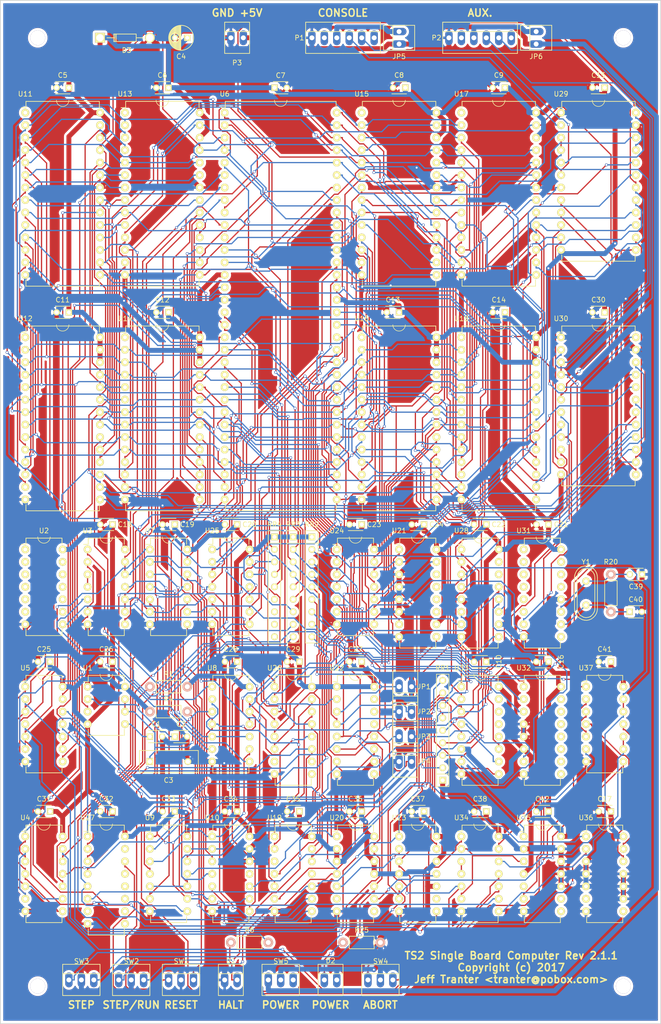
<source format=kicad_pcb>
(kicad_pcb (version 20171130) (host pcbnew "(5.1.4)-1")
  (title_block (title "TS2 68000 Single Board Computer") (date 2017-02-17) (rev 2.1) (company "Jeff Tranter") (comment 1 "PCB Layout"))
  (layers (0 F.Cu signal) (31 B.Cu signal) (35 F.Paste user hide) (37 F.SilkS user) (38 B.Mask user hide) (39 F.Mask user hide) (44 Edge.Cuts user))
  (net 0 "")
  (net 1 "Net-(C1-Pad1)")
  (net 2 GND)
  (net 3 "Net-(C2-Pad1)")
  (net 4 "Net-(C3-Pad1)")
  (net 5 VCC)
  (net 6 "Net-(D1-Pad2)")
  (net 7 "Net-(D2-Pad1)")
  (net 8 "Net-(JP1-Pad2)")
  (net 9 "Net-(JP2-Pad2)")
  (net 10 "Net-(JP3-Pad2)")
  (net 11 "Net-(JP4-Pad2)")
  (net 12 POWER)
  (net 13 "Net-(JP5-Pad2)")
  (net 14 "Net-(JP6-Pad2)")
  (net 15 "Net-(P1-Pad2)")
  (net 16 "Net-(P1-Pad4)")
  (net 17 "Net-(P1-Pad5)")
  (net 18 "Net-(P1-Pad6)")
  (net 19 "Net-(P2-Pad2)")
  (net 20 "Net-(P2-Pad4)")
  (net 21 "Net-(P2-Pad5)")
  (net 22 "Net-(P2-Pad6)")
  (net 23 "Net-(R6-Pad2)")
  (net 24 IRQ1*)
  (net 25 IRQ2*)
  (net 26 IRQ3*)
  (net 27 IRQ4*)
  (net 28 IRQ5*)
  (net 29 IRQ6*)
  (net 30 "Net-(RR1-Pad8)")
  (net 31 "Net-(RR1-Pad9)")
  (net 32 "Net-(RR2-Pad6)")
  (net 33 "Net-(RR2-Pad7)")
  (net 34 "Net-(RR2-Pad8)")
  (net 35 "Net-(RR2-Pad9)")
  (net 36 IPL0*)
  (net 37 IPL1*)
  (net 38 IPL2*)
  (net 39 BGACK*)
  (net 40 BR*)
  (net 41 VPA*)
  (net 42 "Net-(RR3-Pad8)")
  (net 43 "Net-(RR3-Pad9)")
  (net 44 BERR*)
  (net 45 DTACK*)
  (net 46 HALT*)
  (net 47 RESET*)
  (net 48 "Net-(RR4-Pad6)")
  (net 49 "Net-(RR4-Pad7)")
  (net 50 "Net-(RR4-Pad8)")
  (net 51 "Net-(RR4-Pad9)")
  (net 52 "Net-(U1-Pad3)")
  (net 53 "Net-(U2-Pad1)")
  (net 54 CLK)
  (net 55 "Net-(U3-Pad2)")
  (net 56 "Net-(U3-Pad3)")
  (net 57 "Net-(U3-Pad8)")
  (net 58 LDS*)
  (net 59 "Net-(U29-Pad8)")
  (net 60 UDS*)
  (net 61 "Net-(U21-Pad15)")
  (net 62 "Net-(U34-Pad8)")
  (net 63 POR*)
  (net 64 RV*)
  (net 65 "Net-(U5-Pad6)")
  (net 66 R*/W)
  (net 67 R/W*)
  (net 68 "Net-(U21-Pad1)")
  (net 69 AS*)
  (net 70 "Net-(U29-Pad10)")
  (net 71 VMA*)
  (net 72 D04)
  (net 73 D03)
  (net 74 D02)
  (net 75 D01)
  (net 76 D00)
  (net 77 "Net-(U6-Pad11)")
  (net 78 E)
  (net 79 FC2)
  (net 80 FC1)
  (net 81 FC0)
  (net 82 A01)
  (net 83 A02)
  (net 84 A03)
  (net 85 A04)
  (net 86 A05)
  (net 87 A06)
  (net 88 A07)
  (net 89 A08)
  (net 90 A09)
  (net 91 A10)
  (net 92 A11)
  (net 93 A12)
  (net 94 A13)
  (net 95 A14)
  (net 96 A15)
  (net 97 A16)
  (net 98 A17)
  (net 99 A18)
  (net 100 A19)
  (net 101 A20)
  (net 102 A21)
  (net 103 A22)
  (net 104 A23)
  (net 105 D15)
  (net 106 D14)
  (net 107 D13)
  (net 108 D12)
  (net 109 D11)
  (net 110 D10)
  (net 111 D09)
  (net 112 D08)
  (net 113 D07)
  (net 114 D06)
  (net 115 D05)
  (net 116 SEL2*)
  (net 117 "Net-(U7-Pad3)")
  (net 118 "Net-(U10-Pad6)")
  (net 119 "Net-(U23-Pad8)")
  (net 120 "Net-(U34-Pad9)")
  (net 121 /page8/IACK3*)
  (net 122 /page8/IACK5*)
  (net 123 "Net-(U34-Pad10)")
  (net 124 /page8/IACK6*)
  (net 125 /page8/IACK7*)
  (net 126 SEL0*)
  (net 127 "Net-(U8-Pad3)")
  (net 128 CS_ROM1U*)
  (net 129 CS_ROM1L*)
  (net 130 CS_ROM2U*)
  (net 131 SEL3*)
  (net 132 CS_ROM2L*)
  (net 133 CS_RAM1U*)
  (net 134 CS_RAM1L*)
  (net 135 CS_RAM2U*)
  (net 136 SEL1*)
  (net 137 CS_RAM2L*)
  (net 138 "Net-(U10-Pad4)")
  (net 139 "Net-(U10-Pad5)")
  (net 140 "Net-(U10-Pad8)")
  (net 141 "Net-(U10-Pad11)")
  (net 142 "Net-(U12-Pad1)")
  (net 143 "Net-(U14-Pad1)")
  (net 144 "Net-(U16-Pad1)")
  (net 145 "Net-(U18-Pad1)")
  (net 146 "Net-(U19-Pad6)")
  (net 147 "Net-(U19-Pad9)")
  (net 148 "Net-(U19-Pad10)")
  (net 149 "Net-(U19-Pad12)")
  (net 150 "Net-(U19-Pad13)")
  (net 151 "Net-(U20-Pad5)")
  (net 152 "Net-(U20-Pad6)")
  (net 153 "Net-(U20-Pad8)")
  (net 154 "Net-(U20-Pad9)")
  (net 155 "Net-(U21-Pad7)")
  (net 156 "Net-(U21-Pad11)")
  (net 157 "Net-(U21-Pad12)")
  (net 158 "Net-(U21-Pad13)")
  (net 159 "Net-(U21-Pad14)")
  (net 160 "Net-(U22-Pad12)")
  (net 161 "Net-(U22-Pad13)")
  (net 162 "Net-(U22-Pad14)")
  (net 163 "Net-(U22-Pad15)")
  (net 164 "Net-(U23-Pad9)")
  (net 165 "Net-(U26-Pad7)")
  (net 166 "Net-(U26-Pad9)")
  (net 167 "Net-(U26-Pad10)")
  (net 168 "Net-(U26-Pad11)")
  (net 169 CS_PERI2*)
  (net 170 "Net-(U27-Pad9)")
  (net 171 "Net-(U27-Pad11)")
  (net 172 "Net-(U27-Pad12)")
  (net 173 IRQ7*)
  (net 174 "Net-(U28-Pad14)")
  (net 175 "Net-(U28-Pad15)")
  (net 176 "Net-(U29-Pad3)")
  (net 177 "Net-(U29-Pad24)")
  (net 178 "Net-(U30-Pad24)")
  (net 179 "Net-(U31-Pad2)")
  (net 180 "Net-(U31-Pad3)")
  (net 181 "Net-(U31-Pad4)")
  (net 182 "Net-(U31-Pad5)")
  (net 183 "Net-(U32-Pad7)")
  (net 184 "Net-(U32-Pad9)")
  (net 185 "Net-(U32-Pad10)")
  (net 186 "Net-(U32-Pad11)")
  (net 187 "Net-(U32-Pad12)")
  (net 188 "Net-(U32-Pad13)")
  (net 189 "Net-(U32-Pad14)")
  (net 190 "Net-(U32-Pad15)")
  (net 191 "Net-(U33-Pad12)")
  (net 192 "Net-(U33-Pad13)")
  (net 193 "Net-(U33-Pad14)")
  (net 194 "Net-(U33-Pad15)")
  (net 195 "Net-(U34-Pad2)")
  (net 196 "Net-(U34-Pad3)")
  (net 197 "Net-(U34-Pad11)")
  (net 198 "Net-(U35-Pad5)")
  (net 199 "Net-(U35-Pad8)")
  (net 200 "Net-(U35-Pad9)")
  (net 201 "Net-(C39-Pad2)")
  (net 202 "Net-(C40-Pad1)")
  (net 203 "Net-(U27-Pad7)")
  (net 204 "Net-(U27-Pad10)")
  (net 205 "Net-(U27-Pad13)")
  (net 206 "Net-(U27-Pad15)")
  (net 207 "Net-(U31-Pad1)")
  (net 208 "Net-(U31-Pad6)")
  (net 209 "Net-(U31-Pad9)")
  (net 210 "Net-(U31-Pad13)")
  (net 211 "Net-(U31-Pad14)")
  (net 212 "Net-(U31-Pad15)")
  (net 213 "Net-(U36-Pad6)")
  (net 214 "Net-(U36-Pad8)")
  (net 215 "Net-(U36-Pad12)")
  (net 216 "Net-(U34-Pad12)")
  (net 217 PERI_VPA*)
  (net 218 "Net-(U36-Pad13)")
  (net 219 "Net-(U37-Pad3)")
  (module Housings_DIP:DIP-14_W7.62mm (layer F.Cu) (at 142.24 185.42)
    (fp_text reference U36 (at 0 -3.81) (layer F.SilkS))
    (fp_text value 74LS27)
    (pad 1 thru_hole oval (at 0 0) (size 1.6 1.6) (drill 0.8) (layers *.Cu *.Mask F.SilkS) (net 168 "Net-(U26-Pad11)"))
    (pad 2 thru_hole oval (at 0 2.54) (size 1.6 1.6) (drill 0.8) (layers *.Cu *.Mask F.SilkS) (net 69 AS*))
    (pad 3 thru_hole oval (at 0 5.08) (size 1.6 1.6) (drill 0.8) (layers *.Cu *.Mask F.SilkS) (net 2 GND))
    (pad 4 thru_hole oval (at 0 7.62) (size 1.6 1.6) (drill 0.8) (layers *.Cu *.Mask F.SilkS) (net 2 GND))
    (pad 5 thru_hole oval (at 0 10.16) (size 1.6 1.6) (drill 0.8) (layers *.Cu *.Mask F.SilkS) (net 2 GND))
    (pad 6 thru_hole oval (at 0 12.7) (size 1.6 1.6) (drill 0.8) (layers *.Cu *.Mask F.SilkS) (net 213 "Net-(U36-Pad6)"))
    (pad 7 thru_hole oval (at 0 15.24) (size 1.6 1.6) (drill 0.8) (layers *.Cu *.Mask F.SilkS) (net 2 GND))
    (pad 8 thru_hole oval (at 7.62 15.24) (size 1.6 1.6) (drill 0.8) (layers *.Cu *.Mask F.SilkS) (net 214 "Net-(U36-Pad8)"))
    (pad 9 thru_hole oval (at 7.62 12.7) (size 1.6 1.6) (drill 0.8) (layers *.Cu *.Mask F.SilkS) (net 2 GND))
    (pad 10 thru_hole oval (at 7.62 10.16) (size 1.6 1.6) (drill 0.8) (layers *.Cu *.Mask F.SilkS) (net 2 GND))
    (pad 11 thru_hole oval (at 7.62 7.62) (size 1.6 1.6) (drill 0.8) (layers *.Cu *.Mask F.SilkS) (net 2 GND))
    (pad 12 thru_hole oval (at 7.62 5.08) (size 1.6 1.6) (drill 0.8) (layers *.Cu *.Mask F.SilkS) (net 215 "Net-(U36-Pad12)"))
    (pad 13 thru_hole oval (at 7.62 2.54) (size 1.6 1.6) (drill 0.8) (layers *.Cu *.Mask F.SilkS) (net 218 "Net-(U36-Pad13)"))
    (pad 14 thru_hole oval (at 7.62 0) (size 1.6 1.6) (drill 0.8) (layers *.Cu *.Mask F.SilkS) (net 5 VCC))
  )
  (module Housings_DIP:DIP-14_W7.62mm (layer F.Cu) (at 129.54 185.42)
    (fp_text reference U35 (at 0 -3.81) (layer F.SilkS))
    (fp_text value 74LS74)
    (pad 1 thru_hole oval (at 0 0) (size 1.6 1.6) (drill 0.8) (layers *.Cu *.Mask F.SilkS) (net 125 /page8/IACK7*))
    (pad 2 thru_hole oval (at 0 2.54) (size 1.6 1.6) (drill 0.8) (layers *.Cu *.Mask F.SilkS) (net 5 VCC))
    (pad 3 thru_hole oval (at 0 5.08) (size 1.6 1.6) (drill 0.8) (layers *.Cu *.Mask F.SilkS) (net 195 "Net-(U34-Pad2)"))
    (pad 4 thru_hole oval (at 0 7.62) (size 1.6 1.6) (drill 0.8) (layers *.Cu *.Mask F.SilkS) (net 5 VCC))
    (pad 5 thru_hole oval (at 0 10.16) (size 1.6 1.6) (drill 0.8) (layers *.Cu *.Mask F.SilkS) (net 198 "Net-(U35-Pad5)"))
    (pad 6 thru_hole oval (at 0 12.7) (size 1.6 1.6) (drill 0.8) (layers *.Cu *.Mask F.SilkS) (net 173 IRQ7*))
    (pad 7 thru_hole oval (at 0 15.24) (size 1.6 1.6) (drill 0.8) (layers *.Cu *.Mask F.SilkS) (net 2 GND))
    (pad 8 thru_hole oval (at 7.62 15.24) (size 1.6 1.6) (drill 0.8) (layers *.Cu *.Mask F.SilkS) (net 199 "Net-(U35-Pad8)"))
    (pad 9 thru_hole oval (at 7.62 12.7) (size 1.6 1.6) (drill 0.8) (layers *.Cu *.Mask F.SilkS) (net 200 "Net-(U35-Pad9)"))
    (pad 10 thru_hole oval (at 7.62 10.16) (size 1.6 1.6) (drill 0.8) (layers *.Cu *.Mask F.SilkS) (net 2 GND))
    (pad 11 thru_hole oval (at 7.62 7.62) (size 1.6 1.6) (drill 0.8) (layers *.Cu *.Mask F.SilkS) (net 2 GND))
    (pad 12 thru_hole oval (at 7.62 5.08) (size 1.6 1.6) (drill 0.8) (layers *.Cu *.Mask F.SilkS) (net 2 GND))
    (pad 13 thru_hole oval (at 7.62 2.54) (size 1.6 1.6) (drill 0.8) (layers *.Cu *.Mask F.SilkS) (net 2 GND))
    (pad 14 thru_hole oval (at 7.62 0) (size 1.6 1.6) (drill 0.8) (layers *.Cu *.Mask F.SilkS) (net 5 VCC))
  )
  (module Housings_DIP:DIP-14_W7.62mm (layer F.Cu) (at 116.84 185.42)
    (fp_text reference U34 (at 0 -3.81) (layer F.SilkS))
    (fp_text value 74LS00)
    (pad 1 thru_hole oval (at 0 0) (size 1.6 1.6) (drill 0.8) (layers *.Cu *.Mask F.SilkS) (net 31 "Net-(RR1-Pad9)"))
    (pad 2 thru_hole oval (at 0 2.54) (size 1.6 1.6) (drill 0.8) (layers *.Cu *.Mask F.SilkS) (net 195 "Net-(U34-Pad2)"))
    (pad 3 thru_hole oval (at 0 5.08) (size 1.6 1.6) (drill 0.8) (layers *.Cu *.Mask F.SilkS) (net 196 "Net-(U34-Pad3)"))
    (pad 4 thru_hole oval (at 0 7.62) (size 1.6 1.6) (drill 0.8) (layers *.Cu *.Mask F.SilkS) (net 196 "Net-(U34-Pad3)"))
    (pad 5 thru_hole oval (at 0 10.16) (size 1.6 1.6) (drill 0.8) (layers *.Cu *.Mask F.SilkS) (net 30 "Net-(RR1-Pad8)"))
    (pad 6 thru_hole oval (at 0 12.7) (size 1.6 1.6) (drill 0.8) (layers *.Cu *.Mask F.SilkS) (net 195 "Net-(U34-Pad2)"))
    (pad 7 thru_hole oval (at 0 15.24) (size 1.6 1.6) (drill 0.8) (layers *.Cu *.Mask F.SilkS) (net 2 GND))
    (pad 8 thru_hole oval (at 7.62 15.24) (size 1.6 1.6) (drill 0.8) (layers *.Cu *.Mask F.SilkS) (net 62 "Net-(U34-Pad8)"))
    (pad 9 thru_hole oval (at 7.62 12.7) (size 1.6 1.6) (drill 0.8) (layers *.Cu *.Mask F.SilkS) (net 120 "Net-(U34-Pad9)"))
    (pad 10 thru_hole oval (at 7.62 10.16) (size 1.6 1.6) (drill 0.8) (layers *.Cu *.Mask F.SilkS) (net 123 "Net-(U34-Pad10)"))
    (pad 11 thru_hole oval (at 7.62 7.62) (size 1.6 1.6) (drill 0.8) (layers *.Cu *.Mask F.SilkS) (net 197 "Net-(U34-Pad11)"))
    (pad 12 thru_hole oval (at 7.62 5.08) (size 1.6 1.6) (drill 0.8) (layers *.Cu *.Mask F.SilkS) (net 216 "Net-(U34-Pad12)"))
    (pad 13 thru_hole oval (at 7.62 2.54) (size 1.6 1.6) (drill 0.8) (layers *.Cu *.Mask F.SilkS) (net 217 PERI_VPA*))
    (pad 14 thru_hole oval (at 7.62 0) (size 1.6 1.6) (drill 0.8) (layers *.Cu *.Mask F.SilkS) (net 5 VCC))
  )
  (module Housings_DIP:DIP-14_W7.62mm (layer F.Cu) (at 104.14 185.42)
    (fp_text reference U23 (at 0 -3.81) (layer F.SilkS))
    (fp_text value 74LS74)
    (pad 1 thru_hole oval (at 0 0) (size 1.6 1.6) (drill 0.8) (layers *.Cu *.Mask F.SilkS) (net 63 POR*))
    (pad 2 thru_hole oval (at 0 2.54) (size 1.6 1.6) (drill 0.8) (layers *.Cu *.Mask F.SilkS) (net 151 "Net-(U20-Pad5)"))
    (pad 3 thru_hole oval (at 0 5.08) (size 1.6 1.6) (drill 0.8) (layers *.Cu *.Mask F.SilkS) (net 69 AS*))
    (pad 4 thru_hole oval (at 0 7.62) (size 1.6 1.6) (drill 0.8) (layers *.Cu *.Mask F.SilkS) (net 5 VCC))
    (pad 5 thru_hole oval (at 0 10.16) (size 1.6 1.6) (drill 0.8) (layers *.Cu *.Mask F.SilkS) (net 139 "Net-(U10-Pad5)"))
    (pad 6 thru_hole oval (at 0 12.7) (size 1.6 1.6) (drill 0.8) (layers *.Cu *.Mask F.SilkS) (net 155 "Net-(U21-Pad7)"))
    (pad 7 thru_hole oval (at 0 15.24) (size 1.6 1.6) (drill 0.8) (layers *.Cu *.Mask F.SilkS) (net 2 GND))
    (pad 8 thru_hole oval (at 7.62 15.24) (size 1.6 1.6) (drill 0.8) (layers *.Cu *.Mask F.SilkS) (net 119 "Net-(U23-Pad8)"))
    (pad 9 thru_hole oval (at 7.62 12.7) (size 1.6 1.6) (drill 0.8) (layers *.Cu *.Mask F.SilkS) (net 164 "Net-(U23-Pad9)"))
    (pad 10 thru_hole oval (at 7.62 10.16) (size 1.6 1.6) (drill 0.8) (layers *.Cu *.Mask F.SilkS) (net 5 VCC))
    (pad 11 thru_hole oval (at 7.62 7.62) (size 1.6 1.6) (drill 0.8) (layers *.Cu *.Mask F.SilkS) (net 154 "Net-(U20-Pad9)"))
    (pad 12 thru_hole oval (at 7.62 5.08) (size 1.6 1.6) (drill 0.8) (layers *.Cu *.Mask F.SilkS) (net 5 VCC))
    (pad 13 thru_hole oval (at 7.62 2.54) (size 1.6 1.6) (drill 0.8) (layers *.Cu *.Mask F.SilkS) (net 68 "Net-(U21-Pad1)"))
    (pad 14 thru_hole oval (at 7.62 0) (size 1.6 1.6) (drill 0.8) (layers *.Cu *.Mask F.SilkS) (net 5 VCC))
  )
  (module Housings_DIP:DIP-14_W7.62mm (layer F.Cu) (at 91.44 185.42)
    (fp_text reference U20 (at 0 -3.81) (layer F.SilkS))
    (fp_text value 74LS74)
    (pad 1 thru_hole oval (at 0 0) (size 1.6 1.6) (drill 0.8) (layers *.Cu *.Mask F.SilkS) (net 32 "Net-(RR2-Pad6)"))
    (pad 2 thru_hole oval (at 0 2.54) (size 1.6 1.6) (drill 0.8) (layers *.Cu *.Mask F.SilkS) (net 5 VCC))
    (pad 3 thru_hole oval (at 0 5.08) (size 1.6 1.6) (drill 0.8) (layers *.Cu *.Mask F.SilkS) (net 5 VCC))
    (pad 4 thru_hole oval (at 0 7.62) (size 1.6 1.6) (drill 0.8) (layers *.Cu *.Mask F.SilkS) (net 33 "Net-(RR2-Pad7)"))
    (pad 5 thru_hole oval (at 0 10.16) (size 1.6 1.6) (drill 0.8) (layers *.Cu *.Mask F.SilkS) (net 151 "Net-(U20-Pad5)"))
    (pad 6 thru_hole oval (at 0 12.7) (size 1.6 1.6) (drill 0.8) (layers *.Cu *.Mask F.SilkS) (net 152 "Net-(U20-Pad6)"))
    (pad 7 thru_hole oval (at 0 15.24) (size 1.6 1.6) (drill 0.8) (layers *.Cu *.Mask F.SilkS) (net 2 GND))
    (pad 8 thru_hole oval (at 7.62 15.24) (size 1.6 1.6) (drill 0.8) (layers *.Cu *.Mask F.SilkS) (net 153 "Net-(U20-Pad8)"))
    (pad 9 thru_hole oval (at 7.62 12.7) (size 1.6 1.6) (drill 0.8) (layers *.Cu *.Mask F.SilkS) (net 154 "Net-(U20-Pad9)"))
    (pad 10 thru_hole oval (at 7.62 10.16) (size 1.6 1.6) (drill 0.8) (layers *.Cu *.Mask F.SilkS) (net 35 "Net-(RR2-Pad9)"))
    (pad 11 thru_hole oval (at 7.62 7.62) (size 1.6 1.6) (drill 0.8) (layers *.Cu *.Mask F.SilkS) (net 5 VCC))
    (pad 12 thru_hole oval (at 7.62 5.08) (size 1.6 1.6) (drill 0.8) (layers *.Cu *.Mask F.SilkS) (net 5 VCC))
    (pad 13 thru_hole oval (at 7.62 2.54) (size 1.6 1.6) (drill 0.8) (layers *.Cu *.Mask F.SilkS) (net 34 "Net-(RR2-Pad8)"))
    (pad 14 thru_hole oval (at 7.62 0) (size 1.6 1.6) (drill 0.8) (layers *.Cu *.Mask F.SilkS) (net 5 VCC))
  )
  (module Housings_DIP:DIP-14_W7.62mm (layer F.Cu) (at 78.74 185.42)
    (fp_text reference U19 (at 0 -3.81) (layer F.SilkS))
    (fp_text value 74LS20)
    (pad 1 thru_hole oval (at 0 0) (size 1.6 1.6) (drill 0.8) (layers *.Cu *.Mask F.SilkS) (net 126 SEL0*))
    (pad 2 thru_hole oval (at 0 2.54) (size 1.6 1.6) (drill 0.8) (layers *.Cu *.Mask F.SilkS) (net 136 SEL1*))
    (pad 3 thru_hole oval (at 0 5.08) (size 1.6 1.6) (drill 0.8) (layers *.Cu *.Mask F.SilkS))
    (pad 4 thru_hole oval (at 0 7.62) (size 1.6 1.6) (drill 0.8) (layers *.Cu *.Mask F.SilkS) (net 116 SEL2*))
    (pad 5 thru_hole oval (at 0 10.16) (size 1.6 1.6) (drill 0.8) (layers *.Cu *.Mask F.SilkS) (net 131 SEL3*))
    (pad 6 thru_hole oval (at 0 12.7) (size 1.6 1.6) (drill 0.8) (layers *.Cu *.Mask F.SilkS) (net 146 "Net-(U19-Pad6)"))
    (pad 7 thru_hole oval (at 0 15.24) (size 1.6 1.6) (drill 0.8) (layers *.Cu *.Mask F.SilkS) (net 2 GND))
    (pad 8 thru_hole oval (at 7.62 15.24) (size 1.6 1.6) (drill 0.8) (layers *.Cu *.Mask F.SilkS) (net 64 RV*))
    (pad 9 thru_hole oval (at 7.62 12.7) (size 1.6 1.6) (drill 0.8) (layers *.Cu *.Mask F.SilkS) (net 147 "Net-(U19-Pad9)"))
    (pad 10 thru_hole oval (at 7.62 10.16) (size 1.6 1.6) (drill 0.8) (layers *.Cu *.Mask F.SilkS) (net 148 "Net-(U19-Pad10)"))
    (pad 11 thru_hole oval (at 7.62 7.62) (size 1.6 1.6) (drill 0.8) (layers *.Cu *.Mask F.SilkS))
    (pad 12 thru_hole oval (at 7.62 5.08) (size 1.6 1.6) (drill 0.8) (layers *.Cu *.Mask F.SilkS) (net 149 "Net-(U19-Pad12)"))
    (pad 13 thru_hole oval (at 7.62 2.54) (size 1.6 1.6) (drill 0.8) (layers *.Cu *.Mask F.SilkS) (net 150 "Net-(U19-Pad13)"))
    (pad 14 thru_hole oval (at 7.62 0) (size 1.6 1.6) (drill 0.8) (layers *.Cu *.Mask F.SilkS) (net 5 VCC))
  )
  (module Housings_DIP:DIP-14_W7.62mm (layer F.Cu) (at 66.04 185.42)
    (fp_text reference U10 (at 0 -3.81) (layer F.SilkS))
    (fp_text value 74LS32)
    (pad 1 thru_hole oval (at 0 0) (size 1.6 1.6) (drill 0.8) (layers *.Cu *.Mask F.SilkS) (net 58 LDS*))
    (pad 2 thru_hole oval (at 0 2.54) (size 1.6 1.6) (drill 0.8) (layers *.Cu *.Mask F.SilkS) (net 136 SEL1*))
    (pad 3 thru_hole oval (at 0 5.08) (size 1.6 1.6) (drill 0.8) (layers *.Cu *.Mask F.SilkS) (net 137 CS_RAM2L*))
    (pad 4 thru_hole oval (at 0 7.62) (size 1.6 1.6) (drill 0.8) (layers *.Cu *.Mask F.SilkS) (net 138 "Net-(U10-Pad4)"))
    (pad 5 thru_hole oval (at 0 10.16) (size 1.6 1.6) (drill 0.8) (layers *.Cu *.Mask F.SilkS) (net 139 "Net-(U10-Pad5)"))
    (pad 6 thru_hole oval (at 0 12.7) (size 1.6 1.6) (drill 0.8) (layers *.Cu *.Mask F.SilkS) (net 118 "Net-(U10-Pad6)"))
    (pad 7 thru_hole oval (at 0 15.24) (size 1.6 1.6) (drill 0.8) (layers *.Cu *.Mask F.SilkS) (net 2 GND))
    (pad 8 thru_hole oval (at 7.62 15.24) (size 1.6 1.6) (drill 0.8) (layers *.Cu *.Mask F.SilkS) (net 140 "Net-(U10-Pad8)"))
    (pad 9 thru_hole oval (at 7.62 12.7) (size 1.6 1.6) (drill 0.8) (layers *.Cu *.Mask F.SilkS) (net 85 A04))
    (pad 10 thru_hole oval (at 7.62 10.16) (size 1.6 1.6) (drill 0.8) (layers *.Cu *.Mask F.SilkS) (net 84 A03))
    (pad 11 thru_hole oval (at 7.62 7.62) (size 1.6 1.6) (drill 0.8) (layers *.Cu *.Mask F.SilkS) (net 141 "Net-(U10-Pad11)"))
    (pad 12 thru_hole oval (at 7.62 5.08) (size 1.6 1.6) (drill 0.8) (layers *.Cu *.Mask F.SilkS) (net 2 GND))
    (pad 13 thru_hole oval (at 7.62 2.54) (size 1.6 1.6) (drill 0.8) (layers *.Cu *.Mask F.SilkS) (net 2 GND))
    (pad 14 thru_hole oval (at 7.62 0) (size 1.6 1.6) (drill 0.8) (layers *.Cu *.Mask F.SilkS) (net 5 VCC))
  )
  (module Housings_DIP:DIP-14_W7.62mm (layer F.Cu) (at 53.34 185.42)
    (fp_text reference U9 (at 0 -3.81) (layer F.SilkS))
    (fp_text value 74LS32)
    (pad 1 thru_hole oval (at 0 0) (size 1.6 1.6) (drill 0.8) (layers *.Cu *.Mask F.SilkS) (net 58 LDS*))
    (pad 2 thru_hole oval (at 0 2.54) (size 1.6 1.6) (drill 0.8) (layers *.Cu *.Mask F.SilkS) (net 131 SEL3*))
    (pad 3 thru_hole oval (at 0 5.08) (size 1.6 1.6) (drill 0.8) (layers *.Cu *.Mask F.SilkS) (net 132 CS_ROM2L*))
    (pad 4 thru_hole oval (at 0 7.62) (size 1.6 1.6) (drill 0.8) (layers *.Cu *.Mask F.SilkS) (net 60 UDS*))
    (pad 5 thru_hole oval (at 0 10.16) (size 1.6 1.6) (drill 0.8) (layers *.Cu *.Mask F.SilkS) (net 127 "Net-(U8-Pad3)"))
    (pad 6 thru_hole oval (at 0 12.7) (size 1.6 1.6) (drill 0.8) (layers *.Cu *.Mask F.SilkS) (net 133 CS_RAM1U*))
    (pad 7 thru_hole oval (at 0 15.24) (size 1.6 1.6) (drill 0.8) (layers *.Cu *.Mask F.SilkS) (net 2 GND))
    (pad 8 thru_hole oval (at 7.62 15.24) (size 1.6 1.6) (drill 0.8) (layers *.Cu *.Mask F.SilkS) (net 134 CS_RAM1L*))
    (pad 9 thru_hole oval (at 7.62 12.7) (size 1.6 1.6) (drill 0.8) (layers *.Cu *.Mask F.SilkS) (net 58 LDS*))
    (pad 10 thru_hole oval (at 7.62 10.16) (size 1.6 1.6) (drill 0.8) (layers *.Cu *.Mask F.SilkS) (net 127 "Net-(U8-Pad3)"))
    (pad 11 thru_hole oval (at 7.62 7.62) (size 1.6 1.6) (drill 0.8) (layers *.Cu *.Mask F.SilkS) (net 135 CS_RAM2U*))
    (pad 12 thru_hole oval (at 7.62 5.08) (size 1.6 1.6) (drill 0.8) (layers *.Cu *.Mask F.SilkS) (net 60 UDS*))
    (pad 13 thru_hole oval (at 7.62 2.54) (size 1.6 1.6) (drill 0.8) (layers *.Cu *.Mask F.SilkS) (net 136 SEL1*))
    (pad 14 thru_hole oval (at 7.62 0) (size 1.6 1.6) (drill 0.8) (layers *.Cu *.Mask F.SilkS) (net 5 VCC))
  )
  (module Housings_DIP:DIP-16_W7.62mm (layer F.Cu) (at 40.64 185.42)
    (fp_text reference U27 (at 0 -3.81) (layer F.SilkS))
    (fp_text value 74LS138)
    (pad 1 thru_hole oval (at 0 0) (size 1.6 1.6) (drill 0.8) (layers *.Cu *.Mask F.SilkS) (net 87 A06))
    (pad 2 thru_hole oval (at 0 2.54) (size 1.6 1.6) (drill 0.8) (layers *.Cu *.Mask F.SilkS) (net 88 A07))
    (pad 3 thru_hole oval (at 0 5.08) (size 1.6 1.6) (drill 0.8) (layers *.Cu *.Mask F.SilkS) (net 89 A08))
    (pad 4 thru_hole oval (at 0 7.62) (size 1.6 1.6) (drill 0.8) (layers *.Cu *.Mask F.SilkS) (net 168 "Net-(U26-Pad11)"))
    (pad 5 thru_hole oval (at 0 10.16) (size 1.6 1.6) (drill 0.8) (layers *.Cu *.Mask F.SilkS) (net 69 AS*))
    (pad 6 thru_hole oval (at 0 12.7) (size 1.6 1.6) (drill 0.8) (layers *.Cu *.Mask F.SilkS) (net 148 "Net-(U19-Pad10)"))
    (pad 7 thru_hole oval (at 0 15.24) (size 1.6 1.6) (drill 0.8) (layers *.Cu *.Mask F.SilkS) (net 203 "Net-(U27-Pad7)"))
    (pad 8 thru_hole oval (at 0 17.78) (size 1.6 1.6) (drill 0.8) (layers *.Cu *.Mask F.SilkS) (net 2 GND))
    (pad 9 thru_hole oval (at 7.62 17.78) (size 1.6 1.6) (drill 0.8) (layers *.Cu *.Mask F.SilkS) (net 170 "Net-(U27-Pad9)"))
    (pad 10 thru_hole oval (at 7.62 15.24) (size 1.6 1.6) (drill 0.8) (layers *.Cu *.Mask F.SilkS) (net 204 "Net-(U27-Pad10)"))
    (pad 11 thru_hole oval (at 7.62 12.7) (size 1.6 1.6) (drill 0.8) (layers *.Cu *.Mask F.SilkS) (net 171 "Net-(U27-Pad11)"))
    (pad 12 thru_hole oval (at 7.62 10.16) (size 1.6 1.6) (drill 0.8) (layers *.Cu *.Mask F.SilkS) (net 172 "Net-(U27-Pad12)"))
    (pad 13 thru_hole oval (at 7.62 7.62) (size 1.6 1.6) (drill 0.8) (layers *.Cu *.Mask F.SilkS) (net 205 "Net-(U27-Pad13)"))
    (pad 14 thru_hole oval (at 7.62 5.08) (size 1.6 1.6) (drill 0.8) (layers *.Cu *.Mask F.SilkS) (net 169 CS_PERI2*))
    (pad 15 thru_hole oval (at 7.62 2.54) (size 1.6 1.6) (drill 0.8) (layers *.Cu *.Mask F.SilkS) (net 206 "Net-(U27-Pad15)"))
    (pad 16 thru_hole oval (at 7.62 0) (size 1.6 1.6) (drill 0.8) (layers *.Cu *.Mask F.SilkS) (net 5 VCC))
  )
  (module Housings_DIP:DIP-14_W7.62mm (layer F.Cu) (at 27.94 185.42)
    (fp_text reference U4 (at 0 -3.81) (layer F.SilkS))
    (fp_text value 74LS06)
    (pad 1 thru_hole oval (at 0 0) (size 1.6 1.6) (drill 0.8) (layers *.Cu *.Mask F.SilkS) (net 55 "Net-(U3-Pad2)"))
    (pad 2 thru_hole oval (at 0 2.54) (size 1.6 1.6) (drill 0.8) (layers *.Cu *.Mask F.SilkS) (net 47 RESET*))
    (pad 3 thru_hole oval (at 0 5.08) (size 1.6 1.6) (drill 0.8) (layers *.Cu *.Mask F.SilkS) (net 55 "Net-(U3-Pad2)"))
    (pad 4 thru_hole oval (at 0 7.62) (size 1.6 1.6) (drill 0.8) (layers *.Cu *.Mask F.SilkS) (net 46 HALT*))
    (pad 5 thru_hole oval (at 0 10.16) (size 1.6 1.6) (drill 0.8) (layers *.Cu *.Mask F.SilkS) (net 52 "Net-(U1-Pad3)"))
    (pad 6 thru_hole oval (at 0 12.7) (size 1.6 1.6) (drill 0.8) (layers *.Cu *.Mask F.SilkS) (net 47 RESET*))
    (pad 7 thru_hole oval (at 0 15.24) (size 1.6 1.6) (drill 0.8) (layers *.Cu *.Mask F.SilkS) (net 2 GND))
    (pad 8 thru_hole oval (at 7.62 15.24) (size 1.6 1.6) (drill 0.8) (layers *.Cu *.Mask F.SilkS) (net 46 HALT*))
    (pad 9 thru_hole oval (at 7.62 12.7) (size 1.6 1.6) (drill 0.8) (layers *.Cu *.Mask F.SilkS) (net 52 "Net-(U1-Pad3)"))
    (pad 10 thru_hole oval (at 7.62 10.16) (size 1.6 1.6) (drill 0.8) (layers *.Cu *.Mask F.SilkS) (net 44 BERR*))
    (pad 11 thru_hole oval (at 7.62 7.62) (size 1.6 1.6) (drill 0.8) (layers *.Cu *.Mask F.SilkS) (net 61 "Net-(U21-Pad15)"))
    (pad 12 thru_hole oval (at 7.62 5.08) (size 1.6 1.6) (drill 0.8) (layers *.Cu *.Mask F.SilkS) (net 41 VPA*))
    (pad 13 thru_hole oval (at 7.62 2.54) (size 1.6 1.6) (drill 0.8) (layers *.Cu *.Mask F.SilkS) (net 197 "Net-(U34-Pad11)"))
    (pad 14 thru_hole oval (at 7.62 0) (size 1.6 1.6) (drill 0.8) (layers *.Cu *.Mask F.SilkS) (net 5 VCC))
  )
  (module Housings_DIP:DIP-14_W7.62mm (layer F.Cu) (at 27.94 154.94)
    (fp_text reference U5 (at 0 -3.81) (layer F.SilkS))
    (fp_text value 74LS04)
    (pad 1 thru_hole oval (at 0 0) (size 1.6 1.6) (drill 0.8) (layers *.Cu *.Mask F.SilkS) (net 52 "Net-(U1-Pad3)"))
    (pad 2 thru_hole oval (at 0 2.54) (size 1.6 1.6) (drill 0.8) (layers *.Cu *.Mask F.SilkS) (net 63 POR*))
    (pad 3 thru_hole oval (at 0 5.08) (size 1.6 1.6) (drill 0.8) (layers *.Cu *.Mask F.SilkS) (net 46 HALT*))
    (pad 4 thru_hole oval (at 0 7.62) (size 1.6 1.6) (drill 0.8) (layers *.Cu *.Mask F.SilkS) (net 23 "Net-(R6-Pad2)"))
    (pad 5 thru_hole oval (at 0 10.16) (size 1.6 1.6) (drill 0.8) (layers *.Cu *.Mask F.SilkS) (net 64 RV*))
    (pad 6 thru_hole oval (at 0 12.7) (size 1.6 1.6) (drill 0.8) (layers *.Cu *.Mask F.SilkS) (net 65 "Net-(U5-Pad6)"))
    (pad 7 thru_hole oval (at 0 15.24) (size 1.6 1.6) (drill 0.8) (layers *.Cu *.Mask F.SilkS) (net 2 GND))
    (pad 8 thru_hole oval (at 7.62 15.24) (size 1.6 1.6) (drill 0.8) (layers *.Cu *.Mask F.SilkS) (net 66 R*/W))
    (pad 9 thru_hole oval (at 7.62 12.7) (size 1.6 1.6) (drill 0.8) (layers *.Cu *.Mask F.SilkS) (net 67 R/W*))
    (pad 10 thru_hole oval (at 7.62 10.16) (size 1.6 1.6) (drill 0.8) (layers *.Cu *.Mask F.SilkS) (net 68 "Net-(U21-Pad1)"))
    (pad 11 thru_hole oval (at 7.62 7.62) (size 1.6 1.6) (drill 0.8) (layers *.Cu *.Mask F.SilkS) (net 69 AS*))
    (pad 12 thru_hole oval (at 7.62 5.08) (size 1.6 1.6) (drill 0.8) (layers *.Cu *.Mask F.SilkS) (net 70 "Net-(U29-Pad10)"))
    (pad 13 thru_hole oval (at 7.62 2.54) (size 1.6 1.6) (drill 0.8) (layers *.Cu *.Mask F.SilkS) (net 71 VMA*))
    (pad 14 thru_hole oval (at 7.62 0) (size 1.6 1.6) (drill 0.8) (layers *.Cu *.Mask F.SilkS) (net 5 VCC))
  )
  (module Housings_DIP:DIP-8_W7.62mm (layer F.Cu) (at 40.64 154.94)
    (fp_text reference U1 (at 0 -3.81) (layer F.SilkS))
    (fp_text value 555)
    (pad 1 thru_hole oval (at 0 0) (size 1.6 1.6) (drill 0.8) (layers *.Cu *.Mask F.SilkS) (net 2 GND))
    (pad 2 thru_hole oval (at 0 2.54) (size 1.6 1.6) (drill 0.8) (layers *.Cu *.Mask F.SilkS) (net 3 "Net-(C2-Pad1)"))
    (pad 3 thru_hole oval (at 0 5.08) (size 1.6 1.6) (drill 0.8) (layers *.Cu *.Mask F.SilkS) (net 52 "Net-(U1-Pad3)"))
    (pad 4 thru_hole oval (at 0 7.62) (size 1.6 1.6) (drill 0.8) (layers *.Cu *.Mask F.SilkS) (net 5 VCC))
    (pad 5 thru_hole oval (at 7.62 7.62) (size 1.6 1.6) (drill 0.8) (layers *.Cu *.Mask F.SilkS) (net 1 "Net-(C1-Pad1)"))
    (pad 6 thru_hole oval (at 7.62 5.08) (size 1.6 1.6) (drill 0.8) (layers *.Cu *.Mask F.SilkS) (net 4 "Net-(C3-Pad1)"))
    (pad 7 thru_hole oval (at 7.62 2.54) (size 1.6 1.6) (drill 0.8) (layers *.Cu *.Mask F.SilkS) (net 4 "Net-(C3-Pad1)"))
    (pad 8 thru_hole oval (at 7.62 0) (size 1.6 1.6) (drill 0.8) (layers *.Cu *.Mask F.SilkS) (net 5 VCC))
  )
  (module Housings_DIP:DIP-14_W7.62mm (layer F.Cu) (at 66.04 154.94)
    (fp_text reference U8 (at 0 -3.81) (layer F.SilkS))
    (fp_text value 74LS32)
    (pad 1 thru_hole oval (at 0 0) (size 1.6 1.6) (drill 0.8) (layers *.Cu *.Mask F.SilkS) (net 65 "Net-(U5-Pad6)"))
    (pad 2 thru_hole oval (at 0 2.54) (size 1.6 1.6) (drill 0.8) (layers *.Cu *.Mask F.SilkS) (net 126 SEL0*))
    (pad 3 thru_hole oval (at 0 5.08) (size 1.6 1.6) (drill 0.8) (layers *.Cu *.Mask F.SilkS) (net 127 "Net-(U8-Pad3)"))
    (pad 4 thru_hole oval (at 0 7.62) (size 1.6 1.6) (drill 0.8) (layers *.Cu *.Mask F.SilkS) (net 60 UDS*))
    (pad 5 thru_hole oval (at 0 10.16) (size 1.6 1.6) (drill 0.8) (layers *.Cu *.Mask F.SilkS) (net 117 "Net-(U7-Pad3)"))
    (pad 6 thru_hole oval (at 0 12.7) (size 1.6 1.6) (drill 0.8) (layers *.Cu *.Mask F.SilkS) (net 128 CS_ROM1U*))
    (pad 7 thru_hole oval (at 0 15.24) (size 1.6 1.6) (drill 0.8) (layers *.Cu *.Mask F.SilkS) (net 2 GND))
    (pad 8 thru_hole oval (at 7.62 15.24) (size 1.6 1.6) (drill 0.8) (layers *.Cu *.Mask F.SilkS) (net 129 CS_ROM1L*))
    (pad 9 thru_hole oval (at 7.62 12.7) (size 1.6 1.6) (drill 0.8) (layers *.Cu *.Mask F.SilkS) (net 58 LDS*))
    (pad 10 thru_hole oval (at 7.62 10.16) (size 1.6 1.6) (drill 0.8) (layers *.Cu *.Mask F.SilkS) (net 117 "Net-(U7-Pad3)"))
    (pad 11 thru_hole oval (at 7.62 7.62) (size 1.6 1.6) (drill 0.8) (layers *.Cu *.Mask F.SilkS) (net 130 CS_ROM2U*))
    (pad 12 thru_hole oval (at 7.62 5.08) (size 1.6 1.6) (drill 0.8) (layers *.Cu *.Mask F.SilkS) (net 60 UDS*))
    (pad 13 thru_hole oval (at 7.62 2.54) (size 1.6 1.6) (drill 0.8) (layers *.Cu *.Mask F.SilkS) (net 131 SEL3*))
    (pad 14 thru_hole oval (at 7.62 0) (size 1.6 1.6) (drill 0.8) (layers *.Cu *.Mask F.SilkS) (net 5 VCC))
  )
  (module Housings_DIP:DIP-16_W7.62mm (layer F.Cu) (at 78.74 154.94)
    (fp_text reference U26 (at 0 -3.81) (layer F.SilkS))
    (fp_text value 74LS138)
    (pad 1 thru_hole oval (at 0 0) (size 1.6 1.6) (drill 0.8) (layers *.Cu *.Mask F.SilkS) (net 95 A14))
    (pad 2 thru_hole oval (at 0 2.54) (size 1.6 1.6) (drill 0.8) (layers *.Cu *.Mask F.SilkS) (net 96 A15))
    (pad 3 thru_hole oval (at 0 5.08) (size 1.6 1.6) (drill 0.8) (layers *.Cu *.Mask F.SilkS) (net 97 A16))
    (pad 4 thru_hole oval (at 0 7.62) (size 1.6 1.6) (drill 0.8) (layers *.Cu *.Mask F.SilkS) (net 99 A18))
    (pad 5 thru_hole oval (at 0 10.16) (size 1.6 1.6) (drill 0.8) (layers *.Cu *.Mask F.SilkS) (net 98 A17))
    (pad 6 thru_hole oval (at 0 12.7) (size 1.6 1.6) (drill 0.8) (layers *.Cu *.Mask F.SilkS) (net 150 "Net-(U19-Pad13)"))
    (pad 7 thru_hole oval (at 0 15.24) (size 1.6 1.6) (drill 0.8) (layers *.Cu *.Mask F.SilkS) (net 165 "Net-(U26-Pad7)"))
    (pad 8 thru_hole oval (at 0 17.78) (size 1.6 1.6) (drill 0.8) (layers *.Cu *.Mask F.SilkS) (net 2 GND))
    (pad 9 thru_hole oval (at 7.62 17.78) (size 1.6 1.6) (drill 0.8) (layers *.Cu *.Mask F.SilkS) (net 166 "Net-(U26-Pad9)"))
    (pad 10 thru_hole oval (at 7.62 15.24) (size 1.6 1.6) (drill 0.8) (layers *.Cu *.Mask F.SilkS) (net 167 "Net-(U26-Pad10)"))
    (pad 11 thru_hole oval (at 7.62 12.7) (size 1.6 1.6) (drill 0.8) (layers *.Cu *.Mask F.SilkS) (net 168 "Net-(U26-Pad11)"))
    (pad 12 thru_hole oval (at 7.62 10.16) (size 1.6 1.6) (drill 0.8) (layers *.Cu *.Mask F.SilkS) (net 131 SEL3*))
    (pad 13 thru_hole oval (at 7.62 7.62) (size 1.6 1.6) (drill 0.8) (layers *.Cu *.Mask F.SilkS) (net 116 SEL2*))
    (pad 14 thru_hole oval (at 7.62 5.08) (size 1.6 1.6) (drill 0.8) (layers *.Cu *.Mask F.SilkS) (net 136 SEL1*))
    (pad 15 thru_hole oval (at 7.62 2.54) (size 1.6 1.6) (drill 0.8) (layers *.Cu *.Mask F.SilkS) (net 126 SEL0*))
    (pad 16 thru_hole oval (at 7.62 0) (size 1.6 1.6) (drill 0.8) (layers *.Cu *.Mask F.SilkS) (net 5 VCC))
  )
  (module Housings_DIP:DIP-16_W7.62mm (layer F.Cu) (at 91.44 154.94)
    (fp_text reference U22 (at 0 -3.81) (layer F.SilkS))
    (fp_text value 74LS161)
    (pad 1 thru_hole oval (at 0 0) (size 1.6 1.6) (drill 0.8) (layers *.Cu *.Mask F.SilkS) (net 5 VCC))
    (pad 2 thru_hole oval (at 0 2.54) (size 1.6 1.6) (drill 0.8) (layers *.Cu *.Mask F.SilkS) (net 54 CLK))
    (pad 3 thru_hole oval (at 0 5.08) (size 1.6 1.6) (drill 0.8) (layers *.Cu *.Mask F.SilkS) (net 8 "Net-(JP1-Pad2)"))
    (pad 4 thru_hole oval (at 0 7.62) (size 1.6 1.6) (drill 0.8) (layers *.Cu *.Mask F.SilkS) (net 9 "Net-(JP2-Pad2)"))
    (pad 5 thru_hole oval (at 0 10.16) (size 1.6 1.6) (drill 0.8) (layers *.Cu *.Mask F.SilkS) (net 10 "Net-(JP3-Pad2)"))
    (pad 6 thru_hole oval (at 0 12.7) (size 1.6 1.6) (drill 0.8) (layers *.Cu *.Mask F.SilkS) (net 11 "Net-(JP4-Pad2)"))
    (pad 7 thru_hole oval (at 0 15.24) (size 1.6 1.6) (drill 0.8) (layers *.Cu *.Mask F.SilkS) (net 146 "Net-(U19-Pad6)"))
    (pad 8 thru_hole oval (at 0 17.78) (size 1.6 1.6) (drill 0.8) (layers *.Cu *.Mask F.SilkS) (net 2 GND))
    (pad 9 thru_hole oval (at 7.62 17.78) (size 1.6 1.6) (drill 0.8) (layers *.Cu *.Mask F.SilkS) (net 146 "Net-(U19-Pad6)"))
    (pad 10 thru_hole oval (at 7.62 15.24) (size 1.6 1.6) (drill 0.8) (layers *.Cu *.Mask F.SilkS) (net 5 VCC))
    (pad 11 thru_hole oval (at 7.62 12.7) (size 1.6 1.6) (drill 0.8) (layers *.Cu *.Mask F.SilkS) (net 138 "Net-(U10-Pad4)"))
    (pad 12 thru_hole oval (at 7.62 10.16) (size 1.6 1.6) (drill 0.8) (layers *.Cu *.Mask F.SilkS) (net 160 "Net-(U22-Pad12)"))
    (pad 13 thru_hole oval (at 7.62 7.62) (size 1.6 1.6) (drill 0.8) (layers *.Cu *.Mask F.SilkS) (net 161 "Net-(U22-Pad13)"))
    (pad 14 thru_hole oval (at 7.62 5.08) (size 1.6 1.6) (drill 0.8) (layers *.Cu *.Mask F.SilkS) (net 162 "Net-(U22-Pad14)"))
    (pad 15 thru_hole oval (at 7.62 2.54) (size 1.6 1.6) (drill 0.8) (layers *.Cu *.Mask F.SilkS) (net 163 "Net-(U22-Pad15)"))
    (pad 16 thru_hole oval (at 7.62 0) (size 1.6 1.6) (drill 0.8) (layers *.Cu *.Mask F.SilkS) (net 5 VCC))
  )
  (module Housings_DIP:DIP-16_W7.62mm (layer F.Cu) (at 116.84 154.94)
    (fp_text reference U33 (at 0 -3.81) (layer F.SilkS))
    (fp_text value 74LS138)
    (pad 1 thru_hole oval (at 0 0) (size 1.6 1.6) (drill 0.8) (layers *.Cu *.Mask F.SilkS) (net 82 A01))
    (pad 2 thru_hole oval (at 0 2.54) (size 1.6 1.6) (drill 0.8) (layers *.Cu *.Mask F.SilkS) (net 83 A02))
    (pad 3 thru_hole oval (at 0 5.08) (size 1.6 1.6) (drill 0.8) (layers *.Cu *.Mask F.SilkS) (net 84 A03))
    (pad 4 thru_hole oval (at 0 7.62) (size 1.6 1.6) (drill 0.8) (layers *.Cu *.Mask F.SilkS) (net 183 "Net-(U32-Pad7)"))
    (pad 5 thru_hole oval (at 0 10.16) (size 1.6 1.6) (drill 0.8) (layers *.Cu *.Mask F.SilkS) (net 69 AS*))
    (pad 6 thru_hole oval (at 0 12.7) (size 1.6 1.6) (drill 0.8) (layers *.Cu *.Mask F.SilkS) (net 5 VCC))
    (pad 7 thru_hole oval (at 0 15.24) (size 1.6 1.6) (drill 0.8) (layers *.Cu *.Mask F.SilkS) (net 125 /page8/IACK7*))
    (pad 8 thru_hole oval (at 0 17.78) (size 1.6 1.6) (drill 0.8) (layers *.Cu *.Mask F.SilkS) (net 2 GND))
    (pad 9 thru_hole oval (at 7.62 17.78) (size 1.6 1.6) (drill 0.8) (layers *.Cu *.Mask F.SilkS) (net 124 /page8/IACK6*))
    (pad 10 thru_hole oval (at 7.62 15.24) (size 1.6 1.6) (drill 0.8) (layers *.Cu *.Mask F.SilkS) (net 122 /page8/IACK5*))
    (pad 11 thru_hole oval (at 7.62 12.7) (size 1.6 1.6) (drill 0.8) (layers *.Cu *.Mask F.SilkS) (net 121 /page8/IACK3*))
    (pad 12 thru_hole oval (at 7.62 10.16) (size 1.6 1.6) (drill 0.8) (layers *.Cu *.Mask F.SilkS) (net 191 "Net-(U33-Pad12)"))
    (pad 13 thru_hole oval (at 7.62 7.62) (size 1.6 1.6) (drill 0.8) (layers *.Cu *.Mask F.SilkS) (net 192 "Net-(U33-Pad13)"))
    (pad 14 thru_hole oval (at 7.62 5.08) (size 1.6 1.6) (drill 0.8) (layers *.Cu *.Mask F.SilkS) (net 193 "Net-(U33-Pad14)"))
    (pad 15 thru_hole oval (at 7.62 2.54) (size 1.6 1.6) (drill 0.8) (layers *.Cu *.Mask F.SilkS) (net 194 "Net-(U33-Pad15)"))
    (pad 16 thru_hole oval (at 7.62 0) (size 1.6 1.6) (drill 0.8) (layers *.Cu *.Mask F.SilkS) (net 5 VCC))
  )
  (module Housings_DIP:DIP-16_W7.62mm (layer F.Cu) (at 129.54 154.94)
    (fp_text reference U32 (at 0 -3.81) (layer F.SilkS))
    (fp_text value 74LS138)
    (pad 1 thru_hole oval (at 0 0) (size 1.6 1.6) (drill 0.8) (layers *.Cu *.Mask F.SilkS) (net 81 FC0))
    (pad 2 thru_hole oval (at 0 2.54) (size 1.6 1.6) (drill 0.8) (layers *.Cu *.Mask F.SilkS) (net 80 FC1))
    (pad 3 thru_hole oval (at 0 5.08) (size 1.6 1.6) (drill 0.8) (layers *.Cu *.Mask F.SilkS) (net 79 FC2))
    (pad 4 thru_hole oval (at 0 7.62) (size 1.6 1.6) (drill 0.8) (layers *.Cu *.Mask F.SilkS) (net 2 GND))
    (pad 5 thru_hole oval (at 0 10.16) (size 1.6 1.6) (drill 0.8) (layers *.Cu *.Mask F.SilkS) (net 2 GND))
    (pad 6 thru_hole oval (at 0 12.7) (size 1.6 1.6) (drill 0.8) (layers *.Cu *.Mask F.SilkS) (net 5 VCC))
    (pad 7 thru_hole oval (at 0 15.24) (size 1.6 1.6) (drill 0.8) (layers *.Cu *.Mask F.SilkS) (net 183 "Net-(U32-Pad7)"))
    (pad 8 thru_hole oval (at 0 17.78) (size 1.6 1.6) (drill 0.8) (layers *.Cu *.Mask F.SilkS) (net 2 GND))
    (pad 9 thru_hole oval (at 7.62 17.78) (size 1.6 1.6) (drill 0.8) (layers *.Cu *.Mask F.SilkS) (net 184 "Net-(U32-Pad9)"))
    (pad 10 thru_hole oval (at 7.62 15.24) (size 1.6 1.6) (drill 0.8) (layers *.Cu *.Mask F.SilkS) (net 185 "Net-(U32-Pad10)"))
    (pad 11 thru_hole oval (at 7.62 12.7) (size 1.6 1.6) (drill 0.8) (layers *.Cu *.Mask F.SilkS) (net 186 "Net-(U32-Pad11)"))
    (pad 12 thru_hole oval (at 7.62 10.16) (size 1.6 1.6) (drill 0.8) (layers *.Cu *.Mask F.SilkS) (net 187 "Net-(U32-Pad12)"))
    (pad 13 thru_hole oval (at 7.62 7.62) (size 1.6 1.6) (drill 0.8) (layers *.Cu *.Mask F.SilkS) (net 188 "Net-(U32-Pad13)"))
    (pad 14 thru_hole oval (at 7.62 5.08) (size 1.6 1.6) (drill 0.8) (layers *.Cu *.Mask F.SilkS) (net 189 "Net-(U32-Pad14)"))
    (pad 15 thru_hole oval (at 7.62 2.54) (size 1.6 1.6) (drill 0.8) (layers *.Cu *.Mask F.SilkS) (net 190 "Net-(U32-Pad15)"))
    (pad 16 thru_hole oval (at 7.62 0) (size 1.6 1.6) (drill 0.8) (layers *.Cu *.Mask F.SilkS) (net 5 VCC))
  )
  (module Housings_DIP:DIP-14_W7.62mm (layer F.Cu) (at 142.24 154.94)
    (fp_text reference U37 (at 0 -3.81) (layer F.SilkS))
    (fp_text value 74LS00)
    (pad 1 thru_hole oval (at 0 0) (size 1.6 1.6) (drill 0.8) (layers *.Cu *.Mask F.SilkS) (net 60 UDS*))
    (pad 2 thru_hole oval (at 0 2.54) (size 1.6 1.6) (drill 0.8) (layers *.Cu *.Mask F.SilkS) (net 58 LDS*))
    (pad 3 thru_hole oval (at 0 5.08) (size 1.6 1.6) (drill 0.8) (layers *.Cu *.Mask F.SilkS) (net 219 "Net-(U37-Pad3)"))
    (pad 4 thru_hole oval (at 0 7.62) (size 1.6 1.6) (drill 0.8) (layers *.Cu *.Mask F.SilkS) (net 215 "Net-(U36-Pad12)"))
    (pad 5 thru_hole oval (at 0 10.16) (size 1.6 1.6) (drill 0.8) (layers *.Cu *.Mask F.SilkS) (net 219 "Net-(U37-Pad3)"))
    (pad 6 thru_hole oval (at 0 12.7) (size 1.6 1.6) (drill 0.8) (layers *.Cu *.Mask F.SilkS) (net 217 PERI_VPA*))
    (pad 7 thru_hole oval (at 0 15.24) (size 1.6 1.6) (drill 0.8) (layers *.Cu *.Mask F.SilkS) (net 2 GND))
    (pad 8 thru_hole oval (at 7.62 15.24) (size 1.6 1.6) (drill 0.8) (layers *.Cu *.Mask F.SilkS) (net 216 "Net-(U34-Pad12)"))
    (pad 9 thru_hole oval (at 7.62 12.7) (size 1.6 1.6) (drill 0.8) (layers *.Cu *.Mask F.SilkS) (net 62 "Net-(U34-Pad8)"))
    (pad 10 thru_hole oval (at 7.62 10.16) (size 1.6 1.6) (drill 0.8) (layers *.Cu *.Mask F.SilkS) (net 62 "Net-(U34-Pad8)"))
    (pad 11 thru_hole oval (at 7.62 7.62) (size 1.6 1.6) (drill 0.8) (layers *.Cu *.Mask F.SilkS) (net 218 "Net-(U36-Pad13)"))
    (pad 12 thru_hole oval (at 7.62 5.08) (size 1.6 1.6) (drill 0.8) (layers *.Cu *.Mask F.SilkS) (net 148 "Net-(U19-Pad10)"))
    (pad 13 thru_hole oval (at 7.62 2.54) (size 1.6 1.6) (drill 0.8) (layers *.Cu *.Mask F.SilkS) (net 148 "Net-(U19-Pad10)"))
    (pad 14 thru_hole oval (at 7.62 0) (size 1.6 1.6) (drill 0.8) (layers *.Cu *.Mask F.SilkS) (net 5 VCC))
  )
  (module Housings_DIP:DIP-16_W7.62mm (layer F.Cu) (at 129.54 127)
    (fp_text reference U31 (at 0 -3.81) (layer F.SilkS))
    (fp_text value 74HC4060)
    (pad 1 thru_hole oval (at 0 0) (size 1.6 1.6) (drill 0.8) (layers *.Cu *.Mask F.SilkS) (net 207 "Net-(U31-Pad1)"))
    (pad 2 thru_hole oval (at 0 2.54) (size 1.6 1.6) (drill 0.8) (layers *.Cu *.Mask F.SilkS) (net 179 "Net-(U31-Pad2)"))
    (pad 3 thru_hole oval (at 0 5.08) (size 1.6 1.6) (drill 0.8) (layers *.Cu *.Mask F.SilkS) (net 180 "Net-(U31-Pad3)"))
    (pad 4 thru_hole oval (at 0 7.62) (size 1.6 1.6) (drill 0.8) (layers *.Cu *.Mask F.SilkS) (net 181 "Net-(U31-Pad4)"))
    (pad 5 thru_hole oval (at 0 10.16) (size 1.6 1.6) (drill 0.8) (layers *.Cu *.Mask F.SilkS) (net 182 "Net-(U31-Pad5)"))
    (pad 6 thru_hole oval (at 0 12.7) (size 1.6 1.6) (drill 0.8) (layers *.Cu *.Mask F.SilkS) (net 208 "Net-(U31-Pad6)"))
    (pad 7 thru_hole oval (at 0 15.24) (size 1.6 1.6) (drill 0.8) (layers *.Cu *.Mask F.SilkS) (net 176 "Net-(U29-Pad3)"))
    (pad 8 thru_hole oval (at 0 17.78) (size 1.6 1.6) (drill 0.8) (layers *.Cu *.Mask F.SilkS) (net 2 GND))
    (pad 9 thru_hole oval (at 7.62 17.78) (size 1.6 1.6) (drill 0.8) (layers *.Cu *.Mask F.SilkS) (net 209 "Net-(U31-Pad9)"))
    (pad 10 thru_hole oval (at 7.62 15.24) (size 1.6 1.6) (drill 0.8) (layers *.Cu *.Mask F.SilkS) (net 202 "Net-(C40-Pad1)"))
    (pad 11 thru_hole oval (at 7.62 12.7) (size 1.6 1.6) (drill 0.8) (layers *.Cu *.Mask F.SilkS) (net 201 "Net-(C39-Pad2)"))
    (pad 12 thru_hole oval (at 7.62 10.16) (size 1.6 1.6) (drill 0.8) (layers *.Cu *.Mask F.SilkS) (net 2 GND))
    (pad 13 thru_hole oval (at 7.62 7.62) (size 1.6 1.6) (drill 0.8) (layers *.Cu *.Mask F.SilkS) (net 210 "Net-(U31-Pad13)"))
    (pad 14 thru_hole oval (at 7.62 5.08) (size 1.6 1.6) (drill 0.8) (layers *.Cu *.Mask F.SilkS) (net 211 "Net-(U31-Pad14)"))
    (pad 15 thru_hole oval (at 7.62 2.54) (size 1.6 1.6) (drill 0.8) (layers *.Cu *.Mask F.SilkS) (net 212 "Net-(U31-Pad15)"))
    (pad 16 thru_hole oval (at 7.62 0) (size 1.6 1.6) (drill 0.8) (layers *.Cu *.Mask F.SilkS) (net 5 VCC))
  )
  (module Housings_DIP:DIP-16_W7.62mm (layer F.Cu) (at 116.84 127)
    (fp_text reference U28 (at 0 -3.81 180) (layer F.SilkS))
    (fp_text value 74LS148)
    (pad 1 thru_hole oval (at 0 0) (size 1.6 1.6) (drill 0.8) (layers *.Cu *.Mask F.SilkS) (net 27 IRQ4*))
    (pad 2 thru_hole oval (at 0 2.54) (size 1.6 1.6) (drill 0.8) (layers *.Cu *.Mask F.SilkS) (net 28 IRQ5*))
    (pad 3 thru_hole oval (at 0 5.08) (size 1.6 1.6) (drill 0.8) (layers *.Cu *.Mask F.SilkS) (net 29 IRQ6*))
    (pad 4 thru_hole oval (at 0 7.62) (size 1.6 1.6) (drill 0.8) (layers *.Cu *.Mask F.SilkS) (net 173 IRQ7*))
    (pad 5 thru_hole oval (at 0 10.16) (size 1.6 1.6) (drill 0.8) (layers *.Cu *.Mask F.SilkS) (net 2 GND))
    (pad 6 thru_hole oval (at 0 12.7) (size 1.6 1.6) (drill 0.8) (layers *.Cu *.Mask F.SilkS) (net 38 IPL2*))
    (pad 7 thru_hole oval (at 0 15.24) (size 1.6 1.6) (drill 0.8) (layers *.Cu *.Mask F.SilkS) (net 37 IPL1*))
    (pad 8 thru_hole oval (at 0 17.78) (size 1.6 1.6) (drill 0.8) (layers *.Cu *.Mask F.SilkS) (net 2 GND))
    (pad 9 thru_hole oval (at 7.62 17.78) (size 1.6 1.6) (drill 0.8) (layers *.Cu *.Mask F.SilkS) (net 36 IPL0*))
    (pad 10 thru_hole oval (at 7.62 15.24) (size 1.6 1.6) (drill 0.8) (layers *.Cu *.Mask F.SilkS) (net 2 GND))
    (pad 11 thru_hole oval (at 7.62 12.7) (size 1.6 1.6) (drill 0.8) (layers *.Cu *.Mask F.SilkS) (net 24 IRQ1*))
    (pad 12 thru_hole oval (at 7.62 10.16) (size 1.6 1.6) (drill 0.8) (layers *.Cu *.Mask F.SilkS) (net 25 IRQ2*))
    (pad 13 thru_hole oval (at 7.62 7.62) (size 1.6 1.6) (drill 0.8) (layers *.Cu *.Mask F.SilkS) (net 26 IRQ3*))
    (pad 14 thru_hole oval (at 7.62 5.08) (size 1.6 1.6) (drill 0.8) (layers *.Cu *.Mask F.SilkS) (net 174 "Net-(U28-Pad14)"))
    (pad 15 thru_hole oval (at 7.62 2.54) (size 1.6 1.6) (drill 0.8) (layers *.Cu *.Mask F.SilkS) (net 175 "Net-(U28-Pad15)"))
    (pad 16 thru_hole oval (at 7.62 0) (size 1.6 1.6) (drill 0.8) (layers *.Cu *.Mask F.SilkS) (net 5 VCC))
  )
  (module Housings_DIP:DIP-16_W7.62mm (layer F.Cu) (at 104.14 127)
    (fp_text reference U21 (at 0 -3.81) (layer F.SilkS))
    (fp_text value 74LS161)
    (pad 1 thru_hole oval (at 0 0) (size 1.6 1.6) (drill 0.8) (layers *.Cu *.Mask F.SilkS) (net 68 "Net-(U21-Pad1)"))
    (pad 2 thru_hole oval (at 0 2.54) (size 1.6 1.6) (drill 0.8) (layers *.Cu *.Mask F.SilkS) (net 78 E))
    (pad 3 thru_hole oval (at 0 5.08) (size 1.6 1.6) (drill 0.8) (layers *.Cu *.Mask F.SilkS) (net 2 GND))
    (pad 4 thru_hole oval (at 0 7.62) (size 1.6 1.6) (drill 0.8) (layers *.Cu *.Mask F.SilkS) (net 2 GND))
    (pad 5 thru_hole oval (at 0 10.16) (size 1.6 1.6) (drill 0.8) (layers *.Cu *.Mask F.SilkS) (net 2 GND))
    (pad 6 thru_hole oval (at 0 12.7) (size 1.6 1.6) (drill 0.8) (layers *.Cu *.Mask F.SilkS) (net 2 GND))
    (pad 7 thru_hole oval (at 0 15.24) (size 1.6 1.6) (drill 0.8) (layers *.Cu *.Mask F.SilkS) (net 155 "Net-(U21-Pad7)"))
    (pad 8 thru_hole oval (at 0 17.78) (size 1.6 1.6) (drill 0.8) (layers *.Cu *.Mask F.SilkS) (net 2 GND))
    (pad 9 thru_hole oval (at 7.62 17.78) (size 1.6 1.6) (drill 0.8) (layers *.Cu *.Mask F.SilkS) (net 63 POR*))
    (pad 10 thru_hole oval (at 7.62 15.24) (size 1.6 1.6) (drill 0.8) (layers *.Cu *.Mask F.SilkS) (net 5 VCC))
    (pad 11 thru_hole oval (at 7.62 12.7) (size 1.6 1.6) (drill 0.8) (layers *.Cu *.Mask F.SilkS) (net 156 "Net-(U21-Pad11)"))
    (pad 12 thru_hole oval (at 7.62 10.16) (size 1.6 1.6) (drill 0.8) (layers *.Cu *.Mask F.SilkS) (net 157 "Net-(U21-Pad12)"))
    (pad 13 thru_hole oval (at 7.62 7.62) (size 1.6 1.6) (drill 0.8) (layers *.Cu *.Mask F.SilkS) (net 158 "Net-(U21-Pad13)"))
    (pad 14 thru_hole oval (at 7.62 5.08) (size 1.6 1.6) (drill 0.8) (layers *.Cu *.Mask F.SilkS) (net 159 "Net-(U21-Pad14)"))
    (pad 15 thru_hole oval (at 7.62 2.54) (size 1.6 1.6) (drill 0.8) (layers *.Cu *.Mask F.SilkS) (net 61 "Net-(U21-Pad15)"))
    (pad 16 thru_hole oval (at 7.62 0) (size 1.6 1.6) (drill 0.8) (layers *.Cu *.Mask F.SilkS) (net 5 VCC))
  )
  (module Housings_DIP:DIP-14_W7.62mm (layer F.Cu) (at 91.44 127)
    (fp_text reference U24 (at 0 -3.81) (layer F.SilkS))
    (fp_text value 74LS260)
    (pad 1 thru_hole oval (at 0 0) (size 1.6 1.6) (drill 0.8) (layers *.Cu *.Mask F.SilkS) (net 104 A23))
    (pad 2 thru_hole oval (at 0 2.54) (size 1.6 1.6) (drill 0.8) (layers *.Cu *.Mask F.SilkS) (net 103 A22))
    (pad 3 thru_hole oval (at 0 5.08) (size 1.6 1.6) (drill 0.8) (layers *.Cu *.Mask F.SilkS) (net 102 A21))
    (pad 4 thru_hole oval (at 0 7.62) (size 1.6 1.6) (drill 0.8) (layers *.Cu *.Mask F.SilkS) (net 94 A13))
    (pad 5 thru_hole oval (at 0 10.16) (size 1.6 1.6) (drill 0.8) (layers *.Cu *.Mask F.SilkS) (net 150 "Net-(U19-Pad13)"))
    (pad 6 thru_hole oval (at 0 12.7) (size 1.6 1.6) (drill 0.8) (layers *.Cu *.Mask F.SilkS) (net 148 "Net-(U19-Pad10)"))
    (pad 7 thru_hole oval (at 0 15.24) (size 1.6 1.6) (drill 0.8) (layers *.Cu *.Mask F.SilkS) (net 2 GND))
    (pad 8 thru_hole oval (at 7.62 15.24) (size 1.6 1.6) (drill 0.8) (layers *.Cu *.Mask F.SilkS) (net 93 A12))
    (pad 9 thru_hole oval (at 7.62 12.7) (size 1.6 1.6) (drill 0.8) (layers *.Cu *.Mask F.SilkS) (net 92 A11))
    (pad 10 thru_hole oval (at 7.62 10.16) (size 1.6 1.6) (drill 0.8) (layers *.Cu *.Mask F.SilkS) (net 91 A10))
    (pad 11 thru_hole oval (at 7.62 7.62) (size 1.6 1.6) (drill 0.8) (layers *.Cu *.Mask F.SilkS) (net 90 A09))
    (pad 12 thru_hole oval (at 7.62 5.08) (size 1.6 1.6) (drill 0.8) (layers *.Cu *.Mask F.SilkS) (net 101 A20))
    (pad 13 thru_hole oval (at 7.62 2.54) (size 1.6 1.6) (drill 0.8) (layers *.Cu *.Mask F.SilkS) (net 100 A19))
    (pad 14 thru_hole oval (at 7.62 0) (size 1.6 1.6) (drill 0.8) (layers *.Cu *.Mask F.SilkS) (net 5 VCC))
  )
  (module Housings_DIP:DIP-14_W7.62mm (layer F.Cu) (at 66.04 127)
    (fp_text reference U25 (at 0 -3.81) (layer F.SilkS))
    (fp_text value 74LS260)
    (pad 1 thru_hole oval (at 0 0) (size 1.6 1.6) (drill 0.8) (layers *.Cu *.Mask F.SilkS) (net 99 A18))
    (pad 2 thru_hole oval (at 0 2.54) (size 1.6 1.6) (drill 0.8) (layers *.Cu *.Mask F.SilkS) (net 98 A17))
    (pad 3 thru_hole oval (at 0 5.08) (size 1.6 1.6) (drill 0.8) (layers *.Cu *.Mask F.SilkS) (net 97 A16))
    (pad 4 thru_hole oval (at 0 7.62) (size 1.6 1.6) (drill 0.8) (layers *.Cu *.Mask F.SilkS) (net 89 A08))
    (pad 5 thru_hole oval (at 0 10.16) (size 1.6 1.6) (drill 0.8) (layers *.Cu *.Mask F.SilkS) (net 149 "Net-(U19-Pad12)"))
    (pad 6 thru_hole oval (at 0 12.7) (size 1.6 1.6) (drill 0.8) (layers *.Cu *.Mask F.SilkS) (net 147 "Net-(U19-Pad9)"))
    (pad 7 thru_hole oval (at 0 15.24) (size 1.6 1.6) (drill 0.8) (layers *.Cu *.Mask F.SilkS) (net 2 GND))
    (pad 8 thru_hole oval (at 7.62 15.24) (size 1.6 1.6) (drill 0.8) (layers *.Cu *.Mask F.SilkS) (net 88 A07))
    (pad 9 thru_hole oval (at 7.62 12.7) (size 1.6 1.6) (drill 0.8) (layers *.Cu *.Mask F.SilkS) (net 87 A06))
    (pad 10 thru_hole oval (at 7.62 10.16) (size 1.6 1.6) (drill 0.8) (layers *.Cu *.Mask F.SilkS) (net 86 A05))
    (pad 11 thru_hole oval (at 7.62 7.62) (size 1.6 1.6) (drill 0.8) (layers *.Cu *.Mask F.SilkS) (net 140 "Net-(U10-Pad8)"))
    (pad 12 thru_hole oval (at 7.62 5.08) (size 1.6 1.6) (drill 0.8) (layers *.Cu *.Mask F.SilkS) (net 96 A15))
    (pad 13 thru_hole oval (at 7.62 2.54) (size 1.6 1.6) (drill 0.8) (layers *.Cu *.Mask F.SilkS) (net 95 A14))
    (pad 14 thru_hole oval (at 7.62 0) (size 1.6 1.6) (drill 0.8) (layers *.Cu *.Mask F.SilkS) (net 5 VCC))
  )
  (module Housings_DIP:DIP-14_W7.62mm (layer F.Cu) (at 53.34 127)
    (fp_text reference U7 (at 0 -3.81) (layer F.SilkS))
    (fp_text value 74LS08)
    (pad 1 thru_hole oval (at 0 0) (size 1.6 1.6) (drill 0.8) (layers *.Cu *.Mask F.SilkS) (net 64 RV*))
    (pad 2 thru_hole oval (at 0 2.54) (size 1.6 1.6) (drill 0.8) (layers *.Cu *.Mask F.SilkS) (net 116 SEL2*))
    (pad 3 thru_hole oval (at 0 5.08) (size 1.6 1.6) (drill 0.8) (layers *.Cu *.Mask F.SilkS) (net 117 "Net-(U7-Pad3)"))
    (pad 4 thru_hole oval (at 0 7.62) (size 1.6 1.6) (drill 0.8) (layers *.Cu *.Mask F.SilkS) (net 118 "Net-(U10-Pad6)"))
    (pad 5 thru_hole oval (at 0 10.16) (size 1.6 1.6) (drill 0.8) (layers *.Cu *.Mask F.SilkS) (net 119 "Net-(U23-Pad8)"))
    (pad 6 thru_hole oval (at 0 12.7) (size 1.6 1.6) (drill 0.8) (layers *.Cu *.Mask F.SilkS) (net 45 DTACK*))
    (pad 7 thru_hole oval (at 0 15.24) (size 1.6 1.6) (drill 0.8) (layers *.Cu *.Mask F.SilkS) (net 2 GND))
    (pad 8 thru_hole oval (at 7.62 15.24) (size 1.6 1.6) (drill 0.8) (layers *.Cu *.Mask F.SilkS) (net 120 "Net-(U34-Pad9)"))
    (pad 9 thru_hole oval (at 7.62 12.7) (size 1.6 1.6) (drill 0.8) (layers *.Cu *.Mask F.SilkS) (net 121 /page8/IACK3*))
    (pad 10 thru_hole oval (at 7.62 10.16) (size 1.6 1.6) (drill 0.8) (layers *.Cu *.Mask F.SilkS) (net 122 /page8/IACK5*))
    (pad 11 thru_hole oval (at 7.62 7.62) (size 1.6 1.6) (drill 0.8) (layers *.Cu *.Mask F.SilkS) (net 123 "Net-(U34-Pad10)"))
    (pad 12 thru_hole oval (at 7.62 5.08) (size 1.6 1.6) (drill 0.8) (layers *.Cu *.Mask F.SilkS) (net 124 /page8/IACK6*))
    (pad 13 thru_hole oval (at 7.62 2.54) (size 1.6 1.6) (drill 0.8) (layers *.Cu *.Mask F.SilkS) (net 125 /page8/IACK7*))
    (pad 14 thru_hole oval (at 7.62 0) (size 1.6 1.6) (drill 0.8) (layers *.Cu *.Mask F.SilkS) (net 5 VCC))
  )
  (module Housings_DIP:DIP-14_W7.62mm (layer F.Cu) (at 40.64 127)
    (fp_text reference U3 (at 0 -3.81) (layer F.SilkS))
    (fp_text value 74LS00)
    (pad 1 thru_hole oval (at 0 0) (size 1.6 1.6) (drill 0.8) (layers *.Cu *.Mask F.SilkS) (net 43 "Net-(RR3-Pad9)"))
    (pad 2 thru_hole oval (at 0 2.54) (size 1.6 1.6) (drill 0.8) (layers *.Cu *.Mask F.SilkS) (net 55 "Net-(U3-Pad2)"))
    (pad 3 thru_hole oval (at 0 5.08) (size 1.6 1.6) (drill 0.8) (layers *.Cu *.Mask F.SilkS) (net 56 "Net-(U3-Pad3)"))
    (pad 4 thru_hole oval (at 0 7.62) (size 1.6 1.6) (drill 0.8) (layers *.Cu *.Mask F.SilkS) (net 56 "Net-(U3-Pad3)"))
    (pad 5 thru_hole oval (at 0 10.16) (size 1.6 1.6) (drill 0.8) (layers *.Cu *.Mask F.SilkS) (net 42 "Net-(RR3-Pad8)"))
    (pad 6 thru_hole oval (at 0 12.7) (size 1.6 1.6) (drill 0.8) (layers *.Cu *.Mask F.SilkS) (net 55 "Net-(U3-Pad2)"))
    (pad 7 thru_hole oval (at 0 15.24) (size 1.6 1.6) (drill 0.8) (layers *.Cu *.Mask F.SilkS) (net 2 GND))
    (pad 8 thru_hole oval (at 7.62 15.24) (size 1.6 1.6) (drill 0.8) (layers *.Cu *.Mask F.SilkS) (net 57 "Net-(U3-Pad8)"))
    (pad 9 thru_hole oval (at 7.62 12.7) (size 1.6 1.6) (drill 0.8) (layers *.Cu *.Mask F.SilkS) (net 58 LDS*))
    (pad 10 thru_hole oval (at 7.62 10.16) (size 1.6 1.6) (drill 0.8) (layers *.Cu *.Mask F.SilkS) (net 58 LDS*))
    (pad 11 thru_hole oval (at 7.62 7.62) (size 1.6 1.6) (drill 0.8) (layers *.Cu *.Mask F.SilkS) (net 59 "Net-(U29-Pad8)"))
    (pad 12 thru_hole oval (at 7.62 5.08) (size 1.6 1.6) (drill 0.8) (layers *.Cu *.Mask F.SilkS) (net 60 UDS*))
    (pad 13 thru_hole oval (at 7.62 2.54) (size 1.6 1.6) (drill 0.8) (layers *.Cu *.Mask F.SilkS) (net 60 UDS*))
    (pad 14 thru_hole oval (at 7.62 0) (size 1.6 1.6) (drill 0.8) (layers *.Cu *.Mask F.SilkS) (net 5 VCC))
  )
  (module Housings_DIP:DIP-14_W7.62mm (layer F.Cu) (at 27.94 127)
    (fp_text reference U2 (at 3.81 -3.81) (layer F.SilkS))
    (fp_text value "8 MHz")
    (pad 1 thru_hole oval (at 0 0) (size 1.6 1.6) (drill 0.8) (layers *.Cu *.Mask F.SilkS) (net 53 "Net-(U2-Pad1)"))
    (pad 2 thru_hole oval (at 0 2.54) (size 1.6 1.6) (drill 0.8) (layers *.Cu *.Mask F.SilkS))
    (pad 3 thru_hole oval (at 0 5.08) (size 1.6 1.6) (drill 0.8) (layers *.Cu *.Mask F.SilkS))
    (pad 4 thru_hole oval (at 0 7.62) (size 1.6 1.6) (drill 0.8) (layers *.Cu *.Mask F.SilkS))
    (pad 5 thru_hole oval (at 0 10.16) (size 1.6 1.6) (drill 0.8) (layers *.Cu *.Mask F.SilkS))
    (pad 6 thru_hole oval (at 0 12.7) (size 1.6 1.6) (drill 0.8) (layers *.Cu *.Mask F.SilkS))
    (pad 7 thru_hole oval (at 0 15.24) (size 1.6 1.6) (drill 0.8) (layers *.Cu *.Mask F.SilkS) (net 2 GND))
    (pad 8 thru_hole oval (at 7.62 15.24) (size 1.6 1.6) (drill 0.8) (layers *.Cu *.Mask F.SilkS) (net 54 CLK))
    (pad 9 thru_hole oval (at 7.62 12.7) (size 1.6 1.6) (drill 0.8) (layers *.Cu *.Mask F.SilkS))
    (pad 10 thru_hole oval (at 7.62 10.16) (size 1.6 1.6) (drill 0.8) (layers *.Cu *.Mask F.SilkS))
    (pad 11 thru_hole oval (at 7.62 7.62) (size 1.6 1.6) (drill 0.8) (layers *.Cu *.Mask F.SilkS))
    (pad 12 thru_hole oval (at 7.62 5.08) (size 1.6 1.6) (drill 0.8) (layers *.Cu *.Mask F.SilkS))
    (pad 13 thru_hole oval (at 7.62 2.54) (size 1.6 1.6) (drill 0.8) (layers *.Cu *.Mask F.SilkS))
    (pad 14 thru_hole oval (at 7.62 0) (size 1.6 1.6) (drill 0.8) (layers *.Cu *.Mask F.SilkS) (net 5 VCC))
  )
  (module Housings_DIP:DIP-28_W15.24mm (layer F.Cu) (at 27.94 83.82)
    (fp_text reference U12 (at 0 -3.81) (layer F.SilkS))
    (fp_text value 28C64)
    (pad 1 thru_hole oval (at 0 0) (size 1.6 1.6) (drill 0.8) (layers *.Cu *.Mask F.SilkS) (net 142 "Net-(U12-Pad1)"))
    (pad 2 thru_hole oval (at 0 2.54) (size 1.6 1.6) (drill 0.8) (layers *.Cu *.Mask F.SilkS) (net 94 A13))
    (pad 3 thru_hole oval (at 0 5.08) (size 1.6 1.6) (drill 0.8) (layers *.Cu *.Mask F.SilkS) (net 89 A08))
    (pad 4 thru_hole oval (at 0 7.62) (size 1.6 1.6) (drill 0.8) (layers *.Cu *.Mask F.SilkS) (net 88 A07))
    (pad 5 thru_hole oval (at 0 10.16) (size 1.6 1.6) (drill 0.8) (layers *.Cu *.Mask F.SilkS) (net 87 A06))
    (pad 6 thru_hole oval (at 0 12.7) (size 1.6 1.6) (drill 0.8) (layers *.Cu *.Mask F.SilkS) (net 86 A05))
    (pad 7 thru_hole oval (at 0 15.24) (size 1.6 1.6) (drill 0.8) (layers *.Cu *.Mask F.SilkS) (net 85 A04))
    (pad 8 thru_hole oval (at 0 17.78) (size 1.6 1.6) (drill 0.8) (layers *.Cu *.Mask F.SilkS) (net 84 A03))
    (pad 9 thru_hole oval (at 0 20.32) (size 1.6 1.6) (drill 0.8) (layers *.Cu *.Mask F.SilkS) (net 83 A02))
    (pad 10 thru_hole oval (at 0 22.86) (size 1.6 1.6) (drill 0.8) (layers *.Cu *.Mask F.SilkS) (net 82 A01))
    (pad 11 thru_hole oval (at 0 25.4) (size 1.6 1.6) (drill 0.8) (layers *.Cu *.Mask F.SilkS) (net 76 D00))
    (pad 12 thru_hole oval (at 0 27.94) (size 1.6 1.6) (drill 0.8) (layers *.Cu *.Mask F.SilkS) (net 75 D01))
    (pad 13 thru_hole oval (at 0 30.48) (size 1.6 1.6) (drill 0.8) (layers *.Cu *.Mask F.SilkS) (net 74 D02))
    (pad 14 thru_hole oval (at 0 33.02) (size 1.6 1.6) (drill 0.8) (layers *.Cu *.Mask F.SilkS) (net 2 GND))
    (pad 15 thru_hole oval (at 15.24 33.02) (size 1.6 1.6) (drill 0.8) (layers *.Cu *.Mask F.SilkS) (net 73 D03))
    (pad 16 thru_hole oval (at 15.24 30.48) (size 1.6 1.6) (drill 0.8) (layers *.Cu *.Mask F.SilkS) (net 72 D04))
    (pad 17 thru_hole oval (at 15.24 27.94) (size 1.6 1.6) (drill 0.8) (layers *.Cu *.Mask F.SilkS) (net 115 D05))
    (pad 18 thru_hole oval (at 15.24 25.4) (size 1.6 1.6) (drill 0.8) (layers *.Cu *.Mask F.SilkS) (net 114 D06))
    (pad 19 thru_hole oval (at 15.24 22.86) (size 1.6 1.6) (drill 0.8) (layers *.Cu *.Mask F.SilkS) (net 113 D07))
    (pad 20 thru_hole oval (at 15.24 20.32) (size 1.6 1.6) (drill 0.8) (layers *.Cu *.Mask F.SilkS) (net 129 CS_ROM1L*))
    (pad 21 thru_hole oval (at 15.24 17.78) (size 1.6 1.6) (drill 0.8) (layers *.Cu *.Mask F.SilkS) (net 92 A11))
    (pad 22 thru_hole oval (at 15.24 15.24) (size 1.6 1.6) (drill 0.8) (layers *.Cu *.Mask F.SilkS) (net 66 R*/W))
    (pad 23 thru_hole oval (at 15.24 12.7) (size 1.6 1.6) (drill 0.8) (layers *.Cu *.Mask F.SilkS) (net 93 A12))
    (pad 24 thru_hole oval (at 15.24 10.16) (size 1.6 1.6) (drill 0.8) (layers *.Cu *.Mask F.SilkS) (net 91 A10))
    (pad 25 thru_hole oval (at 15.24 7.62) (size 1.6 1.6) (drill 0.8) (layers *.Cu *.Mask F.SilkS) (net 90 A09))
    (pad 26 thru_hole oval (at 15.24 5.08) (size 1.6 1.6) (drill 0.8) (layers *.Cu *.Mask F.SilkS) (net 5 VCC))
    (pad 27 thru_hole oval (at 15.24 2.54) (size 1.6 1.6) (drill 0.8) (layers *.Cu *.Mask F.SilkS) (net 5 VCC))
    (pad 28 thru_hole oval (at 15.24 0) (size 1.6 1.6) (drill 0.8) (layers *.Cu *.Mask F.SilkS) (net 5 VCC))
  )
  (module Housings_DIP:DIP-28_W15.24mm (layer F.Cu) (at 48.26 83.82)
    (fp_text reference U14 (at 0 -3.81) (layer F.SilkS))
    (fp_text value 28C64)
    (pad 1 thru_hole oval (at 0 0) (size 1.6 1.6) (drill 0.8) (layers *.Cu *.Mask F.SilkS) (net 143 "Net-(U14-Pad1)"))
    (pad 2 thru_hole oval (at 0 2.54) (size 1.6 1.6) (drill 0.8) (layers *.Cu *.Mask F.SilkS) (net 94 A13))
    (pad 3 thru_hole oval (at 0 5.08) (size 1.6 1.6) (drill 0.8) (layers *.Cu *.Mask F.SilkS) (net 89 A08))
    (pad 4 thru_hole oval (at 0 7.62) (size 1.6 1.6) (drill 0.8) (layers *.Cu *.Mask F.SilkS) (net 88 A07))
    (pad 5 thru_hole oval (at 0 10.16) (size 1.6 1.6) (drill 0.8) (layers *.Cu *.Mask F.SilkS) (net 87 A06))
    (pad 6 thru_hole oval (at 0 12.7) (size 1.6 1.6) (drill 0.8) (layers *.Cu *.Mask F.SilkS) (net 86 A05))
    (pad 7 thru_hole oval (at 0 15.24) (size 1.6 1.6) (drill 0.8) (layers *.Cu *.Mask F.SilkS) (net 85 A04))
    (pad 8 thru_hole oval (at 0 17.78) (size 1.6 1.6) (drill 0.8) (layers *.Cu *.Mask F.SilkS) (net 84 A03))
    (pad 9 thru_hole oval (at 0 20.32) (size 1.6 1.6) (drill 0.8) (layers *.Cu *.Mask F.SilkS) (net 83 A02))
    (pad 10 thru_hole oval (at 0 22.86) (size 1.6 1.6) (drill 0.8) (layers *.Cu *.Mask F.SilkS) (net 82 A01))
    (pad 11 thru_hole oval (at 0 25.4) (size 1.6 1.6) (drill 0.8) (layers *.Cu *.Mask F.SilkS) (net 112 D08))
    (pad 12 thru_hole oval (at 0 27.94) (size 1.6 1.6) (drill 0.8) (layers *.Cu *.Mask F.SilkS) (net 111 D09))
    (pad 13 thru_hole oval (at 0 30.48) (size 1.6 1.6) (drill 0.8) (layers *.Cu *.Mask F.SilkS) (net 110 D10))
    (pad 14 thru_hole oval (at 0 33.02) (size 1.6 1.6) (drill 0.8) (layers *.Cu *.Mask F.SilkS) (net 2 GND))
    (pad 15 thru_hole oval (at 15.24 33.02) (size 1.6 1.6) (drill 0.8) (layers *.Cu *.Mask F.SilkS) (net 109 D11))
    (pad 16 thru_hole oval (at 15.24 30.48) (size 1.6 1.6) (drill 0.8) (layers *.Cu *.Mask F.SilkS) (net 108 D12))
    (pad 17 thru_hole oval (at 15.24 27.94) (size 1.6 1.6) (drill 0.8) (layers *.Cu *.Mask F.SilkS) (net 107 D13))
    (pad 18 thru_hole oval (at 15.24 25.4) (size 1.6 1.6) (drill 0.8) (layers *.Cu *.Mask F.SilkS) (net 106 D14))
    (pad 19 thru_hole oval (at 15.24 22.86) (size 1.6 1.6) (drill 0.8) (layers *.Cu *.Mask F.SilkS) (net 105 D15))
    (pad 20 thru_hole oval (at 15.24 20.32) (size 1.6 1.6) (drill 0.8) (layers *.Cu *.Mask F.SilkS) (net 128 CS_ROM1U*))
    (pad 21 thru_hole oval (at 15.24 17.78) (size 1.6 1.6) (drill 0.8) (layers *.Cu *.Mask F.SilkS) (net 92 A11))
    (pad 22 thru_hole oval (at 15.24 15.24) (size 1.6 1.6) (drill 0.8) (layers *.Cu *.Mask F.SilkS) (net 66 R*/W))
    (pad 23 thru_hole oval (at 15.24 12.7) (size 1.6 1.6) (drill 0.8) (layers *.Cu *.Mask F.SilkS) (net 93 A12))
    (pad 24 thru_hole oval (at 15.24 10.16) (size 1.6 1.6) (drill 0.8) (layers *.Cu *.Mask F.SilkS) (net 91 A10))
    (pad 25 thru_hole oval (at 15.24 7.62) (size 1.6 1.6) (drill 0.8) (layers *.Cu *.Mask F.SilkS) (net 90 A09))
    (pad 26 thru_hole oval (at 15.24 5.08) (size 1.6 1.6) (drill 0.8) (layers *.Cu *.Mask F.SilkS) (net 5 VCC))
    (pad 27 thru_hole oval (at 15.24 2.54) (size 1.6 1.6) (drill 0.8) (layers *.Cu *.Mask F.SilkS) (net 5 VCC))
    (pad 28 thru_hole oval (at 15.24 0) (size 1.6 1.6) (drill 0.8) (layers *.Cu *.Mask F.SilkS) (net 5 VCC))
  )
  (module Housings_DIP:DIP-28_W15.24mm (layer F.Cu) (at 96.52 83.82)
    (fp_text reference U16 (at 0 -3.81) (layer F.SilkS))
    (fp_text value 28C64)
    (pad 1 thru_hole oval (at 0 0) (size 1.6 1.6) (drill 0.8) (layers *.Cu *.Mask F.SilkS) (net 144 "Net-(U16-Pad1)"))
    (pad 2 thru_hole oval (at 0 2.54) (size 1.6 1.6) (drill 0.8) (layers *.Cu *.Mask F.SilkS) (net 94 A13))
    (pad 3 thru_hole oval (at 0 5.08) (size 1.6 1.6) (drill 0.8) (layers *.Cu *.Mask F.SilkS) (net 89 A08))
    (pad 4 thru_hole oval (at 0 7.62) (size 1.6 1.6) (drill 0.8) (layers *.Cu *.Mask F.SilkS) (net 88 A07))
    (pad 5 thru_hole oval (at 0 10.16) (size 1.6 1.6) (drill 0.8) (layers *.Cu *.Mask F.SilkS) (net 87 A06))
    (pad 6 thru_hole oval (at 0 12.7) (size 1.6 1.6) (drill 0.8) (layers *.Cu *.Mask F.SilkS) (net 86 A05))
    (pad 7 thru_hole oval (at 0 15.24) (size 1.6 1.6) (drill 0.8) (layers *.Cu *.Mask F.SilkS) (net 85 A04))
    (pad 8 thru_hole oval (at 0 17.78) (size 1.6 1.6) (drill 0.8) (layers *.Cu *.Mask F.SilkS) (net 84 A03))
    (pad 9 thru_hole oval (at 0 20.32) (size 1.6 1.6) (drill 0.8) (layers *.Cu *.Mask F.SilkS) (net 83 A02))
    (pad 10 thru_hole oval (at 0 22.86) (size 1.6 1.6) (drill 0.8) (layers *.Cu *.Mask F.SilkS) (net 82 A01))
    (pad 11 thru_hole oval (at 0 25.4) (size 1.6 1.6) (drill 0.8) (layers *.Cu *.Mask F.SilkS) (net 76 D00))
    (pad 12 thru_hole oval (at 0 27.94) (size 1.6 1.6) (drill 0.8) (layers *.Cu *.Mask F.SilkS) (net 75 D01))
    (pad 13 thru_hole oval (at 0 30.48) (size 1.6 1.6) (drill 0.8) (layers *.Cu *.Mask F.SilkS) (net 74 D02))
    (pad 14 thru_hole oval (at 0 33.02) (size 1.6 1.6) (drill 0.8) (layers *.Cu *.Mask F.SilkS) (net 2 GND))
    (pad 15 thru_hole oval (at 15.24 33.02) (size 1.6 1.6) (drill 0.8) (layers *.Cu *.Mask F.SilkS) (net 73 D03))
    (pad 16 thru_hole oval (at 15.24 30.48) (size 1.6 1.6) (drill 0.8) (layers *.Cu *.Mask F.SilkS) (net 72 D04))
    (pad 17 thru_hole oval (at 15.24 27.94) (size 1.6 1.6) (drill 0.8) (layers *.Cu *.Mask F.SilkS) (net 115 D05))
    (pad 18 thru_hole oval (at 15.24 25.4) (size 1.6 1.6) (drill 0.8) (layers *.Cu *.Mask F.SilkS) (net 114 D06))
    (pad 19 thru_hole oval (at 15.24 22.86) (size 1.6 1.6) (drill 0.8) (layers *.Cu *.Mask F.SilkS) (net 113 D07))
    (pad 20 thru_hole oval (at 15.24 20.32) (size 1.6 1.6) (drill 0.8) (layers *.Cu *.Mask F.SilkS) (net 132 CS_ROM2L*))
    (pad 21 thru_hole oval (at 15.24 17.78) (size 1.6 1.6) (drill 0.8) (layers *.Cu *.Mask F.SilkS) (net 92 A11))
    (pad 22 thru_hole oval (at 15.24 15.24) (size 1.6 1.6) (drill 0.8) (layers *.Cu *.Mask F.SilkS) (net 66 R*/W))
    (pad 23 thru_hole oval (at 15.24 12.7) (size 1.6 1.6) (drill 0.8) (layers *.Cu *.Mask F.SilkS) (net 93 A12))
    (pad 24 thru_hole oval (at 15.24 10.16) (size 1.6 1.6) (drill 0.8) (layers *.Cu *.Mask F.SilkS) (net 91 A10))
    (pad 25 thru_hole oval (at 15.24 7.62) (size 1.6 1.6) (drill 0.8) (layers *.Cu *.Mask F.SilkS) (net 90 A09))
    (pad 26 thru_hole oval (at 15.24 5.08) (size 1.6 1.6) (drill 0.8) (layers *.Cu *.Mask F.SilkS) (net 5 VCC))
    (pad 27 thru_hole oval (at 15.24 2.54) (size 1.6 1.6) (drill 0.8) (layers *.Cu *.Mask F.SilkS) (net 5 VCC))
    (pad 28 thru_hole oval (at 15.24 0) (size 1.6 1.6) (drill 0.8) (layers *.Cu *.Mask F.SilkS) (net 5 VCC))
  )
  (module Housings_DIP:DIP-28_W15.24mm (layer F.Cu) (at 116.84 83.82)
    (fp_text reference U18 (at 0 -3.81) (layer F.SilkS))
    (fp_text value 28C64)
    (pad 1 thru_hole oval (at 0 0) (size 1.6 1.6) (drill 0.8) (layers *.Cu *.Mask F.SilkS) (net 145 "Net-(U18-Pad1)"))
    (pad 2 thru_hole oval (at 0 2.54) (size 1.6 1.6) (drill 0.8) (layers *.Cu *.Mask F.SilkS) (net 94 A13))
    (pad 3 thru_hole oval (at 0 5.08) (size 1.6 1.6) (drill 0.8) (layers *.Cu *.Mask F.SilkS) (net 89 A08))
    (pad 4 thru_hole oval (at 0 7.62) (size 1.6 1.6) (drill 0.8) (layers *.Cu *.Mask F.SilkS) (net 88 A07))
    (pad 5 thru_hole oval (at 0 10.16) (size 1.6 1.6) (drill 0.8) (layers *.Cu *.Mask F.SilkS) (net 87 A06))
    (pad 6 thru_hole oval (at 0 12.7) (size 1.6 1.6) (drill 0.8) (layers *.Cu *.Mask F.SilkS) (net 86 A05))
    (pad 7 thru_hole oval (at 0 15.24) (size 1.6 1.6) (drill 0.8) (layers *.Cu *.Mask F.SilkS) (net 85 A04))
    (pad 8 thru_hole oval (at 0 17.78) (size 1.6 1.6) (drill 0.8) (layers *.Cu *.Mask F.SilkS) (net 84 A03))
    (pad 9 thru_hole oval (at 0 20.32) (size 1.6 1.6) (drill 0.8) (layers *.Cu *.Mask F.SilkS) (net 83 A02))
    (pad 10 thru_hole oval (at 0 22.86) (size 1.6 1.6) (drill 0.8) (layers *.Cu *.Mask F.SilkS) (net 82 A01))
    (pad 11 thru_hole oval (at 0 25.4) (size 1.6 1.6) (drill 0.8) (layers *.Cu *.Mask F.SilkS) (net 112 D08))
    (pad 12 thru_hole oval (at 0 27.94) (size 1.6 1.6) (drill 0.8) (layers *.Cu *.Mask F.SilkS) (net 111 D09))
    (pad 13 thru_hole oval (at 0 30.48) (size 1.6 1.6) (drill 0.8) (layers *.Cu *.Mask F.SilkS) (net 110 D10))
    (pad 14 thru_hole oval (at 0 33.02) (size 1.6 1.6) (drill 0.8) (layers *.Cu *.Mask F.SilkS) (net 2 GND))
    (pad 15 thru_hole oval (at 15.24 33.02) (size 1.6 1.6) (drill 0.8) (layers *.Cu *.Mask F.SilkS) (net 109 D11))
    (pad 16 thru_hole oval (at 15.24 30.48) (size 1.6 1.6) (drill 0.8) (layers *.Cu *.Mask F.SilkS) (net 108 D12))
    (pad 17 thru_hole oval (at 15.24 27.94) (size 1.6 1.6) (drill 0.8) (layers *.Cu *.Mask F.SilkS) (net 107 D13))
    (pad 18 thru_hole oval (at 15.24 25.4) (size 1.6 1.6) (drill 0.8) (layers *.Cu *.Mask F.SilkS) (net 106 D14))
    (pad 19 thru_hole oval (at 15.24 22.86) (size 1.6 1.6) (drill 0.8) (layers *.Cu *.Mask F.SilkS) (net 105 D15))
    (pad 20 thru_hole oval (at 15.24 20.32) (size 1.6 1.6) (drill 0.8) (layers *.Cu *.Mask F.SilkS) (net 130 CS_ROM2U*))
    (pad 21 thru_hole oval (at 15.24 17.78) (size 1.6 1.6) (drill 0.8) (layers *.Cu *.Mask F.SilkS) (net 92 A11))
    (pad 22 thru_hole oval (at 15.24 15.24) (size 1.6 1.6) (drill 0.8) (layers *.Cu *.Mask F.SilkS) (net 66 R*/W))
    (pad 23 thru_hole oval (at 15.24 12.7) (size 1.6 1.6) (drill 0.8) (layers *.Cu *.Mask F.SilkS) (net 93 A12))
    (pad 24 thru_hole oval (at 15.24 10.16) (size 1.6 1.6) (drill 0.8) (layers *.Cu *.Mask F.SilkS) (net 91 A10))
    (pad 25 thru_hole oval (at 15.24 7.62) (size 1.6 1.6) (drill 0.8) (layers *.Cu *.Mask F.SilkS) (net 90 A09))
    (pad 26 thru_hole oval (at 15.24 5.08) (size 1.6 1.6) (drill 0.8) (layers *.Cu *.Mask F.SilkS) (net 5 VCC))
    (pad 27 thru_hole oval (at 15.24 2.54) (size 1.6 1.6) (drill 0.8) (layers *.Cu *.Mask F.SilkS) (net 5 VCC))
    (pad 28 thru_hole oval (at 15.24 0) (size 1.6 1.6) (drill 0.8) (layers *.Cu *.Mask F.SilkS) (net 5 VCC))
  )
  (module Housings_DIP:DIP-24_W15.24mm (layer F.Cu) (at 137.16 83.82)
    (fp_text reference U30 (at 0 -3.81) (layer F.SilkS))
    (fp_text value 6850)
    (pad 1 thru_hole oval (at 0 0) (size 1.6 1.6) (drill 0.8) (layers *.Cu *.Mask F.SilkS) (net 2 GND))
    (pad 2 thru_hole oval (at 0 2.54) (size 1.6 1.6) (drill 0.8) (layers *.Cu *.Mask F.SilkS) (net 20 "Net-(P2-Pad4)"))
    (pad 3 thru_hole oval (at 0 5.08) (size 1.6 1.6) (drill 0.8) (layers *.Cu *.Mask F.SilkS) (net 176 "Net-(U29-Pad3)"))
    (pad 4 thru_hole oval (at 0 7.62) (size 1.6 1.6) (drill 0.8) (layers *.Cu *.Mask F.SilkS) (net 176 "Net-(U29-Pad3)"))
    (pad 5 thru_hole oval (at 0 10.16) (size 1.6 1.6) (drill 0.8) (layers *.Cu *.Mask F.SilkS) (net 178 "Net-(U30-Pad24)"))
    (pad 6 thru_hole oval (at 0 12.7) (size 1.6 1.6) (drill 0.8) (layers *.Cu *.Mask F.SilkS) (net 21 "Net-(P2-Pad5)"))
    (pad 7 thru_hole oval (at 0 15.24) (size 1.6 1.6) (drill 0.8) (layers *.Cu *.Mask F.SilkS) (net 29 IRQ6*))
    (pad 8 thru_hole oval (at 0 17.78) (size 1.6 1.6) (drill 0.8) (layers *.Cu *.Mask F.SilkS) (net 57 "Net-(U3-Pad8)"))
    (pad 9 thru_hole oval (at 0 20.32) (size 1.6 1.6) (drill 0.8) (layers *.Cu *.Mask F.SilkS) (net 169 CS_PERI2*))
    (pad 10 thru_hole oval (at 0 22.86) (size 1.6 1.6) (drill 0.8) (layers *.Cu *.Mask F.SilkS) (net 70 "Net-(U29-Pad10)"))
    (pad 11 thru_hole oval (at 0 25.4) (size 1.6 1.6) (drill 0.8) (layers *.Cu *.Mask F.SilkS) (net 82 A01))
    (pad 12 thru_hole oval (at 0 27.94) (size 1.6 1.6) (drill 0.8) (layers *.Cu *.Mask F.SilkS) (net 5 VCC))
    (pad 13 thru_hole oval (at 15.24 27.94) (size 1.6 1.6) (drill 0.8) (layers *.Cu *.Mask F.SilkS) (net 67 R/W*))
    (pad 14 thru_hole oval (at 15.24 25.4) (size 1.6 1.6) (drill 0.8) (layers *.Cu *.Mask F.SilkS) (net 78 E))
    (pad 15 thru_hole oval (at 15.24 22.86) (size 1.6 1.6) (drill 0.8) (layers *.Cu *.Mask F.SilkS) (net 113 D07))
    (pad 16 thru_hole oval (at 15.24 20.32) (size 1.6 1.6) (drill 0.8) (layers *.Cu *.Mask F.SilkS) (net 114 D06))
    (pad 17 thru_hole oval (at 15.24 17.78) (size 1.6 1.6) (drill 0.8) (layers *.Cu *.Mask F.SilkS) (net 115 D05))
    (pad 18 thru_hole oval (at 15.24 15.24) (size 1.6 1.6) (drill 0.8) (layers *.Cu *.Mask F.SilkS) (net 72 D04))
    (pad 19 thru_hole oval (at 15.24 12.7) (size 1.6 1.6) (drill 0.8) (layers *.Cu *.Mask F.SilkS) (net 73 D03))
    (pad 20 thru_hole oval (at 15.24 10.16) (size 1.6 1.6) (drill 0.8) (layers *.Cu *.Mask F.SilkS) (net 74 D02))
    (pad 21 thru_hole oval (at 15.24 7.62) (size 1.6 1.6) (drill 0.8) (layers *.Cu *.Mask F.SilkS) (net 75 D01))
    (pad 22 thru_hole oval (at 15.24 5.08) (size 1.6 1.6) (drill 0.8) (layers *.Cu *.Mask F.SilkS) (net 76 D00))
    (pad 23 thru_hole oval (at 15.24 2.54) (size 1.6 1.6) (drill 0.8) (layers *.Cu *.Mask F.SilkS) (net 2 GND))
    (pad 24 thru_hole oval (at 15.24 0) (size 1.6 1.6) (drill 0.8) (layers *.Cu *.Mask F.SilkS) (net 178 "Net-(U30-Pad24)"))
  )
  (module Housings_DIP:DIP-24_W15.24mm (layer F.Cu) (at 137.16 38.1)
    (fp_text reference U29 (at 0 -3.81) (layer F.SilkS))
    (fp_text value 6850)
    (pad 1 thru_hole oval (at 0 0) (size 1.6 1.6) (drill 0.8) (layers *.Cu *.Mask F.SilkS) (net 2 GND))
    (pad 2 thru_hole oval (at 0 2.54) (size 1.6 1.6) (drill 0.8) (layers *.Cu *.Mask F.SilkS) (net 16 "Net-(P1-Pad4)"))
    (pad 3 thru_hole oval (at 0 5.08) (size 1.6 1.6) (drill 0.8) (layers *.Cu *.Mask F.SilkS) (net 176 "Net-(U29-Pad3)"))
    (pad 4 thru_hole oval (at 0 7.62) (size 1.6 1.6) (drill 0.8) (layers *.Cu *.Mask F.SilkS) (net 176 "Net-(U29-Pad3)"))
    (pad 5 thru_hole oval (at 0 10.16) (size 1.6 1.6) (drill 0.8) (layers *.Cu *.Mask F.SilkS) (net 177 "Net-(U29-Pad24)"))
    (pad 6 thru_hole oval (at 0 12.7) (size 1.6 1.6) (drill 0.8) (layers *.Cu *.Mask F.SilkS) (net 17 "Net-(P1-Pad5)"))
    (pad 7 thru_hole oval (at 0 15.24) (size 1.6 1.6) (drill 0.8) (layers *.Cu *.Mask F.SilkS) (net 28 IRQ5*))
    (pad 8 thru_hole oval (at 0 17.78) (size 1.6 1.6) (drill 0.8) (layers *.Cu *.Mask F.SilkS) (net 59 "Net-(U29-Pad8)"))
    (pad 9 thru_hole oval (at 0 20.32) (size 1.6 1.6) (drill 0.8) (layers *.Cu *.Mask F.SilkS) (net 169 CS_PERI2*))
    (pad 10 thru_hole oval (at 0 22.86) (size 1.6 1.6) (drill 0.8) (layers *.Cu *.Mask F.SilkS) (net 70 "Net-(U29-Pad10)"))
    (pad 11 thru_hole oval (at 0 25.4) (size 1.6 1.6) (drill 0.8) (layers *.Cu *.Mask F.SilkS) (net 82 A01))
    (pad 12 thru_hole oval (at 0 27.94) (size 1.6 1.6) (drill 0.8) (layers *.Cu *.Mask F.SilkS) (net 5 VCC))
    (pad 13 thru_hole oval (at 15.24 27.94) (size 1.6 1.6) (drill 0.8) (layers *.Cu *.Mask F.SilkS) (net 67 R/W*))
    (pad 14 thru_hole oval (at 15.24 25.4) (size 1.6 1.6) (drill 0.8) (layers *.Cu *.Mask F.SilkS) (net 78 E))
    (pad 15 thru_hole oval (at 15.24 22.86) (size 1.6 1.6) (drill 0.8) (layers *.Cu *.Mask F.SilkS) (net 105 D15))
    (pad 16 thru_hole oval (at 15.24 20.32) (size 1.6 1.6) (drill 0.8) (layers *.Cu *.Mask F.SilkS) (net 106 D14))
    (pad 17 thru_hole oval (at 15.24 17.78) (size 1.6 1.6) (drill 0.8) (layers *.Cu *.Mask F.SilkS) (net 107 D13))
    (pad 18 thru_hole oval (at 15.24 15.24) (size 1.6 1.6) (drill 0.8) (layers *.Cu *.Mask F.SilkS) (net 108 D12))
    (pad 19 thru_hole oval (at 15.24 12.7) (size 1.6 1.6) (drill 0.8) (layers *.Cu *.Mask F.SilkS) (net 109 D11))
    (pad 20 thru_hole oval (at 15.24 10.16) (size 1.6 1.6) (drill 0.8) (layers *.Cu *.Mask F.SilkS) (net 110 D10))
    (pad 21 thru_hole oval (at 15.24 7.62) (size 1.6 1.6) (drill 0.8) (layers *.Cu *.Mask F.SilkS) (net 111 D09))
    (pad 22 thru_hole oval (at 15.24 5.08) (size 1.6 1.6) (drill 0.8) (layers *.Cu *.Mask F.SilkS) (net 112 D08))
    (pad 23 thru_hole oval (at 15.24 2.54) (size 1.6 1.6) (drill 0.8) (layers *.Cu *.Mask F.SilkS) (net 2 GND))
    (pad 24 thru_hole oval (at 15.24 0) (size 1.6 1.6) (drill 0.8) (layers *.Cu *.Mask F.SilkS) (net 177 "Net-(U29-Pad24)"))
  )
  (module Housings_DIP:DIP-28_W15.24mm (layer F.Cu) (at 116.84 38.1)
    (fp_text reference U17 (at 0 -3.81) (layer F.SilkS))
    (fp_text value HM6264)
    (pad 1 thru_hole oval (at 0 0) (size 1.6 1.6) (drill 0.8) (layers *.Cu *.Mask F.SilkS))
    (pad 2 thru_hole oval (at 0 2.54) (size 1.6 1.6) (drill 0.8) (layers *.Cu *.Mask F.SilkS) (net 94 A13))
    (pad 3 thru_hole oval (at 0 5.08) (size 1.6 1.6) (drill 0.8) (layers *.Cu *.Mask F.SilkS) (net 89 A08))
    (pad 4 thru_hole oval (at 0 7.62) (size 1.6 1.6) (drill 0.8) (layers *.Cu *.Mask F.SilkS) (net 88 A07))
    (pad 5 thru_hole oval (at 0 10.16) (size 1.6 1.6) (drill 0.8) (layers *.Cu *.Mask F.SilkS) (net 87 A06))
    (pad 6 thru_hole oval (at 0 12.7) (size 1.6 1.6) (drill 0.8) (layers *.Cu *.Mask F.SilkS) (net 86 A05))
    (pad 7 thru_hole oval (at 0 15.24) (size 1.6 1.6) (drill 0.8) (layers *.Cu *.Mask F.SilkS) (net 85 A04))
    (pad 8 thru_hole oval (at 0 17.78) (size 1.6 1.6) (drill 0.8) (layers *.Cu *.Mask F.SilkS) (net 84 A03))
    (pad 9 thru_hole oval (at 0 20.32) (size 1.6 1.6) (drill 0.8) (layers *.Cu *.Mask F.SilkS) (net 83 A02))
    (pad 10 thru_hole oval (at 0 22.86) (size 1.6 1.6) (drill 0.8) (layers *.Cu *.Mask F.SilkS) (net 82 A01))
    (pad 11 thru_hole oval (at 0 25.4) (size 1.6 1.6) (drill 0.8) (layers *.Cu *.Mask F.SilkS) (net 112 D08))
    (pad 12 thru_hole oval (at 0 27.94) (size 1.6 1.6) (drill 0.8) (layers *.Cu *.Mask F.SilkS) (net 111 D09))
    (pad 13 thru_hole oval (at 0 30.48) (size 1.6 1.6) (drill 0.8) (layers *.Cu *.Mask F.SilkS) (net 110 D10))
    (pad 14 thru_hole oval (at 0 33.02) (size 1.6 1.6) (drill 0.8) (layers *.Cu *.Mask F.SilkS) (net 2 GND))
    (pad 15 thru_hole oval (at 15.24 33.02) (size 1.6 1.6) (drill 0.8) (layers *.Cu *.Mask F.SilkS) (net 109 D11))
    (pad 16 thru_hole oval (at 15.24 30.48) (size 1.6 1.6) (drill 0.8) (layers *.Cu *.Mask F.SilkS) (net 108 D12))
    (pad 17 thru_hole oval (at 15.24 27.94) (size 1.6 1.6) (drill 0.8) (layers *.Cu *.Mask F.SilkS) (net 107 D13))
    (pad 18 thru_hole oval (at 15.24 25.4) (size 1.6 1.6) (drill 0.8) (layers *.Cu *.Mask F.SilkS) (net 106 D14))
    (pad 19 thru_hole oval (at 15.24 22.86) (size 1.6 1.6) (drill 0.8) (layers *.Cu *.Mask F.SilkS) (net 105 D15))
    (pad 20 thru_hole oval (at 15.24 20.32) (size 1.6 1.6) (drill 0.8) (layers *.Cu *.Mask F.SilkS) (net 135 CS_RAM2U*))
    (pad 21 thru_hole oval (at 15.24 17.78) (size 1.6 1.6) (drill 0.8) (layers *.Cu *.Mask F.SilkS) (net 92 A11))
    (pad 22 thru_hole oval (at 15.24 15.24) (size 1.6 1.6) (drill 0.8) (layers *.Cu *.Mask F.SilkS) (net 2 GND))
    (pad 23 thru_hole oval (at 15.24 12.7) (size 1.6 1.6) (drill 0.8) (layers *.Cu *.Mask F.SilkS) (net 93 A12))
    (pad 24 thru_hole oval (at 15.24 10.16) (size 1.6 1.6) (drill 0.8) (layers *.Cu *.Mask F.SilkS) (net 91 A10))
    (pad 25 thru_hole oval (at 15.24 7.62) (size 1.6 1.6) (drill 0.8) (layers *.Cu *.Mask F.SilkS) (net 90 A09))
    (pad 26 thru_hole oval (at 15.24 5.08) (size 1.6 1.6) (drill 0.8) (layers *.Cu *.Mask F.SilkS) (net 5 VCC))
    (pad 27 thru_hole oval (at 15.24 2.54) (size 1.6 1.6) (drill 0.8) (layers *.Cu *.Mask F.SilkS) (net 67 R/W*))
    (pad 28 thru_hole oval (at 15.24 0) (size 1.6 1.6) (drill 0.8) (layers *.Cu *.Mask F.SilkS) (net 5 VCC))
  )
  (module Housings_DIP:DIP-28_W15.24mm (layer F.Cu) (at 96.52 38.1)
    (fp_text reference U15 (at 0 -3.81) (layer F.SilkS))
    (fp_text value HM6264)
    (pad 1 thru_hole oval (at 0 0) (size 1.6 1.6) (drill 0.8) (layers *.Cu *.Mask F.SilkS))
    (pad 2 thru_hole oval (at 0 2.54) (size 1.6 1.6) (drill 0.8) (layers *.Cu *.Mask F.SilkS) (net 94 A13))
    (pad 3 thru_hole oval (at 0 5.08) (size 1.6 1.6) (drill 0.8) (layers *.Cu *.Mask F.SilkS) (net 89 A08))
    (pad 4 thru_hole oval (at 0 7.62) (size 1.6 1.6) (drill 0.8) (layers *.Cu *.Mask F.SilkS) (net 88 A07))
    (pad 5 thru_hole oval (at 0 10.16) (size 1.6 1.6) (drill 0.8) (layers *.Cu *.Mask F.SilkS) (net 87 A06))
    (pad 6 thru_hole oval (at 0 12.7) (size 1.6 1.6) (drill 0.8) (layers *.Cu *.Mask F.SilkS) (net 86 A05))
    (pad 7 thru_hole oval (at 0 15.24) (size 1.6 1.6) (drill 0.8) (layers *.Cu *.Mask F.SilkS) (net 85 A04))
    (pad 8 thru_hole oval (at 0 17.78) (size 1.6 1.6) (drill 0.8) (layers *.Cu *.Mask F.SilkS) (net 84 A03))
    (pad 9 thru_hole oval (at 0 20.32) (size 1.6 1.6) (drill 0.8) (layers *.Cu *.Mask F.SilkS) (net 83 A02))
    (pad 10 thru_hole oval (at 0 22.86) (size 1.6 1.6) (drill 0.8) (layers *.Cu *.Mask F.SilkS) (net 82 A01))
    (pad 11 thru_hole oval (at 0 25.4) (size 1.6 1.6) (drill 0.8) (layers *.Cu *.Mask F.SilkS) (net 76 D00))
    (pad 12 thru_hole oval (at 0 27.94) (size 1.6 1.6) (drill 0.8) (layers *.Cu *.Mask F.SilkS) (net 75 D01))
    (pad 13 thru_hole oval (at 0 30.48) (size 1.6 1.6) (drill 0.8) (layers *.Cu *.Mask F.SilkS) (net 74 D02))
    (pad 14 thru_hole oval (at 0 33.02) (size 1.6 1.6) (drill 0.8) (layers *.Cu *.Mask F.SilkS) (net 2 GND))
    (pad 15 thru_hole oval (at 15.24 33.02) (size 1.6 1.6) (drill 0.8) (layers *.Cu *.Mask F.SilkS) (net 73 D03))
    (pad 16 thru_hole oval (at 15.24 30.48) (size 1.6 1.6) (drill 0.8) (layers *.Cu *.Mask F.SilkS) (net 72 D04))
    (pad 17 thru_hole oval (at 15.24 27.94) (size 1.6 1.6) (drill 0.8) (layers *.Cu *.Mask F.SilkS) (net 115 D05))
    (pad 18 thru_hole oval (at 15.24 25.4) (size 1.6 1.6) (drill 0.8) (layers *.Cu *.Mask F.SilkS) (net 114 D06))
    (pad 19 thru_hole oval (at 15.24 22.86) (size 1.6 1.6) (drill 0.8) (layers *.Cu *.Mask F.SilkS) (net 113 D07))
    (pad 20 thru_hole oval (at 15.24 20.32) (size 1.6 1.6) (drill 0.8) (layers *.Cu *.Mask F.SilkS) (net 137 CS_RAM2L*))
    (pad 21 thru_hole oval (at 15.24 17.78) (size 1.6 1.6) (drill 0.8) (layers *.Cu *.Mask F.SilkS) (net 92 A11))
    (pad 22 thru_hole oval (at 15.24 15.24) (size 1.6 1.6) (drill 0.8) (layers *.Cu *.Mask F.SilkS) (net 2 GND))
    (pad 23 thru_hole oval (at 15.24 12.7) (size 1.6 1.6) (drill 0.8) (layers *.Cu *.Mask F.SilkS) (net 93 A12))
    (pad 24 thru_hole oval (at 15.24 10.16) (size 1.6 1.6) (drill 0.8) (layers *.Cu *.Mask F.SilkS) (net 91 A10))
    (pad 25 thru_hole oval (at 15.24 7.62) (size 1.6 1.6) (drill 0.8) (layers *.Cu *.Mask F.SilkS) (net 90 A09))
    (pad 26 thru_hole oval (at 15.24 5.08) (size 1.6 1.6) (drill 0.8) (layers *.Cu *.Mask F.SilkS) (net 5 VCC))
    (pad 27 thru_hole oval (at 15.24 2.54) (size 1.6 1.6) (drill 0.8) (layers *.Cu *.Mask F.SilkS) (net 67 R/W*))
    (pad 28 thru_hole oval (at 15.24 0) (size 1.6 1.6) (drill 0.8) (layers *.Cu *.Mask F.SilkS) (net 5 VCC))
  )
  (module Housings_DIP:DIP-64_W22.86mm (layer F.Cu) (at 68.58 38.1)
    (fp_text reference U6 (at 0 -3.81) (layer F.SilkS))
    (fp_text value 68000)
    (pad 1 thru_hole oval (at 0 0) (size 1.6 1.6) (drill 0.8) (layers *.Cu *.Mask F.SilkS) (net 72 D04))
    (pad 2 thru_hole oval (at 0 2.54) (size 1.6 1.6) (drill 0.8) (layers *.Cu *.Mask F.SilkS) (net 73 D03))
    (pad 3 thru_hole oval (at 0 5.08) (size 1.6 1.6) (drill 0.8) (layers *.Cu *.Mask F.SilkS) (net 74 D02))
    (pad 4 thru_hole oval (at 0 7.62) (size 1.6 1.6) (drill 0.8) (layers *.Cu *.Mask F.SilkS) (net 75 D01))
    (pad 5 thru_hole oval (at 0 10.16) (size 1.6 1.6) (drill 0.8) (layers *.Cu *.Mask F.SilkS) (net 76 D00))
    (pad 6 thru_hole oval (at 0 12.7) (size 1.6 1.6) (drill 0.8) (layers *.Cu *.Mask F.SilkS) (net 69 AS*))
    (pad 7 thru_hole oval (at 0 15.24) (size 1.6 1.6) (drill 0.8) (layers *.Cu *.Mask F.SilkS) (net 60 UDS*))
    (pad 8 thru_hole oval (at 0 17.78) (size 1.6 1.6) (drill 0.8) (layers *.Cu *.Mask F.SilkS) (net 58 LDS*))
    (pad 9 thru_hole oval (at 0 20.32) (size 1.6 1.6) (drill 0.8) (layers *.Cu *.Mask F.SilkS) (net 67 R/W*))
    (pad 10 thru_hole oval (at 0 22.86) (size 1.6 1.6) (drill 0.8) (layers *.Cu *.Mask F.SilkS) (net 45 DTACK*))
    (pad 11 thru_hole oval (at 0 25.4) (size 1.6 1.6) (drill 0.8) (layers *.Cu *.Mask F.SilkS) (net 77 "Net-(U6-Pad11)"))
    (pad 12 thru_hole oval (at 0 27.94) (size 1.6 1.6) (drill 0.8) (layers *.Cu *.Mask F.SilkS) (net 39 BGACK*))
    (pad 13 thru_hole oval (at 0 30.48) (size 1.6 1.6) (drill 0.8) (layers *.Cu *.Mask F.SilkS) (net 40 BR*))
    (pad 14 thru_hole oval (at 0 33.02) (size 1.6 1.6) (drill 0.8) (layers *.Cu *.Mask F.SilkS) (net 5 VCC))
    (pad 15 thru_hole oval (at 0 35.56) (size 1.6 1.6) (drill 0.8) (layers *.Cu *.Mask F.SilkS) (net 54 CLK))
    (pad 16 thru_hole oval (at 0 38.1) (size 1.6 1.6) (drill 0.8) (layers *.Cu *.Mask F.SilkS) (net 2 GND))
    (pad 17 thru_hole oval (at 0 40.64) (size 1.6 1.6) (drill 0.8) (layers *.Cu *.Mask F.SilkS) (net 46 HALT*))
    (pad 18 thru_hole oval (at 0 43.18) (size 1.6 1.6) (drill 0.8) (layers *.Cu *.Mask F.SilkS) (net 47 RESET*))
    (pad 19 thru_hole oval (at 0 45.72) (size 1.6 1.6) (drill 0.8) (layers *.Cu *.Mask F.SilkS) (net 71 VMA*))
    (pad 20 thru_hole oval (at 0 48.26) (size 1.6 1.6) (drill 0.8) (layers *.Cu *.Mask F.SilkS) (net 78 E))
    (pad 21 thru_hole oval (at 0 50.8) (size 1.6 1.6) (drill 0.8) (layers *.Cu *.Mask F.SilkS) (net 41 VPA*))
    (pad 22 thru_hole oval (at 0 53.34) (size 1.6 1.6) (drill 0.8) (layers *.Cu *.Mask F.SilkS) (net 44 BERR*))
    (pad 23 thru_hole oval (at 0 55.88) (size 1.6 1.6) (drill 0.8) (layers *.Cu *.Mask F.SilkS) (net 38 IPL2*))
    (pad 24 thru_hole oval (at 0 58.42) (size 1.6 1.6) (drill 0.8) (layers *.Cu *.Mask F.SilkS) (net 37 IPL1*))
    (pad 25 thru_hole oval (at 0 60.96) (size 1.6 1.6) (drill 0.8) (layers *.Cu *.Mask F.SilkS) (net 36 IPL0*))
    (pad 26 thru_hole oval (at 0 63.5) (size 1.6 1.6) (drill 0.8) (layers *.Cu *.Mask F.SilkS) (net 79 FC2))
    (pad 27 thru_hole oval (at 0 66.04) (size 1.6 1.6) (drill 0.8) (layers *.Cu *.Mask F.SilkS) (net 80 FC1))
    (pad 28 thru_hole oval (at 0 68.58) (size 1.6 1.6) (drill 0.8) (layers *.Cu *.Mask F.SilkS) (net 81 FC0))
    (pad 29 thru_hole oval (at 0 71.12) (size 1.6 1.6) (drill 0.8) (layers *.Cu *.Mask F.SilkS) (net 82 A01))
    (pad 30 thru_hole oval (at 0 73.66) (size 1.6 1.6) (drill 0.8) (layers *.Cu *.Mask F.SilkS) (net 83 A02))
    (pad 31 thru_hole oval (at 0 76.2) (size 1.6 1.6) (drill 0.8) (layers *.Cu *.Mask F.SilkS) (net 84 A03))
    (pad 32 thru_hole oval (at 0 78.74) (size 1.6 1.6) (drill 0.8) (layers *.Cu *.Mask F.SilkS) (net 85 A04))
    (pad 33 thru_hole oval (at 22.86 78.74) (size 1.6 1.6) (drill 0.8) (layers *.Cu *.Mask F.SilkS) (net 86 A05))
    (pad 34 thru_hole oval (at 22.86 76.2) (size 1.6 1.6) (drill 0.8) (layers *.Cu *.Mask F.SilkS) (net 87 A06))
    (pad 35 thru_hole oval (at 22.86 73.66) (size 1.6 1.6) (drill 0.8) (layers *.Cu *.Mask F.SilkS) (net 88 A07))
    (pad 36 thru_hole oval (at 22.86 71.12) (size 1.6 1.6) (drill 0.8) (layers *.Cu *.Mask F.SilkS) (net 89 A08))
    (pad 37 thru_hole oval (at 22.86 68.58) (size 1.6 1.6) (drill 0.8) (layers *.Cu *.Mask F.SilkS) (net 90 A09))
    (pad 38 thru_hole oval (at 22.86 66.04) (size 1.6 1.6) (drill 0.8) (layers *.Cu *.Mask F.SilkS) (net 91 A10))
    (pad 39 thru_hole oval (at 22.86 63.5) (size 1.6 1.6) (drill 0.8) (layers *.Cu *.Mask F.SilkS) (net 92 A11))
    (pad 40 thru_hole oval (at 22.86 60.96) (size 1.6 1.6) (drill 0.8) (layers *.Cu *.Mask F.SilkS) (net 93 A12))
    (pad 41 thru_hole oval (at 22.86 58.42) (size 1.6 1.6) (drill 0.8) (layers *.Cu *.Mask F.SilkS) (net 94 A13))
    (pad 42 thru_hole oval (at 22.86 55.88) (size 1.6 1.6) (drill 0.8) (layers *.Cu *.Mask F.SilkS) (net 95 A14))
    (pad 43 thru_hole oval (at 22.86 53.34) (size 1.6 1.6) (drill 0.8) (layers *.Cu *.Mask F.SilkS) (net 96 A15))
    (pad 44 thru_hole oval (at 22.86 50.8) (size 1.6 1.6) (drill 0.8) (layers *.Cu *.Mask F.SilkS) (net 97 A16))
    (pad 45 thru_hole oval (at 22.86 48.26) (size 1.6 1.6) (drill 0.8) (layers *.Cu *.Mask F.SilkS) (net 98 A17))
    (pad 46 thru_hole oval (at 22.86 45.72) (size 1.6 1.6) (drill 0.8) (layers *.Cu *.Mask F.SilkS) (net 99 A18))
    (pad 47 thru_hole oval (at 22.86 43.18) (size 1.6 1.6) (drill 0.8) (layers *.Cu *.Mask F.SilkS) (net 100 A19))
    (pad 48 thru_hole oval (at 22.86 40.64) (size 1.6 1.6) (drill 0.8) (layers *.Cu *.Mask F.SilkS) (net 101 A20))
    (pad 49 thru_hole oval (at 22.86 38.1) (size 1.6 1.6) (drill 0.8) (layers *.Cu *.Mask F.SilkS) (net 5 VCC))
    (pad 50 thru_hole oval (at 22.86 35.56) (size 1.6 1.6) (drill 0.8) (layers *.Cu *.Mask F.SilkS) (net 102 A21))
    (pad 51 thru_hole oval (at 22.86 33.02) (size 1.6 1.6) (drill 0.8) (layers *.Cu *.Mask F.SilkS) (net 103 A22))
    (pad 52 thru_hole oval (at 22.86 30.48) (size 1.6 1.6) (drill 0.8) (layers *.Cu *.Mask F.SilkS) (net 104 A23))
    (pad 53 thru_hole oval (at 22.86 27.94) (size 1.6 1.6) (drill 0.8) (layers *.Cu *.Mask F.SilkS) (net 2 GND))
    (pad 54 thru_hole oval (at 22.86 25.4) (size 1.6 1.6) (drill 0.8) (layers *.Cu *.Mask F.SilkS) (net 105 D15))
    (pad 55 thru_hole oval (at 22.86 22.86) (size 1.6 1.6) (drill 0.8) (layers *.Cu *.Mask F.SilkS) (net 106 D14))
    (pad 56 thru_hole oval (at 22.86 20.32) (size 1.6 1.6) (drill 0.8) (layers *.Cu *.Mask F.SilkS) (net 107 D13))
    (pad 57 thru_hole oval (at 22.86 17.78) (size 1.6 1.6) (drill 0.8) (layers *.Cu *.Mask F.SilkS) (net 108 D12))
    (pad 58 thru_hole oval (at 22.86 15.24) (size 1.6 1.6) (drill 0.8) (layers *.Cu *.Mask F.SilkS) (net 109 D11))
    (pad 59 thru_hole oval (at 22.86 12.7) (size 1.6 1.6) (drill 0.8) (layers *.Cu *.Mask F.SilkS) (net 110 D10))
    (pad 60 thru_hole oval (at 22.86 10.16) (size 1.6 1.6) (drill 0.8) (layers *.Cu *.Mask F.SilkS) (net 111 D09))
    (pad 61 thru_hole oval (at 22.86 7.62) (size 1.6 1.6) (drill 0.8) (layers *.Cu *.Mask F.SilkS) (net 112 D08))
    (pad 62 thru_hole oval (at 22.86 5.08) (size 1.6 1.6) (drill 0.8) (layers *.Cu *.Mask F.SilkS) (net 113 D07))
    (pad 63 thru_hole oval (at 22.86 2.54) (size 1.6 1.6) (drill 0.8) (layers *.Cu *.Mask F.SilkS) (net 114 D06))
    (pad 64 thru_hole oval (at 22.86 0) (size 1.6 1.6) (drill 0.8) (layers *.Cu *.Mask F.SilkS) (net 115 D05))
  )
  (module Housings_DIP:DIP-28_W15.24mm (layer F.Cu) (at 48.26 38.1)
    (fp_text reference U13 (at 0 -3.81) (layer F.SilkS))
    (fp_text value HM6264)
    (pad 1 thru_hole oval (at 0 0) (size 1.6 1.6) (drill 0.8) (layers *.Cu *.Mask F.SilkS))
    (pad 2 thru_hole oval (at 0 2.54) (size 1.6 1.6) (drill 0.8) (layers *.Cu *.Mask F.SilkS) (net 94 A13))
    (pad 3 thru_hole oval (at 0 5.08) (size 1.6 1.6) (drill 0.8) (layers *.Cu *.Mask F.SilkS) (net 89 A08))
    (pad 4 thru_hole oval (at 0 7.62) (size 1.6 1.6) (drill 0.8) (layers *.Cu *.Mask F.SilkS) (net 88 A07))
    (pad 5 thru_hole oval (at 0 10.16) (size 1.6 1.6) (drill 0.8) (layers *.Cu *.Mask F.SilkS) (net 87 A06))
    (pad 6 thru_hole oval (at 0 12.7) (size 1.6 1.6) (drill 0.8) (layers *.Cu *.Mask F.SilkS) (net 86 A05))
    (pad 7 thru_hole oval (at 0 15.24) (size 1.6 1.6) (drill 0.8) (layers *.Cu *.Mask F.SilkS) (net 85 A04))
    (pad 8 thru_hole oval (at 0 17.78) (size 1.6 1.6) (drill 0.8) (layers *.Cu *.Mask F.SilkS) (net 84 A03))
    (pad 9 thru_hole oval (at 0 20.32) (size 1.6 1.6) (drill 0.8) (layers *.Cu *.Mask F.SilkS) (net 83 A02))
    (pad 10 thru_hole oval (at 0 22.86) (size 1.6 1.6) (drill 0.8) (layers *.Cu *.Mask F.SilkS) (net 82 A01))
    (pad 11 thru_hole oval (at 0 25.4) (size 1.6 1.6) (drill 0.8) (layers *.Cu *.Mask F.SilkS) (net 112 D08))
    (pad 12 thru_hole oval (at 0 27.94) (size 1.6 1.6) (drill 0.8) (layers *.Cu *.Mask F.SilkS) (net 111 D09))
    (pad 13 thru_hole oval (at 0 30.48) (size 1.6 1.6) (drill 0.8) (layers *.Cu *.Mask F.SilkS) (net 110 D10))
    (pad 14 thru_hole oval (at 0 33.02) (size 1.6 1.6) (drill 0.8) (layers *.Cu *.Mask F.SilkS) (net 2 GND))
    (pad 15 thru_hole oval (at 15.24 33.02) (size 1.6 1.6) (drill 0.8) (layers *.Cu *.Mask F.SilkS) (net 109 D11))
    (pad 16 thru_hole oval (at 15.24 30.48) (size 1.6 1.6) (drill 0.8) (layers *.Cu *.Mask F.SilkS) (net 108 D12))
    (pad 17 thru_hole oval (at 15.24 27.94) (size 1.6 1.6) (drill 0.8) (layers *.Cu *.Mask F.SilkS) (net 107 D13))
    (pad 18 thru_hole oval (at 15.24 25.4) (size 1.6 1.6) (drill 0.8) (layers *.Cu *.Mask F.SilkS) (net 106 D14))
    (pad 19 thru_hole oval (at 15.24 22.86) (size 1.6 1.6) (drill 0.8) (layers *.Cu *.Mask F.SilkS) (net 105 D15))
    (pad 20 thru_hole oval (at 15.24 20.32) (size 1.6 1.6) (drill 0.8) (layers *.Cu *.Mask F.SilkS) (net 133 CS_RAM1U*))
    (pad 21 thru_hole oval (at 15.24 17.78) (size 1.6 1.6) (drill 0.8) (layers *.Cu *.Mask F.SilkS) (net 92 A11))
    (pad 22 thru_hole oval (at 15.24 15.24) (size 1.6 1.6) (drill 0.8) (layers *.Cu *.Mask F.SilkS) (net 2 GND))
    (pad 23 thru_hole oval (at 15.24 12.7) (size 1.6 1.6) (drill 0.8) (layers *.Cu *.Mask F.SilkS) (net 93 A12))
    (pad 24 thru_hole oval (at 15.24 10.16) (size 1.6 1.6) (drill 0.8) (layers *.Cu *.Mask F.SilkS) (net 91 A10))
    (pad 25 thru_hole oval (at 15.24 7.62) (size 1.6 1.6) (drill 0.8) (layers *.Cu *.Mask F.SilkS) (net 90 A09))
    (pad 26 thru_hole oval (at 15.24 5.08) (size 1.6 1.6) (drill 0.8) (layers *.Cu *.Mask F.SilkS) (net 5 VCC))
    (pad 27 thru_hole oval (at 15.24 2.54) (size 1.6 1.6) (drill 0.8) (layers *.Cu *.Mask F.SilkS) (net 67 R/W*))
    (pad 28 thru_hole oval (at 15.24 0) (size 1.6 1.6) (drill 0.8) (layers *.Cu *.Mask F.SilkS) (net 5 VCC))
  )
  (module Housings_DIP:DIP-28_W15.24mm (layer F.Cu) (at 27.94 38.1)
    (fp_text reference U11 (at 0 -3.81) (layer F.SilkS))
    (fp_text value HM6264)
    (pad 1 thru_hole oval (at 0 0) (size 1.6 1.6) (drill 0.8) (layers *.Cu *.Mask F.SilkS))
    (pad 2 thru_hole oval (at 0 2.54) (size 1.6 1.6) (drill 0.8) (layers *.Cu *.Mask F.SilkS) (net 94 A13))
    (pad 3 thru_hole oval (at 0 5.08) (size 1.6 1.6) (drill 0.8) (layers *.Cu *.Mask F.SilkS) (net 89 A08))
    (pad 4 thru_hole oval (at 0 7.62) (size 1.6 1.6) (drill 0.8) (layers *.Cu *.Mask F.SilkS) (net 88 A07))
    (pad 5 thru_hole oval (at 0 10.16) (size 1.6 1.6) (drill 0.8) (layers *.Cu *.Mask F.SilkS) (net 87 A06))
    (pad 6 thru_hole oval (at 0 12.7) (size 1.6 1.6) (drill 0.8) (layers *.Cu *.Mask F.SilkS) (net 86 A05))
    (pad 7 thru_hole oval (at 0 15.24) (size 1.6 1.6) (drill 0.8) (layers *.Cu *.Mask F.SilkS) (net 85 A04))
    (pad 8 thru_hole oval (at 0 17.78) (size 1.6 1.6) (drill 0.8) (layers *.Cu *.Mask F.SilkS) (net 84 A03))
    (pad 9 thru_hole oval (at 0 20.32) (size 1.6 1.6) (drill 0.8) (layers *.Cu *.Mask F.SilkS) (net 83 A02))
    (pad 10 thru_hole oval (at 0 22.86) (size 1.6 1.6) (drill 0.8) (layers *.Cu *.Mask F.SilkS) (net 82 A01))
    (pad 11 thru_hole oval (at 0 25.4) (size 1.6 1.6) (drill 0.8) (layers *.Cu *.Mask F.SilkS) (net 76 D00))
    (pad 12 thru_hole oval (at 0 27.94) (size 1.6 1.6) (drill 0.8) (layers *.Cu *.Mask F.SilkS) (net 75 D01))
    (pad 13 thru_hole oval (at 0 30.48) (size 1.6 1.6) (drill 0.8) (layers *.Cu *.Mask F.SilkS) (net 74 D02))
    (pad 14 thru_hole oval (at 0 33.02) (size 1.6 1.6) (drill 0.8) (layers *.Cu *.Mask F.SilkS) (net 2 GND))
    (pad 15 thru_hole oval (at 15.24 33.02) (size 1.6 1.6) (drill 0.8) (layers *.Cu *.Mask F.SilkS) (net 73 D03))
    (pad 16 thru_hole oval (at 15.24 30.48) (size 1.6 1.6) (drill 0.8) (layers *.Cu *.Mask F.SilkS) (net 72 D04))
    (pad 17 thru_hole oval (at 15.24 27.94) (size 1.6 1.6) (drill 0.8) (layers *.Cu *.Mask F.SilkS) (net 115 D05))
    (pad 18 thru_hole oval (at 15.24 25.4) (size 1.6 1.6) (drill 0.8) (layers *.Cu *.Mask F.SilkS) (net 114 D06))
    (pad 19 thru_hole oval (at 15.24 22.86) (size 1.6 1.6) (drill 0.8) (layers *.Cu *.Mask F.SilkS) (net 113 D07))
    (pad 20 thru_hole oval (at 15.24 20.32) (size 1.6 1.6) (drill 0.8) (layers *.Cu *.Mask F.SilkS) (net 134 CS_RAM1L*))
    (pad 21 thru_hole oval (at 15.24 17.78) (size 1.6 1.6) (drill 0.8) (layers *.Cu *.Mask F.SilkS) (net 92 A11))
    (pad 22 thru_hole oval (at 15.24 15.24) (size 1.6 1.6) (drill 0.8) (layers *.Cu *.Mask F.SilkS) (net 2 GND))
    (pad 23 thru_hole oval (at 15.24 12.7) (size 1.6 1.6) (drill 0.8) (layers *.Cu *.Mask F.SilkS) (net 93 A12))
    (pad 24 thru_hole oval (at 15.24 10.16) (size 1.6 1.6) (drill 0.8) (layers *.Cu *.Mask F.SilkS) (net 91 A10))
    (pad 25 thru_hole oval (at 15.24 7.62) (size 1.6 1.6) (drill 0.8) (layers *.Cu *.Mask F.SilkS) (net 90 A09))
    (pad 26 thru_hole oval (at 15.24 5.08) (size 1.6 1.6) (drill 0.8) (layers *.Cu *.Mask F.SilkS) (net 5 VCC))
    (pad 27 thru_hole oval (at 15.24 2.54) (size 1.6 1.6) (drill 0.8) (layers *.Cu *.Mask F.SilkS) (net 67 R/W*))
    (pad 28 thru_hole oval (at 15.24 0) (size 1.6 1.6) (drill 0.8) (layers *.Cu *.Mask F.SilkS) (net 5 VCC))
  )
  (module Diodes_ThroughHole:Diode_DO-35_SOD27_Horizontal_RM10 (layer F.Cu) (at 43.18 22.86)
    (fp_text reference D3 (at 5.43052 2.53746) (layer F.SilkS))
    (fp_text value 1N5404)
    (pad 2 thru_hole circle (at 10.16052 -0.00254 180) (size 2 2) (drill 1.5) (layers *.Cu *.Mask F.SilkS) (net 2 GND))
    (pad 1 thru_hole rect (at 0.00052 -0.00254 180) (size 2 2) (drill 1.5) (layers *.Cu *.Mask F.SilkS) (net 5 VCC))
  )
  (module Capacitors_ThroughHole:C_Disc_D3_P2.5 (layer F.Cu) (at 53.34 165.1)
    (fp_text reference C1 (at 1.27 -2.54) (layer F.SilkS))
    (fp_text value 0.1uF)
    (pad 1 thru_hole rect (at 0 0) (size 1.3 1.3) (drill 0.8) (layers *.Cu *.Mask F.SilkS) (net 1 "Net-(C1-Pad1)"))
    (pad 2 thru_hole circle (at 2.5 0) (size 1.3 1.3) (drill 0.8001) (layers *.Cu *.Mask F.SilkS) (net 2 GND))
  )
  (module Capacitors_ThroughHole:C_Disc_D3_P2.5 (layer F.Cu) (at 58.42 165.1)
    (fp_text reference C2 (at 1.27 -2.54) (layer F.SilkS))
    (fp_text value 0.1uF)
    (pad 1 thru_hole rect (at 0 0) (size 1.3 1.3) (drill 0.8) (layers *.Cu *.Mask F.SilkS) (net 3 "Net-(C2-Pad1)"))
    (pad 2 thru_hole circle (at 2.5 0) (size 1.3 1.3) (drill 0.8001) (layers *.Cu *.Mask F.SilkS) (net 2 GND))
  )
  (module Capacitors_ThroughHole:C_Disc_D12_P7.75 (layer F.Cu) (at 53.34 170.18)
    (fp_text reference C3 (at 3.81 3.81) (layer F.SilkS))
    (fp_text value 0.47uF)
    (pad 1 thru_hole rect (at 0 0) (size 1.4 1.4) (drill 0.9) (layers *.Cu *.Mask F.SilkS) (net 4 "Net-(C3-Pad1)"))
    (pad 2 thru_hole circle (at 7.75 0) (size 1.4 1.4) (drill 0.9) (layers *.Cu *.Mask F.SilkS) (net 2 GND))
  )
  (module Capacitors_ThroughHole:C_Radial_D5_L6_P2.5 (layer F.Cu) (at 60.96 22.86 180)
    (fp_text reference C4 (at 1.25 -3.8 180) (layer F.SilkS))
    (fp_text value 100uF)
    (pad 1 thru_hole rect (at 0 0 180) (size 1.3 1.3) (drill 0.8) (layers *.Cu *.Mask F.SilkS) (net 5 VCC))
    (pad 2 thru_hole circle (at 2.5 0 180) (size 1.3 1.3) (drill 0.8) (layers *.Cu *.Mask F.SilkS) (net 2 GND))
  )
  (module Capacitors_ThroughHole:C_Disc_D3_P2.5 (layer F.Cu) (at 36.83 33.02 180)
    (fp_text reference C5 (at 1.27 2.54 180) (layer F.SilkS))
    (fp_text value 0.1uF)
    (pad 1 thru_hole rect (at 0 0 180) (size 1.3 1.3) (drill 0.8) (layers *.Cu *.Mask F.SilkS) (net 5 VCC))
    (pad 2 thru_hole circle (at 2.5 0 180) (size 1.3 1.3) (drill 0.8001) (layers *.Cu *.Mask F.SilkS) (net 2 GND))
  )
  (module Capacitors_ThroughHole:C_Disc_D3_P2.5 (layer F.Cu) (at 57.15 33.02 180)
    (fp_text reference C6 (at 1.27 2.54 180) (layer F.SilkS))
    (fp_text value 0.1uF)
    (pad 1 thru_hole rect (at 0 0 180) (size 1.3 1.3) (drill 0.8) (layers *.Cu *.Mask F.SilkS) (net 5 VCC))
    (pad 2 thru_hole circle (at 2.5 0 180) (size 1.3 1.3) (drill 0.8001) (layers *.Cu *.Mask F.SilkS) (net 2 GND))
  )
  (module Capacitors_ThroughHole:C_Disc_D3_P2.5 (layer F.Cu) (at 78.74 33.02)
    (fp_text reference C7 (at 1.25 -2.5) (layer F.SilkS))
    (fp_text value 0.1uF)
    (pad 1 thru_hole rect (at 0 0) (size 1.3 1.3) (drill 0.8) (layers *.Cu *.Mask F.SilkS) (net 5 VCC))
    (pad 2 thru_hole circle (at 2.5 0) (size 1.3 1.3) (drill 0.8001) (layers *.Cu *.Mask F.SilkS) (net 2 GND))
  )
  (module Capacitors_ThroughHole:C_Disc_D3_P2.5 (layer F.Cu) (at 105.41 33.02 180)
    (fp_text reference C8 (at 1.27 2.54 180) (layer F.SilkS))
    (fp_text value 0.1uF)
    (pad 1 thru_hole rect (at 0 0 180) (size 1.3 1.3) (drill 0.8) (layers *.Cu *.Mask F.SilkS) (net 5 VCC))
    (pad 2 thru_hole circle (at 2.5 0 180) (size 1.3 1.3) (drill 0.8001) (layers *.Cu *.Mask F.SilkS) (net 2 GND))
  )
  (module Capacitors_ThroughHole:C_Disc_D3_P2.5 (layer F.Cu) (at 125.73 33.02 180)
    (fp_text reference C9 (at 1.27 2.54 180) (layer F.SilkS))
    (fp_text value 0.1uF)
    (pad 1 thru_hole rect (at 0 0 180) (size 1.3 1.3) (drill 0.8) (layers *.Cu *.Mask F.SilkS) (net 5 VCC))
    (pad 2 thru_hole circle (at 2.5 0 180) (size 1.3 1.3) (drill 0.8001) (layers *.Cu *.Mask F.SilkS) (net 2 GND))
  )
  (module Capacitors_ThroughHole:C_Disc_D3_P2.5 (layer F.Cu) (at 121.92 149.86 180)
    (fp_text reference C10 (at -2.54 0 270) (layer F.SilkS))
    (fp_text value 0.1uF)
    (pad 1 thru_hole rect (at 0 0 180) (size 1.3 1.3) (drill 0.8) (layers *.Cu *.Mask F.SilkS) (net 5 VCC))
    (pad 2 thru_hole circle (at 2.5 0 180) (size 1.3 1.3) (drill 0.8001) (layers *.Cu *.Mask F.SilkS) (net 2 GND))
  )
  (module Capacitors_ThroughHole:C_Disc_D3_P2.5 (layer F.Cu) (at 36.83 78.74 180)
    (fp_text reference C11 (at 1.27 2.54 180) (layer F.SilkS))
    (fp_text value 0.1uF)
    (pad 1 thru_hole rect (at 0 0 180) (size 1.3 1.3) (drill 0.8) (layers *.Cu *.Mask F.SilkS) (net 5 VCC))
    (pad 2 thru_hole circle (at 2.5 0 180) (size 1.3 1.3) (drill 0.8001) (layers *.Cu *.Mask F.SilkS) (net 2 GND))
  )
  (module Capacitors_ThroughHole:C_Disc_D3_P2.5 (layer F.Cu) (at 57.15 78.74 180)
    (fp_text reference C12 (at 1.27 2.54 180) (layer F.SilkS))
    (fp_text value 0.1uF)
    (pad 1 thru_hole rect (at 0 0 180) (size 1.3 1.3) (drill 0.8) (layers *.Cu *.Mask F.SilkS) (net 5 VCC))
    (pad 2 thru_hole circle (at 2.5 0 180) (size 1.3 1.3) (drill 0.8001) (layers *.Cu *.Mask F.SilkS) (net 2 GND))
  )
  (module Capacitors_ThroughHole:C_Disc_D3_P2.5 (layer F.Cu) (at 104.14 78.74 180)
    (fp_text reference C13 (at 1.27 2.54 180) (layer F.SilkS))
    (fp_text value 0.1uF)
    (pad 1 thru_hole rect (at 0 0 180) (size 1.3 1.3) (drill 0.8) (layers *.Cu *.Mask F.SilkS) (net 5 VCC))
    (pad 2 thru_hole circle (at 2.5 0 180) (size 1.3 1.3) (drill 0.8001) (layers *.Cu *.Mask F.SilkS) (net 2 GND))
  )
  (module Capacitors_ThroughHole:C_Disc_D3_P2.5 (layer F.Cu) (at 125.73 78.74 180)
    (fp_text reference C14 (at 1.27 2.54 180) (layer F.SilkS))
    (fp_text value 0.1uF)
    (pad 1 thru_hole rect (at 0 0 180) (size 1.3 1.3) (drill 0.8) (layers *.Cu *.Mask F.SilkS) (net 5 VCC))
    (pad 2 thru_hole circle (at 2.5 0 180) (size 1.3 1.3) (drill 0.8001) (layers *.Cu *.Mask F.SilkS) (net 2 GND))
  )
  (module Capacitors_ThroughHole:C_Disc_D3_P2.5 (layer F.Cu) (at 146.05 33.02 180)
    (fp_text reference C15 (at 1.27 2.54 180) (layer F.SilkS))
    (fp_text value 0.1uF)
    (pad 1 thru_hole rect (at 0 0 180) (size 1.3 1.3) (drill 0.8) (layers *.Cu *.Mask F.SilkS) (net 5 VCC))
    (pad 2 thru_hole circle (at 2.5 0 180) (size 1.3 1.3) (drill 0.8001) (layers *.Cu *.Mask F.SilkS) (net 2 GND))
  )
  (module Capacitors_ThroughHole:C_Disc_D3_P2.5 (layer F.Cu) (at 134.62 149.86 180)
    (fp_text reference C16 (at -2.54 0 270) (layer F.SilkS))
    (fp_text value 0.1uF)
    (pad 1 thru_hole rect (at 0 0 180) (size 1.3 1.3) (drill 0.8) (layers *.Cu *.Mask F.SilkS) (net 5 VCC))
    (pad 2 thru_hole circle (at 2.5 0 180) (size 1.3 1.3) (drill 0.8001) (layers *.Cu *.Mask F.SilkS) (net 2 GND))
  )
  (module Capacitors_ThroughHole:C_Disc_D3_P2.5 (layer F.Cu) (at 147.32 180.34 180)
    (fp_text reference C17 (at 1.27 2.54 180) (layer F.SilkS))
    (fp_text value 0.1uF)
    (pad 1 thru_hole rect (at 0 0 180) (size 1.3 1.3) (drill 0.8) (layers *.Cu *.Mask F.SilkS) (net 5 VCC))
    (pad 2 thru_hole circle (at 2.5 0 180) (size 1.3 1.3) (drill 0.8001) (layers *.Cu *.Mask F.SilkS) (net 2 GND))
  )
  (module Capacitors_ThroughHole:C_Disc_D3_P2.5 (layer F.Cu) (at 45.72 121.92 180)
    (fp_text reference C18 (at -2.54 0 180) (layer F.SilkS))
    (fp_text value 0.1uF)
    (pad 1 thru_hole rect (at 0 0 180) (size 1.3 1.3) (drill 0.8) (layers *.Cu *.Mask F.SilkS) (net 5 VCC))
    (pad 2 thru_hole circle (at 2.5 0 180) (size 1.3 1.3) (drill 0.8001) (layers *.Cu *.Mask F.SilkS) (net 2 GND))
  )
  (module Capacitors_ThroughHole:C_Disc_D3_P2.5 (layer F.Cu) (at 58.42 121.92 180)
    (fp_text reference C19 (at -2.54 0 180) (layer F.SilkS))
    (fp_text value 0.1uF)
    (pad 1 thru_hole rect (at 0 0 180) (size 1.3 1.3) (drill 0.8) (layers *.Cu *.Mask F.SilkS) (net 5 VCC))
    (pad 2 thru_hole circle (at 2.5 0 180) (size 1.3 1.3) (drill 0.8001) (layers *.Cu *.Mask F.SilkS) (net 2 GND))
  )
  (module Capacitors_ThroughHole:C_Disc_D3_P2.5 (layer F.Cu) (at 71.12 121.92 180)
    (fp_text reference C20 (at -2.54 0 180) (layer F.SilkS))
    (fp_text value 0.1uF)
    (pad 1 thru_hole rect (at 0 0 180) (size 1.3 1.3) (drill 0.8) (layers *.Cu *.Mask F.SilkS) (net 5 VCC))
    (pad 2 thru_hole circle (at 2.5 0 180) (size 1.3 1.3) (drill 0.8001) (layers *.Cu *.Mask F.SilkS) (net 2 GND))
  )
  (module Capacitors_ThroughHole:C_Disc_D3_P2.5 (layer F.Cu) (at 134.62 121.92 180)
    (fp_text reference C21 (at -2.54 0 180) (layer F.SilkS))
    (fp_text value 0.1uF)
    (pad 1 thru_hole rect (at 0 0 180) (size 1.3 1.3) (drill 0.8) (layers *.Cu *.Mask F.SilkS) (net 5 VCC))
    (pad 2 thru_hole circle (at 2.5 0 180) (size 1.3 1.3) (drill 0.8001) (layers *.Cu *.Mask F.SilkS) (net 2 GND))
  )
  (module Capacitors_ThroughHole:C_Disc_D3_P2.5 (layer F.Cu) (at 121.92 121.92 180)
    (fp_text reference C22 (at -2.54 0 180) (layer F.SilkS))
    (fp_text value 0.1uF)
    (pad 1 thru_hole rect (at 0 0 180) (size 1.3 1.3) (drill 0.8) (layers *.Cu *.Mask F.SilkS) (net 5 VCC))
    (pad 2 thru_hole circle (at 2.5 0 180) (size 1.3 1.3) (drill 0.8001) (layers *.Cu *.Mask F.SilkS) (net 2 GND))
  )
  (module Capacitors_ThroughHole:C_Disc_D3_P2.5 (layer F.Cu) (at 96.52 121.92 180)
    (fp_text reference C23 (at -2.54 0 180) (layer F.SilkS))
    (fp_text value 0.1uF)
    (pad 1 thru_hole rect (at 0 0 180) (size 1.3 1.3) (drill 0.8) (layers *.Cu *.Mask F.SilkS) (net 5 VCC))
    (pad 2 thru_hole circle (at 2.5 0 180) (size 1.3 1.3) (drill 0.8001) (layers *.Cu *.Mask F.SilkS) (net 2 GND))
  )
  (module Capacitors_ThroughHole:C_Disc_D3_P2.5 (layer F.Cu) (at 109.22 121.92 180)
    (fp_text reference C24 (at -2.54 0 180) (layer F.SilkS))
    (fp_text value 0.1uF)
    (pad 1 thru_hole rect (at 0 0 180) (size 1.3 1.3) (drill 0.8) (layers *.Cu *.Mask F.SilkS) (net 5 VCC))
    (pad 2 thru_hole circle (at 2.5 0 180) (size 1.3 1.3) (drill 0.8001) (layers *.Cu *.Mask F.SilkS) (net 2 GND))
  )
  (module Capacitors_ThroughHole:C_Disc_D3_P2.5 (layer F.Cu) (at 33.02 149.86 180)
    (fp_text reference C25 (at 1.27 2.54 180) (layer F.SilkS))
    (fp_text value 0.1uF)
    (pad 1 thru_hole rect (at 0 0 180) (size 1.3 1.3) (drill 0.8) (layers *.Cu *.Mask F.SilkS) (net 5 VCC))
    (pad 2 thru_hole circle (at 2.5 0 180) (size 1.3 1.3) (drill 0.8001) (layers *.Cu *.Mask F.SilkS) (net 2 GND))
  )
  (module Capacitors_ThroughHole:C_Disc_D3_P2.5 (layer F.Cu) (at 45.72 149.86 180)
    (fp_text reference C26 (at 1.27 2.54 180) (layer F.SilkS))
    (fp_text value 0.1uF)
    (pad 1 thru_hole rect (at 0 0 180) (size 1.3 1.3) (drill 0.8) (layers *.Cu *.Mask F.SilkS) (net 5 VCC))
    (pad 2 thru_hole circle (at 2.5 0 180) (size 1.3 1.3) (drill 0.8001) (layers *.Cu *.Mask F.SilkS) (net 2 GND))
  )
  (module Capacitors_ThroughHole:C_Disc_D3_P2.5 (layer F.Cu) (at 96.52 149.86 180)
    (fp_text reference C27 (at 1.27 2.54 180) (layer F.SilkS))
    (fp_text value 0.1uF)
    (pad 1 thru_hole rect (at 0 0 180) (size 1.3 1.3) (drill 0.8) (layers *.Cu *.Mask F.SilkS) (net 5 VCC))
    (pad 2 thru_hole circle (at 2.5 0 180) (size 1.3 1.3) (drill 0.8001) (layers *.Cu *.Mask F.SilkS) (net 2 GND))
  )
  (module Capacitors_ThroughHole:C_Disc_D3_P2.5 (layer F.Cu) (at 71.12 149.86 180)
    (fp_text reference C28 (at 1.27 2.54 180) (layer F.SilkS))
    (fp_text value 0.1uF)
    (pad 1 thru_hole rect (at 0 0 180) (size 1.3 1.3) (drill 0.8) (layers *.Cu *.Mask F.SilkS) (net 5 VCC))
    (pad 2 thru_hole circle (at 2.5 0 180) (size 1.3 1.3) (drill 0.8001) (layers *.Cu *.Mask F.SilkS) (net 2 GND))
  )
  (module Capacitors_ThroughHole:C_Disc_D3_P2.5 (layer F.Cu) (at 83.82 149.86 180)
    (fp_text reference C29 (at 1.27 2.54 180) (layer F.SilkS))
    (fp_text value 0.1uF)
    (pad 1 thru_hole rect (at 0 0 180) (size 1.3 1.3) (drill 0.8) (layers *.Cu *.Mask F.SilkS) (net 5 VCC))
    (pad 2 thru_hole circle (at 2.5 0 180) (size 1.3 1.3) (drill 0.8001) (layers *.Cu *.Mask F.SilkS) (net 2 GND))
  )
  (module Capacitors_ThroughHole:C_Disc_D3_P2.5 (layer F.Cu) (at 146.05 78.74 180)
    (fp_text reference C30 (at 1.27 2.54 180) (layer F.SilkS))
    (fp_text value 0.1uF)
    (pad 1 thru_hole rect (at 0 0 180) (size 1.3 1.3) (drill 0.8) (layers *.Cu *.Mask F.SilkS) (net 5 VCC))
    (pad 2 thru_hole circle (at 2.5 0 180) (size 1.3 1.3) (drill 0.8001) (layers *.Cu *.Mask F.SilkS) (net 2 GND))
  )
  (module Capacitors_ThroughHole:C_Disc_D3_P2.5 (layer F.Cu) (at 33.02 180.34 180)
    (fp_text reference C31 (at 1.27 2.54 180) (layer F.SilkS))
    (fp_text value 0.1uF)
    (pad 1 thru_hole rect (at 0 0 180) (size 1.3 1.3) (drill 0.8) (layers *.Cu *.Mask F.SilkS) (net 5 VCC))
    (pad 2 thru_hole circle (at 2.5 0 180) (size 1.3 1.3) (drill 0.8001) (layers *.Cu *.Mask F.SilkS) (net 2 GND))
  )
  (module Capacitors_ThroughHole:C_Disc_D3_P2.5 (layer F.Cu) (at 45.72 180.34 180)
    (fp_text reference C32 (at 1.27 2.54 180) (layer F.SilkS))
    (fp_text value 0.1uF)
    (pad 1 thru_hole rect (at 0 0 180) (size 1.3 1.3) (drill 0.8) (layers *.Cu *.Mask F.SilkS) (net 5 VCC))
    (pad 2 thru_hole circle (at 2.5 0 180) (size 1.3 1.3) (drill 0.8001) (layers *.Cu *.Mask F.SilkS) (net 2 GND))
  )
  (module Capacitors_ThroughHole:C_Disc_D3_P2.5 (layer F.Cu) (at 58.42 180.34 180)
    (fp_text reference C33 (at 1.27 2.54 180) (layer F.SilkS))
    (fp_text value 0.1uF)
    (pad 1 thru_hole rect (at 0 0 180) (size 1.3 1.3) (drill 0.8) (layers *.Cu *.Mask F.SilkS) (net 5 VCC))
    (pad 2 thru_hole circle (at 2.5 0 180) (size 1.3 1.3) (drill 0.8001) (layers *.Cu *.Mask F.SilkS) (net 2 GND))
  )
  (module Capacitors_ThroughHole:C_Disc_D3_P2.5 (layer F.Cu) (at 71.12 180.34 180)
    (fp_text reference C34 (at 1.27 2.54 180) (layer F.SilkS))
    (fp_text value 0.1uF)
    (pad 1 thru_hole rect (at 0 0 180) (size 1.3 1.3) (drill 0.8) (layers *.Cu *.Mask F.SilkS) (net 5 VCC))
    (pad 2 thru_hole circle (at 2.5 0 180) (size 1.3 1.3) (drill 0.8001) (layers *.Cu *.Mask F.SilkS) (net 2 GND))
  )
  (module Capacitors_ThroughHole:C_Disc_D3_P2.5 (layer F.Cu) (at 83.82 180.34 180)
    (fp_text reference C35 (at 1.27 2.54 180) (layer F.SilkS))
    (fp_text value 0.1uF)
    (pad 1 thru_hole rect (at 0 0 180) (size 1.3 1.3) (drill 0.8) (layers *.Cu *.Mask F.SilkS) (net 5 VCC))
    (pad 2 thru_hole circle (at 2.5 0 180) (size 1.3 1.3) (drill 0.8001) (layers *.Cu *.Mask F.SilkS) (net 2 GND))
  )
  (module Capacitors_ThroughHole:C_Disc_D3_P2.5 (layer F.Cu) (at 96.52 180.34 180)
    (fp_text reference C36 (at 1.27 2.54 180) (layer F.SilkS))
    (fp_text value 0.1uF)
    (pad 1 thru_hole rect (at 0 0 180) (size 1.3 1.3) (drill 0.8) (layers *.Cu *.Mask F.SilkS) (net 5 VCC))
    (pad 2 thru_hole circle (at 2.5 0 180) (size 1.3 1.3) (drill 0.8001) (layers *.Cu *.Mask F.SilkS) (net 2 GND))
  )
  (module Capacitors_ThroughHole:C_Disc_D3_P2.5 (layer F.Cu) (at 109.22 180.34 180)
    (fp_text reference C37 (at 1.27 2.54 180) (layer F.SilkS))
    (fp_text value 0.1uF)
    (pad 1 thru_hole rect (at 0 0 180) (size 1.3 1.3) (drill 0.8) (layers *.Cu *.Mask F.SilkS) (net 5 VCC))
    (pad 2 thru_hole circle (at 2.5 0 180) (size 1.3 1.3) (drill 0.8001) (layers *.Cu *.Mask F.SilkS) (net 2 GND))
  )
  (module Capacitors_ThroughHole:C_Disc_D3_P2.5 (layer F.Cu) (at 121.92 180.34 180)
    (fp_text reference C38 (at 1.27 2.54 180) (layer F.SilkS))
    (fp_text value 0.1uF)
    (pad 1 thru_hole rect (at 0 0 180) (size 1.3 1.3) (drill 0.8) (layers *.Cu *.Mask F.SilkS) (net 5 VCC))
    (pad 2 thru_hole circle (at 2.5 0 180) (size 1.3 1.3) (drill 0.8001) (layers *.Cu *.Mask F.SilkS) (net 2 GND))
  )
  (module Connect:PINHEAD1-2 (layer F.Cu) (at 69.85 214.63)
    (fp_text reference D1 (at 0 -3.9) (layer F.SilkS))
    (fp_text value RESET/HALT)
    (pad 1 thru_hole oval (at -1.27 0) (size 1.50622 3.01498) (drill 0.99822) (layers *.Cu *.Mask) (net 2 GND))
    (pad 2 thru_hole oval (at 1.27 0) (size 1.50622 3.01498) (drill 0.99822) (layers *.Cu *.Mask) (net 6 "Net-(D1-Pad2)"))
  )
  (module Connect:PINHEAD1-2 (layer F.Cu) (at 90.17 214.63)
    (fp_text reference D2 (at 0 -3.9) (layer F.SilkS))
    (fp_text value POWER)
    (pad 1 thru_hole oval (at -1.27 0) (size 1.50622 3.01498) (drill 0.99822) (layers *.Cu *.Mask) (net 7 "Net-(D2-Pad1)"))
    (pad 2 thru_hole oval (at 1.27 0) (size 1.50622 3.01498) (drill 0.99822) (layers *.Cu *.Mask) (net 5 VCC))
  )
  (module Connect:PINHEAD1-6 (layer F.Cu) (at 92.71 22.86)
    (fp_text reference P1 (at -8.89 0) (layer F.SilkS))
    (fp_text value "FTDI (TERMINAL)")
    (pad 1 thru_hole oval (at -6.35 0) (size 1.50622 3.01498) (drill 0.99822) (layers *.Cu *.Mask) (net 2 GND))
    (pad 2 thru_hole oval (at -3.81 0) (size 1.50622 3.01498) (drill 0.99822) (layers *.Cu *.Mask) (net 15 "Net-(P1-Pad2)"))
    (pad 3 thru_hole oval (at -1.27 0) (size 1.50622 3.01498) (drill 0.99822) (layers *.Cu *.Mask) (net 13 "Net-(JP5-Pad2)"))
    (pad 4 thru_hole oval (at 1.27 0) (size 1.50622 3.01498) (drill 0.99822) (layers *.Cu *.Mask) (net 16 "Net-(P1-Pad4)"))
    (pad 5 thru_hole oval (at 3.81 0) (size 1.50622 3.01498) (drill 0.99822) (layers *.Cu *.Mask) (net 17 "Net-(P1-Pad5)"))
    (pad 6 thru_hole oval (at 6.35 0) (size 1.50622 3.01498) (drill 0.99822) (layers *.Cu *.Mask) (net 18 "Net-(P1-Pad6)"))
  )
  (module Connect:PINHEAD1-6 (layer F.Cu) (at 120.65 22.86)
    (fp_text reference P2 (at -8.89 0) (layer F.SilkS))
    (fp_text value "FTDI (HOST)")
    (pad 1 thru_hole oval (at -6.35 0) (size 1.50622 3.01498) (drill 0.99822) (layers *.Cu *.Mask) (net 2 GND))
    (pad 2 thru_hole oval (at -3.81 0) (size 1.50622 3.01498) (drill 0.99822) (layers *.Cu *.Mask) (net 19 "Net-(P2-Pad2)"))
    (pad 3 thru_hole oval (at -1.27 0) (size 1.50622 3.01498) (drill 0.99822) (layers *.Cu *.Mask) (net 14 "Net-(JP6-Pad2)"))
    (pad 4 thru_hole oval (at 1.27 0) (size 1.50622 3.01498) (drill 0.99822) (layers *.Cu *.Mask) (net 20 "Net-(P2-Pad4)"))
    (pad 5 thru_hole oval (at 3.81 0) (size 1.50622 3.01498) (drill 0.99822) (layers *.Cu *.Mask) (net 21 "Net-(P2-Pad5)"))
    (pad 6 thru_hole oval (at 6.35 0) (size 1.50622 3.01498) (drill 0.99822) (layers *.Cu *.Mask) (net 22 "Net-(P2-Pad6)"))
  )
  (module Connect:PINHEAD1-2 (layer F.Cu) (at 71.12 22.86)
    (fp_text reference P3 (at 0 5.08) (layer F.SilkS))
    (fp_text value "+5V POWER")
    (pad 1 thru_hole oval (at -1.27 0) (size 1.50622 3.01498) (drill 0.99822) (layers *.Cu *.Mask) (net 2 GND))
    (pad 2 thru_hole oval (at 1.27 0) (size 1.50622 3.01498) (drill 0.99822) (layers *.Cu *.Mask) (net 12 POWER))
  )
  (module Resistors_ThroughHole:Resistor_Horizontal_RM7mm (layer F.Cu) (at 60.96 154.94 180)
    (fp_text reference R1 (at 3.81 2.54 180) (layer F.SilkS))
    (fp_text value 1M)
    (pad 1 thru_hole circle (at 0 0 180) (size 1.99898 1.99898) (drill 1.00076) (layers *.Cu *.SilkS *.Mask) (net 5 VCC))
    (pad 2 thru_hole circle (at 7.62 0 180) (size 1.99898 1.99898) (drill 1.00076) (layers *.Cu *.SilkS *.Mask) (net 3 "Net-(C2-Pad1)"))
  )
  (module Resistors_ThroughHole:Resistor_Horizontal_RM7mm (layer F.Cu) (at 53.34 160.02)
    (fp_text reference R4 (at 3.81 -2.54) (layer F.SilkS))
    (fp_text value 1M)
    (pad 1 thru_hole circle (at 0 0) (size 1.99898 1.99898) (drill 1.00076) (layers *.Cu *.SilkS *.Mask) (net 5 VCC))
    (pad 2 thru_hole circle (at 7.62 0) (size 1.99898 1.99898) (drill 1.00076) (layers *.Cu *.SilkS *.Mask) (net 4 "Net-(C3-Pad1)"))
  )
  (module Resistors_ThroughHole:Resistor_Horizontal_RM7mm (layer F.Cu) (at 69.85 207.01)
    (fp_text reference R6 (at 3.81 -2.54) (layer F.SilkS))
    (fp_text value 470)
    (pad 1 thru_hole circle (at 0 0) (size 1.99898 1.99898) (drill 1.00076) (layers *.Cu *.SilkS *.Mask) (net 6 "Net-(D1-Pad2)"))
    (pad 2 thru_hole circle (at 7.62 0) (size 1.99898 1.99898) (drill 1.00076) (layers *.Cu *.SilkS *.Mask) (net 23 "Net-(R6-Pad2)"))
  )
  (module Resistors_ThroughHole:Resistor_Horizontal_RM7mm (layer F.Cu) (at 147.32 139.7 90)
    (fp_text reference R20 (at 10.16 0 180) (layer F.SilkS))
    (fp_text value 10M)
    (pad 1 thru_hole circle (at 0 0 90) (size 1.99898 1.99898) (drill 1.00076) (layers *.Cu *.SilkS *.Mask) (net 202 "Net-(C40-Pad1)"))
    (pad 2 thru_hole circle (at 7.62 0 90) (size 1.99898 1.99898) (drill 1.00076) (layers *.Cu *.SilkS *.Mask) (net 201 "Net-(C39-Pad2)"))
  )
  (module Resistors_ThroughHole:Resistor_Horizontal_RM7mm (layer F.Cu) (at 92.71 207.01)
    (fp_text reference R25 (at 3.81 -2.54) (layer F.SilkS))
    (fp_text value 330)
    (pad 1 thru_hole circle (at 0 0) (size 1.99898 1.99898) (drill 1.00076) (layers *.Cu *.SilkS *.Mask) (net 7 "Net-(D2-Pad1)"))
    (pad 2 thru_hole circle (at 7.62 0) (size 1.99898 1.99898) (drill 1.00076) (layers *.Cu *.SilkS *.Mask) (net 2 GND))
  )
  (module Resistors_ThroughHole:Resistor_Array_SIP8 (layer F.Cu) (at 113.03 163.83 90)
    (fp_text reference RR1 (at 12.7 0) (layer F.SilkS))
    (fp_text value 4.7K)
    (pad 1 thru_hole rect (at -10.16 0 90) (size 1.397 1.397) (drill 0.8128) (layers *.Cu *.Mask F.SilkS) (net 5 VCC))
    (pad 2 thru_hole circle (at -7.62 0 90) (size 1.397 1.397) (drill 0.8128) (layers *.Cu *.Mask F.SilkS) (net 24 IRQ1*))
    (pad 3 thru_hole circle (at -5.08 0 90) (size 1.397 1.397) (drill 0.8128) (layers *.Cu *.Mask F.SilkS) (net 25 IRQ2*))
    (pad 4 thru_hole circle (at -2.54 0 90) (size 1.397 1.397) (drill 0.8128) (layers *.Cu *.Mask F.SilkS) (net 26 IRQ3*))
    (pad 5 thru_hole circle (at 0 0 90) (size 1.397 1.397) (drill 0.8128) (layers *.Cu *.Mask F.SilkS) (net 27 IRQ4*))
    (pad 6 thru_hole circle (at 2.54 0 90) (size 1.397 1.397) (drill 0.8128) (layers *.Cu *.Mask F.SilkS) (net 28 IRQ5*))
    (pad 7 thru_hole circle (at 5.08 0 90) (size 1.397 1.397) (drill 0.8128) (layers *.Cu *.Mask F.SilkS) (net 29 IRQ6*))
    (pad 8 thru_hole circle (at 7.62 0 90) (size 1.397 1.397) (drill 0.8128) (layers *.Cu *.Mask F.SilkS) (net 30 "Net-(RR1-Pad8)"))
    (pad 9 thru_hole circle (at 10.16 0 90) (size 1.397 1.397) (drill 0.8128) (layers *.Cu *.Mask F.SilkS) (net 31 "Net-(RR1-Pad9)"))
  )
  (module Resistors_ThroughHole:Resistor_Array_SIP8 (layer F.Cu) (at 86.36 134.62 270)
    (fp_text reference RR2 (at -12.7 0) (layer F.SilkS))
    (fp_text value 4.7K)
    (pad 1 thru_hole rect (at -10.16 0 270) (size 1.397 1.397) (drill 0.8128) (layers *.Cu *.Mask F.SilkS) (net 5 VCC))
    (pad 2 thru_hole circle (at -7.62 0 270) (size 1.397 1.397) (drill 0.8128) (layers *.Cu *.Mask F.SilkS) (net 11 "Net-(JP4-Pad2)"))
    (pad 3 thru_hole circle (at -5.08 0 270) (size 1.397 1.397) (drill 0.8128) (layers *.Cu *.Mask F.SilkS) (net 10 "Net-(JP3-Pad2)"))
    (pad 4 thru_hole circle (at -2.54 0 270) (size 1.397 1.397) (drill 0.8128) (layers *.Cu *.Mask F.SilkS) (net 9 "Net-(JP2-Pad2)"))
    (pad 5 thru_hole circle (at 0 0 270) (size 1.397 1.397) (drill 0.8128) (layers *.Cu *.Mask F.SilkS) (net 8 "Net-(JP1-Pad2)"))
    (pad 6 thru_hole circle (at 2.54 0 270) (size 1.397 1.397) (drill 0.8128) (layers *.Cu *.Mask F.SilkS) (net 32 "Net-(RR2-Pad6)"))
    (pad 7 thru_hole circle (at 5.08 0 270) (size 1.397 1.397) (drill 0.8128) (layers *.Cu *.Mask F.SilkS) (net 33 "Net-(RR2-Pad7)"))
    (pad 8 thru_hole circle (at 7.62 0 270) (size 1.397 1.397) (drill 0.8128) (layers *.Cu *.Mask F.SilkS) (net 34 "Net-(RR2-Pad8)"))
    (pad 9 thru_hole circle (at 10.16 0 270) (size 1.397 1.397) (drill 0.8128) (layers *.Cu *.Mask F.SilkS) (net 35 "Net-(RR2-Pad9)"))
  )
  (module Resistors_ThroughHole:Resistor_Array_SIP8 (layer F.Cu) (at 82.55 134.62 270)
    (fp_text reference RR3 (at -12.7 0) (layer F.SilkS))
    (fp_text value 4.7K)
    (pad 1 thru_hole rect (at -10.16 0 270) (size 1.397 1.397) (drill 0.8128) (layers *.Cu *.Mask F.SilkS) (net 5 VCC))
    (pad 2 thru_hole circle (at -7.62 0 270) (size 1.397 1.397) (drill 0.8128) (layers *.Cu *.Mask F.SilkS) (net 36 IPL0*))
    (pad 3 thru_hole circle (at -5.08 0 270) (size 1.397 1.397) (drill 0.8128) (layers *.Cu *.Mask F.SilkS) (net 37 IPL1*))
    (pad 4 thru_hole circle (at -2.54 0 270) (size 1.397 1.397) (drill 0.8128) (layers *.Cu *.Mask F.SilkS) (net 38 IPL2*))
    (pad 5 thru_hole circle (at 0 0 270) (size 1.397 1.397) (drill 0.8128) (layers *.Cu *.Mask F.SilkS) (net 39 BGACK*))
    (pad 6 thru_hole circle (at 2.54 0 270) (size 1.397 1.397) (drill 0.8128) (layers *.Cu *.Mask F.SilkS) (net 40 BR*))
    (pad 7 thru_hole circle (at 5.08 0 270) (size 1.397 1.397) (drill 0.8128) (layers *.Cu *.Mask F.SilkS) (net 41 VPA*))
    (pad 8 thru_hole circle (at 7.62 0 270) (size 1.397 1.397) (drill 0.8128) (layers *.Cu *.Mask F.SilkS) (net 42 "Net-(RR3-Pad8)"))
    (pad 9 thru_hole circle (at 10.16 0 270) (size 1.397 1.397) (drill 0.8128) (layers *.Cu *.Mask F.SilkS) (net 43 "Net-(RR3-Pad9)"))
  )
  (module Resistors_ThroughHole:Resistor_Array_SIP8 (layer F.Cu) (at 78.74 134.62 270)
    (fp_text reference RR4 (at -12.7 0) (layer F.SilkS))
    (fp_text value 4.7K)
    (pad 1 thru_hole rect (at -10.16 0 270) (size 1.397 1.397) (drill 0.8128) (layers *.Cu *.Mask F.SilkS) (net 5 VCC))
    (pad 2 thru_hole circle (at -7.62 0 270) (size 1.397 1.397) (drill 0.8128) (layers *.Cu *.Mask F.SilkS) (net 44 BERR*))
    (pad 3 thru_hole circle (at -5.08 0 270) (size 1.397 1.397) (drill 0.8128) (layers *.Cu *.Mask F.SilkS) (net 45 DTACK*))
    (pad 4 thru_hole circle (at -2.54 0 270) (size 1.397 1.397) (drill 0.8128) (layers *.Cu *.Mask F.SilkS) (net 46 HALT*))
    (pad 5 thru_hole circle (at 0 0 270) (size 1.397 1.397) (drill 0.8128) (layers *.Cu *.Mask F.SilkS) (net 47 RESET*))
    (pad 6 thru_hole circle (at 2.54 0 270) (size 1.397 1.397) (drill 0.8128) (layers *.Cu *.Mask F.SilkS) (net 48 "Net-(RR4-Pad6)"))
    (pad 7 thru_hole circle (at 5.08 0 270) (size 1.397 1.397) (drill 0.8128) (layers *.Cu *.Mask F.SilkS) (net 49 "Net-(RR4-Pad7)"))
    (pad 8 thru_hole circle (at 7.62 0 270) (size 1.397 1.397) (drill 0.8128) (layers *.Cu *.Mask F.SilkS) (net 50 "Net-(RR4-Pad8)"))
    (pad 9 thru_hole circle (at 10.16 0 270) (size 1.397 1.397) (drill 0.8128) (layers *.Cu *.Mask F.SilkS) (net 51 "Net-(RR4-Pad9)"))
  )
  (module Connect:PINHEAD1-3 (layer F.Cu) (at 59.69 214.63)
    (fp_text reference SW1 (at 0.05 -3.8) (layer F.SilkS))
    (fp_text value RESET)
    (pad 1 thru_hole oval (at -2.54 0) (size 1.50622 3.01498) (drill 0.99822) (layers *.Cu *.Mask) (net 43 "Net-(RR3-Pad9)"))
    (pad 2 thru_hole oval (at 0 0) (size 1.50622 3.01498) (drill 0.99822) (layers *.Cu *.Mask) (net 2 GND))
    (pad 3 thru_hole oval (at 2.54 0) (size 1.50622 3.01498) (drill 0.99822) (layers *.Cu *.Mask) (net 42 "Net-(RR3-Pad8)"))
  )
  (module Connect:PINHEAD1-3 (layer F.Cu) (at 49.53 214.63)
    (fp_text reference SW2 (at 0.05 -3.8) (layer F.SilkS))
    (fp_text value "SINGLE STEP/RUN")
    (pad 1 thru_hole oval (at -2.54 0) (size 1.50622 3.01498) (drill 0.99822) (layers *.Cu *.Mask) (net 32 "Net-(RR2-Pad6)"))
    (pad 2 thru_hole oval (at 0 0) (size 1.50622 3.01498) (drill 0.99822) (layers *.Cu *.Mask) (net 2 GND))
    (pad 3 thru_hole oval (at 2.54 0) (size 1.50622 3.01498) (drill 0.99822) (layers *.Cu *.Mask) (net 33 "Net-(RR2-Pad7)"))
  )
  (module Connect:PINHEAD1-3 (layer F.Cu) (at 39.37 214.63)
    (fp_text reference SW3 (at 0.05 -3.8) (layer F.SilkS))
    (fp_text value STEP)
    (pad 1 thru_hole oval (at -2.54 0) (size 1.50622 3.01498) (drill 0.99822) (layers *.Cu *.Mask) (net 34 "Net-(RR2-Pad8)"))
    (pad 2 thru_hole oval (at 0 0) (size 1.50622 3.01498) (drill 0.99822) (layers *.Cu *.Mask) (net 2 GND))
    (pad 3 thru_hole oval (at 2.54 0) (size 1.50622 3.01498) (drill 0.99822) (layers *.Cu *.Mask) (net 35 "Net-(RR2-Pad9)"))
  )
  (module Connect:PINHEAD1-3 (layer F.Cu) (at 100.33 214.63)
    (fp_text reference SW4 (at 0.05 -3.8) (layer F.SilkS))
    (fp_text value ABORT)
    (pad 1 thru_hole oval (at -2.54 0) (size 1.50622 3.01498) (drill 0.99822) (layers *.Cu *.Mask) (net 31 "Net-(RR1-Pad9)"))
    (pad 2 thru_hole oval (at 0 0) (size 1.50622 3.01498) (drill 0.99822) (layers *.Cu *.Mask) (net 2 GND))
    (pad 3 thru_hole oval (at 2.54 0) (size 1.50622 3.01498) (drill 0.99822) (layers *.Cu *.Mask) (net 30 "Net-(RR1-Pad8)"))
  )
  (module Connect:PINHEAD1-3 (layer F.Cu) (at 80.01 214.63)
    (fp_text reference SW5 (at 0.05 -3.8) (layer F.SilkS))
    (fp_text value POWER)
    (pad 1 thru_hole oval (at -2.54 0) (size 1.50622 3.01498) (drill 0.99822) (layers *.Cu *.Mask) (net 12 POWER))
    (pad 2 thru_hole oval (at 0 0) (size 1.50622 3.01498) (drill 0.99822) (layers *.Cu *.Mask) (net 5 VCC))
    (pad 3 thru_hole oval (at 2.54 0) (size 1.50622 3.01498) (drill 0.99822) (layers *.Cu *.Mask))
  )
  (module Crystals:Crystal_HC49-U_Vertical (layer F.Cu) (at 142.24 135.89 270)
    (fp_text reference Y1 (at -6.35 0) (layer F.SilkS))
    (fp_text value 2.4576MHz)
    (pad 1 thru_hole circle (at -2.44094 0 270) (size 1.50114 1.50114) (drill 0.8001) (layers *.Cu *.Mask F.SilkS) (net 201 "Net-(C39-Pad2)"))
    (pad 2 thru_hole circle (at 2.44094 0 270) (size 1.50114 1.50114) (drill 0.8001) (layers *.Cu *.Mask F.SilkS) (net 202 "Net-(C40-Pad1)"))
  )
  (module Connect:PINHEAD1-2 (layer F.Cu) (at 105.41 154.94 180)
    (fp_text reference JP1 (at -3.81 0 180) (layer F.SilkS))
    (fp_text value Jumper_NC_Small)
    (pad 1 thru_hole oval (at -1.27 0 180) (size 1.50622 3.01498) (drill 0.99822) (layers *.Cu *.Mask) (net 2 GND))
    (pad 2 thru_hole oval (at 1.27 0 180) (size 1.50622 3.01498) (drill 0.99822) (layers *.Cu *.Mask) (net 8 "Net-(JP1-Pad2)"))
  )
  (module Connect:PINHEAD1-2 (layer F.Cu) (at 105.41 160.02)
    (fp_text reference JP2 (at 3.81 0) (layer F.SilkS))
    (fp_text value Jumper_NC_Small)
    (pad 1 thru_hole oval (at -1.27 0) (size 1.50622 3.01498) (drill 0.99822) (layers *.Cu *.Mask) (net 2 GND))
    (pad 2 thru_hole oval (at 1.27 0) (size 1.50622 3.01498) (drill 0.99822) (layers *.Cu *.Mask) (net 9 "Net-(JP2-Pad2)"))
  )
  (module Connect:PINHEAD1-2 (layer F.Cu) (at 105.41 165.1 180)
    (fp_text reference JP3 (at -3.81 0 180) (layer F.SilkS))
    (fp_text value Jumper_NO_Small)
    (pad 1 thru_hole oval (at -1.27 0 180) (size 1.50622 3.01498) (drill 0.99822) (layers *.Cu *.Mask) (net 2 GND))
    (pad 2 thru_hole oval (at 1.27 0 180) (size 1.50622 3.01498) (drill 0.99822) (layers *.Cu *.Mask) (net 10 "Net-(JP3-Pad2)"))
  )
  (module Connect:PINHEAD1-2 (layer F.Cu) (at 105.41 170.18)
    (fp_text reference JP4 (at 3.81 0) (layer F.SilkS))
    (fp_text value Jumper_NO_Small)
    (pad 1 thru_hole oval (at -1.27 0) (size 1.50622 3.01498) (drill 0.99822) (layers *.Cu *.Mask) (net 2 GND))
    (pad 2 thru_hole oval (at 1.27 0) (size 1.50622 3.01498) (drill 0.99822) (layers *.Cu *.Mask) (net 11 "Net-(JP4-Pad2)"))
  )
  (module Connect:PINHEAD1-2 (layer F.Cu) (at 104.14 22.86 90)
    (fp_text reference JP5 (at -3.81 0) (layer F.SilkS))
    (fp_text value Jumper_NO_Small)
    (pad 1 thru_hole oval (at -1.27 0 90) (size 1.50622 3.01498) (drill 0.99822) (layers *.Cu *.Mask) (net 12 POWER))
    (pad 2 thru_hole oval (at 1.27 0 90) (size 1.50622 3.01498) (drill 0.99822) (layers *.Cu *.Mask) (net 13 "Net-(JP5-Pad2)"))
  )
  (module Connect:PINHEAD1-2 (layer F.Cu) (at 132.08 22.86 90)
    (fp_text reference JP6 (at -3.81 0) (layer F.SilkS))
    (fp_text value Jumper_NO_Small)
    (pad 1 thru_hole oval (at -1.27 0 90) (size 1.50622 3.01498) (drill 0.99822) (layers *.Cu *.Mask) (net 12 POWER))
    (pad 2 thru_hole oval (at 1.27 0 90) (size 1.50622 3.01498) (drill 0.99822) (layers *.Cu *.Mask) (net 14 "Net-(JP6-Pad2)"))
  )
  (module Capacitors_ThroughHole:C_Disc_D3_P2.5 (layer F.Cu) (at 153.67 132.08 180)
    (fp_text reference C39 (at 1.25 -2.5 180) (layer F.SilkS))
    (fp_text value 22pF)
    (pad 1 thru_hole rect (at 0 0 180) (size 1.3 1.3) (drill 0.8) (layers *.Cu *.Mask F.SilkS) (net 2 GND))
    (pad 2 thru_hole circle (at 2.5 0 180) (size 1.3 1.3) (drill 0.8001) (layers *.Cu *.Mask F.SilkS) (net 201 "Net-(C39-Pad2)"))
  )
  (module Capacitors_ThroughHole:C_Disc_D3_P2.5 (layer F.Cu) (at 151.13 139.7)
    (fp_text reference C40 (at 1.25 -2.5) (layer F.SilkS))
    (fp_text value 22pF)
    (pad 1 thru_hole rect (at 0 0) (size 1.3 1.3) (drill 0.8) (layers *.Cu *.Mask F.SilkS) (net 202 "Net-(C40-Pad1)"))
    (pad 2 thru_hole circle (at 2.5 0) (size 1.3 1.3) (drill 0.8001) (layers *.Cu *.Mask F.SilkS) (net 2 GND))
  )
  (module Capacitors_ThroughHole:C_Disc_D3_P2.5 (layer F.Cu) (at 147.32 149.86 180)
    (fp_text reference C41 (at 1.27 2.54 180) (layer F.SilkS))
    (fp_text value 0.1uF)
    (pad 1 thru_hole rect (at 0 0 180) (size 1.3 1.3) (drill 0.8) (layers *.Cu *.Mask F.SilkS) (net 5 VCC))
    (pad 2 thru_hole circle (at 2.5 0 180) (size 1.3 1.3) (drill 0.8001) (layers *.Cu *.Mask F.SilkS) (net 2 GND))
  )
  (module Capacitors_ThroughHole:C_Disc_D3_P2.5 (layer F.Cu) (at 134.62 180.34 180)
    (fp_text reference C42 (at 1.27 2.54 180) (layer F.SilkS))
    (fp_text value 0.1uF)
    (pad 1 thru_hole rect (at 0 0 180) (size 1.3 1.3) (drill 0.8) (layers *.Cu *.Mask F.SilkS) (net 5 VCC))
    (pad 2 thru_hole circle (at 2.5 0 180) (size 1.3 1.3) (drill 0.8001) (layers *.Cu *.Mask F.SilkS) (net 2 GND))
  )
  (module Mounting_Holes:MountingHole_3mm (layer F.Cu) (at 30.48 22.86)
    (fp_text reference HOLE1 hide)
    (fp_text value MountingHole_3mm)
    (pad 1 thru_hole circle (at 0 0) (size 3 3) (drill 3) (layers))
  )
  (module Mounting_Holes:MountingHole_3mm (layer F.Cu) (at 149.86 22.86)
    (fp_text reference HOLE2 hide)
    (fp_text value MountingHole_3mm)
    (pad 1 thru_hole circle (at 0 0) (size 3 3) (drill 3) (layers))
  )
  (module Mounting_Holes:MountingHole_3mm (layer F.Cu) (at 149.86 215.9)
    (fp_text reference HOLE4 hide)
    (fp_text value MountingHole_3mm)
    (pad 1 thru_hole circle (at 0 0) (size 3 3) (drill 3) (layers))
  )
  (module Mounting_Holes:MountingHole_3mm (layer F.Cu) (at 30.48 215.9)
    (fp_text reference HOLE3 hide)
    (fp_text value MountingHole_3mm)
    (pad 1 thru_hole circle (at 0 0) (size 3 3) (drill 3) (layers))
  )
  (gr_line (start 157.48 223.52) (end 157.48 15.24) (angle 90) (layer Edge.Cuts) (width 0.15))
  (gr_line (start 22.86 223.52) (end 22.86 15.24) (angle 90) (layer Edge.Cuts) (width 0.15))
  (gr_line (start 22.86 223.52) (end 157.48 223.52) (angle 90) (layer Edge.Cuts) (width 0.15))
  (gr_line (start 149.86 15.24) (end 157.48 15.24) (angle 90) (layer Edge.Cuts) (width 0.15))
  (gr_text AUX. (at 120.65 17.78) (layer F.SilkS) (effects (font (size 1.5 1.5) (thickness 0.3))))
  (gr_text CONSOLE (at 92.71 17.78) (layer F.SilkS) (effects (font (size 1.5 1.5) (thickness 0.3))))
  (gr_text POWER (at 80.01 219.71) (layer F.SilkS) (effects (font (size 1.5 1.5) (thickness 0.3))))
  (gr_text POWER (at 90.17 219.71) (layer F.SilkS) (effects (font (size 1.5 1.5) (thickness 0.3))))
  (gr_text ABORT (at 100.33 219.71) (layer F.SilkS) (effects (font (size 1.5 1.5) (thickness 0.3))))
  (gr_text HALT (at 69.85 219.71) (layer F.SilkS) (effects (font (size 1.5 1.5) (thickness 0.3))))
  (gr_text RESET (at 59.69 219.71) (layer F.SilkS) (effects (font (size 1.5 1.5) (thickness 0.3))))
  (gr_text STEP/RUN (at 49.53 219.71) (layer F.SilkS) (effects (font (size 1.5 1.5) (thickness 0.3))))
  (gr_text STEP (at 39.37 219.71) (layer F.SilkS) (effects (font (size 1.5 1.5) (thickness 0.3))))
  (gr_text "GND +5V" (at 71.12 17.78) (layer F.SilkS) (effects (font (size 1.5 1.5) (thickness 0.3))))
  (gr_line (start 22.86 15.24) (end 149.86 15.24) (angle 90) (layer Edge.Cuts) (width 0.15))
  (gr_text "TS2 Single Board Computer Rev 2.1.1\nCopyright (c) 2017\nJeff Tranter <tranter@pobox.com>" (at 127 212.09) (layer F.SilkS) (effects (font (size 1.5 1.5) (thickness 0.3))))
  (segment (start 51.9253 165.1) (end 53.34 165.1) (width 0.25) (layer B.Cu) (net 1))
  (segment (start 49.3853 162.56) (end 51.9253 165.1) (width 0.25) (layer B.Cu) (net 1))
  (segment (start 48.26 162.56) (end 49.3853 162.56) (width 0.25) (layer B.Cu) (net 1))
  (via (at 107.715 49.295) (size 0.6) (layers F.Cu B.Cu) (net 2))
  (via (at 48.26 74.2428) (size 0.6) (layers F.Cu B.Cu) (net 2))
  (via (at 66.6634 148.6592) (size 0.6) (layers F.Cu B.Cu) (net 2))
  (via (at 108.3019 119.5284) (size 0.6) (layers F.Cu B.Cu) (net 2))
  (via (at 55.92 118.0585) (size 0.6) (layers F.Cu B.Cu) (net 2))
  (via (at 122.472 112.274) (size 0.6) (layers F.Cu B.Cu) (net 2))
  (via (at 150.3365 75.967) (size 0.6) (layers F.Cu B.Cu) (net 2))
  (via (at 89.4531 126.8406) (size 0.6) (layers F.Cu B.Cu) (net 2))
  (via (at 94.2939 144.9914) (size 0.6) (layers F.Cu B.Cu) (net 2))
  (via (at 102.4226 73.2613) (size 0.6) (layers F.Cu B.Cu) (net 2))
  (via (at 96.6184 73.5509) (size 0.6) (layers F.Cu B.Cu) (net 2))
  (via (at 68.4999 170.4996) (size 0.6) (layers F.Cu B.Cu) (net 2))
  (via (at 48.0685 76.3856) (size 0.6) (layers F.Cu B.Cu) (net 2))
  (via (at 154.013 70.2375) (size 0.6) (layers F.Cu B.Cu) (net 2))
  (via (at 60.3041 121.4026) (size 0.6) (layers F.Cu B.Cu) (net 2))
  (via (at 78.2268 180.2343) (size 0.6) (layers F.Cu B.Cu) (net 2))
  (segment (start 116.84 116.84) (end 116.84 118.3403) (width 1) (layer F.Cu) (net 2))
  (segment (start 137.16 137.16) (end 135.6597 137.16) (width 1) (layer B.Cu) (net 2))
  (segment (start 132.12 148.8603) (end 132.12 149.86) (width 1) (layer F.Cu) (net 2))
  (segment (start 129.54 146.2803) (end 132.12 148.8603) (width 1) (layer F.Cu) (net 2))
  (segment (start 129.54 144.78) (end 129.54 146.2803) (width 1) (layer F.Cu) (net 2))
  (segment (start 142.24 200.66) (end 143.7403 200.66) (width 1) (layer B.Cu) (net 2))
  (segment (start 137.16 187.96) (end 137.16 190.5) (width 1) (layer F.Cu) (net 2))
  (segment (start 68.58 214.63) (end 68.58 212.4222) (width 1) (layer F.Cu) (net 2))
  (segment (start 53.34 200.66) (end 53.34 202.1603) (width 1) (layer F.Cu) (net 2))
  (segment (start 30.52 146.3203) (end 30.52 149.86) (width 1) (layer F.Cu) (net 2))
  (segment (start 27.94 143.7403) (end 30.52 146.3203) (width 1) (layer F.Cu) (net 2))
  (segment (start 153.67 139.66) (end 153.67 132.08) (width 1) (layer F.Cu) (net 2))
  (segment (start 153.63 139.7) (end 153.67 139.66) (width 1) (layer F.Cu) (net 2))
  (segment (start 48.26 71.12) (end 48.26 74.2428) (width 1) (layer F.Cu) (net 2))
  (segment (start 30.52 174.2603) (end 27.94 171.6803) (width 1) (layer B.Cu) (net 2))
  (segment (start 30.52 180.34) (end 30.52 174.2603) (width 1) (layer B.Cu) (net 2))
  (segment (start 27.94 170.18) (end 27.94 171.6803) (width 1) (layer B.Cu) (net 2))
  (segment (start 25.9638 168.2038) (end 27.94 170.18) (width 1) (layer B.Cu) (net 2))
  (segment (start 25.9638 154.4162) (end 25.9638 168.2038) (width 1) (layer B.Cu) (net 2))
  (segment (start 30.52 149.86) (end 25.9638 154.4162) (width 1) (layer B.Cu) (net 2))
  (segment (start 66.04 200.66) (end 66.04 202.1603) (width 1) (layer F.Cu) (net 2))
  (segment (start 52.7572 78.74) (end 54.65 78.74) (width 1) (layer B.Cu) (net 2))
  (segment (start 48.26 74.2428) (end 52.7572 78.74) (width 1) (layer B.Cu) (net 2))
  (segment (start 73.66 190.5) (end 72.1597 190.5) (width 1) (layer F.Cu) (net 2))
  (segment (start 68.1037 211.9459) (end 68.1037 204.6249) (width 1) (layer F.Cu) (net 2))
  (segment (start 68.58 212.4222) (end 68.1037 211.9459) (width 1) (layer F.Cu) (net 2))
  (segment (start 66.04 202.5612) (end 66.04 202.1603) (width 1) (layer F.Cu) (net 2))
  (segment (start 68.1037 204.6249) (end 66.04 202.5612) (width 1) (layer F.Cu) (net 2))
  (segment (start 68.58 214.63) (end 68.58 212.4222) (width 1) (layer B.Cu) (net 2))
  (segment (start 92.9403 67.5403) (end 92.9403 66.04) (width 1) (layer B.Cu) (net 2))
  (segment (start 96.52 71.12) (end 92.9403 67.5403) (width 1) (layer B.Cu) (net 2))
  (segment (start 91.44 66.04) (end 92.9403 66.04) (width 1) (layer B.Cu) (net 2))
  (segment (start 104.14 200.66) (end 104.14 202.1603) (width 1) (layer F.Cu) (net 2))
  (segment (start 104.14 134.62) (end 104.14 132.08) (width 1) (layer F.Cu) (net 2))
  (segment (start 106.0156 162.2278) (end 104.14 162.2278) (width 1) (layer F.Cu) (net 2))
  (segment (start 106.68 162.8922) (end 106.0156 162.2278) (width 1) (layer F.Cu) (net 2))
  (segment (start 104.14 160.02) (end 104.14 162.2278) (width 1) (layer F.Cu) (net 2))
  (segment (start 104.14 134.62) (end 104.14 137.16) (width 1) (layer B.Cu) (net 2))
  (segment (start 111.76 53.34) (end 107.715 49.295) (width 1) (layer B.Cu) (net 2))
  (segment (start 137.16 193.04) (end 138.6603 193.04) (width 1) (layer B.Cu) (net 2))
  (segment (start 137.16 195.58) (end 137.16 193.04) (width 1) (layer F.Cu) (net 2))
  (segment (start 137.16 193.04) (end 137.16 190.5) (width 1) (layer F.Cu) (net 2))
  (segment (start 116.2065 200.66) (end 115.3397 200.66) (width 1) (layer B.Cu) (net 2))
  (segment (start 116.2065 200.66) (end 116.84 200.66) (width 1) (layer B.Cu) (net 2))
  (segment (start 126.5355 202.1642) (end 128.0397 200.66) (width 1) (layer B.Cu) (net 2))
  (segment (start 119.8445 202.1642) (end 126.5355 202.1642) (width 1) (layer B.Cu) (net 2))
  (segment (start 118.3403 200.66) (end 119.8445 202.1642) (width 1) (layer B.Cu) (net 2))
  (segment (start 116.84 200.66) (end 118.3403 200.66) (width 1) (layer B.Cu) (net 2))
  (segment (start 129.54 200.66) (end 128.0397 200.66) (width 1) (layer B.Cu) (net 2))
  (segment (start 142.24 193.04) (end 142.24 191.5397) (width 1) (layer F.Cu) (net 2))
  (segment (start 137.16 83.82) (end 138.6603 83.82) (width 1) (layer B.Cu) (net 2))
  (segment (start 138.6603 83.6297) (end 138.6603 83.82) (width 1) (layer B.Cu) (net 2))
  (segment (start 143.55 78.74) (end 138.6603 83.6297) (width 1) (layer B.Cu) (net 2))
  (segment (start 142.24 190.5) (end 142.24 191.5397) (width 1) (layer F.Cu) (net 2))
  (segment (start 142.24 195.58) (end 143.7403 195.58) (width 1) (layer B.Cu) (net 2))
  (segment (start 143.7403 195.58) (end 146.2803 198.12) (width 1) (layer B.Cu) (net 2))
  (segment (start 143.7403 200.66) (end 146.2803 198.12) (width 1) (layer B.Cu) (net 2))
  (segment (start 146.2803 198.12) (end 149.86 198.12) (width 1) (layer B.Cu) (net 2))
  (segment (start 27.94 116.84) (end 27.94 118.3403) (width 1) (layer B.Cu) (net 2))
  (segment (start 43.22 121.92) (end 29.4938 121.92) (width 1) (layer B.Cu) (net 2))
  (segment (start 29.4938 140.6862) (end 29.4938 121.92) (width 1) (layer B.Cu) (net 2))
  (segment (start 27.94 142.24) (end 29.4938 140.6862) (width 1) (layer B.Cu) (net 2))
  (segment (start 29.4938 119.8941) (end 27.94 118.3403) (width 1) (layer B.Cu) (net 2))
  (segment (start 29.4938 121.92) (end 29.4938 119.8941) (width 1) (layer B.Cu) (net 2))
  (segment (start 46.7997 118.3403) (end 48.26 118.3403) (width 1) (layer F.Cu) (net 2))
  (segment (start 43.22 121.92) (end 46.7997 118.3403) (width 1) (layer F.Cu) (net 2))
  (segment (start 48.26 116.84) (end 48.26 118.3403) (width 1) (layer F.Cu) (net 2))
  (segment (start 59.8104 21.5096) (end 58.46 22.86) (width 1) (layer F.Cu) (net 2))
  (segment (start 67.0462 21.5096) (end 59.8104 21.5096) (width 1) (layer F.Cu) (net 2))
  (segment (start 68.3966 22.86) (end 67.0462 21.5096) (width 1) (layer F.Cu) (net 2))
  (segment (start 69.85 22.86) (end 68.3966 22.86) (width 1) (layer F.Cu) (net 2))
  (segment (start 66.04 142.24) (end 66.04 143.7403) (width 1) (layer F.Cu) (net 2))
  (segment (start 72.1597 200.7946) (end 72.1597 190.5) (width 1) (layer F.Cu) (net 2))
  (segment (start 68.3294 204.6249) (end 72.1597 200.7946) (width 1) (layer F.Cu) (net 2))
  (segment (start 68.1037 204.6249) (end 68.3294 204.6249) (width 1) (layer F.Cu) (net 2))
  (segment (start 27.94 142.24) (end 27.94 142.9901) (width 1) (layer F.Cu) (net 2))
  (segment (start 27.94 142.9901) (end 27.94 143.7403) (width 1) (layer F.Cu) (net 2))
  (segment (start 73.66 190.5) (end 73.66 187.96) (width 1) (layer B.Cu) (net 2))
  (segment (start 91.44 200.66) (end 91.44 202.1603) (width 1) (layer F.Cu) (net 2))
  (segment (start 100.33 205.9703) (end 100.33 207.01) (width 1) (layer F.Cu) (net 2))
  (segment (start 104.14 202.1603) (end 100.33 205.9703) (width 1) (layer F.Cu) (net 2))
  (segment (start 78.74 200.66) (end 80.2403 200.66) (width 1) (layer F.Cu) (net 2))
  (segment (start 82.1865 202.6062) (end 80.2403 200.66) (width 1) (layer F.Cu) (net 2))
  (segment (start 90.9941 202.6062) (end 82.1865 202.6062) (width 1) (layer F.Cu) (net 2))
  (segment (start 90.9941 207.7061) (end 90.9941 202.6062) (width 1) (layer F.Cu) (net 2))
  (segment (start 92.008 208.72) (end 90.9941 207.7061) (width 1) (layer F.Cu) (net 2))
  (segment (start 98.62 208.72) (end 92.008 208.72) (width 1) (layer F.Cu) (net 2))
  (segment (start 100.33 207.01) (end 98.62 208.72) (width 1) (layer F.Cu) (net 2))
  (segment (start 90.9941 202.6062) (end 91.44 202.1603) (width 1) (layer F.Cu) (net 2))
  (segment (start 104.14 200.66) (end 105.6403 200.66) (width 1) (layer B.Cu) (net 2))
  (segment (start 106.0156 157.8122) (end 104.14 157.8122) (width 1) (layer F.Cu) (net 2))
  (segment (start 106.68 157.1478) (end 106.0156 157.8122) (width 1) (layer F.Cu) (net 2))
  (segment (start 106.68 154.94) (end 106.68 157.1478) (width 1) (layer F.Cu) (net 2))
  (segment (start 104.14 160.02) (end 104.14 157.8122) (width 1) (layer F.Cu) (net 2))
  (segment (start 107.1415 202.1612) (end 105.6403 200.66) (width 1) (layer B.Cu) (net 2))
  (segment (start 113.8385 202.1612) (end 107.1415 202.1612) (width 1) (layer B.Cu) (net 2))
  (segment (start 115.3397 200.66) (end 113.8385 202.1612) (width 1) (layer B.Cu) (net 2))
  (segment (start 104.14 144.78) (end 105.6403 144.78) (width 1) (layer B.Cu) (net 2))
  (segment (start 116.84 144.78) (end 115.3397 144.78) (width 1) (layer B.Cu) (net 2))
  (segment (start 142.24 193.04) (end 142.24 195.58) (width 1) (layer B.Cu) (net 2))
  (segment (start 144.82 187.92) (end 142.24 190.5) (width 1) (layer F.Cu) (net 2))
  (segment (start 144.82 180.34) (end 144.82 187.92) (width 1) (layer F.Cu) (net 2))
  (segment (start 129.54 172.72) (end 131.0403 172.72) (width 1) (layer B.Cu) (net 2))
  (segment (start 153.63 141.05) (end 153.63 139.7) (width 1) (layer B.Cu) (net 2))
  (segment (start 144.82 149.86) (end 153.63 141.05) (width 1) (layer B.Cu) (net 2))
  (segment (start 154.8323 88.7923) (end 152.4 86.36) (width 1) (layer B.Cu) (net 2))
  (segment (start 154.8323 129.5674) (end 154.8323 88.7923) (width 1) (layer B.Cu) (net 2))
  (segment (start 153.67 130.7297) (end 154.8323 129.5674) (width 1) (layer B.Cu) (net 2))
  (segment (start 153.67 132.08) (end 153.67 130.7297) (width 1) (layer B.Cu) (net 2))
  (segment (start 68.58 76.2) (end 67.0797 76.2) (width 1) (layer B.Cu) (net 2))
  (segment (start 27.94 71.12) (end 29.4403 71.12) (width 1) (layer B.Cu) (net 2))
  (segment (start 60.92 170.01) (end 61.09 170.18) (width 1) (layer F.Cu) (net 2))
  (segment (start 60.92 165.1) (end 60.92 170.01) (width 1) (layer F.Cu) (net 2))
  (segment (start 69.85 22.86) (end 69.85 25.0678) (width 1) (layer B.Cu) (net 2))
  (segment (start 100.33 210.9017) (end 100.0776 211.1541) (width 1) (layer B.Cu) (net 2))
  (segment (start 100.33 207.01) (end 100.33 210.9017) (width 1) (layer B.Cu) (net 2))
  (segment (start 125.9603 142.7006) (end 125.9603 142.24) (width 1) (layer B.Cu) (net 2))
  (segment (start 128.0397 144.78) (end 125.9603 142.7006) (width 1) (layer B.Cu) (net 2))
  (segment (start 129.54 144.78) (end 131.0403 144.78) (width 1) (layer B.Cu) (net 2))
  (segment (start 133.7181 51.7019) (end 132.08 53.34) (width 1) (layer F.Cu) (net 2))
  (segment (start 133.7181 41.5419) (end 133.7181 51.7019) (width 1) (layer F.Cu) (net 2))
  (segment (start 137.16 38.1) (end 133.7181 41.5419) (width 1) (layer F.Cu) (net 2))
  (segment (start 152.4 40.64) (end 150.8997 40.64) (width 1) (layer B.Cu) (net 2))
  (segment (start 133.4704 178.9896) (end 132.12 180.34) (width 1) (layer B.Cu) (net 2))
  (segment (start 143.4696 178.9896) (end 133.4704 178.9896) (width 1) (layer B.Cu) (net 2))
  (segment (start 144.82 180.34) (end 143.4696 178.9896) (width 1) (layer B.Cu) (net 2))
  (segment (start 25.9893 184.8707) (end 30.52 180.34) (width 1) (layer B.Cu) (net 2))
  (segment (start 25.9893 198.7093) (end 25.9893 184.8707) (width 1) (layer B.Cu) (net 2))
  (segment (start 27.94 200.66) (end 25.9893 198.7093) (width 1) (layer B.Cu) (net 2))
  (segment (start 48.26 116.84) (end 49.7603 116.84) (width 1) (layer B.Cu) (net 2))
  (segment (start 107.1558 146.2955) (end 105.6403 144.78) (width 1) (layer B.Cu) (net 2))
  (segment (start 113.2756 146.2955) (end 107.1558 146.2955) (width 1) (layer B.Cu) (net 2))
  (segment (start 114.7911 144.78) (end 113.2756 146.2955) (width 1) (layer B.Cu) (net 2))
  (segment (start 115.3397 144.78) (end 114.7911 144.78) (width 1) (layer B.Cu) (net 2))
  (segment (start 121.406 112.274) (end 122.472 112.274) (width 1) (layer B.Cu) (net 2))
  (segment (start 116.84 116.84) (end 121.406 112.274) (width 1) (layer B.Cu) (net 2))
  (segment (start 132.118 121.92) (end 132.12 121.92) (width 1) (layer F.Cu) (net 2))
  (segment (start 122.472 112.274) (end 132.118 121.92) (width 1) (layer F.Cu) (net 2))
  (segment (start 132.3 167.86) (end 129.54 165.1) (width 1) (layer F.Cu) (net 2))
  (segment (start 132.3 180.16) (end 132.3 167.86) (width 1) (layer F.Cu) (net 2))
  (segment (start 132.12 180.34) (end 132.3 180.16) (width 1) (layer F.Cu) (net 2))
  (segment (start 135.6597 196.0406) (end 131.0403 200.66) (width 1) (layer B.Cu) (net 2))
  (segment (start 135.6597 195.58) (end 135.6597 196.0406) (width 1) (layer B.Cu) (net 2))
  (segment (start 129.54 200.66) (end 131.0403 200.66) (width 1) (layer B.Cu) (net 2))
  (segment (start 137.16 195.58) (end 135.6597 195.58) (width 1) (layer B.Cu) (net 2))
  (segment (start 137.16 38.1) (end 138.6603 38.1) (width 1) (layer B.Cu) (net 2))
  (segment (start 143.55 33.8949) (end 143.55 33.02) (width 1) (layer B.Cu) (net 2))
  (segment (start 144.1546 33.8949) (end 143.55 33.8949) (width 1) (layer B.Cu) (net 2))
  (segment (start 150.8997 40.64) (end 144.1546 33.8949) (width 1) (layer B.Cu) (net 2))
  (segment (start 142.8654 33.8949) (end 138.6603 38.1) (width 1) (layer B.Cu) (net 2))
  (segment (start 143.55 33.8949) (end 142.8654 33.8949) (width 1) (layer B.Cu) (net 2))
  (segment (start 30.8062 140.1239) (end 27.94 142.9901) (width 1) (layer F.Cu) (net 2))
  (segment (start 30.8062 122.6691) (end 30.8062 140.1239) (width 1) (layer F.Cu) (net 2))
  (segment (start 34.33 119.1453) (end 30.8062 122.6691) (width 1) (layer F.Cu) (net 2))
  (segment (start 34.33 78.74) (end 34.33 119.1453) (width 1) (layer F.Cu) (net 2))
  (segment (start 54.65 24.167) (end 54.65 33.02) (width 1) (layer F.Cu) (net 2))
  (segment (start 53.3405 22.8575) (end 54.65 24.167) (width 1) (layer F.Cu) (net 2))
  (segment (start 104.14 170.18) (end 102.6866 170.18) (width 1) (layer B.Cu) (net 2))
  (segment (start 91.44 172.72) (end 92.9403 172.72) (width 1) (layer B.Cu) (net 2))
  (segment (start 94.4592 174.2389) (end 92.9403 172.72) (width 1) (layer B.Cu) (net 2))
  (segment (start 99.7177 174.2389) (end 94.4592 174.2389) (width 1) (layer B.Cu) (net 2))
  (segment (start 102.6866 171.27) (end 99.7177 174.2389) (width 1) (layer B.Cu) (net 2))
  (segment (start 102.6866 170.18) (end 102.6866 171.27) (width 1) (layer B.Cu) (net 2))
  (segment (start 100.33 211.4065) (end 100.0776 211.1541) (width 1) (layer B.Cu) (net 2))
  (segment (start 100.33 214.63) (end 100.33 211.4065) (width 1) (layer B.Cu) (net 2))
  (segment (start 116.84 71.12) (end 116.84 72.5389) (width 1) (layer B.Cu) (net 2))
  (segment (start 108.0704 178.9896) (end 106.72 180.34) (width 1) (layer B.Cu) (net 2))
  (segment (start 118.0696 178.9896) (end 108.0704 178.9896) (width 1) (layer B.Cu) (net 2))
  (segment (start 119.42 180.34) (end 118.0696 178.9896) (width 1) (layer B.Cu) (net 2))
  (segment (start 129.54 144.78) (end 128.0397 144.78) (width 1) (layer B.Cu) (net 2))
  (segment (start 124.46 142.24) (end 125.9603 142.24) (width 1) (layer B.Cu) (net 2))
  (segment (start 132.12 159.98) (end 129.54 162.56) (width 1) (layer F.Cu) (net 2))
  (segment (start 132.12 149.86) (end 132.12 159.98) (width 1) (layer F.Cu) (net 2))
  (segment (start 129.54 162.56) (end 129.54 165.1) (width 1) (layer F.Cu) (net 2))
  (segment (start 142.24 193.04) (end 138.6603 193.04) (width 1) (layer B.Cu) (net 2))
  (segment (start 149.86 198.12) (end 149.86 195.58) (width 1) (layer F.Cu) (net 2))
  (segment (start 149.86 195.58) (end 149.86 193.04) (width 1) (layer F.Cu) (net 2))
  (segment (start 150.3365 84.2965) (end 150.3365 75.967) (width 1) (layer F.Cu) (net 2))
  (segment (start 152.4 86.36) (end 150.3365 84.2965) (width 1) (layer F.Cu) (net 2))
  (segment (start 106.72 121.1103) (end 106.72 121.92) (width 1) (layer F.Cu) (net 2))
  (segment (start 108.3019 119.5284) (end 106.72 121.1103) (width 1) (layer F.Cu) (net 2))
  (segment (start 106.72 129.5) (end 104.14 132.08) (width 1) (layer F.Cu) (net 2))
  (segment (start 106.72 121.92) (end 106.72 129.5) (width 1) (layer F.Cu) (net 2))
  (segment (start 40.64 147.28) (end 43.22 149.86) (width 1) (layer F.Cu) (net 2))
  (segment (start 40.64 142.24) (end 40.64 147.28) (width 1) (layer F.Cu) (net 2))
  (segment (start 89.4531 140.2531) (end 89.4531 126.8406) (width 1) (layer F.Cu) (net 2))
  (segment (start 91.44 142.24) (end 89.4531 140.2531) (width 1) (layer F.Cu) (net 2))
  (segment (start 92.9403 143.6378) (end 94.2939 144.9914) (width 1) (layer B.Cu) (net 2))
  (segment (start 92.9403 142.24) (end 92.9403 143.6378) (width 1) (layer B.Cu) (net 2))
  (segment (start 94.2939 149.5861) (end 94.02 149.86) (width 1) (layer F.Cu) (net 2))
  (segment (start 94.2939 144.9914) (end 94.2939 149.5861) (width 1) (layer F.Cu) (net 2))
  (segment (start 91.44 142.24) (end 92.9403 142.24) (width 1) (layer B.Cu) (net 2))
  (segment (start 116.1176 73.2613) (end 102.4226 73.2613) (width 1) (layer B.Cu) (net 2))
  (segment (start 116.84 72.5389) (end 116.1176 73.2613) (width 1) (layer B.Cu) (net 2))
  (segment (start 101.64 74.0439) (end 101.64 78.74) (width 1) (layer F.Cu) (net 2))
  (segment (start 102.4226 73.2613) (end 101.64 74.0439) (width 1) (layer F.Cu) (net 2))
  (segment (start 96.6184 72.7187) (end 96.6184 73.5509) (width 1) (layer F.Cu) (net 2))
  (segment (start 96.52 72.6203) (end 96.6184 72.7187) (width 1) (layer F.Cu) (net 2))
  (segment (start 102.133 73.5509) (end 102.4226 73.2613) (width 1) (layer B.Cu) (net 2))
  (segment (start 96.6184 73.5509) (end 102.133 73.5509) (width 1) (layer B.Cu) (net 2))
  (segment (start 96.52 71.12) (end 96.52 72.6203) (width 1) (layer F.Cu) (net 2))
  (segment (start 123.0411 78.74) (end 123.23 78.74) (width 1) (layer B.Cu) (net 2))
  (segment (start 116.84 72.5389) (end 123.0411 78.74) (width 1) (layer B.Cu) (net 2))
  (segment (start 123.23 111.516) (end 123.23 78.74) (width 1) (layer F.Cu) (net 2))
  (segment (start 122.472 112.274) (end 123.23 111.516) (width 1) (layer F.Cu) (net 2))
  (segment (start 111.5718 119.5284) (end 108.3019 119.5284) (width 1) (layer B.Cu) (net 2))
  (segment (start 114.2602 116.84) (end 111.5718 119.5284) (width 1) (layer B.Cu) (net 2))
  (segment (start 116.84 116.84) (end 114.2602 116.84) (width 1) (layer B.Cu) (net 2))
  (segment (start 68.62 186.9603) (end 68.62 180.34) (width 1) (layer F.Cu) (net 2))
  (segment (start 72.1597 190.5) (end 68.62 186.9603) (width 1) (layer F.Cu) (net 2))
  (segment (start 68.4999 149.9801) (end 68.4999 170.4996) (width 1) (layer F.Cu) (net 2))
  (segment (start 68.62 149.86) (end 68.4999 149.9801) (width 1) (layer F.Cu) (net 2))
  (segment (start 68.4999 180.2199) (end 68.62 180.34) (width 1) (layer F.Cu) (net 2))
  (segment (start 68.4999 170.4996) (end 68.4999 180.2199) (width 1) (layer F.Cu) (net 2))
  (segment (start 129.54 172.72) (end 128.0397 172.72) (width 1) (layer F.Cu) (net 2))
  (segment (start 116.84 172.72) (end 118.3403 172.72) (width 1) (layer F.Cu) (net 2))
  (segment (start 119.42 175.3389) (end 119.42 180.34) (width 1) (layer F.Cu) (net 2))
  (segment (start 119.8628 174.8961) (end 119.42 175.3389) (width 1) (layer F.Cu) (net 2))
  (segment (start 119.8628 174.2425) (end 119.8628 174.8961) (width 1) (layer F.Cu) (net 2))
  (segment (start 126.5172 174.2425) (end 119.8628 174.2425) (width 1) (layer F.Cu) (net 2))
  (segment (start 128.0397 172.72) (end 126.5172 174.2425) (width 1) (layer F.Cu) (net 2))
  (segment (start 119.8628 174.2425) (end 118.3403 172.72) (width 1) (layer F.Cu) (net 2))
  (segment (start 66.04 148.0358) (end 66.04 143.7403) (width 1) (layer F.Cu) (net 2))
  (segment (start 66.6634 148.6592) (end 66.04 148.0358) (width 1) (layer F.Cu) (net 2))
  (segment (start 94.6294 123.296) (end 94.02 122.6866) (width 1) (layer B.Cu) (net 2))
  (segment (start 98.8009 123.296) (end 94.6294 123.296) (width 1) (layer B.Cu) (net 2))
  (segment (start 100.1769 121.92) (end 98.8009 123.296) (width 1) (layer B.Cu) (net 2))
  (segment (start 106.72 121.92) (end 100.1769 121.92) (width 1) (layer B.Cu) (net 2))
  (segment (start 93.6071 122.6866) (end 94.02 122.6866) (width 1) (layer B.Cu) (net 2))
  (segment (start 89.4531 126.8406) (end 93.6071 122.6866) (width 1) (layer B.Cu) (net 2))
  (segment (start 94.02 122.6866) (end 94.02 121.92) (width 1) (layer B.Cu) (net 2))
  (segment (start 106.68 164.8105) (end 106.68 162.8922) (width 1) (layer F.Cu) (net 2))
  (segment (start 106.68 164.8105) (end 106.68 165.1) (width 1) (layer F.Cu) (net 2))
  (segment (start 104.8044 167.3078) (end 104.14 167.9722) (width 1) (layer F.Cu) (net 2))
  (segment (start 106.68 167.3078) (end 104.8044 167.3078) (width 1) (layer F.Cu) (net 2))
  (segment (start 104.14 170.18) (end 104.14 167.9722) (width 1) (layer F.Cu) (net 2))
  (segment (start 106.68 165.1) (end 106.68 167.3078) (width 1) (layer F.Cu) (net 2))
  (segment (start 130.7697 148.5097) (end 132.12 149.86) (width 1) (layer B.Cu) (net 2))
  (segment (start 120.7703 148.5097) (end 130.7697 148.5097) (width 1) (layer B.Cu) (net 2))
  (segment (start 119.42 149.86) (end 120.7703 148.5097) (width 1) (layer B.Cu) (net 2))
  (segment (start 34.7497 78.3203) (end 34.7497 76.4294) (width 1) (layer B.Cu) (net 2))
  (segment (start 34.33 78.74) (end 34.7497 78.3203) (width 1) (layer B.Cu) (net 2))
  (segment (start 34.7497 76.4294) (end 29.4403 71.12) (width 1) (layer B.Cu) (net 2))
  (segment (start 53.34 142.24) (end 51.8397 142.24) (width 1) (layer B.Cu) (net 2))
  (segment (start 55.92 165.18) (end 55.92 180.34) (width 1) (layer F.Cu) (net 2))
  (segment (start 55.84 165.1) (end 55.92 165.18) (width 1) (layer F.Cu) (net 2))
  (segment (start 54.7015 116.84) (end 49.7603 116.84) (width 1) (layer B.Cu) (net 2))
  (segment (start 55.92 118.0585) (end 54.7015 116.84) (width 1) (layer B.Cu) (net 2))
  (segment (start 56.3419 143.7416) (end 54.8403 142.24) (width 1) (layer B.Cu) (net 2))
  (segment (start 63.0381 143.7416) (end 56.3419 143.7416) (width 1) (layer B.Cu) (net 2))
  (segment (start 64.5397 142.24) (end 63.0381 143.7416) (width 1) (layer B.Cu) (net 2))
  (segment (start 66.04 142.24) (end 64.5397 142.24) (width 1) (layer B.Cu) (net 2))
  (segment (start 53.34 142.24) (end 54.8403 142.24) (width 1) (layer B.Cu) (net 2))
  (segment (start 67.8642 149.86) (end 66.6634 148.6592) (width 1) (layer B.Cu) (net 2))
  (segment (start 68.62 149.86) (end 67.8642 149.86) (width 1) (layer B.Cu) (net 2))
  (segment (start 69.9704 148.5096) (end 68.62 149.86) (width 1) (layer B.Cu) (net 2))
  (segment (start 72.06 148.5096) (end 69.9704 148.5096) (width 1) (layer B.Cu) (net 2))
  (segment (start 72.4703 148.9199) (end 72.06 148.5096) (width 1) (layer B.Cu) (net 2))
  (segment (start 72.4703 148.92) (end 72.4703 148.9199) (width 1) (layer B.Cu) (net 2))
  (segment (start 80.38 148.92) (end 72.4703 148.92) (width 1) (layer B.Cu) (net 2))
  (segment (start 81.32 149.86) (end 80.38 148.92) (width 1) (layer B.Cu) (net 2))
  (segment (start 73.2878 25.0678) (end 81.24 33.02) (width 1) (layer B.Cu) (net 2))
  (segment (start 69.85 25.0678) (end 73.2878 25.0678) (width 1) (layer B.Cu) (net 2))
  (segment (start 86.36 22.86) (end 86.36 25.0678) (width 1) (layer B.Cu) (net 2))
  (segment (start 86.36 28.3001) (end 86.36 25.0678) (width 1) (layer B.Cu) (net 2))
  (segment (start 91.0799 33.02) (end 86.36 28.3001) (width 1) (layer B.Cu) (net 2))
  (segment (start 102.91 33.02) (end 91.0799 33.02) (width 1) (layer B.Cu) (net 2))
  (segment (start 85.9599 28.3001) (end 81.24 33.02) (width 1) (layer B.Cu) (net 2))
  (segment (start 86.36 28.3001) (end 85.9599 28.3001) (width 1) (layer B.Cu) (net 2))
  (segment (start 135.6597 141.9929) (end 133.944 143.7086) (width 1) (layer B.Cu) (net 2))
  (segment (start 135.6597 137.16) (end 135.6597 141.9929) (width 1) (layer B.Cu) (net 2))
  (segment (start 132.8726 144.78) (end 131.0403 144.78) (width 1) (layer B.Cu) (net 2))
  (segment (start 133.944 143.7086) (end 132.8726 144.78) (width 1) (layer B.Cu) (net 2))
  (segment (start 140.0953 149.86) (end 140.7293 149.86) (width 1) (layer B.Cu) (net 2))
  (segment (start 133.944 143.7086) (end 140.0953 149.86) (width 1) (layer B.Cu) (net 2))
  (segment (start 140.7293 149.86) (end 144.82 149.86) (width 1) (layer B.Cu) (net 2))
  (segment (start 140.7293 169.0552) (end 141.8541 170.18) (width 1) (layer B.Cu) (net 2))
  (segment (start 140.7293 149.86) (end 140.7293 169.0552) (width 1) (layer B.Cu) (net 2))
  (segment (start 137.8137 174.2204) (end 141.8541 170.18) (width 1) (layer B.Cu) (net 2))
  (segment (start 132.5407 174.2204) (end 137.8137 174.2204) (width 1) (layer B.Cu) (net 2))
  (segment (start 131.0403 172.72) (end 132.5407 174.2204) (width 1) (layer B.Cu) (net 2))
  (segment (start 141.8541 170.18) (end 142.24 170.18) (width 1) (layer B.Cu) (net 2))
  (segment (start 40.64 142.24) (end 42.1403 142.24) (width 1) (layer B.Cu) (net 2))
  (segment (start 48.26 76.1941) (end 48.26 74.2428) (width 1) (layer F.Cu) (net 2))
  (segment (start 48.0685 76.3856) (end 48.26 76.1941) (width 1) (layer F.Cu) (net 2))
  (segment (start 146.323 75.967) (end 143.55 78.74) (width 1) (layer B.Cu) (net 2))
  (segment (start 150.3365 75.967) (end 146.323 75.967) (width 1) (layer B.Cu) (net 2))
  (segment (start 154.395 42.635) (end 152.4 40.64) (width 1) (layer F.Cu) (net 2))
  (segment (start 154.395 69.8555) (end 154.395 42.635) (width 1) (layer F.Cu) (net 2))
  (segment (start 154.013 70.2375) (end 154.395 69.8555) (width 1) (layer F.Cu) (net 2))
  (segment (start 150.3365 73.914) (end 154.013 70.2375) (width 1) (layer B.Cu) (net 2))
  (segment (start 150.3365 75.967) (end 150.3365 73.914) (width 1) (layer B.Cu) (net 2))
  (segment (start 46.7596 49.7604) (end 43.18 53.34) (width 1) (layer F.Cu) (net 2))
  (segment (start 46.7596 37.4687) (end 46.7596 49.7604) (width 1) (layer F.Cu) (net 2))
  (segment (start 47.6442 36.5841) (end 46.7596 37.4687) (width 1) (layer F.Cu) (net 2))
  (segment (start 54.65 36.5841) (end 47.6442 36.5841) (width 1) (layer F.Cu) (net 2))
  (segment (start 54.65 43.4956) (end 54.65 36.5841) (width 1) (layer F.Cu) (net 2))
  (segment (start 56.9074 45.753) (end 54.65 43.4956) (width 1) (layer F.Cu) (net 2))
  (segment (start 56.9074 46.7474) (end 56.9074 45.753) (width 1) (layer F.Cu) (net 2))
  (segment (start 63.5 53.34) (end 56.9074 46.7474) (width 1) (layer F.Cu) (net 2))
  (segment (start 54.65 36.5841) (end 54.65 33.02) (width 1) (layer F.Cu) (net 2))
  (segment (start 34.8731 76.306) (end 34.7497 76.4294) (width 1) (layer B.Cu) (net 2))
  (segment (start 47.9887 76.306) (end 34.8731 76.306) (width 1) (layer B.Cu) (net 2))
  (segment (start 48.0683 76.3856) (end 47.9887 76.306) (width 1) (layer B.Cu) (net 2))
  (segment (start 48.0685 76.3856) (end 48.0683 76.3856) (width 1) (layer B.Cu) (net 2))
  (segment (start 57.1904 166.4504) (end 55.84 165.1) (width 1) (layer B.Cu) (net 2))
  (segment (start 59.5696 166.4504) (end 57.1904 166.4504) (width 1) (layer B.Cu) (net 2))
  (segment (start 60.92 165.1) (end 59.5696 166.4504) (width 1) (layer B.Cu) (net 2))
  (segment (start 53.343 22.86) (end 53.3405 22.8575) (width 1) (layer B.Cu) (net 2))
  (segment (start 58.46 22.86) (end 53.343 22.86) (width 1) (layer B.Cu) (net 2))
  (segment (start 104.14 137.16) (end 104.14 139.7) (width 1) (layer F.Cu) (net 2))
  (segment (start 43.22 150.8597) (end 43.22 149.86) (width 1) (layer F.Cu) (net 2))
  (segment (start 40.64 153.4397) (end 43.22 150.8597) (width 1) (layer F.Cu) (net 2))
  (segment (start 40.64 154.94) (end 40.64 153.4397) (width 1) (layer F.Cu) (net 2))
  (segment (start 53.34 212.4221) (end 53.34 202.1603) (width 1) (layer F.Cu) (net 2))
  (segment (start 53.3401 212.4222) (end 53.34 212.4221) (width 1) (layer F.Cu) (net 2))
  (segment (start 59.69 212.4222) (end 53.3401 212.4222) (width 1) (layer F.Cu) (net 2))
  (segment (start 49.5301 212.4221) (end 49.53 212.4222) (width 1) (layer F.Cu) (net 2))
  (segment (start 53.34 212.4221) (end 49.5301 212.4221) (width 1) (layer F.Cu) (net 2))
  (segment (start 59.69 214.63) (end 59.69 212.4222) (width 1) (layer F.Cu) (net 2))
  (segment (start 49.53 214.63) (end 49.53 212.4222) (width 1) (layer F.Cu) (net 2))
  (segment (start 39.37 216.8378) (end 49.53 216.8378) (width 1) (layer B.Cu) (net 2))
  (segment (start 39.37 214.63) (end 39.37 216.8378) (width 1) (layer B.Cu) (net 2))
  (segment (start 49.53 214.63) (end 49.53 216.8378) (width 1) (layer B.Cu) (net 2))
  (segment (start 44.596 181.716) (end 43.22 180.34) (width 1) (layer B.Cu) (net 2))
  (segment (start 54.544 181.716) (end 44.596 181.716) (width 1) (layer B.Cu) (net 2))
  (segment (start 55.92 180.34) (end 54.544 181.716) (width 1) (layer B.Cu) (net 2))
  (segment (start 60.8215 121.92) (end 68.62 121.92) (width 1) (layer B.Cu) (net 2))
  (segment (start 60.3041 121.4026) (end 60.8215 121.92) (width 1) (layer B.Cu) (net 2))
  (segment (start 59.4658 120.5643) (end 60.3041 121.4026) (width 1) (layer F.Cu) (net 2))
  (segment (start 55.92 120.5643) (end 59.4658 120.5643) (width 1) (layer F.Cu) (net 2))
  (segment (start 55.92 121.92) (end 55.92 120.5643) (width 1) (layer F.Cu) (net 2))
  (segment (start 55.92 120.5643) (end 55.92 118.0585) (width 1) (layer F.Cu) (net 2))
  (segment (start 68.1803 170.18) (end 66.04 170.18) (width 1) (layer B.Cu) (net 2))
  (segment (start 68.4999 170.4996) (end 68.1803 170.18) (width 1) (layer B.Cu) (net 2))
  (segment (start 66.04 170.18) (end 61.09 170.18) (width 1) (layer B.Cu) (net 2))
  (segment (start 76.8677 212.4222) (end 68.58 212.4222) (width 1) (layer B.Cu) (net 2))
  (segment (start 78.1358 211.1541) (end 76.8677 212.4222) (width 1) (layer B.Cu) (net 2))
  (segment (start 100.0776 211.1541) (end 78.1358 211.1541) (width 1) (layer B.Cu) (net 2))
  (segment (start 68.58 212.4222) (end 59.69 212.4222) (width 1) (layer B.Cu) (net 2))
  (segment (start 59.69 214.63) (end 59.69 212.4222) (width 1) (layer B.Cu) (net 2))
  (segment (start 94.02 120.8403) (end 96.52 118.3403) (width 1) (layer F.Cu) (net 2))
  (segment (start 94.02 121.92) (end 94.02 120.8403) (width 1) (layer F.Cu) (net 2))
  (segment (start 96.52 116.84) (end 96.52 118.3403) (width 1) (layer F.Cu) (net 2))
  (segment (start 44.7825 142.24) (end 42.1403 142.24) (width 1) (layer B.Cu) (net 2))
  (segment (start 46.2966 143.7541) (end 44.7825 142.24) (width 1) (layer B.Cu) (net 2))
  (segment (start 50.3256 143.7541) (end 46.2966 143.7541) (width 1) (layer B.Cu) (net 2))
  (segment (start 51.8397 142.24) (end 50.3256 143.7541) (width 1) (layer B.Cu) (net 2))
  (segment (start 81.2143 180.2343) (end 81.32 180.34) (width 1) (layer B.Cu) (net 2))
  (segment (start 78.2268 180.2343) (end 81.2143 180.2343) (width 1) (layer B.Cu) (net 2))
  (segment (start 82.8173 178.8427) (end 81.32 180.34) (width 1) (layer B.Cu) (net 2))
  (segment (start 88.6879 178.8427) (end 82.8173 178.8427) (width 1) (layer B.Cu) (net 2))
  (segment (start 88.9356 178.595) (end 88.6879 178.8427) (width 1) (layer B.Cu) (net 2))
  (segment (start 93.4102 178.595) (end 88.9356 178.595) (width 1) (layer B.Cu) (net 2))
  (segment (start 94.02 179.2048) (end 93.4102 178.595) (width 1) (layer B.Cu) (net 2))
  (segment (start 94.02 180.34) (end 94.02 179.2048) (width 1) (layer B.Cu) (net 2))
  (segment (start 66.3776 76.9021) (end 67.0797 76.2) (width 1) (layer B.Cu) (net 2))
  (segment (start 56.4879 76.9021) (end 66.3776 76.9021) (width 1) (layer B.Cu) (net 2))
  (segment (start 54.65 78.74) (end 56.4879 76.9021) (width 1) (layer B.Cu) (net 2))
  (segment (start 105.6767 143.2433) (end 104.14 144.78) (width 1) (layer F.Cu) (net 2))
  (segment (start 105.6767 141.2367) (end 105.6767 143.2433) (width 1) (layer F.Cu) (net 2))
  (segment (start 104.14 139.7) (end 105.6767 141.2367) (width 1) (layer F.Cu) (net 2))
  (segment (start 106.68 148.8203) (end 106.68 154.94) (width 1) (layer F.Cu) (net 2))
  (segment (start 104.14 146.2803) (end 106.68 148.8203) (width 1) (layer F.Cu) (net 2))
  (segment (start 104.14 144.78) (end 104.14 146.2803) (width 1) (layer F.Cu) (net 2))
  (segment (start 124.5804 34.3704) (end 123.23 33.02) (width 1) (layer F.Cu) (net 2))
  (segment (start 130.5796 34.3704) (end 124.5804 34.3704) (width 1) (layer F.Cu) (net 2))
  (segment (start 131.93 33.02) (end 130.5796 34.3704) (width 1) (layer F.Cu) (net 2))
  (segment (start 143.55 33.02) (end 131.93 33.02) (width 1) (layer F.Cu) (net 2))
  (segment (start 115.2778 25.0678) (end 114.3 25.0678) (width 1) (layer F.Cu) (net 2))
  (segment (start 123.23 33.02) (end 115.2778 25.0678) (width 1) (layer F.Cu) (net 2))
  (segment (start 114.3 22.86) (end 114.3 25.0678) (width 1) (layer F.Cu) (net 2))
  (segment (start 102.91 44.49) (end 102.91 33.02) (width 1) (layer F.Cu) (net 2))
  (segment (start 107.715 49.295) (end 102.91 44.49) (width 1) (layer F.Cu) (net 2))
  (segment (start 110.8622 25.0678) (end 114.3 25.0678) (width 1) (layer F.Cu) (net 2))
  (segment (start 102.91 33.02) (end 110.8622 25.0678) (width 1) (layer F.Cu) (net 2))
  (segment (start 119.42 120.9203) (end 116.84 118.3403) (width 1) (layer F.Cu) (net 2))
  (segment (start 119.42 121.92) (end 119.42 120.9203) (width 1) (layer F.Cu) (net 2))
  (segment (start 116.84 144.78) (end 118.3403 144.78) (width 1) (layer F.Cu) (net 2))
  (segment (start 119.42 145.8597) (end 119.42 149.86) (width 1) (layer F.Cu) (net 2))
  (segment (start 118.3403 144.78) (end 119.42 145.8597) (width 1) (layer F.Cu) (net 2))
  (segment (start 118.3403 138.6603) (end 118.3403 144.78) (width 1) (layer F.Cu) (net 2))
  (segment (start 116.84 137.16) (end 118.3403 138.6603) (width 1) (layer F.Cu) (net 2))
  (segment (start 35.6804 34.3704) (end 34.33 33.02) (width 1) (layer B.Cu) (net 2))
  (segment (start 53.2996 34.3704) (end 35.6804 34.3704) (width 1) (layer B.Cu) (net 2))
  (segment (start 54.65 33.02) (end 53.2996 34.3704) (width 1) (layer B.Cu) (net 2))
  (segment (start 76.5858 185.0342) (end 73.66 187.96) (width 1) (layer F.Cu) (net 2))
  (segment (start 76.5858 181.8753) (end 76.5858 185.0342) (width 1) (layer F.Cu) (net 2))
  (segment (start 78.2268 180.2343) (end 76.5858 181.8753) (width 1) (layer F.Cu) (net 2))
  (segment (start 78.74 172.72) (end 78.74 174.2203) (width 1) (layer F.Cu) (net 2))
  (segment (start 40.64 203.2) (end 40.64 204.7003) (width 1) (layer F.Cu) (net 2))
  (segment (start 34.7506 205.9703) (end 39.37 205.9703) (width 1) (layer F.Cu) (net 2))
  (segment (start 29.4403 200.66) (end 34.7506 205.9703) (width 1) (layer F.Cu) (net 2))
  (segment (start 39.37 214.63) (end 39.37 205.9703) (width 1) (layer F.Cu) (net 2))
  (segment (start 39.37 205.9703) (end 40.64 204.7003) (width 1) (layer F.Cu) (net 2))
  (segment (start 27.94 200.66) (end 29.4403 200.66) (width 1) (layer F.Cu) (net 2))
  (segment (start 78.2051 180.2126) (end 78.2268 180.2343) (width 1) (layer F.Cu) (net 2))
  (segment (start 78.2051 174.7552) (end 78.2051 180.2126) (width 1) (layer F.Cu) (net 2))
  (segment (start 78.74 174.2203) (end 78.2051 174.7552) (width 1) (layer F.Cu) (net 2))
  (via (at 51.0206 159.1199) (size 0.6) (layers F.Cu B.Cu) (net 3))
  (segment (start 40.64 157.48) (end 41.7653 157.48) (width 0.25) (layer B.Cu) (net 3))
  (segment (start 58.42 165.1) (end 57.4447 165.1) (width 0.25) (layer B.Cu) (net 3))
  (segment (start 51.0206 157.2594) (end 51.0206 159.1199) (width 0.25) (layer F.Cu) (net 3))
  (segment (start 53.34 154.94) (end 51.0206 157.2594) (width 0.25) (layer F.Cu) (net 3))
  (segment (start 50.506 158.6053) (end 51.0206 159.1199) (width 0.25) (layer B.Cu) (net 3))
  (segment (start 42.8906 158.6053) (end 50.506 158.6053) (width 0.25) (layer B.Cu) (net 3))
  (segment (start 41.7653 157.48) (end 42.8906 158.6053) (width 0.25) (layer B.Cu) (net 3))
  (segment (start 56.4694 164.1247) (end 57.4447 165.1) (width 0.25) (layer B.Cu) (net 3))
  (segment (start 55.5656 164.1247) (end 56.4694 164.1247) (width 0.25) (layer B.Cu) (net 3))
  (segment (start 51.0206 159.5797) (end 55.5656 164.1247) (width 0.25) (layer B.Cu) (net 3))
  (segment (start 51.0206 159.1199) (end 51.0206 159.5797) (width 0.25) (layer B.Cu) (net 3))
  (via (at 61.9725 166.2715) (size 0.6) (layers F.Cu B.Cu) (net 4))
  (segment (start 48.26 157.48) (end 48.26 160.02) (width 0.25) (layer F.Cu) (net 4))
  (segment (start 62.0795 166.1645) (end 61.9725 166.2715) (width 0.25) (layer F.Cu) (net 4))
  (segment (start 62.0795 161.1395) (end 62.0795 166.1645) (width 0.25) (layer F.Cu) (net 4))
  (segment (start 60.96 160.02) (end 62.0795 161.1395) (width 0.25) (layer F.Cu) (net 4))
  (segment (start 60.9343 167.3097) (end 61.9725 166.2715) (width 0.25) (layer B.Cu) (net 4))
  (segment (start 54.3746 167.3097) (end 60.9343 167.3097) (width 0.25) (layer B.Cu) (net 4))
  (segment (start 54.3746 168.1201) (end 53.34 169.1547) (width 0.25) (layer B.Cu) (net 4))
  (segment (start 54.3746 167.3097) (end 54.3746 168.1201) (width 0.25) (layer B.Cu) (net 4))
  (segment (start 53.34 170.18) (end 53.34 169.1547) (width 0.25) (layer B.Cu) (net 4))
  (segment (start 54.3746 164.3368) (end 54.3746 167.3097) (width 0.25) (layer B.Cu) (net 4))
  (segment (start 50.0578 160.02) (end 54.3746 164.3368) (width 0.25) (layer B.Cu) (net 4))
  (segment (start 48.26 160.02) (end 50.0578 160.02) (width 0.25) (layer B.Cu) (net 4))
  (via (at 134.589 69.7638) (size 0.6) (layers F.Cu B.Cu) (net 5))
  (via (at 60.96 183.2071) (size 0.6) (layers F.Cu B.Cu) (net 5))
  (via (at 148.1653 64.7288) (size 0.6) (layers F.Cu B.Cu) (net 5))
  (via (at 109.9612 192.6132) (size 0.6) (layers F.Cu B.Cu) (net 5))
  (via (at 97.3139 182.4556) (size 0.6) (layers F.Cu B.Cu) (net 5))
  (via (at 134.5675 124.8358) (size 0.6) (layers F.Cu B.Cu) (net 5))
  (via (at 131.0403 182.2841) (size 0.6) (layers F.Cu B.Cu) (net 5))
  (via (at 71.3317 147.1966) (size 0.6) (layers F.Cu B.Cu) (net 5))
  (via (at 83.82 154.0272) (size 0.6) (layers F.Cu B.Cu) (net 5))
  (via (at 35.6522 152.904) (size 0.6) (layers F.Cu B.Cu) (net 5))
  (via (at 41.7553 176.9632) (size 0.6) (layers F.Cu B.Cu) (net 5))
  (via (at 60.6721 180.5299) (size 0.6) (layers F.Cu B.Cu) (net 5))
  (via (at 98.9945 212.5534) (size 0.6) (layers F.Cu B.Cu) (net 5))
  (via (at 147.4364 183.7553) (size 0.6) (layers F.Cu B.Cu) (net 5))
  (via (at 83.2118 183.9141) (size 0.6) (layers F.Cu B.Cu) (net 5))
  (via (at 102.896 76.7711) (size 0.6) (layers F.Cu B.Cu) (net 5))
  (segment (start 126.85 80.0903) (end 125.73 80.0903) (width 1) (layer B.Cu) (net 5))
  (segment (start 130.5797 83.82) (end 126.85 80.0903) (width 1) (layer B.Cu) (net 5))
  (segment (start 132.08 83.82) (end 130.5797 83.82) (width 1) (layer B.Cu) (net 5))
  (segment (start 125.73 78.74) (end 125.73 80.0903) (width 1) (layer B.Cu) (net 5))
  (segment (start 111.76 83.82) (end 111.76 86.36) (width 1) (layer F.Cu) (net 5))
  (segment (start 111.76 86.36) (end 111.76 88.9) (width 1) (layer F.Cu) (net 5))
  (segment (start 106.53 34.3703) (end 105.41 34.3703) (width 1) (layer B.Cu) (net 5))
  (segment (start 110.2597 38.1) (end 106.53 34.3703) (width 1) (layer B.Cu) (net 5))
  (segment (start 111.76 38.1) (end 110.2597 38.1) (width 1) (layer B.Cu) (net 5))
  (segment (start 63.5 83.82) (end 63.5 86.36) (width 1) (layer F.Cu) (net 5))
  (segment (start 63.5 86.36) (end 63.5 88.9) (width 1) (layer F.Cu) (net 5))
  (segment (start 65.0085 41.6715) (end 63.5 43.18) (width 1) (layer F.Cu) (net 5))
  (segment (start 65.0085 39.6085) (end 65.0085 41.6715) (width 1) (layer F.Cu) (net 5))
  (segment (start 63.5 38.1) (end 65.0085 39.6085) (width 1) (layer F.Cu) (net 5))
  (segment (start 43.18 83.82) (end 43.18 86.36) (width 1) (layer F.Cu) (net 5))
  (segment (start 43.18 86.36) (end 43.18 88.9) (width 1) (layer F.Cu) (net 5))
  (segment (start 63.5 83.82) (end 63.5 82.3197) (width 1) (layer F.Cu) (net 5))
  (segment (start 127 170.18) (end 129.54 167.64) (width 1) (layer B.Cu) (net 5))
  (segment (start 127 172.3057) (end 127 170.18) (width 1) (layer B.Cu) (net 5))
  (segment (start 125.0739 174.2318) (end 127 172.3057) (width 1) (layer B.Cu) (net 5))
  (segment (start 123.8069 174.2318) (end 125.0739 174.2318) (width 1) (layer B.Cu) (net 5))
  (segment (start 118.3403 168.7652) (end 123.8069 174.2318) (width 1) (layer B.Cu) (net 5))
  (segment (start 118.3403 167.64) (end 118.3403 168.7652) (width 1) (layer B.Cu) (net 5))
  (segment (start 116.84 167.64) (end 118.3403 167.64) (width 1) (layer B.Cu) (net 5))
  (segment (start 99.06 154.94) (end 91.44 154.94) (width 1) (layer B.Cu) (net 5))
  (segment (start 87.8603 154.94) (end 89.9397 154.94) (width 1) (layer B.Cu) (net 5))
  (segment (start 86.36 154.94) (end 87.8603 154.94) (width 1) (layer B.Cu) (net 5))
  (segment (start 91.44 154.94) (end 89.9397 154.94) (width 1) (layer B.Cu) (net 5))
  (segment (start 149.86 154.94) (end 149.86 153.4397) (width 1) (layer F.Cu) (net 5))
  (segment (start 91.44 190.5) (end 91.44 187.96) (width 1) (layer F.Cu) (net 5))
  (segment (start 86.36 185.42) (end 87.8603 185.42) (width 1) (layer B.Cu) (net 5))
  (segment (start 91.44 187.96) (end 89.9397 187.96) (width 1) (layer B.Cu) (net 5))
  (segment (start 60.96 185.42) (end 60.96 183.9197) (width 1) (layer F.Cu) (net 5))
  (segment (start 78.74 124.46) (end 82.55 124.46) (width 1) (layer B.Cu) (net 5))
  (segment (start 125.73 33.02) (end 126.4052 33.02) (width 1) (layer B.Cu) (net 5))
  (segment (start 116.944 34.4163) (end 113.2603 38.1) (width 1) (layer B.Cu) (net 5))
  (segment (start 125.0089 34.4163) (end 116.944 34.4163) (width 1) (layer B.Cu) (net 5))
  (segment (start 126.4052 33.02) (end 125.0089 34.4163) (width 1) (layer B.Cu) (net 5))
  (segment (start 111.76 38.1) (end 113.2603 38.1) (width 1) (layer B.Cu) (net 5))
  (segment (start 105.41 33.02) (end 105.41 34.0702) (width 1) (layer B.Cu) (net 5))
  (segment (start 105.41 34.0702) (end 105.41 34.3703) (width 1) (layer B.Cu) (net 5))
  (segment (start 57.15 33.02) (end 58.5003 33.02) (width 1) (layer F.Cu) (net 5))
  (segment (start 63.5 38.1) (end 63.5 36.5997) (width 1) (layer F.Cu) (net 5))
  (segment (start 36.83 78.74) (end 38.1803 78.74) (width 1) (layer B.Cu) (net 5))
  (segment (start 43.18 83.82) (end 43.18 82.3197) (width 1) (layer B.Cu) (net 5))
  (segment (start 48.26 185.42) (end 49.7603 185.42) (width 1) (layer B.Cu) (net 5))
  (segment (start 57.15 33.02) (end 58.5003 33.02) (width 1) (layer B.Cu) (net 5))
  (segment (start 80.0903 34.3703) (end 78.74 33.02) (width 1) (layer B.Cu) (net 5))
  (segment (start 105.41 34.3703) (end 80.0903 34.3703) (width 1) (layer B.Cu) (net 5))
  (segment (start 78.74 33.02) (end 58.5003 33.02) (width 1) (layer B.Cu) (net 5))
  (segment (start 68.58 71.12) (end 67.0797 71.12) (width 1) (layer F.Cu) (net 5))
  (segment (start 84.9612 124.46) (end 82.55 124.46) (width 1) (layer B.Cu) (net 5))
  (segment (start 86.36 124.46) (end 84.9612 124.46) (width 1) (layer B.Cu) (net 5))
  (segment (start 137.16 118.3925) (end 134.62 120.9325) (width 1) (layer F.Cu) (net 5))
  (segment (start 137.16 113.2603) (end 137.16 118.3925) (width 1) (layer F.Cu) (net 5))
  (segment (start 137.16 111.76) (end 137.16 113.2603) (width 1) (layer F.Cu) (net 5))
  (segment (start 44.713 39.633) (end 43.18 38.1) (width 1) (layer F.Cu) (net 5))
  (segment (start 44.713 41.647) (end 44.713 39.633) (width 1) (layer F.Cu) (net 5))
  (segment (start 43.18 43.18) (end 44.713 41.647) (width 1) (layer F.Cu) (net 5))
  (segment (start 54.8403 183.9197) (end 58.42 180.34) (width 1) (layer B.Cu) (net 5))
  (segment (start 51.2606 183.9197) (end 54.8403 183.9197) (width 1) (layer B.Cu) (net 5))
  (segment (start 49.7603 185.42) (end 51.2606 183.9197) (width 1) (layer B.Cu) (net 5))
  (segment (start 73.3494 125.4997) (end 73.66 125.4997) (width 1) (layer F.Cu) (net 5))
  (segment (start 71.12 123.2703) (end 73.3494 125.4997) (width 1) (layer F.Cu) (net 5))
  (segment (start 71.12 121.92) (end 71.12 123.2703) (width 1) (layer F.Cu) (net 5))
  (segment (start 73.66 127) (end 73.66 125.4997) (width 1) (layer F.Cu) (net 5))
  (segment (start 71.12 180.34) (end 71.12 178.9897) (width 1) (layer F.Cu) (net 5))
  (segment (start 87.8603 185.8806) (end 89.9397 187.96) (width 1) (layer B.Cu) (net 5))
  (segment (start 87.8603 185.42) (end 87.8603 185.8806) (width 1) (layer B.Cu) (net 5))
  (segment (start 96.8306 151.2103) (end 96.52 151.2103) (width 1) (layer F.Cu) (net 5))
  (segment (start 99.06 153.4397) (end 96.8306 151.2103) (width 1) (layer F.Cu) (net 5))
  (segment (start 99.06 154.94) (end 99.06 153.4397) (width 1) (layer F.Cu) (net 5))
  (segment (start 96.52 149.86) (end 96.52 151.2103) (width 1) (layer F.Cu) (net 5))
  (segment (start 103.4029 124.1574) (end 100.5603 127) (width 1) (layer B.Cu) (net 5))
  (segment (start 106.9826 124.1574) (end 103.4029 124.1574) (width 1) (layer B.Cu) (net 5))
  (segment (start 109.22 121.92) (end 106.9826 124.1574) (width 1) (layer B.Cu) (net 5))
  (segment (start 99.06 127) (end 100.5603 127) (width 1) (layer B.Cu) (net 5))
  (segment (start 96.8306 123.2703) (end 96.52 123.2703) (width 1) (layer F.Cu) (net 5))
  (segment (start 99.06 125.4997) (end 96.8306 123.2703) (width 1) (layer F.Cu) (net 5))
  (segment (start 99.06 127) (end 99.06 125.4997) (width 1) (layer F.Cu) (net 5))
  (segment (start 96.52 121.92) (end 96.52 123.2703) (width 1) (layer F.Cu) (net 5))
  (segment (start 99.06 193.04) (end 104.14 193.04) (width 1) (layer B.Cu) (net 5))
  (segment (start 113.2685 41.6715) (end 111.76 43.18) (width 1) (layer F.Cu) (net 5))
  (segment (start 113.2685 39.6085) (end 113.2685 41.6715) (width 1) (layer F.Cu) (net 5))
  (segment (start 111.76 38.1) (end 113.2685 39.6085) (width 1) (layer F.Cu) (net 5))
  (segment (start 134.0379 120.9325) (end 134.62 120.9325) (width 1) (layer F.Cu) (net 5))
  (segment (start 125.73 112.6246) (end 134.0379 120.9325) (width 1) (layer F.Cu) (net 5))
  (segment (start 125.73 80.0903) (end 125.73 112.6246) (width 1) (layer F.Cu) (net 5))
  (segment (start 125.73 78.74) (end 125.73 80.0903) (width 1) (layer F.Cu) (net 5))
  (segment (start 133.5804 39.6004) (end 132.08 38.1) (width 1) (layer B.Cu) (net 5))
  (segment (start 133.5804 41.6796) (end 133.5804 39.6004) (width 1) (layer B.Cu) (net 5))
  (segment (start 132.08 43.18) (end 133.5804 41.6796) (width 1) (layer B.Cu) (net 5))
  (segment (start 130.5797 37.1945) (end 126.4052 33.02) (width 1) (layer B.Cu) (net 5))
  (segment (start 130.5797 38.1) (end 130.5797 37.1945) (width 1) (layer B.Cu) (net 5))
  (segment (start 132.08 38.1) (end 130.5797 38.1) (width 1) (layer B.Cu) (net 5))
  (segment (start 136.8125 67.5403) (end 137.16 67.5403) (width 1) (layer B.Cu) (net 5))
  (segment (start 134.589 69.7638) (end 136.8125 67.5403) (width 1) (layer B.Cu) (net 5))
  (segment (start 134.589 81.311) (end 134.589 69.7638) (width 1) (layer F.Cu) (net 5))
  (segment (start 132.08 83.82) (end 134.589 81.311) (width 1) (layer F.Cu) (net 5))
  (segment (start 146.05 76.4303) (end 146.05 78.74) (width 1) (layer F.Cu) (net 5))
  (segment (start 137.16 67.5403) (end 146.05 76.4303) (width 1) (layer F.Cu) (net 5))
  (segment (start 137.16 66.04) (end 137.16 67.5403) (width 1) (layer F.Cu) (net 5))
  (segment (start 147.6306 151.2103) (end 147.32 151.2103) (width 1) (layer F.Cu) (net 5))
  (segment (start 149.86 153.4397) (end 147.6306 151.2103) (width 1) (layer F.Cu) (net 5))
  (segment (start 147.32 149.86) (end 147.32 151.2103) (width 1) (layer F.Cu) (net 5))
  (segment (start 104.14 193.04) (end 105.6403 193.04) (width 1) (layer B.Cu) (net 5))
  (segment (start 39.9522 124.1081) (end 37.0603 127) (width 1) (layer B.Cu) (net 5))
  (segment (start 43.5319 124.1081) (end 39.9522 124.1081) (width 1) (layer B.Cu) (net 5))
  (segment (start 45.72 121.92) (end 43.5319 124.1081) (width 1) (layer B.Cu) (net 5))
  (segment (start 35.56 127) (end 37.0603 127) (width 1) (layer B.Cu) (net 5))
  (segment (start 48.26 127) (end 48.26 125.4997) (width 1) (layer F.Cu) (net 5))
  (segment (start 45.72 121.92) (end 45.72 123.2703) (width 1) (layer F.Cu) (net 5))
  (segment (start 43.1805 22.8575) (end 44.8808 22.8575) (width 1) (layer B.Cu) (net 5))
  (segment (start 57.15 33.02) (end 57.15 31.6697) (width 1) (layer B.Cu) (net 5))
  (segment (start 57.15 24.5579) (end 57.15 31.6697) (width 1) (layer B.Cu) (net 5))
  (segment (start 46.5812 24.5579) (end 57.15 24.5579) (width 1) (layer B.Cu) (net 5))
  (segment (start 44.8808 22.8575) (end 46.5812 24.5579) (width 1) (layer B.Cu) (net 5))
  (segment (start 59.2621 24.5579) (end 60.96 22.86) (width 1) (layer B.Cu) (net 5))
  (segment (start 57.15 24.5579) (end 59.2621 24.5579) (width 1) (layer B.Cu) (net 5))
  (segment (start 39.6003 78.74) (end 43.18 82.3197) (width 1) (layer B.Cu) (net 5))
  (segment (start 38.1803 78.74) (end 39.6003 78.74) (width 1) (layer B.Cu) (net 5))
  (segment (start 110.2597 83.5094) (end 105.4903 78.74) (width 1) (layer B.Cu) (net 5))
  (segment (start 110.2597 83.82) (end 110.2597 83.5094) (width 1) (layer B.Cu) (net 5))
  (segment (start 104.14 78.74) (end 105.4903 78.74) (width 1) (layer B.Cu) (net 5))
  (segment (start 111.76 83.82) (end 110.2597 83.82) (width 1) (layer B.Cu) (net 5))
  (segment (start 132.08 88.9) (end 130.5797 88.9) (width 1) (layer B.Cu) (net 5))
  (segment (start 111.76 83.82) (end 113.2603 83.82) (width 1) (layer B.Cu) (net 5))
  (segment (start 121.92 180.34) (end 121.92 181.6903) (width 1) (layer F.Cu) (net 5))
  (segment (start 134.62 121.4262) (end 134.62 120.9325) (width 1) (layer F.Cu) (net 5))
  (segment (start 137.16 185.42) (end 138.6603 185.42) (width 1) (layer F.Cu) (net 5))
  (segment (start 130.2102 149.86) (end 123.2703 149.86) (width 1) (layer B.Cu) (net 5))
  (segment (start 131.5822 151.232) (end 130.2102 149.86) (width 1) (layer B.Cu) (net 5))
  (segment (start 133.248 151.232) (end 131.5822 151.232) (width 1) (layer B.Cu) (net 5))
  (segment (start 134.62 149.86) (end 133.248 151.232) (width 1) (layer B.Cu) (net 5))
  (segment (start 121.92 149.86) (end 123.2703 149.86) (width 1) (layer B.Cu) (net 5))
  (segment (start 134.62 149.86) (end 134.62 150.9947) (width 1) (layer F.Cu) (net 5))
  (segment (start 146.05 33.02) (end 146.05 34.3703) (width 1) (layer F.Cu) (net 5))
  (segment (start 137.31 34.3703) (end 146.05 34.3703) (width 1) (layer F.Cu) (net 5))
  (segment (start 133.5803 38.1) (end 137.31 34.3703) (width 1) (layer F.Cu) (net 5))
  (segment (start 132.08 38.1) (end 133.5803 38.1) (width 1) (layer F.Cu) (net 5))
  (segment (start 137.16 66.04) (end 137.16 66.7901) (width 1) (layer B.Cu) (net 5))
  (segment (start 137.16 66.7901) (end 137.16 67.5403) (width 1) (layer B.Cu) (net 5))
  (segment (start 146.104 66.7901) (end 148.1653 64.7288) (width 1) (layer B.Cu) (net 5))
  (segment (start 137.16 66.7901) (end 146.104 66.7901) (width 1) (layer B.Cu) (net 5))
  (segment (start 148.1653 36.4856) (end 146.05 34.3703) (width 1) (layer F.Cu) (net 5))
  (segment (start 148.1653 64.7288) (end 148.1653 36.4856) (width 1) (layer F.Cu) (net 5))
  (segment (start 62.08 36.5997) (end 63.5 36.5997) (width 1) (layer F.Cu) (net 5))
  (segment (start 58.5003 33.02) (end 62.08 36.5997) (width 1) (layer F.Cu) (net 5))
  (segment (start 99.06 190.5) (end 99.06 193.04) (width 1) (layer F.Cu) (net 5))
  (segment (start 97.5597 188.9997) (end 97.5597 185.42) (width 1) (layer F.Cu) (net 5))
  (segment (start 99.06 190.5) (end 97.5597 188.9997) (width 1) (layer F.Cu) (net 5))
  (segment (start 113.278 128.518) (end 111.76 127) (width 1) (layer F.Cu) (net 5))
  (segment (start 113.278 140.722) (end 113.278 128.518) (width 1) (layer F.Cu) (net 5))
  (segment (start 111.76 142.24) (end 113.278 140.722) (width 1) (layer F.Cu) (net 5))
  (segment (start 109.5306 123.2703) (end 109.22 123.2703) (width 1) (layer F.Cu) (net 5))
  (segment (start 111.76 125.4997) (end 109.5306 123.2703) (width 1) (layer F.Cu) (net 5))
  (segment (start 111.76 127) (end 111.76 125.4997) (width 1) (layer F.Cu) (net 5))
  (segment (start 109.22 121.92) (end 109.22 123.2703) (width 1) (layer F.Cu) (net 5))
  (segment (start 111.76 185.42) (end 113.2603 185.42) (width 1) (layer F.Cu) (net 5))
  (segment (start 116.99 181.6903) (end 113.2603 185.42) (width 1) (layer F.Cu) (net 5))
  (segment (start 113.03 177.7303) (end 116.99 181.6903) (width 1) (layer F.Cu) (net 5))
  (segment (start 113.03 173.99) (end 113.03 177.7303) (width 1) (layer F.Cu) (net 5))
  (segment (start 113.2603 188.9997) (end 113.2603 185.42) (width 1) (layer F.Cu) (net 5))
  (segment (start 111.76 190.5) (end 113.2603 188.9997) (width 1) (layer F.Cu) (net 5))
  (segment (start 109.9612 192.2988) (end 111.76 190.5) (width 1) (layer B.Cu) (net 5))
  (segment (start 109.9612 192.6132) (end 109.9612 192.2988) (width 1) (layer B.Cu) (net 5))
  (segment (start 114.7875 82.2928) (end 113.2603 83.82) (width 1) (layer B.Cu) (net 5))
  (segment (start 118.6902 82.2928) (end 114.7875 82.2928) (width 1) (layer B.Cu) (net 5))
  (segment (start 125.2974 88.9) (end 118.6902 82.2928) (width 1) (layer B.Cu) (net 5))
  (segment (start 130.5797 88.9) (end 125.2974 88.9) (width 1) (layer B.Cu) (net 5))
  (segment (start 106.0671 192.6132) (end 109.9612 192.6132) (width 1) (layer B.Cu) (net 5))
  (segment (start 105.6403 193.04) (end 106.0671 192.6132) (width 1) (layer B.Cu) (net 5))
  (segment (start 71.12 155.9797) (end 72.1597 154.94) (width 1) (layer F.Cu) (net 5))
  (segment (start 71.12 178.9897) (end 71.12 155.9797) (width 1) (layer F.Cu) (net 5))
  (segment (start 73.66 154.94) (end 72.1597 154.94) (width 1) (layer F.Cu) (net 5))
  (segment (start 111.76 195.58) (end 110.2597 195.58) (width 1) (layer F.Cu) (net 5))
  (segment (start 80.01 212.4222) (end 91.44 212.4222) (width 1) (layer B.Cu) (net 5))
  (segment (start 80.01 214.63) (end 80.01 212.4222) (width 1) (layer B.Cu) (net 5))
  (segment (start 91.44 214.63) (end 91.44 212.4222) (width 1) (layer B.Cu) (net 5))
  (segment (start 99.06 185.42) (end 98.3099 185.42) (width 1) (layer F.Cu) (net 5))
  (segment (start 98.3099 185.42) (end 97.5597 185.42) (width 1) (layer F.Cu) (net 5))
  (segment (start 96.5486 181.6903) (end 96.52 181.6903) (width 1) (layer B.Cu) (net 5))
  (segment (start 97.3139 182.4556) (end 96.5486 181.6903) (width 1) (layer B.Cu) (net 5))
  (segment (start 97.3139 184.424) (end 97.3139 182.4556) (width 1) (layer F.Cu) (net 5))
  (segment (start 98.3099 185.42) (end 97.3139 184.424) (width 1) (layer F.Cu) (net 5))
  (segment (start 96.52 180.34) (end 96.52 181.6903) (width 1) (layer B.Cu) (net 5))
  (segment (start 134.62 121.4262) (end 134.62 121.92) (width 1) (layer F.Cu) (net 5))
  (segment (start 134.5675 123.3228) (end 134.5675 124.8358) (width 1) (layer F.Cu) (net 5))
  (segment (start 134.62 123.2703) (end 134.5675 123.3228) (width 1) (layer F.Cu) (net 5))
  (segment (start 137.16 127) (end 135.6597 127) (width 1) (layer B.Cu) (net 5))
  (segment (start 124.46 127) (end 125.9603 127) (width 1) (layer B.Cu) (net 5))
  (segment (start 134.0316 125.3718) (end 135.6597 127) (width 1) (layer B.Cu) (net 5))
  (segment (start 133.9037 125.4997) (end 134.0316 125.3718) (width 1) (layer B.Cu) (net 5))
  (segment (start 127.4606 125.4997) (end 133.9037 125.4997) (width 1) (layer B.Cu) (net 5))
  (segment (start 125.9603 127) (end 127.4606 125.4997) (width 1) (layer B.Cu) (net 5))
  (segment (start 134.5675 124.8359) (end 134.5675 124.8358) (width 1) (layer B.Cu) (net 5))
  (segment (start 134.0316 125.3718) (end 134.5675 124.8359) (width 1) (layer B.Cu) (net 5))
  (segment (start 134.62 121.92) (end 134.62 123.2703) (width 1) (layer F.Cu) (net 5))
  (segment (start 135.8552 152.2299) (end 136.6428 152.2299) (width 1) (layer F.Cu) (net 5))
  (segment (start 134.62 150.9947) (end 135.8552 152.2299) (width 1) (layer F.Cu) (net 5))
  (segment (start 146.3004 152.2299) (end 147.32 151.2103) (width 1) (layer F.Cu) (net 5))
  (segment (start 136.6428 152.2299) (end 146.3004 152.2299) (width 1) (layer F.Cu) (net 5))
  (segment (start 65.3522 124.1081) (end 62.4603 127) (width 1) (layer B.Cu) (net 5))
  (segment (start 68.9319 124.1081) (end 65.3522 124.1081) (width 1) (layer B.Cu) (net 5))
  (segment (start 71.12 121.92) (end 68.9319 124.1081) (width 1) (layer B.Cu) (net 5))
  (segment (start 60.96 127) (end 62.4603 127) (width 1) (layer B.Cu) (net 5))
  (segment (start 58.7306 123.2703) (end 60.96 125.4997) (width 1) (layer B.Cu) (net 5))
  (segment (start 58.42 123.2703) (end 58.7306 123.2703) (width 1) (layer B.Cu) (net 5))
  (segment (start 60.96 127) (end 60.96 125.4997) (width 1) (layer B.Cu) (net 5))
  (segment (start 58.42 121.92) (end 58.42 123.2703) (width 1) (layer B.Cu) (net 5))
  (segment (start 73.66 154.94) (end 72.1597 154.94) (width 1) (layer B.Cu) (net 5))
  (segment (start 63.1277 152.7723) (end 60.96 154.94) (width 1) (layer B.Cu) (net 5))
  (segment (start 69.992 152.7723) (end 63.1277 152.7723) (width 1) (layer B.Cu) (net 5))
  (segment (start 72.1597 154.94) (end 69.992 152.7723) (width 1) (layer B.Cu) (net 5))
  (segment (start 69.992 150.988) (end 71.12 149.86) (width 1) (layer B.Cu) (net 5))
  (segment (start 69.992 152.7723) (end 69.992 150.988) (width 1) (layer B.Cu) (net 5))
  (segment (start 96.52 172.72) (end 99.06 170.18) (width 1) (layer F.Cu) (net 5))
  (segment (start 96.52 180.34) (end 96.52 172.72) (width 1) (layer F.Cu) (net 5))
  (segment (start 128.0397 187.4994) (end 125.9603 185.42) (width 1) (layer B.Cu) (net 5))
  (segment (start 128.0397 187.96) (end 128.0397 187.4994) (width 1) (layer B.Cu) (net 5))
  (segment (start 124.46 185.42) (end 125.9603 185.42) (width 1) (layer B.Cu) (net 5))
  (segment (start 129.54 187.96) (end 128.0397 187.96) (width 1) (layer B.Cu) (net 5))
  (segment (start 124.46 185.42) (end 124.46 183.9197) (width 1) (layer F.Cu) (net 5))
  (segment (start 116.99 181.6903) (end 121.92 181.6903) (width 1) (layer F.Cu) (net 5))
  (segment (start 124.1494 183.9197) (end 124.46 183.9197) (width 1) (layer F.Cu) (net 5))
  (segment (start 121.92 181.6903) (end 124.1494 183.9197) (width 1) (layer F.Cu) (net 5))
  (segment (start 131.7048 88.5248) (end 132.08 88.9) (width 1) (layer F.Cu) (net 5))
  (segment (start 131.7048 86.7352) (end 131.7048 88.5248) (width 1) (layer F.Cu) (net 5))
  (segment (start 132.08 86.36) (end 131.7048 86.7352) (width 1) (layer F.Cu) (net 5))
  (segment (start 136.8494 183.9197) (end 137.16 183.9197) (width 1) (layer B.Cu) (net 5))
  (segment (start 134.62 181.6903) (end 136.8494 183.9197) (width 1) (layer B.Cu) (net 5))
  (segment (start 134.62 180.34) (end 134.62 181.6903) (width 1) (layer B.Cu) (net 5))
  (segment (start 137.16 185.42) (end 137.16 183.9197) (width 1) (layer B.Cu) (net 5))
  (segment (start 68.2529 183.2071) (end 60.96 183.2071) (width 1) (layer B.Cu) (net 5))
  (segment (start 71.12 180.34) (end 68.2529 183.2071) (width 1) (layer B.Cu) (net 5))
  (segment (start 131.6341 181.6903) (end 131.0403 182.2841) (width 1) (layer B.Cu) (net 5))
  (segment (start 134.62 181.6903) (end 131.6341 181.6903) (width 1) (layer B.Cu) (net 5))
  (segment (start 132.08 86.36) (end 132.08 83.82) (width 1) (layer F.Cu) (net 5))
  (segment (start 131.0403 182.2841) (end 131.0403 187.96) (width 1) (layer F.Cu) (net 5))
  (segment (start 129.54 187.96) (end 131.0403 187.96) (width 1) (layer F.Cu) (net 5))
  (segment (start 131.0403 191.5397) (end 129.54 193.04) (width 1) (layer F.Cu) (net 5))
  (segment (start 131.0403 187.96) (end 131.0403 191.5397) (width 1) (layer F.Cu) (net 5))
  (segment (start 115.8069 124.4534) (end 113.2603 127) (width 1) (layer B.Cu) (net 5))
  (segment (start 119.3866 124.4534) (end 115.8069 124.4534) (width 1) (layer B.Cu) (net 5))
  (segment (start 121.92 121.92) (end 119.3866 124.4534) (width 1) (layer B.Cu) (net 5))
  (segment (start 111.76 127) (end 113.2603 127) (width 1) (layer B.Cu) (net 5))
  (segment (start 70.9922 129.6678) (end 73.66 127) (width 1) (layer F.Cu) (net 5))
  (segment (start 70.9922 136.3233) (end 70.9922 129.6678) (width 1) (layer F.Cu) (net 5))
  (segment (start 71.12 136.4511) (end 70.9922 136.3233) (width 1) (layer F.Cu) (net 5))
  (segment (start 71.12 146.9849) (end 71.12 136.4511) (width 1) (layer F.Cu) (net 5))
  (segment (start 71.3317 147.1966) (end 71.12 146.9849) (width 1) (layer F.Cu) (net 5))
  (segment (start 71.3317 148.298) (end 71.3317 147.1966) (width 1) (layer F.Cu) (net 5))
  (segment (start 71.12 148.5097) (end 71.3317 148.298) (width 1) (layer F.Cu) (net 5))
  (segment (start 81.1566 147.1966) (end 71.3317 147.1966) (width 1) (layer B.Cu) (net 5))
  (segment (start 83.82 149.86) (end 81.1566 147.1966) (width 1) (layer B.Cu) (net 5))
  (segment (start 71.12 149.86) (end 71.12 148.5097) (width 1) (layer F.Cu) (net 5))
  (segment (start 58.27 80.0903) (end 57.15 80.0903) (width 1) (layer B.Cu) (net 5))
  (segment (start 61.9997 83.82) (end 58.27 80.0903) (width 1) (layer B.Cu) (net 5))
  (segment (start 63.5 83.82) (end 61.9997 83.82) (width 1) (layer B.Cu) (net 5))
  (segment (start 57.15 78.74) (end 57.15 80.0903) (width 1) (layer B.Cu) (net 5))
  (segment (start 86.36 154.94) (end 84.8597 154.94) (width 1) (layer B.Cu) (net 5))
  (segment (start 53.34 160.02) (end 48.26 154.94) (width 1) (layer B.Cu) (net 5))
  (segment (start 83.9469 154.0272) (end 83.82 154.0272) (width 1) (layer B.Cu) (net 5))
  (segment (start 84.8597 154.94) (end 83.9469 154.0272) (width 1) (layer B.Cu) (net 5))
  (segment (start 83.82 149.86) (end 83.82 154.0272) (width 1) (layer F.Cu) (net 5))
  (segment (start 77.3412 124.8191) (end 77.3412 124.46) (width 1) (layer B.Cu) (net 5))
  (segment (start 75.1603 127) (end 77.3412 124.8191) (width 1) (layer B.Cu) (net 5))
  (segment (start 73.66 127) (end 75.1603 127) (width 1) (layer B.Cu) (net 5))
  (segment (start 78.74 124.46) (end 77.3412 124.46) (width 1) (layer B.Cu) (net 5))
  (segment (start 63.3765 86.4835) (end 63.5 86.36) (width 1) (layer B.Cu) (net 5))
  (segment (start 53.0944 86.4835) (end 63.3765 86.4835) (width 1) (layer B.Cu) (net 5))
  (segment (start 48.9306 82.3197) (end 53.0944 86.4835) (width 1) (layer B.Cu) (net 5))
  (segment (start 43.18 82.3197) (end 48.9306 82.3197) (width 1) (layer B.Cu) (net 5))
  (segment (start 71.4306 181.6903) (end 71.12 181.6903) (width 1) (layer F.Cu) (net 5))
  (segment (start 73.66 183.9197) (end 71.4306 181.6903) (width 1) (layer F.Cu) (net 5))
  (segment (start 73.66 185.42) (end 73.66 183.9197) (width 1) (layer F.Cu) (net 5))
  (segment (start 71.12 180.34) (end 71.12 181.6903) (width 1) (layer F.Cu) (net 5))
  (segment (start 109.5306 181.6903) (end 109.22 181.6903) (width 1) (layer B.Cu) (net 5))
  (segment (start 111.76 183.9197) (end 109.5306 181.6903) (width 1) (layer B.Cu) (net 5))
  (segment (start 111.76 185.42) (end 111.76 183.9197) (width 1) (layer B.Cu) (net 5))
  (segment (start 109.22 180.34) (end 109.22 181.6903) (width 1) (layer B.Cu) (net 5))
  (segment (start 136.6428 154.4228) (end 137.16 154.94) (width 1) (layer F.Cu) (net 5))
  (segment (start 136.6428 152.2299) (end 136.6428 154.4228) (width 1) (layer F.Cu) (net 5))
  (segment (start 134.62 157.48) (end 134.62 180.34) (width 1) (layer F.Cu) (net 5))
  (segment (start 137.16 154.94) (end 134.62 157.48) (width 1) (layer F.Cu) (net 5))
  (segment (start 35.6522 153.3475) (end 35.6522 152.904) (width 1) (layer F.Cu) (net 5))
  (segment (start 35.56 153.4397) (end 35.6522 153.3475) (width 1) (layer F.Cu) (net 5))
  (segment (start 33.9585 151.2103) (end 33.02 151.2103) (width 1) (layer B.Cu) (net 5))
  (segment (start 35.6522 152.904) (end 33.9585 151.2103) (width 1) (layer B.Cu) (net 5))
  (segment (start 35.56 154.94) (end 35.56 153.4397) (width 1) (layer F.Cu) (net 5))
  (segment (start 33.02 149.86) (end 33.02 151.2103) (width 1) (layer B.Cu) (net 5))
  (segment (start 33.02 180.34) (end 34.3703 180.34) (width 1) (layer F.Cu) (net 5))
  (segment (start 35.56 185.42) (end 35.56 181.3149) (width 1) (layer F.Cu) (net 5))
  (segment (start 35.3452 181.3149) (end 34.3703 180.34) (width 1) (layer F.Cu) (net 5))
  (segment (start 35.56 181.3149) (end 35.3452 181.3149) (width 1) (layer F.Cu) (net 5))
  (segment (start 45.72 157.48) (end 40.64 162.56) (width 1) (layer F.Cu) (net 5))
  (segment (start 45.72 149.86) (end 45.72 157.48) (width 1) (layer F.Cu) (net 5))
  (segment (start 46.0076 123.5579) (end 45.72 123.2703) (width 1) (layer F.Cu) (net 5))
  (segment (start 46.3182 123.5579) (end 46.0076 123.5579) (width 1) (layer F.Cu) (net 5))
  (segment (start 48.26 125.4997) (end 46.3182 123.5579) (width 1) (layer F.Cu) (net 5))
  (segment (start 45.72 149.86) (end 45.72 148.5097) (width 1) (layer F.Cu) (net 5))
  (segment (start 40.64 162.56) (end 40.64 176.2349) (width 1) (layer F.Cu) (net 5))
  (segment (start 40.64 176.2349) (end 35.56 181.3149) (width 1) (layer F.Cu) (net 5))
  (segment (start 42.3432 176.9632) (end 41.7553 176.9632) (width 1) (layer B.Cu) (net 5))
  (segment (start 45.72 180.34) (end 42.3432 176.9632) (width 1) (layer B.Cu) (net 5))
  (segment (start 41.027 176.2349) (end 40.64 176.2349) (width 1) (layer F.Cu) (net 5))
  (segment (start 41.7553 176.9632) (end 41.027 176.2349) (width 1) (layer F.Cu) (net 5))
  (segment (start 60.96 183.9197) (end 60.96 183.2071) (width 1) (layer F.Cu) (net 5))
  (segment (start 60.96 180.8178) (end 60.6721 180.5299) (width 1) (layer F.Cu) (net 5))
  (segment (start 60.96 183.2071) (end 60.96 180.8178) (width 1) (layer F.Cu) (net 5))
  (segment (start 59.9602 180.5299) (end 59.7703 180.34) (width 1) (layer B.Cu) (net 5))
  (segment (start 60.6721 180.5299) (end 59.9602 180.5299) (width 1) (layer B.Cu) (net 5))
  (segment (start 58.42 180.34) (end 59.7703 180.34) (width 1) (layer B.Cu) (net 5))
  (segment (start 43.18 38.1) (end 41.6797 38.1) (width 1) (layer F.Cu) (net 5))
  (segment (start 37.95 34.3703) (end 41.6797 38.1) (width 1) (layer F.Cu) (net 5))
  (segment (start 36.83 34.3703) (end 37.95 34.3703) (width 1) (layer F.Cu) (net 5))
  (segment (start 36.83 42.9497) (end 41.6797 38.1) (width 1) (layer F.Cu) (net 5))
  (segment (start 36.83 77.3897) (end 36.83 42.9497) (width 1) (layer F.Cu) (net 5))
  (segment (start 36.83 78.74) (end 36.83 77.3897) (width 1) (layer F.Cu) (net 5))
  (segment (start 36.83 33.02) (end 36.83 34.3703) (width 1) (layer F.Cu) (net 5))
  (segment (start 45.72 123.8455) (end 45.72 148.5097) (width 1) (layer F.Cu) (net 5))
  (segment (start 46.0076 123.5579) (end 45.72 123.8455) (width 1) (layer F.Cu) (net 5))
  (segment (start 48.26 154.94) (end 46.7597 154.94) (width 1) (layer B.Cu) (net 5))
  (segment (start 37.978 159.898) (end 37.978 155.2433) (width 1) (layer B.Cu) (net 5))
  (segment (start 40.64 162.56) (end 37.978 159.898) (width 1) (layer B.Cu) (net 5))
  (segment (start 37.3636 155.2433) (end 37.978 155.2433) (width 1) (layer B.Cu) (net 5))
  (segment (start 37.0603 154.94) (end 37.3636 155.2433) (width 1) (layer B.Cu) (net 5))
  (segment (start 35.56 154.94) (end 37.0603 154.94) (width 1) (layer B.Cu) (net 5))
  (segment (start 98.8633 212.4222) (end 91.44 212.4222) (width 1) (layer B.Cu) (net 5))
  (segment (start 98.9945 212.5534) (end 98.8633 212.4222) (width 1) (layer B.Cu) (net 5))
  (segment (start 109.9612 201.5867) (end 98.9945 212.5534) (width 1) (layer F.Cu) (net 5))
  (segment (start 109.9612 195.58) (end 109.9612 201.5867) (width 1) (layer F.Cu) (net 5))
  (segment (start 109.9612 192.6132) (end 109.9612 195.58) (width 1) (layer F.Cu) (net 5))
  (segment (start 109.9612 195.58) (end 110.2597 195.58) (width 1) (layer F.Cu) (net 5))
  (segment (start 145.8953 178.9153) (end 147.32 180.34) (width 1) (layer F.Cu) (net 5))
  (segment (start 144.3237 178.9153) (end 145.8953 178.9153) (width 1) (layer F.Cu) (net 5))
  (segment (start 138.6603 184.5787) (end 144.3237 178.9153) (width 1) (layer F.Cu) (net 5))
  (segment (start 138.6603 185.42) (end 138.6603 184.5787) (width 1) (layer F.Cu) (net 5))
  (segment (start 147.4364 181.8067) (end 147.4364 183.7553) (width 1) (layer F.Cu) (net 5))
  (segment (start 147.32 181.6903) (end 147.4364 181.8067) (width 1) (layer F.Cu) (net 5))
  (segment (start 148.3597 184.6786) (end 148.3597 185.42) (width 1) (layer B.Cu) (net 5))
  (segment (start 147.4364 183.7553) (end 148.3597 184.6786) (width 1) (layer B.Cu) (net 5))
  (segment (start 147.32 180.34) (end 147.32 181.6903) (width 1) (layer F.Cu) (net 5))
  (segment (start 149.86 185.42) (end 148.3597 185.42) (width 1) (layer B.Cu) (net 5))
  (segment (start 46.0306 181.6903) (end 45.72 181.6903) (width 1) (layer F.Cu) (net 5))
  (segment (start 48.26 183.9197) (end 46.0306 181.6903) (width 1) (layer F.Cu) (net 5))
  (segment (start 48.26 185.42) (end 48.26 183.9197) (width 1) (layer F.Cu) (net 5))
  (segment (start 45.72 180.34) (end 45.72 181.6903) (width 1) (layer F.Cu) (net 5))
  (segment (start 86.36 185.42) (end 84.8597 185.42) (width 1) (layer F.Cu) (net 5))
  (segment (start 73.66 185.42) (end 75.1603 185.42) (width 1) (layer B.Cu) (net 5))
  (segment (start 92.9403 190.0394) (end 92.9403 190.5) (width 1) (layer B.Cu) (net 5))
  (segment (start 97.5597 185.42) (end 92.9403 190.0394) (width 1) (layer B.Cu) (net 5))
  (segment (start 99.06 185.42) (end 97.5597 185.42) (width 1) (layer B.Cu) (net 5))
  (segment (start 91.44 190.5) (end 92.9403 190.5) (width 1) (layer B.Cu) (net 5))
  (segment (start 103.5146 77.3897) (end 102.896 76.7711) (width 1) (layer F.Cu) (net 5))
  (segment (start 104.14 77.3897) (end 103.5146 77.3897) (width 1) (layer F.Cu) (net 5))
  (segment (start 93.5114 76.7711) (end 92.9403 76.2) (width 1) (layer B.Cu) (net 5))
  (segment (start 102.896 76.7711) (end 93.5114 76.7711) (width 1) (layer B.Cu) (net 5))
  (segment (start 104.14 78.74) (end 104.14 77.3897) (width 1) (layer F.Cu) (net 5))
  (segment (start 91.44 76.2) (end 92.9403 76.2) (width 1) (layer B.Cu) (net 5))
  (segment (start 130.7255 181.9693) (end 131.0403 182.2841) (width 1) (layer F.Cu) (net 5))
  (segment (start 130.7255 179.3047) (end 130.7255 181.9693) (width 1) (layer F.Cu) (net 5))
  (segment (start 131.0801 178.9501) (end 130.7255 179.3047) (width 1) (layer F.Cu) (net 5))
  (segment (start 131.0801 169.1801) (end 131.0801 178.9501) (width 1) (layer F.Cu) (net 5))
  (segment (start 129.54 167.64) (end 131.0801 169.1801) (width 1) (layer F.Cu) (net 5))
  (segment (start 126.5755 164.6755) (end 129.54 167.64) (width 1) (layer F.Cu) (net 5))
  (segment (start 126.5755 157.0555) (end 126.5755 164.6755) (width 1) (layer F.Cu) (net 5))
  (segment (start 124.46 154.94) (end 126.5755 157.0555) (width 1) (layer F.Cu) (net 5))
  (segment (start 63.5 74.6997) (end 63.5 82.3197) (width 1) (layer F.Cu) (net 5))
  (segment (start 67.0797 71.12) (end 63.5 74.6997) (width 1) (layer F.Cu) (net 5))
  (segment (start 76.6662 183.9141) (end 83.2118 183.9141) (width 1) (layer B.Cu) (net 5))
  (segment (start 75.1603 185.42) (end 76.6662 183.9141) (width 1) (layer B.Cu) (net 5))
  (segment (start 83.82 183.3059) (end 83.2118 183.9141) (width 1) (layer F.Cu) (net 5))
  (segment (start 83.82 180.34) (end 83.82 183.3059) (width 1) (layer F.Cu) (net 5))
  (segment (start 83.3538 183.9141) (end 83.2118 183.9141) (width 1) (layer F.Cu) (net 5))
  (segment (start 84.8597 185.42) (end 83.3538 183.9141) (width 1) (layer F.Cu) (net 5))
  (segment (start 45.2437 153.424) (end 46.7597 154.94) (width 1) (layer B.Cu) (net 5))
  (segment (start 39.7973 153.424) (end 45.2437 153.424) (width 1) (layer B.Cu) (net 5))
  (segment (start 37.978 155.2433) (end 39.7973 153.424) (width 1) (layer B.Cu) (net 5))
  (segment (start 36.83 30.9083) (end 36.83 33.02) (width 1) (layer F.Cu) (net 5))
  (segment (start 43.1805 24.5578) (end 36.83 30.9083) (width 1) (layer F.Cu) (net 5))
  (segment (start 43.1805 22.8575) (end 43.1805 24.5578) (width 1) (layer F.Cu) (net 5))
  (segment (start 121.92 129.54) (end 124.46 127) (width 1) (layer F.Cu) (net 5))
  (segment (start 121.92 149.86) (end 121.92 129.54) (width 1) (layer F.Cu) (net 5))
  (segment (start 122.2306 123.2703) (end 121.92 123.2703) (width 1) (layer F.Cu) (net 5))
  (segment (start 124.46 125.4997) (end 122.2306 123.2703) (width 1) (layer F.Cu) (net 5))
  (segment (start 124.46 127) (end 124.46 125.4997) (width 1) (layer F.Cu) (net 5))
  (segment (start 121.92 121.92) (end 121.92 123.2703) (width 1) (layer F.Cu) (net 5))
  (segment (start 71.12 214.63) (end 70.0416 214.63) (width 0.25) (layer F.Cu) (net 6))
  (segment (start 70.0416 211.3725) (end 70.0416 214.63) (width 0.25) (layer F.Cu) (net 6))
  (segment (start 69.632 210.9629) (end 70.0416 211.3725) (width 0.25) (layer F.Cu) (net 6))
  (segment (start 69.632 207.228) (end 69.632 210.9629) (width 0.25) (layer F.Cu) (net 6))
  (segment (start 69.85 207.01) (end 69.632 207.228) (width 0.25) (layer F.Cu) (net 6))
  (via (at 90.1832 209.2476) (size 0.6) (layers F.Cu B.Cu) (net 7))
  (segment (start 92.4208 207.01) (end 90.1832 209.2476) (width 0.25) (layer B.Cu) (net 7))
  (segment (start 92.71 207.01) (end 92.4208 207.01) (width 0.25) (layer B.Cu) (net 7))
  (segment (start 88.9 210.5308) (end 88.9 214.63) (width 0.25) (layer F.Cu) (net 7))
  (segment (start 90.1832 209.2476) (end 88.9 210.5308) (width 0.25) (layer F.Cu) (net 7))
  (via (at 87.4119 152.3987) (size 0.6) (layers F.Cu B.Cu) (net 8))
  (segment (start 91.44 160.02) (end 92.5653 160.02) (width 0.25) (layer B.Cu) (net 8))
  (segment (start 104.14 154.94) (end 103.0616 154.94) (width 0.25) (layer B.Cu) (net 8))
  (segment (start 99.4312 156.21) (end 100.6764 154.9648) (width 0.25) (layer B.Cu) (net 8))
  (segment (start 96.3753 156.21) (end 99.4312 156.21) (width 0.25) (layer B.Cu) (net 8))
  (segment (start 92.5653 160.02) (end 96.3753 156.21) (width 0.25) (layer B.Cu) (net 8))
  (segment (start 100.7012 154.94) (end 103.0616 154.94) (width 0.25) (layer B.Cu) (net 8))
  (segment (start 100.6764 154.9648) (end 100.7012 154.94) (width 0.25) (layer B.Cu) (net 8))
  (segment (start 98.1103 152.3987) (end 87.4119 152.3987) (width 0.25) (layer B.Cu) (net 8))
  (segment (start 100.6764 154.9648) (end 98.1103 152.3987) (width 0.25) (layer B.Cu) (net 8))
  (segment (start 87.4119 148.6091) (end 87.4119 152.3987) (width 0.25) (layer F.Cu) (net 8))
  (segment (start 87.8343 148.1867) (end 87.4119 148.6091) (width 0.25) (layer F.Cu) (net 8))
  (segment (start 87.8343 136.0943) (end 87.8343 148.1867) (width 0.25) (layer F.Cu) (net 8))
  (segment (start 86.36 134.62) (end 87.8343 136.0943) (width 0.25) (layer F.Cu) (net 8))
  (via (at 93.501 138.6063) (size 0.6) (layers F.Cu B.Cu) (net 9))
  (segment (start 105.6016 159.1944) (end 105.6016 160.02) (width 0.25) (layer B.Cu) (net 9))
  (segment (start 104.593 158.1858) (end 105.6016 159.1944) (width 0.25) (layer B.Cu) (net 9))
  (segment (start 103.1739 158.1858) (end 104.593 158.1858) (width 0.25) (layer B.Cu) (net 9))
  (segment (start 102.625 158.7347) (end 103.1739 158.1858) (width 0.25) (layer B.Cu) (net 9))
  (segment (start 96.3906 158.7347) (end 102.625 158.7347) (width 0.25) (layer B.Cu) (net 9))
  (segment (start 92.5653 162.56) (end 96.3906 158.7347) (width 0.25) (layer B.Cu) (net 9))
  (segment (start 91.44 162.56) (end 92.5653 162.56) (width 0.25) (layer B.Cu) (net 9))
  (segment (start 106.68 160.02) (end 105.6016 160.02) (width 0.25) (layer B.Cu) (net 9))
  (segment (start 93.501 143.1346) (end 93.501 138.6063) (width 0.25) (layer F.Cu) (net 9))
  (segment (start 90.8768 145.7588) (end 93.501 143.1346) (width 0.25) (layer F.Cu) (net 9))
  (segment (start 90.8768 149.4963) (end 90.8768 145.7588) (width 0.25) (layer F.Cu) (net 9))
  (segment (start 90.2888 150.0843) (end 90.8768 149.4963) (width 0.25) (layer F.Cu) (net 9))
  (segment (start 90.2888 160.5394) (end 90.2888 150.0843) (width 0.25) (layer F.Cu) (net 9))
  (segment (start 91.1841 161.4347) (end 90.2888 160.5394) (width 0.25) (layer F.Cu) (net 9))
  (segment (start 91.44 161.4347) (end 91.1841 161.4347) (width 0.25) (layer F.Cu) (net 9))
  (segment (start 89.9986 135.7186) (end 86.36 132.08) (width 0.25) (layer B.Cu) (net 9))
  (segment (start 89.9986 137.3315) (end 89.9986 135.7186) (width 0.25) (layer B.Cu) (net 9))
  (segment (start 90.9942 138.3271) (end 89.9986 137.3315) (width 0.25) (layer B.Cu) (net 9))
  (segment (start 93.2218 138.3271) (end 90.9942 138.3271) (width 0.25) (layer B.Cu) (net 9))
  (segment (start 93.501 138.6063) (end 93.2218 138.3271) (width 0.25) (layer B.Cu) (net 9))
  (segment (start 91.44 162.56) (end 91.44 161.4347) (width 0.25) (layer F.Cu) (net 9))
  (via (at 93.6515 134.3166) (size 0.6) (layers F.Cu B.Cu) (net 10))
  (via (at 95.5068 165.0113) (size 0.6) (layers F.Cu B.Cu) (net 10))
  (segment (start 91.44 165.1) (end 92.5653 165.1) (width 0.25) (layer F.Cu) (net 10))
  (segment (start 92.7915 133.4566) (end 93.6515 134.3166) (width 0.25) (layer B.Cu) (net 10))
  (segment (start 90.2766 133.4566) (end 92.7915 133.4566) (width 0.25) (layer B.Cu) (net 10))
  (segment (start 86.36 129.54) (end 90.2766 133.4566) (width 0.25) (layer B.Cu) (net 10))
  (segment (start 101.9271 166.2345) (end 103.0616 165.1) (width 0.25) (layer B.Cu) (net 10))
  (segment (start 97.2392 166.2345) (end 101.9271 166.2345) (width 0.25) (layer B.Cu) (net 10))
  (segment (start 96.016 165.0113) (end 97.2392 166.2345) (width 0.25) (layer B.Cu) (net 10))
  (segment (start 95.5068 165.0113) (end 96.016 165.0113) (width 0.25) (layer B.Cu) (net 10))
  (segment (start 104.14 165.1) (end 103.0616 165.1) (width 0.25) (layer B.Cu) (net 10))
  (segment (start 92.8004 165.0113) (end 95.5068 165.0113) (width 0.25) (layer F.Cu) (net 10))
  (segment (start 92.7117 165.1) (end 92.8004 165.0113) (width 0.25) (layer F.Cu) (net 10))
  (segment (start 92.5653 165.1) (end 92.7117 165.1) (width 0.25) (layer F.Cu) (net 10))
  (segment (start 93.6515 135.8533) (end 93.6515 134.3166) (width 0.25) (layer F.Cu) (net 10))
  (segment (start 94.1263 136.3281) (end 93.6515 135.8533) (width 0.25) (layer F.Cu) (net 10))
  (segment (start 94.1263 143.1463) (end 94.1263 136.3281) (width 0.25) (layer F.Cu) (net 10))
  (segment (start 91.3435 145.9291) (end 94.1263 143.1463) (width 0.25) (layer F.Cu) (net 10))
  (segment (start 91.3435 150.3712) (end 91.3435 145.9291) (width 0.25) (layer F.Cu) (net 10))
  (segment (start 92.8004 151.8281) (end 91.3435 150.3712) (width 0.25) (layer F.Cu) (net 10))
  (segment (start 92.8004 165.0113) (end 92.8004 151.8281) (width 0.25) (layer F.Cu) (net 10))
  (via (at 95.4479 135.0896) (size 0.6) (layers F.Cu B.Cu) (net 11))
  (segment (start 106.68 170.18) (end 105.6016 170.18) (width 0.25) (layer F.Cu) (net 11))
  (segment (start 98.5763 163.9711) (end 99.6245 163.9711) (width 0.25) (layer F.Cu) (net 11))
  (segment (start 97.7018 164.8456) (end 98.5763 163.9711) (width 0.25) (layer F.Cu) (net 11))
  (segment (start 97.7018 165.3074) (end 97.7018 164.8456) (width 0.25) (layer F.Cu) (net 11))
  (segment (start 95.3692 167.64) (end 97.7018 165.3074) (width 0.25) (layer F.Cu) (net 11))
  (segment (start 91.44 167.64) (end 95.3692 167.64) (width 0.25) (layer F.Cu) (net 11))
  (segment (start 95.4478 135.0896) (end 95.4479 135.0896) (width 0.25) (layer B.Cu) (net 11))
  (segment (start 95.4478 134.4764) (end 95.4478 135.0896) (width 0.25) (layer B.Cu) (net 11))
  (segment (start 91.7814 130.81) (end 95.4478 134.4764) (width 0.25) (layer B.Cu) (net 11))
  (segment (start 90.17 130.81) (end 91.7814 130.81) (width 0.25) (layer B.Cu) (net 11))
  (segment (start 86.36 127) (end 90.17 130.81) (width 0.25) (layer B.Cu) (net 11))
  (segment (start 95.4772 135.1189) (end 95.4479 135.0896) (width 0.25) (layer F.Cu) (net 11))
  (segment (start 95.4772 139.6897) (end 95.4772 135.1189) (width 0.25) (layer F.Cu) (net 11))
  (segment (start 95.6449 139.8574) (end 95.4772 139.6897) (width 0.25) (layer F.Cu) (net 11))
  (segment (start 95.6449 146.4477) (end 95.6449 139.8574) (width 0.25) (layer F.Cu) (net 11))
  (segment (start 100.1854 150.9882) (end 95.6449 146.4477) (width 0.25) (layer F.Cu) (net 11))
  (segment (start 100.1854 163.4102) (end 100.1854 150.9882) (width 0.25) (layer F.Cu) (net 11))
  (segment (start 99.6245 163.9711) (end 100.1854 163.4102) (width 0.25) (layer F.Cu) (net 11))
  (segment (start 105.6016 171.0056) (end 105.6016 170.18) (width 0.25) (layer F.Cu) (net 11))
  (segment (start 104.5484 172.0588) (end 105.6016 171.0056) (width 0.25) (layer F.Cu) (net 11))
  (segment (start 103.6708 172.0588) (end 104.5484 172.0588) (width 0.25) (layer F.Cu) (net 11))
  (segment (start 102.2095 170.5975) (end 103.6708 172.0588) (width 0.25) (layer F.Cu) (net 11))
  (segment (start 102.2095 166.5561) (end 102.2095 170.5975) (width 0.25) (layer F.Cu) (net 11))
  (segment (start 99.6245 163.9711) (end 102.2095 166.5561) (width 0.25) (layer F.Cu) (net 11))
  (segment (start 132.08 24.13) (end 129.8722 24.13) (width 1) (layer F.Cu) (net 12))
  (segment (start 72.39 22.86) (end 73.8434 22.86) (width 1) (layer F.Cu) (net 12))
  (segment (start 109.8491 20.6287) (end 106.3478 24.13) (width 1) (layer F.Cu) (net 12))
  (segment (start 127.6126 20.6287) (end 109.8491 20.6287) (width 1) (layer F.Cu) (net 12))
  (segment (start 129.8722 22.8883) (end 127.6126 20.6287) (width 1) (layer F.Cu) (net 12))
  (segment (start 129.8722 24.13) (end 129.8722 22.8883) (width 1) (layer F.Cu) (net 12))
  (segment (start 76.0558 25.0724) (end 73.8434 22.86) (width 1) (layer F.Cu) (net 12))
  (segment (start 100.9898 25.0724) (end 76.0558 25.0724) (width 1) (layer F.Cu) (net 12))
  (segment (start 101.9322 24.13) (end 100.9898 25.0724) (width 1) (layer F.Cu) (net 12))
  (segment (start 104.14 24.13) (end 106.3478 24.13) (width 1) (layer F.Cu) (net 12))
  (segment (start 104.14 24.13) (end 101.9322 24.13) (width 1) (layer F.Cu) (net 12))
  (segment (start 141.8379 24.13) (end 132.08 24.13) (width 1) (layer B.Cu) (net 12))
  (segment (start 156.5714 38.8635) (end 141.8379 24.13) (width 1) (layer B.Cu) (net 12))
  (segment (start 156.5714 196.1235) (end 156.5714 38.8635) (width 1) (layer B.Cu) (net 12))
  (segment (start 135.8571 216.8378) (end 156.5714 196.1235) (width 1) (layer B.Cu) (net 12))
  (segment (start 77.47 216.8378) (end 135.8571 216.8378) (width 1) (layer B.Cu) (net 12))
  (segment (start 77.47 214.63) (end 77.47 216.8378) (width 1) (layer B.Cu) (net 12))
  (segment (start 100.9944 20.6522) (end 101.9322 21.59) (width 1) (layer B.Cu) (net 13))
  (segment (start 91.44 20.6522) (end 100.9944 20.6522) (width 1) (layer B.Cu) (net 13))
  (segment (start 91.44 22.86) (end 91.44 20.6522) (width 1) (layer B.Cu) (net 13))
  (segment (start 104.14 21.59) (end 101.9322 21.59) (width 1) (layer B.Cu) (net 13))
  (segment (start 128.9344 20.6522) (end 129.8722 21.59) (width 1) (layer B.Cu) (net 14))
  (segment (start 119.38 20.6522) (end 128.9344 20.6522) (width 1) (layer B.Cu) (net 14))
  (segment (start 119.38 22.86) (end 119.38 20.6522) (width 1) (layer B.Cu) (net 14))
  (segment (start 132.08 21.59) (end 129.8722 21.59) (width 1) (layer B.Cu) (net 14))
  (segment (start 98.028 26.908) (end 93.98 22.86) (width 0.25) (layer B.Cu) (net 16))
  (segment (start 122.584 26.908) (end 98.028 26.908) (width 0.25) (layer B.Cu) (net 16))
  (segment (start 136.0347 40.3587) (end 122.584 26.908) (width 0.25) (layer B.Cu) (net 16))
  (segment (start 136.0347 40.64) (end 136.0347 40.3587) (width 0.25) (layer B.Cu) (net 16))
  (segment (start 137.16 40.64) (end 136.0347 40.64) (width 0.25) (layer B.Cu) (net 16))
  (via (at 138.6838 40.5177) (size 0.6) (layers F.Cu B.Cu) (net 17))
  (segment (start 137.16 50.8) (end 137.16 49.6747) (width 0.25) (layer F.Cu) (net 17))
  (segment (start 137.3617 49.6747) (end 137.16 49.6747) (width 0.25) (layer F.Cu) (net 17))
  (segment (start 138.6838 48.3526) (end 137.3617 49.6747) (width 0.25) (layer F.Cu) (net 17))
  (segment (start 138.6838 40.5177) (end 138.6838 48.3526) (width 0.25) (layer F.Cu) (net 17))
  (segment (start 99.0712 25.4112) (end 96.52 22.86) (width 0.25) (layer B.Cu) (net 17))
  (segment (start 122.8267 25.4112) (end 99.0712 25.4112) (width 0.25) (layer B.Cu) (net 17))
  (segment (start 136.7855 39.37) (end 122.8267 25.4112) (width 0.25) (layer B.Cu) (net 17))
  (segment (start 137.5361 39.37) (end 136.7855 39.37) (width 0.25) (layer B.Cu) (net 17))
  (segment (start 138.6838 40.5177) (end 137.5361 39.37) (width 0.25) (layer B.Cu) (net 17))
  (segment (start 137.16 86.36) (end 137.16 87.4853) (width 0.25) (layer B.Cu) (net 20))
  (segment (start 131.0918 32.0318) (end 121.92 22.86) (width 0.25) (layer B.Cu) (net 20))
  (segment (start 147.9234 32.0318) (end 131.0918 32.0318) (width 0.25) (layer B.Cu) (net 20))
  (segment (start 155.2886 39.397) (end 147.9234 32.0318) (width 0.25) (layer B.Cu) (net 20))
  (segment (start 155.2886 72.9285) (end 155.2886 39.397) (width 0.25) (layer B.Cu) (net 20))
  (segment (start 138.1904 90.0267) (end 155.2886 72.9285) (width 0.25) (layer B.Cu) (net 20))
  (segment (start 136.6548 90.0267) (end 138.1904 90.0267) (width 0.25) (layer B.Cu) (net 20))
  (segment (start 136.0213 89.3932) (end 136.6548 90.0267) (width 0.25) (layer B.Cu) (net 20))
  (segment (start 136.0213 88.3427) (end 136.0213 89.3932) (width 0.25) (layer B.Cu) (net 20))
  (segment (start 136.8787 87.4853) (end 136.0213 88.3427) (width 0.25) (layer B.Cu) (net 20))
  (segment (start 137.16 87.4853) (end 136.8787 87.4853) (width 0.25) (layer B.Cu) (net 20))
  (via (at 140.7951 90.7788) (size 0.6) (layers F.Cu B.Cu) (net 21))
  (segment (start 138.2853 93.2886) (end 140.7951 90.7788) (width 0.25) (layer F.Cu) (net 21))
  (segment (start 138.2853 94.5508) (end 138.2853 93.2886) (width 0.25) (layer F.Cu) (net 21))
  (segment (start 137.4414 95.3947) (end 138.2853 94.5508) (width 0.25) (layer F.Cu) (net 21))
  (segment (start 137.16 95.3947) (end 137.4414 95.3947) (width 0.25) (layer F.Cu) (net 21))
  (segment (start 137.16 96.52) (end 137.16 95.3947) (width 0.25) (layer F.Cu) (net 21))
  (segment (start 126.9682 25.3682) (end 124.46 22.86) (width 0.25) (layer B.Cu) (net 21))
  (segment (start 141.8967 25.3682) (end 126.9682 25.3682) (width 0.25) (layer B.Cu) (net 21))
  (segment (start 155.7389 39.2104) (end 141.8967 25.3682) (width 0.25) (layer B.Cu) (net 21))
  (segment (start 155.7389 75.835) (end 155.7389 39.2104) (width 0.25) (layer B.Cu) (net 21))
  (segment (start 140.7951 90.7788) (end 155.7389 75.835) (width 0.25) (layer B.Cu) (net 21))
  (segment (start 75.7616 205.3016) (end 77.47 207.01) (width 0.25) (layer B.Cu) (net 23))
  (segment (start 40.458 205.3016) (end 75.7616 205.3016) (width 0.25) (layer B.Cu) (net 23))
  (segment (start 37.1357 201.9793) (end 40.458 205.3016) (width 0.25) (layer B.Cu) (net 23))
  (segment (start 37.1357 180.0877) (end 37.1357 201.9793) (width 0.25) (layer B.Cu) (net 23))
  (segment (start 31.3454 174.2974) (end 37.1357 180.0877) (width 0.25) (layer B.Cu) (net 23))
  (segment (start 31.3454 166.8094) (end 31.3454 174.2974) (width 0.25) (layer B.Cu) (net 23))
  (segment (start 28.2213 163.6853) (end 31.3454 166.8094) (width 0.25) (layer B.Cu) (net 23))
  (segment (start 27.94 163.6853) (end 28.2213 163.6853) (width 0.25) (layer B.Cu) (net 23))
  (segment (start 27.94 162.56) (end 27.94 163.6853) (width 0.25) (layer B.Cu) (net 23))
  (via (at 113.9929 147.0303) (size 0.6) (layers F.Cu B.Cu) (net 24))
  (via (at 108.9383 171.2291) (size 0.6) (layers F.Cu B.Cu) (net 24))
  (segment (start 109.1592 171.45) (end 113.03 171.45) (width 0.25) (layer B.Cu) (net 24))
  (segment (start 108.9383 171.2291) (end 109.1592 171.45) (width 0.25) (layer B.Cu) (net 24))
  (segment (start 116.1862 147.0303) (end 113.9929 147.0303) (width 0.25) (layer B.Cu) (net 24))
  (segment (start 118.9225 144.294) (end 116.1862 147.0303) (width 0.25) (layer B.Cu) (net 24))
  (segment (start 118.9225 141.0759) (end 118.9225 144.294) (width 0.25) (layer B.Cu) (net 24))
  (segment (start 123.9829 136.0155) (end 118.9225 141.0759) (width 0.25) (layer B.Cu) (net 24))
  (segment (start 124.9779 136.0155) (end 123.9829 136.0155) (width 0.25) (layer B.Cu) (net 24))
  (segment (start 125.6232 136.6608) (end 124.9779 136.0155) (width 0.25) (layer B.Cu) (net 24))
  (segment (start 125.6232 138.5368) (end 125.6232 136.6608) (width 0.25) (layer B.Cu) (net 24))
  (segment (start 124.46 139.7) (end 125.6232 138.5368) (width 0.25) (layer B.Cu) (net 24))
  (segment (start 108.8775 171.1683) (end 108.9383 171.2291) (width 0.25) (layer F.Cu) (net 24))
  (segment (start 108.8775 152.1457) (end 108.8775 171.1683) (width 0.25) (layer F.Cu) (net 24))
  (segment (start 113.9929 147.0303) (end 108.8775 152.1457) (width 0.25) (layer F.Cu) (net 24))
  (segment (start 124.46 137.16) (end 124.46 138.2853) (width 0.25) (layer B.Cu) (net 25))
  (segment (start 124.1787 138.2853) (end 124.46 138.2853) (width 0.25) (layer B.Cu) (net 25))
  (segment (start 123.2831 139.1809) (end 124.1787 138.2853) (width 0.25) (layer B.Cu) (net 25))
  (segment (start 123.2831 142.7158) (end 123.2831 139.1809) (width 0.25) (layer B.Cu) (net 25))
  (segment (start 124.0773 143.51) (end 123.2831 142.7158) (width 0.25) (layer B.Cu) (net 25))
  (segment (start 125.5774 143.51) (end 124.0773 143.51) (width 0.25) (layer B.Cu) (net 25))
  (segment (start 129.7517 147.6843) (end 125.5774 143.51) (width 0.25) (layer B.Cu) (net 25))
  (segment (start 134.2047 147.6843) (end 129.7517 147.6843) (width 0.25) (layer B.Cu) (net 25))
  (segment (start 138.3302 151.8098) (end 134.2047 147.6843) (width 0.25) (layer B.Cu) (net 25))
  (segment (start 138.3302 155.4355) (end 138.3302 151.8098) (width 0.25) (layer B.Cu) (net 25))
  (segment (start 137.5557 156.21) (end 138.3302 155.4355) (width 0.25) (layer B.Cu) (net 25))
  (segment (start 136.7951 156.21) (end 137.5557 156.21) (width 0.25) (layer B.Cu) (net 25))
  (segment (start 131.5995 161.4056) (end 136.7951 156.21) (width 0.25) (layer B.Cu) (net 25))
  (segment (start 131.5995 169.7683) (end 131.5995 161.4056) (width 0.25) (layer B.Cu) (net 25))
  (segment (start 129.9178 171.45) (end 131.5995 169.7683) (width 0.25) (layer B.Cu) (net 25))
  (segment (start 129.1349 171.45) (end 129.9178 171.45) (width 0.25) (layer B.Cu) (net 25))
  (segment (start 125.5271 175.0578) (end 129.1349 171.45) (width 0.25) (layer B.Cu) (net 25))
  (segment (start 123.3876 175.0578) (end 125.5271 175.0578) (width 0.25) (layer B.Cu) (net 25))
  (segment (start 117.2398 168.91) (end 123.3876 175.0578) (width 0.25) (layer B.Cu) (net 25))
  (segment (start 113.03 168.91) (end 117.2398 168.91) (width 0.25) (layer B.Cu) (net 25))
  (segment (start 124.46 134.62) (end 124.46 135.7453) (width 0.25) (layer F.Cu) (net 26))
  (segment (start 118.6285 166.37) (end 113.03 166.37) (width 0.25) (layer F.Cu) (net 26))
  (segment (start 121.1897 163.8088) (end 118.6285 166.37) (width 0.25) (layer F.Cu) (net 26))
  (segment (start 121.1897 155.4684) (end 121.1897 163.8088) (width 0.25) (layer F.Cu) (net 26))
  (segment (start 121.4198 155.2383) (end 121.1897 155.4684) (width 0.25) (layer F.Cu) (net 26))
  (segment (start 121.4198 151.9166) (end 121.4198 155.2383) (width 0.25) (layer F.Cu) (net 26))
  (segment (start 122.3632 150.9732) (end 121.4198 151.9166) (width 0.25) (layer F.Cu) (net 26))
  (segment (start 122.6275 150.9732) (end 122.3632 150.9732) (width 0.25) (layer F.Cu) (net 26))
  (segment (start 123.3347 150.266) (end 122.6275 150.9732) (width 0.25) (layer F.Cu) (net 26))
  (segment (start 123.3347 136.5892) (end 123.3347 150.266) (width 0.25) (layer F.Cu) (net 26))
  (segment (start 124.1786 135.7453) (end 123.3347 136.5892) (width 0.25) (layer F.Cu) (net 26))
  (segment (start 124.46 135.7453) (end 124.1786 135.7453) (width 0.25) (layer F.Cu) (net 26))
  (via (at 115.5189 161.9493) (size 0.6) (layers F.Cu B.Cu) (net 27))
  (segment (start 113.6382 163.83) (end 115.5189 161.9493) (width 0.25) (layer B.Cu) (net 27))
  (segment (start 113.03 163.83) (end 113.6382 163.83) (width 0.25) (layer B.Cu) (net 27))
  (segment (start 116.3228 161.1454) (end 115.5189 161.9493) (width 0.25) (layer F.Cu) (net 27))
  (segment (start 117.3179 161.1454) (end 116.3228 161.1454) (width 0.25) (layer F.Cu) (net 27))
  (segment (start 119.2643 159.199) (end 117.3179 161.1454) (width 0.25) (layer F.Cu) (net 27))
  (segment (start 119.2643 155.7267) (end 119.2643 159.199) (width 0.25) (layer F.Cu) (net 27))
  (segment (start 120.398 154.593) (end 119.2643 155.7267) (width 0.25) (layer F.Cu) (net 27))
  (segment (start 120.398 131.402) (end 120.398 154.593) (width 0.25) (layer F.Cu) (net 27))
  (segment (start 117.1213 128.1253) (end 120.398 131.402) (width 0.25) (layer F.Cu) (net 27))
  (segment (start 116.84 128.1253) (end 117.1213 128.1253) (width 0.25) (layer F.Cu) (net 27))
  (segment (start 116.84 127) (end 116.84 128.1253) (width 0.25) (layer F.Cu) (net 27))
  (via (at 118.7748 153.9186) (size 0.6) (layers F.Cu B.Cu) (net 28))
  (via (at 112.2609 159.6785) (size 0.6) (layers F.Cu B.Cu) (net 28))
  (via (at 133.35 56.4851) (size 0.6) (layers F.Cu B.Cu) (net 28))
  (segment (start 116.84 129.54) (end 116.84 130.6653) (width 0.25) (layer F.Cu) (net 28))
  (segment (start 113.03 160.4476) (end 112.2609 159.6785) (width 0.25) (layer F.Cu) (net 28))
  (segment (start 113.03 161.29) (end 113.03 160.4476) (width 0.25) (layer F.Cu) (net 28))
  (segment (start 137.16 53.34) (end 136.0347 53.34) (width 0.25) (layer B.Cu) (net 28))
  (segment (start 136.0347 53.8004) (end 133.35 56.4851) (width 0.25) (layer B.Cu) (net 28))
  (segment (start 136.0347 53.34) (end 136.0347 53.8004) (width 0.25) (layer B.Cu) (net 28))
  (segment (start 132.6851 57.15) (end 133.35 56.4851) (width 0.25) (layer F.Cu) (net 28))
  (segment (start 131.7046 57.15) (end 132.6851 57.15) (width 0.25) (layer F.Cu) (net 28))
  (segment (start 121.7847 67.0699) (end 131.7046 57.15) (width 0.25) (layer F.Cu) (net 28))
  (segment (start 121.7847 95.0558) (end 121.7847 67.0699) (width 0.25) (layer F.Cu) (net 28))
  (segment (start 120.7356 96.1049) (end 121.7847 95.0558) (width 0.25) (layer F.Cu) (net 28))
  (segment (start 120.7356 117.898) (end 120.7356 96.1049) (width 0.25) (layer F.Cu) (net 28))
  (segment (start 121.062 118.2244) (end 120.7356 117.898) (width 0.25) (layer F.Cu) (net 28))
  (segment (start 121.062 119.6218) (end 121.062 118.2244) (width 0.25) (layer F.Cu) (net 28))
  (segment (start 120.4198 120.264) (end 121.062 119.6218) (width 0.25) (layer F.Cu) (net 28))
  (segment (start 120.4198 122.3274) (end 120.4198 120.264) (width 0.25) (layer F.Cu) (net 28))
  (segment (start 117.8566 124.8906) (end 120.4198 122.3274) (width 0.25) (layer F.Cu) (net 28))
  (segment (start 117.3202 124.8906) (end 117.8566 124.8906) (width 0.25) (layer F.Cu) (net 28))
  (segment (start 115.6928 126.518) (end 117.3202 124.8906) (width 0.25) (layer F.Cu) (net 28))
  (segment (start 115.6928 128.3928) (end 115.6928 126.518) (width 0.25) (layer F.Cu) (net 28))
  (segment (start 116.84 129.54) (end 115.6928 128.3928) (width 0.25) (layer F.Cu) (net 28))
  (segment (start 118.665 153.8088) (end 118.7748 153.9186) (width 0.25) (layer B.Cu) (net 28))
  (segment (start 116.3769 153.8088) (end 118.665 153.8088) (width 0.25) (layer B.Cu) (net 28))
  (segment (start 114.9503 155.2354) (end 116.3769 153.8088) (width 0.25) (layer B.Cu) (net 28))
  (segment (start 114.9503 155.78) (end 114.9503 155.2354) (width 0.25) (layer B.Cu) (net 28))
  (segment (start 113.1688 157.5615) (end 114.9503 155.78) (width 0.25) (layer B.Cu) (net 28))
  (segment (start 112.7301 157.5615) (end 113.1688 157.5615) (width 0.25) (layer B.Cu) (net 28))
  (segment (start 111.9623 158.3293) (end 112.7301 157.5615) (width 0.25) (layer B.Cu) (net 28))
  (segment (start 111.9623 159.3799) (end 111.9623 158.3293) (width 0.25) (layer B.Cu) (net 28))
  (segment (start 112.2609 159.6785) (end 111.9623 159.3799) (width 0.25) (layer B.Cu) (net 28))
  (segment (start 117.1213 130.6653) (end 116.84 130.6653) (width 0.25) (layer F.Cu) (net 28))
  (segment (start 117.9654 131.5094) (end 117.1213 130.6653) (width 0.25) (layer F.Cu) (net 28))
  (segment (start 117.9654 135.0921) (end 117.9654 131.5094) (width 0.25) (layer F.Cu) (net 28))
  (segment (start 117.1675 135.89) (end 117.9654 135.0921) (width 0.25) (layer F.Cu) (net 28))
  (segment (start 116.441 135.89) (end 117.1675 135.89) (width 0.25) (layer F.Cu) (net 28))
  (segment (start 115.7147 136.6163) (end 116.441 135.89) (width 0.25) (layer F.Cu) (net 28))
  (segment (start 115.7147 145.3197) (end 115.7147 136.6163) (width 0.25) (layer F.Cu) (net 28))
  (segment (start 118.2724 147.8774) (end 115.7147 145.3197) (width 0.25) (layer F.Cu) (net 28))
  (segment (start 118.2724 153.4162) (end 118.2724 147.8774) (width 0.25) (layer F.Cu) (net 28))
  (segment (start 118.7748 153.9186) (end 118.2724 153.4162) (width 0.25) (layer F.Cu) (net 28))
  (via (at 138.6299 105.3987) (size 0.6) (layers F.Cu B.Cu) (net 29))
  (via (at 138.6202 121.0615) (size 0.6) (layers F.Cu B.Cu) (net 29))
  (via (at 117.9654 155.8924) (size 0.6) (layers F.Cu B.Cu) (net 29))
  (segment (start 116.84 132.08) (end 117.9653 132.08) (width 0.25) (layer B.Cu) (net 29))
  (segment (start 137.16 99.06) (end 137.16 100.1853) (width 0.25) (layer B.Cu) (net 29))
  (segment (start 117.9653 131.7987) (end 117.9653 132.08) (width 0.25) (layer B.Cu) (net 29))
  (segment (start 125.7535 124.0105) (end 117.9653 131.7987) (width 0.25) (layer B.Cu) (net 29))
  (segment (start 135.6712 124.0105) (end 125.7535 124.0105) (width 0.25) (layer B.Cu) (net 29))
  (segment (start 138.6202 121.0615) (end 135.6712 124.0105) (width 0.25) (layer B.Cu) (net 29))
  (segment (start 138.6299 101.3739) (end 138.6299 105.3987) (width 0.25) (layer B.Cu) (net 29))
  (segment (start 137.4413 100.1853) (end 138.6299 101.3739) (width 0.25) (layer B.Cu) (net 29))
  (segment (start 137.16 100.1853) (end 137.4413 100.1853) (width 0.25) (layer B.Cu) (net 29))
  (segment (start 138.8151 105.5839) (end 138.6299 105.3987) (width 0.25) (layer F.Cu) (net 29))
  (segment (start 138.8151 120.8666) (end 138.8151 105.5839) (width 0.25) (layer F.Cu) (net 29))
  (segment (start 138.6202 121.0615) (end 138.8151 120.8666) (width 0.25) (layer F.Cu) (net 29))
  (segment (start 117.6478 156.21) (end 117.9654 155.8924) (width 0.25) (layer B.Cu) (net 29))
  (segment (start 115.57 156.21) (end 117.6478 156.21) (width 0.25) (layer B.Cu) (net 29))
  (segment (start 113.03 158.75) (end 115.57 156.21) (width 0.25) (layer B.Cu) (net 29))
  (segment (start 117.9654 154.0084) (end 117.9654 155.8924) (width 0.25) (layer F.Cu) (net 29))
  (segment (start 117.7401 153.7831) (end 117.9654 154.0084) (width 0.25) (layer F.Cu) (net 29))
  (segment (start 117.7401 147.982) (end 117.7401 153.7831) (width 0.25) (layer F.Cu) (net 29))
  (segment (start 115.2644 145.5063) (end 117.7401 147.982) (width 0.25) (layer F.Cu) (net 29))
  (segment (start 115.2644 134.55) (end 115.2644 145.5063) (width 0.25) (layer F.Cu) (net 29))
  (segment (start 116.6091 133.2053) (end 115.2644 134.55) (width 0.25) (layer F.Cu) (net 29))
  (segment (start 116.84 133.2053) (end 116.6091 133.2053) (width 0.25) (layer F.Cu) (net 29))
  (segment (start 116.84 132.08) (end 116.84 133.2053) (width 0.25) (layer F.Cu) (net 29))
  (via (at 105.7476 196.9309) (size 0.6) (layers F.Cu B.Cu) (net 30))
  (segment (start 114.3 204.2784) (end 103.9484 214.63) (width 0.25) (layer F.Cu) (net 30))
  (segment (start 114.3 198.12) (end 114.3 204.2784) (width 0.25) (layer F.Cu) (net 30))
  (segment (start 116.84 195.58) (end 114.3 198.12) (width 0.25) (layer F.Cu) (net 30))
  (segment (start 102.87 214.63) (end 103.9484 214.63) (width 0.25) (layer F.Cu) (net 30))
  (segment (start 114.3638 196.9309) (end 105.7476 196.9309) (width 0.25) (layer B.Cu) (net 30))
  (segment (start 115.7147 195.58) (end 114.3638 196.9309) (width 0.25) (layer B.Cu) (net 30))
  (segment (start 116.84 195.58) (end 115.7147 195.58) (width 0.25) (layer B.Cu) (net 30))
  (segment (start 112.8023 156.21) (end 113.03 156.21) (width 0.25) (layer F.Cu) (net 30))
  (segment (start 109.334 159.6783) (end 112.8023 156.21) (width 0.25) (layer F.Cu) (net 30))
  (segment (start 109.334 169.6129) (end 109.334 159.6783) (width 0.25) (layer F.Cu) (net 30))
  (segment (start 109.5754 169.8543) (end 109.334 169.6129) (width 0.25) (layer F.Cu) (net 30))
  (segment (start 109.5754 174.1394) (end 109.5754 169.8543) (width 0.25) (layer F.Cu) (net 30))
  (segment (start 108.7852 174.9296) (end 109.5754 174.1394) (width 0.25) (layer F.Cu) (net 30))
  (segment (start 108.7852 175.5846) (end 108.7852 174.9296) (width 0.25) (layer F.Cu) (net 30))
  (segment (start 108.8672 175.6666) (end 108.7852 175.5846) (width 0.25) (layer F.Cu) (net 30))
  (segment (start 108.8672 176.1584) (end 108.8672 175.6666) (width 0.25) (layer F.Cu) (net 30))
  (segment (start 102.3681 182.6575) (end 108.8672 176.1584) (width 0.25) (layer F.Cu) (net 30))
  (segment (start 102.3681 192.907) (end 102.3681 182.6575) (width 0.25) (layer F.Cu) (net 30))
  (segment (start 103.7711 194.31) (end 102.3681 192.907) (width 0.25) (layer F.Cu) (net 30))
  (segment (start 104.5278 194.31) (end 103.7711 194.31) (width 0.25) (layer F.Cu) (net 30))
  (segment (start 105.7476 195.5298) (end 104.5278 194.31) (width 0.25) (layer F.Cu) (net 30))
  (segment (start 105.7476 196.9309) (end 105.7476 195.5298) (width 0.25) (layer F.Cu) (net 30))
  (via (at 111.2058 159.9929) (size 0.6) (layers F.Cu B.Cu) (net 31))
  (segment (start 116.84 185.42) (end 116.84 186.5453) (width 0.25) (layer F.Cu) (net 31))
  (segment (start 111.2058 155.4942) (end 113.03 153.67) (width 0.25) (layer B.Cu) (net 31))
  (segment (start 111.2058 159.9929) (end 111.2058 155.4942) (width 0.25) (layer B.Cu) (net 31))
  (segment (start 112.1827 191.6748) (end 110.1773 191.6748) (width 0.25) (layer F.Cu) (net 31))
  (segment (start 115.7147 188.1428) (end 112.1827 191.6748) (width 0.25) (layer F.Cu) (net 31))
  (segment (start 115.7147 187.3892) (end 115.7147 188.1428) (width 0.25) (layer F.Cu) (net 31))
  (segment (start 116.5586 186.5453) (end 115.7147 187.3892) (width 0.25) (layer F.Cu) (net 31))
  (segment (start 116.84 186.5453) (end 116.5586 186.5453) (width 0.25) (layer F.Cu) (net 31))
  (segment (start 97.79 211.8819) (end 97.79 214.63) (width 0.25) (layer F.Cu) (net 31))
  (segment (start 109.1358 200.5361) (end 97.79 211.8819) (width 0.25) (layer F.Cu) (net 31))
  (segment (start 109.1358 192.2699) (end 109.1358 200.5361) (width 0.25) (layer F.Cu) (net 31))
  (segment (start 109.7309 191.6748) (end 109.1358 192.2699) (width 0.25) (layer F.Cu) (net 31))
  (segment (start 110.1773 191.6748) (end 109.7309 191.6748) (width 0.25) (layer F.Cu) (net 31))
  (segment (start 110.1773 183.0148) (end 110.1773 191.6748) (width 0.25) (layer F.Cu) (net 31))
  (segment (start 110.9365 182.2556) (end 110.1773 183.0148) (width 0.25) (layer F.Cu) (net 31))
  (segment (start 110.9365 169.1198) (end 110.9365 182.2556) (width 0.25) (layer F.Cu) (net 31))
  (segment (start 110.6849 168.8682) (end 110.9365 169.1198) (width 0.25) (layer F.Cu) (net 31))
  (segment (start 110.6849 160.5138) (end 110.6849 168.8682) (width 0.25) (layer F.Cu) (net 31))
  (segment (start 111.2058 159.9929) (end 110.6849 160.5138) (width 0.25) (layer F.Cu) (net 31))
  (via (at 89.576 149.24) (size 0.6) (layers F.Cu B.Cu) (net 32))
  (via (at 87.0859 146.4347) (size 0.6) (layers F.Cu B.Cu) (net 32))
  (via (at 83.9247 189.3774) (size 0.6) (layers F.Cu B.Cu) (net 32))
  (via (at 70.2689 210.5912) (size 0.6) (layers F.Cu B.Cu) (net 32))
  (segment (start 91.44 185.42) (end 90.3147 185.42) (width 0.25) (layer F.Cu) (net 32))
  (segment (start 87.3839 146.1367) (end 87.0859 146.4347) (width 0.25) (layer F.Cu) (net 32))
  (segment (start 87.3839 138.1839) (end 87.3839 146.1367) (width 0.25) (layer F.Cu) (net 32))
  (segment (start 86.36 137.16) (end 87.3839 138.1839) (width 0.25) (layer F.Cu) (net 32))
  (segment (start 89.576 148.9248) (end 89.576 149.24) (width 0.25) (layer B.Cu) (net 32))
  (segment (start 87.0859 146.4347) (end 89.576 148.9248) (width 0.25) (layer B.Cu) (net 32))
  (segment (start 89.3882 149.4278) (end 89.576 149.24) (width 0.25) (layer F.Cu) (net 32))
  (segment (start 89.3882 168.3014) (end 89.3882 149.4278) (width 0.25) (layer F.Cu) (net 32))
  (segment (start 90.3147 169.2279) (end 89.3882 168.3014) (width 0.25) (layer F.Cu) (net 32))
  (segment (start 90.3147 185.42) (end 90.3147 169.2279) (width 0.25) (layer F.Cu) (net 32))
  (segment (start 83.9247 186.2136) (end 83.9247 189.3774) (width 0.25) (layer B.Cu) (net 32))
  (segment (start 85.8437 184.2946) (end 83.9247 186.2136) (width 0.25) (layer B.Cu) (net 32))
  (segment (start 89.1893 184.2946) (end 85.8437 184.2946) (width 0.25) (layer B.Cu) (net 32))
  (segment (start 90.3147 185.42) (end 89.1893 184.2946) (width 0.25) (layer B.Cu) (net 32))
  (segment (start 71.6218 209.2383) (end 70.2689 210.5912) (width 0.25) (layer F.Cu) (net 32))
  (segment (start 71.6218 204.3234) (end 71.6218 209.2383) (width 0.25) (layer F.Cu) (net 32))
  (segment (start 74.9652 200.98) (end 71.6218 204.3234) (width 0.25) (layer F.Cu) (net 32))
  (segment (start 74.9652 200.2293) (end 74.9652 200.98) (width 0.25) (layer F.Cu) (net 32))
  (segment (start 78.3445 196.85) (end 74.9652 200.2293) (width 0.25) (layer F.Cu) (net 32))
  (segment (start 79.0743 196.85) (end 78.3445 196.85) (width 0.25) (layer F.Cu) (net 32))
  (segment (start 83.9247 191.9996) (end 79.0743 196.85) (width 0.25) (layer F.Cu) (net 32))
  (segment (start 83.9247 189.3774) (end 83.9247 191.9996) (width 0.25) (layer F.Cu) (net 32))
  (segment (start 48.0684 213.8043) (end 48.0684 214.63) (width 0.25) (layer B.Cu) (net 32))
  (segment (start 51.2815 210.5912) (end 48.0684 213.8043) (width 0.25) (layer B.Cu) (net 32))
  (segment (start 70.2689 210.5912) (end 51.2815 210.5912) (width 0.25) (layer B.Cu) (net 32))
  (segment (start 46.99 214.63) (end 48.0684 214.63) (width 0.25) (layer B.Cu) (net 32))
  (segment (start 91.44 185.42) (end 90.3147 185.42) (width 0.25) (layer B.Cu) (net 32))
  (via (at 89.5573 190.291) (size 0.6) (layers F.Cu B.Cu) (net 33))
  (via (at 89.947 144.4299) (size 0.6) (layers F.Cu B.Cu) (net 33))
  (via (at 72.2472 210.9149) (size 0.6) (layers F.Cu B.Cu) (net 33))
  (segment (start 91.44 193.04) (end 91.44 191.9147) (width 0.25) (layer B.Cu) (net 33))
  (segment (start 89.947 143.287) (end 89.947 144.4299) (width 0.25) (layer B.Cu) (net 33))
  (segment (start 86.36 139.7) (end 89.947 143.287) (width 0.25) (layer B.Cu) (net 33))
  (segment (start 91.181 191.9147) (end 89.5573 190.291) (width 0.25) (layer B.Cu) (net 33))
  (segment (start 91.44 191.9147) (end 91.181 191.9147) (width 0.25) (layer B.Cu) (net 33))
  (segment (start 72.2472 205.5286) (end 72.2472 210.9149) (width 0.25) (layer F.Cu) (net 33))
  (segment (start 78.3858 199.39) (end 72.2472 205.5286) (width 0.25) (layer F.Cu) (net 33))
  (segment (start 80.7995 199.39) (end 78.3858 199.39) (width 0.25) (layer F.Cu) (net 33))
  (segment (start 86.0242 194.1653) (end 80.7995 199.39) (width 0.25) (layer F.Cu) (net 33))
  (segment (start 89.1894 194.1653) (end 86.0242 194.1653) (width 0.25) (layer F.Cu) (net 33))
  (segment (start 90.3147 193.04) (end 89.1894 194.1653) (width 0.25) (layer F.Cu) (net 33))
  (segment (start 56.403 211.3754) (end 53.1484 214.63) (width 0.25) (layer B.Cu) (net 33))
  (segment (start 71.7867 211.3754) (end 56.403 211.3754) (width 0.25) (layer B.Cu) (net 33))
  (segment (start 72.2472 210.9149) (end 71.7867 211.3754) (width 0.25) (layer B.Cu) (net 33))
  (segment (start 91.44 193.04) (end 90.3147 193.04) (width 0.25) (layer F.Cu) (net 33))
  (segment (start 52.07 214.63) (end 53.1484 214.63) (width 0.25) (layer B.Cu) (net 33))
  (segment (start 88.7488 145.6281) (end 89.947 144.4299) (width 0.25) (layer F.Cu) (net 33))
  (segment (start 88.7488 148.546) (end 88.7488 145.6281) (width 0.25) (layer F.Cu) (net 33))
  (segment (start 88.4876 148.8072) (end 88.7488 148.546) (width 0.25) (layer F.Cu) (net 33))
  (segment (start 88.4876 176.9324) (end 88.4876 148.8072) (width 0.25) (layer F.Cu) (net 33))
  (segment (start 89.5573 178.0021) (end 88.4876 176.9324) (width 0.25) (layer F.Cu) (net 33))
  (segment (start 89.5573 190.291) (end 89.5573 178.0021) (width 0.25) (layer F.Cu) (net 33))
  (via (at 100.1001 169.3413) (size 0.6) (layers F.Cu B.Cu) (net 34))
  (via (at 96.1135 165.9933) (size 0.6) (layers F.Cu B.Cu) (net 34))
  (via (at 93.0447 146.4457) (size 0.6) (layers F.Cu B.Cu) (net 34))
  (via (at 92.2788 205.3299) (size 0.6) (layers F.Cu B.Cu) (net 34))
  (segment (start 99.06 187.96) (end 99.06 186.8347) (width 0.25) (layer F.Cu) (net 34))
  (segment (start 99.06 187.96) (end 99.06 189.0853) (width 0.25) (layer F.Cu) (net 34))
  (segment (start 36.83 214.63) (end 37.9084 214.63) (width 0.25) (layer B.Cu) (net 34))
  (segment (start 91.9344 145.3354) (end 93.0447 146.4457) (width 0.25) (layer B.Cu) (net 34))
  (segment (start 89.9532 145.3354) (end 91.9344 145.3354) (width 0.25) (layer B.Cu) (net 34))
  (segment (start 86.8578 142.24) (end 89.9532 145.3354) (width 0.25) (layer B.Cu) (net 34))
  (segment (start 86.36 142.24) (end 86.8578 142.24) (width 0.25) (layer B.Cu) (net 34))
  (segment (start 93.0447 150.264) (end 93.0447 146.4457) (width 0.25) (layer F.Cu) (net 34))
  (segment (start 96.2021 153.4214) (end 93.0447 150.264) (width 0.25) (layer F.Cu) (net 34))
  (segment (start 96.2021 165.9047) (end 96.2021 153.4214) (width 0.25) (layer F.Cu) (net 34))
  (segment (start 96.1135 165.9933) (end 96.2021 165.9047) (width 0.25) (layer F.Cu) (net 34))
  (segment (start 88.5406 209.0681) (end 92.2788 205.3299) (width 0.25) (layer B.Cu) (net 34))
  (segment (start 42.6446 209.0681) (end 88.5406 209.0681) (width 0.25) (layer B.Cu) (net 34))
  (segment (start 37.9084 213.8043) (end 42.6446 209.0681) (width 0.25) (layer B.Cu) (net 34))
  (segment (start 37.9084 214.63) (end 37.9084 213.8043) (width 0.25) (layer B.Cu) (net 34))
  (segment (start 99.7813 169.0225) (end 100.1001 169.3413) (width 0.25) (layer B.Cu) (net 34))
  (segment (start 98.8131 169.0225) (end 99.7813 169.0225) (width 0.25) (layer B.Cu) (net 34))
  (segment (start 96.1135 166.3229) (end 98.8131 169.0225) (width 0.25) (layer B.Cu) (net 34))
  (segment (start 96.1135 165.9933) (end 96.1135 166.3229) (width 0.25) (layer B.Cu) (net 34))
  (segment (start 99.3414 186.8347) (end 99.06 186.8347) (width 0.25) (layer F.Cu) (net 34))
  (segment (start 100.1853 185.9908) (end 99.3414 186.8347) (width 0.25) (layer F.Cu) (net 34))
  (segment (start 100.1853 169.4265) (end 100.1853 185.9908) (width 0.25) (layer F.Cu) (net 34))
  (segment (start 100.1001 169.3413) (end 100.1853 169.4265) (width 0.25) (layer F.Cu) (net 34))
  (segment (start 99.3414 189.0853) (end 99.06 189.0853) (width 0.25) (layer F.Cu) (net 34))
  (segment (start 100.1853 189.9292) (end 99.3414 189.0853) (width 0.25) (layer F.Cu) (net 34))
  (segment (start 100.1853 193.5761) (end 100.1853 189.9292) (width 0.25) (layer F.Cu) (net 34))
  (segment (start 99.3228 194.4386) (end 100.1853 193.5761) (width 0.25) (layer F.Cu) (net 34))
  (segment (start 98.5909 194.4386) (end 99.3228 194.4386) (width 0.25) (layer F.Cu) (net 34))
  (segment (start 93.391 199.6385) (end 98.5909 194.4386) (width 0.25) (layer F.Cu) (net 34))
  (segment (start 93.391 204.2177) (end 93.391 199.6385) (width 0.25) (layer F.Cu) (net 34))
  (segment (start 92.2788 205.3299) (end 93.391 204.2177) (width 0.25) (layer F.Cu) (net 34))
  (via (at 96.162 205.4334) (size 0.6) (layers F.Cu B.Cu) (net 35))
  (via (at 90.2399 147.84) (size 0.6) (layers F.Cu B.Cu) (net 35))
  (segment (start 47.7266 209.8918) (end 42.9884 214.63) (width 0.25) (layer B.Cu) (net 35))
  (segment (start 91.7036 209.8918) (end 47.7266 209.8918) (width 0.25) (layer B.Cu) (net 35))
  (segment (start 96.162 205.4334) (end 91.7036 209.8918) (width 0.25) (layer B.Cu) (net 35))
  (segment (start 41.91 214.63) (end 42.9884 214.63) (width 0.25) (layer B.Cu) (net 35))
  (segment (start 98.7787 196.7053) (end 99.06 196.7053) (width 0.25) (layer F.Cu) (net 35))
  (segment (start 96.162 199.322) (end 98.7787 196.7053) (width 0.25) (layer F.Cu) (net 35))
  (segment (start 96.162 205.4334) (end 96.162 199.322) (width 0.25) (layer F.Cu) (net 35))
  (segment (start 89.42 147.84) (end 90.2399 147.84) (width 0.25) (layer B.Cu) (net 35))
  (segment (start 86.36 144.78) (end 89.42 147.84) (width 0.25) (layer B.Cu) (net 35))
  (segment (start 100.6357 194.0043) (end 99.06 195.58) (width 0.25) (layer F.Cu) (net 35))
  (segment (start 100.6357 169.7555) (end 100.6357 194.0043) (width 0.25) (layer F.Cu) (net 35))
  (segment (start 100.7288 169.6624) (end 100.6357 169.7555) (width 0.25) (layer F.Cu) (net 35))
  (segment (start 100.7288 167.7139) (end 100.7288 169.6624) (width 0.25) (layer F.Cu) (net 35))
  (segment (start 99.5253 166.5104) (end 100.7288 167.7139) (width 0.25) (layer F.Cu) (net 35))
  (segment (start 97.5043 166.5104) (end 99.5253 166.5104) (width 0.25) (layer F.Cu) (net 35))
  (segment (start 95.1887 168.826) (end 97.5043 166.5104) (width 0.25) (layer F.Cu) (net 35))
  (segment (start 91 168.826) (end 95.1887 168.826) (width 0.25) (layer F.Cu) (net 35))
  (segment (start 89.8385 167.6645) (end 91 168.826) (width 0.25) (layer F.Cu) (net 35))
  (segment (start 89.8385 149.8977) (end 89.8385 167.6645) (width 0.25) (layer F.Cu) (net 35))
  (segment (start 90.2399 149.4963) (end 89.8385 149.8977) (width 0.25) (layer F.Cu) (net 35))
  (segment (start 90.2399 147.84) (end 90.2399 149.4963) (width 0.25) (layer F.Cu) (net 35))
  (segment (start 99.06 195.58) (end 99.06 196.7053) (width 0.25) (layer F.Cu) (net 35))
  (via (at 67.1821 102.07) (size 0.6) (layers F.Cu B.Cu) (net 36))
  (via (at 82.0322 108.321) (size 0.6) (layers F.Cu B.Cu) (net 36))
  (via (at 96.6254 139.0691) (size 0.6) (layers F.Cu B.Cu) (net 36))
  (via (at 97.7851 144.2119) (size 0.6) (layers F.Cu B.Cu) (net 36))
  (segment (start 67.1821 101.3019) (end 67.1821 102.07) (width 0.25) (layer F.Cu) (net 36))
  (segment (start 68.2987 100.1853) (end 67.1821 101.3019) (width 0.25) (layer F.Cu) (net 36))
  (segment (start 68.58 100.1853) (end 68.2987 100.1853) (width 0.25) (layer F.Cu) (net 36))
  (segment (start 68.58 99.06) (end 68.58 100.1853) (width 0.25) (layer F.Cu) (net 36))
  (segment (start 124.46 144.78) (end 123.3347 144.78) (width 0.25) (layer B.Cu) (net 36))
  (segment (start 95.0376 139.0691) (end 96.6254 139.0691) (width 0.25) (layer B.Cu) (net 36))
  (segment (start 91.8591 135.8906) (end 95.0376 139.0691) (width 0.25) (layer B.Cu) (net 36))
  (segment (start 91.1075 135.8906) (end 91.8591 135.8906) (width 0.25) (layer B.Cu) (net 36))
  (segment (start 89.7971 134.5802) (end 91.1075 135.8906) (width 0.25) (layer B.Cu) (net 36))
  (segment (start 89.7971 134.0504) (end 89.7971 134.5802) (width 0.25) (layer B.Cu) (net 36))
  (segment (start 86.5567 130.81) (end 89.7971 134.0504) (width 0.25) (layer B.Cu) (net 36))
  (segment (start 86.1225 130.81) (end 86.5567 130.81) (width 0.25) (layer B.Cu) (net 36))
  (segment (start 82.55 127.2375) (end 86.1225 130.81) (width 0.25) (layer B.Cu) (net 36))
  (segment (start 82.55 127) (end 82.55 127.2375) (width 0.25) (layer B.Cu) (net 36))
  (segment (start 96.6254 143.0522) (end 96.6254 139.0691) (width 0.25) (layer F.Cu) (net 36))
  (segment (start 97.7851 144.2119) (end 96.6254 143.0522) (width 0.25) (layer F.Cu) (net 36))
  (segment (start 81.9814 108.3718) (end 82.0322 108.321) (width 0.25) (layer B.Cu) (net 36))
  (segment (start 76.8767 108.3718) (end 81.9814 108.3718) (width 0.25) (layer B.Cu) (net 36))
  (segment (start 71.5094 103.0045) (end 76.8767 108.3718) (width 0.25) (layer B.Cu) (net 36))
  (segment (start 68.1166 103.0045) (end 71.5094 103.0045) (width 0.25) (layer B.Cu) (net 36))
  (segment (start 67.1821 102.07) (end 68.1166 103.0045) (width 0.25) (layer B.Cu) (net 36))
  (segment (start 83.5739 125.9761) (end 82.55 127) (width 0.25) (layer F.Cu) (net 36))
  (segment (start 83.5739 123.3249) (end 83.5739 125.9761) (width 0.25) (layer F.Cu) (net 36))
  (segment (start 82.0322 121.7832) (end 83.5739 123.3249) (width 0.25) (layer F.Cu) (net 36))
  (segment (start 82.0322 108.321) (end 82.0322 121.7832) (width 0.25) (layer F.Cu) (net 36))
  (segment (start 120.4591 147.6556) (end 123.3347 144.78) (width 0.25) (layer B.Cu) (net 36))
  (segment (start 113.7339 147.6556) (end 120.4591 147.6556) (width 0.25) (layer B.Cu) (net 36))
  (segment (start 113.5391 147.4608) (end 113.7339 147.6556) (width 0.25) (layer B.Cu) (net 36))
  (segment (start 101.034 147.4608) (end 113.5391 147.4608) (width 0.25) (layer B.Cu) (net 36))
  (segment (start 97.7851 144.2119) (end 101.034 147.4608) (width 0.25) (layer B.Cu) (net 36))
  (via (at 81.4965 99.9329) (size 0.6) (layers F.Cu B.Cu) (net 37))
  (segment (start 68.58 96.52) (end 69.7053 96.52) (width 0.25) (layer B.Cu) (net 37))
  (segment (start 79.6265 99.9329) (end 81.4965 99.9329) (width 0.25) (layer B.Cu) (net 37))
  (segment (start 76.2136 96.52) (end 79.6265 99.9329) (width 0.25) (layer B.Cu) (net 37))
  (segment (start 69.7053 96.52) (end 76.2136 96.52) (width 0.25) (layer B.Cu) (net 37))
  (segment (start 116.84 142.24) (end 115.7147 142.24) (width 0.25) (layer B.Cu) (net 37))
  (segment (start 81.4965 128.4865) (end 82.55 129.54) (width 0.25) (layer F.Cu) (net 37))
  (segment (start 81.4965 108.6696) (end 81.4965 128.4865) (width 0.25) (layer F.Cu) (net 37))
  (segment (start 81.4069 108.58) (end 81.4965 108.6696) (width 0.25) (layer F.Cu) (net 37))
  (segment (start 81.4069 100.0225) (end 81.4069 108.58) (width 0.25) (layer F.Cu) (net 37))
  (segment (start 81.4965 99.9329) (end 81.4069 100.0225) (width 0.25) (layer F.Cu) (net 37))
  (segment (start 82.55 129.7995) (end 82.55 129.54) (width 0.25) (layer B.Cu) (net 37))
  (segment (start 86.1005 133.35) (end 82.55 129.7995) (width 0.25) (layer B.Cu) (net 37))
  (segment (start 86.5457 133.35) (end 86.1005 133.35) (width 0.25) (layer B.Cu) (net 37))
  (segment (start 89.3232 136.1275) (end 86.5457 133.35) (width 0.25) (layer B.Cu) (net 37))
  (segment (start 89.3232 139.1805) (end 89.3232 136.1275) (width 0.25) (layer B.Cu) (net 37))
  (segment (start 91.2574 141.1147) (end 89.3232 139.1805) (width 0.25) (layer B.Cu) (net 37))
  (segment (start 114.5894 141.1147) (end 91.2574 141.1147) (width 0.25) (layer B.Cu) (net 37))
  (segment (start 115.7147 142.24) (end 114.5894 141.1147) (width 0.25) (layer B.Cu) (net 37))
  (via (at 79.3459 98.1311) (size 0.6) (layers F.Cu B.Cu) (net 38))
  (via (at 77.4093 127.2718) (size 0.6) (layers F.Cu B.Cu) (net 38))
  (segment (start 75.1948 93.98) (end 79.3459 98.1311) (width 0.25) (layer B.Cu) (net 38))
  (segment (start 68.58 93.98) (end 75.1948 93.98) (width 0.25) (layer B.Cu) (net 38))
  (segment (start 77.2657 127.1282) (end 77.4093 127.2718) (width 0.25) (layer F.Cu) (net 38))
  (segment (start 77.2657 120.5274) (end 77.2657 127.1282) (width 0.25) (layer F.Cu) (net 38))
  (segment (start 78.7745 119.0186) (end 77.2657 120.5274) (width 0.25) (layer F.Cu) (net 38))
  (segment (start 78.7745 108.1807) (end 78.7745 119.0186) (width 0.25) (layer F.Cu) (net 38))
  (segment (start 79.3459 107.6093) (end 78.7745 108.1807) (width 0.25) (layer F.Cu) (net 38))
  (segment (start 79.3459 98.1311) (end 79.3459 107.6093) (width 0.25) (layer F.Cu) (net 38))
  (segment (start 82.55 131.8933) (end 82.55 132.08) (width 0.25) (layer B.Cu) (net 38))
  (segment (start 78.9267 128.27) (end 82.55 131.8933) (width 0.25) (layer B.Cu) (net 38))
  (segment (start 78.4075 128.27) (end 78.9267 128.27) (width 0.25) (layer B.Cu) (net 38))
  (segment (start 77.4093 127.2718) (end 78.4075 128.27) (width 0.25) (layer B.Cu) (net 38))
  (segment (start 117.1214 140.8253) (end 116.84 140.8253) (width 0.25) (layer B.Cu) (net 38))
  (segment (start 117.9653 141.6692) (end 117.1214 140.8253) (width 0.25) (layer B.Cu) (net 38))
  (segment (start 117.9653 142.7132) (end 117.9653 141.6692) (width 0.25) (layer B.Cu) (net 38))
  (segment (start 117.1685 143.51) (end 117.9653 142.7132) (width 0.25) (layer B.Cu) (net 38))
  (segment (start 96.8468 143.51) (end 117.1685 143.51) (width 0.25) (layer B.Cu) (net 38))
  (segment (start 96.0164 144.3404) (end 96.8468 143.51) (width 0.25) (layer B.Cu) (net 38))
  (segment (start 96.0164 144.4482) (end 96.0164 144.3404) (width 0.25) (layer B.Cu) (net 38))
  (segment (start 94.6478 145.8168) (end 96.0164 144.4482) (width 0.25) (layer B.Cu) (net 38))
  (segment (start 93.4252 145.8168) (end 94.6478 145.8168) (width 0.25) (layer B.Cu) (net 38))
  (segment (start 87.9691 140.3607) (end 93.4252 145.8168) (width 0.25) (layer B.Cu) (net 38))
  (segment (start 87.9691 137.2622) (end 87.9691 140.3607) (width 0.25) (layer B.Cu) (net 38))
  (segment (start 86.5969 135.89) (end 87.9691 137.2622) (width 0.25) (layer B.Cu) (net 38))
  (segment (start 86.1247 135.89) (end 86.5969 135.89) (width 0.25) (layer B.Cu) (net 38))
  (segment (start 82.55 132.3153) (end 86.1247 135.89) (width 0.25) (layer B.Cu) (net 38))
  (segment (start 82.55 132.08) (end 82.55 132.3153) (width 0.25) (layer B.Cu) (net 38))
  (segment (start 116.84 139.7) (end 116.84 140.8253) (width 0.25) (layer B.Cu) (net 38))
  (via (at 74.9521 67.1389) (size 0.6) (layers F.Cu B.Cu) (net 39))
  (via (at 79.9167 94.0541) (size 0.6) (layers F.Cu B.Cu) (net 39))
  (via (at 82.9437 98.2663) (size 0.6) (layers F.Cu B.Cu) (net 39))
  (segment (start 73.8532 66.04) (end 74.9521 67.1389) (width 0.25) (layer B.Cu) (net 39))
  (segment (start 68.58 66.04) (end 73.8532 66.04) (width 0.25) (layer B.Cu) (net 39))
  (segment (start 84.0661 133.1039) (end 82.55 134.62) (width 0.25) (layer F.Cu) (net 39))
  (segment (start 84.0661 123.1802) (end 84.0661 133.1039) (width 0.25) (layer F.Cu) (net 39))
  (segment (start 82.9437 122.0578) (end 84.0661 123.1802) (width 0.25) (layer F.Cu) (net 39))
  (segment (start 82.9437 98.2663) (end 82.9437 122.0578) (width 0.25) (layer F.Cu) (net 39))
  (segment (start 79.9167 95.2393) (end 82.9437 98.2663) (width 0.25) (layer B.Cu) (net 39))
  (segment (start 79.9167 94.0541) (end 79.9167 95.2393) (width 0.25) (layer B.Cu) (net 39))
  (segment (start 79.9167 72.1035) (end 79.9167 94.0541) (width 0.25) (layer F.Cu) (net 39))
  (segment (start 74.9521 67.1389) (end 79.9167 72.1035) (width 0.25) (layer F.Cu) (net 39))
  (via (at 74.7664 69.7012) (size 0.6) (layers F.Cu B.Cu) (net 40))
  (via (at 78.9871 90.932) (size 0.6) (layers F.Cu B.Cu) (net 40))
  (via (at 83.5695 95.5144) (size 0.6) (layers F.Cu B.Cu) (net 40))
  (segment (start 73.6452 68.58) (end 74.7664 69.7012) (width 0.25) (layer B.Cu) (net 40))
  (segment (start 68.58 68.58) (end 73.6452 68.58) (width 0.25) (layer B.Cu) (net 40))
  (segment (start 83.5695 122.0467) (end 83.5695 95.5144) (width 0.25) (layer F.Cu) (net 40))
  (segment (start 84.5229 123.0001) (end 83.5695 122.0467) (width 0.25) (layer F.Cu) (net 40))
  (segment (start 84.5229 135.1871) (end 84.5229 123.0001) (width 0.25) (layer F.Cu) (net 40))
  (segment (start 82.55 137.16) (end 84.5229 135.1871) (width 0.25) (layer F.Cu) (net 40))
  (segment (start 83.5695 95.5144) (end 78.9871 90.932) (width 0.25) (layer B.Cu) (net 40))
  (segment (start 79.0328 90.8863) (end 78.9871 90.932) (width 0.25) (layer F.Cu) (net 40))
  (segment (start 79.0328 73.9676) (end 79.0328 90.8863) (width 0.25) (layer F.Cu) (net 40))
  (segment (start 74.7664 69.7012) (end 79.0328 73.9676) (width 0.25) (layer F.Cu) (net 40))
  (via (at 69.0082 131.3343) (size 0.6) (layers F.Cu B.Cu) (net 41))
  (via (at 69.0082 141.7141) (size 0.6) (layers F.Cu B.Cu) (net 41))
  (via (at 54.02 152.6494) (size 0.6) (layers F.Cu B.Cu) (net 41))
  (segment (start 68.58 88.9) (end 68.58 90.0253) (width 0.25) (layer F.Cu) (net 41))
  (segment (start 69.0082 131.5647) (end 69.0082 131.3343) (width 0.25) (layer B.Cu) (net 41))
  (segment (start 73.4454 136.0019) (end 69.0082 131.5647) (width 0.25) (layer B.Cu) (net 41))
  (segment (start 76.0345 136.0019) (end 73.4454 136.0019) (width 0.25) (layer B.Cu) (net 41))
  (segment (start 78.3032 138.2706) (end 76.0345 136.0019) (width 0.25) (layer B.Cu) (net 41))
  (segment (start 81.1206 138.2706) (end 78.3032 138.2706) (width 0.25) (layer B.Cu) (net 41))
  (segment (start 82.55 139.7) (end 81.1206 138.2706) (width 0.25) (layer B.Cu) (net 41))
  (segment (start 69.0082 122.9112) (end 69.0082 131.3343) (width 0.25) (layer F.Cu) (net 41))
  (segment (start 69.5953 122.3241) (end 69.0082 122.9112) (width 0.25) (layer F.Cu) (net 41))
  (segment (start 69.5953 120.6528) (end 69.5953 122.3241) (width 0.25) (layer F.Cu) (net 41))
  (segment (start 72.1989 118.0492) (end 69.5953 120.6528) (width 0.25) (layer F.Cu) (net 41))
  (segment (start 72.1989 114.1225) (end 72.1989 118.0492) (width 0.25) (layer F.Cu) (net 41))
  (segment (start 71.7293 113.6529) (end 72.1989 114.1225) (width 0.25) (layer F.Cu) (net 41))
  (segment (start 71.7293 108.2592) (end 71.7293 113.6529) (width 0.25) (layer F.Cu) (net 41))
  (segment (start 71.0463 107.5762) (end 71.7293 108.2592) (width 0.25) (layer F.Cu) (net 41))
  (segment (start 71.0463 104.4456) (end 71.0463 107.5762) (width 0.25) (layer F.Cu) (net 41))
  (segment (start 71.9722 103.5197) (end 71.0463 104.4456) (width 0.25) (layer F.Cu) (net 41))
  (segment (start 71.9722 93.2236) (end 71.9722 103.5197) (width 0.25) (layer F.Cu) (net 41))
  (segment (start 68.7739 90.0253) (end 71.9722 93.2236) (width 0.25) (layer F.Cu) (net 41))
  (segment (start 68.58 90.0253) (end 68.7739 90.0253) (width 0.25) (layer F.Cu) (net 41))
  (segment (start 35.56 190.5) (end 35.56 189.3747) (width 0.25) (layer F.Cu) (net 41))
  (segment (start 69.0082 131.3343) (end 69.0082 141.7141) (width 0.25) (layer F.Cu) (net 41))
  (segment (start 62.0899 144.5795) (end 54.02 152.6494) (width 0.25) (layer B.Cu) (net 41))
  (segment (start 66.1428 144.5795) (end 62.0899 144.5795) (width 0.25) (layer B.Cu) (net 41))
  (segment (start 69.0082 141.7141) (end 66.1428 144.5795) (width 0.25) (layer B.Cu) (net 41))
  (segment (start 53.7001 152.6494) (end 54.02 152.6494) (width 0.25) (layer F.Cu) (net 41))
  (segment (start 50.3515 155.998) (end 53.7001 152.6494) (width 0.25) (layer F.Cu) (net 41))
  (segment (start 50.3515 171.1307) (end 50.3515 155.998) (width 0.25) (layer F.Cu) (net 41))
  (segment (start 39.4142 182.068) (end 50.3515 171.1307) (width 0.25) (layer F.Cu) (net 41))
  (segment (start 39.4142 185.8018) (end 39.4142 182.068) (width 0.25) (layer F.Cu) (net 41))
  (segment (start 35.8413 189.3747) (end 39.4142 185.8018) (width 0.25) (layer F.Cu) (net 41))
  (segment (start 35.56 189.3747) (end 35.8413 189.3747) (width 0.25) (layer F.Cu) (net 41))
  (via (at 60.7844 150.7285) (size 0.6) (layers F.Cu B.Cu) (net 42))
  (segment (start 40.64 137.16) (end 39.5147 137.16) (width 0.25) (layer B.Cu) (net 42))
  (segment (start 62.23 214.63) (end 62.23 212.7972) (width 0.25) (layer F.Cu) (net 42))
  (segment (start 64.8696 146.6433) (end 60.7844 150.7285) (width 0.25) (layer B.Cu) (net 42))
  (segment (start 66.1278 146.6433) (end 64.8696 146.6433) (width 0.25) (layer B.Cu) (net 42))
  (segment (start 69.2631 143.508) (end 66.1278 146.6433) (width 0.25) (layer B.Cu) (net 42))
  (segment (start 81.282 143.508) (end 69.2631 143.508) (width 0.25) (layer B.Cu) (net 42))
  (segment (start 82.55 142.24) (end 81.282 143.508) (width 0.25) (layer B.Cu) (net 42))
  (segment (start 62.7351 152.6792) (end 60.7844 150.7285) (width 0.25) (layer F.Cu) (net 42))
  (segment (start 62.7351 158.4981) (end 62.7351 152.6792) (width 0.25) (layer F.Cu) (net 42))
  (segment (start 63.4995 159.2625) (end 62.7351 158.4981) (width 0.25) (layer F.Cu) (net 42))
  (segment (start 63.4995 177.198) (end 63.4995 159.2625) (width 0.25) (layer F.Cu) (net 42))
  (segment (start 63.8257 177.5242) (end 63.4995 177.198) (width 0.25) (layer F.Cu) (net 42))
  (segment (start 63.8257 211.2015) (end 63.8257 177.5242) (width 0.25) (layer F.Cu) (net 42))
  (segment (start 62.23 212.7972) (end 63.8257 211.2015) (width 0.25) (layer F.Cu) (net 42))
  (segment (start 39.5147 137.4413) (end 39.5147 137.16) (width 0.25) (layer B.Cu) (net 42))
  (segment (start 35.986 140.97) (end 39.5147 137.4413) (width 0.25) (layer B.Cu) (net 42))
  (segment (start 35.1803 140.97) (end 35.986 140.97) (width 0.25) (layer B.Cu) (net 42))
  (segment (start 34.4056 141.7447) (end 35.1803 140.97) (width 0.25) (layer B.Cu) (net 42))
  (segment (start 34.4056 142.7515) (end 34.4056 141.7447) (width 0.25) (layer B.Cu) (net 42))
  (segment (start 39.4516 147.7975) (end 34.4056 142.7515) (width 0.25) (layer B.Cu) (net 42))
  (segment (start 46.1239 147.7975) (end 39.4516 147.7975) (width 0.25) (layer B.Cu) (net 42))
  (segment (start 49.9917 151.6653) (end 46.1239 147.7975) (width 0.25) (layer B.Cu) (net 42))
  (segment (start 49.9917 153.483) (end 49.9917 151.6653) (width 0.25) (layer B.Cu) (net 42))
  (segment (start 53.3254 156.8167) (end 49.9917 153.483) (width 0.25) (layer B.Cu) (net 42))
  (segment (start 54.5284 156.8167) (end 53.3254 156.8167) (width 0.25) (layer B.Cu) (net 42))
  (segment (start 55.9986 155.3465) (end 54.5284 156.8167) (width 0.25) (layer B.Cu) (net 42))
  (segment (start 55.9986 155.2822) (end 55.9986 155.3465) (width 0.25) (layer B.Cu) (net 42))
  (segment (start 60.5523 150.7285) (end 55.9986 155.2822) (width 0.25) (layer B.Cu) (net 42))
  (segment (start 60.7844 150.7285) (end 60.5523 150.7285) (width 0.25) (layer B.Cu) (net 42))
  (via (at 55.4297 156.9114) (size 0.6) (layers F.Cu B.Cu) (net 43))
  (via (at 44.1007 143.6268) (size 0.6) (layers F.Cu B.Cu) (net 43))
  (via (at 55.3404 154.1432) (size 0.6) (layers F.Cu B.Cu) (net 43))
  (segment (start 57.15 214.63) (end 56.0716 214.63) (width 0.25) (layer F.Cu) (net 43))
  (segment (start 57.0624 156.9114) (end 55.4297 156.9114) (width 0.25) (layer B.Cu) (net 43))
  (segment (start 66.4299 147.5439) (end 57.0624 156.9114) (width 0.25) (layer B.Cu) (net 43))
  (segment (start 67.9032 147.5439) (end 66.4299 147.5439) (width 0.25) (layer B.Cu) (net 43))
  (segment (start 69.1883 146.2588) (end 67.9032 147.5439) (width 0.25) (layer B.Cu) (net 43))
  (segment (start 81.0712 146.2588) (end 69.1883 146.2588) (width 0.25) (layer B.Cu) (net 43))
  (segment (start 82.55 144.78) (end 81.0712 146.2588) (width 0.25) (layer B.Cu) (net 43))
  (segment (start 54.2034 216.4982) (end 56.0716 214.63) (width 0.25) (layer F.Cu) (net 43))
  (segment (start 49.0526 216.4982) (end 54.2034 216.4982) (width 0.25) (layer F.Cu) (net 43))
  (segment (start 48.4493 215.8949) (end 49.0526 216.4982) (width 0.25) (layer F.Cu) (net 43))
  (segment (start 48.4493 205.8034) (end 48.4493 215.8949) (width 0.25) (layer F.Cu) (net 43))
  (segment (start 50.6362 203.6165) (end 48.4493 205.8034) (width 0.25) (layer F.Cu) (net 43))
  (segment (start 50.6362 176.2294) (end 50.6362 203.6165) (width 0.25) (layer F.Cu) (net 43))
  (segment (start 54.3653 172.5003) (end 50.6362 176.2294) (width 0.25) (layer F.Cu) (net 43))
  (segment (start 54.3653 162.3509) (end 54.3653 172.5003) (width 0.25) (layer F.Cu) (net 43))
  (segment (start 55.4297 161.2865) (end 54.3653 162.3509) (width 0.25) (layer F.Cu) (net 43))
  (segment (start 55.4297 156.9114) (end 55.4297 161.2865) (width 0.25) (layer F.Cu) (net 43))
  (segment (start 40.64 127) (end 40.64 128.1253) (width 0.25) (layer F.Cu) (net 43))
  (segment (start 55.4297 154.2325) (end 55.4297 156.9114) (width 0.25) (layer F.Cu) (net 43))
  (segment (start 55.3404 154.1432) (end 55.4297 154.2325) (width 0.25) (layer F.Cu) (net 43))
  (segment (start 54.6171 154.1432) (end 55.3404 154.1432) (width 0.25) (layer B.Cu) (net 43))
  (segment (start 44.1007 143.6268) (end 54.6171 154.1432) (width 0.25) (layer B.Cu) (net 43))
  (segment (start 44.1007 131.3047) (end 44.1007 143.6268) (width 0.25) (layer F.Cu) (net 43))
  (segment (start 40.9213 128.1253) (end 44.1007 131.3047) (width 0.25) (layer F.Cu) (net 43))
  (segment (start 40.64 128.1253) (end 40.9213 128.1253) (width 0.25) (layer F.Cu) (net 43))
  (via (at 66.029 120.5826) (size 0.6) (layers F.Cu B.Cu) (net 44))
  (via (at 77.9094 121.5369) (size 0.6) (layers F.Cu B.Cu) (net 44))
  (via (at 52.7144 123.6072) (size 0.6) (layers F.Cu B.Cu) (net 44))
  (segment (start 68.58 91.44) (end 68.58 92.5653) (width 0.25) (layer F.Cu) (net 44))
  (segment (start 66.8959 119.7157) (end 66.029 120.5826) (width 0.25) (layer F.Cu) (net 44))
  (segment (start 67.3157 119.7157) (end 66.8959 119.7157) (width 0.25) (layer F.Cu) (net 44))
  (segment (start 70.4414 116.59) (end 67.3157 119.7157) (width 0.25) (layer F.Cu) (net 44))
  (segment (start 70.4414 101.5086) (end 70.4414 116.59) (width 0.25) (layer F.Cu) (net 44))
  (segment (start 71.5219 100.4281) (end 70.4414 101.5086) (width 0.25) (layer F.Cu) (net 44))
  (segment (start 71.5219 95.2258) (end 71.5219 100.4281) (width 0.25) (layer F.Cu) (net 44))
  (segment (start 68.8614 92.5653) (end 71.5219 95.2258) (width 0.25) (layer F.Cu) (net 44))
  (segment (start 68.58 92.5653) (end 68.8614 92.5653) (width 0.25) (layer F.Cu) (net 44))
  (segment (start 77.7161 121.7302) (end 77.9094 121.5369) (width 0.25) (layer F.Cu) (net 44))
  (segment (start 77.7161 125.9761) (end 77.7161 121.7302) (width 0.25) (layer F.Cu) (net 44))
  (segment (start 78.74 127) (end 77.7161 125.9761) (width 0.25) (layer F.Cu) (net 44))
  (segment (start 35.56 195.58) (end 35.56 194.4547) (width 0.25) (layer F.Cu) (net 44))
  (segment (start 35.2786 194.4547) (end 35.56 194.4547) (width 0.25) (layer F.Cu) (net 44))
  (segment (start 34.4347 193.6108) (end 35.2786 194.4547) (width 0.25) (layer F.Cu) (net 44))
  (segment (start 34.4347 187.4359) (end 34.4347 193.6108) (width 0.25) (layer F.Cu) (net 44))
  (segment (start 35.1806 186.69) (end 34.4347 187.4359) (width 0.25) (layer F.Cu) (net 44))
  (segment (start 35.9268 186.69) (end 35.1806 186.69) (width 0.25) (layer F.Cu) (net 44))
  (segment (start 36.7588 185.858) (end 35.9268 186.69) (width 0.25) (layer F.Cu) (net 44))
  (segment (start 36.7588 183.347) (end 36.7588 185.858) (width 0.25) (layer F.Cu) (net 44))
  (segment (start 49.407 170.6988) (end 36.7588 183.347) (width 0.25) (layer F.Cu) (net 44))
  (segment (start 49.407 145.3969) (end 49.407 170.6988) (width 0.25) (layer F.Cu) (net 44))
  (segment (start 51.7644 143.0395) (end 49.407 145.3969) (width 0.25) (layer F.Cu) (net 44))
  (segment (start 51.7644 124.5572) (end 51.7644 143.0395) (width 0.25) (layer F.Cu) (net 44))
  (segment (start 52.7144 123.6072) (end 51.7644 124.5572) (width 0.25) (layer F.Cu) (net 44))
  (segment (start 77.2513 120.8788) (end 77.9094 121.5369) (width 0.25) (layer B.Cu) (net 44))
  (segment (start 67.6224 120.8788) (end 77.2513 120.8788) (width 0.25) (layer B.Cu) (net 44))
  (segment (start 67.4334 121.0678) (end 67.6224 120.8788) (width 0.25) (layer B.Cu) (net 44))
  (segment (start 66.5142 121.0678) (end 67.4334 121.0678) (width 0.25) (layer B.Cu) (net 44))
  (segment (start 66.029 120.5826) (end 66.5142 121.0678) (width 0.25) (layer B.Cu) (net 44))
  (segment (start 65.9385 120.4921) (end 66.029 120.5826) (width 0.25) (layer B.Cu) (net 44))
  (segment (start 55.8295 120.4921) (end 65.9385 120.4921) (width 0.25) (layer B.Cu) (net 44))
  (segment (start 52.7144 123.6072) (end 55.8295 120.4921) (width 0.25) (layer B.Cu) (net 44))
  (via (at 71.9926 135.6216) (size 0.6) (layers F.Cu B.Cu) (net 45))
  (via (at 75.0518 129.4887) (size 0.6) (layers F.Cu B.Cu) (net 45))
  (segment (start 75.0518 129.7397) (end 75.0518 129.4887) (width 0.25) (layer F.Cu) (net 45))
  (segment (start 73.9815 130.81) (end 75.0518 129.7397) (width 0.25) (layer F.Cu) (net 45))
  (segment (start 73.2732 130.81) (end 73.9815 130.81) (width 0.25) (layer F.Cu) (net 45))
  (segment (start 71.9926 132.0906) (end 73.2732 130.81) (width 0.25) (layer F.Cu) (net 45))
  (segment (start 71.9926 135.6216) (end 71.9926 132.0906) (width 0.25) (layer F.Cu) (net 45))
  (segment (start 78.6887 129.4887) (end 78.74 129.54) (width 0.25) (layer B.Cu) (net 45))
  (segment (start 75.0518 129.4887) (end 78.6887 129.4887) (width 0.25) (layer B.Cu) (net 45))
  (segment (start 71.5796 136.0346) (end 71.9926 135.6216) (width 0.25) (layer B.Cu) (net 45))
  (segment (start 71.5796 136.0347) (end 71.5796 136.0346) (width 0.25) (layer B.Cu) (net 45))
  (segment (start 64.8868 136.0347) (end 71.5796 136.0347) (width 0.25) (layer B.Cu) (net 45))
  (segment (start 62.6279 138.2936) (end 64.8868 136.0347) (width 0.25) (layer B.Cu) (net 45))
  (segment (start 58.7567 138.2936) (end 62.6279 138.2936) (width 0.25) (layer B.Cu) (net 45))
  (segment (start 57.2113 139.839) (end 58.7567 138.2936) (width 0.25) (layer B.Cu) (net 45))
  (segment (start 54.6043 139.839) (end 57.2113 139.839) (width 0.25) (layer B.Cu) (net 45))
  (segment (start 54.4653 139.7) (end 54.6043 139.839) (width 0.25) (layer B.Cu) (net 45))
  (segment (start 53.34 139.7) (end 54.4653 139.7) (width 0.25) (layer B.Cu) (net 45))
  (segment (start 68.58 60.96) (end 67.4547 60.96) (width 0.25) (layer F.Cu) (net 45))
  (segment (start 52.2147 138.5747) (end 53.34 139.7) (width 0.25) (layer F.Cu) (net 45))
  (segment (start 52.2147 124.9913) (end 52.2147 138.5747) (width 0.25) (layer F.Cu) (net 45))
  (segment (start 53.7113 123.4947) (end 52.2147 124.9913) (width 0.25) (layer F.Cu) (net 45))
  (segment (start 53.7113 91.1391) (end 53.7113 123.4947) (width 0.25) (layer F.Cu) (net 45))
  (segment (start 55.9944 88.856) (end 53.7113 91.1391) (width 0.25) (layer F.Cu) (net 45))
  (segment (start 55.9944 66.9475) (end 55.9944 88.856) (width 0.25) (layer F.Cu) (net 45))
  (segment (start 60.7064 62.2355) (end 55.9944 66.9475) (width 0.25) (layer F.Cu) (net 45))
  (segment (start 60.7064 59.6196) (end 60.7064 62.2355) (width 0.25) (layer F.Cu) (net 45))
  (segment (start 63.0447 57.2813) (end 60.7064 59.6196) (width 0.25) (layer F.Cu) (net 45))
  (segment (start 63.9739 57.2813) (end 63.0447 57.2813) (width 0.25) (layer F.Cu) (net 45))
  (segment (start 67.4547 60.7621) (end 63.9739 57.2813) (width 0.25) (layer F.Cu) (net 45))
  (segment (start 67.4547 60.96) (end 67.4547 60.7621) (width 0.25) (layer F.Cu) (net 45))
  (via (at 72.3548 111.4635) (size 0.6) (layers F.Cu B.Cu) (net 46))
  (via (at 79.3999 111.6859) (size 0.6) (layers F.Cu B.Cu) (net 46))
  (via (at 35.4111 117.8652) (size 0.6) (layers F.Cu B.Cu) (net 46))
  (segment (start 28.2213 194.1653) (end 27.94 194.1653) (width 0.25) (layer F.Cu) (net 46))
  (segment (start 34.4347 200.3787) (end 28.2213 194.1653) (width 0.25) (layer F.Cu) (net 46))
  (segment (start 34.4347 200.66) (end 34.4347 200.3787) (width 0.25) (layer F.Cu) (net 46))
  (segment (start 35.56 200.66) (end 34.4347 200.66) (width 0.25) (layer F.Cu) (net 46))
  (segment (start 27.94 193.04) (end 27.94 191.9147) (width 0.25) (layer F.Cu) (net 46))
  (segment (start 68.58 78.74) (end 68.58 79.8653) (width 0.25) (layer F.Cu) (net 46))
  (segment (start 68.8613 79.8653) (end 68.58 79.8653) (width 0.25) (layer F.Cu) (net 46))
  (segment (start 74.77 85.774) (end 68.8613 79.8653) (width 0.25) (layer F.Cu) (net 46))
  (segment (start 74.77 102.4092) (end 74.77 85.774) (width 0.25) (layer F.Cu) (net 46))
  (segment (start 72.3548 104.8244) (end 74.77 102.4092) (width 0.25) (layer F.Cu) (net 46))
  (segment (start 72.3548 111.4635) (end 72.3548 104.8244) (width 0.25) (layer F.Cu) (net 46))
  (segment (start 27.94 193.04) (end 27.94 194.1653) (width 0.25) (layer F.Cu) (net 46))
  (segment (start 79.7956 131.0244) (end 78.74 132.08) (width 0.25) (layer F.Cu) (net 46))
  (segment (start 79.7956 112.0816) (end 79.7956 131.0244) (width 0.25) (layer F.Cu) (net 46))
  (segment (start 79.3999 111.6859) (end 79.7956 112.0816) (width 0.25) (layer F.Cu) (net 46))
  (segment (start 27.6587 191.9147) (end 27.94 191.9147) (width 0.25) (layer F.Cu) (net 46))
  (segment (start 26.312 190.568) (end 27.6587 191.9147) (width 0.25) (layer F.Cu) (net 46))
  (segment (start 26.312 161.648) (end 26.312 190.568) (width 0.25) (layer F.Cu) (net 46))
  (segment (start 27.94 160.02) (end 26.312 161.648) (width 0.25) (layer F.Cu) (net 46))
  (segment (start 79.1775 111.4635) (end 72.3548 111.4635) (width 0.25) (layer B.Cu) (net 46))
  (segment (start 79.3999 111.6859) (end 79.1775 111.4635) (width 0.25) (layer B.Cu) (net 46))
  (segment (start 27.94 160.02) (end 27.94 158.8947) (width 0.25) (layer F.Cu) (net 46))
  (segment (start 35.4111 115.871) (end 35.4111 117.8652) (width 0.25) (layer B.Cu) (net 46))
  (segment (start 40.6503 110.6318) (end 35.4111 115.871) (width 0.25) (layer B.Cu) (net 46))
  (segment (start 69.9871 110.6318) (end 40.6503 110.6318) (width 0.25) (layer B.Cu) (net 46))
  (segment (start 70.8188 111.4635) (end 69.9871 110.6318) (width 0.25) (layer B.Cu) (net 46))
  (segment (start 72.3548 111.4635) (end 70.8188 111.4635) (width 0.25) (layer B.Cu) (net 46))
  (segment (start 35.4111 119.2315) (end 35.4111 117.8652) (width 0.25) (layer F.Cu) (net 46))
  (segment (start 32.0446 122.598) (end 35.4111 119.2315) (width 0.25) (layer F.Cu) (net 46))
  (segment (start 32.0446 150.8354) (end 32.0446 122.598) (width 0.25) (layer F.Cu) (net 46))
  (segment (start 29.0653 153.8147) (end 32.0446 150.8354) (width 0.25) (layer F.Cu) (net 46))
  (segment (start 29.0653 158.0508) (end 29.0653 153.8147) (width 0.25) (layer F.Cu) (net 46))
  (segment (start 28.2214 158.8947) (end 29.0653 158.0508) (width 0.25) (layer F.Cu) (net 46))
  (segment (start 27.94 158.8947) (end 28.2214 158.8947) (width 0.25) (layer F.Cu) (net 46))
  (via (at 74.1447 93.2726) (size 0.6) (layers F.Cu B.Cu) (net 47))
  (via (at 80.2459 97.6172) (size 0.6) (layers F.Cu B.Cu) (net 47))
  (via (at 64.7702 74.8951) (size 0.6) (layers F.Cu B.Cu) (net 47))
  (via (at 34.6955 73.3058) (size 0.6) (layers F.Cu B.Cu) (net 47))
  (segment (start 27.6586 189.0853) (end 27.94 189.0853) (width 0.25) (layer B.Cu) (net 47))
  (segment (start 26.8147 189.9292) (end 27.6586 189.0853) (width 0.25) (layer B.Cu) (net 47))
  (segment (start 26.8147 196.1507) (end 26.8147 189.9292) (width 0.25) (layer B.Cu) (net 47))
  (segment (start 27.6587 196.9947) (end 26.8147 196.1507) (width 0.25) (layer B.Cu) (net 47))
  (segment (start 27.94 196.9947) (end 27.6587 196.9947) (width 0.25) (layer B.Cu) (net 47))
  (segment (start 27.94 198.12) (end 27.94 196.9947) (width 0.25) (layer B.Cu) (net 47))
  (segment (start 27.94 187.96) (end 27.94 189.0853) (width 0.25) (layer B.Cu) (net 47))
  (segment (start 75.9013 93.2726) (end 80.2459 97.6172) (width 0.25) (layer B.Cu) (net 47))
  (segment (start 74.1447 93.2726) (end 75.9013 93.2726) (width 0.25) (layer B.Cu) (net 47))
  (segment (start 80.2459 133.1141) (end 78.74 134.62) (width 0.25) (layer F.Cu) (net 47))
  (segment (start 80.2459 97.6172) (end 80.2459 133.1141) (width 0.25) (layer F.Cu) (net 47))
  (segment (start 70.1275 82.4053) (end 68.58 82.4053) (width 0.25) (layer F.Cu) (net 47))
  (segment (start 74.1447 86.4225) (end 70.1275 82.4053) (width 0.25) (layer F.Cu) (net 47))
  (segment (start 74.1447 93.2726) (end 74.1447 86.4225) (width 0.25) (layer F.Cu) (net 47))
  (segment (start 68.58 81.8426) (end 68.58 81.7382) (width 0.25) (layer F.Cu) (net 47))
  (segment (start 68.58 81.8426) (end 68.58 82.4053) (width 0.25) (layer F.Cu) (net 47))
  (segment (start 68.58 81.28) (end 68.58 81.5091) (width 0.25) (layer F.Cu) (net 47))
  (segment (start 68.58 81.5091) (end 68.58 81.7382) (width 0.25) (layer F.Cu) (net 47))
  (segment (start 64.7702 77.6993) (end 64.7702 74.8951) (width 0.25) (layer F.Cu) (net 47))
  (segment (start 68.58 81.5091) (end 64.7702 77.6993) (width 0.25) (layer F.Cu) (net 47))
  (segment (start 27.94 198.12) (end 27.94 196.9947) (width 0.25) (layer F.Cu) (net 47))
  (segment (start 63.1809 73.3058) (end 34.6955 73.3058) (width 0.25) (layer B.Cu) (net 47))
  (segment (start 64.7702 74.8951) (end 63.1809 73.3058) (width 0.25) (layer B.Cu) (net 47))
  (segment (start 27.7264 196.9947) (end 27.94 196.9947) (width 0.25) (layer F.Cu) (net 47))
  (segment (start 25.4054 194.6737) (end 27.7264 196.9947) (width 0.25) (layer F.Cu) (net 47))
  (segment (start 25.4054 126.0183) (end 25.4054 194.6737) (width 0.25) (layer F.Cu) (net 47))
  (segment (start 32.9523 118.4714) (end 25.4054 126.0183) (width 0.25) (layer F.Cu) (net 47))
  (segment (start 32.9523 75.049) (end 32.9523 118.4714) (width 0.25) (layer F.Cu) (net 47))
  (segment (start 34.6955 73.3058) (end 32.9523 75.049) (width 0.25) (layer F.Cu) (net 47))
  (via (at 39.6045 151.9734) (size 0.6) (layers F.Cu B.Cu) (net 52))
  (segment (start 27.94 154.94) (end 27.94 156.0653) (width 0.25) (layer F.Cu) (net 52))
  (segment (start 25.8562 193.4962) (end 27.94 195.58) (width 0.25) (layer F.Cu) (net 52))
  (segment (start 25.8562 157.8678) (end 25.8562 193.4962) (width 0.25) (layer F.Cu) (net 52))
  (segment (start 27.6587 156.0653) (end 25.8562 157.8678) (width 0.25) (layer F.Cu) (net 52))
  (segment (start 27.94 156.0653) (end 27.6587 156.0653) (width 0.25) (layer F.Cu) (net 52))
  (segment (start 31.6053 198.12) (end 35.56 198.12) (width 0.25) (layer B.Cu) (net 52))
  (segment (start 29.0653 195.58) (end 31.6053 198.12) (width 0.25) (layer B.Cu) (net 52))
  (segment (start 27.94 195.58) (end 29.0653 195.58) (width 0.25) (layer B.Cu) (net 52))
  (segment (start 36.5157 148.8846) (end 39.6045 151.9734) (width 0.25) (layer B.Cu) (net 52))
  (segment (start 32.1875 148.8846) (end 36.5157 148.8846) (width 0.25) (layer B.Cu) (net 52))
  (segment (start 31.9293 149.1428) (end 32.1875 148.8846) (width 0.25) (layer B.Cu) (net 52))
  (segment (start 31.9293 149.9661) (end 31.9293 149.1428) (width 0.25) (layer B.Cu) (net 52))
  (segment (start 28.0807 153.8147) (end 31.9293 149.9661) (width 0.25) (layer B.Cu) (net 52))
  (segment (start 27.94 153.8147) (end 28.0807 153.8147) (width 0.25) (layer B.Cu) (net 52))
  (segment (start 40.3586 158.8947) (end 40.64 158.8947) (width 0.25) (layer F.Cu) (net 52))
  (segment (start 39.5147 158.0508) (end 40.3586 158.8947) (width 0.25) (layer F.Cu) (net 52))
  (segment (start 39.5147 152.0632) (end 39.5147 158.0508) (width 0.25) (layer F.Cu) (net 52))
  (segment (start 39.6045 151.9734) (end 39.5147 152.0632) (width 0.25) (layer F.Cu) (net 52))
  (segment (start 40.64 160.02) (end 40.64 158.8947) (width 0.25) (layer F.Cu) (net 52))
  (segment (start 27.94 154.94) (end 27.94 153.8147) (width 0.25) (layer B.Cu) (net 52))
  (via (at 53.274 77.7064) (size 0.6) (layers F.Cu B.Cu) (net 54))
  (via (at 50.5721 137.5512) (size 0.6) (layers F.Cu B.Cu) (net 54))
  (via (at 72.6375 141.2322) (size 0.6) (layers F.Cu B.Cu) (net 54))
  (via (at 77.3278 158.1596) (size 0.6) (layers F.Cu B.Cu) (net 54))
  (segment (start 35.56 142.24) (end 36.6853 142.24) (width 0.25) (layer B.Cu) (net 54))
  (segment (start 68.58 73.66) (end 67.4547 73.66) (width 0.25) (layer B.Cu) (net 54))
  (segment (start 50.0745 138.0488) (end 50.5721 137.5512) (width 0.25) (layer B.Cu) (net 54))
  (segment (start 91.44 157.48) (end 90.3147 157.48) (width 0.25) (layer B.Cu) (net 54))
  (segment (start 77.7787 158.6105) (end 77.3278 158.1596) (width 0.25) (layer B.Cu) (net 54))
  (segment (start 79.2011 158.6105) (end 77.7787 158.6105) (width 0.25) (layer B.Cu) (net 54))
  (segment (start 79.3569 158.4547) (end 79.2011 158.6105) (width 0.25) (layer B.Cu) (net 54))
  (segment (start 85.5345 158.4547) (end 79.3569 158.4547) (width 0.25) (layer B.Cu) (net 54))
  (segment (start 85.6851 158.6053) (end 85.5345 158.4547) (width 0.25) (layer B.Cu) (net 54))
  (segment (start 89.1894 158.6053) (end 85.6851 158.6053) (width 0.25) (layer B.Cu) (net 54))
  (segment (start 90.3147 157.48) (end 89.1894 158.6053) (width 0.25) (layer B.Cu) (net 54))
  (segment (start 72.2438 140.8385) (end 72.6375 141.2322) (width 0.25) (layer B.Cu) (net 54))
  (segment (start 52.8642 140.8385) (end 72.2438 140.8385) (width 0.25) (layer B.Cu) (net 54))
  (segment (start 50.0745 138.0488) (end 52.8642 140.8385) (width 0.25) (layer B.Cu) (net 54))
  (segment (start 76.5287 157.3605) (end 77.3278 158.1596) (width 0.25) (layer F.Cu) (net 54))
  (segment (start 76.5287 146.7002) (end 76.5287 157.3605) (width 0.25) (layer F.Cu) (net 54))
  (segment (start 72.4932 142.6647) (end 76.5287 146.7002) (width 0.25) (layer F.Cu) (net 54))
  (segment (start 72.4932 141.3765) (end 72.4932 142.6647) (width 0.25) (layer F.Cu) (net 54))
  (segment (start 72.6375 141.2322) (end 72.4932 141.3765) (width 0.25) (layer F.Cu) (net 54))
  (segment (start 49.5768 138.5465) (end 50.0745 138.0488) (width 0.25) (layer B.Cu) (net 54))
  (segment (start 40.0975 138.5465) (end 49.5768 138.5465) (width 0.25) (layer B.Cu) (net 54))
  (segment (start 36.6853 141.9587) (end 40.0975 138.5465) (width 0.25) (layer B.Cu) (net 54))
  (segment (start 36.6853 142.24) (end 36.6853 141.9587) (width 0.25) (layer B.Cu) (net 54))
  (segment (start 51.314 136.8093) (end 50.5721 137.5512) (width 0.25) (layer F.Cu) (net 54))
  (segment (start 51.314 123.4206) (end 51.314 136.8093) (width 0.25) (layer F.Cu) (net 54))
  (segment (start 53.1268 121.6078) (end 51.314 123.4206) (width 0.25) (layer F.Cu) (net 54))
  (segment (start 53.1268 77.8536) (end 53.1268 121.6078) (width 0.25) (layer F.Cu) (net 54))
  (segment (start 53.274 77.7064) (end 53.1268 77.8536) (width 0.25) (layer F.Cu) (net 54))
  (segment (start 65.5943 75.5204) (end 67.4547 73.66) (width 0.25) (layer B.Cu) (net 54))
  (segment (start 62.9595 75.5204) (end 65.5943 75.5204) (width 0.25) (layer B.Cu) (net 54))
  (segment (start 62.5944 75.1553) (end 62.9595 75.5204) (width 0.25) (layer B.Cu) (net 54))
  (segment (start 55.8251 75.1553) (end 62.5944 75.1553) (width 0.25) (layer B.Cu) (net 54))
  (segment (start 53.274 77.7064) (end 55.8251 75.1553) (width 0.25) (layer B.Cu) (net 54))
  (via (at 33.2304 177.4719) (size 0.6) (layers F.Cu B.Cu) (net 55))
  (segment (start 27.6586 186.5453) (end 27.94 186.5453) (width 0.25) (layer F.Cu) (net 55))
  (segment (start 26.8147 187.3892) (end 27.6586 186.5453) (width 0.25) (layer F.Cu) (net 55))
  (segment (start 26.8147 188.5307) (end 26.8147 187.3892) (width 0.25) (layer F.Cu) (net 55))
  (segment (start 27.6587 189.3747) (end 26.8147 188.5307) (width 0.25) (layer F.Cu) (net 55))
  (segment (start 27.94 189.3747) (end 27.6587 189.3747) (width 0.25) (layer F.Cu) (net 55))
  (segment (start 27.94 190.5) (end 27.94 189.3747) (width 0.25) (layer F.Cu) (net 55))
  (segment (start 27.94 185.42) (end 27.94 186.5453) (width 0.25) (layer F.Cu) (net 55))
  (segment (start 40.9214 138.5747) (end 40.64 138.5747) (width 0.25) (layer F.Cu) (net 55))
  (segment (start 41.7653 137.7308) (end 40.9214 138.5747) (width 0.25) (layer F.Cu) (net 55))
  (segment (start 41.7653 131.603) (end 41.7653 137.7308) (width 0.25) (layer F.Cu) (net 55))
  (segment (start 40.8276 130.6653) (end 41.7653 131.603) (width 0.25) (layer F.Cu) (net 55))
  (segment (start 40.64 130.6653) (end 40.8276 130.6653) (width 0.25) (layer F.Cu) (net 55))
  (segment (start 40.64 129.54) (end 40.64 130.6653) (width 0.25) (layer F.Cu) (net 55))
  (segment (start 40.64 139.7) (end 40.64 138.5747) (width 0.25) (layer F.Cu) (net 55))
  (segment (start 31.9599 178.7424) (end 33.2304 177.4719) (width 0.25) (layer B.Cu) (net 55))
  (segment (start 31.9599 180.4155) (end 31.9599 178.7424) (width 0.25) (layer B.Cu) (net 55))
  (segment (start 28.0807 184.2947) (end 31.9599 180.4155) (width 0.25) (layer B.Cu) (net 55))
  (segment (start 27.94 184.2947) (end 28.0807 184.2947) (width 0.25) (layer B.Cu) (net 55))
  (segment (start 40.64 139.7) (end 40.64 140.8253) (width 0.25) (layer F.Cu) (net 55))
  (segment (start 27.94 185.42) (end 27.94 184.2947) (width 0.25) (layer B.Cu) (net 55))
  (segment (start 38.9792 171.7231) (end 33.2304 177.4719) (width 0.25) (layer F.Cu) (net 55))
  (segment (start 38.9792 142.2048) (end 38.9792 171.7231) (width 0.25) (layer F.Cu) (net 55))
  (segment (start 40.3587 140.8253) (end 38.9792 142.2048) (width 0.25) (layer F.Cu) (net 55))
  (segment (start 40.64 140.8253) (end 40.3587 140.8253) (width 0.25) (layer F.Cu) (net 55))
  (segment (start 40.64 134.62) (end 40.64 132.08) (width 0.25) (layer F.Cu) (net 56))
  (via (at 133.5086 112.9243) (size 0.6) (layers F.Cu B.Cu) (net 57))
  (via (at 127.6622 109.0999) (size 0.6) (layers F.Cu B.Cu) (net 57))
  (via (at 51.3029 122.4633) (size 0.6) (layers F.Cu B.Cu) (net 57))
  (segment (start 48.26 142.24) (end 48.26 141.1147) (width 0.25) (layer F.Cu) (net 57))
  (segment (start 137.16 101.6) (end 137.16 102.7253) (width 0.25) (layer B.Cu) (net 57))
  (segment (start 134.986 111.4469) (end 133.5086 112.9243) (width 0.25) (layer B.Cu) (net 57))
  (segment (start 134.986 104.618) (end 134.986 111.4469) (width 0.25) (layer B.Cu) (net 57))
  (segment (start 136.8787 102.7253) (end 134.986 104.618) (width 0.25) (layer B.Cu) (net 57))
  (segment (start 137.16 102.7253) (end 136.8787 102.7253) (width 0.25) (layer B.Cu) (net 57))
  (segment (start 50.4134 123.3528) (end 51.3029 122.4633) (width 0.25) (layer F.Cu) (net 57))
  (segment (start 50.4134 136.5982) (end 50.4134 123.3528) (width 0.25) (layer F.Cu) (net 57))
  (segment (start 49.3853 137.6263) (end 50.4134 136.5982) (width 0.25) (layer F.Cu) (net 57))
  (segment (start 49.3853 140.2708) (end 49.3853 137.6263) (width 0.25) (layer F.Cu) (net 57))
  (segment (start 48.5414 141.1147) (end 49.3853 140.2708) (width 0.25) (layer F.Cu) (net 57))
  (segment (start 48.26 141.1147) (end 48.5414 141.1147) (width 0.25) (layer F.Cu) (net 57))
  (segment (start 131.4866 112.9243) (end 127.6622 109.0999) (width 0.25) (layer F.Cu) (net 57))
  (segment (start 133.5086 112.9243) (end 131.4866 112.9243) (width 0.25) (layer F.Cu) (net 57))
  (segment (start 53.8149 119.9513) (end 51.3029 122.4633) (width 0.25) (layer B.Cu) (net 57))
  (segment (start 66.7277 119.9513) (end 53.8149 119.9513) (width 0.25) (layer B.Cu) (net 57))
  (segment (start 66.8905 119.7885) (end 66.7277 119.9513) (width 0.25) (layer B.Cu) (net 57))
  (segment (start 91.8022 119.7885) (end 66.8905 119.7885) (width 0.25) (layer B.Cu) (net 57))
  (segment (start 92.8206 120.8069) (end 91.8022 119.7885) (width 0.25) (layer B.Cu) (net 57))
  (segment (start 112.1373 120.8069) (end 92.8206 120.8069) (width 0.25) (layer B.Cu) (net 57))
  (segment (start 114.5264 118.4178) (end 112.1373 120.8069) (width 0.25) (layer B.Cu) (net 57))
  (segment (start 117.5077 118.4178) (end 114.5264 118.4178) (width 0.25) (layer B.Cu) (net 57))
  (segment (start 119.3017 116.6238) (end 117.5077 118.4178) (width 0.25) (layer B.Cu) (net 57))
  (segment (start 120.1383 116.6238) (end 119.3017 116.6238) (width 0.25) (layer B.Cu) (net 57))
  (segment (start 127.6622 109.0999) (end 120.1383 116.6238) (width 0.25) (layer B.Cu) (net 57))
  (via (at 56.562 186.6798) (size 0.6) (layers F.Cu B.Cu) (net 58))
  (via (at 58.0743 186.6798) (size 0.6) (layers F.Cu B.Cu) (net 58))
  (via (at 72.5347 180.6903) (size 0.6) (layers F.Cu B.Cu) (net 58))
  (via (at 55.9976 139.2137) (size 0.6) (layers F.Cu B.Cu) (net 58))
  (via (at 133.3144 190.4235) (size 0.6) (layers F.Cu B.Cu) (net 58))
  (via (at 60.0811 61.4624) (size 0.6) (layers F.Cu B.Cu) (net 58))
  (segment (start 48.26 139.7) (end 48.26 138.5747) (width 0.25) (layer F.Cu) (net 58))
  (segment (start 48.26 137.16) (end 48.26 138.5747) (width 0.25) (layer F.Cu) (net 58))
  (segment (start 53.34 185.42) (end 54.4653 185.42) (width 0.25) (layer F.Cu) (net 58))
  (segment (start 58.0743 195.2343) (end 58.0743 186.6798) (width 0.25) (layer F.Cu) (net 58))
  (segment (start 60.96 198.12) (end 58.0743 195.2343) (width 0.25) (layer F.Cu) (net 58))
  (segment (start 73.66 167.64) (end 73.66 168.7653) (width 0.25) (layer F.Cu) (net 58))
  (segment (start 67.805 185.42) (end 72.5347 180.6903) (width 0.25) (layer B.Cu) (net 58))
  (segment (start 66.04 185.42) (end 67.805 185.42) (width 0.25) (layer B.Cu) (net 58))
  (segment (start 72.5347 169.6092) (end 72.5347 180.6903) (width 0.25) (layer F.Cu) (net 58))
  (segment (start 73.3786 168.7653) (end 72.5347 169.6092) (width 0.25) (layer F.Cu) (net 58))
  (segment (start 73.66 168.7653) (end 73.3786 168.7653) (width 0.25) (layer F.Cu) (net 58))
  (segment (start 54.9478 185.0656) (end 54.8197 185.0656) (width 0.25) (layer F.Cu) (net 58))
  (segment (start 56.562 186.6798) (end 54.9478 185.0656) (width 0.25) (layer F.Cu) (net 58))
  (segment (start 54.8197 185.0656) (end 54.4653 185.42) (width 0.25) (layer F.Cu) (net 58))
  (segment (start 48.26 137.16) (end 49.3853 137.16) (width 0.25) (layer B.Cu) (net 58))
  (segment (start 56.562 186.6798) (end 58.0743 186.6798) (width 0.25) (layer B.Cu) (net 58))
  (segment (start 63.7894 184.2947) (end 64.9147 185.42) (width 0.25) (layer B.Cu) (net 58))
  (segment (start 60.4594 184.2947) (end 63.7894 184.2947) (width 0.25) (layer B.Cu) (net 58))
  (segment (start 58.0743 186.6798) (end 60.4594 184.2947) (width 0.25) (layer B.Cu) (net 58))
  (segment (start 66.04 185.42) (end 64.9147 185.42) (width 0.25) (layer B.Cu) (net 58))
  (segment (start 133.3144 190.8876) (end 133.3144 190.4235) (width 0.25) (layer B.Cu) (net 58))
  (segment (start 129.892 194.31) (end 133.3144 190.8876) (width 0.25) (layer B.Cu) (net 58))
  (segment (start 107.0139 194.31) (end 129.892 194.31) (width 0.25) (layer B.Cu) (net 58))
  (segment (start 104.3293 196.9946) (end 107.0139 194.31) (width 0.25) (layer B.Cu) (net 58))
  (segment (start 84.9501 196.9946) (end 104.3293 196.9946) (width 0.25) (layer B.Cu) (net 58))
  (segment (start 82.5052 199.4395) (end 84.9501 196.9946) (width 0.25) (layer B.Cu) (net 58))
  (segment (start 64.6569 199.4395) (end 82.5052 199.4395) (width 0.25) (layer B.Cu) (net 58))
  (segment (start 63.3374 198.12) (end 64.6569 199.4395) (width 0.25) (layer B.Cu) (net 58))
  (segment (start 60.96 198.12) (end 63.3374 198.12) (width 0.25) (layer B.Cu) (net 58))
  (segment (start 141.9587 158.6053) (end 142.24 158.6053) (width 0.25) (layer F.Cu) (net 58))
  (segment (start 139.7 160.864) (end 141.9587 158.6053) (width 0.25) (layer F.Cu) (net 58))
  (segment (start 139.7 179.0382) (end 139.7 160.864) (width 0.25) (layer F.Cu) (net 58))
  (segment (start 134.3725 184.3657) (end 139.7 179.0382) (width 0.25) (layer F.Cu) (net 58))
  (segment (start 134.3725 189.3654) (end 134.3725 184.3657) (width 0.25) (layer F.Cu) (net 58))
  (segment (start 133.3144 190.4235) (end 134.3725 189.3654) (width 0.25) (layer F.Cu) (net 58))
  (segment (start 142.24 157.48) (end 142.24 158.6053) (width 0.25) (layer F.Cu) (net 58))
  (segment (start 55.3378 138.5539) (end 55.9976 139.2137) (width 0.25) (layer B.Cu) (net 58))
  (segment (start 52.4881 138.5539) (end 55.3378 138.5539) (width 0.25) (layer B.Cu) (net 58))
  (segment (start 50.8123 136.8781) (end 52.4881 138.5539) (width 0.25) (layer B.Cu) (net 58))
  (segment (start 49.6672 136.8781) (end 50.8123 136.8781) (width 0.25) (layer B.Cu) (net 58))
  (segment (start 49.3853 137.16) (end 49.6672 136.8781) (width 0.25) (layer B.Cu) (net 58))
  (segment (start 55.9976 155.7992) (end 55.9976 139.2137) (width 0.25) (layer F.Cu) (net 58))
  (segment (start 56.0714 155.873) (end 55.9976 155.7992) (width 0.25) (layer F.Cu) (net 58))
  (segment (start 56.0714 162.1601) (end 56.0714 155.873) (width 0.25) (layer F.Cu) (net 58))
  (segment (start 54.8197 163.4118) (end 56.0714 162.1601) (width 0.25) (layer F.Cu) (net 58))
  (segment (start 54.8197 185.0656) (end 54.8197 163.4118) (width 0.25) (layer F.Cu) (net 58))
  (segment (start 61.8535 59.69) (end 60.0811 61.4624) (width 0.25) (layer B.Cu) (net 58))
  (segment (start 63.8838 59.69) (end 61.8535 59.69) (width 0.25) (layer B.Cu) (net 58))
  (segment (start 67.4547 56.1191) (end 63.8838 59.69) (width 0.25) (layer B.Cu) (net 58))
  (segment (start 67.4547 55.88) (end 67.4547 56.1191) (width 0.25) (layer B.Cu) (net 58))
  (segment (start 48.26 137.16) (end 48.26 136.0347) (width 0.25) (layer F.Cu) (net 58))
  (segment (start 68.58 55.88) (end 67.4547 55.88) (width 0.25) (layer B.Cu) (net 58))
  (segment (start 52.6447 68.8988) (end 60.0811 61.4624) (width 0.25) (layer F.Cu) (net 58))
  (segment (start 52.6447 117.1681) (end 52.6447 68.8988) (width 0.25) (layer F.Cu) (net 58))
  (segment (start 49.963 119.8498) (end 52.6447 117.1681) (width 0.25) (layer F.Cu) (net 58))
  (segment (start 49.963 134.613) (end 49.963 119.8498) (width 0.25) (layer F.Cu) (net 58))
  (segment (start 48.5413 136.0347) (end 49.963 134.613) (width 0.25) (layer F.Cu) (net 58))
  (segment (start 48.26 136.0347) (end 48.5413 136.0347) (width 0.25) (layer F.Cu) (net 58))
  (via (at 135.964 150.3392) (size 0.6) (layers F.Cu B.Cu) (net 59))
  (via (at 56.6239 155.5412) (size 0.6) (layers F.Cu B.Cu) (net 59))
  (via (at 56.6239 134.8582) (size 0.6) (layers F.Cu B.Cu) (net 59))
  (segment (start 139.8476 146.4556) (end 135.964 150.3392) (width 0.25) (layer F.Cu) (net 59))
  (segment (start 139.8476 133.7387) (end 139.8476 146.4556) (width 0.25) (layer F.Cu) (net 59))
  (segment (start 147.5256 126.0607) (end 139.8476 133.7387) (width 0.25) (layer F.Cu) (net 59))
  (segment (start 147.5256 67.0896) (end 147.5256 126.0607) (width 0.25) (layer F.Cu) (net 59))
  (segment (start 137.4413 57.0053) (end 147.5256 67.0896) (width 0.25) (layer F.Cu) (net 59))
  (segment (start 137.16 57.0053) (end 137.4413 57.0053) (width 0.25) (layer F.Cu) (net 59))
  (segment (start 137.16 55.88) (end 137.16 57.0053) (width 0.25) (layer F.Cu) (net 59))
  (segment (start 48.26 134.62) (end 49.3853 134.62) (width 0.25) (layer B.Cu) (net 59))
  (segment (start 55.2604 133.4947) (end 56.6239 134.8582) (width 0.25) (layer B.Cu) (net 59))
  (segment (start 50.5106 133.4947) (end 55.2604 133.4947) (width 0.25) (layer B.Cu) (net 59))
  (segment (start 49.3853 134.62) (end 50.5106 133.4947) (width 0.25) (layer B.Cu) (net 59))
  (segment (start 56.6239 155.5412) (end 56.6239 134.8582) (width 0.25) (layer F.Cu) (net 59))
  (segment (start 133.5703 152.7329) (end 135.964 150.3392) (width 0.25) (layer B.Cu) (net 59))
  (segment (start 122.35 152.7329) (end 133.5703 152.7329) (width 0.25) (layer B.Cu) (net 59))
  (segment (start 121.5347 151.9176) (end 122.35 152.7329) (width 0.25) (layer B.Cu) (net 59))
  (segment (start 118.7947 151.9176) (end 121.5347 151.9176) (width 0.25) (layer B.Cu) (net 59))
  (segment (start 115.8836 149.0065) (end 118.7947 151.9176) (width 0.25) (layer B.Cu) (net 59))
  (segment (start 113.1741 149.0065) (end 115.8836 149.0065) (width 0.25) (layer B.Cu) (net 59))
  (segment (start 113.1481 148.9805) (end 113.1741 149.0065) (width 0.25) (layer B.Cu) (net 59))
  (segment (start 98.9005 148.9805) (end 113.1481 148.9805) (width 0.25) (layer B.Cu) (net 59))
  (segment (start 97.904 147.984) (end 98.9005 148.9805) (width 0.25) (layer B.Cu) (net 59))
  (segment (start 93.0209 147.984) (end 97.904 147.984) (width 0.25) (layer B.Cu) (net 59))
  (segment (start 91.498 146.4611) (end 93.0209 147.984) (width 0.25) (layer B.Cu) (net 59))
  (segment (start 89.5766 146.4611) (end 91.498 146.4611) (width 0.25) (layer B.Cu) (net 59))
  (segment (start 86.8686 143.7531) (end 89.5766 146.4611) (width 0.25) (layer B.Cu) (net 59))
  (segment (start 81.9204 143.7531) (end 86.8686 143.7531) (width 0.25) (layer B.Cu) (net 59))
  (segment (start 79.8652 145.8083) (end 81.9204 143.7531) (width 0.25) (layer B.Cu) (net 59))
  (segment (start 69.0019 145.8083) (end 79.8652 145.8083) (width 0.25) (layer B.Cu) (net 59))
  (segment (start 67.7166 147.0936) (end 69.0019 145.8083) (width 0.25) (layer B.Cu) (net 59))
  (segment (start 65.6064 147.0936) (end 67.7166 147.0936) (width 0.25) (layer B.Cu) (net 59))
  (segment (start 57.1588 155.5412) (end 65.6064 147.0936) (width 0.25) (layer B.Cu) (net 59))
  (segment (start 56.6239 155.5412) (end 57.1588 155.5412) (width 0.25) (layer B.Cu) (net 59))
  (via (at 72.3564 163.0061) (size 0.6) (layers F.Cu B.Cu) (net 60))
  (via (at 137.674 153.4349) (size 0.6) (layers F.Cu B.Cu) (net 60))
  (via (at 65.0855 174.0342) (size 0.6) (layers F.Cu B.Cu) (net 60))
  (via (at 53.0084 180.7132) (size 0.6) (layers F.Cu B.Cu) (net 60))
  (via (at 63.7181 132.8127) (size 0.6) (layers F.Cu B.Cu) (net 60))
  (via (at 61.0433 179.3594) (size 0.6) (layers F.Cu B.Cu) (net 60))
  (via (at 58.7703 61.4898) (size 0.6) (layers F.Cu B.Cu) (net 60))
  (segment (start 66.04 162.56) (end 67.1653 162.56) (width 0.25) (layer B.Cu) (net 60))
  (segment (start 67.6114 163.0061) (end 72.3564 163.0061) (width 0.25) (layer B.Cu) (net 60))
  (segment (start 67.1653 162.56) (end 67.6114 163.0061) (width 0.25) (layer B.Cu) (net 60))
  (segment (start 73.0842 163.7339) (end 72.3564 163.0061) (width 0.25) (layer F.Cu) (net 60))
  (segment (start 74.141 163.7339) (end 73.0842 163.7339) (width 0.25) (layer F.Cu) (net 60))
  (segment (start 74.8359 163.039) (end 74.141 163.7339) (width 0.25) (layer F.Cu) (net 60))
  (segment (start 74.8359 161.1959) (end 74.8359 163.039) (width 0.25) (layer F.Cu) (net 60))
  (segment (start 73.66 160.02) (end 74.8359 161.1959) (width 0.25) (layer F.Cu) (net 60))
  (segment (start 139.6096 153.4349) (end 141.1147 154.94) (width 0.25) (layer F.Cu) (net 60))
  (segment (start 137.674 153.4349) (end 139.6096 153.4349) (width 0.25) (layer F.Cu) (net 60))
  (segment (start 142.24 154.94) (end 141.1147 154.94) (width 0.25) (layer F.Cu) (net 60))
  (segment (start 73.66 160.02) (end 73.66 158.8947) (width 0.25) (layer B.Cu) (net 60))
  (segment (start 48.26 129.54) (end 48.26 132.08) (width 0.25) (layer F.Cu) (net 60))
  (segment (start 66.04 162.56) (end 66.04 163.6853) (width 0.25) (layer F.Cu) (net 60))
  (segment (start 53.34 193.04) (end 53.34 191.9147) (width 0.25) (layer F.Cu) (net 60))
  (segment (start 66.04 162.56) (end 66.04 161.4347) (width 0.25) (layer F.Cu) (net 60))
  (segment (start 48.26 132.08) (end 49.3853 132.08) (width 0.25) (layer B.Cu) (net 60))
  (segment (start 61.5708 130.6654) (end 63.7181 132.8127) (width 0.25) (layer B.Cu) (net 60))
  (segment (start 59.2531 130.6654) (end 61.5708 130.6654) (width 0.25) (layer B.Cu) (net 60))
  (segment (start 56.9933 128.4056) (end 59.2531 130.6654) (width 0.25) (layer B.Cu) (net 60))
  (segment (start 52.7784 128.4056) (end 56.9933 128.4056) (width 0.25) (layer B.Cu) (net 60))
  (segment (start 49.3853 131.7987) (end 52.7784 128.4056) (width 0.25) (layer B.Cu) (net 60))
  (segment (start 49.3853 132.08) (end 49.3853 131.7987) (width 0.25) (layer B.Cu) (net 60))
  (segment (start 65.7586 161.4347) (end 66.04 161.4347) (width 0.25) (layer F.Cu) (net 60))
  (segment (start 64.9147 160.5908) (end 65.7586 161.4347) (width 0.25) (layer F.Cu) (net 60))
  (segment (start 64.9147 137.2975) (end 64.9147 160.5908) (width 0.25) (layer F.Cu) (net 60))
  (segment (start 63.5594 135.9422) (end 64.9147 137.2975) (width 0.25) (layer F.Cu) (net 60))
  (segment (start 63.5594 132.9714) (end 63.5594 135.9422) (width 0.25) (layer F.Cu) (net 60))
  (segment (start 63.7181 132.8127) (end 63.5594 132.9714) (width 0.25) (layer F.Cu) (net 60))
  (segment (start 60.96 190.5) (end 60.96 189.3747) (width 0.25) (layer F.Cu) (net 60))
  (segment (start 62.0853 180.4014) (end 61.0433 179.3594) (width 0.25) (layer F.Cu) (net 60))
  (segment (start 62.0853 188.5308) (end 62.0853 180.4014) (width 0.25) (layer F.Cu) (net 60))
  (segment (start 61.2414 189.3747) (end 62.0853 188.5308) (width 0.25) (layer F.Cu) (net 60))
  (segment (start 60.96 189.3747) (end 61.2414 189.3747) (width 0.25) (layer F.Cu) (net 60))
  (segment (start 65.0855 174.1133) (end 65.0855 174.0342) (width 0.25) (layer B.Cu) (net 60))
  (segment (start 61.0433 178.1555) (end 65.0855 174.1133) (width 0.25) (layer B.Cu) (net 60))
  (segment (start 61.0433 179.3594) (end 61.0433 178.1555) (width 0.25) (layer B.Cu) (net 60))
  (segment (start 64.9147 173.8634) (end 65.0855 174.0342) (width 0.25) (layer F.Cu) (net 60))
  (segment (start 64.9147 164.5292) (end 64.9147 173.8634) (width 0.25) (layer F.Cu) (net 60))
  (segment (start 65.7586 163.6853) (end 64.9147 164.5292) (width 0.25) (layer F.Cu) (net 60))
  (segment (start 66.04 163.6853) (end 65.7586 163.6853) (width 0.25) (layer F.Cu) (net 60))
  (segment (start 54.3622 179.3594) (end 53.0084 180.7132) (width 0.25) (layer B.Cu) (net 60))
  (segment (start 61.0433 179.3594) (end 54.3622 179.3594) (width 0.25) (layer B.Cu) (net 60))
  (segment (start 53.0586 191.9147) (end 53.34 191.9147) (width 0.25) (layer F.Cu) (net 60))
  (segment (start 52.2147 191.0708) (end 53.0586 191.9147) (width 0.25) (layer F.Cu) (net 60))
  (segment (start 52.2147 181.5069) (end 52.2147 191.0708) (width 0.25) (layer F.Cu) (net 60))
  (segment (start 53.0084 180.7132) (end 52.2147 181.5069) (width 0.25) (layer F.Cu) (net 60))
  (segment (start 137.5481 153.309) (end 137.674 153.4349) (width 0.25) (layer B.Cu) (net 60))
  (segment (start 120.9998 153.309) (end 137.5481 153.309) (width 0.25) (layer B.Cu) (net 60))
  (segment (start 120.0587 152.3679) (end 120.9998 153.309) (width 0.25) (layer B.Cu) (net 60))
  (segment (start 118.6081 152.3679) (end 120.0587 152.3679) (width 0.25) (layer B.Cu) (net 60))
  (segment (start 115.697 149.4568) (end 118.6081 152.3679) (width 0.25) (layer B.Cu) (net 60))
  (segment (start 112.9875 149.4568) (end 115.697 149.4568) (width 0.25) (layer B.Cu) (net 60))
  (segment (start 112.9615 149.4308) (end 112.9875 149.4568) (width 0.25) (layer B.Cu) (net 60))
  (segment (start 98.7139 149.4308) (end 112.9615 149.4308) (width 0.25) (layer B.Cu) (net 60))
  (segment (start 97.7174 148.4343) (end 98.7139 149.4308) (width 0.25) (layer B.Cu) (net 60))
  (segment (start 93.38 148.4343) (end 97.7174 148.4343) (width 0.25) (layer B.Cu) (net 60))
  (segment (start 90.7466 151.0677) (end 93.38 148.4343) (width 0.25) (layer B.Cu) (net 60))
  (segment (start 85.5998 151.0677) (end 90.7466 151.0677) (width 0.25) (layer B.Cu) (net 60))
  (segment (start 84.1842 152.4833) (end 85.5998 151.0677) (width 0.25) (layer B.Cu) (net 60))
  (segment (start 79.6051 152.4833) (end 84.1842 152.4833) (width 0.25) (layer B.Cu) (net 60))
  (segment (start 74.7853 157.3031) (end 79.6051 152.4833) (width 0.25) (layer B.Cu) (net 60))
  (segment (start 74.7853 158.0508) (end 74.7853 157.3031) (width 0.25) (layer B.Cu) (net 60))
  (segment (start 73.9414 158.8947) (end 74.7853 158.0508) (width 0.25) (layer B.Cu) (net 60))
  (segment (start 73.66 158.8947) (end 73.9414 158.8947) (width 0.25) (layer B.Cu) (net 60))
  (segment (start 48.26 129.54) (end 48.26 128.4147) (width 0.25) (layer F.Cu) (net 60))
  (segment (start 68.58 53.34) (end 67.4547 53.34) (width 0.25) (layer B.Cu) (net 60))
  (segment (start 63.1101 57.15) (end 58.7703 61.4898) (width 0.25) (layer B.Cu) (net 60))
  (segment (start 63.926 57.15) (end 63.1101 57.15) (width 0.25) (layer B.Cu) (net 60))
  (segment (start 67.4547 53.6213) (end 63.926 57.15) (width 0.25) (layer B.Cu) (net 60))
  (segment (start 67.4547 53.34) (end 67.4547 53.6213) (width 0.25) (layer B.Cu) (net 60))
  (segment (start 51.8742 68.3859) (end 58.7703 61.4898) (width 0.25) (layer F.Cu) (net 60))
  (segment (start 51.8742 116.5045) (end 51.8742 68.3859) (width 0.25) (layer F.Cu) (net 60))
  (segment (start 49.3853 118.9934) (end 51.8742 116.5045) (width 0.25) (layer F.Cu) (net 60))
  (segment (start 49.3853 127.5708) (end 49.3853 118.9934) (width 0.25) (layer F.Cu) (net 60))
  (segment (start 48.5414 128.4147) (end 49.3853 127.5708) (width 0.25) (layer F.Cu) (net 60))
  (segment (start 48.26 128.4147) (end 48.5414 128.4147) (width 0.25) (layer F.Cu) (net 60))
  (via (at 92.9669 136.1141) (size 0.6) (layers F.Cu B.Cu) (net 61))
  (via (at 89.4087 169.3864) (size 0.6) (layers F.Cu B.Cu) (net 61))
  (via (at 39.9875 191.77) (size 0.6) (layers F.Cu B.Cu) (net 61))
  (segment (start 93.104 135.977) (end 92.9669 136.1141) (width 0.25) (layer B.Cu) (net 61))
  (segment (start 101.1422 135.977) (end 93.104 135.977) (width 0.25) (layer B.Cu) (net 61))
  (segment (start 103.7692 133.35) (end 101.1422 135.977) (width 0.25) (layer B.Cu) (net 61))
  (segment (start 106.8247 133.35) (end 103.7692 133.35) (width 0.25) (layer B.Cu) (net 61))
  (segment (start 110.6347 129.54) (end 106.8247 133.35) (width 0.25) (layer B.Cu) (net 61))
  (segment (start 37.9553 191.77) (end 36.6853 193.04) (width 0.25) (layer F.Cu) (net 61))
  (segment (start 39.9875 191.77) (end 37.9553 191.77) (width 0.25) (layer F.Cu) (net 61))
  (segment (start 35.56 193.04) (end 36.6853 193.04) (width 0.25) (layer F.Cu) (net 61))
  (segment (start 111.76 129.54) (end 110.6347 129.54) (width 0.25) (layer B.Cu) (net 61))
  (segment (start 88.9379 168.9156) (end 89.4087 169.3864) (width 0.25) (layer F.Cu) (net 61))
  (segment (start 88.9379 148.9938) (end 88.9379 168.9156) (width 0.25) (layer F.Cu) (net 61))
  (segment (start 89.317 148.6147) (end 88.9379 148.9938) (width 0.25) (layer F.Cu) (net 61))
  (segment (start 89.3171 148.6147) (end 89.317 148.6147) (width 0.25) (layer F.Cu) (net 61))
  (segment (start 89.3171 146.6816) (end 89.3171 148.6147) (width 0.25) (layer F.Cu) (net 61))
  (segment (start 93.0507 142.948) (end 89.3171 146.6816) (width 0.25) (layer F.Cu) (net 61))
  (segment (start 93.0507 139.0403) (end 93.0507 142.948) (width 0.25) (layer F.Cu) (net 61))
  (segment (start 92.8757 138.8653) (end 93.0507 139.0403) (width 0.25) (layer F.Cu) (net 61))
  (segment (start 92.8757 136.2053) (end 92.8757 138.8653) (width 0.25) (layer F.Cu) (net 61))
  (segment (start 92.9669 136.1141) (end 92.8757 136.2053) (width 0.25) (layer F.Cu) (net 61))
  (segment (start 42.0592 191.77) (end 39.9875 191.77) (width 0.25) (layer B.Cu) (net 61))
  (segment (start 47.2838 186.5454) (end 42.0592 191.77) (width 0.25) (layer B.Cu) (net 61))
  (segment (start 54.7016 186.5454) (end 47.2838 186.5454) (width 0.25) (layer B.Cu) (net 61))
  (segment (start 59.6384 181.6086) (end 54.7016 186.5454) (width 0.25) (layer B.Cu) (net 61))
  (segment (start 60.8076 181.6086) (end 59.6384 181.6086) (width 0.25) (layer B.Cu) (net 61))
  (segment (start 62.1248 180.2914) (end 60.8076 181.6086) (width 0.25) (layer B.Cu) (net 61))
  (segment (start 62.1248 177.7109) (end 62.1248 180.2914) (width 0.25) (layer B.Cu) (net 61))
  (segment (start 65.145 174.6907) (end 62.1248 177.7109) (width 0.25) (layer B.Cu) (net 61))
  (segment (start 79.3909 174.6907) (end 65.145 174.6907) (width 0.25) (layer B.Cu) (net 61))
  (segment (start 82.6316 171.45) (end 79.3909 174.6907) (width 0.25) (layer B.Cu) (net 61))
  (segment (start 87.3451 171.45) (end 82.6316 171.45) (width 0.25) (layer B.Cu) (net 61))
  (segment (start 89.4087 169.3864) (end 87.3451 171.45) (width 0.25) (layer B.Cu) (net 61))
  (segment (start 149.86 165.1) (end 149.86 167.64) (width 0.25) (layer F.Cu) (net 62))
  (segment (start 149.86 167.64) (end 149.86 168.7653) (width 0.25) (layer B.Cu) (net 62))
  (segment (start 124.46 200.66) (end 125.5853 200.66) (width 0.25) (layer B.Cu) (net 62))
  (segment (start 125.5853 200.3787) (end 125.5853 200.66) (width 0.25) (layer B.Cu) (net 62))
  (segment (start 129.114 196.85) (end 125.5853 200.3787) (width 0.25) (layer B.Cu) (net 62))
  (segment (start 131.6897 196.85) (end 129.114 196.85) (width 0.25) (layer B.Cu) (net 62))
  (segment (start 136.9143 191.6254) (end 131.6897 196.85) (width 0.25) (layer B.Cu) (net 62))
  (segment (start 139.4748 191.6254) (end 136.9143 191.6254) (width 0.25) (layer B.Cu) (net 62))
  (segment (start 141.8702 189.23) (end 139.4748 191.6254) (width 0.25) (layer B.Cu) (net 62))
  (segment (start 142.6267 189.23) (end 141.8702 189.23) (width 0.25) (layer B.Cu) (net 62))
  (segment (start 143.7383 188.1184) (end 142.6267 189.23) (width 0.25) (layer B.Cu) (net 62))
  (segment (start 143.7383 186.2862) (end 143.7383 188.1184) (width 0.25) (layer B.Cu) (net 62))
  (segment (start 148.7347 181.2898) (end 143.7383 186.2862) (width 0.25) (layer B.Cu) (net 62))
  (segment (start 148.7347 169.6092) (end 148.7347 181.2898) (width 0.25) (layer B.Cu) (net 62))
  (segment (start 149.5786 168.7653) (end 148.7347 169.6092) (width 0.25) (layer B.Cu) (net 62))
  (segment (start 149.86 168.7653) (end 149.5786 168.7653) (width 0.25) (layer B.Cu) (net 62))
  (via (at 108.2096 175.8935) (size 0.6) (layers F.Cu B.Cu) (net 63))
  (via (at 95.5609 189.5638) (size 0.6) (layers F.Cu B.Cu) (net 63))
  (via (at 92.1902 204.5172) (size 0.6) (layers F.Cu B.Cu) (net 63))
  (segment (start 111.76 144.78) (end 111.76 145.9053) (width 0.25) (layer F.Cu) (net 63))
  (segment (start 104.14 179.9631) (end 108.2096 175.8935) (width 0.25) (layer B.Cu) (net 63))
  (segment (start 104.14 184.4073) (end 104.14 179.9631) (width 0.25) (layer B.Cu) (net 63))
  (segment (start 108.2096 149.4557) (end 111.76 145.9053) (width 0.25) (layer F.Cu) (net 63))
  (segment (start 108.2096 175.8935) (end 108.2096 149.4557) (width 0.25) (layer F.Cu) (net 63))
  (segment (start 104.14 185.42) (end 104.14 184.9136) (width 0.25) (layer B.Cu) (net 63))
  (segment (start 104.14 184.9136) (end 104.14 184.4073) (width 0.25) (layer B.Cu) (net 63))
  (segment (start 98.4347 186.69) (end 95.5609 189.5638) (width 0.25) (layer B.Cu) (net 63))
  (segment (start 102.3636 186.69) (end 98.4347 186.69) (width 0.25) (layer B.Cu) (net 63))
  (segment (start 104.14 184.9136) (end 102.3636 186.69) (width 0.25) (layer B.Cu) (net 63))
  (segment (start 92.7157 203.9917) (end 92.1902 204.5172) (width 0.25) (layer F.Cu) (net 63))
  (segment (start 92.7157 192.409) (end 92.7157 203.9917) (width 0.25) (layer F.Cu) (net 63))
  (segment (start 95.5609 189.5638) (end 92.7157 192.409) (width 0.25) (layer F.Cu) (net 63))
  (segment (start 28.2213 158.6053) (end 27.94 158.6053) (width 0.25) (layer B.Cu) (net 63))
  (segment (start 33.9381 164.3221) (end 28.2213 158.6053) (width 0.25) (layer B.Cu) (net 63))
  (segment (start 33.9381 171.0103) (end 33.9381 164.3221) (width 0.25) (layer B.Cu) (net 63))
  (segment (start 38.0483 175.1205) (end 33.9381 171.0103) (width 0.25) (layer B.Cu) (net 63))
  (segment (start 38.0483 202.2191) (end 38.0483 175.1205) (width 0.25) (layer B.Cu) (net 63))
  (segment (start 40.6285 204.7993) (end 38.0483 202.2191) (width 0.25) (layer B.Cu) (net 63))
  (segment (start 91.9081 204.7993) (end 40.6285 204.7993) (width 0.25) (layer B.Cu) (net 63))
  (segment (start 92.1902 204.5172) (end 91.9081 204.7993) (width 0.25) (layer B.Cu) (net 63))
  (segment (start 27.94 157.48) (end 27.94 158.6053) (width 0.25) (layer B.Cu) (net 63))
  (via (at 49.529 199.39) (size 0.6) (layers F.Cu B.Cu) (net 64))
  (via (at 34.4342 138.7384) (size 0.6) (layers F.Cu B.Cu) (net 64))
  (segment (start 86.36 200.66) (end 85.2347 200.66) (width 0.25) (layer B.Cu) (net 64))
  (segment (start 27.94 165.6626) (end 27.94 165.5582) (width 0.25) (layer F.Cu) (net 64))
  (segment (start 27.94 165.6626) (end 27.94 166.2253) (width 0.25) (layer F.Cu) (net 64))
  (segment (start 27.94 165.3291) (end 27.94 165.5582) (width 0.25) (layer F.Cu) (net 64))
  (segment (start 52.5005 202.3615) (end 49.529 199.39) (width 0.25) (layer B.Cu) (net 64))
  (segment (start 70.3737 202.3615) (end 52.5005 202.3615) (width 0.25) (layer B.Cu) (net 64))
  (segment (start 70.7238 202.7116) (end 70.3737 202.3615) (width 0.25) (layer B.Cu) (net 64))
  (segment (start 83.1831 202.7116) (end 70.7238 202.7116) (width 0.25) (layer B.Cu) (net 64))
  (segment (start 85.2347 200.66) (end 83.1831 202.7116) (width 0.25) (layer B.Cu) (net 64))
  (segment (start 34.7422 138.4304) (end 34.4342 138.7384) (width 0.25) (layer B.Cu) (net 64))
  (segment (start 37.0579 138.4304) (end 34.7422 138.4304) (width 0.25) (layer B.Cu) (net 64))
  (segment (start 39.5244 135.9639) (end 37.0579 138.4304) (width 0.25) (layer B.Cu) (net 64))
  (segment (start 42.7225 135.9639) (end 39.5244 135.9639) (width 0.25) (layer B.Cu) (net 64))
  (segment (start 47.8764 130.81) (end 42.7225 135.9639) (width 0.25) (layer B.Cu) (net 64))
  (segment (start 48.686 130.81) (end 47.8764 130.81) (width 0.25) (layer B.Cu) (net 64))
  (segment (start 52.2147 127.2813) (end 48.686 130.81) (width 0.25) (layer B.Cu) (net 64))
  (segment (start 52.2147 127) (end 52.2147 127.2813) (width 0.25) (layer B.Cu) (net 64))
  (segment (start 27.94 165.1) (end 27.94 165.3291) (width 0.25) (layer F.Cu) (net 64))
  (segment (start 53.34 127) (end 52.2147 127) (width 0.25) (layer B.Cu) (net 64))
  (segment (start 27.94 165.1) (end 27.94 163.9747) (width 0.25) (layer F.Cu) (net 64))
  (segment (start 34.4342 143.3498) (end 34.4342 138.7384) (width 0.25) (layer F.Cu) (net 64))
  (segment (start 34.4874 143.403) (end 34.4342 143.3498) (width 0.25) (layer F.Cu) (net 64))
  (segment (start 34.4874 151.289) (end 34.4874 143.403) (width 0.25) (layer F.Cu) (net 64))
  (segment (start 33.3379 152.4385) (end 34.4874 151.289) (width 0.25) (layer F.Cu) (net 64))
  (segment (start 33.3379 158.8581) (end 33.3379 152.4385) (width 0.25) (layer F.Cu) (net 64))
  (segment (start 28.2213 163.9747) (end 33.3379 158.8581) (width 0.25) (layer F.Cu) (net 64))
  (segment (start 27.94 163.9747) (end 28.2213 163.9747) (width 0.25) (layer F.Cu) (net 64))
  (segment (start 28.2214 166.2253) (end 27.94 166.2253) (width 0.25) (layer F.Cu) (net 64))
  (segment (start 29.5446 167.5485) (end 28.2214 166.2253) (width 0.25) (layer F.Cu) (net 64))
  (segment (start 29.5446 191.1709) (end 29.5446 167.5485) (width 0.25) (layer F.Cu) (net 64))
  (segment (start 35.1392 196.7655) (end 29.5446 191.1709) (width 0.25) (layer F.Cu) (net 64))
  (segment (start 41.7156 196.7655) (end 35.1392 196.7655) (width 0.25) (layer F.Cu) (net 64))
  (segment (start 44.3401 199.39) (end 41.7156 196.7655) (width 0.25) (layer F.Cu) (net 64))
  (segment (start 49.529 199.39) (end 44.3401 199.39) (width 0.25) (layer F.Cu) (net 64))
  (segment (start 66.04 154.94) (end 64.9147 154.94) (width 0.25) (layer B.Cu) (net 65))
  (segment (start 27.94 167.64) (end 27.94 166.5147) (width 0.25) (layer B.Cu) (net 65))
  (segment (start 62.3062 157.5485) (end 64.9147 154.94) (width 0.25) (layer B.Cu) (net 65))
  (segment (start 53.4203 157.5485) (end 62.3062 157.5485) (width 0.25) (layer B.Cu) (net 65))
  (segment (start 46.8616 150.9898) (end 53.4203 157.5485) (width 0.25) (layer B.Cu) (net 65))
  (segment (start 46.8616 149.2031) (end 46.8616 150.9898) (width 0.25) (layer B.Cu) (net 65))
  (segment (start 46.5081 148.8496) (end 46.8616 149.2031) (width 0.25) (layer B.Cu) (net 65))
  (segment (start 42.7873 148.8496) (end 46.5081 148.8496) (width 0.25) (layer B.Cu) (net 65))
  (segment (start 40.2687 151.3682) (end 42.7873 148.8496) (width 0.25) (layer B.Cu) (net 65))
  (segment (start 40.2687 152.1936) (end 40.2687 151.3682) (width 0.25) (layer B.Cu) (net 65))
  (segment (start 39.8636 152.5987) (end 40.2687 152.1936) (width 0.25) (layer B.Cu) (net 65))
  (segment (start 39.2215 152.5987) (end 39.8636 152.5987) (width 0.25) (layer B.Cu) (net 65))
  (segment (start 38.028 153.7922) (end 39.2215 152.5987) (width 0.25) (layer B.Cu) (net 65))
  (segment (start 32.4173 153.7922) (end 38.028 153.7922) (width 0.25) (layer B.Cu) (net 65))
  (segment (start 29.9995 156.21) (end 32.4173 153.7922) (width 0.25) (layer B.Cu) (net 65))
  (segment (start 27.6108 156.21) (end 29.9995 156.21) (width 0.25) (layer B.Cu) (net 65))
  (segment (start 26.8147 157.0061) (end 27.6108 156.21) (width 0.25) (layer B.Cu) (net 65))
  (segment (start 26.8147 165.6708) (end 26.8147 157.0061) (width 0.25) (layer B.Cu) (net 65))
  (segment (start 27.6586 166.5147) (end 26.8147 165.6708) (width 0.25) (layer B.Cu) (net 65))
  (segment (start 27.94 166.5147) (end 27.6586 166.5147) (width 0.25) (layer B.Cu) (net 65))
  (segment (start 63.5 99.06) (end 62.3747 99.06) (width 0.25) (layer B.Cu) (net 66))
  (segment (start 43.18 99.06) (end 44.3053 99.06) (width 0.25) (layer B.Cu) (net 66))
  (segment (start 63.5 99.06) (end 64.6253 99.06) (width 0.25) (layer B.Cu) (net 66))
  (segment (start 114.0106 100.1853) (end 112.8853 99.06) (width 0.25) (layer B.Cu) (net 66))
  (segment (start 129.8294 100.1853) (end 114.0106 100.1853) (width 0.25) (layer B.Cu) (net 66))
  (segment (start 130.9547 99.06) (end 129.8294 100.1853) (width 0.25) (layer B.Cu) (net 66))
  (segment (start 132.08 99.06) (end 130.9547 99.06) (width 0.25) (layer B.Cu) (net 66))
  (segment (start 111.76 99.06) (end 112.8853 99.06) (width 0.25) (layer B.Cu) (net 66))
  (segment (start 44.6313 99.06) (end 44.3053 99.06) (width 0.25) (layer B.Cu) (net 66))
  (segment (start 45.7721 100.2008) (end 44.6313 99.06) (width 0.25) (layer B.Cu) (net 66))
  (segment (start 61.2339 100.2008) (end 45.7721 100.2008) (width 0.25) (layer B.Cu) (net 66))
  (segment (start 62.3747 99.06) (end 61.2339 100.2008) (width 0.25) (layer B.Cu) (net 66))
  (segment (start 111.76 99.06) (end 110.6347 99.06) (width 0.25) (layer B.Cu) (net 66))
  (segment (start 35.56 170.18) (end 35.56 169.0547) (width 0.25) (layer F.Cu) (net 66))
  (segment (start 65.8699 100.3046) (end 64.6253 99.06) (width 0.25) (layer B.Cu) (net 66))
  (segment (start 69.3541 100.3046) (end 65.8699 100.3046) (width 0.25) (layer B.Cu) (net 66))
  (segment (start 70.5399 101.4904) (end 69.3541 100.3046) (width 0.25) (layer B.Cu) (net 66))
  (segment (start 71.6097 101.4904) (end 70.5399 101.4904) (width 0.25) (layer B.Cu) (net 66))
  (segment (start 74.895 104.7757) (end 71.6097 101.4904) (width 0.25) (layer B.Cu) (net 66))
  (segment (start 89.0308 104.7757) (end 74.895 104.7757) (width 0.25) (layer B.Cu) (net 66))
  (segment (start 90.1388 105.8837) (end 89.0308 104.7757) (width 0.25) (layer B.Cu) (net 66))
  (segment (start 90.1388 106.9732) (end 90.1388 105.8837) (width 0.25) (layer B.Cu) (net 66))
  (segment (start 90.978 107.8124) (end 90.1388 106.9732) (width 0.25) (layer B.Cu) (net 66))
  (segment (start 91.9007 107.8124) (end 90.978 107.8124) (width 0.25) (layer B.Cu) (net 66))
  (segment (start 93.2331 106.48) (end 91.9007 107.8124) (width 0.25) (layer B.Cu) (net 66))
  (segment (start 93.2331 100.7147) (end 93.2331 106.48) (width 0.25) (layer B.Cu) (net 66))
  (segment (start 96.2777 97.6701) (end 93.2331 100.7147) (width 0.25) (layer B.Cu) (net 66))
  (segment (start 97.3157 97.6701) (end 96.2777 97.6701) (width 0.25) (layer B.Cu) (net 66))
  (segment (start 97.6355 97.3503) (end 97.3157 97.6701) (width 0.25) (layer B.Cu) (net 66))
  (segment (start 101.1951 97.3503) (end 97.6355 97.3503) (width 0.25) (layer B.Cu) (net 66))
  (segment (start 101.7742 97.9294) (end 101.1951 97.3503) (width 0.25) (layer B.Cu) (net 66))
  (segment (start 101.7742 98.1959) (end 101.7742 97.9294) (width 0.25) (layer B.Cu) (net 66))
  (segment (start 102.6383 99.06) (end 101.7742 98.1959) (width 0.25) (layer B.Cu) (net 66))
  (segment (start 110.6347 99.06) (end 102.6383 99.06) (width 0.25) (layer B.Cu) (net 66))
  (segment (start 35.771 169.0547) (end 35.56 169.0547) (width 0.25) (layer F.Cu) (net 66))
  (segment (start 38.5289 166.2968) (end 35.771 169.0547) (width 0.25) (layer F.Cu) (net 66))
  (segment (start 38.5289 120.7112) (end 38.5289 166.2968) (width 0.25) (layer F.Cu) (net 66))
  (segment (start 41.5702 117.6699) (end 38.5289 120.7112) (width 0.25) (layer F.Cu) (net 66))
  (segment (start 41.5702 100.6698) (end 41.5702 117.6699) (width 0.25) (layer F.Cu) (net 66))
  (segment (start 43.18 99.06) (end 41.5702 100.6698) (width 0.25) (layer F.Cu) (net 66))
  (via (at 72.3715 43.9444) (size 0.6) (layers F.Cu B.Cu) (net 67))
  (segment (start 132.08 40.64) (end 133.2053 40.64) (width 0.25) (layer F.Cu) (net 67))
  (segment (start 152.4 111.76) (end 152.4 110.6347) (width 0.25) (layer F.Cu) (net 67))
  (segment (start 132.08 40.64) (end 130.9547 40.64) (width 0.25) (layer B.Cu) (net 67))
  (segment (start 152.1187 110.6347) (end 152.4 110.6347) (width 0.25) (layer F.Cu) (net 67))
  (segment (start 149.4143 107.9303) (end 152.1187 110.6347) (width 0.25) (layer F.Cu) (net 67))
  (segment (start 149.4143 66.1061) (end 149.4143 107.9303) (width 0.25) (layer F.Cu) (net 67))
  (segment (start 151.2086 66.1061) (end 151.2747 66.04) (width 0.25) (layer F.Cu) (net 67))
  (segment (start 149.4143 66.1061) (end 151.2086 66.1061) (width 0.25) (layer F.Cu) (net 67))
  (segment (start 152.4 66.04) (end 151.2747 66.04) (width 0.25) (layer F.Cu) (net 67))
  (segment (start 148.3754 66.1061) (end 149.4143 66.1061) (width 0.25) (layer F.Cu) (net 67))
  (segment (start 147.34 65.0707) (end 148.3754 66.1061) (width 0.25) (layer F.Cu) (net 67))
  (segment (start 147.34 46.6738) (end 147.34 65.0707) (width 0.25) (layer F.Cu) (net 67))
  (segment (start 137.6023 36.9361) (end 147.34 46.6738) (width 0.25) (layer F.Cu) (net 67))
  (segment (start 136.6578 36.9361) (end 137.6023 36.9361) (width 0.25) (layer F.Cu) (net 67))
  (segment (start 133.2053 40.3886) (end 136.6578 36.9361) (width 0.25) (layer F.Cu) (net 67))
  (segment (start 133.2053 40.64) (end 133.2053 40.3886) (width 0.25) (layer F.Cu) (net 67))
  (segment (start 43.4614 41.7653) (end 43.18 41.7653) (width 0.25) (layer B.Cu) (net 67))
  (segment (start 44.3053 42.6092) (end 43.4614 41.7653) (width 0.25) (layer B.Cu) (net 67))
  (segment (start 44.3053 43.4372) (end 44.3053 42.6092) (width 0.25) (layer B.Cu) (net 67))
  (segment (start 47.9304 47.0623) (end 44.3053 43.4372) (width 0.25) (layer B.Cu) (net 67))
  (segment (start 56.2337 47.0623) (end 47.9304 47.0623) (width 0.25) (layer B.Cu) (net 67))
  (segment (start 62.3747 40.9213) (end 56.2337 47.0623) (width 0.25) (layer B.Cu) (net 67))
  (segment (start 62.3747 40.64) (end 62.3747 40.9213) (width 0.25) (layer B.Cu) (net 67))
  (segment (start 63.5 40.64) (end 62.3747 40.64) (width 0.25) (layer B.Cu) (net 67))
  (segment (start 43.18 40.64) (end 43.18 41.7653) (width 0.25) (layer B.Cu) (net 67))
  (segment (start 115.0778 40.64) (end 111.76 40.64) (width 0.25) (layer B.Cu) (net 67))
  (segment (start 116.211 41.7732) (end 115.0778 40.64) (width 0.25) (layer B.Cu) (net 67))
  (segment (start 129.8215 41.7732) (end 116.211 41.7732) (width 0.25) (layer B.Cu) (net 67))
  (segment (start 130.9547 40.64) (end 129.8215 41.7732) (width 0.25) (layer B.Cu) (net 67))
  (segment (start 63.5 40.64) (end 64.6253 40.64) (width 0.25) (layer B.Cu) (net 67))
  (segment (start 68.58 58.42) (end 68.58 57.2947) (width 0.25) (layer F.Cu) (net 67))
  (segment (start 73.0369 43.279) (end 72.3715 43.9444) (width 0.25) (layer B.Cu) (net 67))
  (segment (start 87.8978 43.279) (end 73.0369 43.279) (width 0.25) (layer B.Cu) (net 67))
  (segment (start 89.1942 41.9826) (end 87.8978 43.279) (width 0.25) (layer B.Cu) (net 67))
  (segment (start 100.6076 41.9826) (end 89.1942 41.9826) (width 0.25) (layer B.Cu) (net 67))
  (segment (start 101.9502 40.64) (end 100.6076 41.9826) (width 0.25) (layer B.Cu) (net 67))
  (segment (start 111.76 40.64) (end 101.9502 40.64) (width 0.25) (layer B.Cu) (net 67))
  (segment (start 65.7506 41.7653) (end 64.6253 40.64) (width 0.25) (layer B.Cu) (net 67))
  (segment (start 70.1924 41.7653) (end 65.7506 41.7653) (width 0.25) (layer B.Cu) (net 67))
  (segment (start 72.3715 43.9444) (end 70.1924 41.7653) (width 0.25) (layer B.Cu) (net 67))
  (segment (start 75.2415 46.8144) (end 72.3715 43.9444) (width 0.25) (layer F.Cu) (net 67))
  (segment (start 75.2415 50.9145) (end 75.2415 46.8144) (width 0.25) (layer F.Cu) (net 67))
  (segment (start 68.8613 57.2947) (end 75.2415 50.9145) (width 0.25) (layer F.Cu) (net 67))
  (segment (start 68.58 57.2947) (end 68.8613 57.2947) (width 0.25) (layer F.Cu) (net 67))
  (segment (start 35.8414 166.5147) (end 35.56 166.5147) (width 0.25) (layer F.Cu) (net 67))
  (segment (start 36.6853 165.6708) (end 35.8414 166.5147) (width 0.25) (layer F.Cu) (net 67))
  (segment (start 36.6853 164.4527) (end 36.6853 165.6708) (width 0.25) (layer F.Cu) (net 67))
  (segment (start 37.5859 163.5521) (end 36.6853 164.4527) (width 0.25) (layer F.Cu) (net 67))
  (segment (start 37.5859 90.5371) (end 37.5859 163.5521) (width 0.25) (layer F.Cu) (net 67))
  (segment (start 40.1379 87.9851) (end 37.5859 90.5371) (width 0.25) (layer F.Cu) (net 67))
  (segment (start 40.1379 44.5261) (end 40.1379 87.9851) (width 0.25) (layer F.Cu) (net 67))
  (segment (start 42.8987 41.7653) (end 40.1379 44.5261) (width 0.25) (layer F.Cu) (net 67))
  (segment (start 43.18 41.7653) (end 42.8987 41.7653) (width 0.25) (layer F.Cu) (net 67))
  (segment (start 43.18 40.64) (end 43.18 41.7653) (width 0.25) (layer F.Cu) (net 67))
  (segment (start 35.56 167.64) (end 35.56 166.5147) (width 0.25) (layer F.Cu) (net 67))
  (via (at 62.7501 179.7522) (size 0.6) (layers F.Cu B.Cu) (net 68))
  (via (at 60.6171 177.6192) (size 0.6) (layers F.Cu B.Cu) (net 68))
  (via (at 103.1369 168.5648) (size 0.6) (layers F.Cu B.Cu) (net 68))
  (via (at 111.3102 168.6092) (size 0.6) (layers F.Cu B.Cu) (net 68))
  (segment (start 104.14 127) (end 104.14 128.1253) (width 0.25) (layer F.Cu) (net 68))
  (segment (start 62.7501 179.7522) (end 60.6171 177.6192) (width 0.25) (layer F.Cu) (net 68))
  (segment (start 34.3885 163.9285) (end 35.56 165.1) (width 0.25) (layer B.Cu) (net 68))
  (segment (start 34.3885 162.0421) (end 34.3885 163.9285) (width 0.25) (layer B.Cu) (net 68))
  (segment (start 35.0535 161.3771) (end 34.3885 162.0421) (width 0.25) (layer B.Cu) (net 68))
  (segment (start 37.1028 161.3771) (end 35.0535 161.3771) (width 0.25) (layer B.Cu) (net 68))
  (segment (start 53.3449 177.6192) (end 37.1028 161.3771) (width 0.25) (layer B.Cu) (net 68))
  (segment (start 60.6171 177.6192) (end 53.3449 177.6192) (width 0.25) (layer B.Cu) (net 68))
  (segment (start 111.4786 186.8347) (end 111.76 186.8347) (width 0.25) (layer F.Cu) (net 68))
  (segment (start 110.6347 185.9908) (end 111.4786 186.8347) (width 0.25) (layer F.Cu) (net 68))
  (segment (start 110.6347 183.8312) (end 110.6347 185.9908) (width 0.25) (layer F.Cu) (net 68))
  (segment (start 111.3868 183.0791) (end 110.6347 183.8312) (width 0.25) (layer F.Cu) (net 68))
  (segment (start 111.3868 168.6858) (end 111.3868 183.0791) (width 0.25) (layer F.Cu) (net 68))
  (segment (start 111.3102 168.6092) (end 111.3868 168.6858) (width 0.25) (layer F.Cu) (net 68))
  (segment (start 111.76 187.96) (end 111.76 186.8347) (width 0.25) (layer F.Cu) (net 68))
  (segment (start 105.5839 168.3375) (end 105.2369 168.6845) (width 0.25) (layer B.Cu) (net 68))
  (segment (start 111.0385 168.3375) (end 105.5839 168.3375) (width 0.25) (layer B.Cu) (net 68))
  (segment (start 111.3102 168.6092) (end 111.0385 168.3375) (width 0.25) (layer B.Cu) (net 68))
  (segment (start 103.3558 168.3459) (end 103.1369 168.5648) (width 0.25) (layer B.Cu) (net 68))
  (segment (start 104.8983 168.3459) (end 103.3558 168.3459) (width 0.25) (layer B.Cu) (net 68))
  (segment (start 105.2369 168.6845) (end 104.8983 168.3459) (width 0.25) (layer B.Cu) (net 68))
  (segment (start 102.8348 168.2627) (end 103.1369 168.5648) (width 0.25) (layer F.Cu) (net 68))
  (segment (start 102.8348 142.0634) (end 102.8348 168.2627) (width 0.25) (layer F.Cu) (net 68))
  (segment (start 102.5643 141.7929) (end 102.8348 142.0634) (width 0.25) (layer F.Cu) (net 68))
  (segment (start 102.5643 136.4453) (end 102.5643 141.7929) (width 0.25) (layer F.Cu) (net 68))
  (segment (start 103.0147 135.9949) (end 102.5643 136.4453) (width 0.25) (layer F.Cu) (net 68))
  (segment (start 103.0147 128.9692) (end 103.0147 135.9949) (width 0.25) (layer F.Cu) (net 68))
  (segment (start 103.8586 128.1253) (end 103.0147 128.9692) (width 0.25) (layer F.Cu) (net 68))
  (segment (start 104.14 128.1253) (end 103.8586 128.1253) (width 0.25) (layer F.Cu) (net 68))
  (segment (start 64.6331 177.8692) (end 62.7501 179.7522) (width 0.25) (layer B.Cu) (net 68))
  (segment (start 88.4604 177.8692) (end 64.6331 177.8692) (width 0.25) (layer B.Cu) (net 68))
  (segment (start 88.6108 177.7188) (end 88.4604 177.8692) (width 0.25) (layer B.Cu) (net 68))
  (segment (start 98.9138 177.7188) (end 88.6108 177.7188) (width 0.25) (layer B.Cu) (net 68))
  (segment (start 105.2369 171.3957) (end 98.9138 177.7188) (width 0.25) (layer B.Cu) (net 68))
  (segment (start 105.2369 168.6845) (end 105.2369 171.3957) (width 0.25) (layer B.Cu) (net 68))
  (via (at 105.4327 203.3023) (size 0.6) (layers F.Cu B.Cu) (net 69))
  (via (at 139.5135 194.8409) (size 0.6) (layers F.Cu B.Cu) (net 69))
  (via (at 39.0428 56.4048) (size 0.6) (layers F.Cu B.Cu) (net 69))
  (segment (start 40.64 195.58) (end 40.64 195.2986) (width 0.25) (layer B.Cu) (net 69))
  (segment (start 35.56 162.56) (end 35.56 163.6853) (width 0.25) (layer B.Cu) (net 69))
  (segment (start 104.14 190.5) (end 104.14 191.6253) (width 0.25) (layer F.Cu) (net 69))
  (segment (start 116.84 165.1) (end 116.84 163.9747) (width 0.25) (layer F.Cu) (net 69))
  (segment (start 142.24 187.96) (end 142.24 189.0853) (width 0.25) (layer F.Cu) (net 69))
  (segment (start 139.5135 191.5305) (end 139.5135 194.8409) (width 0.25) (layer F.Cu) (net 69))
  (segment (start 141.9587 189.0853) (end 139.5135 191.5305) (width 0.25) (layer F.Cu) (net 69))
  (segment (start 142.24 189.0853) (end 141.9587 189.0853) (width 0.25) (layer F.Cu) (net 69))
  (segment (start 137.5044 196.85) (end 139.5135 194.8409) (width 0.25) (layer B.Cu) (net 69))
  (segment (start 136.2027 196.85) (end 137.5044 196.85) (width 0.25) (layer B.Cu) (net 69))
  (segment (start 129.7504 203.3023) (end 136.2027 196.85) (width 0.25) (layer B.Cu) (net 69))
  (segment (start 105.4327 203.3023) (end 129.7504 203.3023) (width 0.25) (layer B.Cu) (net 69))
  (segment (start 35.56 162.56) (end 35.56 161.4347) (width 0.25) (layer F.Cu) (net 69))
  (segment (start 68.58 50.8) (end 67.4547 50.8) (width 0.25) (layer B.Cu) (net 69))
  (segment (start 106.3754 202.3596) (end 105.4327 203.3023) (width 0.25) (layer F.Cu) (net 69))
  (segment (start 106.3754 193.5794) (end 106.3754 202.3596) (width 0.25) (layer F.Cu) (net 69))
  (segment (start 104.4213 191.6253) (end 106.3754 193.5794) (width 0.25) (layer F.Cu) (net 69))
  (segment (start 104.14 191.6253) (end 104.4213 191.6253) (width 0.25) (layer F.Cu) (net 69))
  (segment (start 107.037 187.603) (end 104.14 190.5) (width 0.25) (layer F.Cu) (net 69))
  (segment (start 107.037 184.7102) (end 107.037 187.603) (width 0.25) (layer F.Cu) (net 69))
  (segment (start 110.4862 181.261) (end 107.037 184.7102) (width 0.25) (layer F.Cu) (net 69))
  (segment (start 110.4862 169.3064) (end 110.4862 181.261) (width 0.25) (layer F.Cu) (net 69))
  (segment (start 110.2346 169.0548) (end 110.4862 169.3064) (width 0.25) (layer F.Cu) (net 69))
  (segment (start 110.2346 160.0798) (end 110.2346 169.0548) (width 0.25) (layer F.Cu) (net 69))
  (segment (start 112.6301 157.6843) (end 110.2346 160.0798) (width 0.25) (layer F.Cu) (net 69))
  (segment (start 113.4559 157.6843) (end 112.6301 157.6843) (width 0.25) (layer F.Cu) (net 69))
  (segment (start 114.735 158.9634) (end 113.4559 157.6843) (width 0.25) (layer F.Cu) (net 69))
  (segment (start 114.735 162.1183) (end 114.735 158.9634) (width 0.25) (layer F.Cu) (net 69))
  (segment (start 116.5914 163.9747) (end 114.735 162.1183) (width 0.25) (layer F.Cu) (net 69))
  (segment (start 116.84 163.9747) (end 116.5914 163.9747) (width 0.25) (layer F.Cu) (net 69))
  (segment (start 35.7854 163.6853) (end 35.56 163.6853) (width 0.25) (layer B.Cu) (net 69))
  (segment (start 39.335 167.2349) (end 35.7854 163.6853) (width 0.25) (layer B.Cu) (net 69))
  (segment (start 39.335 193.9936) (end 39.335 167.2349) (width 0.25) (layer B.Cu) (net 69))
  (segment (start 40.64 195.2986) (end 39.335 193.9936) (width 0.25) (layer B.Cu) (net 69))
  (segment (start 40.8376 54.61) (end 39.0428 56.4048) (width 0.25) (layer B.Cu) (net 69))
  (segment (start 63.926 54.61) (end 40.8376 54.61) (width 0.25) (layer B.Cu) (net 69))
  (segment (start 67.4547 51.0813) (end 63.926 54.61) (width 0.25) (layer B.Cu) (net 69))
  (segment (start 67.4547 50.8) (end 67.4547 51.0813) (width 0.25) (layer B.Cu) (net 69))
  (segment (start 35.3832 161.4347) (end 35.56 161.4347) (width 0.25) (layer F.Cu) (net 69))
  (segment (start 34.4347 160.4862) (end 35.3832 161.4347) (width 0.25) (layer F.Cu) (net 69))
  (segment (start 34.4347 159.5538) (end 34.4347 160.4862) (width 0.25) (layer F.Cu) (net 69))
  (segment (start 35.0938 158.8947) (end 34.4347 159.5538) (width 0.25) (layer F.Cu) (net 69))
  (segment (start 35.7812 158.8947) (end 35.0938 158.8947) (width 0.25) (layer F.Cu) (net 69))
  (segment (start 37.1356 157.5403) (end 35.7812 158.8947) (width 0.25) (layer F.Cu) (net 69))
  (segment (start 37.1356 90.2381) (end 37.1356 157.5403) (width 0.25) (layer F.Cu) (net 69))
  (segment (start 39.0428 88.3309) (end 37.1356 90.2381) (width 0.25) (layer F.Cu) (net 69))
  (segment (start 39.0428 56.4048) (end 39.0428 88.3309) (width 0.25) (layer F.Cu) (net 69))
  (segment (start 39.4935 196.4451) (end 40.64 195.2986) (width 0.25) (layer B.Cu) (net 69))
  (segment (start 39.4935 198.595) (end 39.4935 196.4451) (width 0.25) (layer B.Cu) (net 69))
  (segment (start 40.3688 199.4703) (end 39.4935 198.595) (width 0.25) (layer B.Cu) (net 69))
  (segment (start 44.041 199.4703) (end 40.3688 199.4703) (width 0.25) (layer B.Cu) (net 69))
  (segment (start 46.3561 201.7854) (end 44.041 199.4703) (width 0.25) (layer B.Cu) (net 69))
  (segment (start 50.428 201.7854) (end 46.3561 201.7854) (width 0.25) (layer B.Cu) (net 69))
  (segment (start 52.2888 203.6462) (end 50.428 201.7854) (width 0.25) (layer B.Cu) (net 69))
  (segment (start 90.8824 203.6462) (end 52.2888 203.6462) (width 0.25) (layer B.Cu) (net 69))
  (segment (start 91.087 203.4416) (end 90.8824 203.6462) (width 0.25) (layer B.Cu) (net 69))
  (segment (start 105.2934 203.4416) (end 91.087 203.4416) (width 0.25) (layer B.Cu) (net 69))
  (segment (start 105.4327 203.3023) (end 105.2934 203.4416) (width 0.25) (layer B.Cu) (net 69))
  (via (at 122.8538 155.9774) (size 0.6) (layers F.Cu B.Cu) (net 70))
  (segment (start 137.16 60.96) (end 137.16 62.0853) (width 0.25) (layer F.Cu) (net 70))
  (segment (start 137.16 106.68) (end 137.16 107.8053) (width 0.25) (layer F.Cu) (net 70))
  (segment (start 35.56 160.02) (end 36.6853 160.02) (width 0.25) (layer B.Cu) (net 70))
  (segment (start 138.3329 109.6493) (end 137.5948 110.3874) (width 0.25) (layer F.Cu) (net 70))
  (segment (start 138.3329 108.6969) (end 138.3329 109.6493) (width 0.25) (layer F.Cu) (net 70))
  (segment (start 137.4413 107.8053) (end 138.3329 108.6969) (width 0.25) (layer F.Cu) (net 70))
  (segment (start 137.16 107.8053) (end 137.4413 107.8053) (width 0.25) (layer F.Cu) (net 70))
  (segment (start 136.9314 62.0853) (end 137.16 62.0853) (width 0.25) (layer F.Cu) (net 70))
  (segment (start 135.5122 63.5045) (end 136.9314 62.0853) (width 0.25) (layer F.Cu) (net 70))
  (segment (start 135.5122 109.1838) (end 135.5122 63.5045) (width 0.25) (layer F.Cu) (net 70))
  (segment (start 136.7158 110.3874) (end 135.5122 109.1838) (width 0.25) (layer F.Cu) (net 70))
  (segment (start 137.5948 110.3874) (end 136.7158 110.3874) (width 0.25) (layer F.Cu) (net 70))
  (segment (start 138.3647 111.1573) (end 137.5948 110.3874) (width 0.25) (layer F.Cu) (net 70))
  (segment (start 138.3647 118.3551) (end 138.3647 111.1573) (width 0.25) (layer F.Cu) (net 70))
  (segment (start 136.8746 119.8452) (end 138.3647 118.3551) (width 0.25) (layer F.Cu) (net 70))
  (segment (start 136.8746 124.873) (end 136.8746 119.8452) (width 0.25) (layer F.Cu) (net 70))
  (segment (start 131.8047 129.9429) (end 136.8746 124.873) (width 0.25) (layer F.Cu) (net 70))
  (segment (start 131.8047 136.5213) (end 131.8047 129.9429) (width 0.25) (layer F.Cu) (net 70))
  (segment (start 129.896 138.43) (end 131.8047 136.5213) (width 0.25) (layer F.Cu) (net 70))
  (segment (start 129.2047 138.43) (end 129.896 138.43) (width 0.25) (layer F.Cu) (net 70))
  (segment (start 127.0138 140.6209) (end 129.2047 138.43) (width 0.25) (layer F.Cu) (net 70))
  (segment (start 127.0138 149.3706) (end 127.0138 140.6209) (width 0.25) (layer F.Cu) (net 70))
  (segment (start 122.8538 153.5306) (end 127.0138 149.3706) (width 0.25) (layer F.Cu) (net 70))
  (segment (start 122.8538 155.9774) (end 122.8538 153.5306) (width 0.25) (layer F.Cu) (net 70))
  (segment (start 36.6853 160.2129) (end 36.6853 160.02) (width 0.25) (layer B.Cu) (net 70))
  (segment (start 48.5487 172.0763) (end 36.6853 160.2129) (width 0.25) (layer B.Cu) (net 70))
  (segment (start 75.7239 172.0763) (end 48.5487 172.0763) (width 0.25) (layer B.Cu) (net 70))
  (segment (start 76.2635 171.5367) (end 75.7239 172.0763) (width 0.25) (layer B.Cu) (net 70))
  (segment (start 81.0032 171.5367) (end 76.2635 171.5367) (width 0.25) (layer B.Cu) (net 70))
  (segment (start 83.7745 168.7654) (end 81.0032 171.5367) (width 0.25) (layer B.Cu) (net 70))
  (segment (start 88.6733 168.7654) (end 83.7745 168.7654) (width 0.25) (layer B.Cu) (net 70))
  (segment (start 91.0687 166.37) (end 88.6733 168.7654) (width 0.25) (layer B.Cu) (net 70))
  (segment (start 93.2638 166.37) (end 91.0687 166.37) (width 0.25) (layer B.Cu) (net 70))
  (segment (start 95.7019 163.9319) (end 93.2638 166.37) (width 0.25) (layer B.Cu) (net 70))
  (segment (start 100.5132 163.9319) (end 95.7019 163.9319) (width 0.25) (layer B.Cu) (net 70))
  (segment (start 102.1079 162.3372) (end 100.5132 163.9319) (width 0.25) (layer B.Cu) (net 70))
  (segment (start 111.6008 162.3372) (end 102.1079 162.3372) (width 0.25) (layer B.Cu) (net 70))
  (segment (start 111.9722 161.9658) (end 111.6008 162.3372) (width 0.25) (layer B.Cu) (net 70))
  (segment (start 111.9722 160.8998) (end 111.9722 161.9658) (width 0.25) (layer B.Cu) (net 70))
  (segment (start 112.6727 160.1993) (end 111.9722 160.8998) (width 0.25) (layer B.Cu) (net 70))
  (segment (start 114.7279 160.1993) (end 112.6727 160.1993) (width 0.25) (layer B.Cu) (net 70))
  (segment (start 116.3218 158.6054) (end 114.7279 160.1993) (width 0.25) (layer B.Cu) (net 70))
  (segment (start 120.2258 158.6054) (end 116.3218 158.6054) (width 0.25) (layer B.Cu) (net 70))
  (segment (start 122.8538 155.9774) (end 120.2258 158.6054) (width 0.25) (layer B.Cu) (net 70))
  (via (at 62.4532 85.4832) (size 0.6) (layers F.Cu B.Cu) (net 71))
  (via (at 37.9672 77.3063) (size 0.6) (layers F.Cu B.Cu) (net 71))
  (segment (start 62.3632 85.5732) (end 62.4532 85.4832) (width 0.25) (layer F.Cu) (net 71))
  (segment (start 62.3632 89.4322) (end 62.3632 85.5732) (width 0.25) (layer F.Cu) (net 71))
  (segment (start 63.0102 90.0792) (end 62.3632 89.4322) (width 0.25) (layer F.Cu) (net 71))
  (segment (start 63.9183 90.0792) (end 63.0102 90.0792) (width 0.25) (layer F.Cu) (net 71))
  (segment (start 67.4547 86.5428) (end 63.9183 90.0792) (width 0.25) (layer F.Cu) (net 71))
  (segment (start 67.4547 83.82) (end 67.4547 86.5428) (width 0.25) (layer F.Cu) (net 71))
  (segment (start 46.757 77.3063) (end 37.9672 77.3063) (width 0.25) (layer B.Cu) (net 71))
  (segment (start 54.9339 85.4832) (end 46.757 77.3063) (width 0.25) (layer B.Cu) (net 71))
  (segment (start 62.4532 85.4832) (end 54.9339 85.4832) (width 0.25) (layer B.Cu) (net 71))
  (segment (start 35.56 157.48) (end 35.56 156.3547) (width 0.25) (layer F.Cu) (net 71))
  (segment (start 68.58 83.82) (end 67.4547 83.82) (width 0.25) (layer F.Cu) (net 71))
  (segment (start 35.7528 156.3547) (end 35.56 156.3547) (width 0.25) (layer F.Cu) (net 71))
  (segment (start 36.6853 155.4222) (end 35.7528 156.3547) (width 0.25) (layer F.Cu) (net 71))
  (segment (start 36.6853 80.899) (end 36.6853 155.4222) (width 0.25) (layer F.Cu) (net 71))
  (segment (start 37.9672 79.6171) (end 36.6853 80.899) (width 0.25) (layer F.Cu) (net 71))
  (segment (start 37.9672 77.3063) (end 37.9672 79.6171) (width 0.25) (layer F.Cu) (net 71))
  (via (at 115.407 119.7609) (size 0.6) (layers F.Cu B.Cu) (net 72))
  (via (at 150.3745 102.9174) (size 0.6) (layers F.Cu B.Cu) (net 72))
  (via (at 40.9143 111.2595) (size 0.6) (layers F.Cu B.Cu) (net 72))
  (via (at 78.2213 64.1682) (size 0.6) (layers F.Cu B.Cu) (net 72))
  (segment (start 152.1187 100.1853) (end 152.4 100.1853) (width 0.25) (layer F.Cu) (net 72))
  (segment (start 150.3745 101.9295) (end 152.1187 100.1853) (width 0.25) (layer F.Cu) (net 72))
  (segment (start 150.3745 102.9174) (end 150.3745 101.9295) (width 0.25) (layer F.Cu) (net 72))
  (segment (start 152.4 99.06) (end 152.4 100.1853) (width 0.25) (layer F.Cu) (net 72))
  (segment (start 111.76 114.3) (end 111.76 115.4253) (width 0.25) (layer F.Cu) (net 72))
  (segment (start 43.18 114.3) (end 43.18 113.1747) (width 0.25) (layer B.Cu) (net 72))
  (segment (start 42.8295 113.1747) (end 40.9143 111.2595) (width 0.25) (layer B.Cu) (net 72))
  (segment (start 43.18 113.1747) (end 42.8295 113.1747) (width 0.25) (layer B.Cu) (net 72))
  (segment (start 43.18 68.58) (end 44.3053 68.58) (width 0.25) (layer B.Cu) (net 72))
  (segment (start 111.76 68.58) (end 110.6347 68.58) (width 0.25) (layer B.Cu) (net 72))
  (segment (start 68.58 38.1) (end 68.58 39.2253) (width 0.25) (layer F.Cu) (net 72))
  (segment (start 69.2833 39.2253) (end 68.58 39.2253) (width 0.25) (layer F.Cu) (net 72))
  (segment (start 78.2213 48.1633) (end 69.2833 39.2253) (width 0.25) (layer F.Cu) (net 72))
  (segment (start 78.2213 64.1682) (end 78.2213 48.1633) (width 0.25) (layer F.Cu) (net 72))
  (segment (start 43.18 68.58) (end 43.18 69.5187) (width 0.25) (layer F.Cu) (net 72))
  (segment (start 44.7556 71.0943) (end 43.18 69.5187) (width 0.25) (layer F.Cu) (net 72))
  (segment (start 44.7556 96.5854) (end 44.7556 71.0943) (width 0.25) (layer F.Cu) (net 72))
  (segment (start 43.551 97.79) (end 44.7556 96.5854) (width 0.25) (layer F.Cu) (net 72))
  (segment (start 42.8283 97.79) (end 43.551 97.79) (width 0.25) (layer F.Cu) (net 72))
  (segment (start 40.9143 99.704) (end 42.8283 97.79) (width 0.25) (layer F.Cu) (net 72))
  (segment (start 40.9143 111.2595) (end 40.9143 99.704) (width 0.25) (layer F.Cu) (net 72))
  (segment (start 75.2222 67.7642) (end 78.5198 64.4666) (width 0.25) (layer B.Cu) (net 72))
  (segment (start 74.6931 67.7642) (end 75.2222 67.7642) (width 0.25) (layer B.Cu) (net 72))
  (segment (start 74.3836 67.4547) (end 74.6931 67.7642) (width 0.25) (layer B.Cu) (net 72))
  (segment (start 45.4306 67.4547) (end 74.3836 67.4547) (width 0.25) (layer B.Cu) (net 72))
  (segment (start 44.3053 68.58) (end 45.4306 67.4547) (width 0.25) (layer B.Cu) (net 72))
  (segment (start 78.6785 64.6254) (end 78.5198 64.4666) (width 0.25) (layer B.Cu) (net 72))
  (segment (start 92.8879 64.6254) (end 78.6785 64.6254) (width 0.25) (layer B.Cu) (net 72))
  (segment (start 94.5367 62.9766) (end 92.8879 64.6254) (width 0.25) (layer B.Cu) (net 72))
  (segment (start 94.5367 61.3452) (end 94.5367 62.9766) (width 0.25) (layer B.Cu) (net 72))
  (segment (start 96.0553 59.8266) (end 94.5367 61.3452) (width 0.25) (layer B.Cu) (net 72))
  (segment (start 101.8813 59.8266) (end 96.0553 59.8266) (width 0.25) (layer B.Cu) (net 72))
  (segment (start 110.6347 68.58) (end 101.8813 59.8266) (width 0.25) (layer B.Cu) (net 72))
  (segment (start 78.5198 64.4666) (end 78.2213 64.1682) (width 0.25) (layer B.Cu) (net 72))
  (segment (start 112.0414 115.4253) (end 111.76 115.4253) (width 0.25) (layer F.Cu) (net 72))
  (segment (start 114.3145 117.6984) (end 112.0414 115.4253) (width 0.25) (layer F.Cu) (net 72))
  (segment (start 114.3145 118.6684) (end 114.3145 117.6984) (width 0.25) (layer F.Cu) (net 72))
  (segment (start 115.407 119.7609) (end 114.3145 118.6684) (width 0.25) (layer F.Cu) (net 72))
  (segment (start 45.4306 115.4253) (end 44.3053 114.3) (width 0.25) (layer B.Cu) (net 72))
  (segment (start 48.7473 115.4253) (end 45.4306 115.4253) (width 0.25) (layer B.Cu) (net 72))
  (segment (start 49.7886 114.384) (end 48.7473 115.4253) (width 0.25) (layer B.Cu) (net 72))
  (segment (start 50.5661 114.384) (end 49.7886 114.384) (width 0.25) (layer B.Cu) (net 72))
  (segment (start 51.6442 115.4621) (end 50.5661 114.384) (width 0.25) (layer B.Cu) (net 72))
  (segment (start 102.2166 115.4621) (end 51.6442 115.4621) (width 0.25) (layer B.Cu) (net 72))
  (segment (start 103.3787 114.3) (end 102.2166 115.4621) (width 0.25) (layer B.Cu) (net 72))
  (segment (start 111.76 114.3) (end 103.3787 114.3) (width 0.25) (layer B.Cu) (net 72))
  (segment (start 43.18 114.3) (end 44.3053 114.3) (width 0.25) (layer B.Cu) (net 72))
  (segment (start 115.8084 120.1623) (end 115.407 119.7609) (width 0.25) (layer B.Cu) (net 72))
  (segment (start 116.728 120.1623) (end 115.8084 120.1623) (width 0.25) (layer B.Cu) (net 72))
  (segment (start 116.9839 119.9064) (end 116.728 120.1623) (width 0.25) (layer B.Cu) (net 72))
  (segment (start 117.9298 119.9064) (end 116.9839 119.9064) (width 0.25) (layer B.Cu) (net 72))
  (segment (start 119.6816 118.1546) (end 117.9298 119.9064) (width 0.25) (layer B.Cu) (net 72))
  (segment (start 135.1373 118.1546) (end 119.6816 118.1546) (width 0.25) (layer B.Cu) (net 72))
  (segment (start 150.3745 102.9174) (end 135.1373 118.1546) (width 0.25) (layer B.Cu) (net 72))
  (via (at 65.4605 118.7924) (size 0.6) (layers F.Cu B.Cu) (net 73))
  (via (at 62.5463 72.6722) (size 0.6) (layers F.Cu B.Cu) (net 73))
  (via (at 117.2429 120.5317) (size 0.6) (layers F.Cu B.Cu) (net 73))
  (segment (start 43.18 116.84) (end 44.3053 116.84) (width 0.25) (layer B.Cu) (net 73))
  (segment (start 111.76 116.84) (end 110.6347 116.84) (width 0.25) (layer B.Cu) (net 73))
  (segment (start 68.58 40.64) (end 69.7053 40.64) (width 0.25) (layer F.Cu) (net 73))
  (segment (start 43.18 71.12) (end 44.3053 71.12) (width 0.25) (layer B.Cu) (net 73))
  (segment (start 62.6839 72.5346) (end 62.5463 72.6722) (width 0.25) (layer B.Cu) (net 73))
  (segment (start 93.2068 72.5346) (end 62.6839 72.5346) (width 0.25) (layer B.Cu) (net 73))
  (segment (start 93.3975 72.7253) (end 93.2068 72.5346) (width 0.25) (layer B.Cu) (net 73))
  (segment (start 101.1238 72.7253) (end 93.3975 72.7253) (width 0.25) (layer B.Cu) (net 73))
  (segment (start 102.7291 71.12) (end 101.1238 72.7253) (width 0.25) (layer B.Cu) (net 73))
  (segment (start 111.76 71.12) (end 102.7291 71.12) (width 0.25) (layer B.Cu) (net 73))
  (segment (start 65.1971 118.529) (end 65.4605 118.7924) (width 0.25) (layer B.Cu) (net 73))
  (segment (start 60.2994 118.529) (end 65.1971 118.529) (width 0.25) (layer B.Cu) (net 73))
  (segment (start 59.9157 118.9127) (end 60.2994 118.529) (width 0.25) (layer B.Cu) (net 73))
  (segment (start 46.378 118.9127) (end 59.9157 118.9127) (width 0.25) (layer B.Cu) (net 73))
  (segment (start 44.3053 116.84) (end 46.378 118.9127) (width 0.25) (layer B.Cu) (net 73))
  (segment (start 108.8402 118.6345) (end 110.6347 116.84) (width 0.25) (layer B.Cu) (net 73))
  (segment (start 65.6184 118.6345) (end 108.8402 118.6345) (width 0.25) (layer B.Cu) (net 73))
  (segment (start 65.4605 118.7924) (end 65.6184 118.6345) (width 0.25) (layer B.Cu) (net 73))
  (segment (start 62.5463 82.1655) (end 62.5463 72.6722) (width 0.25) (layer F.Cu) (net 73))
  (segment (start 61.8279 82.8839) (end 62.5463 82.1655) (width 0.25) (layer F.Cu) (net 73))
  (segment (start 61.8279 99.0586) (end 61.8279 82.8839) (width 0.25) (layer F.Cu) (net 73))
  (segment (start 62.9753 100.206) (end 61.8279 99.0586) (width 0.25) (layer F.Cu) (net 73))
  (segment (start 63.7626 100.206) (end 62.9753 100.206) (width 0.25) (layer F.Cu) (net 73))
  (segment (start 65.5791 102.0225) (end 63.7626 100.206) (width 0.25) (layer F.Cu) (net 73))
  (segment (start 65.5791 118.6738) (end 65.5791 102.0225) (width 0.25) (layer F.Cu) (net 73))
  (segment (start 65.4605 118.7924) (end 65.5791 118.6738) (width 0.25) (layer F.Cu) (net 73))
  (segment (start 45.8973 72.712) (end 44.3053 71.12) (width 0.25) (layer B.Cu) (net 73))
  (segment (start 62.5065 72.712) (end 45.8973 72.712) (width 0.25) (layer B.Cu) (net 73))
  (segment (start 62.5463 72.6722) (end 62.5065 72.712) (width 0.25) (layer B.Cu) (net 73))
  (segment (start 62.3631 72.489) (end 62.5463 72.6722) (width 0.25) (layer F.Cu) (net 73))
  (segment (start 62.3631 70.6506) (end 62.3631 72.489) (width 0.25) (layer F.Cu) (net 73))
  (segment (start 63.0696 69.9441) (end 62.3631 70.6506) (width 0.25) (layer F.Cu) (net 73))
  (segment (start 63.7942 69.9441) (end 63.0696 69.9441) (width 0.25) (layer F.Cu) (net 73))
  (segment (start 65.0017 68.7366) (end 63.7942 69.9441) (width 0.25) (layer F.Cu) (net 73))
  (segment (start 65.0017 67.9492) (end 65.0017 68.7366) (width 0.25) (layer F.Cu) (net 73))
  (segment (start 68.1809 64.77) (end 65.0017 67.9492) (width 0.25) (layer F.Cu) (net 73))
  (segment (start 68.917 64.77) (end 68.1809 64.77) (width 0.25) (layer F.Cu) (net 73))
  (segment (start 72.6949 60.9921) (end 68.917 64.77) (width 0.25) (layer F.Cu) (net 73))
  (segment (start 72.6949 60.1421) (end 72.6949 60.9921) (width 0.25) (layer F.Cu) (net 73))
  (segment (start 77.6401 55.1969) (end 72.6949 60.1421) (width 0.25) (layer F.Cu) (net 73))
  (segment (start 77.6401 48.2655) (end 77.6401 55.1969) (width 0.25) (layer F.Cu) (net 73))
  (segment (start 70.0146 40.64) (end 77.6401 48.2655) (width 0.25) (layer F.Cu) (net 73))
  (segment (start 69.7053 40.64) (end 70.0146 40.64) (width 0.25) (layer F.Cu) (net 73))
  (segment (start 117.162 120.4508) (end 117.2429 120.5317) (width 0.25) (layer F.Cu) (net 73))
  (segment (start 115.1001 120.4508) (end 117.162 120.4508) (width 0.25) (layer F.Cu) (net 73))
  (segment (start 111.76 117.1107) (end 115.1001 120.4508) (width 0.25) (layer F.Cu) (net 73))
  (segment (start 111.76 116.84) (end 111.76 117.1107) (width 0.25) (layer F.Cu) (net 73))
  (segment (start 152.6814 97.6453) (end 152.4 97.6453) (width 0.25) (layer B.Cu) (net 73))
  (segment (start 153.5253 98.4892) (end 152.6814 97.6453) (width 0.25) (layer B.Cu) (net 73))
  (segment (start 153.5253 102.1152) (end 153.5253 98.4892) (width 0.25) (layer B.Cu) (net 73))
  (segment (start 152.7705 102.87) (end 153.5253 102.1152) (width 0.25) (layer B.Cu) (net 73))
  (segment (start 151.7997 102.87) (end 152.7705 102.87) (width 0.25) (layer B.Cu) (net 73))
  (segment (start 135.9909 118.6788) (end 151.7997 102.87) (width 0.25) (layer B.Cu) (net 73))
  (segment (start 119.7943 118.6788) (end 135.9909 118.6788) (width 0.25) (layer B.Cu) (net 73))
  (segment (start 118.0431 120.43) (end 119.7943 118.6788) (width 0.25) (layer B.Cu) (net 73))
  (segment (start 117.3446 120.43) (end 118.0431 120.43) (width 0.25) (layer B.Cu) (net 73))
  (segment (start 117.2429 120.5317) (end 117.3446 120.43) (width 0.25) (layer B.Cu) (net 73))
  (segment (start 152.4 96.52) (end 152.4 97.6453) (width 0.25) (layer B.Cu) (net 73))
  (via (at 94.7995 82.3624) (size 0.6) (layers F.Cu B.Cu) (net 74))
  (via (at 94.0932 60.1569) (size 0.6) (layers F.Cu B.Cu) (net 74))
  (via (at 131.5108 102.87) (size 0.6) (layers F.Cu B.Cu) (net 74))
  (via (at 134.8091 99.77) (size 0.6) (layers F.Cu B.Cu) (net 74))
  (segment (start 96.52 114.3) (end 96.52 113.1747) (width 0.25) (layer F.Cu) (net 74))
  (segment (start 27.94 68.58) (end 29.0653 68.58) (width 0.25) (layer B.Cu) (net 74))
  (segment (start 68.58 43.18) (end 67.4547 43.18) (width 0.25) (layer B.Cu) (net 74))
  (segment (start 27.6587 113.1747) (end 27.94 113.1747) (width 0.25) (layer F.Cu) (net 74))
  (segment (start 26.364 111.88) (end 27.6587 113.1747) (width 0.25) (layer F.Cu) (net 74))
  (segment (start 26.364 71) (end 26.364 111.88) (width 0.25) (layer F.Cu) (net 74))
  (segment (start 27.6587 69.7053) (end 26.364 71) (width 0.25) (layer F.Cu) (net 74))
  (segment (start 27.94 69.7053) (end 27.6587 69.7053) (width 0.25) (layer F.Cu) (net 74))
  (segment (start 27.94 68.58) (end 27.94 69.7053) (width 0.25) (layer F.Cu) (net 74))
  (segment (start 27.94 114.3) (end 27.94 113.1747) (width 0.25) (layer F.Cu) (net 74))
  (segment (start 94.8062 82.3691) (end 94.7995 82.3624) (width 0.25) (layer F.Cu) (net 74))
  (segment (start 94.8062 95.0518) (end 94.8062 82.3691) (width 0.25) (layer F.Cu) (net 74))
  (segment (start 91.9234 97.9346) (end 94.8062 95.0518) (width 0.25) (layer F.Cu) (net 74))
  (segment (start 90.9596 97.9346) (end 91.9234 97.9346) (width 0.25) (layer F.Cu) (net 74))
  (segment (start 90.2986 98.5956) (end 90.9596 97.9346) (width 0.25) (layer F.Cu) (net 74))
  (segment (start 90.2986 104.5901) (end 90.2986 98.5956) (width 0.25) (layer F.Cu) (net 74))
  (segment (start 91.1185 105.41) (end 90.2986 104.5901) (width 0.25) (layer F.Cu) (net 74))
  (segment (start 91.7675 105.41) (end 91.1185 105.41) (width 0.25) (layer F.Cu) (net 74))
  (segment (start 93.8179 107.4604) (end 91.7675 105.41) (width 0.25) (layer F.Cu) (net 74))
  (segment (start 93.8179 110.754) (end 93.8179 107.4604) (width 0.25) (layer F.Cu) (net 74))
  (segment (start 96.2386 113.1747) (end 93.8179 110.754) (width 0.25) (layer F.Cu) (net 74))
  (segment (start 96.52 113.1747) (end 96.2386 113.1747) (width 0.25) (layer F.Cu) (net 74))
  (segment (start 96.52 68.58) (end 96.52 69.7053) (width 0.25) (layer F.Cu) (net 74))
  (segment (start 147.4829 97.7718) (end 151.2747 93.98) (width 0.25) (layer B.Cu) (net 74))
  (segment (start 136.8073 97.7718) (end 147.4829 97.7718) (width 0.25) (layer B.Cu) (net 74))
  (segment (start 134.8091 99.77) (end 136.8073 97.7718) (width 0.25) (layer B.Cu) (net 74))
  (segment (start 152.4 93.98) (end 151.2747 93.98) (width 0.25) (layer B.Cu) (net 74))
  (segment (start 96.52 114.3) (end 97.6453 114.3) (width 0.25) (layer B.Cu) (net 74))
  (segment (start 129.9675 104.4133) (end 131.5108 102.87) (width 0.25) (layer B.Cu) (net 74))
  (segment (start 126.5821 104.4133) (end 129.9675 104.4133) (width 0.25) (layer B.Cu) (net 74))
  (segment (start 117.9654 113.03) (end 126.5821 104.4133) (width 0.25) (layer B.Cu) (net 74))
  (segment (start 98.9153 113.03) (end 117.9654 113.03) (width 0.25) (layer B.Cu) (net 74))
  (segment (start 97.6453 114.3) (end 98.9153 113.03) (width 0.25) (layer B.Cu) (net 74))
  (segment (start 134.8091 100.4877) (end 134.8091 99.77) (width 0.25) (layer F.Cu) (net 74))
  (segment (start 132.4268 102.87) (end 134.8091 100.4877) (width 0.25) (layer F.Cu) (net 74))
  (segment (start 131.5108 102.87) (end 132.4268 102.87) (width 0.25) (layer F.Cu) (net 74))
  (segment (start 94.3932 60.4569) (end 94.0932 60.1569) (width 0.25) (layer F.Cu) (net 74))
  (segment (start 94.3932 66.4532) (end 94.3932 60.4569) (width 0.25) (layer F.Cu) (net 74))
  (segment (start 96.52 68.58) (end 94.3932 66.4532) (width 0.25) (layer F.Cu) (net 74))
  (segment (start 96.2386 69.7053) (end 96.52 69.7053) (width 0.25) (layer F.Cu) (net 74))
  (segment (start 95.3947 70.5492) (end 96.2386 69.7053) (width 0.25) (layer F.Cu) (net 74))
  (segment (start 95.3947 81.7672) (end 95.3947 70.5492) (width 0.25) (layer F.Cu) (net 74))
  (segment (start 94.7995 82.3624) (end 95.3947 81.7672) (width 0.25) (layer F.Cu) (net 74))
  (segment (start 93.6263 59.69) (end 94.0932 60.1569) (width 0.25) (layer B.Cu) (net 74))
  (segment (start 81.0541 59.69) (end 93.6263 59.69) (width 0.25) (layer B.Cu) (net 74))
  (segment (start 75.939 54.5749) (end 81.0541 59.69) (width 0.25) (layer B.Cu) (net 74))
  (segment (start 75.939 53.9532) (end 75.939 54.5749) (width 0.25) (layer B.Cu) (net 74))
  (segment (start 69.0497 47.0639) (end 75.939 53.9532) (width 0.25) (layer B.Cu) (net 74))
  (segment (start 63.1918 47.0639) (end 69.0497 47.0639) (width 0.25) (layer B.Cu) (net 74))
  (segment (start 62.334 46.2061) (end 63.1918 47.0639) (width 0.25) (layer B.Cu) (net 74))
  (segment (start 62.334 45.2457) (end 62.334 46.2061) (width 0.25) (layer B.Cu) (net 74))
  (segment (start 63.2744 44.3053) (end 62.334 45.2457) (width 0.25) (layer B.Cu) (net 74))
  (segment (start 66.3294 44.3053) (end 63.2744 44.3053) (width 0.25) (layer B.Cu) (net 74))
  (segment (start 67.4547 43.18) (end 66.3294 44.3053) (width 0.25) (layer B.Cu) (net 74))
  (segment (start 92.0769 85.085) (end 94.7995 82.3624) (width 0.25) (layer B.Cu) (net 74))
  (segment (start 72.0492 85.085) (end 92.0769 85.085) (width 0.25) (layer B.Cu) (net 74))
  (segment (start 71.8029 85.3313) (end 72.0492 85.085) (width 0.25) (layer B.Cu) (net 74))
  (segment (start 71.2848 85.3313) (end 71.8029 85.3313) (width 0.25) (layer B.Cu) (net 74))
  (segment (start 71.0385 85.085) (end 71.2848 85.3313) (width 0.25) (layer B.Cu) (net 74))
  (segment (start 62.9394 85.085) (end 71.0385 85.085) (width 0.25) (layer B.Cu) (net 74))
  (segment (start 62.7123 84.8579) (end 62.9394 85.085) (width 0.25) (layer B.Cu) (net 74))
  (segment (start 57.7079 84.8579) (end 62.7123 84.8579) (width 0.25) (layer B.Cu) (net 74))
  (segment (start 47.2088 74.3588) (end 57.7079 84.8579) (width 0.25) (layer B.Cu) (net 74))
  (segment (start 34.8441 74.3588) (end 47.2088 74.3588) (width 0.25) (layer B.Cu) (net 74))
  (segment (start 29.0653 68.58) (end 34.8441 74.3588) (width 0.25) (layer B.Cu) (net 74))
  (via (at 95.2085 58.7202) (size 0.6) (layers F.Cu B.Cu) (net 75))
  (via (at 98.061 75.2358) (size 0.6) (layers F.Cu B.Cu) (net 75))
  (via (at 132.7051 87.63) (size 0.6) (layers F.Cu B.Cu) (net 75))
  (via (at 134.8091 93.2701) (size 0.6) (layers F.Cu B.Cu) (net 75))
  (via (at 98.6401 101.5714) (size 0.6) (layers F.Cu B.Cu) (net 75))
  (via (at 98.3159 97.9756) (size 0.6) (layers F.Cu B.Cu) (net 75))
  (via (at 66.202 35.3834) (size 0.6) (layers F.Cu B.Cu) (net 75))
  (via (at 26.0619 57.0294) (size 0.6) (layers F.Cu B.Cu) (net 75))
  (segment (start 27.94 111.76) (end 27.94 110.6347) (width 0.25) (layer F.Cu) (net 75))
  (segment (start 27.94 66.04) (end 27.94 67.1653) (width 0.25) (layer F.Cu) (net 75))
  (segment (start 28.2213 110.6347) (end 27.94 110.6347) (width 0.25) (layer F.Cu) (net 75))
  (segment (start 29.0653 109.7907) (end 28.2213 110.6347) (width 0.25) (layer F.Cu) (net 75))
  (segment (start 29.0653 108.2153) (end 29.0653 109.7907) (width 0.25) (layer F.Cu) (net 75))
  (segment (start 28.8718 108.0218) (end 29.0653 108.2153) (width 0.25) (layer F.Cu) (net 75))
  (segment (start 28.8718 107.3748) (end 28.8718 108.0218) (width 0.25) (layer F.Cu) (net 75))
  (segment (start 29.0653 107.1813) (end 28.8718 107.3748) (width 0.25) (layer F.Cu) (net 75))
  (segment (start 29.0653 68.0092) (end 29.0653 107.1813) (width 0.25) (layer F.Cu) (net 75))
  (segment (start 28.2214 67.1653) (end 29.0653 68.0092) (width 0.25) (layer F.Cu) (net 75))
  (segment (start 27.94 67.1653) (end 28.2214 67.1653) (width 0.25) (layer F.Cu) (net 75))
  (segment (start 68.58 45.72) (end 69.7053 45.72) (width 0.25) (layer B.Cu) (net 75))
  (segment (start 152.4 91.44) (end 151.2747 91.44) (width 0.25) (layer B.Cu) (net 75))
  (segment (start 95.3947 58.9064) (end 95.2085 58.7202) (width 0.25) (layer F.Cu) (net 75))
  (segment (start 95.3947 64.9147) (end 95.3947 58.9064) (width 0.25) (layer F.Cu) (net 75))
  (segment (start 96.52 66.04) (end 95.3947 64.9147) (width 0.25) (layer F.Cu) (net 75))
  (segment (start 147.6089 95.1058) (end 151.2747 91.44) (width 0.25) (layer B.Cu) (net 75))
  (segment (start 136.6448 95.1058) (end 147.6089 95.1058) (width 0.25) (layer B.Cu) (net 75))
  (segment (start 134.8091 93.2701) (end 136.6448 95.1058) (width 0.25) (layer B.Cu) (net 75))
  (segment (start 134.8091 89.734) (end 134.8091 93.2701) (width 0.25) (layer F.Cu) (net 75))
  (segment (start 132.7051 87.63) (end 134.8091 89.734) (width 0.25) (layer F.Cu) (net 75))
  (segment (start 98.1303 75.1665) (end 98.061 75.2358) (width 0.25) (layer F.Cu) (net 75))
  (segment (start 98.1303 67.6503) (end 98.1303 75.1665) (width 0.25) (layer F.Cu) (net 75))
  (segment (start 96.52 66.04) (end 98.1303 67.6503) (width 0.25) (layer F.Cu) (net 75))
  (segment (start 93.5644 57.0761) (end 95.2085 58.7202) (width 0.25) (layer B.Cu) (net 75))
  (segment (start 79.0771 57.0761) (end 93.5644 57.0761) (width 0.25) (layer B.Cu) (net 75))
  (segment (start 76.3893 54.3883) (end 79.0771 57.0761) (width 0.25) (layer B.Cu) (net 75))
  (segment (start 76.3893 53.4879) (end 76.3893 54.3883) (width 0.25) (layer B.Cu) (net 75))
  (segment (start 69.7053 46.8039) (end 76.3893 53.4879) (width 0.25) (layer B.Cu) (net 75))
  (segment (start 69.7053 45.72) (end 69.7053 46.8039) (width 0.25) (layer B.Cu) (net 75))
  (segment (start 96.52 111.76) (end 96.52 110.6347) (width 0.25) (layer F.Cu) (net 75))
  (segment (start 66.202 42.498) (end 66.202 35.3834) (width 0.25) (layer F.Cu) (net 75))
  (segment (start 68.2987 44.5947) (end 66.202 42.498) (width 0.25) (layer F.Cu) (net 75))
  (segment (start 68.58 44.5947) (end 68.2987 44.5947) (width 0.25) (layer F.Cu) (net 75))
  (segment (start 68.58 45.72) (end 68.58 44.5947) (width 0.25) (layer F.Cu) (net 75))
  (segment (start 98.6401 108.7959) (end 98.6401 101.5714) (width 0.25) (layer F.Cu) (net 75))
  (segment (start 96.8013 110.6347) (end 98.6401 108.7959) (width 0.25) (layer F.Cu) (net 75))
  (segment (start 96.52 110.6347) (end 96.8013 110.6347) (width 0.25) (layer F.Cu) (net 75))
  (segment (start 98.4162 97.8753) (end 98.3159 97.9756) (width 0.25) (layer F.Cu) (net 75))
  (segment (start 98.4162 95.4122) (end 98.4162 97.8753) (width 0.25) (layer F.Cu) (net 75))
  (segment (start 98.1637 95.1597) (end 98.4162 95.4122) (width 0.25) (layer F.Cu) (net 75))
  (segment (start 98.1637 83.1105) (end 98.1637 95.1597) (width 0.25) (layer F.Cu) (net 75))
  (segment (start 98.061 83.0078) (end 98.1637 83.1105) (width 0.25) (layer F.Cu) (net 75))
  (segment (start 98.061 75.2358) (end 98.061 83.0078) (width 0.25) (layer F.Cu) (net 75))
  (segment (start 33.1919 35.3834) (end 66.202 35.3834) (width 0.25) (layer B.Cu) (net 75))
  (segment (start 29.2053 39.37) (end 33.1919 35.3834) (width 0.25) (layer B.Cu) (net 75))
  (segment (start 27.6072 39.37) (end 29.2053 39.37) (width 0.25) (layer B.Cu) (net 75))
  (segment (start 26.0619 40.9153) (end 27.6072 39.37) (width 0.25) (layer B.Cu) (net 75))
  (segment (start 26.0619 57.0294) (end 26.0619 40.9153) (width 0.25) (layer B.Cu) (net 75))
  (segment (start 26.0619 64.1619) (end 26.0619 57.0294) (width 0.25) (layer F.Cu) (net 75))
  (segment (start 27.94 66.04) (end 26.0619 64.1619) (width 0.25) (layer F.Cu) (net 75))
  (segment (start 114.4909 75.2358) (end 98.061 75.2358) (width 0.25) (layer B.Cu) (net 75))
  (segment (start 121.3194 82.0643) (end 114.4909 75.2358) (width 0.25) (layer B.Cu) (net 75))
  (segment (start 126.6414 82.0643) (end 121.3194 82.0643) (width 0.25) (layer B.Cu) (net 75))
  (segment (start 127.9721 83.395) (end 126.6414 82.0643) (width 0.25) (layer B.Cu) (net 75))
  (segment (start 127.9721 83.8436) (end 127.9721 83.395) (width 0.25) (layer B.Cu) (net 75))
  (segment (start 131.7585 87.63) (end 127.9721 83.8436) (width 0.25) (layer B.Cu) (net 75))
  (segment (start 132.7051 87.63) (end 131.7585 87.63) (width 0.25) (layer B.Cu) (net 75))
  (segment (start 98.9342 101.2773) (end 98.6401 101.5714) (width 0.25) (layer B.Cu) (net 75))
  (segment (start 98.9342 99.4022) (end 98.9342 101.2773) (width 0.25) (layer B.Cu) (net 75))
  (segment (start 98.3159 98.7839) (end 98.9342 99.4022) (width 0.25) (layer B.Cu) (net 75))
  (segment (start 98.3159 97.9756) (end 98.3159 98.7839) (width 0.25) (layer B.Cu) (net 75))
  (via (at 29.5157 107.6153) (size 0.6) (layers F.Cu B.Cu) (net 76))
  (via (at 98.3089 99.8166) (size 0.6) (layers F.Cu B.Cu) (net 76))
  (via (at 109.1608 111.3611) (size 0.6) (layers F.Cu B.Cu) (net 76))
  (via (at 113.9477 121.528) (size 0.6) (layers F.Cu B.Cu) (net 76))
  (via (at 73.4464 69.2739) (size 0.6) (layers F.Cu B.Cu) (net 76))
  (via (at 73.4464 60.3095) (size 0.6) (layers F.Cu B.Cu) (net 76))
  (segment (start 27.94 63.5) (end 27.94 64.6253) (width 0.25) (layer F.Cu) (net 76))
  (segment (start 27.94 109.22) (end 27.94 108.0947) (width 0.25) (layer B.Cu) (net 76))
  (segment (start 29.0363 108.0947) (end 29.5157 107.6153) (width 0.25) (layer B.Cu) (net 76))
  (segment (start 27.94 108.0947) (end 29.0363 108.0947) (width 0.25) (layer B.Cu) (net 76))
  (segment (start 29.5157 65.9197) (end 29.5157 107.6153) (width 0.25) (layer F.Cu) (net 76))
  (segment (start 28.2213 64.6253) (end 29.5157 65.9197) (width 0.25) (layer F.Cu) (net 76))
  (segment (start 27.94 64.6253) (end 28.2213 64.6253) (width 0.25) (layer F.Cu) (net 76))
  (segment (start 96.52 63.5) (end 96.52 64.6253) (width 0.25) (layer F.Cu) (net 76))
  (segment (start 96.52 63.5) (end 96.52 64.6253) (width 0.25) (layer B.Cu) (net 76))
  (segment (start 27.94 63.5) (end 29.0653 63.5) (width 0.25) (layer B.Cu) (net 76))
  (segment (start 98.3089 99.0075) (end 98.3089 99.8166) (width 0.25) (layer F.Cu) (net 76))
  (segment (start 98.9762 98.3402) (end 98.3089 99.0075) (width 0.25) (layer F.Cu) (net 76))
  (segment (start 98.9762 94.6745) (end 98.9762 98.3402) (width 0.25) (layer F.Cu) (net 76))
  (segment (start 98.6863 94.3846) (end 98.9762 94.6745) (width 0.25) (layer F.Cu) (net 76))
  (segment (start 98.6863 82.9962) (end 98.6863 94.3846) (width 0.25) (layer F.Cu) (net 76))
  (segment (start 98.5358 82.8457) (end 98.6863 82.9962) (width 0.25) (layer F.Cu) (net 76))
  (segment (start 98.5358 82.3277) (end 98.5358 82.8457) (width 0.25) (layer F.Cu) (net 76))
  (segment (start 98.6863 82.1772) (end 98.5358 82.3277) (width 0.25) (layer F.Cu) (net 76))
  (segment (start 98.6863 66.5103) (end 98.6863 82.1772) (width 0.25) (layer F.Cu) (net 76))
  (segment (start 96.8013 64.6253) (end 98.6863 66.5103) (width 0.25) (layer F.Cu) (net 76))
  (segment (start 96.52 64.6253) (end 96.8013 64.6253) (width 0.25) (layer F.Cu) (net 76))
  (segment (start 152.4 88.9) (end 152.4 90.0253) (width 0.25) (layer B.Cu) (net 76))
  (segment (start 97.6508 100.4747) (end 98.3089 99.8166) (width 0.25) (layer B.Cu) (net 76))
  (segment (start 96.0495 100.4747) (end 97.6508 100.4747) (width 0.25) (layer B.Cu) (net 76))
  (segment (start 94.5284 101.9958) (end 96.0495 100.4747) (width 0.25) (layer B.Cu) (net 76))
  (segment (start 94.5284 106.9777) (end 94.5284 101.9958) (width 0.25) (layer B.Cu) (net 76))
  (segment (start 96.52 108.9693) (end 94.5284 106.9777) (width 0.25) (layer B.Cu) (net 76))
  (segment (start 96.52 109.22) (end 96.52 108.9693) (width 0.25) (layer B.Cu) (net 76))
  (segment (start 96.52 109.22) (end 97.6453 109.22) (width 0.25) (layer B.Cu) (net 76))
  (segment (start 99.7864 111.3611) (end 109.1608 111.3611) (width 0.25) (layer B.Cu) (net 76))
  (segment (start 97.6453 109.22) (end 99.7864 111.3611) (width 0.25) (layer B.Cu) (net 76))
  (segment (start 72.7257 69.9946) (end 73.4464 69.2739) (width 0.25) (layer B.Cu) (net 76))
  (segment (start 35.5599 69.9946) (end 72.7257 69.9946) (width 0.25) (layer B.Cu) (net 76))
  (segment (start 29.0653 63.5) (end 35.5599 69.9946) (width 0.25) (layer B.Cu) (net 76))
  (segment (start 68.58 48.26) (end 68.58 49.3853) (width 0.25) (layer B.Cu) (net 76))
  (segment (start 96.8013 64.6253) (end 96.52 64.6253) (width 0.25) (layer B.Cu) (net 76))
  (segment (start 97.6931 65.5171) (end 96.8013 64.6253) (width 0.25) (layer B.Cu) (net 76))
  (segment (start 97.6931 71.6122) (end 97.6931 65.5171) (width 0.25) (layer B.Cu) (net 76))
  (segment (start 97.0304 72.2749) (end 97.6931 71.6122) (width 0.25) (layer B.Cu) (net 76))
  (segment (start 95.5724 72.2749) (end 97.0304 72.2749) (width 0.25) (layer B.Cu) (net 76))
  (segment (start 93.2801 69.9826) (end 95.5724 72.2749) (width 0.25) (layer B.Cu) (net 76))
  (segment (start 78.1041 69.9826) (end 93.2801 69.9826) (width 0.25) (layer B.Cu) (net 76))
  (segment (start 77.7397 70.347) (end 78.1041 69.9826) (width 0.25) (layer B.Cu) (net 76))
  (segment (start 74.5195 70.347) (end 77.7397 70.347) (width 0.25) (layer B.Cu) (net 76))
  (segment (start 73.4464 69.2739) (end 74.5195 70.347) (width 0.25) (layer B.Cu) (net 76))
  (segment (start 73.4464 53.9704) (end 73.4464 60.3095) (width 0.25) (layer B.Cu) (net 76))
  (segment (start 68.8613 49.3853) (end 73.4464 53.9704) (width 0.25) (layer B.Cu) (net 76))
  (segment (start 68.58 49.3853) (end 68.8613 49.3853) (width 0.25) (layer B.Cu) (net 76))
  (segment (start 73.4464 69.2739) (end 73.4464 60.3095) (width 0.25) (layer F.Cu) (net 76))
  (segment (start 109.1608 116.7411) (end 113.9477 121.528) (width 0.25) (layer F.Cu) (net 76))
  (segment (start 109.1608 111.3611) (end 109.1608 116.7411) (width 0.25) (layer F.Cu) (net 76))
  (segment (start 152.6813 90.0253) (end 152.4 90.0253) (width 0.25) (layer B.Cu) (net 76))
  (segment (start 154.0069 91.3509) (end 152.6813 90.0253) (width 0.25) (layer B.Cu) (net 76))
  (segment (start 154.0069 104.1571) (end 154.0069 91.3509) (width 0.25) (layer B.Cu) (net 76))
  (segment (start 152.754 105.41) (end 154.0069 104.1571) (width 0.25) (layer B.Cu) (net 76))
  (segment (start 151.1349 105.41) (end 152.754 105.41) (width 0.25) (layer B.Cu) (net 76))
  (segment (start 136.1506 120.3943) (end 151.1349 105.41) (width 0.25) (layer B.Cu) (net 76))
  (segment (start 118.7157 120.3943) (end 136.1506 120.3943) (width 0.25) (layer B.Cu) (net 76))
  (segment (start 118.2297 120.8803) (end 118.7157 120.3943) (width 0.25) (layer B.Cu) (net 76))
  (segment (start 117.9427 120.8803) (end 118.2297 120.8803) (width 0.25) (layer B.Cu) (net 76))
  (segment (start 117.295 121.528) (end 117.9427 120.8803) (width 0.25) (layer B.Cu) (net 76))
  (segment (start 113.9477 121.528) (end 117.295 121.528) (width 0.25) (layer B.Cu) (net 76))
  (via (at 85.2244 94.0525) (size 0.6) (layers F.Cu B.Cu) (net 78))
  (via (at 87.9643 127.0436) (size 0.6) (layers F.Cu B.Cu) (net 78))
  (segment (start 152.4 109.22) (end 151.2747 109.22) (width 0.25) (layer B.Cu) (net 78))
  (segment (start 106.3906 128.4147) (end 105.2653 129.54) (width 0.25) (layer B.Cu) (net 78))
  (segment (start 119.1609 128.4147) (end 106.3906 128.4147) (width 0.25) (layer B.Cu) (net 78))
  (segment (start 124.0154 123.5602) (end 119.1609 128.4147) (width 0.25) (layer B.Cu) (net 78))
  (segment (start 135.2372 123.5602) (end 124.0154 123.5602) (width 0.25) (layer B.Cu) (net 78))
  (segment (start 149.5774 109.22) (end 135.2372 123.5602) (width 0.25) (layer B.Cu) (net 78))
  (segment (start 151.2747 109.22) (end 149.5774 109.22) (width 0.25) (layer B.Cu) (net 78))
  (segment (start 152.4 109.22) (end 152.4 108.0947) (width 0.25) (layer F.Cu) (net 78))
  (segment (start 152.4 63.5) (end 152.4 64.6253) (width 0.25) (layer F.Cu) (net 78))
  (segment (start 104.7027 129.54) (end 105.2653 129.54) (width 0.25) (layer B.Cu) (net 78))
  (segment (start 104.7027 129.54) (end 104.14 129.54) (width 0.25) (layer B.Cu) (net 78))
  (segment (start 77.5319 86.36) (end 85.2244 94.0525) (width 0.25) (layer B.Cu) (net 78))
  (segment (start 68.58 86.36) (end 77.5319 86.36) (width 0.25) (layer B.Cu) (net 78))
  (segment (start 101.8894 130.6653) (end 103.0147 129.54) (width 0.25) (layer B.Cu) (net 78))
  (segment (start 94.1568 130.6653) (end 101.8894 130.6653) (width 0.25) (layer B.Cu) (net 78))
  (segment (start 91.7617 128.2702) (end 94.1568 130.6653) (width 0.25) (layer B.Cu) (net 78))
  (segment (start 89.1909 128.2702) (end 91.7617 128.2702) (width 0.25) (layer B.Cu) (net 78))
  (segment (start 87.9643 127.0436) (end 89.1909 128.2702) (width 0.25) (layer B.Cu) (net 78))
  (segment (start 104.14 129.54) (end 103.0147 129.54) (width 0.25) (layer B.Cu) (net 78))
  (segment (start 85.2244 120.9565) (end 85.2244 94.0525) (width 0.25) (layer F.Cu) (net 78))
  (segment (start 87.9643 123.6964) (end 85.2244 120.9565) (width 0.25) (layer F.Cu) (net 78))
  (segment (start 87.9643 127.0436) (end 87.9643 123.6964) (width 0.25) (layer F.Cu) (net 78))
  (segment (start 152.6813 108.0947) (end 152.4 108.0947) (width 0.25) (layer F.Cu) (net 78))
  (segment (start 153.5253 107.2507) (end 152.6813 108.0947) (width 0.25) (layer F.Cu) (net 78))
  (segment (start 153.5253 70.917) (end 153.5253 107.2507) (width 0.25) (layer F.Cu) (net 78))
  (segment (start 153.1877 70.5794) (end 153.5253 70.917) (width 0.25) (layer F.Cu) (net 78))
  (segment (start 153.1877 69.8956) (end 153.1877 70.5794) (width 0.25) (layer F.Cu) (net 78))
  (segment (start 153.5253 69.558) (end 153.1877 69.8956) (width 0.25) (layer F.Cu) (net 78))
  (segment (start 153.5253 65.4692) (end 153.5253 69.558) (width 0.25) (layer F.Cu) (net 78))
  (segment (start 152.6814 64.6253) (end 153.5253 65.4692) (width 0.25) (layer F.Cu) (net 78))
  (segment (start 152.4 64.6253) (end 152.6814 64.6253) (width 0.25) (layer F.Cu) (net 78))
  (via (at 87.7519 105.6568) (size 0.6) (layers F.Cu B.Cu) (net 79))
  (via (at 98.6559 150.5734) (size 0.6) (layers F.Cu B.Cu) (net 79))
  (segment (start 129.54 160.02) (end 128.4147 160.02) (width 0.25) (layer B.Cu) (net 79))
  (segment (start 68.58 101.6) (end 69.7053 101.6) (width 0.25) (layer B.Cu) (net 79))
  (segment (start 74.8754 105.6568) (end 87.7519 105.6568) (width 0.25) (layer B.Cu) (net 79))
  (segment (start 71.1594 101.9408) (end 74.8754 105.6568) (width 0.25) (layer B.Cu) (net 79))
  (segment (start 70.0461 101.9408) (end 71.1594 101.9408) (width 0.25) (layer B.Cu) (net 79))
  (segment (start 69.7053 101.6) (end 70.0461 101.9408) (width 0.25) (layer B.Cu) (net 79))
  (segment (start 87.5704 105.8383) (end 87.7519 105.6568) (width 0.25) (layer F.Cu) (net 79))
  (segment (start 87.5704 120.0568) (end 87.5704 105.8383) (width 0.25) (layer F.Cu) (net 79))
  (segment (start 94.9915 127.4779) (end 87.5704 120.0568) (width 0.25) (layer F.Cu) (net 79))
  (segment (start 94.9915 131.8224) (end 94.9915 127.4779) (width 0.25) (layer F.Cu) (net 79))
  (segment (start 94.8225 131.9914) (end 94.9915 131.8224) (width 0.25) (layer F.Cu) (net 79))
  (segment (start 94.8225 135.511) (end 94.8225 131.9914) (width 0.25) (layer F.Cu) (net 79))
  (segment (start 95.0269 135.7154) (end 94.8225 135.511) (width 0.25) (layer F.Cu) (net 79))
  (segment (start 95.0269 139.8763) (end 95.0269 135.7154) (width 0.25) (layer F.Cu) (net 79))
  (segment (start 95.1193 139.9687) (end 95.0269 139.8763) (width 0.25) (layer F.Cu) (net 79))
  (segment (start 95.1193 146.559) (end 95.1193 139.9687) (width 0.25) (layer F.Cu) (net 79))
  (segment (start 98.6559 150.0956) (end 95.1193 146.559) (width 0.25) (layer F.Cu) (net 79))
  (segment (start 98.6559 150.5734) (end 98.6559 150.0956) (width 0.25) (layer F.Cu) (net 79))
  (segment (start 99.3844 151.3019) (end 98.6559 150.5734) (width 0.25) (layer B.Cu) (net 79))
  (segment (start 116.1321 151.3019) (end 99.3844 151.3019) (width 0.25) (layer B.Cu) (net 79))
  (segment (start 118.0987 153.2685) (end 116.1321 151.3019) (width 0.25) (layer B.Cu) (net 79))
  (segment (start 119.6854 153.2685) (end 118.0987 153.2685) (width 0.25) (layer B.Cu) (net 79))
  (segment (start 120.8495 154.4326) (end 119.6854 153.2685) (width 0.25) (layer B.Cu) (net 79))
  (segment (start 122.2162 154.4326) (end 120.8495 154.4326) (width 0.25) (layer B.Cu) (net 79))
  (segment (start 123.9936 156.21) (end 122.2162 154.4326) (width 0.25) (layer B.Cu) (net 79))
  (segment (start 124.886 156.21) (end 123.9936 156.21) (width 0.25) (layer B.Cu) (net 79))
  (segment (start 128.4147 159.7387) (end 124.886 156.21) (width 0.25) (layer B.Cu) (net 79))
  (segment (start 128.4147 160.02) (end 128.4147 159.7387) (width 0.25) (layer B.Cu) (net 79))
  (via (at 88.4261 108.8996) (size 0.6) (layers F.Cu B.Cu) (net 80))
  (via (at 100.6495 150.5064) (size 0.6) (layers F.Cu B.Cu) (net 80))
  (segment (start 129.54 157.48) (end 128.4147 157.48) (width 0.25) (layer B.Cu) (net 80))
  (segment (start 68.58 104.14) (end 69.7053 104.14) (width 0.25) (layer B.Cu) (net 80))
  (segment (start 88.3513 108.9744) (end 88.4261 108.8996) (width 0.25) (layer B.Cu) (net 80))
  (segment (start 76.8259 108.9744) (end 88.3513 108.9744) (width 0.25) (layer B.Cu) (net 80))
  (segment (start 71.9193 104.0678) (end 76.8259 108.9744) (width 0.25) (layer B.Cu) (net 80))
  (segment (start 69.7775 104.0678) (end 71.9193 104.0678) (width 0.25) (layer B.Cu) (net 80))
  (segment (start 69.7053 104.14) (end 69.7775 104.0678) (width 0.25) (layer B.Cu) (net 80))
  (segment (start 100.9621 150.819) (end 100.6495 150.5064) (width 0.25) (layer B.Cu) (net 80))
  (segment (start 116.3505 150.819) (end 100.9621 150.819) (width 0.25) (layer B.Cu) (net 80))
  (segment (start 118.3497 152.8182) (end 116.3505 150.819) (width 0.25) (layer B.Cu) (net 80))
  (segment (start 119.872 152.8182) (end 118.3497 152.8182) (width 0.25) (layer B.Cu) (net 80))
  (segment (start 120.8132 153.7594) (end 119.872 152.8182) (width 0.25) (layer B.Cu) (net 80))
  (segment (start 124.9754 153.7594) (end 120.8132 153.7594) (width 0.25) (layer B.Cu) (net 80))
  (segment (start 128.4147 157.1987) (end 124.9754 153.7594) (width 0.25) (layer B.Cu) (net 80))
  (segment (start 128.4147 157.48) (end 128.4147 157.1987) (width 0.25) (layer B.Cu) (net 80))
  (segment (start 100.6495 146.1683) (end 100.6495 150.5064) (width 0.25) (layer F.Cu) (net 80))
  (segment (start 97.4535 142.9723) (end 100.6495 146.1683) (width 0.25) (layer F.Cu) (net 80))
  (segment (start 97.4535 138.1332) (end 97.4535 142.9723) (width 0.25) (layer F.Cu) (net 80))
  (segment (start 96.6224 137.3021) (end 97.4535 138.1332) (width 0.25) (layer F.Cu) (net 80))
  (segment (start 96.6224 127.7317) (end 96.6224 137.3021) (width 0.25) (layer F.Cu) (net 80))
  (segment (start 88.8881 119.9974) (end 96.6224 127.7317) (width 0.25) (layer F.Cu) (net 80))
  (segment (start 88.8881 109.3616) (end 88.8881 119.9974) (width 0.25) (layer F.Cu) (net 80))
  (segment (start 88.4261 108.8996) (end 88.8881 109.3616) (width 0.25) (layer F.Cu) (net 80))
  (via (at 88.1957 109.7001) (size 0.6) (layers F.Cu B.Cu) (net 81))
  (via (at 96.9839 144.3104) (size 0.6) (layers F.Cu B.Cu) (net 81))
  (via (at 126.3192 151.4475) (size 0.6) (layers F.Cu B.Cu) (net 81))
  (segment (start 72.7254 109.7001) (end 88.1957 109.7001) (width 0.25) (layer B.Cu) (net 81))
  (segment (start 69.7053 106.68) (end 72.7254 109.7001) (width 0.25) (layer B.Cu) (net 81))
  (segment (start 128.6864 153.8147) (end 129.54 153.8147) (width 0.25) (layer F.Cu) (net 81))
  (segment (start 126.3192 151.4475) (end 128.6864 153.8147) (width 0.25) (layer F.Cu) (net 81))
  (segment (start 129.54 154.94) (end 129.54 153.8147) (width 0.25) (layer F.Cu) (net 81))
  (segment (start 68.58 106.68) (end 69.7053 106.68) (width 0.25) (layer B.Cu) (net 81))
  (segment (start 96.0953 143.4218) (end 96.9839 144.3104) (width 0.25) (layer F.Cu) (net 81))
  (segment (start 96.0953 139.6709) (end 96.0953 143.4218) (width 0.25) (layer F.Cu) (net 81))
  (segment (start 95.9275 139.5031) (end 96.0953 139.6709) (width 0.25) (layer F.Cu) (net 81))
  (segment (start 95.9275 138.6351) (end 95.9275 139.5031) (width 0.25) (layer F.Cu) (net 81))
  (segment (start 96.0953 138.4673) (end 95.9275 138.6351) (width 0.25) (layer F.Cu) (net 81))
  (segment (start 96.0953 127.9448) (end 96.0953 138.4673) (width 0.25) (layer F.Cu) (net 81))
  (segment (start 88.1957 120.0452) (end 96.0953 127.9448) (width 0.25) (layer F.Cu) (net 81))
  (segment (start 88.1957 109.7001) (end 88.1957 120.0452) (width 0.25) (layer F.Cu) (net 81))
  (segment (start 125.7071 150.8354) (end 126.3192 151.4475) (width 0.25) (layer B.Cu) (net 81))
  (segment (start 118.9863 150.8354) (end 125.7071 150.8354) (width 0.25) (layer B.Cu) (net 81))
  (segment (start 116.2568 148.1059) (end 118.9863 150.8354) (width 0.25) (layer B.Cu) (net 81))
  (segment (start 113.5473 148.1059) (end 116.2568 148.1059) (width 0.25) (layer B.Cu) (net 81))
  (segment (start 113.3525 147.9111) (end 113.5473 148.1059) (width 0.25) (layer B.Cu) (net 81))
  (segment (start 100.5846 147.9111) (end 113.3525 147.9111) (width 0.25) (layer B.Cu) (net 81))
  (segment (start 96.9839 144.3104) (end 100.5846 147.9111) (width 0.25) (layer B.Cu) (net 81))
  (via (at 94.4896 107.8386) (size 0.6) (layers F.Cu B.Cu) (net 82))
  (via (at 26.9963 73.641) (size 0.6) (layers F.Cu B.Cu) (net 82))
  (via (at 117.973 69.85) (size 0.6) (layers F.Cu B.Cu) (net 82))
  (via (at 126.8232 69.383) (size 0.6) (layers F.Cu B.Cu) (net 82))
  (via (at 131.1237 65.0825) (size 0.6) (layers F.Cu B.Cu) (net 82))
  (via (at 108.5355 109.5738) (size 0.6) (layers F.Cu B.Cu) (net 82))
  (segment (start 48.26 106.68) (end 47.1347 106.68) (width 0.25) (layer B.Cu) (net 82))
  (segment (start 50.5106 107.8053) (end 49.3853 106.68) (width 0.25) (layer B.Cu) (net 82))
  (segment (start 66.04 107.8053) (end 50.5106 107.8053) (width 0.25) (layer B.Cu) (net 82))
  (segment (start 67.4547 109.22) (end 66.04 107.8053) (width 0.25) (layer B.Cu) (net 82))
  (segment (start 68.58 109.22) (end 67.4547 109.22) (width 0.25) (layer B.Cu) (net 82))
  (segment (start 48.26 106.68) (end 49.3853 106.68) (width 0.25) (layer B.Cu) (net 82))
  (segment (start 96.52 106.68) (end 95.3947 106.68) (width 0.25) (layer F.Cu) (net 82))
  (segment (start 95.3947 106.9335) (end 94.4896 107.8386) (width 0.25) (layer F.Cu) (net 82))
  (segment (start 95.3947 106.68) (end 95.3947 106.9335) (width 0.25) (layer F.Cu) (net 82))
  (segment (start 68.58 109.22) (end 69.7053 109.22) (width 0.25) (layer B.Cu) (net 82))
  (segment (start 136.8787 64.6253) (end 137.16 64.6253) (width 0.25) (layer F.Cu) (net 82))
  (segment (start 136.0347 65.4693) (end 136.8787 64.6253) (width 0.25) (layer F.Cu) (net 82))
  (segment (start 136.0347 108.0947) (end 136.0347 65.4693) (width 0.25) (layer F.Cu) (net 82))
  (segment (start 137.16 109.22) (end 136.0347 108.0947) (width 0.25) (layer F.Cu) (net 82))
  (segment (start 137.16 63.5) (end 137.16 64.6253) (width 0.25) (layer F.Cu) (net 82))
  (segment (start 27.94 106.68) (end 29.0653 106.68) (width 0.25) (layer B.Cu) (net 82))
  (segment (start 29.4787 106.68) (end 29.0653 106.68) (width 0.25) (layer B.Cu) (net 82))
  (segment (start 30.604 107.8053) (end 29.4787 106.68) (width 0.25) (layer B.Cu) (net 82))
  (segment (start 46.0094 107.8053) (end 30.604 107.8053) (width 0.25) (layer B.Cu) (net 82))
  (segment (start 47.1347 106.68) (end 46.0094 107.8053) (width 0.25) (layer B.Cu) (net 82))
  (segment (start 27.94 106.68) (end 27.94 105.5547) (width 0.25) (layer F.Cu) (net 82))
  (segment (start 27.94 60.96) (end 27.94 62.0853) (width 0.25) (layer B.Cu) (net 82))
  (segment (start 48.26 60.96) (end 47.1347 60.96) (width 0.25) (layer B.Cu) (net 82))
  (segment (start 26.8147 73.4594) (end 26.9963 73.641) (width 0.25) (layer B.Cu) (net 82))
  (segment (start 26.8147 62.9292) (end 26.8147 73.4594) (width 0.25) (layer B.Cu) (net 82))
  (segment (start 27.6586 62.0853) (end 26.8147 62.9292) (width 0.25) (layer B.Cu) (net 82))
  (segment (start 27.94 62.0853) (end 27.6586 62.0853) (width 0.25) (layer B.Cu) (net 82))
  (segment (start 26.8146 73.8227) (end 26.9963 73.641) (width 0.25) (layer F.Cu) (net 82))
  (segment (start 26.8146 104.7106) (end 26.8146 73.8227) (width 0.25) (layer F.Cu) (net 82))
  (segment (start 27.6587 105.5547) (end 26.8146 104.7106) (width 0.25) (layer F.Cu) (net 82))
  (segment (start 27.94 105.5547) (end 27.6587 105.5547) (width 0.25) (layer F.Cu) (net 82))
  (segment (start 116.84 106.68) (end 116.84 105.5547) (width 0.25) (layer F.Cu) (net 82))
  (segment (start 96.52 60.96) (end 97.6453 60.96) (width 0.25) (layer B.Cu) (net 82))
  (segment (start 117.973 104.703) (end 117.973 69.85) (width 0.25) (layer F.Cu) (net 82))
  (segment (start 117.1213 105.5547) (end 117.973 104.703) (width 0.25) (layer F.Cu) (net 82))
  (segment (start 116.84 105.5547) (end 117.1213 105.5547) (width 0.25) (layer F.Cu) (net 82))
  (segment (start 45.3726 62.0853) (end 27.94 62.0853) (width 0.25) (layer B.Cu) (net 82))
  (segment (start 46.4979 60.96) (end 45.3726 62.0853) (width 0.25) (layer B.Cu) (net 82))
  (segment (start 47.1347 60.96) (end 46.4979 60.96) (width 0.25) (layer B.Cu) (net 82))
  (segment (start 91.6972 110.631) (end 94.4896 107.8386) (width 0.25) (layer B.Cu) (net 82))
  (segment (start 88.8035 110.631) (end 91.6972 110.631) (width 0.25) (layer B.Cu) (net 82))
  (segment (start 88.6588 110.7757) (end 88.8035 110.631) (width 0.25) (layer B.Cu) (net 82))
  (segment (start 71.261 110.7757) (end 88.6588 110.7757) (width 0.25) (layer B.Cu) (net 82))
  (segment (start 69.7053 109.22) (end 71.261 110.7757) (width 0.25) (layer B.Cu) (net 82))
  (segment (start 134.1249 63.5) (end 137.16 63.5) (width 0.25) (layer B.Cu) (net 82))
  (segment (start 132.8549 64.77) (end 134.1249 63.5) (width 0.25) (layer B.Cu) (net 82))
  (segment (start 131.4362 64.77) (end 132.8549 64.77) (width 0.25) (layer B.Cu) (net 82))
  (segment (start 131.1237 65.0825) (end 131.4362 64.77) (width 0.25) (layer B.Cu) (net 82))
  (segment (start 126.8232 69.383) (end 131.1237 65.0825) (width 0.25) (layer F.Cu) (net 82))
  (segment (start 122.0855 69.383) (end 126.8232 69.383) (width 0.25) (layer B.Cu) (net 82))
  (segment (start 122.0855 63.5762) (end 122.0855 69.383) (width 0.25) (layer B.Cu) (net 82))
  (segment (start 119.4693 60.96) (end 122.0855 63.5762) (width 0.25) (layer B.Cu) (net 82))
  (segment (start 116.84 60.96) (end 119.4693 60.96) (width 0.25) (layer B.Cu) (net 82))
  (segment (start 121.6185 69.85) (end 117.973 69.85) (width 0.25) (layer B.Cu) (net 82))
  (segment (start 122.0855 69.383) (end 121.6185 69.85) (width 0.25) (layer B.Cu) (net 82))
  (segment (start 116.84 106.68) (end 115.7147 106.68) (width 0.25) (layer B.Cu) (net 82))
  (segment (start 96.52 106.68) (end 97.6453 106.68) (width 0.25) (layer B.Cu) (net 82))
  (segment (start 116.84 154.94) (end 116.84 153.8147) (width 0.25) (layer F.Cu) (net 82))
  (segment (start 106.6169 106.68) (end 97.6453 106.68) (width 0.25) (layer B.Cu) (net 82))
  (segment (start 117.955 69.868) (end 117.973 69.85) (width 0.25) (layer B.Cu) (net 82))
  (segment (start 106.5533 69.868) (end 117.955 69.868) (width 0.25) (layer B.Cu) (net 82))
  (segment (start 97.6453 60.96) (end 106.5533 69.868) (width 0.25) (layer B.Cu) (net 82))
  (segment (start 106.6169 107.6552) (end 108.5355 109.5738) (width 0.25) (layer B.Cu) (net 82))
  (segment (start 106.6169 106.68) (end 106.6169 107.6552) (width 0.25) (layer B.Cu) (net 82))
  (segment (start 116.8399 153.8147) (end 116.84 153.8147) (width 0.25) (layer F.Cu) (net 82))
  (segment (start 116.8399 147.7189) (end 116.8399 153.8147) (width 0.25) (layer F.Cu) (net 82))
  (segment (start 114.5888 145.4678) (end 116.8399 147.7189) (width 0.25) (layer F.Cu) (net 82))
  (segment (start 114.5888 123.3984) (end 114.5888 145.4678) (width 0.25) (layer F.Cu) (net 82))
  (segment (start 108.5355 117.3451) (end 114.5888 123.3984) (width 0.25) (layer F.Cu) (net 82))
  (segment (start 108.5355 109.5738) (end 108.5355 117.3451) (width 0.25) (layer F.Cu) (net 82))
  (segment (start 108.1018 105.1951) (end 106.6169 106.68) (width 0.25) (layer B.Cu) (net 82))
  (segment (start 109.1375 105.1951) (end 108.1018 105.1951) (width 0.25) (layer B.Cu) (net 82))
  (segment (start 109.4142 105.4718) (end 109.1375 105.1951) (width 0.25) (layer B.Cu) (net 82))
  (segment (start 114.5065 105.4718) (end 109.4142 105.4718) (width 0.25) (layer B.Cu) (net 82))
  (segment (start 115.7147 106.68) (end 114.5065 105.4718) (width 0.25) (layer B.Cu) (net 82))
  (via (at 67.2646 106.676) (size 0.6) (layers F.Cu B.Cu) (net 83))
  (via (at 30.169 103.5916) (size 0.6) (layers F.Cu B.Cu) (net 83))
  (via (at 107.6932 110.4291) (size 0.6) (layers F.Cu B.Cu) (net 83))
  (via (at 114.5448 103.3725) (size 0.6) (layers F.Cu B.Cu) (net 83))
  (segment (start 116.84 58.42) (end 115.7147 58.42) (width 0.25) (layer F.Cu) (net 83))
  (segment (start 96.52 58.42) (end 97.6453 58.42) (width 0.25) (layer F.Cu) (net 83))
  (segment (start 68.58 111.76) (end 68.58 110.6347) (width 0.25) (layer F.Cu) (net 83))
  (segment (start 67.2646 109.4962) (end 67.2646 106.676) (width 0.25) (layer F.Cu) (net 83))
  (segment (start 68.4031 110.6347) (end 67.2646 109.4962) (width 0.25) (layer F.Cu) (net 83))
  (segment (start 68.58 110.6347) (end 68.4031 110.6347) (width 0.25) (layer F.Cu) (net 83))
  (segment (start 66.1151 105.5265) (end 67.2646 106.676) (width 0.25) (layer B.Cu) (net 83))
  (segment (start 50.7718 105.5265) (end 66.1151 105.5265) (width 0.25) (layer B.Cu) (net 83))
  (segment (start 49.3853 104.14) (end 50.7718 105.5265) (width 0.25) (layer B.Cu) (net 83))
  (segment (start 27.94 58.42) (end 27.94 59.5453) (width 0.25) (layer F.Cu) (net 83))
  (segment (start 27.94 104.14) (end 29.0653 104.14) (width 0.25) (layer B.Cu) (net 83))
  (segment (start 29.6137 103.5916) (end 30.169 103.5916) (width 0.25) (layer B.Cu) (net 83))
  (segment (start 29.0653 104.14) (end 29.6137 103.5916) (width 0.25) (layer B.Cu) (net 83))
  (segment (start 48.8227 104.14) (end 49.3853 104.14) (width 0.25) (layer B.Cu) (net 83))
  (segment (start 48.8227 104.14) (end 48.26 104.14) (width 0.25) (layer B.Cu) (net 83))
  (segment (start 48.26 104.14) (end 47.1347 104.14) (width 0.25) (layer B.Cu) (net 83))
  (segment (start 31.849 105.2716) (end 30.169 103.5916) (width 0.25) (layer B.Cu) (net 83))
  (segment (start 46.0031 105.2716) (end 31.849 105.2716) (width 0.25) (layer B.Cu) (net 83))
  (segment (start 47.1347 104.14) (end 46.0031 105.2716) (width 0.25) (layer B.Cu) (net 83))
  (segment (start 27.94 58.42) (end 29.0653 58.42) (width 0.25) (layer B.Cu) (net 83))
  (segment (start 48.26 58.42) (end 47.1347 58.42) (width 0.25) (layer B.Cu) (net 83))
  (segment (start 45.9441 59.6106) (end 47.1347 58.42) (width 0.25) (layer B.Cu) (net 83))
  (segment (start 30.2559 59.6106) (end 45.9441 59.6106) (width 0.25) (layer B.Cu) (net 83))
  (segment (start 29.0653 58.42) (end 30.2559 59.6106) (width 0.25) (layer B.Cu) (net 83))
  (segment (start 30.005 103.4276) (end 30.169 103.5916) (width 0.25) (layer F.Cu) (net 83))
  (segment (start 30.005 61.43) (end 30.005 103.4276) (width 0.25) (layer F.Cu) (net 83))
  (segment (start 28.1203 59.5453) (end 30.005 61.43) (width 0.25) (layer F.Cu) (net 83))
  (segment (start 27.94 59.5453) (end 28.1203 59.5453) (width 0.25) (layer F.Cu) (net 83))
  (segment (start 96.52 104.14) (end 96.52 105.2653) (width 0.25) (layer B.Cu) (net 83))
  (segment (start 116.84 157.48) (end 116.84 156.3547) (width 0.25) (layer F.Cu) (net 83))
  (segment (start 105.3587 108.0946) (end 107.6932 110.4291) (width 0.25) (layer B.Cu) (net 83))
  (segment (start 96.2822 108.0946) (end 105.3587 108.0946) (width 0.25) (layer B.Cu) (net 83))
  (segment (start 95.3947 107.2071) (end 96.2822 108.0946) (width 0.25) (layer B.Cu) (net 83))
  (segment (start 95.3947 106.1092) (end 95.3947 107.2071) (width 0.25) (layer B.Cu) (net 83))
  (segment (start 96.2386 105.2653) (end 95.3947 106.1092) (width 0.25) (layer B.Cu) (net 83))
  (segment (start 96.52 105.2653) (end 96.2386 105.2653) (width 0.25) (layer B.Cu) (net 83))
  (segment (start 116.84 104.14) (end 116.84 105.2653) (width 0.25) (layer B.Cu) (net 83))
  (segment (start 116.84 104.14) (end 115.7147 104.14) (width 0.25) (layer B.Cu) (net 83))
  (segment (start 112.9682 110.4291) (end 107.6932 110.4291) (width 0.25) (layer B.Cu) (net 83))
  (segment (start 115.5212 107.8761) (end 112.9682 110.4291) (width 0.25) (layer B.Cu) (net 83))
  (segment (start 117.2354 107.8761) (end 115.5212 107.8761) (width 0.25) (layer B.Cu) (net 83))
  (segment (start 117.9653 107.1462) (end 117.2354 107.8761) (width 0.25) (layer B.Cu) (net 83))
  (segment (start 117.9653 106.1092) (end 117.9653 107.1462) (width 0.25) (layer B.Cu) (net 83))
  (segment (start 117.1214 105.2653) (end 117.9653 106.1092) (width 0.25) (layer B.Cu) (net 83))
  (segment (start 116.84 105.2653) (end 117.1214 105.2653) (width 0.25) (layer B.Cu) (net 83))
  (segment (start 114.9472 103.3725) (end 114.5448 103.3725) (width 0.25) (layer B.Cu) (net 83))
  (segment (start 115.7147 104.14) (end 114.9472 103.3725) (width 0.25) (layer B.Cu) (net 83))
  (segment (start 107.99 58.42) (end 97.6453 58.42) (width 0.25) (layer F.Cu) (net 83))
  (segment (start 109.2703 59.7003) (end 107.99 58.42) (width 0.25) (layer F.Cu) (net 83))
  (segment (start 113.393 59.7003) (end 109.2703 59.7003) (width 0.25) (layer F.Cu) (net 83))
  (segment (start 113.9137 60.221) (end 113.393 59.7003) (width 0.25) (layer F.Cu) (net 83))
  (segment (start 115.7147 58.42) (end 113.9137 60.221) (width 0.25) (layer F.Cu) (net 83))
  (segment (start 114.5447 103.3725) (end 114.5448 103.3725) (width 0.25) (layer F.Cu) (net 83))
  (segment (start 114.5447 96.7522) (end 114.5447 103.3725) (width 0.25) (layer F.Cu) (net 83))
  (segment (start 113.9137 96.1212) (end 114.5447 96.7522) (width 0.25) (layer F.Cu) (net 83))
  (segment (start 113.9137 60.221) (end 113.9137 96.1212) (width 0.25) (layer F.Cu) (net 83))
  (segment (start 107.6932 117.158) (end 107.6932 110.4291) (width 0.25) (layer F.Cu) (net 83))
  (segment (start 114.1078 123.5726) (end 107.6932 117.158) (width 0.25) (layer F.Cu) (net 83))
  (segment (start 114.1078 146.2607) (end 114.1078 123.5726) (width 0.25) (layer F.Cu) (net 83))
  (segment (start 114.813 146.9659) (end 114.1078 146.2607) (width 0.25) (layer F.Cu) (net 83))
  (segment (start 114.813 154.609) (end 114.813 146.9659) (width 0.25) (layer F.Cu) (net 83))
  (segment (start 116.5587 156.3547) (end 114.813 154.609) (width 0.25) (layer F.Cu) (net 83))
  (segment (start 116.84 156.3547) (end 116.5587 156.3547) (width 0.25) (layer F.Cu) (net 83))
  (segment (start 53.0804 62.1151) (end 49.3853 58.42) (width 0.25) (layer B.Cu) (net 83))
  (segment (start 93.0746 62.1151) (end 53.0804 62.1151) (width 0.25) (layer B.Cu) (net 83))
  (segment (start 96.52 58.6697) (end 93.0746 62.1151) (width 0.25) (layer B.Cu) (net 83))
  (segment (start 96.52 58.42) (end 96.52 58.6697) (width 0.25) (layer B.Cu) (net 83))
  (segment (start 48.26 58.42) (end 49.3853 58.42) (width 0.25) (layer B.Cu) (net 83))
  (via (at 112.4976 100.4581) (size 0.6) (layers F.Cu B.Cu) (net 84))
  (via (at 111.028 100.4581) (size 0.6) (layers F.Cu B.Cu) (net 84))
  (via (at 66.3642 102.5061) (size 0.6) (layers F.Cu B.Cu) (net 84))
  (via (at 109.4552 175.1439) (size 0.6) (layers F.Cu B.Cu) (net 84))
  (via (at 121.8498 158.4998) (size 0.6) (layers F.Cu B.Cu) (net 84))
  (via (at 121.8543 102.0977) (size 0.6) (layers F.Cu B.Cu) (net 84))
  (via (at 44.9464 100.2595) (size 0.6) (layers F.Cu B.Cu) (net 84))
  (via (at 44.9972 57.4031) (size 0.6) (layers F.Cu B.Cu) (net 84))
  (via (at 99.158 59.1233) (size 0.6) (layers F.Cu B.Cu) (net 84))
  (via (at 99.1611 82.5867) (size 0.6) (layers F.Cu B.Cu) (net 84))
  (via (at 71.5438 84.706) (size 0.6) (layers F.Cu B.Cu) (net 84))
  (segment (start 116.84 101.6) (end 115.7147 101.6) (width 0.25) (layer B.Cu) (net 84))
  (segment (start 27.94 101.6) (end 29.0653 101.6) (width 0.25) (layer B.Cu) (net 84))
  (segment (start 68.58 114.3) (end 68.58 113.1747) (width 0.25) (layer F.Cu) (net 84))
  (segment (start 48.26 101.6) (end 49.3853 101.6) (width 0.25) (layer B.Cu) (net 84))
  (segment (start 116.84 160.02) (end 116.84 158.8947) (width 0.25) (layer F.Cu) (net 84))
  (segment (start 73.66 195.58) (end 74.7853 195.58) (width 0.25) (layer B.Cu) (net 84))
  (segment (start 116.84 101.6) (end 117.9653 101.6) (width 0.25) (layer B.Cu) (net 84))
  (segment (start 48.26 55.88) (end 47.1347 55.88) (width 0.25) (layer F.Cu) (net 84))
  (segment (start 96.52 101.6) (end 97.6453 101.6) (width 0.25) (layer B.Cu) (net 84))
  (segment (start 64.2768 100.4187) (end 66.3642 102.5061) (width 0.25) (layer B.Cu) (net 84))
  (segment (start 63.0898 100.4187) (end 64.2768 100.4187) (width 0.25) (layer B.Cu) (net 84))
  (segment (start 62.375 101.1335) (end 63.0898 100.4187) (width 0.25) (layer B.Cu) (net 84))
  (segment (start 49.8518 101.1335) (end 62.375 101.1335) (width 0.25) (layer B.Cu) (net 84))
  (segment (start 49.3853 101.6) (end 49.8518 101.1335) (width 0.25) (layer B.Cu) (net 84))
  (segment (start 113.6395 101.6) (end 112.4976 100.4581) (width 0.25) (layer B.Cu) (net 84))
  (segment (start 115.7147 101.6) (end 113.6395 101.6) (width 0.25) (layer B.Cu) (net 84))
  (segment (start 111.028 100.4581) (end 112.4976 100.4581) (width 0.25) (layer F.Cu) (net 84))
  (segment (start 30.1985 100.4668) (end 44.7489 100.4668) (width 0.25) (layer B.Cu) (net 84))
  (segment (start 29.0653 101.6) (end 30.1985 100.4668) (width 0.25) (layer B.Cu) (net 84))
  (segment (start 44.7489 100.457) (end 44.7489 100.4668) (width 0.25) (layer B.Cu) (net 84))
  (segment (start 44.9464 100.2595) (end 44.7489 100.457) (width 0.25) (layer B.Cu) (net 84))
  (segment (start 45.8821 101.6) (end 48.26 101.6) (width 0.25) (layer B.Cu) (net 84))
  (segment (start 44.7489 100.4668) (end 45.8821 101.6) (width 0.25) (layer B.Cu) (net 84))
  (segment (start 46.5203 55.88) (end 44.9972 57.4031) (width 0.25) (layer F.Cu) (net 84))
  (segment (start 47.1347 55.88) (end 46.5203 55.88) (width 0.25) (layer F.Cu) (net 84))
  (segment (start 27.94 55.88) (end 29.0653 55.88) (width 0.25) (layer B.Cu) (net 84))
  (segment (start 44.636 57.0419) (end 44.9972 57.4031) (width 0.25) (layer B.Cu) (net 84))
  (segment (start 44.636 57.0418) (end 44.636 57.0419) (width 0.25) (layer B.Cu) (net 84))
  (segment (start 30.2271 57.0418) (end 44.636 57.0418) (width 0.25) (layer B.Cu) (net 84))
  (segment (start 29.0653 55.88) (end 30.2271 57.0418) (width 0.25) (layer B.Cu) (net 84))
  (segment (start 118.463 102.0977) (end 121.8543 102.0977) (width 0.25) (layer B.Cu) (net 84))
  (segment (start 117.9653 101.6) (end 118.463 102.0977) (width 0.25) (layer B.Cu) (net 84))
  (segment (start 120.3296 160.02) (end 121.8498 158.4998) (width 0.25) (layer B.Cu) (net 84))
  (segment (start 116.84 160.02) (end 120.3296 160.02) (width 0.25) (layer B.Cu) (net 84))
  (segment (start 121.6467 102.3053) (end 121.8543 102.0977) (width 0.25) (layer F.Cu) (net 84))
  (segment (start 121.6467 117.3196) (end 121.6467 102.3053) (width 0.25) (layer F.Cu) (net 84))
  (segment (start 125.6039 121.2768) (end 121.6467 117.3196) (width 0.25) (layer F.Cu) (net 84))
  (segment (start 125.6039 148.6993) (end 125.6039 121.2768) (width 0.25) (layer F.Cu) (net 84))
  (segment (start 122.8797 151.4235) (end 125.6039 148.6993) (width 0.25) (layer F.Cu) (net 84))
  (segment (start 122.6209 151.4235) (end 122.8797 151.4235) (width 0.25) (layer F.Cu) (net 84))
  (segment (start 121.8701 152.1743) (end 122.6209 151.4235) (width 0.25) (layer F.Cu) (net 84))
  (segment (start 121.8701 155.425) (end 121.8701 152.1743) (width 0.25) (layer F.Cu) (net 84))
  (segment (start 121.7473 155.5478) (end 121.8701 155.425) (width 0.25) (layer F.Cu) (net 84))
  (segment (start 121.7473 158.3973) (end 121.7473 155.5478) (width 0.25) (layer F.Cu) (net 84))
  (segment (start 121.8498 158.4998) (end 121.7473 158.3973) (width 0.25) (layer F.Cu) (net 84))
  (segment (start 66.3642 111.136) (end 66.3642 102.5061) (width 0.25) (layer F.Cu) (net 84))
  (segment (start 68.4029 113.1747) (end 66.3642 111.136) (width 0.25) (layer F.Cu) (net 84))
  (segment (start 68.58 113.1747) (end 68.4029 113.1747) (width 0.25) (layer F.Cu) (net 84))
  (segment (start 97.04 57.0053) (end 96.52 57.0053) (width 0.25) (layer B.Cu) (net 84))
  (segment (start 99.158 59.1233) (end 97.04 57.0053) (width 0.25) (layer B.Cu) (net 84))
  (segment (start 96.52 55.88) (end 96.52 57.0053) (width 0.25) (layer B.Cu) (net 84))
  (segment (start 76.1194 80.1304) (end 71.5438 84.706) (width 0.25) (layer B.Cu) (net 84))
  (segment (start 96.7048 80.1304) (end 76.1194 80.1304) (width 0.25) (layer B.Cu) (net 84))
  (segment (start 99.1611 82.5867) (end 96.7048 80.1304) (width 0.25) (layer B.Cu) (net 84))
  (segment (start 66.3642 97.7509) (end 66.3642 102.5061) (width 0.25) (layer F.Cu) (net 84))
  (segment (start 63.864 95.2507) (end 66.3642 97.7509) (width 0.25) (layer F.Cu) (net 84))
  (segment (start 63.1024 95.2507) (end 63.864 95.2507) (width 0.25) (layer F.Cu) (net 84))
  (segment (start 62.3506 94.4989) (end 63.1024 95.2507) (width 0.25) (layer F.Cu) (net 84))
  (segment (start 62.3506 93.4772) (end 62.3506 94.4989) (width 0.25) (layer F.Cu) (net 84))
  (segment (start 63.1178 92.71) (end 62.3506 93.4772) (width 0.25) (layer F.Cu) (net 84))
  (segment (start 63.8753 92.71) (end 63.1178 92.71) (width 0.25) (layer F.Cu) (net 84))
  (segment (start 64.6803 91.905) (end 63.8753 92.71) (width 0.25) (layer F.Cu) (net 84))
  (segment (start 64.6803 91.1667) (end 64.6803 91.905) (width 0.25) (layer F.Cu) (net 84))
  (segment (start 68.217 87.63) (end 64.6803 91.1667) (width 0.25) (layer F.Cu) (net 84))
  (segment (start 68.9796 87.63) (end 68.217 87.63) (width 0.25) (layer F.Cu) (net 84))
  (segment (start 71.5438 85.0658) (end 68.9796 87.63) (width 0.25) (layer F.Cu) (net 84))
  (segment (start 71.5438 84.706) (end 71.5438 85.0658) (width 0.25) (layer F.Cu) (net 84))
  (segment (start 99.158 82.5836) (end 99.1611 82.5867) (width 0.25) (layer F.Cu) (net 84))
  (segment (start 99.158 59.1233) (end 99.158 82.5836) (width 0.25) (layer F.Cu) (net 84))
  (segment (start 97.6242 100.4958) (end 96.52 101.6) (width 0.25) (layer F.Cu) (net 84))
  (segment (start 98.9903 100.4958) (end 97.6242 100.4958) (width 0.25) (layer F.Cu) (net 84))
  (segment (start 100.1537 99.3324) (end 98.9903 100.4958) (width 0.25) (layer F.Cu) (net 84))
  (segment (start 100.1537 84.2161) (end 100.1537 99.3324) (width 0.25) (layer F.Cu) (net 84))
  (segment (start 99.1611 83.2235) (end 100.1537 84.2161) (width 0.25) (layer F.Cu) (net 84))
  (segment (start 99.1611 82.5867) (end 99.1611 83.2235) (width 0.25) (layer F.Cu) (net 84))
  (segment (start 44.9972 68.0738) (end 44.9972 57.4031) (width 0.25) (layer F.Cu) (net 84))
  (segment (start 45.6565 68.7331) (end 44.9972 68.0738) (width 0.25) (layer F.Cu) (net 84))
  (segment (start 45.6565 99.5494) (end 45.6565 68.7331) (width 0.25) (layer F.Cu) (net 84))
  (segment (start 44.9464 100.2595) (end 45.6565 99.5494) (width 0.25) (layer F.Cu) (net 84))
  (segment (start 106.5466 175.1439) (end 109.4552 175.1439) (width 0.25) (layer B.Cu) (net 84))
  (segment (start 92.5915 189.099) (end 106.5466 175.1439) (width 0.25) (layer B.Cu) (net 84))
  (segment (start 85.2056 189.099) (end 92.5915 189.099) (width 0.25) (layer B.Cu) (net 84))
  (segment (start 79.8499 194.4547) (end 85.2056 189.099) (width 0.25) (layer B.Cu) (net 84))
  (segment (start 75.9106 194.4547) (end 79.8499 194.4547) (width 0.25) (layer B.Cu) (net 84))
  (segment (start 74.7853 195.58) (end 75.9106 194.4547) (width 0.25) (layer B.Cu) (net 84))
  (segment (start 110.0359 174.5632) (end 109.4552 175.1439) (width 0.25) (layer F.Cu) (net 84))
  (segment (start 110.0359 169.493) (end 110.0359 174.5632) (width 0.25) (layer F.Cu) (net 84))
  (segment (start 109.7843 169.2414) (end 110.0359 169.493) (width 0.25) (layer F.Cu) (net 84))
  (segment (start 109.7843 159.8917) (end 109.7843 169.2414) (width 0.25) (layer F.Cu) (net 84))
  (segment (start 112.4421 157.2339) (end 109.7843 159.8917) (width 0.25) (layer F.Cu) (net 84))
  (segment (start 114.5382 157.2339) (end 112.4421 157.2339) (width 0.25) (layer F.Cu) (net 84))
  (segment (start 116.199 158.8947) (end 114.5382 157.2339) (width 0.25) (layer F.Cu) (net 84))
  (segment (start 116.84 158.8947) (end 116.199 158.8947) (width 0.25) (layer F.Cu) (net 84))
  (segment (start 108.8627 102.6234) (end 111.028 100.4581) (width 0.25) (layer B.Cu) (net 84))
  (segment (start 99.7456 102.6234) (end 108.8627 102.6234) (width 0.25) (layer B.Cu) (net 84))
  (segment (start 99.6479 102.5257) (end 99.7456 102.6234) (width 0.25) (layer B.Cu) (net 84))
  (segment (start 98.571 102.5257) (end 99.6479 102.5257) (width 0.25) (layer B.Cu) (net 84))
  (segment (start 97.6453 101.6) (end 98.571 102.5257) (width 0.25) (layer B.Cu) (net 84))
  (segment (start 114.5894 57.0053) (end 115.7147 55.88) (width 0.25) (layer F.Cu) (net 84))
  (segment (start 98.7706 57.0053) (end 114.5894 57.0053) (width 0.25) (layer F.Cu) (net 84))
  (segment (start 97.6453 55.88) (end 98.7706 57.0053) (width 0.25) (layer F.Cu) (net 84))
  (segment (start 96.52 55.88) (end 97.6453 55.88) (width 0.25) (layer F.Cu) (net 84))
  (segment (start 116.84 55.88) (end 115.7147 55.88) (width 0.25) (layer F.Cu) (net 84))
  (via (at 92.085 100.3608) (size 0.6) (layers F.Cu B.Cu) (net 85))
  (via (at 25.2887 98.8004) (size 0.6) (layers F.Cu B.Cu) (net 85))
  (via (at 67.3923 198.8133) (size 0.6) (layers F.Cu B.Cu) (net 85))
  (via (at 69.9188 99.7488) (size 0.6) (layers F.Cu B.Cu) (net 85))
  (via (at 97.7582 95.8808) (size 0.6) (layers F.Cu B.Cu) (net 85))
  (segment (start 96.52 99.06) (end 96.52 100.1853) (width 0.25) (layer F.Cu) (net 85))
  (segment (start 27.94 53.34) (end 27.94 54.4653) (width 0.25) (layer F.Cu) (net 85))
  (segment (start 27.94 99.06) (end 26.8147 99.06) (width 0.25) (layer B.Cu) (net 85))
  (segment (start 26.5551 98.8004) (end 26.8147 99.06) (width 0.25) (layer B.Cu) (net 85))
  (segment (start 25.2887 98.8004) (end 26.5551 98.8004) (width 0.25) (layer B.Cu) (net 85))
  (segment (start 48.8227 99.06) (end 49.3853 99.06) (width 0.25) (layer B.Cu) (net 85))
  (segment (start 48.8227 99.06) (end 48.26 99.06) (width 0.25) (layer B.Cu) (net 85))
  (segment (start 30.1906 97.9347) (end 29.0653 99.06) (width 0.25) (layer B.Cu) (net 85))
  (segment (start 44.3433 97.9347) (end 30.1906 97.9347) (width 0.25) (layer B.Cu) (net 85))
  (segment (start 45.4686 99.06) (end 44.3433 97.9347) (width 0.25) (layer B.Cu) (net 85))
  (segment (start 48.26 99.06) (end 45.4686 99.06) (width 0.25) (layer B.Cu) (net 85))
  (segment (start 27.94 99.06) (end 29.0653 99.06) (width 0.25) (layer B.Cu) (net 85))
  (segment (start 25.2887 56.9039) (end 25.2887 98.8004) (width 0.25) (layer F.Cu) (net 85))
  (segment (start 27.7273 54.4653) (end 25.2887 56.9039) (width 0.25) (layer F.Cu) (net 85))
  (segment (start 27.94 54.4653) (end 27.7273 54.4653) (width 0.25) (layer F.Cu) (net 85))
  (segment (start 96.52 99.06) (end 96.52 97.9347) (width 0.25) (layer F.Cu) (net 85))
  (segment (start 116.84 53.34) (end 115.7147 53.34) (width 0.25) (layer F.Cu) (net 85))
  (segment (start 96.52 53.34) (end 96.52 54.4653) (width 0.25) (layer F.Cu) (net 85))
  (segment (start 114.5894 54.4653) (end 115.7147 53.34) (width 0.25) (layer F.Cu) (net 85))
  (segment (start 96.52 54.4653) (end 114.5894 54.4653) (width 0.25) (layer F.Cu) (net 85))
  (segment (start 71.8414 198.8133) (end 67.3923 198.8133) (width 0.25) (layer B.Cu) (net 85))
  (segment (start 72.5347 198.12) (end 71.8414 198.8133) (width 0.25) (layer B.Cu) (net 85))
  (segment (start 73.66 198.12) (end 72.5347 198.12) (width 0.25) (layer B.Cu) (net 85))
  (segment (start 50.5106 97.9347) (end 49.3853 99.06) (width 0.25) (layer B.Cu) (net 85))
  (segment (start 69.1149 97.9347) (end 50.5106 97.9347) (width 0.25) (layer B.Cu) (net 85))
  (segment (start 70.2698 99.0896) (end 69.1149 97.9347) (width 0.25) (layer B.Cu) (net 85))
  (segment (start 70.2698 99.3978) (end 70.2698 99.0896) (width 0.25) (layer B.Cu) (net 85))
  (segment (start 68.58 116.84) (end 68.58 115.7147) (width 0.25) (layer F.Cu) (net 85))
  (segment (start 70.2698 99.3978) (end 69.9188 99.7488) (width 0.25) (layer B.Cu) (net 85))
  (segment (start 69.9188 114.6573) (end 69.9188 99.7488) (width 0.25) (layer F.Cu) (net 85))
  (segment (start 68.8614 115.7147) (end 69.9188 114.6573) (width 0.25) (layer F.Cu) (net 85))
  (segment (start 68.58 115.7147) (end 68.8614 115.7147) (width 0.25) (layer F.Cu) (net 85))
  (segment (start 84.8947 100.3608) (end 92.085 100.3608) (width 0.25) (layer B.Cu) (net 85))
  (segment (start 84.691 100.5645) (end 84.8947 100.3608) (width 0.25) (layer B.Cu) (net 85))
  (segment (start 79.6212 100.5645) (end 84.691 100.5645) (width 0.25) (layer B.Cu) (net 85))
  (segment (start 78.4545 99.3978) (end 79.6212 100.5645) (width 0.25) (layer B.Cu) (net 85))
  (segment (start 70.2698 99.3978) (end 78.4545 99.3978) (width 0.25) (layer B.Cu) (net 85))
  (segment (start 96.2522 100.4531) (end 96.52 100.1853) (width 0.25) (layer F.Cu) (net 85))
  (segment (start 92.1773 100.4531) (end 96.2522 100.4531) (width 0.25) (layer F.Cu) (net 85))
  (segment (start 92.085 100.3608) (end 92.1773 100.4531) (width 0.25) (layer F.Cu) (net 85))
  (segment (start 45.2697 53.34) (end 48.26 53.34) (width 0.25) (layer B.Cu) (net 85))
  (segment (start 44.1334 52.2037) (end 45.2697 53.34) (width 0.25) (layer B.Cu) (net 85))
  (segment (start 30.2016 52.2037) (end 44.1334 52.2037) (width 0.25) (layer B.Cu) (net 85))
  (segment (start 29.0653 53.34) (end 30.2016 52.2037) (width 0.25) (layer B.Cu) (net 85))
  (segment (start 27.94 53.34) (end 29.0653 53.34) (width 0.25) (layer B.Cu) (net 85))
  (segment (start 109.3586 95.8808) (end 97.7582 95.8808) (width 0.25) (layer B.Cu) (net 85))
  (segment (start 111.2242 97.7464) (end 109.3586 95.8808) (width 0.25) (layer B.Cu) (net 85))
  (segment (start 112.6461 97.7464) (end 111.2242 97.7464) (width 0.25) (layer B.Cu) (net 85))
  (segment (start 113.9597 99.06) (end 112.6461 97.7464) (width 0.25) (layer B.Cu) (net 85))
  (segment (start 116.84 99.06) (end 113.9597 99.06) (width 0.25) (layer B.Cu) (net 85))
  (segment (start 97.7582 95.8808) (end 97.6453 95.8808) (width 0.25) (layer F.Cu) (net 85))
  (segment (start 97.6453 83.229) (end 97.6453 95.8808) (width 0.25) (layer F.Cu) (net 85))
  (segment (start 97.4357 83.0194) (end 97.6453 83.229) (width 0.25) (layer F.Cu) (net 85))
  (segment (start 97.4357 74.9768) (end 97.4357 83.0194) (width 0.25) (layer F.Cu) (net 85))
  (segment (start 97.6453 74.7672) (end 97.4357 74.9768) (width 0.25) (layer F.Cu) (net 85))
  (segment (start 97.6453 68.0553) (end 97.6453 74.7672) (width 0.25) (layer F.Cu) (net 85))
  (segment (start 96.9 67.31) (end 97.6453 68.0553) (width 0.25) (layer F.Cu) (net 85))
  (segment (start 96.1545 67.31) (end 96.9 67.31) (width 0.25) (layer F.Cu) (net 85))
  (segment (start 94.8435 65.999) (end 96.1545 67.31) (width 0.25) (layer F.Cu) (net 85))
  (segment (start 94.8435 59.6752) (end 94.8435 65.999) (width 0.25) (layer F.Cu) (net 85))
  (segment (start 94.53 59.3617) (end 94.8435 59.6752) (width 0.25) (layer F.Cu) (net 85))
  (segment (start 94.53 56.174) (end 94.53 59.3617) (width 0.25) (layer F.Cu) (net 85))
  (segment (start 96.2386 54.4654) (end 94.53 56.174) (width 0.25) (layer F.Cu) (net 85))
  (segment (start 96.52 54.4654) (end 96.2386 54.4654) (width 0.25) (layer F.Cu) (net 85))
  (segment (start 96.52 54.4653) (end 96.52 54.4654) (width 0.25) (layer F.Cu) (net 85))
  (segment (start 96.8014 97.9347) (end 96.52 97.9347) (width 0.25) (layer F.Cu) (net 85))
  (segment (start 97.6453 97.0908) (end 96.8014 97.9347) (width 0.25) (layer F.Cu) (net 85))
  (segment (start 97.6453 95.8808) (end 97.6453 97.0908) (width 0.25) (layer F.Cu) (net 85))
  (segment (start 59.7945 125.6255) (end 68.58 116.84) (width 0.25) (layer F.Cu) (net 85))
  (segment (start 59.7945 135.097) (end 59.7945 125.6255) (width 0.25) (layer F.Cu) (net 85))
  (segment (start 60.5875 135.89) (end 59.7945 135.097) (width 0.25) (layer F.Cu) (net 85))
  (segment (start 61.316 135.89) (end 60.5875 135.89) (width 0.25) (layer F.Cu) (net 85))
  (segment (start 63.1854 137.7594) (end 61.316 135.89) (width 0.25) (layer F.Cu) (net 85))
  (segment (start 63.1854 156.7053) (end 63.1854 137.7594) (width 0.25) (layer F.Cu) (net 85))
  (segment (start 63.9498 157.4697) (end 63.1854 156.7053) (width 0.25) (layer F.Cu) (net 85))
  (segment (start 63.9498 177.0114) (end 63.9498 157.4697) (width 0.25) (layer F.Cu) (net 85))
  (segment (start 64.276 177.3376) (end 63.9498 177.0114) (width 0.25) (layer F.Cu) (net 85))
  (segment (start 64.276 197.9823) (end 64.276 177.3376) (width 0.25) (layer F.Cu) (net 85))
  (segment (start 65.594 199.3003) (end 64.276 197.9823) (width 0.25) (layer F.Cu) (net 85))
  (segment (start 66.9053 199.3003) (end 65.594 199.3003) (width 0.25) (layer F.Cu) (net 85))
  (segment (start 67.3923 198.8133) (end 66.9053 199.3003) (width 0.25) (layer F.Cu) (net 85))
  (via (at 102.8936 98.4234) (size 0.6) (layers F.Cu B.Cu) (net 86))
  (via (at 114.5391 95.1465) (size 0.6) (layers F.Cu B.Cu) (net 86))
  (via (at 91.116 121.3151) (size 0.6) (layers F.Cu B.Cu) (net 86))
  (via (at 74.9632 134.2937) (size 0.6) (layers F.Cu B.Cu) (net 86))
  (via (at 30.6303 95.3868) (size 0.6) (layers F.Cu B.Cu) (net 86))
  (segment (start 96.52 96.52) (end 97.6453 96.52) (width 0.25) (layer B.Cu) (net 86))
  (segment (start 116.84 50.8) (end 115.7147 50.8) (width 0.25) (layer F.Cu) (net 86))
  (segment (start 91.44 116.84) (end 92.5653 116.84) (width 0.25) (layer F.Cu) (net 86))
  (segment (start 96.52 50.8) (end 97.0827 50.8) (width 0.25) (layer F.Cu) (net 86))
  (segment (start 97.0827 50.8) (end 97.6453 50.8) (width 0.25) (layer F.Cu) (net 86))
  (segment (start 91.44 116.2773) (end 91.44 115.7147) (width 0.25) (layer F.Cu) (net 86))
  (segment (start 116.84 50.8) (end 116.84 51.9253) (width 0.25) (layer F.Cu) (net 86))
  (segment (start 116.84 96.52) (end 115.7147 96.52) (width 0.25) (layer B.Cu) (net 86))
  (segment (start 114.4173 52.0974) (end 115.7147 50.8) (width 0.25) (layer F.Cu) (net 86))
  (segment (start 101.4547 52.0974) (end 114.4173 52.0974) (width 0.25) (layer F.Cu) (net 86))
  (segment (start 101.2399 52.3122) (end 101.4547 52.0974) (width 0.25) (layer F.Cu) (net 86))
  (segment (start 99.1575 52.3122) (end 101.2399 52.3122) (width 0.25) (layer F.Cu) (net 86))
  (segment (start 97.6453 50.8) (end 99.1575 52.3122) (width 0.25) (layer F.Cu) (net 86))
  (segment (start 91.44 116.84) (end 91.44 116.2773) (width 0.25) (layer F.Cu) (net 86))
  (segment (start 91.44 116.84) (end 91.44 117.9653) (width 0.25) (layer F.Cu) (net 86))
  (segment (start 73.66 137.16) (end 73.66 136.0347) (width 0.25) (layer F.Cu) (net 86))
  (segment (start 74.9632 134.9241) (end 74.9632 134.2937) (width 0.25) (layer F.Cu) (net 86))
  (segment (start 73.8526 136.0347) (end 74.9632 134.9241) (width 0.25) (layer F.Cu) (net 86))
  (segment (start 73.66 136.0347) (end 73.8526 136.0347) (width 0.25) (layer F.Cu) (net 86))
  (segment (start 73.8749 133.2054) (end 74.9632 134.2937) (width 0.25) (layer B.Cu) (net 86))
  (segment (start 73.1139 133.2054) (end 73.8749 133.2054) (width 0.25) (layer B.Cu) (net 86))
  (segment (start 72.5346 132.6261) (end 73.1139 133.2054) (width 0.25) (layer B.Cu) (net 86))
  (segment (start 72.5346 130.6769) (end 72.5346 132.6261) (width 0.25) (layer B.Cu) (net 86))
  (segment (start 44.9422 50.8) (end 48.26 50.8) (width 0.25) (layer B.Cu) (net 86))
  (segment (start 43.809 49.6668) (end 44.9422 50.8) (width 0.25) (layer B.Cu) (net 86))
  (segment (start 30.1985 49.6668) (end 43.809 49.6668) (width 0.25) (layer B.Cu) (net 86))
  (segment (start 29.0653 50.8) (end 30.1985 49.6668) (width 0.25) (layer B.Cu) (net 86))
  (segment (start 27.94 50.8) (end 29.0653 50.8) (width 0.25) (layer B.Cu) (net 86))
  (segment (start 27.94 96.52) (end 29.0653 96.52) (width 0.25) (layer B.Cu) (net 86))
  (segment (start 27.94 50.8) (end 27.94 51.9253) (width 0.25) (layer F.Cu) (net 86))
  (segment (start 43.809 95.3868) (end 30.6303 95.3868) (width 0.25) (layer B.Cu) (net 86))
  (segment (start 44.9422 96.52) (end 43.809 95.3868) (width 0.25) (layer B.Cu) (net 86))
  (segment (start 48.26 96.52) (end 44.9422 96.52) (width 0.25) (layer B.Cu) (net 86))
  (segment (start 30.1985 95.3868) (end 29.0653 96.52) (width 0.25) (layer B.Cu) (net 86))
  (segment (start 30.6303 95.3868) (end 30.1985 95.3868) (width 0.25) (layer B.Cu) (net 86))
  (segment (start 91.116 121.6083) (end 91.116 121.3151) (width 0.25) (layer B.Cu) (net 86))
  (segment (start 86.8783 125.846) (end 91.116 121.6083) (width 0.25) (layer B.Cu) (net 86))
  (segment (start 77.9303 125.846) (end 86.8783 125.846) (width 0.25) (layer B.Cu) (net 86))
  (segment (start 75.5063 128.27) (end 77.9303 125.846) (width 0.25) (layer B.Cu) (net 86))
  (segment (start 73.3343 128.27) (end 75.5063 128.27) (width 0.25) (layer B.Cu) (net 86))
  (segment (start 72.5346 129.0697) (end 73.3343 128.27) (width 0.25) (layer B.Cu) (net 86))
  (segment (start 72.5346 130.6769) (end 72.5346 129.0697) (width 0.25) (layer B.Cu) (net 86))
  (segment (start 91.116 118.2893) (end 91.116 121.3151) (width 0.25) (layer F.Cu) (net 86))
  (segment (start 91.44 117.9653) (end 91.116 118.2893) (width 0.25) (layer F.Cu) (net 86))
  (segment (start 30.5455 95.302) (end 30.6303 95.3868) (width 0.25) (layer F.Cu) (net 86))
  (segment (start 30.5455 54.2495) (end 30.5455 95.302) (width 0.25) (layer F.Cu) (net 86))
  (segment (start 28.2213 51.9253) (end 30.5455 54.2495) (width 0.25) (layer F.Cu) (net 86))
  (segment (start 27.94 51.9253) (end 28.2213 51.9253) (width 0.25) (layer F.Cu) (net 86))
  (segment (start 93.1101 54.7726) (end 97.0827 50.8) (width 0.25) (layer F.Cu) (net 86))
  (segment (start 93.1101 68.4567) (end 93.1101 54.7726) (width 0.25) (layer F.Cu) (net 86))
  (segment (start 93.5322 68.8788) (end 93.1101 68.4567) (width 0.25) (layer F.Cu) (net 86))
  (segment (start 93.5322 88.416) (end 93.5322 68.8788) (width 0.25) (layer F.Cu) (net 86))
  (segment (start 91.7782 90.17) (end 93.5322 88.416) (width 0.25) (layer F.Cu) (net 86))
  (segment (start 91.0463 90.17) (end 91.7782 90.17) (width 0.25) (layer F.Cu) (net 86))
  (segment (start 89.7245 91.4918) (end 91.0463 90.17) (width 0.25) (layer F.Cu) (net 86))
  (segment (start 89.7245 91.9217) (end 89.7245 91.4918) (width 0.25) (layer F.Cu) (net 86))
  (segment (start 88.8493 92.7969) (end 89.7245 91.9217) (width 0.25) (layer F.Cu) (net 86))
  (segment (start 88.8493 94.8452) (end 88.8493 92.7969) (width 0.25) (layer F.Cu) (net 86))
  (segment (start 88.4378 95.2567) (end 88.8493 94.8452) (width 0.25) (layer F.Cu) (net 86))
  (segment (start 88.4378 107.7252) (end 88.4378 95.2567) (width 0.25) (layer F.Cu) (net 86))
  (segment (start 89.3685 108.6559) (end 88.4378 107.7252) (width 0.25) (layer F.Cu) (net 86))
  (segment (start 89.3685 113.8452) (end 89.3685 108.6559) (width 0.25) (layer F.Cu) (net 86))
  (segment (start 91.238 115.7147) (end 89.3685 113.8452) (width 0.25) (layer F.Cu) (net 86))
  (segment (start 91.44 115.7147) (end 91.238 115.7147) (width 0.25) (layer F.Cu) (net 86))
  (segment (start 115.7147 96.3221) (end 114.5391 95.1465) (width 0.25) (layer B.Cu) (net 86))
  (segment (start 115.7147 96.52) (end 115.7147 96.3221) (width 0.25) (layer B.Cu) (net 86))
  (segment (start 114.5391 64.1887) (end 114.5391 95.1465) (width 0.25) (layer F.Cu) (net 86))
  (segment (start 116.5388 62.189) (end 114.5391 64.1887) (width 0.25) (layer F.Cu) (net 86))
  (segment (start 117.2727 62.189) (end 116.5388 62.189) (width 0.25) (layer F.Cu) (net 86))
  (segment (start 117.9653 61.4964) (end 117.2727 62.189) (width 0.25) (layer F.Cu) (net 86))
  (segment (start 117.9653 52.7692) (end 117.9653 61.4964) (width 0.25) (layer F.Cu) (net 86))
  (segment (start 117.1214 51.9253) (end 117.9653 52.7692) (width 0.25) (layer F.Cu) (net 86))
  (segment (start 116.84 51.9253) (end 117.1214 51.9253) (width 0.25) (layer F.Cu) (net 86))
  (segment (start 102.8936 98.3399) (end 102.8936 98.4234) (width 0.25) (layer B.Cu) (net 86))
  (segment (start 101.0737 96.52) (end 102.8936 98.3399) (width 0.25) (layer B.Cu) (net 86))
  (segment (start 97.6453 96.52) (end 101.0737 96.52) (width 0.25) (layer B.Cu) (net 86))
  (segment (start 92.6056 116.7997) (end 92.5653 116.84) (width 0.25) (layer F.Cu) (net 86))
  (segment (start 93.6836 116.7997) (end 92.6056 116.7997) (width 0.25) (layer F.Cu) (net 86))
  (segment (start 94.7686 115.7147) (end 93.6836 116.7997) (width 0.25) (layer F.Cu) (net 86))
  (segment (start 96.7518 115.7147) (end 94.7686 115.7147) (width 0.25) (layer F.Cu) (net 86))
  (segment (start 99.2654 113.2011) (end 96.7518 115.7147) (width 0.25) (layer F.Cu) (net 86))
  (segment (start 99.2654 101.801) (end 99.2654 113.2011) (width 0.25) (layer F.Cu) (net 86))
  (segment (start 102.643 98.4234) (end 99.2654 101.801) (width 0.25) (layer F.Cu) (net 86))
  (segment (start 102.8936 98.4234) (end 102.643 98.4234) (width 0.25) (layer F.Cu) (net 86))
  (segment (start 63.7367 130.6769) (end 72.5346 130.6769) (width 0.25) (layer B.Cu) (net 86))
  (segment (start 61.3298 128.27) (end 63.7367 130.6769) (width 0.25) (layer B.Cu) (net 86))
  (segment (start 60.5842 128.27) (end 61.3298 128.27) (width 0.25) (layer B.Cu) (net 86))
  (segment (start 56.5524 124.2382) (end 60.5842 128.27) (width 0.25) (layer B.Cu) (net 86))
  (segment (start 52.1344 124.2382) (end 56.5524 124.2382) (width 0.25) (layer B.Cu) (net 86))
  (segment (start 48.5991 120.7029) (end 52.1344 124.2382) (width 0.25) (layer B.Cu) (net 86))
  (segment (start 37.3625 120.7029) (end 48.5991 120.7029) (width 0.25) (layer B.Cu) (net 86))
  (segment (start 34.7858 118.1262) (end 37.3625 120.7029) (width 0.25) (layer B.Cu) (net 86))
  (segment (start 34.7858 116.9649) (end 34.7858 118.1262) (width 0.25) (layer B.Cu) (net 86))
  (segment (start 28.3109 110.49) (end 34.7858 116.9649) (width 0.25) (layer B.Cu) (net 86))
  (segment (start 27.5565 110.49) (end 28.3109 110.49) (width 0.25) (layer B.Cu) (net 86))
  (segment (start 24.6315 107.565) (end 27.5565 110.49) (width 0.25) (layer B.Cu) (net 86))
  (segment (start 24.6315 98.4917) (end 24.6315 107.565) (width 0.25) (layer B.Cu) (net 86))
  (segment (start 26.6032 96.52) (end 24.6315 98.4917) (width 0.25) (layer B.Cu) (net 86))
  (segment (start 27.94 96.52) (end 26.6032 96.52) (width 0.25) (layer B.Cu) (net 86))
  (via (at 94.1809 94.7927) (size 0.6) (layers F.Cu B.Cu) (net 87))
  (via (at 113.1744 49.2969) (size 0.6) (layers F.Cu B.Cu) (net 87))
  (via (at 62.3413 47.1055) (size 0.6) (layers F.Cu B.Cu) (net 87))
  (via (at 119.7536 93.2022) (size 0.6) (layers F.Cu B.Cu) (net 87))
  (via (at 75.6771 114.8368) (size 0.6) (layers F.Cu B.Cu) (net 87))
  (via (at 31.2505 93.465) (size 0.6) (layers F.Cu B.Cu) (net 87))
  (via (at 38.2367 93.465) (size 0.6) (layers F.Cu B.Cu) (net 87))
  (via (at 37.8822 164.765) (size 0.6) (layers F.Cu B.Cu) (net 87))
  (segment (start 91.44 114.3) (end 91.44 113.1747) (width 0.25) (layer F.Cu) (net 87))
  (segment (start 96.52 93.98) (end 95.3947 93.98) (width 0.25) (layer B.Cu) (net 87))
  (segment (start 94.582 94.7927) (end 94.1809 94.7927) (width 0.25) (layer B.Cu) (net 87))
  (segment (start 95.3947 93.98) (end 94.582 94.7927) (width 0.25) (layer B.Cu) (net 87))
  (segment (start 116.84 48.26) (end 116.84 49.2372) (width 0.25) (layer F.Cu) (net 87))
  (segment (start 108.2227 48.26) (end 96.52 48.26) (width 0.25) (layer B.Cu) (net 87))
  (segment (start 109.354 49.3913) (end 108.2227 48.26) (width 0.25) (layer B.Cu) (net 87))
  (segment (start 113.08 49.3913) (end 109.354 49.3913) (width 0.25) (layer B.Cu) (net 87))
  (segment (start 113.1744 49.2969) (end 113.08 49.3913) (width 0.25) (layer B.Cu) (net 87))
  (segment (start 96.52 48.26) (end 95.3947 48.26) (width 0.25) (layer F.Cu) (net 87))
  (segment (start 108.309 93.98) (end 97.6453 93.98) (width 0.25) (layer B.Cu) (net 87))
  (segment (start 109.4423 92.8467) (end 108.309 93.98) (width 0.25) (layer B.Cu) (net 87))
  (segment (start 114.5814 92.8467) (end 109.4423 92.8467) (width 0.25) (layer B.Cu) (net 87))
  (segment (start 115.7147 93.98) (end 114.5814 92.8467) (width 0.25) (layer B.Cu) (net 87))
  (segment (start 96.52 93.98) (end 97.6453 93.98) (width 0.25) (layer B.Cu) (net 87))
  (segment (start 48.5666 48.26) (end 49.3853 48.26) (width 0.25) (layer B.Cu) (net 87))
  (segment (start 48.5666 48.26) (end 48.26 48.26) (width 0.25) (layer B.Cu) (net 87))
  (segment (start 48.26 48.26) (end 47.1347 48.26) (width 0.25) (layer B.Cu) (net 87))
  (segment (start 27.94 48.26) (end 29.0653 48.26) (width 0.25) (layer B.Cu) (net 87))
  (segment (start 116.2774 93.98) (end 115.7147 93.98) (width 0.25) (layer B.Cu) (net 87))
  (segment (start 116.2774 93.98) (end 116.84 93.98) (width 0.25) (layer B.Cu) (net 87))
  (segment (start 116.84 49.2372) (end 116.84 49.2969) (width 0.25) (layer F.Cu) (net 87))
  (segment (start 116.84 49.2969) (end 113.1744 49.2969) (width 0.25) (layer F.Cu) (net 87))
  (segment (start 47.1347 48.0603) (end 47.1347 48.26) (width 0.25) (layer B.Cu) (net 87))
  (segment (start 43.6464 44.572) (end 47.1347 48.0603) (width 0.25) (layer B.Cu) (net 87))
  (segment (start 32.7533 44.572) (end 43.6464 44.572) (width 0.25) (layer B.Cu) (net 87))
  (segment (start 29.0653 48.26) (end 32.7533 44.572) (width 0.25) (layer B.Cu) (net 87))
  (segment (start 61.1868 48.26) (end 49.3853 48.26) (width 0.25) (layer B.Cu) (net 87))
  (segment (start 62.3413 47.1055) (end 61.1868 48.26) (width 0.25) (layer B.Cu) (net 87))
  (segment (start 73.66 139.7) (end 73.66 138.5747) (width 0.25) (layer F.Cu) (net 87))
  (segment (start 31.2505 52.4145) (end 31.2505 93.465) (width 0.25) (layer F.Cu) (net 87))
  (segment (start 28.2213 49.3853) (end 31.2505 52.4145) (width 0.25) (layer F.Cu) (net 87))
  (segment (start 27.94 49.3853) (end 28.2213 49.3853) (width 0.25) (layer F.Cu) (net 87))
  (segment (start 27.94 48.26) (end 27.94 49.3853) (width 0.25) (layer F.Cu) (net 87))
  (segment (start 27.94 93.98) (end 29.0653 93.98) (width 0.25) (layer B.Cu) (net 87))
  (segment (start 29.5803 93.465) (end 29.0653 93.98) (width 0.25) (layer B.Cu) (net 87))
  (segment (start 31.2505 93.465) (end 29.5803 93.465) (width 0.25) (layer B.Cu) (net 87))
  (segment (start 76.2139 114.3) (end 75.6771 114.8368) (width 0.25) (layer B.Cu) (net 87))
  (segment (start 91.44 114.3) (end 76.2139 114.3) (width 0.25) (layer B.Cu) (net 87))
  (segment (start 118.9758 93.98) (end 119.7536 93.2022) (width 0.25) (layer B.Cu) (net 87))
  (segment (start 116.84 93.98) (end 118.9758 93.98) (width 0.25) (layer B.Cu) (net 87))
  (segment (start 94.2694 47.1347) (end 95.3947 48.26) (width 0.25) (layer F.Cu) (net 87))
  (segment (start 79.8145 47.1347) (end 94.2694 47.1347) (width 0.25) (layer F.Cu) (net 87))
  (segment (start 69.6273 36.9475) (end 79.8145 47.1347) (width 0.25) (layer F.Cu) (net 87))
  (segment (start 68.0829 36.9475) (end 69.6273 36.9475) (width 0.25) (layer F.Cu) (net 87))
  (segment (start 67.4547 37.5757) (end 68.0829 36.9475) (width 0.25) (layer F.Cu) (net 87))
  (segment (start 67.4547 41.2049) (end 67.4547 37.5757) (width 0.25) (layer F.Cu) (net 87))
  (segment (start 68.1598 41.91) (end 67.4547 41.2049) (width 0.25) (layer F.Cu) (net 87))
  (segment (start 68.9661 41.91) (end 68.1598 41.91) (width 0.25) (layer F.Cu) (net 87))
  (segment (start 69.7393 42.6832) (end 68.9661 41.91) (width 0.25) (layer F.Cu) (net 87))
  (segment (start 69.7393 46.2039) (end 69.7393 42.6832) (width 0.25) (layer F.Cu) (net 87))
  (segment (start 68.8377 47.1055) (end 69.7393 46.2039) (width 0.25) (layer F.Cu) (net 87))
  (segment (start 62.3413 47.1055) (end 68.8377 47.1055) (width 0.25) (layer F.Cu) (net 87))
  (segment (start 92.1989 92.8107) (end 94.1809 94.7927) (width 0.25) (layer F.Cu) (net 87))
  (segment (start 91.0177 92.8107) (end 92.1989 92.8107) (width 0.25) (layer F.Cu) (net 87))
  (segment (start 89.2996 94.5288) (end 91.0177 92.8107) (width 0.25) (layer F.Cu) (net 87))
  (segment (start 89.2996 95.0318) (end 89.2996 94.5288) (width 0.25) (layer F.Cu) (net 87))
  (segment (start 88.8881 95.4433) (end 89.2996 95.0318) (width 0.25) (layer F.Cu) (net 87))
  (segment (start 88.8881 106.6084) (end 88.8881 95.4433) (width 0.25) (layer F.Cu) (net 87))
  (segment (start 89.8188 107.5391) (end 88.8881 106.6084) (width 0.25) (layer F.Cu) (net 87))
  (segment (start 89.8188 111.7389) (end 89.8188 107.5391) (width 0.25) (layer F.Cu) (net 87))
  (segment (start 91.2546 113.1747) (end 89.8188 111.7389) (width 0.25) (layer F.Cu) (net 87))
  (segment (start 91.44 113.1747) (end 91.2546 113.1747) (width 0.25) (layer F.Cu) (net 87))
  (segment (start 119.4989 92.9475) (end 119.7536 93.2022) (width 0.25) (layer F.Cu) (net 87))
  (segment (start 119.4989 64.7027) (end 119.4989 92.9475) (width 0.25) (layer F.Cu) (net 87))
  (segment (start 119.476 64.6798) (end 119.4989 64.7027) (width 0.25) (layer F.Cu) (net 87))
  (segment (start 119.476 51.8368) (end 119.476 64.6798) (width 0.25) (layer F.Cu) (net 87))
  (segment (start 116.9361 49.2969) (end 119.476 51.8368) (width 0.25) (layer F.Cu) (net 87))
  (segment (start 116.84 49.2969) (end 116.9361 49.2969) (width 0.25) (layer F.Cu) (net 87))
  (segment (start 73.9413 138.5747) (end 73.66 138.5747) (width 0.25) (layer F.Cu) (net 87))
  (segment (start 75.6061 136.9099) (end 73.9413 138.5747) (width 0.25) (layer F.Cu) (net 87))
  (segment (start 75.6061 131.3791) (end 75.6061 136.9099) (width 0.25) (layer F.Cu) (net 87))
  (segment (start 75.6771 131.3081) (end 75.6061 131.3791) (width 0.25) (layer F.Cu) (net 87))
  (segment (start 75.6771 114.8368) (end 75.6771 131.3081) (width 0.25) (layer F.Cu) (net 87))
  (segment (start 38.8577 92.844) (end 38.2367 93.465) (width 0.25) (layer B.Cu) (net 87))
  (segment (start 43.8062 92.844) (end 38.8577 92.844) (width 0.25) (layer B.Cu) (net 87))
  (segment (start 44.9422 93.98) (end 43.8062 92.844) (width 0.25) (layer B.Cu) (net 87))
  (segment (start 48.26 93.98) (end 44.9422 93.98) (width 0.25) (layer B.Cu) (net 87))
  (segment (start 38.2367 93.465) (end 31.2505 93.465) (width 0.25) (layer B.Cu) (net 87))
  (segment (start 40.64 167.5228) (end 37.8822 164.765) (width 0.25) (layer B.Cu) (net 87))
  (segment (start 40.64 185.42) (end 40.64 167.5228) (width 0.25) (layer B.Cu) (net 87))
  (segment (start 38.0362 93.6655) (end 38.2367 93.465) (width 0.25) (layer F.Cu) (net 87))
  (segment (start 38.0362 164.611) (end 38.0362 93.6655) (width 0.25) (layer F.Cu) (net 87))
  (segment (start 37.8822 164.765) (end 38.0362 164.611) (width 0.25) (layer F.Cu) (net 87))
  (via (at 77.6386 112.3288) (size 0.6) (layers F.Cu B.Cu) (net 88))
  (via (at 92.0676 95.2437) (size 0.6) (layers F.Cu B.Cu) (net 88))
  (via (at 89.9883 96.7246) (size 0.6) (layers F.Cu B.Cu) (net 88))
  (via (at 24.2411 86.8971) (size 0.6) (layers F.Cu B.Cu) (net 88))
  (via (at 54.2421 156.1737) (size 0.6) (layers F.Cu B.Cu) (net 88))
  (via (at 120.1559 87.4208) (size 0.6) (layers F.Cu B.Cu) (net 88))
  (segment (start 91.44 111.76) (end 91.44 110.6347) (width 0.25) (layer F.Cu) (net 88))
  (segment (start 27.94 45.72) (end 29.0653 45.72) (width 0.25) (layer B.Cu) (net 88))
  (segment (start 73.66 142.24) (end 73.66 141.1147) (width 0.25) (layer F.Cu) (net 88))
  (segment (start 91.44 111.76) (end 90.3147 111.76) (width 0.25) (layer B.Cu) (net 88))
  (segment (start 96.52 91.44) (end 95.3947 91.44) (width 0.25) (layer B.Cu) (net 88))
  (segment (start 35.3299 39.4554) (end 29.0653 45.72) (width 0.25) (layer B.Cu) (net 88))
  (segment (start 43.6063 39.4554) (end 35.3299 39.4554) (width 0.25) (layer B.Cu) (net 88))
  (segment (start 44.8874 40.7365) (end 43.6063 39.4554) (width 0.25) (layer B.Cu) (net 88))
  (segment (start 44.8874 41.4331) (end 44.8874 40.7365) (width 0.25) (layer B.Cu) (net 88))
  (segment (start 48.049 44.5947) (end 44.8874 41.4331) (width 0.25) (layer B.Cu) (net 88))
  (segment (start 48.26 44.5947) (end 48.049 44.5947) (width 0.25) (layer B.Cu) (net 88))
  (segment (start 95.3947 91.9166) (end 92.0676 95.2437) (width 0.25) (layer B.Cu) (net 88))
  (segment (start 95.3947 91.44) (end 95.3947 91.9166) (width 0.25) (layer B.Cu) (net 88))
  (segment (start 91.1109 95.2437) (end 92.0676 95.2437) (width 0.25) (layer F.Cu) (net 88))
  (segment (start 89.9883 96.3663) (end 91.1109 95.2437) (width 0.25) (layer F.Cu) (net 88))
  (segment (start 89.9883 96.7246) (end 89.9883 96.3663) (width 0.25) (layer F.Cu) (net 88))
  (segment (start 30.1906 90.3147) (end 29.0653 91.44) (width 0.25) (layer B.Cu) (net 88))
  (segment (start 46.0094 90.3147) (end 30.1906 90.3147) (width 0.25) (layer B.Cu) (net 88))
  (segment (start 47.1347 91.44) (end 46.0094 90.3147) (width 0.25) (layer B.Cu) (net 88))
  (segment (start 48.26 91.44) (end 47.1347 91.44) (width 0.25) (layer B.Cu) (net 88))
  (segment (start 48.26 91.44) (end 49.3853 91.44) (width 0.25) (layer B.Cu) (net 88))
  (segment (start 48.26 45.72) (end 48.26 44.5947) (width 0.25) (layer B.Cu) (net 88))
  (segment (start 28.5027 91.44) (end 29.0653 91.44) (width 0.25) (layer B.Cu) (net 88))
  (segment (start 28.5027 91.44) (end 27.94 91.44) (width 0.25) (layer B.Cu) (net 88))
  (segment (start 27.94 45.72) (end 27.94 46.8453) (width 0.25) (layer F.Cu) (net 88))
  (segment (start 27.94 91.44) (end 27.94 90.3147) (width 0.25) (layer B.Cu) (net 88))
  (segment (start 40.64 187.96) (end 40.64 186.8347) (width 0.25) (layer F.Cu) (net 88))
  (segment (start 98.7706 90.3147) (end 97.6453 91.44) (width 0.25) (layer B.Cu) (net 88))
  (segment (start 114.5894 90.3147) (end 98.7706 90.3147) (width 0.25) (layer B.Cu) (net 88))
  (segment (start 115.7147 91.44) (end 114.5894 90.3147) (width 0.25) (layer B.Cu) (net 88))
  (segment (start 116.84 91.44) (end 115.7147 91.44) (width 0.25) (layer B.Cu) (net 88))
  (segment (start 96.52 91.44) (end 97.6453 91.44) (width 0.25) (layer B.Cu) (net 88))
  (segment (start 116.84 45.72) (end 116.84 46.8453) (width 0.25) (layer F.Cu) (net 88))
  (segment (start 116.84 91.44) (end 116.84 90.3147) (width 0.25) (layer B.Cu) (net 88))
  (segment (start 89.7459 112.3288) (end 77.6386 112.3288) (width 0.25) (layer B.Cu) (net 88))
  (segment (start 90.3147 111.76) (end 89.7459 112.3288) (width 0.25) (layer B.Cu) (net 88))
  (segment (start 89.8439 96.869) (end 89.9883 96.7246) (width 0.25) (layer F.Cu) (net 88))
  (segment (start 89.8439 105.5888) (end 89.8439 96.869) (width 0.25) (layer F.Cu) (net 88))
  (segment (start 90.2691 106.014) (end 89.8439 105.5888) (width 0.25) (layer F.Cu) (net 88))
  (segment (start 90.2691 109.6689) (end 90.2691 106.014) (width 0.25) (layer F.Cu) (net 88))
  (segment (start 91.2349 110.6347) (end 90.2691 109.6689) (width 0.25) (layer F.Cu) (net 88))
  (segment (start 91.44 110.6347) (end 91.2349 110.6347) (width 0.25) (layer F.Cu) (net 88))
  (segment (start 117.262 90.3147) (end 120.1559 87.4208) (width 0.25) (layer B.Cu) (net 88))
  (segment (start 116.84 90.3147) (end 117.262 90.3147) (width 0.25) (layer B.Cu) (net 88))
  (segment (start 119.9492 87.2141) (end 120.1559 87.4208) (width 0.25) (layer F.Cu) (net 88))
  (segment (start 119.9492 64.5161) (end 119.9492 87.2141) (width 0.25) (layer F.Cu) (net 88))
  (segment (start 119.9263 64.4932) (end 119.9492 64.5161) (width 0.25) (layer F.Cu) (net 88))
  (segment (start 119.9263 49.6959) (end 119.9263 64.4932) (width 0.25) (layer F.Cu) (net 88))
  (segment (start 117.0757 46.8453) (end 119.9263 49.6959) (width 0.25) (layer F.Cu) (net 88))
  (segment (start 116.84 46.8453) (end 117.0757 46.8453) (width 0.25) (layer F.Cu) (net 88))
  (segment (start 49.9262 91.9809) (end 49.3853 91.44) (width 0.25) (layer B.Cu) (net 88))
  (segment (start 58.2365 91.9809) (end 49.9262 91.9809) (width 0.25) (layer B.Cu) (net 88))
  (segment (start 59.9474 90.27) (end 58.2365 91.9809) (width 0.25) (layer B.Cu) (net 88))
  (segment (start 79.2197 90.27) (end 59.9474 90.27) (width 0.25) (layer B.Cu) (net 88))
  (segment (start 85.6743 96.7246) (end 79.2197 90.27) (width 0.25) (layer B.Cu) (net 88))
  (segment (start 89.9883 96.7246) (end 85.6743 96.7246) (width 0.25) (layer B.Cu) (net 88))
  (segment (start 69.8942 142.24) (end 73.66 142.24) (width 0.25) (layer B.Cu) (net 88))
  (segment (start 65.9412 146.193) (end 69.8942 142.24) (width 0.25) (layer B.Cu) (net 88))
  (segment (start 64.2228 146.193) (end 65.9412 146.193) (width 0.25) (layer B.Cu) (net 88))
  (segment (start 54.2421 156.1737) (end 64.2228 146.193) (width 0.25) (layer B.Cu) (net 88))
  (segment (start 73.8643 141.1147) (end 73.66 141.1147) (width 0.25) (layer F.Cu) (net 88))
  (segment (start 76.0564 138.9226) (end 73.8643 141.1147) (width 0.25) (layer F.Cu) (net 88))
  (segment (start 76.0564 131.5657) (end 76.0564 138.9226) (width 0.25) (layer F.Cu) (net 88))
  (segment (start 76.1274 131.4947) (end 76.0564 131.5657) (width 0.25) (layer F.Cu) (net 88))
  (segment (start 76.1274 116.7667) (end 76.1274 131.4947) (width 0.25) (layer F.Cu) (net 88))
  (segment (start 77.6386 115.2555) (end 76.1274 116.7667) (width 0.25) (layer F.Cu) (net 88))
  (segment (start 77.6386 112.3288) (end 77.6386 115.2555) (width 0.25) (layer F.Cu) (net 88))
  (segment (start 51.8642 158.5516) (end 54.2421 156.1737) (width 0.25) (layer F.Cu) (net 88))
  (segment (start 51.8642 170.2549) (end 51.8642 158.5516) (width 0.25) (layer F.Cu) (net 88))
  (segment (start 41.7653 180.3538) (end 51.8642 170.2549) (width 0.25) (layer F.Cu) (net 88))
  (segment (start 41.7653 185.9908) (end 41.7653 180.3538) (width 0.25) (layer F.Cu) (net 88))
  (segment (start 40.9214 186.8347) (end 41.7653 185.9908) (width 0.25) (layer F.Cu) (net 88))
  (segment (start 40.64 186.8347) (end 40.9214 186.8347) (width 0.25) (layer F.Cu) (net 88))
  (segment (start 98.7706 44.5947) (end 97.6453 45.72) (width 0.25) (layer B.Cu) (net 88))
  (segment (start 114.5894 44.5947) (end 98.7706 44.5947) (width 0.25) (layer B.Cu) (net 88))
  (segment (start 115.7147 45.72) (end 114.5894 44.5947) (width 0.25) (layer B.Cu) (net 88))
  (segment (start 116.84 45.72) (end 115.7147 45.72) (width 0.25) (layer B.Cu) (net 88))
  (segment (start 96.52 45.72) (end 97.6453 45.72) (width 0.25) (layer B.Cu) (net 88))
  (segment (start 27.6587 90.3147) (end 24.2411 86.8971) (width 0.25) (layer B.Cu) (net 88))
  (segment (start 27.94 90.3147) (end 27.6587 90.3147) (width 0.25) (layer B.Cu) (net 88))
  (segment (start 24.2411 50.2629) (end 24.2411 86.8971) (width 0.25) (layer F.Cu) (net 88))
  (segment (start 27.6587 46.8453) (end 24.2411 50.2629) (width 0.25) (layer F.Cu) (net 88))
  (segment (start 27.94 46.8453) (end 27.6587 46.8453) (width 0.25) (layer F.Cu) (net 88))
  (via (at 54.928 136.6521) (size 0.6) (layers F.Cu B.Cu) (net 89))
  (via (at 71.0896 109.6889) (size 0.6) (layers F.Cu B.Cu) (net 89))
  (via (at 54.4778 91.3556) (size 0.6) (layers F.Cu B.Cu) (net 89))
  (via (at 120.5763 85.5937) (size 0.6) (layers F.Cu B.Cu) (net 89))
  (via (at 32.2877 87.7747) (size 0.6) (layers F.Cu B.Cu) (net 89))
  (via (at 95.3947 99.8278) (size 0.6) (layers F.Cu B.Cu) (net 89))
  (segment (start 98.7706 87.7747) (end 97.6453 88.9) (width 0.25) (layer B.Cu) (net 89))
  (segment (start 114.5894 87.7747) (end 98.7706 87.7747) (width 0.25) (layer B.Cu) (net 89))
  (segment (start 115.7147 88.9) (end 114.5894 87.7747) (width 0.25) (layer B.Cu) (net 89))
  (segment (start 116.84 88.9) (end 115.7147 88.9) (width 0.25) (layer B.Cu) (net 89))
  (segment (start 96.52 88.9) (end 97.6453 88.9) (width 0.25) (layer B.Cu) (net 89))
  (segment (start 47.6974 88.9) (end 47.1347 88.9) (width 0.25) (layer B.Cu) (net 89))
  (segment (start 114.5894 42.0547) (end 115.7147 43.18) (width 0.25) (layer B.Cu) (net 89))
  (segment (start 104.5603 42.0547) (end 114.5894 42.0547) (width 0.25) (layer B.Cu) (net 89))
  (segment (start 103.435 43.18) (end 104.5603 42.0547) (width 0.25) (layer B.Cu) (net 89))
  (segment (start 96.52 43.18) (end 103.435 43.18) (width 0.25) (layer B.Cu) (net 89))
  (segment (start 116.84 43.18) (end 115.7147 43.18) (width 0.25) (layer B.Cu) (net 89))
  (segment (start 40.64 190.5) (end 40.64 189.3747) (width 0.25) (layer F.Cu) (net 89))
  (segment (start 47.6974 88.9) (end 48.26 88.9) (width 0.25) (layer B.Cu) (net 89))
  (segment (start 66.04 134.62) (end 64.9147 134.62) (width 0.25) (layer B.Cu) (net 89))
  (segment (start 66.04 134.62) (end 66.04 133.4947) (width 0.25) (layer F.Cu) (net 89))
  (segment (start 91.44 109.22) (end 90.3147 109.22) (width 0.25) (layer B.Cu) (net 89))
  (segment (start 47.9786 42.0547) (end 48.26 42.0547) (width 0.25) (layer B.Cu) (net 89))
  (segment (start 47.1347 41.2108) (end 47.9786 42.0547) (width 0.25) (layer B.Cu) (net 89))
  (segment (start 47.1347 40.4507) (end 47.1347 41.2108) (width 0.25) (layer B.Cu) (net 89))
  (segment (start 43.6498 36.9658) (end 47.1347 40.4507) (width 0.25) (layer B.Cu) (net 89))
  (segment (start 35.2795 36.9658) (end 43.6498 36.9658) (width 0.25) (layer B.Cu) (net 89))
  (segment (start 29.0653 43.18) (end 35.2795 36.9658) (width 0.25) (layer B.Cu) (net 89))
  (segment (start 27.94 43.18) (end 29.0653 43.18) (width 0.25) (layer B.Cu) (net 89))
  (segment (start 48.26 43.18) (end 48.26 42.0547) (width 0.25) (layer B.Cu) (net 89))
  (segment (start 116.84 43.18) (end 116.84 44.3053) (width 0.25) (layer F.Cu) (net 89))
  (segment (start 116.84 88.9) (end 117.9653 88.9) (width 0.25) (layer B.Cu) (net 89))
  (segment (start 117.9653 88.2047) (end 120.5763 85.5937) (width 0.25) (layer B.Cu) (net 89))
  (segment (start 117.9653 88.9) (end 117.9653 88.2047) (width 0.25) (layer B.Cu) (net 89))
  (segment (start 27.94 43.18) (end 27.94 44.3053) (width 0.25) (layer F.Cu) (net 89))
  (segment (start 46.0094 87.7747) (end 32.2877 87.7747) (width 0.25) (layer B.Cu) (net 89))
  (segment (start 47.1347 88.9) (end 46.0094 87.7747) (width 0.25) (layer B.Cu) (net 89))
  (segment (start 30.1906 87.7747) (end 29.0653 88.9) (width 0.25) (layer B.Cu) (net 89))
  (segment (start 32.2877 87.7747) (end 30.1906 87.7747) (width 0.25) (layer B.Cu) (net 89))
  (segment (start 27.94 88.9) (end 29.0653 88.9) (width 0.25) (layer B.Cu) (net 89))
  (segment (start 32.2877 48.3717) (end 32.2877 87.7747) (width 0.25) (layer F.Cu) (net 89))
  (segment (start 28.2213 44.3053) (end 32.2877 48.3717) (width 0.25) (layer F.Cu) (net 89))
  (segment (start 27.94 44.3053) (end 28.2213 44.3053) (width 0.25) (layer F.Cu) (net 89))
  (segment (start 96.52 88.9) (end 96.52 90.0253) (width 0.25) (layer F.Cu) (net 89))
  (segment (start 93.8642 101.3583) (end 95.3947 99.8278) (width 0.25) (layer B.Cu) (net 89))
  (segment (start 93.8642 106.7958) (end 93.8642 101.3583) (width 0.25) (layer B.Cu) (net 89))
  (segment (start 91.44 109.22) (end 93.8642 106.7958) (width 0.25) (layer B.Cu) (net 89))
  (segment (start 95.3947 90.8692) (end 95.3947 99.8278) (width 0.25) (layer F.Cu) (net 89))
  (segment (start 96.2386 90.0253) (end 95.3947 90.8692) (width 0.25) (layer F.Cu) (net 89))
  (segment (start 96.52 90.0253) (end 96.2386 90.0253) (width 0.25) (layer F.Cu) (net 89))
  (segment (start 89.5776 109.22) (end 90.3147 109.22) (width 0.25) (layer B.Cu) (net 89))
  (segment (start 88.4722 110.3254) (end 89.5776 109.22) (width 0.25) (layer B.Cu) (net 89))
  (segment (start 71.7261 110.3254) (end 88.4722 110.3254) (width 0.25) (layer B.Cu) (net 89))
  (segment (start 71.0896 109.6889) (end 71.7261 110.3254) (width 0.25) (layer B.Cu) (net 89))
  (segment (start 120.5763 64.5063) (end 120.5763 85.5937) (width 0.25) (layer F.Cu) (net 89))
  (segment (start 120.3766 64.3066) (end 120.5763 64.5063) (width 0.25) (layer F.Cu) (net 89))
  (segment (start 120.3766 47.6646) (end 120.3766 64.3066) (width 0.25) (layer F.Cu) (net 89))
  (segment (start 117.0173 44.3053) (end 120.3766 47.6646) (width 0.25) (layer F.Cu) (net 89))
  (segment (start 116.84 44.3053) (end 117.0173 44.3053) (width 0.25) (layer F.Cu) (net 89))
  (segment (start 64.9147 135.1337) (end 64.9147 134.62) (width 0.25) (layer B.Cu) (net 89))
  (segment (start 64.0217 136.0267) (end 64.9147 135.1337) (width 0.25) (layer B.Cu) (net 89))
  (segment (start 60.1374 136.0267) (end 64.0217 136.0267) (width 0.25) (layer B.Cu) (net 89))
  (segment (start 59.512 136.6521) (end 60.1374 136.0267) (width 0.25) (layer B.Cu) (net 89))
  (segment (start 54.928 136.6521) (end 59.512 136.6521) (width 0.25) (layer B.Cu) (net 89))
  (segment (start 71.0896 113.6501) (end 71.0896 109.6889) (width 0.25) (layer F.Cu) (net 89))
  (segment (start 71.7337 114.2942) (end 71.0896 113.6501) (width 0.25) (layer F.Cu) (net 89))
  (segment (start 71.7337 117.4044) (end 71.7337 114.2942) (width 0.25) (layer F.Cu) (net 89))
  (segment (start 67.6432 121.4949) (end 71.7337 117.4044) (width 0.25) (layer F.Cu) (net 89))
  (segment (start 67.6432 128.179) (end 67.6432 121.4949) (width 0.25) (layer F.Cu) (net 89))
  (segment (start 68.4977 129.0335) (end 67.6432 128.179) (width 0.25) (layer F.Cu) (net 89))
  (segment (start 68.4977 129.9038) (end 68.4977 129.0335) (width 0.25) (layer F.Cu) (net 89))
  (segment (start 68.0872 130.3143) (end 68.4977 129.9038) (width 0.25) (layer F.Cu) (net 89))
  (segment (start 68.0872 131.6441) (end 68.0872 130.3143) (width 0.25) (layer F.Cu) (net 89))
  (segment (start 66.2366 133.4947) (end 68.0872 131.6441) (width 0.25) (layer F.Cu) (net 89))
  (segment (start 66.04 133.4947) (end 66.2366 133.4947) (width 0.25) (layer F.Cu) (net 89))
  (segment (start 52.0222 88.9) (end 54.4778 91.3556) (width 0.25) (layer B.Cu) (net 89))
  (segment (start 48.26 88.9) (end 52.0222 88.9) (width 0.25) (layer B.Cu) (net 89))
  (segment (start 54.4778 136.2019) (end 54.4778 91.3556) (width 0.25) (layer F.Cu) (net 89))
  (segment (start 54.928 136.6521) (end 54.4778 136.2019) (width 0.25) (layer F.Cu) (net 89))
  (segment (start 40.9213 189.3747) (end 40.64 189.3747) (width 0.25) (layer F.Cu) (net 89))
  (segment (start 44.2684 186.0276) (end 40.9213 189.3747) (width 0.25) (layer F.Cu) (net 89))
  (segment (start 44.2684 178.4876) (end 44.2684 186.0276) (width 0.25) (layer F.Cu) (net 89))
  (segment (start 52.3146 170.4414) (end 44.2684 178.4876) (width 0.25) (layer F.Cu) (net 89))
  (segment (start 52.3146 163.6918) (end 52.3146 170.4414) (width 0.25) (layer F.Cu) (net 89))
  (segment (start 54.8044 161.202) (end 52.3146 163.6918) (width 0.25) (layer F.Cu) (net 89))
  (segment (start 54.8044 156.6383) (end 54.8044 161.202) (width 0.25) (layer F.Cu) (net 89))
  (segment (start 54.9036 156.5391) (end 54.8044 156.6383) (width 0.25) (layer F.Cu) (net 89))
  (segment (start 54.9036 154.7061) (end 54.9036 156.5391) (width 0.25) (layer F.Cu) (net 89))
  (segment (start 54.6651 154.4676) (end 54.9036 154.7061) (width 0.25) (layer F.Cu) (net 89))
  (segment (start 54.6651 153.8746) (end 54.6651 154.4676) (width 0.25) (layer F.Cu) (net 89))
  (segment (start 54.928 153.6117) (end 54.6651 153.8746) (width 0.25) (layer F.Cu) (net 89))
  (segment (start 54.928 136.6521) (end 54.928 153.6117) (width 0.25) (layer F.Cu) (net 89))
  (via (at 93.3062 116.1743) (size 0.6) (layers F.Cu B.Cu) (net 90))
  (via (at 92.9792 117.425) (size 0.6) (layers F.Cu B.Cu) (net 90))
  (segment (start 114.0106 46.8453) (end 112.8853 45.72) (width 0.25) (layer B.Cu) (net 90))
  (segment (start 129.8294 46.8453) (end 114.0106 46.8453) (width 0.25) (layer B.Cu) (net 90))
  (segment (start 130.9547 45.72) (end 129.8294 46.8453) (width 0.25) (layer B.Cu) (net 90))
  (segment (start 132.08 45.72) (end 130.9547 45.72) (width 0.25) (layer B.Cu) (net 90))
  (segment (start 112.3227 45.72) (end 112.8853 45.72) (width 0.25) (layer B.Cu) (net 90))
  (segment (start 112.3227 45.72) (end 111.76 45.72) (width 0.25) (layer B.Cu) (net 90))
  (segment (start 91.44 106.68) (end 91.44 105.5547) (width 0.25) (layer B.Cu) (net 90))
  (segment (start 111.76 91.44) (end 110.6347 91.44) (width 0.25) (layer B.Cu) (net 90))
  (segment (start 45.4306 92.5653) (end 44.3053 91.44) (width 0.25) (layer B.Cu) (net 90))
  (segment (start 61.2494 92.5653) (end 45.4306 92.5653) (width 0.25) (layer B.Cu) (net 90))
  (segment (start 62.3747 91.44) (end 61.2494 92.5653) (width 0.25) (layer B.Cu) (net 90))
  (segment (start 63.5 91.44) (end 62.3747 91.44) (width 0.25) (layer B.Cu) (net 90))
  (segment (start 43.18 91.44) (end 44.3053 91.44) (width 0.25) (layer B.Cu) (net 90))
  (segment (start 111.76 45.72) (end 110.6347 45.72) (width 0.25) (layer B.Cu) (net 90))
  (segment (start 43.18 45.72) (end 43.18 44.5947) (width 0.25) (layer F.Cu) (net 90))
  (segment (start 63.5 45.72) (end 63.5 44.5947) (width 0.25) (layer F.Cu) (net 90))
  (segment (start 63.5 91.44) (end 64.6253 91.44) (width 0.25) (layer B.Cu) (net 90))
  (segment (start 99.06 134.62) (end 99.06 133.4947) (width 0.25) (layer F.Cu) (net 90))
  (segment (start 91.44 106.68) (end 91.44 107.8053) (width 0.25) (layer F.Cu) (net 90))
  (segment (start 115.0778 91.44) (end 111.76 91.44) (width 0.25) (layer B.Cu) (net 90))
  (segment (start 116.2032 92.5654) (end 115.0778 91.44) (width 0.25) (layer B.Cu) (net 90))
  (segment (start 129.8293 92.5654) (end 116.2032 92.5654) (width 0.25) (layer B.Cu) (net 90))
  (segment (start 130.9547 91.44) (end 129.8293 92.5654) (width 0.25) (layer B.Cu) (net 90))
  (segment (start 132.08 91.44) (end 130.9547 91.44) (width 0.25) (layer B.Cu) (net 90))
  (segment (start 92.7131 97.8674) (end 92.5543 97.7086) (width 0.25) (layer B.Cu) (net 90))
  (segment (start 92.7131 104.5629) (end 92.7131 97.8674) (width 0.25) (layer B.Cu) (net 90))
  (segment (start 91.7213 105.5547) (end 92.7131 104.5629) (width 0.25) (layer B.Cu) (net 90))
  (segment (start 91.44 105.5547) (end 91.7213 105.5547) (width 0.25) (layer B.Cu) (net 90))
  (segment (start 109.9978 91.44) (end 110.6347 91.44) (width 0.25) (layer B.Cu) (net 90))
  (segment (start 108.8725 92.5653) (end 109.9978 91.44) (width 0.25) (layer B.Cu) (net 90))
  (segment (start 95.4816 92.5653) (end 108.8725 92.5653) (width 0.25) (layer B.Cu) (net 90))
  (segment (start 92.965 95.0819) (end 95.4816 92.5653) (width 0.25) (layer B.Cu) (net 90))
  (segment (start 92.965 97.2979) (end 92.965 95.0819) (width 0.25) (layer B.Cu) (net 90))
  (segment (start 92.5543 97.7086) (end 92.965 97.2979) (width 0.25) (layer B.Cu) (net 90))
  (segment (start 66.9885 45.72) (end 63.5 45.72) (width 0.25) (layer B.Cu) (net 90))
  (segment (start 68.1138 44.5947) (end 66.9885 45.72) (width 0.25) (layer B.Cu) (net 90))
  (segment (start 77.4091 44.5947) (end 68.1138 44.5947) (width 0.25) (layer B.Cu) (net 90))
  (segment (start 77.9671 44.0367) (end 77.4091 44.5947) (width 0.25) (layer B.Cu) (net 90))
  (segment (start 78.4852 44.0367) (end 77.9671 44.0367) (width 0.25) (layer B.Cu) (net 90))
  (segment (start 79.0432 44.5947) (end 78.4852 44.0367) (width 0.25) (layer B.Cu) (net 90))
  (segment (start 92.3106 44.5947) (end 79.0432 44.5947) (width 0.25) (layer B.Cu) (net 90))
  (segment (start 94.5612 46.8453) (end 92.3106 44.5947) (width 0.25) (layer B.Cu) (net 90))
  (segment (start 109.5094 46.8453) (end 94.5612 46.8453) (width 0.25) (layer B.Cu) (net 90))
  (segment (start 110.6347 45.72) (end 109.5094 46.8453) (width 0.25) (layer B.Cu) (net 90))
  (segment (start 93.3062 109.3901) (end 93.3062 116.1743) (width 0.25) (layer F.Cu) (net 90))
  (segment (start 91.7214 107.8053) (end 93.3062 109.3901) (width 0.25) (layer F.Cu) (net 90))
  (segment (start 91.44 107.8053) (end 91.7214 107.8053) (width 0.25) (layer F.Cu) (net 90))
  (segment (start 93.3062 117.098) (end 92.9792 117.425) (width 0.25) (layer B.Cu) (net 90))
  (segment (start 93.3062 116.1743) (end 93.3062 117.098) (width 0.25) (layer B.Cu) (net 90))
  (segment (start 92.9792 122.2761) (end 92.9792 117.425) (width 0.25) (layer F.Cu) (net 90))
  (segment (start 97.7096 127.0065) (end 92.9792 122.2761) (width 0.25) (layer F.Cu) (net 90))
  (segment (start 97.7096 132.3525) (end 97.7096 127.0065) (width 0.25) (layer F.Cu) (net 90))
  (segment (start 98.8518 133.4947) (end 97.7096 132.3525) (width 0.25) (layer F.Cu) (net 90))
  (segment (start 99.06 133.4947) (end 98.8518 133.4947) (width 0.25) (layer F.Cu) (net 90))
  (segment (start 43.18 44.5947) (end 43.4613 44.5947) (width 0.25) (layer F.Cu) (net 90))
  (segment (start 63.2187 44.5947) (end 63.5 44.5947) (width 0.25) (layer F.Cu) (net 90))
  (segment (start 55.9781 37.3541) (end 63.2187 44.5947) (width 0.25) (layer F.Cu) (net 90))
  (segment (start 55.9781 23.6045) (end 55.9781 37.3541) (width 0.25) (layer F.Cu) (net 90))
  (segment (start 53.8788 21.5052) (end 55.9781 23.6045) (width 0.25) (layer F.Cu) (net 90))
  (segment (start 52.8083 21.5052) (end 53.8788 21.5052) (width 0.25) (layer F.Cu) (net 90))
  (segment (start 45.83 28.4835) (end 52.8083 21.5052) (width 0.25) (layer F.Cu) (net 90))
  (segment (start 45.83 42.226) (end 45.83 28.4835) (width 0.25) (layer F.Cu) (net 90))
  (segment (start 43.4613 44.5947) (end 45.83 42.226) (width 0.25) (layer F.Cu) (net 90))
  (segment (start 43.18 91.44) (end 43.18 90.3147) (width 0.25) (layer F.Cu) (net 90))
  (segment (start 65.7506 92.5653) (end 64.6253 91.44) (width 0.25) (layer B.Cu) (net 90))
  (segment (start 79.6659 92.5653) (end 65.7506 92.5653) (width 0.25) (layer B.Cu) (net 90))
  (segment (start 84.8092 97.7086) (end 79.6659 92.5653) (width 0.25) (layer B.Cu) (net 90))
  (segment (start 92.5543 97.7086) (end 84.8092 97.7086) (width 0.25) (layer B.Cu) (net 90))
  (segment (start 43.4613 45.4224) (end 43.4613 44.5947) (width 0.25) (layer F.Cu) (net 90))
  (segment (start 44.3773 46.3384) (end 43.4613 45.4224) (width 0.25) (layer F.Cu) (net 90))
  (segment (start 44.3773 48.7338) (end 44.3773 46.3384) (width 0.25) (layer F.Cu) (net 90))
  (segment (start 43.5811 49.53) (end 44.3773 48.7338) (width 0.25) (layer F.Cu) (net 90))
  (segment (start 42.8568 49.53) (end 43.5811 49.53) (width 0.25) (layer F.Cu) (net 90))
  (segment (start 41.5992 50.7876) (end 42.8568 49.53) (width 0.25) (layer F.Cu) (net 90))
  (segment (start 41.5992 89.0152) (end 41.5992 50.7876) (width 0.25) (layer F.Cu) (net 90))
  (segment (start 42.8987 90.3147) (end 41.5992 89.0152) (width 0.25) (layer F.Cu) (net 90))
  (segment (start 43.18 90.3147) (end 42.8987 90.3147) (width 0.25) (layer F.Cu) (net 90))
  (via (at 70.895 100.0843) (size 0.6) (layers F.Cu B.Cu) (net 91))
  (via (at 121.0482 94.4304) (size 0.6) (layers F.Cu B.Cu) (net 91))
  (segment (start 132.08 48.26) (end 130.9547 48.26) (width 0.25) (layer B.Cu) (net 91))
  (segment (start 111.76 48.26) (end 112.8853 48.26) (width 0.25) (layer B.Cu) (net 91))
  (segment (start 111.76 93.98) (end 110.6347 93.98) (width 0.25) (layer F.Cu) (net 91))
  (segment (start 91.44 104.14) (end 92.5653 104.14) (width 0.25) (layer F.Cu) (net 91))
  (segment (start 63.5 93.98) (end 64.6253 93.98) (width 0.25) (layer F.Cu) (net 91))
  (segment (start 91.44 104.14) (end 90.3147 104.14) (width 0.25) (layer B.Cu) (net 91))
  (segment (start 99.06 137.16) (end 99.06 136.0347) (width 0.25) (layer F.Cu) (net 91))
  (segment (start 63.5 93.98) (end 62.3747 93.98) (width 0.25) (layer B.Cu) (net 91))
  (segment (start 43.18 93.98) (end 44.3053 93.98) (width 0.25) (layer B.Cu) (net 91))
  (segment (start 113.0219 48.26) (end 112.8853 48.26) (width 0.25) (layer B.Cu) (net 91))
  (segment (start 114.1472 49.3853) (end 113.0219 48.26) (width 0.25) (layer B.Cu) (net 91))
  (segment (start 129.8294 49.3853) (end 114.1472 49.3853) (width 0.25) (layer B.Cu) (net 91))
  (segment (start 130.9547 48.26) (end 129.8294 49.3853) (width 0.25) (layer B.Cu) (net 91))
  (segment (start 132.08 93.98) (end 130.9547 93.98) (width 0.25) (layer B.Cu) (net 91))
  (segment (start 111.76 93.98) (end 112.8853 93.98) (width 0.25) (layer B.Cu) (net 91))
  (segment (start 130.5043 94.4304) (end 121.0482 94.4304) (width 0.25) (layer B.Cu) (net 91))
  (segment (start 130.9547 93.98) (end 130.5043 94.4304) (width 0.25) (layer B.Cu) (net 91))
  (segment (start 132.08 48.26) (end 132.08 49.3853) (width 0.25) (layer F.Cu) (net 91))
  (segment (start 64.6253 94.2613) (end 64.6253 93.98) (width 0.25) (layer F.Cu) (net 91))
  (segment (start 68.154 97.79) (end 64.6253 94.2613) (width 0.25) (layer F.Cu) (net 91))
  (segment (start 68.9709 97.79) (end 68.154 97.79) (width 0.25) (layer F.Cu) (net 91))
  (segment (start 70.895 99.7141) (end 68.9709 97.79) (width 0.25) (layer F.Cu) (net 91))
  (segment (start 70.895 100.0843) (end 70.895 99.7141) (width 0.25) (layer F.Cu) (net 91))
  (segment (start 114.271 93.98) (end 112.8853 93.98) (width 0.25) (layer B.Cu) (net 91))
  (segment (start 115.3963 95.1053) (end 114.271 93.98) (width 0.25) (layer B.Cu) (net 91))
  (segment (start 120.3733 95.1053) (end 115.3963 95.1053) (width 0.25) (layer B.Cu) (net 91))
  (segment (start 121.0482 94.4304) (end 120.3733 95.1053) (width 0.25) (layer B.Cu) (net 91))
  (segment (start 61.2494 49.3853) (end 62.3747 48.26) (width 0.25) (layer B.Cu) (net 91))
  (segment (start 45.4306 49.3853) (end 61.2494 49.3853) (width 0.25) (layer B.Cu) (net 91))
  (segment (start 44.3053 48.26) (end 45.4306 49.3853) (width 0.25) (layer B.Cu) (net 91))
  (segment (start 43.18 48.26) (end 44.3053 48.26) (width 0.25) (layer B.Cu) (net 91))
  (segment (start 63.5 48.26) (end 62.3747 48.26) (width 0.25) (layer B.Cu) (net 91))
  (segment (start 74.9507 104.14) (end 70.895 100.0843) (width 0.25) (layer B.Cu) (net 91))
  (segment (start 90.3147 104.14) (end 74.9507 104.14) (width 0.25) (layer B.Cu) (net 91))
  (segment (start 121.2017 94.2769) (end 121.0482 94.4304) (width 0.25) (layer F.Cu) (net 91))
  (segment (start 121.2017 64.4948) (end 121.2017 94.2769) (width 0.25) (layer F.Cu) (net 91))
  (segment (start 120.8269 64.12) (end 121.2017 64.4948) (width 0.25) (layer F.Cu) (net 91))
  (segment (start 120.8269 60.3571) (end 120.8269 64.12) (width 0.25) (layer F.Cu) (net 91))
  (segment (start 131.7987 49.3853) (end 120.8269 60.3571) (width 0.25) (layer F.Cu) (net 91))
  (segment (start 132.08 49.3853) (end 131.7987 49.3853) (width 0.25) (layer F.Cu) (net 91))
  (segment (start 43.18 93.98) (end 43.18 92.8547) (width 0.25) (layer F.Cu) (net 91))
  (segment (start 45.4306 95.1053) (end 44.3053 93.98) (width 0.25) (layer B.Cu) (net 91))
  (segment (start 61.2494 95.1053) (end 45.4306 95.1053) (width 0.25) (layer B.Cu) (net 91))
  (segment (start 62.3747 93.98) (end 61.2494 95.1053) (width 0.25) (layer B.Cu) (net 91))
  (segment (start 41.1489 50.2911) (end 43.18 48.26) (width 0.25) (layer F.Cu) (net 91))
  (segment (start 41.1489 91.1049) (end 41.1489 50.2911) (width 0.25) (layer F.Cu) (net 91))
  (segment (start 42.8987 92.8547) (end 41.1489 91.1049) (width 0.25) (layer F.Cu) (net 91))
  (segment (start 43.18 92.8547) (end 42.8987 92.8547) (width 0.25) (layer F.Cu) (net 91))
  (segment (start 103.548 111.1231) (end 103.548 97.7981) (width 0.25) (layer F.Cu) (net 91))
  (segment (start 101.1084 113.5627) (end 103.548 111.1231) (width 0.25) (layer F.Cu) (net 91))
  (segment (start 101.1084 134.2676) (end 101.1084 113.5627) (width 0.25) (layer F.Cu) (net 91))
  (segment (start 99.3413 136.0347) (end 101.1084 134.2676) (width 0.25) (layer F.Cu) (net 91))
  (segment (start 99.06 136.0347) (end 99.3413 136.0347) (width 0.25) (layer F.Cu) (net 91))
  (segment (start 102.5201 97.7981) (end 103.548 97.7981) (width 0.25) (layer F.Cu) (net 91))
  (segment (start 99.3721 100.9461) (end 102.5201 97.7981) (width 0.25) (layer F.Cu) (net 91))
  (segment (start 98.3811 100.9461) (end 99.3721 100.9461) (width 0.25) (layer F.Cu) (net 91))
  (segment (start 98.0148 101.3124) (end 98.3811 100.9461) (width 0.25) (layer F.Cu) (net 91))
  (segment (start 98.0148 101.6986) (end 98.0148 101.3124) (width 0.25) (layer F.Cu) (net 91))
  (segment (start 96.6987 103.0147) (end 98.0148 101.6986) (width 0.25) (layer F.Cu) (net 91))
  (segment (start 95.868 103.0147) (end 96.6987 103.0147) (width 0.25) (layer F.Cu) (net 91))
  (segment (start 94.7427 104.14) (end 95.868 103.0147) (width 0.25) (layer F.Cu) (net 91))
  (segment (start 92.5653 104.14) (end 94.7427 104.14) (width 0.25) (layer F.Cu) (net 91))
  (segment (start 106.8166 97.7981) (end 110.6347 93.98) (width 0.25) (layer F.Cu) (net 91))
  (segment (start 103.548 97.7981) (end 106.8166 97.7981) (width 0.25) (layer F.Cu) (net 91))
  (via (at 74.0018 102.1673) (size 0.6) (layers F.Cu B.Cu) (net 92))
  (via (at 71.6716 104.7046) (size 0.6) (layers F.Cu B.Cu) (net 92))
  (via (at 95.1738 102.4355) (size 0.6) (layers F.Cu B.Cu) (net 92))
  (segment (start 112.3227 101.6) (end 112.8853 101.6) (width 0.25) (layer B.Cu) (net 92))
  (segment (start 45.4306 102.7253) (end 44.3053 101.6) (width 0.25) (layer B.Cu) (net 92))
  (segment (start 61.2494 102.7253) (end 45.4306 102.7253) (width 0.25) (layer B.Cu) (net 92))
  (segment (start 62.3747 101.6) (end 61.2494 102.7253) (width 0.25) (layer B.Cu) (net 92))
  (segment (start 43.18 101.6) (end 44.3053 101.6) (width 0.25) (layer B.Cu) (net 92))
  (segment (start 62.9374 101.6) (end 62.3747 101.6) (width 0.25) (layer B.Cu) (net 92))
  (segment (start 62.9374 101.6) (end 63.5 101.6) (width 0.25) (layer B.Cu) (net 92))
  (segment (start 99.06 139.7) (end 99.06 138.5747) (width 0.25) (layer F.Cu) (net 92))
  (segment (start 63.5 55.88) (end 62.3747 55.88) (width 0.25) (layer B.Cu) (net 92))
  (segment (start 61.2494 57.0053) (end 62.3747 55.88) (width 0.25) (layer B.Cu) (net 92))
  (segment (start 45.5875 57.0053) (end 61.2494 57.0053) (width 0.25) (layer B.Cu) (net 92))
  (segment (start 44.4622 55.88) (end 45.5875 57.0053) (width 0.25) (layer B.Cu) (net 92))
  (segment (start 43.18 55.88) (end 44.4622 55.88) (width 0.25) (layer B.Cu) (net 92))
  (segment (start 63.5 101.6) (end 64.6253 101.6) (width 0.25) (layer B.Cu) (net 92))
  (segment (start 131.9949 101.6) (end 130.9547 101.6) (width 0.25) (layer B.Cu) (net 92))
  (segment (start 114.0106 102.7253) (end 112.8853 101.6) (width 0.25) (layer B.Cu) (net 92))
  (segment (start 129.8294 102.7253) (end 114.0106 102.7253) (width 0.25) (layer B.Cu) (net 92))
  (segment (start 130.9547 101.6) (end 129.8294 102.7253) (width 0.25) (layer B.Cu) (net 92))
  (segment (start 91.44 101.6) (end 90.3147 101.6) (width 0.25) (layer B.Cu) (net 92))
  (segment (start 64.6253 101.8813) (end 64.6253 101.6) (width 0.25) (layer B.Cu) (net 92))
  (segment (start 68.0705 105.3265) (end 64.6253 101.8813) (width 0.25) (layer B.Cu) (net 92))
  (segment (start 71.0497 105.3265) (end 68.0705 105.3265) (width 0.25) (layer B.Cu) (net 92))
  (segment (start 71.6716 104.7046) (end 71.0497 105.3265) (width 0.25) (layer B.Cu) (net 92))
  (segment (start 131.9949 101.6) (end 132.08 101.6) (width 0.25) (layer B.Cu) (net 92))
  (segment (start 132.08 101.6) (end 132.08 100.4747) (width 0.25) (layer B.Cu) (net 92))
  (segment (start 111.76 55.88) (end 112.8853 55.88) (width 0.25) (layer B.Cu) (net 92))
  (segment (start 132.08 55.88) (end 130.9547 55.88) (width 0.25) (layer B.Cu) (net 92))
  (segment (start 127.8123 59.0224) (end 130.9547 55.88) (width 0.25) (layer B.Cu) (net 92))
  (segment (start 128.3749 59.5851) (end 127.8123 59.0224) (width 0.25) (layer B.Cu) (net 92))
  (segment (start 128.3749 73.3676) (end 128.3749 59.5851) (width 0.25) (layer B.Cu) (net 92))
  (segment (start 133.7807 78.7734) (end 128.3749 73.3676) (width 0.25) (layer B.Cu) (net 92))
  (segment (start 133.7807 88.2008) (end 133.7807 78.7734) (width 0.25) (layer B.Cu) (net 92))
  (segment (start 133.6556 88.3259) (end 133.7807 88.2008) (width 0.25) (layer B.Cu) (net 92))
  (segment (start 133.6556 99.1804) (end 133.6556 88.3259) (width 0.25) (layer B.Cu) (net 92))
  (segment (start 132.3613 100.4747) (end 133.6556 99.1804) (width 0.25) (layer B.Cu) (net 92))
  (segment (start 132.08 100.4747) (end 132.3613 100.4747) (width 0.25) (layer B.Cu) (net 92))
  (segment (start 114.0106 57.0053) (end 112.8853 55.88) (width 0.25) (layer B.Cu) (net 92))
  (segment (start 125.7951 57.0053) (end 114.0106 57.0053) (width 0.25) (layer B.Cu) (net 92))
  (segment (start 127.8123 59.0224) (end 125.7951 57.0053) (width 0.25) (layer B.Cu) (net 92))
  (segment (start 89.7474 102.1673) (end 74.0018 102.1673) (width 0.25) (layer B.Cu) (net 92))
  (segment (start 90.3147 101.6) (end 89.7474 102.1673) (width 0.25) (layer B.Cu) (net 92))
  (segment (start 74.0018 102.3744) (end 74.0018 102.1673) (width 0.25) (layer F.Cu) (net 92))
  (segment (start 71.6716 104.7046) (end 74.0018 102.3744) (width 0.25) (layer F.Cu) (net 92))
  (segment (start 91.44 101.6) (end 92.5653 101.6) (width 0.25) (layer F.Cu) (net 92))
  (segment (start 93.4008 102.4355) (end 92.5653 101.6) (width 0.25) (layer F.Cu) (net 92))
  (segment (start 95.1738 102.4355) (end 93.4008 102.4355) (width 0.25) (layer F.Cu) (net 92))
  (segment (start 112.3227 101.6) (end 111.76 101.6) (width 0.25) (layer B.Cu) (net 92))
  (segment (start 111.76 101.6) (end 110.6347 101.6) (width 0.25) (layer B.Cu) (net 92))
  (segment (start 43.4614 57.0053) (end 43.18 57.0053) (width 0.25) (layer F.Cu) (net 92))
  (segment (start 44.3053 57.8492) (end 43.4614 57.0053) (width 0.25) (layer F.Cu) (net 92))
  (segment (start 44.3053 68.3371) (end 44.3053 57.8492) (width 0.25) (layer F.Cu) (net 92))
  (segment (start 45.2061 69.2379) (end 44.3053 68.3371) (width 0.25) (layer F.Cu) (net 92))
  (segment (start 45.2061 98.6268) (end 45.2061 69.2379) (width 0.25) (layer F.Cu) (net 92))
  (segment (start 43.3582 100.4747) (end 45.2061 98.6268) (width 0.25) (layer F.Cu) (net 92))
  (segment (start 43.18 100.4747) (end 43.3582 100.4747) (width 0.25) (layer F.Cu) (net 92))
  (segment (start 43.18 101.6) (end 43.18 100.4747) (width 0.25) (layer F.Cu) (net 92))
  (segment (start 43.18 55.88) (end 43.18 57.0053) (width 0.25) (layer F.Cu) (net 92))
  (segment (start 109.161 103.0737) (end 110.6347 101.6) (width 0.25) (layer B.Cu) (net 92))
  (segment (start 99.559 103.0737) (end 109.161 103.0737) (width 0.25) (layer B.Cu) (net 92))
  (segment (start 99.4613 102.976) (end 99.559 103.0737) (width 0.25) (layer B.Cu) (net 92))
  (segment (start 95.7143 102.976) (end 99.4613 102.976) (width 0.25) (layer B.Cu) (net 92))
  (segment (start 95.1738 102.4355) (end 95.7143 102.976) (width 0.25) (layer B.Cu) (net 92))
  (segment (start 109.5312 103.8288) (end 111.76 101.6) (width 0.25) (layer F.Cu) (net 92))
  (segment (start 109.5312 106.107) (end 109.5312 103.8288) (width 0.25) (layer F.Cu) (net 92))
  (segment (start 101.5587 114.0795) (end 109.5312 106.107) (width 0.25) (layer F.Cu) (net 92))
  (segment (start 101.5587 134.5312) (end 101.5587 114.0795) (width 0.25) (layer F.Cu) (net 92))
  (segment (start 100.7631 135.3268) (end 101.5587 134.5312) (width 0.25) (layer F.Cu) (net 92))
  (segment (start 100.7631 137.1008) (end 100.7631 135.3268) (width 0.25) (layer F.Cu) (net 92))
  (segment (start 99.2892 138.5747) (end 100.7631 137.1008) (width 0.25) (layer F.Cu) (net 92))
  (segment (start 99.06 138.5747) (end 99.2892 138.5747) (width 0.25) (layer F.Cu) (net 92))
  (via (at 113.8485 97.6454) (size 0.6) (layers F.Cu B.Cu) (net 93))
  (via (at 125.814 58.2362) (size 0.6) (layers F.Cu B.Cu) (net 93))
  (via (at 93.373 98.0712) (size 0.6) (layers F.Cu B.Cu) (net 93))
  (segment (start 63.5 96.52) (end 62.3747 96.52) (width 0.25) (layer B.Cu) (net 93))
  (segment (start 43.18 96.52) (end 44.3053 96.52) (width 0.25) (layer B.Cu) (net 93))
  (segment (start 111.76 50.8) (end 112.8853 50.8) (width 0.25) (layer B.Cu) (net 93))
  (segment (start 99.06 142.24) (end 99.06 141.1147) (width 0.25) (layer F.Cu) (net 93))
  (segment (start 132.08 96.52) (end 130.9547 96.52) (width 0.25) (layer B.Cu) (net 93))
  (segment (start 125.814 57.91) (end 125.814 58.2362) (width 0.25) (layer F.Cu) (net 93))
  (segment (start 131.7987 51.9253) (end 125.814 57.91) (width 0.25) (layer F.Cu) (net 93))
  (segment (start 132.08 51.9253) (end 131.7987 51.9253) (width 0.25) (layer F.Cu) (net 93))
  (segment (start 132.08 50.8) (end 132.08 51.9253) (width 0.25) (layer F.Cu) (net 93))
  (segment (start 132.08 96.52) (end 132.08 95.3947) (width 0.25) (layer B.Cu) (net 93))
  (segment (start 91.44 99.06) (end 90.3147 99.06) (width 0.25) (layer B.Cu) (net 93))
  (segment (start 63.5 96.52) (end 64.6253 96.52) (width 0.25) (layer B.Cu) (net 93))
  (segment (start 43.18 50.8) (end 44.3053 50.8) (width 0.25) (layer B.Cu) (net 93))
  (segment (start 63.5 50.8) (end 62.3747 50.8) (width 0.25) (layer B.Cu) (net 93))
  (segment (start 127.4648 59.887) (end 125.814 58.2362) (width 0.25) (layer B.Cu) (net 93))
  (segment (start 127.4648 73.1291) (end 127.4648 59.887) (width 0.25) (layer B.Cu) (net 93))
  (segment (start 133.3304 78.9947) (end 127.4648 73.1291) (width 0.25) (layer B.Cu) (net 93))
  (segment (start 133.3304 88.0142) (end 133.3304 78.9947) (width 0.25) (layer B.Cu) (net 93))
  (segment (start 133.2053 88.1393) (end 133.3304 88.0142) (width 0.25) (layer B.Cu) (net 93))
  (segment (start 133.2053 94.5508) (end 133.2053 88.1393) (width 0.25) (layer B.Cu) (net 93))
  (segment (start 132.3614 95.3947) (end 133.2053 94.5508) (width 0.25) (layer B.Cu) (net 93))
  (segment (start 132.08 95.3947) (end 132.3614 95.3947) (width 0.25) (layer B.Cu) (net 93))
  (segment (start 123.0313 50.8) (end 132.08 50.8) (width 0.25) (layer B.Cu) (net 93))
  (segment (start 120.5323 53.299) (end 123.0313 50.8) (width 0.25) (layer B.Cu) (net 93))
  (segment (start 118.5325 53.299) (end 120.5323 53.299) (width 0.25) (layer B.Cu) (net 93))
  (segment (start 117.4481 52.2146) (end 118.5325 53.299) (width 0.25) (layer B.Cu) (net 93))
  (segment (start 114.2999 52.2146) (end 117.4481 52.2146) (width 0.25) (layer B.Cu) (net 93))
  (segment (start 112.8853 50.8) (end 114.2999 52.2146) (width 0.25) (layer B.Cu) (net 93))
  (segment (start 79.3905 99.06) (end 90.3147 99.06) (width 0.25) (layer B.Cu) (net 93))
  (segment (start 75.7252 95.3947) (end 79.3905 99.06) (width 0.25) (layer B.Cu) (net 93))
  (segment (start 65.7506 95.3947) (end 75.7252 95.3947) (width 0.25) (layer B.Cu) (net 93))
  (segment (start 64.6253 96.52) (end 65.7506 95.3947) (width 0.25) (layer B.Cu) (net 93))
  (segment (start 92.5653 98.8789) (end 93.373 98.0712) (width 0.25) (layer F.Cu) (net 93))
  (segment (start 92.5653 99.06) (end 92.5653 98.8789) (width 0.25) (layer F.Cu) (net 93))
  (segment (start 111.76 96.52) (end 110.6347 96.52) (width 0.25) (layer B.Cu) (net 93))
  (segment (start 91.44 99.06) (end 92.5653 99.06) (width 0.25) (layer F.Cu) (net 93))
  (segment (start 129.8293 97.6454) (end 113.8485 97.6454) (width 0.25) (layer B.Cu) (net 93))
  (segment (start 130.9547 96.52) (end 129.8293 97.6454) (width 0.25) (layer B.Cu) (net 93))
  (segment (start 112.8853 96.6822) (end 112.8853 96.52) (width 0.25) (layer B.Cu) (net 93))
  (segment (start 113.8485 97.6454) (end 112.8853 96.6822) (width 0.25) (layer B.Cu) (net 93))
  (segment (start 111.76 96.52) (end 112.8853 96.52) (width 0.25) (layer B.Cu) (net 93))
  (segment (start 45.4306 51.9253) (end 44.3053 50.8) (width 0.25) (layer B.Cu) (net 93))
  (segment (start 61.2494 51.9253) (end 45.4306 51.9253) (width 0.25) (layer B.Cu) (net 93))
  (segment (start 62.3747 50.8) (end 61.2494 51.9253) (width 0.25) (layer B.Cu) (net 93))
  (segment (start 51.1351 96.52) (end 62.3747 96.52) (width 0.25) (layer B.Cu) (net 93))
  (segment (start 49.9988 97.6563) (end 51.1351 96.52) (width 0.25) (layer B.Cu) (net 93))
  (segment (start 45.4416 97.6563) (end 49.9988 97.6563) (width 0.25) (layer B.Cu) (net 93))
  (segment (start 44.3053 96.52) (end 45.4416 97.6563) (width 0.25) (layer B.Cu) (net 93))
  (segment (start 43.18 96.52) (end 43.18 95.3947) (width 0.25) (layer F.Cu) (net 93))
  (segment (start 43.18 50.8) (end 43.18 51.9253) (width 0.25) (layer F.Cu) (net 93))
  (segment (start 42.8987 51.9253) (end 43.18 51.9253) (width 0.25) (layer F.Cu) (net 93))
  (segment (start 42.0495 52.7745) (end 42.8987 51.9253) (width 0.25) (layer F.Cu) (net 93))
  (segment (start 42.0495 71.5919) (end 42.0495 52.7745) (width 0.25) (layer F.Cu) (net 93))
  (segment (start 44.3053 73.8477) (end 42.0495 71.5919) (width 0.25) (layer F.Cu) (net 93))
  (segment (start 44.3053 94.5508) (end 44.3053 73.8477) (width 0.25) (layer F.Cu) (net 93))
  (segment (start 43.4614 95.3947) (end 44.3053 94.5508) (width 0.25) (layer F.Cu) (net 93))
  (segment (start 43.18 95.3947) (end 43.4614 95.3947) (width 0.25) (layer F.Cu) (net 93))
  (segment (start 96.2408 95.2034) (end 93.373 98.0712) (width 0.25) (layer B.Cu) (net 93))
  (segment (start 109.3181 95.2034) (end 96.2408 95.2034) (width 0.25) (layer B.Cu) (net 93))
  (segment (start 110.6347 96.52) (end 109.3181 95.2034) (width 0.25) (layer B.Cu) (net 93))
  (segment (start 113.8485 101.1176) (end 113.8485 97.6454) (width 0.25) (layer F.Cu) (net 93))
  (segment (start 112.2407 102.7254) (end 113.8485 101.1176) (width 0.25) (layer F.Cu) (net 93))
  (segment (start 111.583 102.7254) (end 112.2407 102.7254) (width 0.25) (layer F.Cu) (net 93))
  (segment (start 109.9815 104.3269) (end 111.583 102.7254) (width 0.25) (layer F.Cu) (net 93))
  (segment (start 109.9815 106.2936) (end 109.9815 104.3269) (width 0.25) (layer F.Cu) (net 93))
  (segment (start 102.0091 114.266) (end 109.9815 106.2936) (width 0.25) (layer F.Cu) (net 93))
  (segment (start 102.0091 135.7267) (end 102.0091 114.266) (width 0.25) (layer F.Cu) (net 93))
  (segment (start 101.2134 136.5224) (end 102.0091 135.7267) (width 0.25) (layer F.Cu) (net 93))
  (segment (start 101.2134 139.1382) (end 101.2134 136.5224) (width 0.25) (layer F.Cu) (net 93))
  (segment (start 99.2369 141.1147) (end 101.2134 139.1382) (width 0.25) (layer F.Cu) (net 93))
  (segment (start 99.06 141.1147) (end 99.2369 141.1147) (width 0.25) (layer F.Cu) (net 93))
  (via (at 88.224 94.5861) (size 0.6) (layers F.Cu B.Cu) (net 94))
  (segment (start 96.52 86.36) (end 96.52 87.4853) (width 0.25) (layer B.Cu) (net 94))
  (segment (start 91.44 96.52) (end 91.44 95.3947) (width 0.25) (layer B.Cu) (net 94))
  (segment (start 116.84 86.36) (end 115.7147 86.36) (width 0.25) (layer B.Cu) (net 94))
  (segment (start 96.52 86.36) (end 97.6453 86.36) (width 0.25) (layer B.Cu) (net 94))
  (segment (start 48.26 86.36) (end 47.1347 86.36) (width 0.25) (layer B.Cu) (net 94))
  (segment (start 27.94 86.36) (end 29.0653 86.36) (width 0.25) (layer B.Cu) (net 94))
  (segment (start 48.26 86.36) (end 49.3853 86.36) (width 0.25) (layer B.Cu) (net 94))
  (segment (start 27.94 40.64) (end 27.94 41.7653) (width 0.25) (layer B.Cu) (net 94))
  (segment (start 27.6586 41.7653) (end 27.94 41.7653) (width 0.25) (layer B.Cu) (net 94))
  (segment (start 26.8147 42.6092) (end 27.6586 41.7653) (width 0.25) (layer B.Cu) (net 94))
  (segment (start 26.8147 57.9537) (end 26.8147 42.6092) (width 0.25) (layer B.Cu) (net 94))
  (segment (start 26.316 58.4524) (end 26.8147 57.9537) (width 0.25) (layer B.Cu) (net 94))
  (segment (start 26.316 79.4469) (end 26.316 58.4524) (width 0.25) (layer B.Cu) (net 94))
  (segment (start 30.1906 83.3215) (end 26.316 79.4469) (width 0.25) (layer B.Cu) (net 94))
  (segment (start 30.1906 85.2347) (end 30.1906 83.3215) (width 0.25) (layer B.Cu) (net 94))
  (segment (start 46.0094 85.2347) (end 30.1906 85.2347) (width 0.25) (layer B.Cu) (net 94))
  (segment (start 47.1347 86.36) (end 46.0094 85.2347) (width 0.25) (layer B.Cu) (net 94))
  (segment (start 30.1906 85.2347) (end 29.0653 86.36) (width 0.25) (layer B.Cu) (net 94))
  (segment (start 27.94 40.64) (end 29.0653 40.64) (width 0.25) (layer B.Cu) (net 94))
  (segment (start 114.5894 85.2347) (end 115.7147 86.36) (width 0.25) (layer B.Cu) (net 94))
  (segment (start 103.853 85.2347) (end 114.5894 85.2347) (width 0.25) (layer B.Cu) (net 94))
  (segment (start 102.7277 86.36) (end 103.853 85.2347) (width 0.25) (layer B.Cu) (net 94))
  (segment (start 97.6453 86.36) (end 102.7277 86.36) (width 0.25) (layer B.Cu) (net 94))
  (segment (start 91.44 134.62) (end 91.44 133.4947) (width 0.25) (layer F.Cu) (net 94))
  (segment (start 96.52 40.64) (end 95.3947 40.64) (width 0.25) (layer B.Cu) (net 94))
  (segment (start 48.26 40.64) (end 48.26 39.5147) (width 0.25) (layer B.Cu) (net 94))
  (segment (start 48.26 39.4457) (end 48.26 39.5147) (width 0.25) (layer B.Cu) (net 94))
  (segment (start 95.3947 40.3587) (end 95.3947 40.64) (width 0.25) (layer B.Cu) (net 94))
  (segment (start 91.0553 36.0193) (end 95.3947 40.3587) (width 0.25) (layer B.Cu) (net 94))
  (segment (start 62.2982 36.0193) (end 91.0553 36.0193) (width 0.25) (layer B.Cu) (net 94))
  (segment (start 58.8718 39.4457) (end 62.2982 36.0193) (width 0.25) (layer B.Cu) (net 94))
  (segment (start 48.26 39.4457) (end 58.8718 39.4457) (width 0.25) (layer B.Cu) (net 94))
  (segment (start 47.8146 39.4457) (end 48.26 39.4457) (width 0.25) (layer B.Cu) (net 94))
  (segment (start 44.8843 36.5154) (end 47.8146 39.4457) (width 0.25) (layer B.Cu) (net 94))
  (segment (start 33.1899 36.5154) (end 44.8843 36.5154) (width 0.25) (layer B.Cu) (net 94))
  (segment (start 29.0653 40.64) (end 33.1899 36.5154) (width 0.25) (layer B.Cu) (net 94))
  (segment (start 98.7706 39.5147) (end 97.6453 40.64) (width 0.25) (layer B.Cu) (net 94))
  (segment (start 114.5894 39.5147) (end 98.7706 39.5147) (width 0.25) (layer B.Cu) (net 94))
  (segment (start 115.7147 40.64) (end 114.5894 39.5147) (width 0.25) (layer B.Cu) (net 94))
  (segment (start 116.84 40.64) (end 115.7147 40.64) (width 0.25) (layer B.Cu) (net 94))
  (segment (start 96.52 40.64) (end 97.6453 40.64) (width 0.25) (layer B.Cu) (net 94))
  (segment (start 90.3147 93.5104) (end 90.3147 94.5508) (width 0.25) (layer B.Cu) (net 94))
  (segment (start 91.1151 92.71) (end 90.3147 93.5104) (width 0.25) (layer B.Cu) (net 94))
  (segment (start 91.8267 92.71) (end 91.1151 92.71) (width 0.25) (layer B.Cu) (net 94))
  (segment (start 95.3947 89.142) (end 91.8267 92.71) (width 0.25) (layer B.Cu) (net 94))
  (segment (start 95.3947 88.3292) (end 95.3947 89.142) (width 0.25) (layer B.Cu) (net 94))
  (segment (start 96.2386 87.4853) (end 95.3947 88.3292) (width 0.25) (layer B.Cu) (net 94))
  (segment (start 96.52 87.4853) (end 96.2386 87.4853) (width 0.25) (layer B.Cu) (net 94))
  (segment (start 91.1586 95.3947) (end 91.44 95.3947) (width 0.25) (layer B.Cu) (net 94))
  (segment (start 90.3147 94.5508) (end 91.1586 95.3947) (width 0.25) (layer B.Cu) (net 94))
  (segment (start 88.2593 94.5508) (end 88.224 94.5861) (width 0.25) (layer B.Cu) (net 94))
  (segment (start 90.3147 94.5508) (end 88.2593 94.5508) (width 0.25) (layer B.Cu) (net 94))
  (segment (start 88.1323 94.6778) (end 88.224 94.5861) (width 0.25) (layer B.Cu) (net 94))
  (segment (start 84.9654 94.6778) (end 88.1323 94.6778) (width 0.25) (layer B.Cu) (net 94))
  (segment (start 77.773 87.4854) (end 84.9654 94.6778) (width 0.25) (layer B.Cu) (net 94))
  (segment (start 77.773 87.4853) (end 77.773 87.4854) (width 0.25) (layer B.Cu) (net 94))
  (segment (start 50.5106 87.4853) (end 77.773 87.4853) (width 0.25) (layer B.Cu) (net 94))
  (segment (start 49.3853 86.36) (end 50.5106 87.4853) (width 0.25) (layer B.Cu) (net 94))
  (segment (start 87.1201 95.69) (end 88.224 94.5861) (width 0.25) (layer F.Cu) (net 94))
  (segment (start 87.1201 120.2434) (end 87.1201 95.69) (width 0.25) (layer F.Cu) (net 94))
  (segment (start 93.0491 126.1724) (end 87.1201 120.2434) (width 0.25) (layer F.Cu) (net 94))
  (segment (start 93.0491 132.1669) (end 93.0491 126.1724) (width 0.25) (layer F.Cu) (net 94))
  (segment (start 91.7213 133.4947) (end 93.0491 132.1669) (width 0.25) (layer F.Cu) (net 94))
  (segment (start 91.44 133.4947) (end 91.7213 133.4947) (width 0.25) (layer F.Cu) (net 94))
  (via (at 89.5135 106.1428) (size 0.6) (layers F.Cu B.Cu) (net 95))
  (via (at 77.7219 107.712) (size 0.6) (layers F.Cu B.Cu) (net 95))
  (via (at 77.4084 135.6844) (size 0.6) (layers F.Cu B.Cu) (net 95))
  (segment (start 73.66 129.54) (end 73.66 128.4147) (width 0.25) (layer F.Cu) (net 95))
  (segment (start 74.7853 110.6486) (end 77.7219 107.712) (width 0.25) (layer F.Cu) (net 95))
  (segment (start 74.7853 127.5708) (end 74.7853 110.6486) (width 0.25) (layer F.Cu) (net 95))
  (segment (start 73.9414 128.4147) (end 74.7853 127.5708) (width 0.25) (layer F.Cu) (net 95))
  (segment (start 73.66 128.4147) (end 73.9414 128.4147) (width 0.25) (layer F.Cu) (net 95))
  (segment (start 89.1183 106.538) (end 89.5135 106.1428) (width 0.25) (layer B.Cu) (net 95))
  (segment (start 78.8959 106.538) (end 89.1183 106.538) (width 0.25) (layer B.Cu) (net 95))
  (segment (start 77.7219 107.712) (end 78.8959 106.538) (width 0.25) (layer B.Cu) (net 95))
  (segment (start 89.3581 105.9874) (end 89.5135 106.1428) (width 0.25) (layer F.Cu) (net 95))
  (segment (start 89.3581 96.0619) (end 89.3581 105.9874) (width 0.25) (layer F.Cu) (net 95))
  (segment (start 91.44 93.98) (end 89.3581 96.0619) (width 0.25) (layer F.Cu) (net 95))
  (segment (start 78.74 154.94) (end 78.74 153.8147) (width 0.25) (layer F.Cu) (net 95))
  (segment (start 77.4084 131.6417) (end 77.4084 135.6844) (width 0.25) (layer B.Cu) (net 95))
  (segment (start 76.5303 130.7636) (end 77.4084 131.6417) (width 0.25) (layer B.Cu) (net 95))
  (segment (start 74.8836 130.7636) (end 76.5303 130.7636) (width 0.25) (layer B.Cu) (net 95))
  (segment (start 73.66 129.54) (end 74.8836 130.7636) (width 0.25) (layer B.Cu) (net 95))
  (segment (start 77.4084 152.4831) (end 77.4084 135.6844) (width 0.25) (layer F.Cu) (net 95))
  (segment (start 78.74 153.8147) (end 77.4084 152.4831) (width 0.25) (layer F.Cu) (net 95))
  (via (at 84.9628 91.7243) (size 0.6) (layers F.Cu B.Cu) (net 96))
  (via (at 76.6817 131.8247) (size 0.6) (layers F.Cu B.Cu) (net 96))
  (segment (start 73.66 132.08) (end 74.7853 132.08) (width 0.25) (layer B.Cu) (net 96))
  (segment (start 91.44 91.44) (end 90.3147 91.44) (width 0.25) (layer B.Cu) (net 96))
  (segment (start 78.74 157.48) (end 78.74 156.3547) (width 0.25) (layer F.Cu) (net 96))
  (segment (start 76.4264 132.08) (end 76.6817 131.8247) (width 0.25) (layer B.Cu) (net 96))
  (segment (start 74.7853 132.08) (end 76.4264 132.08) (width 0.25) (layer B.Cu) (net 96))
  (segment (start 76.7617 131.8247) (end 76.6817 131.8247) (width 0.25) (layer F.Cu) (net 96))
  (segment (start 76.7617 120.1603) (end 76.7617 131.8247) (width 0.25) (layer F.Cu) (net 96))
  (segment (start 78.2809 118.6411) (end 76.7617 120.1603) (width 0.25) (layer F.Cu) (net 96))
  (segment (start 78.2809 108.0374) (end 78.2809 118.6411) (width 0.25) (layer F.Cu) (net 96))
  (segment (start 78.3472 107.9711) (end 78.2809 108.0374) (width 0.25) (layer F.Cu) (net 96))
  (segment (start 78.3472 98.2363) (end 78.3472 107.9711) (width 0.25) (layer F.Cu) (net 96))
  (segment (start 84.8592 91.7243) (end 78.3472 98.2363) (width 0.25) (layer F.Cu) (net 96))
  (segment (start 84.9628 91.7243) (end 84.8592 91.7243) (width 0.25) (layer F.Cu) (net 96))
  (segment (start 79.0214 156.3547) (end 78.74 156.3547) (width 0.25) (layer F.Cu) (net 96))
  (segment (start 79.8653 155.5108) (end 79.0214 156.3547) (width 0.25) (layer F.Cu) (net 96))
  (segment (start 79.8653 136.8343) (end 79.8653 155.5108) (width 0.25) (layer F.Cu) (net 96))
  (segment (start 79.1672 136.1362) (end 79.8653 136.8343) (width 0.25) (layer F.Cu) (net 96))
  (segment (start 78.7482 136.1362) (end 79.1672 136.1362) (width 0.25) (layer F.Cu) (net 96))
  (segment (start 76.7617 134.1497) (end 78.7482 136.1362) (width 0.25) (layer F.Cu) (net 96))
  (segment (start 76.7617 131.8247) (end 76.7617 134.1497) (width 0.25) (layer F.Cu) (net 96))
  (segment (start 88.4076 93.3471) (end 90.3147 91.44) (width 0.25) (layer B.Cu) (net 96))
  (segment (start 86.5856 93.3471) (end 88.4076 93.3471) (width 0.25) (layer B.Cu) (net 96))
  (segment (start 84.9628 91.7243) (end 86.5856 93.3471) (width 0.25) (layer B.Cu) (net 96))
  (via (at 67.8268 129.6903) (size 0.6) (layers F.Cu B.Cu) (net 97))
  (via (at 80.8712 123.1589) (size 0.6) (layers F.Cu B.Cu) (net 97))
  (segment (start 78.74 160.02) (end 79.8653 160.02) (width 0.25) (layer F.Cu) (net 97))
  (segment (start 91.44 88.9) (end 90.3147 88.9) (width 0.25) (layer F.Cu) (net 97))
  (segment (start 80.3445 159.5408) (end 79.8653 160.02) (width 0.25) (layer F.Cu) (net 97))
  (segment (start 80.3445 149.2398) (end 80.3445 159.5408) (width 0.25) (layer F.Cu) (net 97))
  (segment (start 80.8712 148.7131) (end 80.3445 149.2398) (width 0.25) (layer F.Cu) (net 97))
  (segment (start 80.8712 123.1589) (end 80.8712 148.7131) (width 0.25) (layer F.Cu) (net 97))
  (segment (start 74.3582 123.1589) (end 67.8268 129.6903) (width 0.25) (layer B.Cu) (net 97))
  (segment (start 80.8712 123.1589) (end 74.3582 123.1589) (width 0.25) (layer B.Cu) (net 97))
  (segment (start 66.5624 130.9547) (end 67.8268 129.6903) (width 0.25) (layer F.Cu) (net 97))
  (segment (start 66.04 130.9547) (end 66.5624 130.9547) (width 0.25) (layer F.Cu) (net 97))
  (segment (start 66.04 132.08) (end 66.04 130.9547) (width 0.25) (layer F.Cu) (net 97))
  (segment (start 80.8712 96.7582) (end 80.8712 123.1589) (width 0.25) (layer F.Cu) (net 97))
  (segment (start 88.8062 88.8232) (end 80.8712 96.7582) (width 0.25) (layer F.Cu) (net 97))
  (segment (start 90.2379 88.8232) (end 88.8062 88.8232) (width 0.25) (layer F.Cu) (net 97))
  (segment (start 90.3147 88.9) (end 90.2379 88.8232) (width 0.25) (layer F.Cu) (net 97))
  (via (at 89.0469 89.5139) (size 0.6) (layers F.Cu B.Cu) (net 98))
  (via (at 84.6452 121.6079) (size 0.6) (layers F.Cu B.Cu) (net 98))
  (segment (start 78.74 165.1) (end 78.74 163.9747) (width 0.25) (layer F.Cu) (net 98))
  (segment (start 91.44 86.36) (end 91.44 87.4853) (width 0.25) (layer B.Cu) (net 98))
  (segment (start 91.0755 87.4853) (end 89.0469 89.5139) (width 0.25) (layer B.Cu) (net 98))
  (segment (start 91.44 87.4853) (end 91.0755 87.4853) (width 0.25) (layer B.Cu) (net 98))
  (segment (start 66.04 129.54) (end 67.1653 129.54) (width 0.25) (layer B.Cu) (net 98))
  (segment (start 84.0909 122.1622) (end 84.6452 121.6079) (width 0.25) (layer B.Cu) (net 98))
  (segment (start 74.4705 122.1622) (end 84.0909 122.1622) (width 0.25) (layer B.Cu) (net 98))
  (segment (start 67.1653 129.4674) (end 74.4705 122.1622) (width 0.25) (layer B.Cu) (net 98))
  (segment (start 67.1653 129.54) (end 67.1653 129.4674) (width 0.25) (layer B.Cu) (net 98))
  (segment (start 84.5872 121.5499) (end 84.6452 121.6079) (width 0.25) (layer F.Cu) (net 98))
  (segment (start 84.5872 93.7458) (end 84.5872 121.5499) (width 0.25) (layer F.Cu) (net 98))
  (segment (start 88.8191 89.5139) (end 84.5872 93.7458) (width 0.25) (layer F.Cu) (net 98))
  (segment (start 89.0469 89.5139) (end 88.8191 89.5139) (width 0.25) (layer F.Cu) (net 98))
  (segment (start 84.9866 121.9493) (end 84.6452 121.6079) (width 0.25) (layer F.Cu) (net 98))
  (segment (start 84.9866 155.2477) (end 84.9866 121.9493) (width 0.25) (layer F.Cu) (net 98))
  (segment (start 81.9187 158.3156) (end 84.9866 155.2477) (width 0.25) (layer F.Cu) (net 98))
  (segment (start 81.9187 160.9821) (end 81.9187 158.3156) (width 0.25) (layer F.Cu) (net 98))
  (segment (start 78.9261 163.9747) (end 81.9187 160.9821) (width 0.25) (layer F.Cu) (net 98))
  (segment (start 78.74 163.9747) (end 78.9261 163.9747) (width 0.25) (layer F.Cu) (net 98))
  (via (at 69.9409 125.5411) (size 0.6) (layers F.Cu B.Cu) (net 99))
  (via (at 71.0161 151.5162) (size 0.6) (layers F.Cu B.Cu) (net 99))
  (via (at 75.1302 154.8164) (size 0.6) (layers F.Cu B.Cu) (net 99))
  (segment (start 91.44 83.82) (end 92.5653 83.82) (width 0.25) (layer F.Cu) (net 99))
  (segment (start 78.74 162.56) (end 78.74 161.4347) (width 0.25) (layer F.Cu) (net 99))
  (segment (start 68.6242 125.5411) (end 67.1653 127) (width 0.25) (layer B.Cu) (net 99))
  (segment (start 69.9409 125.5411) (end 68.6242 125.5411) (width 0.25) (layer B.Cu) (net 99))
  (segment (start 66.04 127) (end 67.1653 127) (width 0.25) (layer B.Cu) (net 99))
  (segment (start 71.83 151.5162) (end 71.0161 151.5162) (width 0.25) (layer B.Cu) (net 99))
  (segment (start 75.1302 154.8164) (end 71.83 151.5162) (width 0.25) (layer B.Cu) (net 99))
  (segment (start 75.1302 158.0359) (end 75.1302 154.8164) (width 0.25) (layer F.Cu) (net 99))
  (segment (start 78.529 161.4347) (end 75.1302 158.0359) (width 0.25) (layer F.Cu) (net 99))
  (segment (start 78.74 161.4347) (end 78.529 161.4347) (width 0.25) (layer F.Cu) (net 99))
  (segment (start 70.0456 125.4364) (end 69.9409 125.5411) (width 0.25) (layer F.Cu) (net 99))
  (segment (start 70.0456 120.8394) (end 70.0456 125.4364) (width 0.25) (layer F.Cu) (net 99))
  (segment (start 73.9461 116.9389) (end 70.0456 120.8394) (width 0.25) (layer F.Cu) (net 99))
  (segment (start 73.9461 109.7624) (end 73.9461 116.9389) (width 0.25) (layer F.Cu) (net 99))
  (segment (start 75.978 107.7305) (end 73.9461 109.7624) (width 0.25) (layer F.Cu) (net 99))
  (segment (start 75.978 99.7928) (end 75.978 107.7305) (width 0.25) (layer F.Cu) (net 99))
  (segment (start 88.0688 87.702) (end 75.978 99.7928) (width 0.25) (layer F.Cu) (net 99))
  (segment (start 91.6936 87.702) (end 88.0688 87.702) (width 0.25) (layer F.Cu) (net 99))
  (segment (start 92.5653 86.8303) (end 91.6936 87.702) (width 0.25) (layer F.Cu) (net 99))
  (segment (start 92.5653 83.82) (end 92.5653 86.8303) (width 0.25) (layer F.Cu) (net 99))
  (segment (start 69.9409 136.4392) (end 69.9409 125.5411) (width 0.25) (layer F.Cu) (net 99))
  (segment (start 70.2179 136.7162) (end 69.9409 136.4392) (width 0.25) (layer F.Cu) (net 99))
  (segment (start 70.2179 146.4462) (end 70.2179 136.7162) (width 0.25) (layer F.Cu) (net 99))
  (segment (start 70.1402 146.5239) (end 70.2179 146.4462) (width 0.25) (layer F.Cu) (net 99))
  (segment (start 70.1402 150.6403) (end 70.1402 146.5239) (width 0.25) (layer F.Cu) (net 99))
  (segment (start 71.0161 151.5162) (end 70.1402 150.6403) (width 0.25) (layer F.Cu) (net 99))
  (via (at 99.381 85.0291) (size 0.6) (layers F.Cu B.Cu) (net 100))
  (via (at 99.5083 99.092) (size 0.6) (layers F.Cu B.Cu) (net 100))
  (via (at 100.0046 101.9981) (size 0.6) (layers F.Cu B.Cu) (net 100))
  (segment (start 95.6319 81.28) (end 99.381 85.0291) (width 0.25) (layer B.Cu) (net 100))
  (segment (start 91.44 81.28) (end 95.6319 81.28) (width 0.25) (layer B.Cu) (net 100))
  (segment (start 99.5083 85.1564) (end 99.5083 99.092) (width 0.25) (layer F.Cu) (net 100))
  (segment (start 99.381 85.0291) (end 99.5083 85.1564) (width 0.25) (layer F.Cu) (net 100))
  (segment (start 100.0046 99.5883) (end 100.0046 101.9981) (width 0.25) (layer B.Cu) (net 100))
  (segment (start 99.5083 99.092) (end 100.0046 99.5883) (width 0.25) (layer B.Cu) (net 100))
  (segment (start 99.3414 128.4147) (end 99.06 128.4147) (width 0.25) (layer F.Cu) (net 100))
  (segment (start 100.1853 127.5708) (end 99.3414 128.4147) (width 0.25) (layer F.Cu) (net 100))
  (segment (start 100.1853 102.1788) (end 100.1853 127.5708) (width 0.25) (layer F.Cu) (net 100))
  (segment (start 100.0046 101.9981) (end 100.1853 102.1788) (width 0.25) (layer F.Cu) (net 100))
  (segment (start 99.06 129.54) (end 99.06 128.4147) (width 0.25) (layer F.Cu) (net 100))
  (via (at 100.1739 82.8444) (size 0.6) (layers F.Cu B.Cu) (net 101))
  (via (at 101.1489 98.1885) (size 0.6) (layers F.Cu B.Cu) (net 101))
  (via (at 101.1406 101.9552) (size 0.6) (layers F.Cu B.Cu) (net 101))
  (segment (start 100.1739 82.6917) (end 100.1739 82.8444) (width 0.25) (layer B.Cu) (net 101))
  (segment (start 96.2222 78.74) (end 100.1739 82.6917) (width 0.25) (layer B.Cu) (net 101))
  (segment (start 91.44 78.74) (end 96.2222 78.74) (width 0.25) (layer B.Cu) (net 101))
  (segment (start 101.1489 83.8194) (end 101.1489 98.1885) (width 0.25) (layer F.Cu) (net 101))
  (segment (start 100.1739 82.8444) (end 101.1489 83.8194) (width 0.25) (layer F.Cu) (net 101))
  (segment (start 101.1489 101.9469) (end 101.1406 101.9552) (width 0.25) (layer B.Cu) (net 101))
  (segment (start 101.1489 98.1885) (end 101.1489 101.9469) (width 0.25) (layer B.Cu) (net 101))
  (segment (start 99.3413 130.9547) (end 99.06 130.9547) (width 0.25) (layer F.Cu) (net 101))
  (segment (start 100.658 129.638) (end 99.3413 130.9547) (width 0.25) (layer F.Cu) (net 101))
  (segment (start 100.658 102.4378) (end 100.658 129.638) (width 0.25) (layer F.Cu) (net 101))
  (segment (start 101.1406 101.9552) (end 100.658 102.4378) (width 0.25) (layer F.Cu) (net 101))
  (segment (start 99.06 132.08) (end 99.06 130.9547) (width 0.25) (layer F.Cu) (net 101))
  (via (at 92.8707 88.1729) (size 0.6) (layers F.Cu B.Cu) (net 102))
  (via (at 88.3639 92.3519) (size 0.6) (layers F.Cu B.Cu) (net 102))
  (segment (start 91.44 132.08) (end 91.44 130.9547) (width 0.25) (layer F.Cu) (net 102))
  (segment (start 91.44 73.66) (end 91.44 74.7853) (width 0.25) (layer F.Cu) (net 102))
  (segment (start 93.07 87.9736) (end 92.8707 88.1729) (width 0.25) (layer F.Cu) (net 102))
  (segment (start 93.07 76.134) (end 93.07 87.9736) (width 0.25) (layer F.Cu) (net 102))
  (segment (start 91.7213 74.7853) (end 93.07 76.134) (width 0.25) (layer F.Cu) (net 102))
  (segment (start 91.44 74.7853) (end 91.7213 74.7853) (width 0.25) (layer F.Cu) (net 102))
  (segment (start 90.6904 90.0254) (end 88.3639 92.3519) (width 0.25) (layer B.Cu) (net 102))
  (segment (start 91.9251 90.0254) (end 90.6904 90.0254) (width 0.25) (layer B.Cu) (net 102))
  (segment (start 92.8707 89.0798) (end 91.9251 90.0254) (width 0.25) (layer B.Cu) (net 102))
  (segment (start 92.8707 88.1729) (end 92.8707 89.0798) (width 0.25) (layer B.Cu) (net 102))
  (segment (start 88.3639 93.0712) (end 88.3639 92.3519) (width 0.25) (layer F.Cu) (net 102))
  (segment (start 86.6697 94.7654) (end 88.3639 93.0712) (width 0.25) (layer F.Cu) (net 102))
  (segment (start 86.6697 120.4299) (end 86.6697 94.7654) (width 0.25) (layer F.Cu) (net 102))
  (segment (start 92.5988 126.359) (end 86.6697 120.4299) (width 0.25) (layer F.Cu) (net 102))
  (segment (start 92.5988 130.0772) (end 92.5988 126.359) (width 0.25) (layer F.Cu) (net 102))
  (segment (start 91.7213 130.9547) (end 92.5988 130.0772) (width 0.25) (layer F.Cu) (net 102))
  (segment (start 91.44 130.9547) (end 91.7213 130.9547) (width 0.25) (layer F.Cu) (net 102))
  (via (at 90.1907 85.7313) (size 0.6) (layers F.Cu B.Cu) (net 103))
  (via (at 88.0595 91.1578) (size 0.6) (layers F.Cu B.Cu) (net 103))
  (segment (start 91.44 129.54) (end 91.44 128.4147) (width 0.25) (layer F.Cu) (net 103))
  (segment (start 91.44 71.12) (end 91.44 72.2453) (width 0.25) (layer F.Cu) (net 103))
  (segment (start 85.8497 93.3676) (end 88.0595 91.1578) (width 0.25) (layer F.Cu) (net 103))
  (segment (start 85.8497 94.3116) (end 85.8497 93.3676) (width 0.25) (layer F.Cu) (net 103))
  (segment (start 85.7298 94.4315) (end 85.8497 94.3116) (width 0.25) (layer F.Cu) (net 103))
  (segment (start 85.7298 120.8235) (end 85.7298 94.4315) (width 0.25) (layer F.Cu) (net 103))
  (segment (start 90.3147 125.4084) (end 85.7298 120.8235) (width 0.25) (layer F.Cu) (net 103))
  (segment (start 90.3147 127.5708) (end 90.3147 125.4084) (width 0.25) (layer F.Cu) (net 103))
  (segment (start 91.1586 128.4147) (end 90.3147 127.5708) (width 0.25) (layer F.Cu) (net 103))
  (segment (start 91.44 128.4147) (end 91.1586 128.4147) (width 0.25) (layer F.Cu) (net 103))
  (segment (start 88.0595 88.1191) (end 88.0595 91.1578) (width 0.25) (layer B.Cu) (net 103))
  (segment (start 90.1907 85.9879) (end 88.0595 88.1191) (width 0.25) (layer B.Cu) (net 103))
  (segment (start 90.1907 85.7313) (end 90.1907 85.9879) (width 0.25) (layer B.Cu) (net 103))
  (segment (start 90.1907 73.2133) (end 90.1907 85.7313) (width 0.25) (layer F.Cu) (net 103))
  (segment (start 91.1587 72.2453) (end 90.1907 73.2133) (width 0.25) (layer F.Cu) (net 103))
  (segment (start 91.44 72.2453) (end 91.1587 72.2453) (width 0.25) (layer F.Cu) (net 103))
  (via (at 88.4338 86.8604) (size 0.6) (layers F.Cu B.Cu) (net 104))
  (via (at 87.4001 92.7093) (size 0.6) (layers F.Cu B.Cu) (net 104))
  (segment (start 88.4338 72.4302) (end 88.4338 86.8604) (width 0.25) (layer F.Cu) (net 104))
  (segment (start 91.1587 69.7053) (end 88.4338 72.4302) (width 0.25) (layer F.Cu) (net 104))
  (segment (start 91.44 69.7053) (end 91.1587 69.7053) (width 0.25) (layer F.Cu) (net 104))
  (segment (start 91.44 127) (end 91.44 125.8747) (width 0.25) (layer F.Cu) (net 104))
  (segment (start 91.44 68.58) (end 91.44 69.7053) (width 0.25) (layer F.Cu) (net 104))
  (segment (start 87.4001 87.8941) (end 87.4001 92.7093) (width 0.25) (layer B.Cu) (net 104))
  (segment (start 88.4338 86.8604) (end 87.4001 87.8941) (width 0.25) (layer B.Cu) (net 104))
  (segment (start 87.4001 93.3981) (end 87.4001 92.7093) (width 0.25) (layer F.Cu) (net 104))
  (segment (start 86.2193 94.5789) (end 87.4001 93.3981) (width 0.25) (layer F.Cu) (net 104))
  (segment (start 86.2193 120.654) (end 86.2193 94.5789) (width 0.25) (layer F.Cu) (net 104))
  (segment (start 91.44 125.8747) (end 86.2193 120.654) (width 0.25) (layer F.Cu) (net 104))
  (via (at 62.5446 64.9457) (size 0.6) (layers F.Cu B.Cu) (net 105))
  (via (at 130.8705 84.866) (size 0.6) (layers F.Cu B.Cu) (net 105))
  (via (at 94.558 73.3687) (size 0.6) (layers F.Cu B.Cu) (net 105))
  (via (at 93.7517 62.835) (size 0.6) (layers F.Cu B.Cu) (net 105))
  (segment (start 132.08 60.96) (end 133.2053 60.96) (width 0.25) (layer B.Cu) (net 105))
  (segment (start 152.4 60.96) (end 151.2747 60.96) (width 0.25) (layer B.Cu) (net 105))
  (segment (start 134.3306 62.0853) (end 133.2053 60.96) (width 0.25) (layer B.Cu) (net 105))
  (segment (start 150.1494 62.0853) (end 134.3306 62.0853) (width 0.25) (layer B.Cu) (net 105))
  (segment (start 151.2747 60.96) (end 150.1494 62.0853) (width 0.25) (layer B.Cu) (net 105))
  (segment (start 62.3631 62.0969) (end 63.5 60.96) (width 0.25) (layer F.Cu) (net 105))
  (segment (start 62.3631 64.7642) (end 62.3631 62.0969) (width 0.25) (layer F.Cu) (net 105))
  (segment (start 62.5446 64.9457) (end 62.3631 64.7642) (width 0.25) (layer F.Cu) (net 105))
  (segment (start 63.5 106.68) (end 63.5 105.5547) (width 0.25) (layer F.Cu) (net 105))
  (segment (start 62.7146 64.7757) (end 62.5446 64.9457) (width 0.25) (layer B.Cu) (net 105))
  (segment (start 69.9935 64.7757) (end 62.7146 64.7757) (width 0.25) (layer B.Cu) (net 105))
  (segment (start 71.2692 63.5) (end 69.9935 64.7757) (width 0.25) (layer B.Cu) (net 105))
  (segment (start 90.3147 63.5) (end 71.2692 63.5) (width 0.25) (layer B.Cu) (net 105))
  (segment (start 91.44 63.5) (end 90.3147 63.5) (width 0.25) (layer B.Cu) (net 105))
  (segment (start 132.08 106.68) (end 132.08 105.5547) (width 0.25) (layer F.Cu) (net 105))
  (segment (start 132.08 60.96) (end 132.08 62.0853) (width 0.25) (layer F.Cu) (net 105))
  (segment (start 130.8705 104.6265) (end 130.8705 84.866) (width 0.25) (layer F.Cu) (net 105))
  (segment (start 131.7987 105.5547) (end 130.8705 104.6265) (width 0.25) (layer F.Cu) (net 105))
  (segment (start 132.08 105.5547) (end 131.7987 105.5547) (width 0.25) (layer F.Cu) (net 105))
  (segment (start 132.3613 62.0853) (end 132.08 62.0853) (width 0.25) (layer F.Cu) (net 105))
  (segment (start 133.6557 63.3797) (end 132.3613 62.0853) (width 0.25) (layer F.Cu) (net 105))
  (segment (start 133.6557 80.2261) (end 133.6557 63.3797) (width 0.25) (layer F.Cu) (net 105))
  (segment (start 130.8705 83.0113) (end 133.6557 80.2261) (width 0.25) (layer F.Cu) (net 105))
  (segment (start 130.8705 84.866) (end 130.8705 83.0113) (width 0.25) (layer F.Cu) (net 105))
  (segment (start 93.2303 62.835) (end 92.5653 63.5) (width 0.25) (layer B.Cu) (net 105))
  (segment (start 93.7517 62.835) (end 93.2303 62.835) (width 0.25) (layer B.Cu) (net 105))
  (segment (start 93.7517 68.3172) (end 93.7517 62.835) (width 0.25) (layer F.Cu) (net 105))
  (segment (start 94.558 69.1235) (end 93.7517 68.3172) (width 0.25) (layer F.Cu) (net 105))
  (segment (start 94.558 73.3687) (end 94.558 69.1235) (width 0.25) (layer F.Cu) (net 105))
  (segment (start 91.44 63.5) (end 92.5653 63.5) (width 0.25) (layer B.Cu) (net 105))
  (segment (start 95.5656 74.3763) (end 94.558 73.3687) (width 0.25) (layer B.Cu) (net 105))
  (segment (start 115.4323 74.3763) (end 95.5656 74.3763) (width 0.25) (layer B.Cu) (net 105))
  (segment (start 122.67 81.614) (end 115.4323 74.3763) (width 0.25) (layer B.Cu) (net 105))
  (segment (start 127.2064 81.614) (end 122.67 81.614) (width 0.25) (layer B.Cu) (net 105))
  (segment (start 130.4584 84.866) (end 127.2064 81.614) (width 0.25) (layer B.Cu) (net 105))
  (segment (start 130.8705 84.866) (end 130.4584 84.866) (width 0.25) (layer B.Cu) (net 105))
  (segment (start 62.3631 65.1272) (end 62.5446 64.9457) (width 0.25) (layer F.Cu) (net 105))
  (segment (start 62.3631 70.0137) (end 62.3631 65.1272) (width 0.25) (layer F.Cu) (net 105))
  (segment (start 61.9127 70.4641) (end 62.3631 70.0137) (width 0.25) (layer F.Cu) (net 105))
  (segment (start 61.9127 75.2122) (end 61.9127 70.4641) (width 0.25) (layer F.Cu) (net 105))
  (segment (start 62.0354 75.3349) (end 61.9127 75.2122) (width 0.25) (layer F.Cu) (net 105))
  (segment (start 62.0354 80.3938) (end 62.0354 75.3349) (width 0.25) (layer F.Cu) (net 105))
  (segment (start 61.3776 81.0516) (end 62.0354 80.3938) (width 0.25) (layer F.Cu) (net 105))
  (segment (start 61.3776 103.7137) (end 61.3776 81.0516) (width 0.25) (layer F.Cu) (net 105))
  (segment (start 63.2186 105.5547) (end 61.3776 103.7137) (width 0.25) (layer F.Cu) (net 105))
  (segment (start 63.5 105.5547) (end 63.2186 105.5547) (width 0.25) (layer F.Cu) (net 105))
  (via (at 130.1577 106.6318) (size 0.6) (layers F.Cu B.Cu) (net 106))
  (via (at 62.9168 119.1846) (size 0.6) (layers F.Cu B.Cu) (net 106))
  (via (at 64.5907 60.1989) (size 0.6) (layers F.Cu B.Cu) (net 106))
  (segment (start 132.08 109.22) (end 132.08 108.0947) (width 0.25) (layer F.Cu) (net 106))
  (segment (start 132.08 63.5) (end 132.08 64.6253) (width 0.25) (layer F.Cu) (net 106))
  (segment (start 150.1494 59.5453) (end 151.2747 58.42) (width 0.25) (layer B.Cu) (net 106))
  (segment (start 131.827 59.5453) (end 150.1494 59.5453) (width 0.25) (layer B.Cu) (net 106))
  (segment (start 130.9429 60.4294) (end 131.827 59.5453) (width 0.25) (layer B.Cu) (net 106))
  (segment (start 130.9429 61.5189) (end 130.9429 60.4294) (width 0.25) (layer B.Cu) (net 106))
  (segment (start 131.7987 62.3747) (end 130.9429 61.5189) (width 0.25) (layer B.Cu) (net 106))
  (segment (start 132.08 62.3747) (end 131.7987 62.3747) (width 0.25) (layer B.Cu) (net 106))
  (segment (start 132.08 63.5) (end 132.08 62.3747) (width 0.25) (layer B.Cu) (net 106))
  (segment (start 152.4 58.42) (end 151.2747 58.42) (width 0.25) (layer B.Cu) (net 106))
  (segment (start 63.5 109.22) (end 63.5 108.0947) (width 0.25) (layer F.Cu) (net 106))
  (segment (start 63.5 63.5) (end 63.5 62.3747) (width 0.25) (layer F.Cu) (net 106))
  (segment (start 130.2403 82.7411) (end 130.2403 106.6318) (width 0.25) (layer F.Cu) (net 106))
  (segment (start 133.2053 79.7761) (end 130.2403 82.7411) (width 0.25) (layer F.Cu) (net 106))
  (segment (start 133.2053 65.4945) (end 133.2053 79.7761) (width 0.25) (layer F.Cu) (net 106))
  (segment (start 132.3361 64.6253) (end 133.2053 65.4945) (width 0.25) (layer F.Cu) (net 106))
  (segment (start 132.08 64.6253) (end 132.3361 64.6253) (width 0.25) (layer F.Cu) (net 106))
  (segment (start 131.7032 108.0947) (end 130.2403 106.6318) (width 0.25) (layer F.Cu) (net 106))
  (segment (start 132.08 108.0947) (end 131.7032 108.0947) (width 0.25) (layer F.Cu) (net 106))
  (segment (start 130.2403 106.6318) (end 130.1577 106.6318) (width 0.25) (layer F.Cu) (net 106))
  (segment (start 64.6783 117.4231) (end 62.9168 119.1846) (width 0.25) (layer F.Cu) (net 106))
  (segment (start 64.6783 110.3983) (end 64.6783 117.4231) (width 0.25) (layer F.Cu) (net 106))
  (segment (start 63.5 109.22) (end 64.6783 110.3983) (width 0.25) (layer F.Cu) (net 106))
  (segment (start 63.1916 119.4594) (end 62.9168 119.1846) (width 0.25) (layer B.Cu) (net 106))
  (segment (start 66.5827 119.4594) (end 63.1916 119.4594) (width 0.25) (layer B.Cu) (net 106))
  (segment (start 66.7684 119.2737) (end 66.5827 119.4594) (width 0.25) (layer B.Cu) (net 106))
  (segment (start 92.5611 119.2737) (end 66.7684 119.2737) (width 0.25) (layer B.Cu) (net 106))
  (segment (start 93.6439 120.3565) (end 92.5611 119.2737) (width 0.25) (layer B.Cu) (net 106))
  (segment (start 111.9508 120.3565) (end 93.6439 120.3565) (width 0.25) (layer B.Cu) (net 106))
  (segment (start 114.3398 117.9675) (end 111.9508 120.3565) (width 0.25) (layer B.Cu) (net 106))
  (segment (start 117.3211 117.9675) (end 114.3398 117.9675) (width 0.25) (layer B.Cu) (net 106))
  (segment (start 121.8402 113.4484) (end 117.3211 117.9675) (width 0.25) (layer B.Cu) (net 106))
  (segment (start 122.4953 113.4484) (end 121.8402 113.4484) (width 0.25) (layer B.Cu) (net 106))
  (segment (start 125.4682 110.4755) (end 122.4953 113.4484) (width 0.25) (layer B.Cu) (net 106))
  (segment (start 125.4682 110.3657) (end 125.4682 110.4755) (width 0.25) (layer B.Cu) (net 106))
  (segment (start 129.2021 106.6318) (end 125.4682 110.3657) (width 0.25) (layer B.Cu) (net 106))
  (segment (start 130.1577 106.6318) (end 129.2021 106.6318) (width 0.25) (layer B.Cu) (net 106))
  (segment (start 63.6837 62.3747) (end 63.5 62.3747) (width 0.25) (layer F.Cu) (net 106))
  (segment (start 64.6253 61.4331) (end 63.6837 62.3747) (width 0.25) (layer F.Cu) (net 106))
  (segment (start 64.6253 60.3377) (end 64.6253 61.4331) (width 0.25) (layer F.Cu) (net 106))
  (segment (start 64.5386 60.251) (end 64.6253 60.3377) (width 0.25) (layer F.Cu) (net 106))
  (segment (start 64.1202 59.8326) (end 64.5386 60.251) (width 0.25) (layer F.Cu) (net 106))
  (segment (start 63.0005 59.8326) (end 64.1202 59.8326) (width 0.25) (layer F.Cu) (net 106))
  (segment (start 61.9127 60.9204) (end 63.0005 59.8326) (width 0.25) (layer F.Cu) (net 106))
  (segment (start 61.9127 69.7884) (end 61.9127 60.9204) (width 0.25) (layer F.Cu) (net 106))
  (segment (start 61.4624 70.2387) (end 61.9127 69.7884) (width 0.25) (layer F.Cu) (net 106))
  (segment (start 61.4624 75.3988) (end 61.4624 70.2387) (width 0.25) (layer F.Cu) (net 106))
  (segment (start 61.5851 75.5215) (end 61.4624 75.3988) (width 0.25) (layer F.Cu) (net 106))
  (segment (start 61.5851 80.2072) (end 61.5851 75.5215) (width 0.25) (layer F.Cu) (net 106))
  (segment (start 60.9273 80.865) (end 61.5851 80.2072) (width 0.25) (layer F.Cu) (net 106))
  (segment (start 60.9273 105.8033) (end 60.9273 80.865) (width 0.25) (layer F.Cu) (net 106))
  (segment (start 63.2187 108.0947) (end 60.9273 105.8033) (width 0.25) (layer F.Cu) (net 106))
  (segment (start 63.5 108.0947) (end 63.2187 108.0947) (width 0.25) (layer F.Cu) (net 106))
  (segment (start 64.5386 60.251) (end 64.5907 60.1989) (width 0.25) (layer F.Cu) (net 106))
  (segment (start 91.44 60.96) (end 90.3147 60.96) (width 0.25) (layer B.Cu) (net 106))
  (segment (start 72.9948 60.96) (end 90.3147 60.96) (width 0.25) (layer B.Cu) (net 106))
  (segment (start 71.852 59.8172) (end 72.9948 60.96) (width 0.25) (layer B.Cu) (net 106))
  (segment (start 64.9724 59.8172) (end 71.852 59.8172) (width 0.25) (layer B.Cu) (net 106))
  (segment (start 64.5907 60.1989) (end 64.9724 59.8172) (width 0.25) (layer B.Cu) (net 106))
  (via (at 60.9599 66.7897) (size 0.6) (layers F.Cu B.Cu) (net 107))
  (via (at 92.8213 73.7553) (size 0.6) (layers F.Cu B.Cu) (net 107))
  (via (at 60.9598 75.7806) (size 0.6) (layers F.Cu B.Cu) (net 107))
  (via (at 127.3468 83.6541) (size 0.6) (layers F.Cu B.Cu) (net 107))
  (segment (start 132.08 66.04) (end 133.2053 66.04) (width 0.25) (layer B.Cu) (net 107))
  (segment (start 152.4 55.88) (end 152.4 57.0053) (width 0.25) (layer B.Cu) (net 107))
  (segment (start 63.5 111.76) (end 63.5 110.6347) (width 0.25) (layer F.Cu) (net 107))
  (segment (start 63.5 66.04) (end 62.3747 66.04) (width 0.25) (layer B.Cu) (net 107))
  (segment (start 134.3754 64.8699) (end 133.2053 66.04) (width 0.25) (layer B.Cu) (net 107))
  (segment (start 137.913 64.8699) (end 134.3754 64.8699) (width 0.25) (layer B.Cu) (net 107))
  (segment (start 138.8794 63.9035) (end 137.913 64.8699) (width 0.25) (layer B.Cu) (net 107))
  (segment (start 149.3961 63.9035) (end 138.8794 63.9035) (width 0.25) (layer B.Cu) (net 107))
  (segment (start 151.0696 62.23) (end 149.3961 63.9035) (width 0.25) (layer B.Cu) (net 107))
  (segment (start 152.754 62.23) (end 151.0696 62.23) (width 0.25) (layer B.Cu) (net 107))
  (segment (start 153.5253 61.4587) (end 152.754 62.23) (width 0.25) (layer B.Cu) (net 107))
  (segment (start 153.5253 57.8492) (end 153.5253 61.4587) (width 0.25) (layer B.Cu) (net 107))
  (segment (start 152.6814 57.0053) (end 153.5253 57.8492) (width 0.25) (layer B.Cu) (net 107))
  (segment (start 152.4 57.0053) (end 152.6814 57.0053) (width 0.25) (layer B.Cu) (net 107))
  (segment (start 132.08 111.76) (end 132.08 110.6347) (width 0.25) (layer F.Cu) (net 107))
  (segment (start 132.08 66.04) (end 132.08 67.1653) (width 0.25) (layer F.Cu) (net 107))
  (segment (start 91.7214 59.5453) (end 91.44 59.5453) (width 0.25) (layer F.Cu) (net 107))
  (segment (start 92.5653 60.3892) (end 91.7214 59.5453) (width 0.25) (layer F.Cu) (net 107))
  (segment (start 92.5653 73.4993) (end 92.5653 60.3892) (width 0.25) (layer F.Cu) (net 107))
  (segment (start 92.8213 73.7553) (end 92.5653 73.4993) (width 0.25) (layer F.Cu) (net 107))
  (segment (start 91.44 58.42) (end 91.44 59.5453) (width 0.25) (layer F.Cu) (net 107))
  (segment (start 63.2187 110.6347) (end 63.5 110.6347) (width 0.25) (layer F.Cu) (net 107))
  (segment (start 60.477 107.893) (end 63.2187 110.6347) (width 0.25) (layer F.Cu) (net 107))
  (segment (start 60.477 78.0701) (end 60.477 107.893) (width 0.25) (layer F.Cu) (net 107))
  (segment (start 60.9598 77.5873) (end 60.477 78.0701) (width 0.25) (layer F.Cu) (net 107))
  (segment (start 60.9598 75.7806) (end 60.9598 77.5873) (width 0.25) (layer F.Cu) (net 107))
  (segment (start 92.8213 73.985) (end 92.8213 73.7553) (width 0.25) (layer B.Cu) (net 107))
  (segment (start 129.4199 83.6541) (end 127.3468 83.6541) (width 0.25) (layer F.Cu) (net 107))
  (segment (start 129.4199 74.1157) (end 129.4199 83.6541) (width 0.25) (layer F.Cu) (net 107))
  (segment (start 130.9547 72.5809) (end 129.4199 74.1157) (width 0.25) (layer F.Cu) (net 107))
  (segment (start 130.9547 68.0092) (end 130.9547 72.5809) (width 0.25) (layer F.Cu) (net 107))
  (segment (start 131.7986 67.1653) (end 130.9547 68.0092) (width 0.25) (layer F.Cu) (net 107))
  (segment (start 132.08 67.1653) (end 131.7986 67.1653) (width 0.25) (layer F.Cu) (net 107))
  (segment (start 131.7987 110.6347) (end 132.08 110.6347) (width 0.25) (layer F.Cu) (net 107))
  (segment (start 129.4199 108.2559) (end 131.7987 110.6347) (width 0.25) (layer F.Cu) (net 107))
  (segment (start 129.4199 83.6541) (end 129.4199 108.2559) (width 0.25) (layer F.Cu) (net 107))
  (segment (start 61.625 66.7897) (end 60.9599 66.7897) (width 0.25) (layer B.Cu) (net 107))
  (segment (start 62.3747 66.04) (end 61.625 66.7897) (width 0.25) (layer B.Cu) (net 107))
  (segment (start 60.9599 75.7806) (end 60.9599 66.7897) (width 0.25) (layer F.Cu) (net 107))
  (segment (start 60.9598 75.7806) (end 60.9599 75.7806) (width 0.25) (layer F.Cu) (net 107))
  (segment (start 94.782 75.9457) (end 92.8213 73.985) (width 0.25) (layer B.Cu) (net 107))
  (segment (start 114.5639 75.9457) (end 94.782 75.9457) (width 0.25) (layer B.Cu) (net 107))
  (segment (start 122.2723 83.6541) (end 114.5639 75.9457) (width 0.25) (layer B.Cu) (net 107))
  (segment (start 127.3468 83.6541) (end 122.2723 83.6541) (width 0.25) (layer B.Cu) (net 107))
  (segment (start 61.1663 75.9871) (end 60.9598 75.7806) (width 0.25) (layer B.Cu) (net 107))
  (segment (start 65.7645 75.9871) (end 61.1663 75.9871) (width 0.25) (layer B.Cu) (net 107))
  (segment (start 66.677 75.0746) (end 65.7645 75.9871) (width 0.25) (layer B.Cu) (net 107))
  (segment (start 75.4411 75.0746) (end 66.677 75.0746) (width 0.25) (layer B.Cu) (net 107))
  (segment (start 76.8707 73.645) (end 75.4411 75.0746) (width 0.25) (layer B.Cu) (net 107))
  (segment (start 78.6546 73.645) (end 76.8707 73.645) (width 0.25) (layer B.Cu) (net 107))
  (segment (start 79.8116 74.802) (end 78.6546 73.645) (width 0.25) (layer B.Cu) (net 107))
  (segment (start 92.0043 74.802) (end 79.8116 74.802) (width 0.25) (layer B.Cu) (net 107))
  (segment (start 92.8213 73.985) (end 92.0043 74.802) (width 0.25) (layer B.Cu) (net 107))
  (via (at 77.0146 54.1293) (size 0.6) (layers F.Cu B.Cu) (net 108))
  (via (at 60.3345 69.354) (size 0.6) (layers F.Cu B.Cu) (net 108))
  (via (at 78.2261 44.662) (size 0.6) (layers F.Cu B.Cu) (net 108))
  (segment (start 63.5 68.58) (end 63.5 67.4547) (width 0.25) (layer F.Cu) (net 108))
  (segment (start 91.44 55.88) (end 90.3147 55.88) (width 0.25) (layer B.Cu) (net 108))
  (segment (start 63.5 114.3) (end 63.5 113.1747) (width 0.25) (layer F.Cu) (net 108))
  (segment (start 132.08 114.3) (end 132.08 113.1747) (width 0.25) (layer B.Cu) (net 108))
  (segment (start 132.08 68.58) (end 132.08 69.7053) (width 0.25) (layer B.Cu) (net 108))
  (segment (start 152.4 53.34) (end 152.4 54.4653) (width 0.25) (layer B.Cu) (net 108))
  (segment (start 134.3561 88.2623) (end 134.3561 71.45) (width 0.25) (layer B.Cu) (net 108))
  (segment (start 134.106 88.5124) (end 134.3561 88.2623) (width 0.25) (layer B.Cu) (net 108))
  (segment (start 134.106 111.4301) (end 134.106 88.5124) (width 0.25) (layer B.Cu) (net 108))
  (segment (start 132.3614 113.1747) (end 134.106 111.4301) (width 0.25) (layer B.Cu) (net 108))
  (segment (start 132.08 113.1747) (end 132.3614 113.1747) (width 0.25) (layer B.Cu) (net 108))
  (segment (start 132.6114 69.7053) (end 134.3561 71.45) (width 0.25) (layer B.Cu) (net 108))
  (segment (start 132.08 69.7053) (end 132.6114 69.7053) (width 0.25) (layer B.Cu) (net 108))
  (segment (start 152.6813 54.4653) (end 152.4 54.4653) (width 0.25) (layer B.Cu) (net 108))
  (segment (start 153.9994 55.7834) (end 152.6813 54.4653) (width 0.25) (layer B.Cu) (net 108))
  (segment (start 153.9994 63.5123) (end 153.9994 55.7834) (width 0.25) (layer B.Cu) (net 108))
  (segment (start 152.7417 64.77) (end 153.9994 63.5123) (width 0.25) (layer B.Cu) (net 108))
  (segment (start 150.6849 64.77) (end 152.7417 64.77) (width 0.25) (layer B.Cu) (net 108))
  (segment (start 144.0049 71.45) (end 150.6849 64.77) (width 0.25) (layer B.Cu) (net 108))
  (segment (start 134.3561 71.45) (end 144.0049 71.45) (width 0.25) (layer B.Cu) (net 108))
  (segment (start 71.3043 37.7402) (end 78.2261 44.662) (width 0.25) (layer F.Cu) (net 108))
  (segment (start 71.3043 21.6374) (end 71.3043 37.7402) (width 0.25) (layer F.Cu) (net 108))
  (segment (start 73.1649 19.7768) (end 71.3043 21.6374) (width 0.25) (layer F.Cu) (net 108))
  (segment (start 134.6165 19.7768) (end 73.1649 19.7768) (width 0.25) (layer F.Cu) (net 108))
  (segment (start 151.2747 36.435) (end 134.6165 19.7768) (width 0.25) (layer F.Cu) (net 108))
  (segment (start 151.2747 51.3708) (end 151.2747 36.435) (width 0.25) (layer F.Cu) (net 108))
  (segment (start 152.1186 52.2147) (end 151.2747 51.3708) (width 0.25) (layer F.Cu) (net 108))
  (segment (start 152.4 52.2147) (end 152.1186 52.2147) (width 0.25) (layer F.Cu) (net 108))
  (segment (start 152.4 53.34) (end 152.4 52.2147) (width 0.25) (layer F.Cu) (net 108))
  (segment (start 88.564 54.1293) (end 77.0146 54.1293) (width 0.25) (layer B.Cu) (net 108))
  (segment (start 90.3147 55.88) (end 88.564 54.1293) (width 0.25) (layer B.Cu) (net 108))
  (segment (start 63.7814 67.4547) (end 63.5 67.4547) (width 0.25) (layer F.Cu) (net 108))
  (segment (start 64.6253 66.6108) (end 63.7814 67.4547) (width 0.25) (layer F.Cu) (net 108))
  (segment (start 64.6253 65.8419) (end 64.6253 66.6108) (width 0.25) (layer F.Cu) (net 108))
  (segment (start 68.2372 62.23) (end 64.6253 65.8419) (width 0.25) (layer F.Cu) (net 108))
  (segment (start 68.9139 62.23) (end 68.2372 62.23) (width 0.25) (layer F.Cu) (net 108))
  (segment (start 77.0146 54.1293) (end 68.9139 62.23) (width 0.25) (layer F.Cu) (net 108))
  (segment (start 77.0146 53.4122) (end 77.0146 54.1293) (width 0.25) (layer B.Cu) (net 108))
  (segment (start 73.9767 50.3743) (end 77.0146 53.4122) (width 0.25) (layer B.Cu) (net 108))
  (segment (start 73.9767 48.9114) (end 73.9767 50.3743) (width 0.25) (layer B.Cu) (net 108))
  (segment (start 78.2261 44.662) (end 73.9767 48.9114) (width 0.25) (layer B.Cu) (net 108))
  (segment (start 61.1085 68.58) (end 60.3345 69.354) (width 0.25) (layer B.Cu) (net 108))
  (segment (start 63.5 68.58) (end 61.1085 68.58) (width 0.25) (layer B.Cu) (net 108))
  (segment (start 60.3345 76.9713) (end 60.3345 69.354) (width 0.25) (layer F.Cu) (net 108))
  (segment (start 60.0267 77.2791) (end 60.3345 76.9713) (width 0.25) (layer F.Cu) (net 108))
  (segment (start 60.0267 109.9059) (end 60.0267 77.2791) (width 0.25) (layer F.Cu) (net 108))
  (segment (start 63.2955 113.1747) (end 60.0267 109.9059) (width 0.25) (layer F.Cu) (net 108))
  (segment (start 63.5 113.1747) (end 63.2955 113.1747) (width 0.25) (layer F.Cu) (net 108))
  (via (at 59.5764 72.0867) (size 0.6) (layers F.Cu B.Cu) (net 109))
  (via (at 129.4863 72.6183) (size 0.6) (layers F.Cu B.Cu) (net 109))
  (via (at 126.7724 85.1335) (size 0.6) (layers F.Cu B.Cu) (net 109))
  (via (at 78.4075 74.2823) (size 0.6) (layers F.Cu B.Cu) (net 109))
  (segment (start 132.08 116.84) (end 132.08 115.7147) (width 0.25) (layer F.Cu) (net 109))
  (segment (start 132.08 71.12) (end 131.0673 71.12) (width 0.25) (layer B.Cu) (net 109))
  (segment (start 152.4 50.8) (end 151.2747 50.8) (width 0.25) (layer B.Cu) (net 109))
  (segment (start 63.5 116.84) (end 63.5 115.7147) (width 0.25) (layer F.Cu) (net 109))
  (segment (start 130.9547 71.1499) (end 130.9547 71.12) (width 0.25) (layer B.Cu) (net 109))
  (segment (start 129.4863 72.6183) (end 130.9547 71.1499) (width 0.25) (layer B.Cu) (net 109))
  (segment (start 131.0673 71.12) (end 130.9547 71.12) (width 0.25) (layer B.Cu) (net 109))
  (segment (start 144.9247 57.15) (end 151.2747 50.8) (width 0.25) (layer B.Cu) (net 109))
  (segment (start 131.7464 57.15) (end 144.9247 57.15) (width 0.25) (layer B.Cu) (net 109))
  (segment (start 130.4715 58.4249) (end 131.7464 57.15) (width 0.25) (layer B.Cu) (net 109))
  (segment (start 130.4715 70.6368) (end 130.4715 58.4249) (width 0.25) (layer B.Cu) (net 109))
  (segment (start 130.9547 71.12) (end 130.4715 70.6368) (width 0.25) (layer B.Cu) (net 109))
  (segment (start 60.5431 71.12) (end 59.5764 72.0867) (width 0.25) (layer B.Cu) (net 109))
  (segment (start 63.5 71.12) (end 60.5431 71.12) (width 0.25) (layer B.Cu) (net 109))
  (segment (start 59.5764 112.0724) (end 59.5764 72.0867) (width 0.25) (layer F.Cu) (net 109))
  (segment (start 63.2187 115.7147) (end 59.5764 112.0724) (width 0.25) (layer F.Cu) (net 109))
  (segment (start 63.5 115.7147) (end 63.2187 115.7147) (width 0.25) (layer F.Cu) (net 109))
  (segment (start 126.7215 85.0826) (end 126.7724 85.1335) (width 0.25) (layer F.Cu) (net 109))
  (segment (start 126.7215 75.3831) (end 126.7215 85.0826) (width 0.25) (layer F.Cu) (net 109))
  (segment (start 129.4863 72.6183) (end 126.7215 75.3831) (width 0.25) (layer F.Cu) (net 109))
  (segment (start 131.8755 115.7147) (end 132.08 115.7147) (width 0.25) (layer F.Cu) (net 109))
  (segment (start 126.7724 110.6116) (end 131.8755 115.7147) (width 0.25) (layer F.Cu) (net 109))
  (segment (start 126.7724 85.1335) (end 126.7724 110.6116) (width 0.25) (layer F.Cu) (net 109))
  (segment (start 63.5 71.12) (end 64.6253 71.12) (width 0.25) (layer F.Cu) (net 109))
  (segment (start 123.1148 85.1335) (end 126.7724 85.1335) (width 0.25) (layer B.Cu) (net 109))
  (segment (start 115.5959 77.6146) (end 123.1148 85.1335) (width 0.25) (layer B.Cu) (net 109))
  (segment (start 81.7398 77.6146) (end 115.5959 77.6146) (width 0.25) (layer B.Cu) (net 109))
  (segment (start 78.4075 74.2823) (end 81.7398 77.6146) (width 0.25) (layer B.Cu) (net 109))
  (segment (start 91.44 53.34) (end 90.3147 53.34) (width 0.25) (layer F.Cu) (net 109))
  (segment (start 78.224 65.4307) (end 90.3147 53.34) (width 0.25) (layer F.Cu) (net 109))
  (segment (start 75.7508 65.4307) (end 78.224 65.4307) (width 0.25) (layer F.Cu) (net 109))
  (segment (start 74.1199 67.0616) (end 75.7508 65.4307) (width 0.25) (layer F.Cu) (net 109))
  (segment (start 74.1199 69.9947) (end 74.1199 67.0616) (width 0.25) (layer F.Cu) (net 109))
  (segment (start 65.7506 69.9947) (end 74.1199 69.9947) (width 0.25) (layer F.Cu) (net 109))
  (segment (start 64.6253 71.12) (end 65.7506 69.9947) (width 0.25) (layer F.Cu) (net 109))
  (segment (start 74.1199 69.9947) (end 78.4075 74.2823) (width 0.25) (layer F.Cu) (net 109))
  (via (at 121.4522 63.861) (size 0.6) (layers F.Cu B.Cu) (net 110))
  (via (at 146.4055 48.7213) (size 0.6) (layers F.Cu B.Cu) (net 110))
  (via (at 50.0947 115.0094) (size 0.6) (layers F.Cu B.Cu) (net 110))
  (segment (start 91.44 50.8) (end 92.5653 50.8) (width 0.25) (layer B.Cu) (net 110))
  (segment (start 48.26 68.58) (end 48.26 69.7053) (width 0.25) (layer F.Cu) (net 110))
  (segment (start 48.26 113.7373) (end 48.26 113.1747) (width 0.25) (layer F.Cu) (net 110))
  (segment (start 47.9787 113.1747) (end 48.26 113.1747) (width 0.25) (layer F.Cu) (net 110))
  (segment (start 47.1347 112.3307) (end 47.9787 113.1747) (width 0.25) (layer F.Cu) (net 110))
  (segment (start 47.1347 70.5492) (end 47.1347 112.3307) (width 0.25) (layer F.Cu) (net 110))
  (segment (start 47.9786 69.7053) (end 47.1347 70.5492) (width 0.25) (layer F.Cu) (net 110))
  (segment (start 48.26 69.7053) (end 47.9786 69.7053) (width 0.25) (layer F.Cu) (net 110))
  (segment (start 116.2774 68.58) (end 115.7147 68.58) (width 0.25) (layer B.Cu) (net 110))
  (segment (start 116.84 114.3) (end 116.84 113.1747) (width 0.25) (layer F.Cu) (net 110))
  (segment (start 116.84 68.58) (end 116.84 69.7053) (width 0.25) (layer F.Cu) (net 110))
  (segment (start 92.5653 51.0813) (end 92.5653 50.8) (width 0.25) (layer B.Cu) (net 110))
  (segment (start 96.094 54.61) (end 92.5653 51.0813) (width 0.25) (layer B.Cu) (net 110))
  (segment (start 99.0242 54.61) (end 96.094 54.61) (width 0.25) (layer B.Cu) (net 110))
  (segment (start 109.1842 64.77) (end 99.0242 54.61) (width 0.25) (layer B.Cu) (net 110))
  (segment (start 112.186 64.77) (end 109.1842 64.77) (width 0.25) (layer B.Cu) (net 110))
  (segment (start 115.7147 68.2987) (end 112.186 64.77) (width 0.25) (layer B.Cu) (net 110))
  (segment (start 115.7147 68.58) (end 115.7147 68.2987) (width 0.25) (layer B.Cu) (net 110))
  (segment (start 140.5168 54.61) (end 146.4055 48.7213) (width 0.25) (layer F.Cu) (net 110))
  (segment (start 130.7032 54.61) (end 140.5168 54.61) (width 0.25) (layer F.Cu) (net 110))
  (segment (start 121.4522 63.861) (end 130.7032 54.61) (width 0.25) (layer F.Cu) (net 110))
  (segment (start 150.8134 48.7213) (end 151.2747 48.26) (width 0.25) (layer B.Cu) (net 110))
  (segment (start 146.4055 48.7213) (end 150.8134 48.7213) (width 0.25) (layer B.Cu) (net 110))
  (segment (start 152.4 48.26) (end 151.2747 48.26) (width 0.25) (layer B.Cu) (net 110))
  (segment (start 116.2774 68.58) (end 116.84 68.58) (width 0.25) (layer B.Cu) (net 110))
  (segment (start 117.8585 67.4547) (end 121.4522 63.861) (width 0.25) (layer B.Cu) (net 110))
  (segment (start 116.84 67.4547) (end 117.8585 67.4547) (width 0.25) (layer B.Cu) (net 110))
  (segment (start 116.84 68.58) (end 116.84 67.4547) (width 0.25) (layer B.Cu) (net 110))
  (segment (start 48.26 114.3) (end 48.26 113.7373) (width 0.25) (layer F.Cu) (net 110))
  (segment (start 116.5586 69.7053) (end 116.84 69.7053) (width 0.25) (layer F.Cu) (net 110))
  (segment (start 115.7146 70.5493) (end 116.5586 69.7053) (width 0.25) (layer F.Cu) (net 110))
  (segment (start 115.7146 112.312) (end 115.7146 70.5493) (width 0.25) (layer F.Cu) (net 110))
  (segment (start 116.5773 113.1747) (end 115.7146 112.312) (width 0.25) (layer F.Cu) (net 110))
  (segment (start 116.84 113.1747) (end 116.5773 113.1747) (width 0.25) (layer F.Cu) (net 110))
  (segment (start 48.26 114.3) (end 49.3853 114.3) (width 0.25) (layer F.Cu) (net 110))
  (segment (start 116.84 114.3) (end 115.7147 114.3) (width 0.25) (layer B.Cu) (net 110))
  (segment (start 51.0999 116.0146) (end 50.0947 115.0094) (width 0.25) (layer B.Cu) (net 110))
  (segment (start 57.032 116.0146) (end 51.0999 116.0146) (width 0.25) (layer B.Cu) (net 110))
  (segment (start 59.096 118.0786) (end 57.032 116.0146) (width 0.25) (layer B.Cu) (net 110))
  (segment (start 105.0535 118.0786) (end 59.096 118.0786) (width 0.25) (layer B.Cu) (net 110))
  (segment (start 107.7068 115.4253) (end 105.0535 118.0786) (width 0.25) (layer B.Cu) (net 110))
  (segment (start 114.5894 115.4253) (end 107.7068 115.4253) (width 0.25) (layer B.Cu) (net 110))
  (segment (start 115.7147 114.3) (end 114.5894 115.4253) (width 0.25) (layer B.Cu) (net 110))
  (segment (start 50.0947 115.0094) (end 49.3853 114.3) (width 0.25) (layer F.Cu) (net 110))
  (via (at 118.7915 52.6737) (size 0.6) (layers F.Cu B.Cu) (net 111))
  (via (at 74.6162 50.1295) (size 0.6) (layers F.Cu B.Cu) (net 111))
  (segment (start 116.84 66.04) (end 115.7147 66.04) (width 0.25) (layer B.Cu) (net 111))
  (segment (start 92.0027 48.26) (end 92.5653 48.26) (width 0.25) (layer B.Cu) (net 111))
  (segment (start 116.84 111.76) (end 116.84 110.6347) (width 0.25) (layer F.Cu) (net 111))
  (segment (start 116.84 66.04) (end 117.9653 66.04) (width 0.25) (layer F.Cu) (net 111))
  (segment (start 152.4 45.72) (end 152.4 44.5947) (width 0.25) (layer B.Cu) (net 111))
  (segment (start 118.4979 66.04) (end 117.9653 66.04) (width 0.25) (layer F.Cu) (net 111))
  (segment (start 115.7147 65.7616) (end 115.7147 66.04) (width 0.25) (layer B.Cu) (net 111))
  (segment (start 112.299 62.3459) (end 115.7147 65.7616) (width 0.25) (layer B.Cu) (net 111))
  (segment (start 109.4216 62.3459) (end 112.299 62.3459) (width 0.25) (layer B.Cu) (net 111))
  (segment (start 99.1457 52.07) (end 109.4216 62.3459) (width 0.25) (layer B.Cu) (net 111))
  (segment (start 96.094 52.07) (end 99.1457 52.07) (width 0.25) (layer B.Cu) (net 111))
  (segment (start 92.5653 48.5413) (end 96.094 52.07) (width 0.25) (layer B.Cu) (net 111))
  (segment (start 92.5653 48.26) (end 92.5653 48.5413) (width 0.25) (layer B.Cu) (net 111))
  (segment (start 121.1156 50.3496) (end 118.7915 52.6737) (width 0.25) (layer B.Cu) (net 111))
  (segment (start 129.9951 50.3496) (end 121.1156 50.3496) (width 0.25) (layer B.Cu) (net 111))
  (segment (start 130.8147 49.53) (end 129.9951 50.3496) (width 0.25) (layer B.Cu) (net 111))
  (segment (start 132.4435 49.53) (end 130.8147 49.53) (width 0.25) (layer B.Cu) (net 111))
  (segment (start 133.7355 48.238) (end 132.4435 49.53) (width 0.25) (layer B.Cu) (net 111))
  (segment (start 133.7355 44.9428) (end 133.7355 48.238) (width 0.25) (layer B.Cu) (net 111))
  (segment (start 136.6706 42.0077) (end 133.7355 44.9428) (width 0.25) (layer B.Cu) (net 111))
  (segment (start 152.8411 42.0077) (end 136.6706 42.0077) (width 0.25) (layer B.Cu) (net 111))
  (segment (start 153.5525 42.7191) (end 152.8411 42.0077) (width 0.25) (layer B.Cu) (net 111))
  (segment (start 153.5525 43.7235) (end 153.5525 42.7191) (width 0.25) (layer B.Cu) (net 111))
  (segment (start 152.6813 44.5947) (end 153.5525 43.7235) (width 0.25) (layer B.Cu) (net 111))
  (segment (start 152.4 44.5947) (end 152.6813 44.5947) (width 0.25) (layer B.Cu) (net 111))
  (segment (start 118.4979 52.9673) (end 118.7915 52.6737) (width 0.25) (layer F.Cu) (net 111))
  (segment (start 118.4979 66.04) (end 118.4979 52.9673) (width 0.25) (layer F.Cu) (net 111))
  (segment (start 48.26 66.04) (end 49.3853 66.04) (width 0.25) (layer F.Cu) (net 111))
  (segment (start 48.26 111.76) (end 48.26 110.6347) (width 0.25) (layer F.Cu) (net 111))
  (segment (start 119.0486 66.5907) (end 118.4979 66.04) (width 0.25) (layer F.Cu) (net 111))
  (segment (start 119.0486 108.7074) (end 119.0486 66.5907) (width 0.25) (layer F.Cu) (net 111))
  (segment (start 117.1213 110.6347) (end 119.0486 108.7074) (width 0.25) (layer F.Cu) (net 111))
  (segment (start 116.84 110.6347) (end 117.1213 110.6347) (width 0.25) (layer F.Cu) (net 111))
  (segment (start 92.0027 48.26) (end 91.44 48.26) (width 0.25) (layer B.Cu) (net 111))
  (segment (start 76.4857 48.26) (end 74.6162 50.1295) (width 0.25) (layer B.Cu) (net 111))
  (segment (start 91.44 48.26) (end 76.4857 48.26) (width 0.25) (layer B.Cu) (net 111))
  (segment (start 61.3191 54.61) (end 49.8558 66.0733) (width 0.25) (layer F.Cu) (net 111))
  (segment (start 70.1357 54.61) (end 61.3191 54.61) (width 0.25) (layer F.Cu) (net 111))
  (segment (start 74.6162 50.1295) (end 70.1357 54.61) (width 0.25) (layer F.Cu) (net 111))
  (segment (start 49.8225 66.04) (end 49.8558 66.0733) (width 0.25) (layer F.Cu) (net 111))
  (segment (start 49.3853 66.04) (end 49.8225 66.04) (width 0.25) (layer F.Cu) (net 111))
  (segment (start 48.5413 110.6347) (end 48.26 110.6347) (width 0.25) (layer F.Cu) (net 111))
  (segment (start 49.8558 109.3202) (end 48.5413 110.6347) (width 0.25) (layer F.Cu) (net 111))
  (segment (start 49.8558 66.0733) (end 49.8558 109.3202) (width 0.25) (layer F.Cu) (net 111))
  (via (at 87.2457 42.651) (size 0.6) (layers F.Cu B.Cu) (net 112))
  (via (at 55.9071 46.4131) (size 0.6) (layers F.Cu B.Cu) (net 112))
  (segment (start 152.4 43.18) (end 151.2747 43.18) (width 0.25) (layer B.Cu) (net 112))
  (segment (start 47.9786 64.6253) (end 48.26 64.6253) (width 0.25) (layer F.Cu) (net 112))
  (segment (start 47.1347 65.4692) (end 47.9786 64.6253) (width 0.25) (layer F.Cu) (net 112))
  (segment (start 47.1347 66.575) (end 47.1347 65.4692) (width 0.25) (layer F.Cu) (net 112))
  (segment (start 47.8697 67.31) (end 47.1347 66.575) (width 0.25) (layer F.Cu) (net 112))
  (segment (start 48.6102 67.31) (end 47.8697 67.31) (width 0.25) (layer F.Cu) (net 112))
  (segment (start 49.3853 68.0851) (end 48.6102 67.31) (width 0.25) (layer F.Cu) (net 112))
  (segment (start 49.3853 107.2508) (end 49.3853 68.0851) (width 0.25) (layer F.Cu) (net 112))
  (segment (start 48.5414 108.0947) (end 49.3853 107.2508) (width 0.25) (layer F.Cu) (net 112))
  (segment (start 48.26 108.0947) (end 48.5414 108.0947) (width 0.25) (layer F.Cu) (net 112))
  (segment (start 48.26 109.22) (end 48.26 108.0947) (width 0.25) (layer F.Cu) (net 112))
  (segment (start 48.26 63.5) (end 48.26 64.6253) (width 0.25) (layer F.Cu) (net 112))
  (segment (start 91.44 45.72) (end 92.5653 45.72) (width 0.25) (layer B.Cu) (net 112))
  (segment (start 121.9109 54.7375) (end 110.6073 54.7375) (width 0.25) (layer B.Cu) (net 112))
  (segment (start 124.6063 52.0421) (end 121.9109 54.7375) (width 0.25) (layer B.Cu) (net 112))
  (segment (start 132.4695 52.0421) (end 124.6063 52.0421) (width 0.25) (layer B.Cu) (net 112))
  (segment (start 135.0345 49.4771) (end 132.4695 52.0421) (width 0.25) (layer B.Cu) (net 112))
  (segment (start 135.0345 46.1791) (end 135.0345 49.4771) (width 0.25) (layer B.Cu) (net 112))
  (segment (start 136.9083 44.3053) (end 135.0345 46.1791) (width 0.25) (layer B.Cu) (net 112))
  (segment (start 150.1494 44.3053) (end 136.9083 44.3053) (width 0.25) (layer B.Cu) (net 112))
  (segment (start 151.2747 43.18) (end 150.1494 44.3053) (width 0.25) (layer B.Cu) (net 112))
  (segment (start 116.5586 62.3747) (end 116.84 62.3747) (width 0.25) (layer B.Cu) (net 112))
  (segment (start 115.7147 61.5308) (end 116.5586 62.3747) (width 0.25) (layer B.Cu) (net 112))
  (segment (start 115.7147 60.7772) (end 115.7147 61.5308) (width 0.25) (layer B.Cu) (net 112))
  (segment (start 112.0875 57.15) (end 115.7147 60.7772) (width 0.25) (layer B.Cu) (net 112))
  (segment (start 111.4383 57.15) (end 112.0875 57.15) (width 0.25) (layer B.Cu) (net 112))
  (segment (start 110.6073 56.319) (end 111.4383 57.15) (width 0.25) (layer B.Cu) (net 112))
  (segment (start 110.6073 54.7375) (end 110.6073 56.319) (width 0.25) (layer B.Cu) (net 112))
  (segment (start 116.84 63.5) (end 116.84 62.3747) (width 0.25) (layer B.Cu) (net 112))
  (segment (start 92.5653 46.0013) (end 92.5653 45.72) (width 0.25) (layer B.Cu) (net 112))
  (segment (start 95.9574 49.3934) (end 92.5653 46.0013) (width 0.25) (layer B.Cu) (net 112))
  (segment (start 97.0142 49.3934) (end 95.9574 49.3934) (width 0.25) (layer B.Cu) (net 112))
  (segment (start 97.3051 49.1025) (end 97.0142 49.3934) (width 0.25) (layer B.Cu) (net 112))
  (segment (start 104.9723 49.1025) (end 97.3051 49.1025) (width 0.25) (layer B.Cu) (net 112))
  (segment (start 110.6073 54.7375) (end 104.9723 49.1025) (width 0.25) (layer B.Cu) (net 112))
  (segment (start 48.5413 62.3747) (end 48.26 62.3747) (width 0.25) (layer F.Cu) (net 112))
  (segment (start 55.9071 55.0089) (end 48.5413 62.3747) (width 0.25) (layer F.Cu) (net 112))
  (segment (start 55.9071 46.4131) (end 55.9071 55.0089) (width 0.25) (layer F.Cu) (net 112))
  (segment (start 48.26 63.5) (end 48.26 62.3747) (width 0.25) (layer F.Cu) (net 112))
  (segment (start 91.44 45.72) (end 90.3147 45.72) (width 0.25) (layer F.Cu) (net 112))
  (segment (start 116.84 109.22) (end 116.84 108.0947) (width 0.25) (layer F.Cu) (net 112))
  (segment (start 116.84 63.5) (end 116.84 64.6253) (width 0.25) (layer F.Cu) (net 112))
  (segment (start 84.091 39.4963) (end 87.2457 42.651) (width 0.25) (layer B.Cu) (net 112))
  (segment (start 62.8239 39.4963) (end 84.091 39.4963) (width 0.25) (layer B.Cu) (net 112))
  (segment (start 55.9071 46.4131) (end 62.8239 39.4963) (width 0.25) (layer B.Cu) (net 112))
  (segment (start 90.3147 45.72) (end 87.2457 42.651) (width 0.25) (layer F.Cu) (net 112))
  (segment (start 116.5586 64.6253) (end 116.84 64.6253) (width 0.25) (layer F.Cu) (net 112))
  (segment (start 115.7147 65.4692) (end 116.5586 64.6253) (width 0.25) (layer F.Cu) (net 112))
  (segment (start 115.7147 66.5373) (end 115.7147 65.4692) (width 0.25) (layer F.Cu) (net 112))
  (segment (start 116.4874 67.31) (end 115.7147 66.5373) (width 0.25) (layer F.Cu) (net 112))
  (segment (start 117.1764 67.31) (end 116.4874 67.31) (width 0.25) (layer F.Cu) (net 112))
  (segment (start 118.5983 68.7319) (end 117.1764 67.31) (width 0.25) (layer F.Cu) (net 112))
  (segment (start 118.5983 106.6178) (end 118.5983 68.7319) (width 0.25) (layer F.Cu) (net 112))
  (segment (start 117.1214 108.0947) (end 118.5983 106.6178) (width 0.25) (layer F.Cu) (net 112))
  (segment (start 116.84 108.0947) (end 117.1214 108.0947) (width 0.25) (layer F.Cu) (net 112))
  (via (at 85.2447 38.11) (size 0.6) (layers F.Cu B.Cu) (net 113))
  (via (at 54.0821 45.2657) (size 0.6) (layers F.Cu B.Cu) (net 113))
  (via (at 99.0096 50.2832) (size 0.6) (layers F.Cu B.Cu) (net 113))
  (via (at 45.6565 60.8508) (size 0.6) (layers F.Cu B.Cu) (net 113))
  (via (at 118.2131 121.5487) (size 0.6) (layers F.Cu B.Cu) (net 113))
  (via (at 108.9059 105.8479) (size 0.6) (layers F.Cu B.Cu) (net 113))
  (segment (start 91.44 43.18) (end 90.3147 43.18) (width 0.25) (layer F.Cu) (net 113))
  (segment (start 90.3147 43.18) (end 85.2447 38.11) (width 0.25) (layer F.Cu) (net 113))
  (segment (start 54.0821 45.1903) (end 54.0821 45.2657) (width 0.25) (layer B.Cu) (net 113))
  (segment (start 62.758 36.5144) (end 54.0821 45.1903) (width 0.25) (layer B.Cu) (net 113))
  (segment (start 83.6491 36.5144) (end 62.758 36.5144) (width 0.25) (layer B.Cu) (net 113))
  (segment (start 85.2447 38.11) (end 83.6491 36.5144) (width 0.25) (layer B.Cu) (net 113))
  (segment (start 100.9425 50.2832) (end 99.0096 50.2832) (width 0.25) (layer B.Cu) (net 113))
  (segment (start 110.6347 59.9754) (end 100.9425 50.2832) (width 0.25) (layer B.Cu) (net 113))
  (segment (start 110.6347 60.96) (end 110.6347 59.9754) (width 0.25) (layer B.Cu) (net 113))
  (segment (start 92.5653 43.4613) (end 92.5653 43.18) (width 0.25) (layer F.Cu) (net 113))
  (segment (start 96.094 46.99) (end 92.5653 43.4613) (width 0.25) (layer F.Cu) (net 113))
  (segment (start 96.8427 46.99) (end 96.094 46.99) (width 0.25) (layer F.Cu) (net 113))
  (segment (start 99.0096 49.1569) (end 96.8427 46.99) (width 0.25) (layer F.Cu) (net 113))
  (segment (start 99.0096 50.2832) (end 99.0096 49.1569) (width 0.25) (layer F.Cu) (net 113))
  (segment (start 91.44 43.18) (end 92.5653 43.18) (width 0.25) (layer F.Cu) (net 113))
  (segment (start 111.76 60.96) (end 110.6347 60.96) (width 0.25) (layer B.Cu) (net 113))
  (segment (start 45.6565 59.4216) (end 45.6565 60.8508) (width 0.25) (layer F.Cu) (net 113))
  (segment (start 47.9281 57.15) (end 45.6565 59.4216) (width 0.25) (layer F.Cu) (net 113))
  (segment (start 48.6298 57.15) (end 47.9281 57.15) (width 0.25) (layer F.Cu) (net 113))
  (segment (start 54.0821 51.6977) (end 48.6298 57.15) (width 0.25) (layer F.Cu) (net 113))
  (segment (start 54.0821 45.2657) (end 54.0821 51.6977) (width 0.25) (layer F.Cu) (net 113))
  (segment (start 44.4145 60.8508) (end 45.6565 60.8508) (width 0.25) (layer B.Cu) (net 113))
  (segment (start 44.3053 60.96) (end 44.4145 60.8508) (width 0.25) (layer B.Cu) (net 113))
  (segment (start 43.18 60.96) (end 44.3053 60.96) (width 0.25) (layer B.Cu) (net 113))
  (segment (start 45.6565 68.0961) (end 45.6565 60.8508) (width 0.25) (layer F.Cu) (net 113))
  (segment (start 46.1068 68.5464) (end 45.6565 68.0961) (width 0.25) (layer F.Cu) (net 113))
  (segment (start 46.1068 103.7532) (end 46.1068 68.5464) (width 0.25) (layer F.Cu) (net 113))
  (segment (start 43.18 106.68) (end 46.1068 103.7532) (width 0.25) (layer F.Cu) (net 113))
  (segment (start 111.76 106.68) (end 111.76 107.8053) (width 0.25) (layer F.Cu) (net 113))
  (segment (start 118.8172 120.9446) (end 118.2131 121.5487) (width 0.25) (layer B.Cu) (net 113))
  (segment (start 136.6768 120.9446) (end 118.8172 120.9446) (width 0.25) (layer B.Cu) (net 113))
  (segment (start 150.9414 106.68) (end 136.6768 120.9446) (width 0.25) (layer B.Cu) (net 113))
  (segment (start 152.4 106.68) (end 150.9414 106.68) (width 0.25) (layer B.Cu) (net 113))
  (segment (start 109.738 106.68) (end 108.9059 105.8479) (width 0.25) (layer B.Cu) (net 113))
  (segment (start 111.76 106.68) (end 109.738 106.68) (width 0.25) (layer B.Cu) (net 113))
  (segment (start 112.0413 62.0853) (end 111.76 62.0853) (width 0.25) (layer F.Cu) (net 113))
  (segment (start 113.3911 63.4351) (end 112.0413 62.0853) (width 0.25) (layer F.Cu) (net 113))
  (segment (start 113.3911 96.5035) (end 113.3911 63.4351) (width 0.25) (layer F.Cu) (net 113))
  (segment (start 112.1046 97.79) (end 113.3911 96.5035) (width 0.25) (layer F.Cu) (net 113))
  (segment (start 111.3627 97.79) (end 112.1046 97.79) (width 0.25) (layer F.Cu) (net 113))
  (segment (start 108.9059 100.2468) (end 111.3627 97.79) (width 0.25) (layer F.Cu) (net 113))
  (segment (start 108.9059 105.8479) (end 108.9059 100.2468) (width 0.25) (layer F.Cu) (net 113))
  (segment (start 111.76 60.96) (end 111.76 62.0853) (width 0.25) (layer F.Cu) (net 113))
  (segment (start 117.3756 121.5487) (end 118.2131 121.5487) (width 0.25) (layer F.Cu) (net 113))
  (segment (start 116.7281 120.9012) (end 117.3756 121.5487) (width 0.25) (layer F.Cu) (net 113))
  (segment (start 114.1727 120.9012) (end 116.7281 120.9012) (width 0.25) (layer F.Cu) (net 113))
  (segment (start 110.621 117.3495) (end 114.1727 120.9012) (width 0.25) (layer F.Cu) (net 113))
  (segment (start 110.621 108.663) (end 110.621 117.3495) (width 0.25) (layer F.Cu) (net 113))
  (segment (start 111.4787 107.8053) (end 110.621 108.663) (width 0.25) (layer F.Cu) (net 113))
  (segment (start 111.76 107.8053) (end 111.4787 107.8053) (width 0.25) (layer F.Cu) (net 113))
  (via (at 120.4366 119.3505) (size 0.6) (layers F.Cu B.Cu) (net 114))
  (via (at 109.0745 60.9641) (size 0.6) (layers F.Cu B.Cu) (net 114))
  (via (at 100.2435 51.6819) (size 0.6) (layers F.Cu B.Cu) (net 114))
  (via (at 46.4799 62.2192) (size 0.6) (layers F.Cu B.Cu) (net 114))
  (via (at 54.929 46.1855) (size 0.6) (layers F.Cu B.Cu) (net 114))
  (via (at 107.4634 106.8533) (size 0.6) (layers F.Cu B.Cu) (net 114))
  (segment (start 152.4 104.14) (end 151.2747 104.14) (width 0.25) (layer B.Cu) (net 114))
  (segment (start 111.76 109.22) (end 111.76 110.3453) (width 0.25) (layer F.Cu) (net 114))
  (segment (start 111.76 63.5) (end 111.76 64.0626) (width 0.25) (layer F.Cu) (net 114))
  (segment (start 109.0745 61.3771) (end 109.0745 60.9641) (width 0.25) (layer F.Cu) (net 114))
  (segment (start 111.76 64.0626) (end 109.0745 61.3771) (width 0.25) (layer F.Cu) (net 114))
  (segment (start 92.5653 40.9213) (end 92.5653 40.64) (width 0.25) (layer F.Cu) (net 114))
  (segment (start 96.094 44.45) (end 92.5653 40.9213) (width 0.25) (layer F.Cu) (net 114))
  (segment (start 96.9008 44.45) (end 96.094 44.45) (width 0.25) (layer F.Cu) (net 114))
  (segment (start 100.2435 47.7927) (end 96.9008 44.45) (width 0.25) (layer F.Cu) (net 114))
  (segment (start 100.2435 51.6819) (end 100.2435 47.7927) (width 0.25) (layer F.Cu) (net 114))
  (segment (start 91.44 40.64) (end 92.5653 40.64) (width 0.25) (layer F.Cu) (net 114))
  (segment (start 108.7359 60.9641) (end 109.0745 60.9641) (width 0.25) (layer B.Cu) (net 114))
  (segment (start 100.2435 52.4717) (end 108.7359 60.9641) (width 0.25) (layer B.Cu) (net 114))
  (segment (start 100.2435 51.6819) (end 100.2435 52.4717) (width 0.25) (layer B.Cu) (net 114))
  (segment (start 45.1991 63.5) (end 43.18 63.5) (width 0.25) (layer B.Cu) (net 114))
  (segment (start 46.4799 62.2192) (end 45.1991 63.5) (width 0.25) (layer B.Cu) (net 114))
  (segment (start 43.18 109.22) (end 43.18 108.0947) (width 0.25) (layer F.Cu) (net 114))
  (segment (start 120.4366 118.8015) (end 120.4366 119.3505) (width 0.25) (layer F.Cu) (net 114))
  (segment (start 117.2074 115.5723) (end 120.4366 118.8015) (width 0.25) (layer F.Cu) (net 114))
  (segment (start 116.508 115.5723) (end 117.2074 115.5723) (width 0.25) (layer F.Cu) (net 114))
  (segment (start 112.8853 111.9496) (end 116.508 115.5723) (width 0.25) (layer F.Cu) (net 114))
  (segment (start 112.8853 111.1892) (end 112.8853 111.9496) (width 0.25) (layer F.Cu) (net 114))
  (segment (start 112.0414 110.3453) (end 112.8853 111.1892) (width 0.25) (layer F.Cu) (net 114))
  (segment (start 111.76 110.3453) (end 112.0414 110.3453) (width 0.25) (layer F.Cu) (net 114))
  (segment (start 54.929 45.0531) (end 54.929 46.1855) (width 0.25) (layer B.Cu) (net 114))
  (segment (start 63.0173 36.9648) (end 54.929 45.0531) (width 0.25) (layer B.Cu) (net 114))
  (segment (start 71.2559 36.9648) (end 63.0173 36.9648) (width 0.25) (layer B.Cu) (net 114))
  (segment (start 73.0659 38.7748) (end 71.2559 36.9648) (width 0.25) (layer B.Cu) (net 114))
  (segment (start 88.4495 38.7748) (end 73.0659 38.7748) (width 0.25) (layer B.Cu) (net 114))
  (segment (start 90.3147 40.64) (end 88.4495 38.7748) (width 0.25) (layer B.Cu) (net 114))
  (segment (start 46.4799 61.0811) (end 46.4799 62.2192) (width 0.25) (layer F.Cu) (net 114))
  (segment (start 47.871 59.69) (end 46.4799 61.0811) (width 0.25) (layer F.Cu) (net 114))
  (segment (start 48.5846 59.69) (end 47.871 59.69) (width 0.25) (layer F.Cu) (net 114))
  (segment (start 54.929 53.3456) (end 48.5846 59.69) (width 0.25) (layer F.Cu) (net 114))
  (segment (start 54.929 46.1855) (end 54.929 53.3456) (width 0.25) (layer F.Cu) (net 114))
  (segment (start 91.44 40.64) (end 90.3147 40.64) (width 0.25) (layer B.Cu) (net 114))
  (segment (start 46.5572 62.2965) (end 46.4799 62.2192) (width 0.25) (layer F.Cu) (net 114))
  (segment (start 46.5572 104.9988) (end 46.5572 62.2965) (width 0.25) (layer F.Cu) (net 114))
  (segment (start 43.4613 108.0947) (end 46.5572 104.9988) (width 0.25) (layer F.Cu) (net 114))
  (segment (start 43.18 108.0947) (end 43.4613 108.0947) (width 0.25) (layer F.Cu) (net 114))
  (segment (start 111.76 109.22) (end 110.6347 109.22) (width 0.25) (layer B.Cu) (net 114))
  (segment (start 108.268 106.8533) (end 107.4634 106.8533) (width 0.25) (layer B.Cu) (net 114))
  (segment (start 110.6347 109.22) (end 108.268 106.8533) (width 0.25) (layer B.Cu) (net 114))
  (segment (start 112.8896 65.1922) (end 111.76 64.0626) (width 0.25) (layer F.Cu) (net 114))
  (segment (start 112.8896 94.4941) (end 112.8896 65.1922) (width 0.25) (layer F.Cu) (net 114))
  (segment (start 112.1337 95.25) (end 112.8896 94.4941) (width 0.25) (layer F.Cu) (net 114))
  (segment (start 111.3818 95.25) (end 112.1337 95.25) (width 0.25) (layer F.Cu) (net 114))
  (segment (start 107.4634 99.1684) (end 111.3818 95.25) (width 0.25) (layer F.Cu) (net 114))
  (segment (start 107.4634 106.8533) (end 107.4634 99.1684) (width 0.25) (layer F.Cu) (net 114))
  (segment (start 136.0642 119.3505) (end 120.4366 119.3505) (width 0.25) (layer B.Cu) (net 114))
  (segment (start 151.2747 104.14) (end 136.0642 119.3505) (width 0.25) (layer B.Cu) (net 114))
  (via (at 116.2466 119.5038) (size 0.6) (layers F.Cu B.Cu) (net 115))
  (via (at 107.8672 59.1816) (size 0.6) (layers F.Cu B.Cu) (net 115))
  (via (at 101 51.2722) (size 0.6) (layers F.Cu B.Cu) (net 115))
  (via (at 50.785 66.5743) (size 0.6) (layers F.Cu B.Cu) (net 115))
  (via (at 115.0806 109.201) (size 0.6) (layers F.Cu B.Cu) (net 115))
  (via (at 115.1714 69.2427) (size 0.6) (layers F.Cu B.Cu) (net 115))
  (segment (start 111.76 111.76) (end 111.76 112.8853) (width 0.25) (layer F.Cu) (net 115))
  (segment (start 107.8672 61.3032) (end 107.8672 59.1816) (width 0.25) (layer F.Cu) (net 115))
  (segment (start 111.4787 64.9147) (end 107.8672 61.3032) (width 0.25) (layer F.Cu) (net 115))
  (segment (start 111.76 64.9147) (end 111.4787 64.9147) (width 0.25) (layer F.Cu) (net 115))
  (segment (start 91.44 38.1) (end 92.5653 38.1) (width 0.25) (layer F.Cu) (net 115))
  (segment (start 101 52.3144) (end 101 51.2722) (width 0.25) (layer B.Cu) (net 115))
  (segment (start 107.8672 59.1816) (end 101 52.3144) (width 0.25) (layer B.Cu) (net 115))
  (segment (start 101 45.9984) (end 101 51.2722) (width 0.25) (layer F.Cu) (net 115))
  (segment (start 96.9116 41.91) (end 101 45.9984) (width 0.25) (layer F.Cu) (net 115))
  (segment (start 96.094 41.91) (end 96.9116 41.91) (width 0.25) (layer F.Cu) (net 115))
  (segment (start 92.5653 38.3813) (end 96.094 41.91) (width 0.25) (layer F.Cu) (net 115))
  (segment (start 92.5653 38.1) (end 92.5653 38.3813) (width 0.25) (layer F.Cu) (net 115))
  (segment (start 111.76 66.04) (end 111.76 64.9147) (width 0.25) (layer F.Cu) (net 115))
  (segment (start 43.18 111.76) (end 44.3053 111.76) (width 0.25) (layer B.Cu) (net 115))
  (segment (start 43.18 111.76) (end 44.3053 111.76) (width 0.25) (layer F.Cu) (net 115))
  (segment (start 43.18 66.04) (end 44.3053 66.04) (width 0.25) (layer B.Cu) (net 115))
  (segment (start 110.4053 111.9894) (end 110.6347 111.76) (width 0.25) (layer B.Cu) (net 115))
  (segment (start 98.8903 111.9894) (end 110.4053 111.9894) (width 0.25) (layer B.Cu) (net 115))
  (segment (start 97.9253 112.9544) (end 98.8903 111.9894) (width 0.25) (layer B.Cu) (net 115))
  (segment (start 73.4503 112.9544) (end 97.9253 112.9544) (width 0.25) (layer B.Cu) (net 115))
  (segment (start 73.1572 112.6613) (end 73.4503 112.9544) (width 0.25) (layer B.Cu) (net 115))
  (segment (start 72.0124 112.6613) (end 73.1572 112.6613) (width 0.25) (layer B.Cu) (net 115))
  (segment (start 71.7884 112.8853) (end 72.0124 112.6613) (width 0.25) (layer B.Cu) (net 115))
  (segment (start 45.4306 112.8853) (end 71.7884 112.8853) (width 0.25) (layer B.Cu) (net 115))
  (segment (start 44.3053 111.76) (end 45.4306 112.8853) (width 0.25) (layer B.Cu) (net 115))
  (segment (start 111.1974 111.76) (end 110.6347 111.76) (width 0.25) (layer B.Cu) (net 115))
  (segment (start 111.1974 111.76) (end 111.76 111.76) (width 0.25) (layer B.Cu) (net 115))
  (segment (start 111.9687 66.04) (end 111.76 66.04) (width 0.25) (layer B.Cu) (net 115))
  (segment (start 115.1714 69.2427) (end 111.9687 66.04) (width 0.25) (layer B.Cu) (net 115))
  (segment (start 111.76 111.76) (end 112.8853 111.76) (width 0.25) (layer B.Cu) (net 115))
  (segment (start 49.1254 64.9147) (end 50.785 66.5743) (width 0.25) (layer B.Cu) (net 115))
  (segment (start 45.4306 64.9147) (end 49.1254 64.9147) (width 0.25) (layer B.Cu) (net 115))
  (segment (start 44.3053 66.04) (end 45.4306 64.9147) (width 0.25) (layer B.Cu) (net 115))
  (segment (start 50.785 115.2078) (end 50.785 66.5743) (width 0.25) (layer F.Cu) (net 115))
  (segment (start 50.3453 115.6475) (end 50.785 115.2078) (width 0.25) (layer F.Cu) (net 115))
  (segment (start 47.9115 115.6475) (end 50.3453 115.6475) (width 0.25) (layer F.Cu) (net 115))
  (segment (start 44.3053 112.0413) (end 47.9115 115.6475) (width 0.25) (layer F.Cu) (net 115))
  (segment (start 44.3053 111.76) (end 44.3053 112.0413) (width 0.25) (layer F.Cu) (net 115))
  (segment (start 112.8853 111.3963) (end 115.0806 109.201) (width 0.25) (layer B.Cu) (net 115))
  (segment (start 112.8853 111.76) (end 112.8853 111.3963) (width 0.25) (layer B.Cu) (net 115))
  (segment (start 115.1714 109.1102) (end 115.1714 69.2427) (width 0.25) (layer F.Cu) (net 115))
  (segment (start 115.0806 109.201) (end 115.1714 109.1102) (width 0.25) (layer F.Cu) (net 115))
  (segment (start 116.432 119.3184) (end 116.2466 119.5038) (width 0.25) (layer B.Cu) (net 115))
  (segment (start 117.8809 119.3184) (end 116.432 119.3184) (width 0.25) (layer B.Cu) (net 115))
  (segment (start 119.495 117.7043) (end 117.8809 119.3184) (width 0.25) (layer B.Cu) (net 115))
  (segment (start 120.7641 117.7043) (end 119.495 117.7043) (width 0.25) (layer B.Cu) (net 115))
  (segment (start 122.8984 115.57) (end 120.7641 117.7043) (width 0.25) (layer B.Cu) (net 115))
  (segment (start 135.0065 115.57) (end 122.8984 115.57) (width 0.25) (layer B.Cu) (net 115))
  (segment (start 148.9765 101.6) (end 135.0065 115.57) (width 0.25) (layer B.Cu) (net 115))
  (segment (start 152.4 101.6) (end 148.9765 101.6) (width 0.25) (layer B.Cu) (net 115))
  (segment (start 115.1699 118.4271) (end 116.2466 119.5038) (width 0.25) (layer F.Cu) (net 115))
  (segment (start 115.1699 116.0139) (end 115.1699 118.4271) (width 0.25) (layer F.Cu) (net 115))
  (segment (start 112.0413 112.8853) (end 115.1699 116.0139) (width 0.25) (layer F.Cu) (net 115))
  (segment (start 111.76 112.8853) (end 112.0413 112.8853) (width 0.25) (layer F.Cu) (net 115))
  (via (at 79.7108 159.0874) (size 0.6) (layers F.Cu B.Cu) (net 116))
  (via (at 73.458 145.1528) (size 0.6) (layers F.Cu B.Cu) (net 116))
  (via (at 69.5926 144.1333) (size 0.6) (layers F.Cu B.Cu) (net 116))
  (via (at 64.2126 134.9321) (size 0.6) (layers F.Cu B.Cu) (net 116))
  (segment (start 86.36 162.56) (end 86.36 163.6853) (width 0.25) (layer F.Cu) (net 116))
  (segment (start 78.74 193.04) (end 79.8653 193.04) (width 0.25) (layer F.Cu) (net 116))
  (segment (start 65.1705 135.89) (end 64.2126 134.9321) (width 0.25) (layer F.Cu) (net 116))
  (segment (start 66.3997 135.89) (end 65.1705 135.89) (width 0.25) (layer F.Cu) (net 116))
  (segment (start 68.3532 137.8435) (end 66.3997 135.89) (width 0.25) (layer F.Cu) (net 116))
  (segment (start 68.3532 142.8939) (end 68.3532 137.8435) (width 0.25) (layer F.Cu) (net 116))
  (segment (start 69.5926 144.1333) (end 68.3532 142.8939) (width 0.25) (layer F.Cu) (net 116))
  (segment (start 83.1834 162.56) (end 79.7108 159.0874) (width 0.25) (layer B.Cu) (net 116))
  (segment (start 86.36 162.56) (end 83.1834 162.56) (width 0.25) (layer B.Cu) (net 116))
  (segment (start 70.6121 145.1528) (end 73.458 145.1528) (width 0.25) (layer B.Cu) (net 116))
  (segment (start 69.5926 144.1333) (end 70.6121 145.1528) (width 0.25) (layer B.Cu) (net 116))
  (segment (start 79.4842 158.8608) (end 79.7108 159.0874) (width 0.25) (layer F.Cu) (net 116))
  (segment (start 77.1447 158.8608) (end 79.4842 158.8608) (width 0.25) (layer F.Cu) (net 116))
  (segment (start 76.0783 157.7944) (end 77.1447 158.8608) (width 0.25) (layer F.Cu) (net 116))
  (segment (start 76.0783 147.7731) (end 76.0783 157.7944) (width 0.25) (layer F.Cu) (net 116))
  (segment (start 73.458 145.1528) (end 76.0783 147.7731) (width 0.25) (layer F.Cu) (net 116))
  (segment (start 62.6305 133.35) (end 64.2126 134.9321) (width 0.25) (layer B.Cu) (net 116))
  (segment (start 60.5106 133.35) (end 62.6305 133.35) (width 0.25) (layer B.Cu) (net 116))
  (segment (start 56.7006 129.54) (end 60.5106 133.35) (width 0.25) (layer B.Cu) (net 116))
  (segment (start 53.34 129.54) (end 56.7006 129.54) (width 0.25) (layer B.Cu) (net 116))
  (segment (start 79.8653 192.5375) (end 79.8653 193.04) (width 0.25) (layer F.Cu) (net 116))
  (segment (start 85.7128 186.69) (end 79.8653 192.5375) (width 0.25) (layer F.Cu) (net 116))
  (segment (start 86.7032 186.69) (end 85.7128 186.69) (width 0.25) (layer F.Cu) (net 116))
  (segment (start 87.5057 185.8875) (end 86.7032 186.69) (width 0.25) (layer F.Cu) (net 116))
  (segment (start 87.5057 180.2494) (end 87.5057 185.8875) (width 0.25) (layer F.Cu) (net 116))
  (segment (start 86.5772 179.3209) (end 87.5057 180.2494) (width 0.25) (layer F.Cu) (net 116))
  (segment (start 86.5772 176.2889) (end 86.5772 179.3209) (width 0.25) (layer F.Cu) (net 116))
  (segment (start 87.5127 175.3534) (end 86.5772 176.2889) (width 0.25) (layer F.Cu) (net 116))
  (segment (start 87.5127 164.5567) (end 87.5127 175.3534) (width 0.25) (layer F.Cu) (net 116))
  (segment (start 86.6413 163.6853) (end 87.5127 164.5567) (width 0.25) (layer F.Cu) (net 116))
  (segment (start 86.36 163.6853) (end 86.6413 163.6853) (width 0.25) (layer F.Cu) (net 116))
  (via (at 59.101 160.0685) (size 0.6) (layers F.Cu B.Cu) (net 117))
  (via (at 59.101 134.7754) (size 0.6) (layers F.Cu B.Cu) (net 117))
  (segment (start 56.4056 132.08) (end 59.101 134.7754) (width 0.25) (layer B.Cu) (net 117))
  (segment (start 53.34 132.08) (end 56.4056 132.08) (width 0.25) (layer B.Cu) (net 117))
  (segment (start 73.66 165.1) (end 66.04 165.1) (width 0.25) (layer B.Cu) (net 117))
  (segment (start 59.101 160.1232) (end 59.101 160.0685) (width 0.25) (layer B.Cu) (net 117))
  (segment (start 64.0778 165.1) (end 59.101 160.1232) (width 0.25) (layer B.Cu) (net 117))
  (segment (start 66.04 165.1) (end 64.0778 165.1) (width 0.25) (layer B.Cu) (net 117))
  (segment (start 59.101 134.7754) (end 59.101 160.0685) (width 0.25) (layer F.Cu) (net 117))
  (via (at 62.091 197.2759) (size 0.6) (layers F.Cu B.Cu) (net 118))
  (via (at 58.4179 135.4946) (size 0.6) (layers F.Cu B.Cu) (net 118))
  (segment (start 64.0706 197.2759) (end 62.091 197.2759) (width 0.25) (layer B.Cu) (net 118))
  (segment (start 64.9147 198.12) (end 64.0706 197.2759) (width 0.25) (layer B.Cu) (net 118))
  (segment (start 53.34 134.62) (end 54.4653 134.62) (width 0.25) (layer B.Cu) (net 118))
  (segment (start 66.04 198.12) (end 64.9147 198.12) (width 0.25) (layer B.Cu) (net 118))
  (segment (start 55.3399 135.4946) (end 54.4653 134.62) (width 0.25) (layer B.Cu) (net 118))
  (segment (start 58.4179 135.4946) (end 55.3399 135.4946) (width 0.25) (layer B.Cu) (net 118))
  (segment (start 58.4179 160.6405) (end 58.4179 135.4946) (width 0.25) (layer F.Cu) (net 118))
  (segment (start 59.3954 161.618) (end 58.4179 160.6405) (width 0.25) (layer F.Cu) (net 118))
  (segment (start 59.3954 183.0816) (end 59.3954 161.618) (width 0.25) (layer F.Cu) (net 118))
  (segment (start 59.3409 183.1361) (end 59.3954 183.0816) (width 0.25) (layer F.Cu) (net 118))
  (segment (start 59.3409 195.6337) (end 59.3409 183.1361) (width 0.25) (layer F.Cu) (net 118))
  (segment (start 60.5572 196.85) (end 59.3409 195.6337) (width 0.25) (layer F.Cu) (net 118))
  (segment (start 61.6651 196.85) (end 60.5572 196.85) (width 0.25) (layer F.Cu) (net 118))
  (segment (start 62.091 197.2759) (end 61.6651 196.85) (width 0.25) (layer F.Cu) (net 118))
  (via (at 108.4185 204.8612) (size 0.6) (layers F.Cu B.Cu) (net 119))
  (via (at 38.6736 185.6443) (size 0.6) (layers F.Cu B.Cu) (net 119))
  (segment (start 111.4944 201.7853) (end 108.4185 204.8612) (width 0.25) (layer F.Cu) (net 119))
  (segment (start 111.76 201.7853) (end 111.4944 201.7853) (width 0.25) (layer F.Cu) (net 119))
  (segment (start 53.34 137.16) (end 53.34 138.2853) (width 0.25) (layer F.Cu) (net 119))
  (segment (start 111.76 200.66) (end 111.76 201.7853) (width 0.25) (layer F.Cu) (net 119))
  (segment (start 38.6736 182.1717) (end 38.6736 185.6443) (width 0.25) (layer F.Cu) (net 119))
  (segment (start 49.8574 170.9879) (end 38.6736 182.1717) (width 0.25) (layer F.Cu) (net 119))
  (segment (start 49.8574 149.2942) (end 49.8574 170.9879) (width 0.25) (layer F.Cu) (net 119))
  (segment (start 54.4653 144.6863) (end 49.8574 149.2942) (width 0.25) (layer F.Cu) (net 119))
  (segment (start 54.4653 139.1292) (end 54.4653 144.6863) (width 0.25) (layer F.Cu) (net 119))
  (segment (start 53.6214 138.2853) (end 54.4653 139.1292) (width 0.25) (layer F.Cu) (net 119))
  (segment (start 53.34 138.2853) (end 53.6214 138.2853) (width 0.25) (layer F.Cu) (net 119))
  (segment (start 38.6736 200.3122) (end 38.6736 185.6443) (width 0.25) (layer B.Cu) (net 119))
  (segment (start 40.2914 201.93) (end 38.6736 200.3122) (width 0.25) (layer B.Cu) (net 119))
  (segment (start 42.5433 201.93) (end 40.2914 201.93) (width 0.25) (layer B.Cu) (net 119))
  (segment (start 44.9492 204.3359) (end 42.5433 201.93) (width 0.25) (layer B.Cu) (net 119))
  (segment (start 90.8296 204.3359) (end 44.9492 204.3359) (width 0.25) (layer B.Cu) (net 119))
  (segment (start 91.2736 203.8919) (end 90.8296 204.3359) (width 0.25) (layer B.Cu) (net 119))
  (segment (start 92.4493 203.8919) (end 91.2736 203.8919) (width 0.25) (layer B.Cu) (net 119))
  (segment (start 92.5404 203.983) (end 92.4493 203.8919) (width 0.25) (layer B.Cu) (net 119))
  (segment (start 107.5403 203.983) (end 92.5404 203.983) (width 0.25) (layer B.Cu) (net 119))
  (segment (start 108.4185 204.8612) (end 107.5403 203.983) (width 0.25) (layer B.Cu) (net 119))
  (via (at 63.1842 199.4013) (size 0.6) (layers F.Cu B.Cu) (net 120))
  (segment (start 124.46 198.12) (end 123.3347 198.12) (width 0.25) (layer B.Cu) (net 120))
  (segment (start 60.96 142.24) (end 60.96 143.3653) (width 0.25) (layer F.Cu) (net 120))
  (segment (start 65.6941 201.9112) (end 63.1842 199.4013) (width 0.25) (layer B.Cu) (net 120))
  (segment (start 71.8889 201.9112) (end 65.6941 201.9112) (width 0.25) (layer B.Cu) (net 120))
  (segment (start 72.239 202.2613) (end 71.8889 201.9112) (width 0.25) (layer B.Cu) (net 120))
  (segment (start 82.4114 202.2613) (end 72.239 202.2613) (width 0.25) (layer B.Cu) (net 120))
  (segment (start 85.4274 199.2453) (end 82.4114 202.2613) (width 0.25) (layer B.Cu) (net 120))
  (segment (start 122.2094 199.2453) (end 85.4274 199.2453) (width 0.25) (layer B.Cu) (net 120))
  (segment (start 123.3347 198.12) (end 122.2094 199.2453) (width 0.25) (layer B.Cu) (net 120))
  (segment (start 60.1495 144.1758) (end 60.96 143.3653) (width 0.25) (layer F.Cu) (net 120))
  (segment (start 60.1495 152.2558) (end 60.1495 144.1758) (width 0.25) (layer F.Cu) (net 120))
  (segment (start 62.2848 154.3911) (end 60.1495 152.2558) (width 0.25) (layer F.Cu) (net 120))
  (segment (start 62.2848 158.6847) (end 62.2848 154.3911) (width 0.25) (layer F.Cu) (net 120))
  (segment (start 63.0492 159.4491) (end 62.2848 158.6847) (width 0.25) (layer F.Cu) (net 120))
  (segment (start 63.0492 177.3846) (end 63.0492 159.4491) (width 0.25) (layer F.Cu) (net 120))
  (segment (start 63.3754 177.7108) (end 63.0492 177.3846) (width 0.25) (layer F.Cu) (net 120))
  (segment (start 63.3754 199.2101) (end 63.3754 177.7108) (width 0.25) (layer F.Cu) (net 120))
  (segment (start 63.1842 199.4013) (end 63.3754 199.2101) (width 0.25) (layer F.Cu) (net 120))
  (via (at 122.8303 152.0984) (size 0.6) (layers F.Cu B.Cu) (net 121))
  (segment (start 124.46 167.64) (end 124.46 166.5147) (width 0.25) (layer F.Cu) (net 121))
  (segment (start 122.3635 152.5652) (end 122.8303 152.0984) (width 0.25) (layer F.Cu) (net 121))
  (segment (start 122.3635 155.5685) (end 122.3635 152.5652) (width 0.25) (layer F.Cu) (net 121))
  (segment (start 122.2285 155.7035) (end 122.3635 155.5685) (width 0.25) (layer F.Cu) (net 121))
  (segment (start 122.2285 157.4539) (end 122.2285 155.7035) (width 0.25) (layer F.Cu) (net 121))
  (segment (start 123.3347 158.5601) (end 122.2285 157.4539) (width 0.25) (layer F.Cu) (net 121))
  (segment (start 123.3347 165.6708) (end 123.3347 158.5601) (width 0.25) (layer F.Cu) (net 121))
  (segment (start 124.1786 166.5147) (end 123.3347 165.6708) (width 0.25) (layer F.Cu) (net 121))
  (segment (start 124.46 166.5147) (end 124.1786 166.5147) (width 0.25) (layer F.Cu) (net 121))
  (segment (start 122.1992 151.4673) (end 122.8303 152.0984) (width 0.25) (layer B.Cu) (net 121))
  (segment (start 118.9813 151.4673) (end 122.1992 151.4673) (width 0.25) (layer B.Cu) (net 121))
  (segment (start 116.0702 148.5562) (end 118.9813 151.4673) (width 0.25) (layer B.Cu) (net 121))
  (segment (start 113.3607 148.5562) (end 116.0702 148.5562) (width 0.25) (layer B.Cu) (net 121))
  (segment (start 113.3347 148.5302) (end 113.3607 148.5562) (width 0.25) (layer B.Cu) (net 121))
  (segment (start 100.5668 148.5302) (end 113.3347 148.5302) (width 0.25) (layer B.Cu) (net 121))
  (segment (start 99.1704 147.1338) (end 100.5668 148.5302) (width 0.25) (layer B.Cu) (net 121))
  (segment (start 92.8076 147.1338) (end 99.1704 147.1338) (width 0.25) (layer B.Cu) (net 121))
  (segment (start 91.4595 145.7857) (end 92.8076 147.1338) (width 0.25) (layer B.Cu) (net 121))
  (segment (start 89.5381 145.7857) (end 91.4595 145.7857) (width 0.25) (layer B.Cu) (net 121))
  (segment (start 87.0163 143.2639) (end 89.5381 145.7857) (width 0.25) (layer B.Cu) (net 121))
  (segment (start 85.0514 143.2639) (end 87.0163 143.2639) (width 0.25) (layer B.Cu) (net 121))
  (segment (start 82.7575 140.97) (end 85.0514 143.2639) (width 0.25) (layer B.Cu) (net 121))
  (segment (start 76.546 140.97) (end 82.7575 140.97) (width 0.25) (layer B.Cu) (net 121))
  (segment (start 74.0947 138.5187) (end 76.546 140.97) (width 0.25) (layer B.Cu) (net 121))
  (segment (start 64.9566 138.5187) (end 74.0947 138.5187) (width 0.25) (layer B.Cu) (net 121))
  (segment (start 63.7753 139.7) (end 64.9566 138.5187) (width 0.25) (layer B.Cu) (net 121))
  (segment (start 60.96 139.7) (end 63.7753 139.7) (width 0.25) (layer B.Cu) (net 121))
  (via (at 62.7501 177.9699) (size 0.6) (layers F.Cu B.Cu) (net 122))
  (segment (start 60.96 137.16) (end 60.96 138.2853) (width 0.25) (layer F.Cu) (net 122))
  (segment (start 124.46 170.18) (end 123.3347 170.18) (width 0.25) (layer B.Cu) (net 122))
  (segment (start 60.6787 138.2853) (end 60.96 138.2853) (width 0.25) (layer F.Cu) (net 122))
  (segment (start 59.6116 139.3524) (end 60.6787 138.2853) (width 0.25) (layer F.Cu) (net 122))
  (segment (start 59.6116 156.7926) (end 59.6116 139.3524) (width 0.25) (layer F.Cu) (net 122))
  (segment (start 62.5988 159.7798) (end 59.6116 156.7926) (width 0.25) (layer F.Cu) (net 122))
  (segment (start 62.5988 177.8186) (end 62.5988 159.7798) (width 0.25) (layer F.Cu) (net 122))
  (segment (start 62.7501 177.9699) (end 62.5988 177.8186) (width 0.25) (layer F.Cu) (net 122))
  (segment (start 63.3011 177.4189) (end 62.7501 177.9699) (width 0.25) (layer B.Cu) (net 122))
  (segment (start 87.8894 177.4189) (end 63.3011 177.4189) (width 0.25) (layer B.Cu) (net 122))
  (segment (start 89.6221 175.6862) (end 87.8894 177.4189) (width 0.25) (layer B.Cu) (net 122))
  (segment (start 89.6221 172.9407) (end 89.6221 175.6862) (width 0.25) (layer B.Cu) (net 122))
  (segment (start 91.2574 171.3054) (end 89.6221 172.9407) (width 0.25) (layer B.Cu) (net 122))
  (segment (start 99.6125 171.3054) (end 91.2574 171.3054) (width 0.25) (layer B.Cu) (net 122))
  (segment (start 101.8612 169.0567) (end 99.6125 171.3054) (width 0.25) (layer B.Cu) (net 122))
  (segment (start 101.8612 168.9345) (end 101.8612 169.0567) (width 0.25) (layer B.Cu) (net 122))
  (segment (start 103.398 167.3977) (end 101.8612 168.9345) (width 0.25) (layer B.Cu) (net 122))
  (segment (start 108.3787 167.3977) (end 103.398 167.3977) (width 0.25) (layer B.Cu) (net 122))
  (segment (start 110.6764 165.1) (end 108.3787 167.3977) (width 0.25) (layer B.Cu) (net 122))
  (segment (start 114.3848 165.1) (end 110.6764 165.1) (width 0.25) (layer B.Cu) (net 122))
  (segment (start 115.5385 163.9463) (end 114.3848 165.1) (width 0.25) (layer B.Cu) (net 122))
  (segment (start 118.2263 163.9463) (end 115.5385 163.9463) (width 0.25) (layer B.Cu) (net 122))
  (segment (start 123.3347 169.0547) (end 118.2263 163.9463) (width 0.25) (layer B.Cu) (net 122))
  (segment (start 123.3347 170.18) (end 123.3347 169.0547) (width 0.25) (layer B.Cu) (net 122))
  (via (at 51.6284 176.7871) (size 0.6) (layers F.Cu B.Cu) (net 123))
  (via (at 47.0052 172.1639) (size 0.6) (layers F.Cu B.Cu) (net 123))
  (via (at 47.0052 136.3302) (size 0.6) (layers F.Cu B.Cu) (net 123))
  (segment (start 124.46 195.58) (end 124.46 196.7053) (width 0.25) (layer F.Cu) (net 123))
  (segment (start 60.96 134.62) (end 59.8347 134.62) (width 0.25) (layer B.Cu) (net 123))
  (segment (start 47.3552 135.9802) (end 47.0052 136.3302) (width 0.25) (layer B.Cu) (net 123))
  (segment (start 55.9271 135.9802) (end 47.3552 135.9802) (width 0.25) (layer B.Cu) (net 123))
  (segment (start 56.1078 136.1609) (end 55.9271 135.9802) (width 0.25) (layer B.Cu) (net 123))
  (segment (start 58.7174 136.1609) (end 56.1078 136.1609) (width 0.25) (layer B.Cu) (net 123))
  (segment (start 59.8347 135.0436) (end 58.7174 136.1609) (width 0.25) (layer B.Cu) (net 123))
  (segment (start 59.8347 134.62) (end 59.8347 135.0436) (width 0.25) (layer B.Cu) (net 123))
  (segment (start 47.0052 172.1639) (end 47.0052 136.3302) (width 0.25) (layer F.Cu) (net 123))
  (segment (start 51.6284 176.7871) (end 47.0052 172.1639) (width 0.25) (layer B.Cu) (net 123))
  (segment (start 51.6284 198.0156) (end 51.6284 176.7871) (width 0.25) (layer F.Cu) (net 123))
  (segment (start 53.0028 199.39) (end 51.6284 198.0156) (width 0.25) (layer F.Cu) (net 123))
  (segment (start 53.7266 199.39) (end 53.0028 199.39) (width 0.25) (layer F.Cu) (net 123))
  (segment (start 61.0962 206.7596) (end 53.7266 199.39) (width 0.25) (layer F.Cu) (net 123))
  (segment (start 61.0962 215.7842) (end 61.0962 206.7596) (width 0.25) (layer F.Cu) (net 123))
  (segment (start 62.2633 216.9513) (end 61.0962 215.7842) (width 0.25) (layer F.Cu) (net 123))
  (segment (start 103.5344 216.9513) (end 62.2633 216.9513) (width 0.25) (layer F.Cu) (net 123))
  (segment (start 123.7804 196.7053) (end 103.5344 216.9513) (width 0.25) (layer F.Cu) (net 123))
  (segment (start 124.46 196.7053) (end 123.7804 196.7053) (width 0.25) (layer F.Cu) (net 123))
  (via (at 111.3469 161.7067) (size 0.6) (layers F.Cu B.Cu) (net 124))
  (via (at 63.8108 153.7908) (size 0.6) (layers F.Cu B.Cu) (net 124))
  (segment (start 60.96 132.08) (end 60.96 133.2053) (width 0.25) (layer F.Cu) (net 124))
  (segment (start 124.46 172.72) (end 123.3347 172.72) (width 0.25) (layer F.Cu) (net 124))
  (segment (start 111.3469 166.1482) (end 111.3469 161.7067) (width 0.25) (layer F.Cu) (net 124))
  (segment (start 112.8387 167.64) (end 111.3469 166.1482) (width 0.25) (layer F.Cu) (net 124))
  (segment (start 113.2171 167.64) (end 112.8387 167.64) (width 0.25) (layer F.Cu) (net 124))
  (segment (start 114.4167 168.8396) (end 113.2171 167.64) (width 0.25) (layer F.Cu) (net 124))
  (segment (start 114.4167 169.3634) (end 114.4167 168.8396) (width 0.25) (layer F.Cu) (net 124))
  (segment (start 116.648 171.5947) (end 114.4167 169.3634) (width 0.25) (layer F.Cu) (net 124))
  (segment (start 122.2094 171.5947) (end 116.648 171.5947) (width 0.25) (layer F.Cu) (net 124))
  (segment (start 123.3347 172.72) (end 122.2094 171.5947) (width 0.25) (layer F.Cu) (net 124))
  (segment (start 111.1668 161.8868) (end 111.3469 161.7067) (width 0.25) (layer B.Cu) (net 124))
  (segment (start 103.5137 161.8868) (end 111.1668 161.8868) (width 0.25) (layer B.Cu) (net 124))
  (segment (start 103.0568 161.4299) (end 103.5137 161.8868) (width 0.25) (layer B.Cu) (net 124))
  (segment (start 96.0903 161.4299) (end 103.0568 161.4299) (width 0.25) (layer B.Cu) (net 124))
  (segment (start 93.7763 163.7439) (end 96.0903 161.4299) (width 0.25) (layer B.Cu) (net 124))
  (segment (start 77.2137 163.7439) (end 93.7763 163.7439) (width 0.25) (layer B.Cu) (net 124))
  (segment (start 74.7189 161.2491) (end 77.2137 163.7439) (width 0.25) (layer B.Cu) (net 124))
  (segment (start 73.2371 161.2491) (end 74.7189 161.2491) (width 0.25) (layer B.Cu) (net 124))
  (segment (start 68.4119 156.4239) (end 73.2371 161.2491) (width 0.25) (layer B.Cu) (net 124))
  (segment (start 68.4119 155.6899) (end 68.4119 156.4239) (width 0.25) (layer B.Cu) (net 124))
  (segment (start 66.5128 153.7908) (end 68.4119 155.6899) (width 0.25) (layer B.Cu) (net 124))
  (segment (start 63.8108 153.7908) (end 66.5128 153.7908) (width 0.25) (layer B.Cu) (net 124))
  (segment (start 63.8108 137.7479) (end 63.8108 153.7908) (width 0.25) (layer F.Cu) (net 124))
  (segment (start 62.0853 136.0224) (end 63.8108 137.7479) (width 0.25) (layer F.Cu) (net 124))
  (segment (start 62.0853 134.0492) (end 62.0853 136.0224) (width 0.25) (layer F.Cu) (net 124))
  (segment (start 61.2414 133.2053) (end 62.0853 134.0492) (width 0.25) (layer F.Cu) (net 124))
  (segment (start 60.96 133.2053) (end 61.2414 133.2053) (width 0.25) (layer F.Cu) (net 124))
  (via (at 121.1628 165.1049) (size 0.6) (layers F.Cu B.Cu) (net 125))
  (via (at 101.8771 163.4523) (size 0.6) (layers F.Cu B.Cu) (net 125))
  (via (at 92.2612 121.4913) (size 0.6) (layers F.Cu B.Cu) (net 125))
  (via (at 67.1956 120.4212) (size 0.6) (layers F.Cu B.Cu) (net 125))
  (segment (start 129.54 183.724) (end 129.54 184.2947) (width 0.25) (layer B.Cu) (net 125))
  (segment (start 117.1213 171.3053) (end 129.54 183.724) (width 0.25) (layer B.Cu) (net 125))
  (segment (start 116.84 171.3053) (end 117.1213 171.3053) (width 0.25) (layer B.Cu) (net 125))
  (segment (start 129.54 185.42) (end 129.54 184.2947) (width 0.25) (layer B.Cu) (net 125))
  (segment (start 116.84 170.18) (end 116.84 171.3053) (width 0.25) (layer B.Cu) (net 125))
  (segment (start 60.96 129.54) (end 60.96 128.4147) (width 0.25) (layer F.Cu) (net 125))
  (segment (start 116.84 170.18) (end 116.84 169.0547) (width 0.25) (layer F.Cu) (net 125))
  (segment (start 61.2414 128.4147) (end 60.96 128.4147) (width 0.25) (layer F.Cu) (net 125))
  (segment (start 62.0853 127.5708) (end 61.2414 128.4147) (width 0.25) (layer F.Cu) (net 125))
  (segment (start 62.0853 125.5315) (end 62.0853 127.5708) (width 0.25) (layer F.Cu) (net 125))
  (segment (start 67.1956 120.4212) (end 62.0853 125.5315) (width 0.25) (layer F.Cu) (net 125))
  (segment (start 91.1911 120.4212) (end 92.2612 121.4913) (width 0.25) (layer B.Cu) (net 125))
  (segment (start 67.1956 120.4212) (end 91.1911 120.4212) (width 0.25) (layer B.Cu) (net 125))
  (segment (start 92.2612 122.6896) (end 92.2612 121.4913) (width 0.25) (layer F.Cu) (net 125))
  (segment (start 97.2592 127.6876) (end 92.2612 122.6896) (width 0.25) (layer F.Cu) (net 125))
  (segment (start 97.2592 134.3209) (end 97.2592 127.6876) (width 0.25) (layer F.Cu) (net 125))
  (segment (start 97.9346 134.9963) (end 97.2592 134.3209) (width 0.25) (layer F.Cu) (net 125))
  (segment (start 97.9346 142.8165) (end 97.9346 134.9963) (width 0.25) (layer F.Cu) (net 125))
  (segment (start 101.2893 146.1712) (end 97.9346 142.8165) (width 0.25) (layer F.Cu) (net 125))
  (segment (start 101.2893 162.8645) (end 101.2893 146.1712) (width 0.25) (layer F.Cu) (net 125))
  (segment (start 101.8771 163.4523) (end 101.2893 162.8645) (width 0.25) (layer F.Cu) (net 125))
  (segment (start 117.3818 161.3239) (end 121.1628 165.1049) (width 0.25) (layer B.Cu) (net 125))
  (segment (start 115.2012 161.3239) (end 117.3818 161.3239) (width 0.25) (layer B.Cu) (net 125))
  (segment (start 113.7375 162.7876) (end 115.2012 161.3239) (width 0.25) (layer B.Cu) (net 125))
  (segment (start 102.5418 162.7876) (end 113.7375 162.7876) (width 0.25) (layer B.Cu) (net 125))
  (segment (start 101.8771 163.4523) (end 102.5418 162.7876) (width 0.25) (layer B.Cu) (net 125))
  (segment (start 117.213 169.0547) (end 121.1628 165.1049) (width 0.25) (layer F.Cu) (net 125))
  (segment (start 116.84 169.0547) (end 117.213 169.0547) (width 0.25) (layer F.Cu) (net 125))
  (via (at 83.6697 166.7406) (size 0.6) (layers F.Cu B.Cu) (net 126))
  (segment (start 86.36 157.48) (end 86.36 158.6053) (width 0.25) (layer F.Cu) (net 126))
  (segment (start 78.74 185.42) (end 78.74 184.2947) (width 0.25) (layer F.Cu) (net 126))
  (segment (start 83.2991 166.37) (end 83.6697 166.7406) (width 0.25) (layer B.Cu) (net 126))
  (segment (start 78.0347 166.37) (end 83.2991 166.37) (width 0.25) (layer B.Cu) (net 126))
  (segment (start 75.4947 163.83) (end 78.0347 166.37) (width 0.25) (layer B.Cu) (net 126))
  (segment (start 65.6859 163.83) (end 75.4947 163.83) (width 0.25) (layer B.Cu) (net 126))
  (segment (start 64.9146 163.0587) (end 65.6859 163.83) (width 0.25) (layer B.Cu) (net 126))
  (segment (start 64.9146 162.0879) (end 64.9146 163.0587) (width 0.25) (layer B.Cu) (net 126))
  (segment (start 65.6386 161.3639) (end 64.9146 162.0879) (width 0.25) (layer B.Cu) (net 126))
  (segment (start 66.293 161.3639) (end 65.6386 161.3639) (width 0.25) (layer B.Cu) (net 126))
  (segment (start 67.1778 160.4791) (end 66.293 161.3639) (width 0.25) (layer B.Cu) (net 126))
  (segment (start 67.1778 159.4618) (end 67.1778 160.4791) (width 0.25) (layer B.Cu) (net 126))
  (segment (start 66.3213 158.6053) (end 67.1778 159.4618) (width 0.25) (layer B.Cu) (net 126))
  (segment (start 66.04 158.6053) (end 66.3213 158.6053) (width 0.25) (layer B.Cu) (net 126))
  (segment (start 66.04 157.48) (end 66.04 158.6053) (width 0.25) (layer B.Cu) (net 126))
  (segment (start 78.74 181.5253) (end 78.74 184.2947) (width 0.25) (layer F.Cu) (net 126))
  (segment (start 83.6697 176.5956) (end 78.74 181.5253) (width 0.25) (layer F.Cu) (net 126))
  (segment (start 83.6697 166.7406) (end 83.6697 176.5956) (width 0.25) (layer F.Cu) (net 126))
  (segment (start 86.147 158.6053) (end 86.36 158.6053) (width 0.25) (layer F.Cu) (net 126))
  (segment (start 83.6697 161.0826) (end 86.147 158.6053) (width 0.25) (layer F.Cu) (net 126))
  (segment (start 83.6697 166.7406) (end 83.6697 161.0826) (width 0.25) (layer F.Cu) (net 126))
  (via (at 61.4353 161.5542) (size 0.6) (layers F.Cu B.Cu) (net 127))
  (segment (start 60.96 195.58) (end 53.34 195.58) (width 0.25) (layer B.Cu) (net 127))
  (segment (start 60.96 195.58) (end 60.96 194.4547) (width 0.25) (layer F.Cu) (net 127))
  (segment (start 66.04 160.02) (end 64.9147 160.02) (width 0.25) (layer B.Cu) (net 127))
  (segment (start 62.9695 160.02) (end 64.9147 160.02) (width 0.25) (layer B.Cu) (net 127))
  (segment (start 61.4353 161.5542) (end 62.9695 160.02) (width 0.25) (layer B.Cu) (net 127))
  (segment (start 60.6787 194.4547) (end 60.96 194.4547) (width 0.25) (layer F.Cu) (net 127))
  (segment (start 59.8302 193.6062) (end 60.6787 194.4547) (width 0.25) (layer F.Cu) (net 127))
  (segment (start 59.8302 183.2837) (end 59.8302 193.6062) (width 0.25) (layer F.Cu) (net 127))
  (segment (start 59.8468 183.2671) (end 59.8302 183.2837) (width 0.25) (layer F.Cu) (net 127))
  (segment (start 59.8468 163.1427) (end 59.8468 183.2671) (width 0.25) (layer F.Cu) (net 127))
  (segment (start 61.4353 161.5542) (end 59.8468 163.1427) (width 0.25) (layer F.Cu) (net 127))
  (via (at 57.6996 160.2017) (size 0.6) (layers F.Cu B.Cu) (net 128))
  (segment (start 66.04 167.64) (end 64.9147 167.64) (width 0.25) (layer B.Cu) (net 128))
  (segment (start 57.6996 160.4249) (end 57.6996 160.2017) (width 0.25) (layer B.Cu) (net 128))
  (segment (start 64.9147 167.64) (end 57.6996 160.4249) (width 0.25) (layer B.Cu) (net 128))
  (segment (start 57.6996 125.4776) (end 57.6996 160.2017) (width 0.25) (layer F.Cu) (net 128))
  (segment (start 65.1287 118.0485) (end 57.6996 125.4776) (width 0.25) (layer F.Cu) (net 128))
  (segment (start 65.1287 105.7687) (end 65.1287 118.0485) (width 0.25) (layer F.Cu) (net 128))
  (segment (start 63.5 104.14) (end 65.1287 105.7687) (width 0.25) (layer F.Cu) (net 128))
  (via (at 44.5567 150.4665) (size 0.6) (layers F.Cu B.Cu) (net 129))
  (segment (start 43.18 104.14) (end 43.18 105.2653) (width 0.25) (layer F.Cu) (net 129))
  (segment (start 45.2188 151.1286) (end 44.5567 150.4665) (width 0.25) (layer B.Cu) (net 129))
  (segment (start 46.3224 151.1286) (end 45.2188 151.1286) (width 0.25) (layer B.Cu) (net 129))
  (segment (start 54.1796 158.9858) (end 46.3224 151.1286) (width 0.25) (layer B.Cu) (net 129))
  (segment (start 57.3703 158.9858) (end 54.1796 158.9858) (width 0.25) (layer B.Cu) (net 129))
  (segment (start 58.3945 160.01) (end 57.3703 158.9858) (width 0.25) (layer B.Cu) (net 129))
  (segment (start 58.3945 160.2464) (end 58.3945 160.01) (width 0.25) (layer B.Cu) (net 129))
  (segment (start 64.5181 166.37) (end 58.3945 160.2464) (width 0.25) (layer B.Cu) (net 129))
  (segment (start 68.7247 166.37) (end 64.5181 166.37) (width 0.25) (layer B.Cu) (net 129))
  (segment (start 72.5347 170.18) (end 68.7247 166.37) (width 0.25) (layer B.Cu) (net 129))
  (segment (start 44.7446 150.2786) (end 44.5567 150.4665) (width 0.25) (layer F.Cu) (net 129))
  (segment (start 44.7446 129.016) (end 44.7446 150.2786) (width 0.25) (layer F.Cu) (net 129))
  (segment (start 42.0541 126.3255) (end 44.7446 129.016) (width 0.25) (layer F.Cu) (net 129))
  (segment (start 42.0541 106.1099) (end 42.0541 126.3255) (width 0.25) (layer F.Cu) (net 129))
  (segment (start 42.8987 105.2653) (end 42.0541 106.1099) (width 0.25) (layer F.Cu) (net 129))
  (segment (start 43.18 105.2653) (end 42.8987 105.2653) (width 0.25) (layer F.Cu) (net 129))
  (segment (start 73.66 170.18) (end 72.5347 170.18) (width 0.25) (layer B.Cu) (net 129))
  (via (at 94.3441 129.3899) (size 0.6) (layers F.Cu B.Cu) (net 130))
  (via (at 91.9911 148.4498) (size 0.6) (layers F.Cu B.Cu) (net 130))
  (via (at 72.24 157.296) (size 0.6) (layers F.Cu B.Cu) (net 130))
  (segment (start 73.66 162.56) (end 73.66 161.4347) (width 0.25) (layer F.Cu) (net 130))
  (segment (start 132.08 104.14) (end 132.08 105.2653) (width 0.25) (layer B.Cu) (net 130))
  (segment (start 72.24 160.1984) (end 72.24 157.296) (width 0.25) (layer F.Cu) (net 130))
  (segment (start 73.4763 161.4347) (end 72.24 160.1984) (width 0.25) (layer F.Cu) (net 130))
  (segment (start 73.66 161.4347) (end 73.4763 161.4347) (width 0.25) (layer F.Cu) (net 130))
  (segment (start 90.2856 150.1553) (end 91.9911 148.4498) (width 0.25) (layer B.Cu) (net 130))
  (segment (start 85.8753 150.1553) (end 90.2856 150.1553) (width 0.25) (layer B.Cu) (net 130))
  (segment (start 84.8269 151.2037) (end 85.8753 150.1553) (width 0.25) (layer B.Cu) (net 130))
  (segment (start 79.8432 151.2037) (end 84.8269 151.2037) (width 0.25) (layer B.Cu) (net 130))
  (segment (start 74.8369 156.21) (end 79.8432 151.2037) (width 0.25) (layer B.Cu) (net 130))
  (segment (start 73.326 156.21) (end 74.8369 156.21) (width 0.25) (layer B.Cu) (net 130))
  (segment (start 72.24 157.296) (end 73.326 156.21) (width 0.25) (layer B.Cu) (net 130))
  (segment (start 94.3441 135.909) (end 94.3441 129.3899) (width 0.25) (layer F.Cu) (net 130))
  (segment (start 94.5766 136.1415) (end 94.3441 135.909) (width 0.25) (layer F.Cu) (net 130))
  (segment (start 94.5766 143.4556) (end 94.5766 136.1415) (width 0.25) (layer F.Cu) (net 130))
  (segment (start 91.9911 146.0411) (end 94.5766 143.4556) (width 0.25) (layer F.Cu) (net 130))
  (segment (start 91.9911 148.4498) (end 91.9911 146.0411) (width 0.25) (layer F.Cu) (net 130))
  (segment (start 95.464 128.27) (end 94.3441 129.3899) (width 0.25) (layer B.Cu) (net 130))
  (segment (start 105.3111 128.27) (end 95.464 128.27) (width 0.25) (layer B.Cu) (net 130))
  (segment (start 114.713 118.8681) (end 105.3111 128.27) (width 0.25) (layer B.Cu) (net 130))
  (segment (start 117.6943 118.8681) (end 114.713 118.8681) (width 0.25) (layer B.Cu) (net 130))
  (segment (start 119.3084 117.254) (end 117.6943 118.8681) (width 0.25) (layer B.Cu) (net 130))
  (segment (start 120.4199 117.254) (end 119.3084 117.254) (width 0.25) (layer B.Cu) (net 130))
  (segment (start 130.783 106.8909) (end 120.4199 117.254) (width 0.25) (layer B.Cu) (net 130))
  (segment (start 130.783 106.3666) (end 130.783 106.8909) (width 0.25) (layer B.Cu) (net 130))
  (segment (start 131.8843 105.2653) (end 130.783 106.3666) (width 0.25) (layer B.Cu) (net 130))
  (segment (start 132.08 105.2653) (end 131.8843 105.2653) (width 0.25) (layer B.Cu) (net 130))
  (via (at 82.5563 165.7056) (size 0.6) (layers F.Cu B.Cu) (net 131))
  (via (at 79.2054 178.4945) (size 0.6) (layers F.Cu B.Cu) (net 131))
  (segment (start 73.66 157.48) (end 73.66 158.6053) (width 0.25) (layer F.Cu) (net 131))
  (segment (start 84.6291 165.7056) (end 82.5563 165.7056) (width 0.25) (layer B.Cu) (net 131))
  (segment (start 85.2347 165.1) (end 84.6291 165.7056) (width 0.25) (layer B.Cu) (net 131))
  (segment (start 86.36 165.1) (end 85.2347 165.1) (width 0.25) (layer B.Cu) (net 131))
  (segment (start 73.886 158.6053) (end 73.66 158.6053) (width 0.25) (layer F.Cu) (net 131))
  (segment (start 77.0011 161.7204) (end 73.886 158.6053) (width 0.25) (layer F.Cu) (net 131))
  (segment (start 77.0011 167.5245) (end 77.0011 161.7204) (width 0.25) (layer F.Cu) (net 131))
  (segment (start 78.2524 168.7758) (end 77.0011 167.5245) (width 0.25) (layer F.Cu) (net 131))
  (segment (start 79.8747 168.7758) (end 78.2524 168.7758) (width 0.25) (layer F.Cu) (net 131))
  (segment (start 79.8747 168.3872) (end 79.8747 168.7758) (width 0.25) (layer F.Cu) (net 131))
  (segment (start 82.5563 165.7056) (end 79.8747 168.3872) (width 0.25) (layer F.Cu) (net 131))
  (segment (start 78.74 195.58) (end 78.74 194.4547) (width 0.25) (layer F.Cu) (net 131))
  (segment (start 54.4653 187.8303) (end 54.4653 187.96) (width 0.25) (layer B.Cu) (net 131))
  (segment (start 60.2366 182.059) (end 54.4653 187.8303) (width 0.25) (layer B.Cu) (net 131))
  (segment (start 64.4621 182.059) (end 60.2366 182.059) (width 0.25) (layer B.Cu) (net 131))
  (segment (start 68.0266 178.4945) (end 64.4621 182.059) (width 0.25) (layer B.Cu) (net 131))
  (segment (start 79.2054 178.4945) (end 68.0266 178.4945) (width 0.25) (layer B.Cu) (net 131))
  (segment (start 79.8747 177.8252) (end 79.2054 178.4945) (width 0.25) (layer F.Cu) (net 131))
  (segment (start 79.8747 168.7758) (end 79.8747 177.8252) (width 0.25) (layer F.Cu) (net 131))
  (segment (start 53.34 187.96) (end 54.4653 187.96) (width 0.25) (layer B.Cu) (net 131))
  (segment (start 78.4586 194.4547) (end 78.74 194.4547) (width 0.25) (layer F.Cu) (net 131))
  (segment (start 77.6147 193.6108) (end 78.4586 194.4547) (width 0.25) (layer F.Cu) (net 131))
  (segment (start 77.6147 182.0137) (end 77.6147 193.6108) (width 0.25) (layer F.Cu) (net 131))
  (segment (start 79.2054 180.423) (end 77.6147 182.0137) (width 0.25) (layer F.Cu) (net 131))
  (segment (start 79.2054 178.4945) (end 79.2054 180.423) (width 0.25) (layer F.Cu) (net 131))
  (via (at 102.0306 150.0719) (size 0.6) (layers F.Cu B.Cu) (net 132))
  (via (at 75.7128 161.3375) (size 0.6) (layers F.Cu B.Cu) (net 132))
  (via (at 75.7128 179.1812) (size 0.6) (layers F.Cu B.Cu) (net 132))
  (segment (start 111.76 104.14) (end 111.76 105.2653) (width 0.25) (layer F.Cu) (net 132))
  (segment (start 101.8398 149.8811) (end 102.0306 150.0719) (width 0.25) (layer B.Cu) (net 132))
  (segment (start 98.5273 149.8811) (end 101.8398 149.8811) (width 0.25) (layer B.Cu) (net 132))
  (segment (start 97.5308 148.8846) (end 98.5273 149.8811) (width 0.25) (layer B.Cu) (net 132))
  (segment (start 93.5667 148.8846) (end 97.5308 148.8846) (width 0.25) (layer B.Cu) (net 132))
  (segment (start 90.9332 151.5181) (end 93.5667 148.8846) (width 0.25) (layer B.Cu) (net 132))
  (segment (start 87.0602 151.5181) (end 90.9332 151.5181) (width 0.25) (layer B.Cu) (net 132))
  (segment (start 85.6446 152.9337) (end 87.0602 151.5181) (width 0.25) (layer B.Cu) (net 132))
  (segment (start 83.4355 152.9337) (end 85.6446 152.9337) (width 0.25) (layer B.Cu) (net 132))
  (segment (start 80.1592 156.21) (end 83.4355 152.9337) (width 0.25) (layer B.Cu) (net 132))
  (segment (start 78.3563 156.21) (end 80.1592 156.21) (width 0.25) (layer B.Cu) (net 132))
  (segment (start 75.7128 158.8535) (end 78.3563 156.21) (width 0.25) (layer B.Cu) (net 132))
  (segment (start 75.7128 161.3375) (end 75.7128 158.8535) (width 0.25) (layer B.Cu) (net 132))
  (segment (start 68.3486 186.5454) (end 75.7128 179.1812) (width 0.25) (layer B.Cu) (net 132))
  (segment (start 59.8492 186.5454) (end 68.3486 186.5454) (width 0.25) (layer B.Cu) (net 132))
  (segment (start 55.8946 190.5) (end 59.8492 186.5454) (width 0.25) (layer B.Cu) (net 132))
  (segment (start 53.34 190.5) (end 55.8946 190.5) (width 0.25) (layer B.Cu) (net 132))
  (segment (start 75.7128 161.3375) (end 75.7128 179.1812) (width 0.25) (layer F.Cu) (net 132))
  (segment (start 111.5738 105.2653) (end 111.76 105.2653) (width 0.25) (layer F.Cu) (net 132))
  (segment (start 110.4318 106.4073) (end 111.5738 105.2653) (width 0.25) (layer F.Cu) (net 132))
  (segment (start 110.4318 106.4802) (end 110.4318 106.4073) (width 0.25) (layer F.Cu) (net 132))
  (segment (start 102.5251 114.3869) (end 110.4318 106.4802) (width 0.25) (layer F.Cu) (net 132))
  (segment (start 102.5251 135.8476) (end 102.5251 114.3869) (width 0.25) (layer F.Cu) (net 132))
  (segment (start 102.0306 136.3421) (end 102.5251 135.8476) (width 0.25) (layer F.Cu) (net 132))
  (segment (start 102.0306 150.0719) (end 102.0306 136.3421) (width 0.25) (layer F.Cu) (net 132))
  (segment (start 53.34 198.12) (end 53.34 196.9947) (width 0.25) (layer F.Cu) (net 133))
  (segment (start 53.6213 196.9947) (end 53.34 196.9947) (width 0.25) (layer F.Cu) (net 133))
  (segment (start 57.2492 193.3668) (end 53.6213 196.9947) (width 0.25) (layer F.Cu) (net 133))
  (segment (start 57.2492 160.6472) (end 57.2492 193.3668) (width 0.25) (layer F.Cu) (net 133))
  (segment (start 57.0627 160.4607) (end 57.2492 160.6472) (width 0.25) (layer F.Cu) (net 133))
  (segment (start 57.0627 159.9427) (end 57.0627 160.4607) (width 0.25) (layer F.Cu) (net 133))
  (segment (start 57.2492 159.7562) (end 57.0627 159.9427) (width 0.25) (layer F.Cu) (net 133))
  (segment (start 57.2492 132.5988) (end 57.2492 159.7562) (width 0.25) (layer F.Cu) (net 133))
  (segment (start 54.9281 130.2777) (end 57.2492 132.5988) (width 0.25) (layer F.Cu) (net 133))
  (segment (start 54.9281 115.4965) (end 54.9281 130.2777) (width 0.25) (layer F.Cu) (net 133))
  (segment (start 58.1254 112.2992) (end 54.9281 115.4965) (width 0.25) (layer F.Cu) (net 133))
  (segment (start 58.1254 67.7908) (end 58.1254 112.2992) (width 0.25) (layer F.Cu) (net 133))
  (segment (start 61.4623 64.4539) (end 58.1254 67.7908) (width 0.25) (layer F.Cu) (net 133))
  (segment (start 61.4623 60.4577) (end 61.4623 64.4539) (width 0.25) (layer F.Cu) (net 133))
  (segment (start 63.5 58.42) (end 61.4623 60.4577) (width 0.25) (layer F.Cu) (net 133))
  (via (at 35.575 58.4901) (size 0.6) (layers F.Cu B.Cu) (net 134))
  (via (at 41.9914 198.8442) (size 0.6) (layers F.Cu B.Cu) (net 134))
  (segment (start 35.6451 58.42) (end 35.575 58.4901) (width 0.25) (layer B.Cu) (net 134))
  (segment (start 43.18 58.42) (end 35.6451 58.42) (width 0.25) (layer B.Cu) (net 134))
  (segment (start 60.96 200.66) (end 59.8347 200.66) (width 0.25) (layer B.Cu) (net 134))
  (segment (start 44.5968 198.8442) (end 41.9914 198.8442) (width 0.25) (layer B.Cu) (net 134))
  (segment (start 44.9993 199.2467) (end 44.5968 198.8442) (width 0.25) (layer B.Cu) (net 134))
  (segment (start 48.7564 199.2467) (end 44.9993 199.2467) (width 0.25) (layer B.Cu) (net 134))
  (segment (start 49.2858 198.7173) (end 48.7564 199.2467) (width 0.25) (layer B.Cu) (net 134))
  (segment (start 50.8944 198.7173) (end 49.2858 198.7173) (width 0.25) (layer B.Cu) (net 134))
  (segment (start 51.7118 199.5347) (end 50.8944 198.7173) (width 0.25) (layer B.Cu) (net 134))
  (segment (start 58.7094 199.5347) (end 51.7118 199.5347) (width 0.25) (layer B.Cu) (net 134))
  (segment (start 59.8347 200.66) (end 58.7094 199.5347) (width 0.25) (layer B.Cu) (net 134))
  (segment (start 35.575 117.1164) (end 35.575 58.4901) (width 0.25) (layer F.Cu) (net 134))
  (segment (start 36.0364 117.5778) (end 35.575 117.1164) (width 0.25) (layer F.Cu) (net 134))
  (segment (start 36.0364 122.8415) (end 36.0364 117.5778) (width 0.25) (layer F.Cu) (net 134))
  (segment (start 33.7701 125.1078) (end 36.0364 122.8415) (width 0.25) (layer F.Cu) (net 134))
  (segment (start 33.7701 143.9465) (end 33.7701 125.1078) (width 0.25) (layer F.Cu) (net 134))
  (segment (start 33.9954 144.1718) (end 33.7701 143.9465) (width 0.25) (layer F.Cu) (net 134))
  (segment (start 33.9954 150.8354) (end 33.9954 144.1718) (width 0.25) (layer F.Cu) (net 134))
  (segment (start 31.5261 153.3047) (end 33.9954 150.8354) (width 0.25) (layer F.Cu) (net 134))
  (segment (start 31.5261 158.1102) (end 31.5261 153.3047) (width 0.25) (layer F.Cu) (net 134))
  (segment (start 28.3463 161.29) (end 31.5261 158.1102) (width 0.25) (layer F.Cu) (net 134))
  (segment (start 27.5668 161.29) (end 28.3463 161.29) (width 0.25) (layer F.Cu) (net 134))
  (segment (start 26.8127 162.0441) (end 27.5668 161.29) (width 0.25) (layer F.Cu) (net 134))
  (segment (start 26.8127 180.5629) (end 26.8127 162.0441) (width 0.25) (layer F.Cu) (net 134))
  (segment (start 29.0654 182.8156) (end 26.8127 180.5629) (width 0.25) (layer F.Cu) (net 134))
  (segment (start 29.0654 193.2271) (end 29.0654 182.8156) (width 0.25) (layer F.Cu) (net 134))
  (segment (start 35.0837 199.2454) (end 29.0654 193.2271) (width 0.25) (layer F.Cu) (net 134))
  (segment (start 41.5902 199.2454) (end 35.0837 199.2454) (width 0.25) (layer F.Cu) (net 134))
  (segment (start 41.9914 198.8442) (end 41.5902 199.2454) (width 0.25) (layer F.Cu) (net 134))
  (via (at 118.7324 165.3464) (size 0.6) (layers F.Cu B.Cu) (net 135))
  (segment (start 60.96 193.04) (end 62.0853 193.04) (width 0.25) (layer B.Cu) (net 135))
  (segment (start 132.08 58.42) (end 132.08 59.5453) (width 0.25) (layer F.Cu) (net 135))
  (segment (start 131.7987 59.5453) (end 132.08 59.5453) (width 0.25) (layer F.Cu) (net 135))
  (segment (start 122.2351 69.1089) (end 131.7987 59.5453) (width 0.25) (layer F.Cu) (net 135))
  (segment (start 122.2351 97.6574) (end 122.2351 69.1089) (width 0.25) (layer F.Cu) (net 135))
  (segment (start 121.1964 98.6961) (end 122.2351 97.6574) (width 0.25) (layer F.Cu) (net 135))
  (segment (start 121.1964 117.5063) (end 121.1964 98.6961) (width 0.25) (layer F.Cu) (net 135))
  (segment (start 121.5346 117.8445) (end 121.1964 117.5063) (width 0.25) (layer F.Cu) (net 135))
  (segment (start 121.5346 120.2629) (end 121.5346 117.8445) (width 0.25) (layer F.Cu) (net 135))
  (segment (start 120.923 120.8745) (end 121.5346 120.2629) (width 0.25) (layer F.Cu) (net 135))
  (segment (start 120.923 155.0597) (end 120.923 120.8745) (width 0.25) (layer F.Cu) (net 135))
  (segment (start 120.294 155.6887) (end 120.923 155.0597) (width 0.25) (layer F.Cu) (net 135))
  (segment (start 120.294 163.7848) (end 120.294 155.6887) (width 0.25) (layer F.Cu) (net 135))
  (segment (start 118.7324 165.3464) (end 120.294 163.7848) (width 0.25) (layer F.Cu) (net 135))
  (segment (start 63.2106 191.9147) (end 62.0853 193.04) (width 0.25) (layer B.Cu) (net 135))
  (segment (start 78.919 191.9147) (end 63.2106 191.9147) (width 0.25) (layer B.Cu) (net 135))
  (segment (start 80.9826 189.8511) (end 78.919 191.9147) (width 0.25) (layer B.Cu) (net 135))
  (segment (start 80.9826 188.5188) (end 80.9826 189.8511) (width 0.25) (layer B.Cu) (net 135))
  (segment (start 86.4574 183.044) (end 80.9826 188.5188) (width 0.25) (layer B.Cu) (net 135))
  (segment (start 92.7291 183.044) (end 86.4574 183.044) (width 0.25) (layer B.Cu) (net 135))
  (segment (start 95.5447 180.2284) (end 92.7291 183.044) (width 0.25) (layer B.Cu) (net 135))
  (segment (start 95.5447 179.5552) (end 95.5447 180.2284) (width 0.25) (layer B.Cu) (net 135))
  (segment (start 95.7352 179.3647) (end 95.5447 179.5552) (width 0.25) (layer B.Cu) (net 135))
  (segment (start 99.9185 179.3647) (end 95.7352 179.3647) (width 0.25) (layer B.Cu) (net 135))
  (segment (start 99.9185 179.3646) (end 99.9185 179.3647) (width 0.25) (layer B.Cu) (net 135))
  (segment (start 110.0486 169.2345) (end 99.9185 179.3646) (width 0.25) (layer B.Cu) (net 135))
  (segment (start 111.5693 169.2345) (end 110.0486 169.2345) (width 0.25) (layer B.Cu) (net 135))
  (segment (start 111.9722 168.8316) (end 111.5693 169.2345) (width 0.25) (layer B.Cu) (net 135))
  (segment (start 111.9722 168.5109) (end 111.9722 168.8316) (width 0.25) (layer B.Cu) (net 135))
  (segment (start 112.8989 167.5842) (end 111.9722 168.5109) (width 0.25) (layer B.Cu) (net 135))
  (segment (start 115.0423 167.5842) (end 112.8989 167.5842) (width 0.25) (layer B.Cu) (net 135))
  (segment (start 116.2565 166.37) (end 115.0423 167.5842) (width 0.25) (layer B.Cu) (net 135))
  (segment (start 117.7088 166.37) (end 116.2565 166.37) (width 0.25) (layer B.Cu) (net 135))
  (segment (start 118.7324 165.3464) (end 117.7088 166.37) (width 0.25) (layer B.Cu) (net 135))
  (via (at 79.8653 182.4437) (size 0.6) (layers F.Cu B.Cu) (net 136))
  (segment (start 66.04 187.96) (end 60.96 187.96) (width 0.25) (layer B.Cu) (net 136))
  (segment (start 86.36 160.02) (end 86.36 161.1453) (width 0.25) (layer F.Cu) (net 136))
  (segment (start 78.74 187.96) (end 78.74 186.8347) (width 0.25) (layer F.Cu) (net 136))
  (segment (start 73.8036 182.4437) (end 79.8653 182.4437) (width 0.25) (layer B.Cu) (net 136))
  (segment (start 68.2873 187.96) (end 73.8036 182.4437) (width 0.25) (layer B.Cu) (net 136))
  (segment (start 66.04 187.96) (end 68.2873 187.96) (width 0.25) (layer B.Cu) (net 136))
  (segment (start 79.8653 185.9908) (end 79.8653 182.4437) (width 0.25) (layer F.Cu) (net 136))
  (segment (start 79.0214 186.8347) (end 79.8653 185.9908) (width 0.25) (layer F.Cu) (net 136))
  (segment (start 78.74 186.8347) (end 79.0214 186.8347) (width 0.25) (layer F.Cu) (net 136))
  (segment (start 86.0787 161.1453) (end 86.36 161.1453) (width 0.25) (layer F.Cu) (net 136))
  (segment (start 84.7843 162.4397) (end 86.0787 161.1453) (width 0.25) (layer F.Cu) (net 136))
  (segment (start 84.7843 176.6199) (end 84.7843 162.4397) (width 0.25) (layer F.Cu) (net 136))
  (segment (start 82.7293 178.6749) (end 84.7843 176.6199) (width 0.25) (layer F.Cu) (net 136))
  (segment (start 82.7293 180.3896) (end 82.7293 178.6749) (width 0.25) (layer F.Cu) (net 136))
  (segment (start 80.6752 182.4437) (end 82.7293 180.3896) (width 0.25) (layer F.Cu) (net 136))
  (segment (start 79.8653 182.4437) (end 80.6752 182.4437) (width 0.25) (layer F.Cu) (net 136))
  (via (at 97.5418 49.7863) (size 0.6) (layers F.Cu B.Cu) (net 137))
  (via (at 72.4137 113.2956) (size 0.6) (layers F.Cu B.Cu) (net 137))
  (via (at 71.1067 114.6026) (size 0.6) (layers F.Cu B.Cu) (net 137))
  (segment (start 66.04 190.5) (end 66.04 189.3747) (width 0.25) (layer F.Cu) (net 137))
  (segment (start 111.76 58.42) (end 110.6347 58.42) (width 0.25) (layer B.Cu) (net 137))
  (segment (start 71.1067 114.6026) (end 72.4137 113.2956) (width 0.25) (layer B.Cu) (net 137))
  (segment (start 97.7094 49.6187) (end 97.5418 49.7863) (width 0.25) (layer B.Cu) (net 137))
  (segment (start 101.8334 49.6187) (end 97.7094 49.6187) (width 0.25) (layer B.Cu) (net 137))
  (segment (start 110.6347 58.42) (end 101.8334 49.6187) (width 0.25) (layer B.Cu) (net 137))
  (segment (start 71.1067 117.3945) (end 71.1067 114.6026) (width 0.25) (layer F.Cu) (net 137))
  (segment (start 63.0917 125.4095) (end 71.1067 117.3945) (width 0.25) (layer F.Cu) (net 137))
  (segment (start 63.0917 136.1114) (end 63.0917 125.4095) (width 0.25) (layer F.Cu) (net 137))
  (segment (start 64.4361 137.4558) (end 63.0917 136.1114) (width 0.25) (layer F.Cu) (net 137))
  (segment (start 64.4361 176.8608) (end 64.4361 137.4558) (width 0.25) (layer F.Cu) (net 137))
  (segment (start 64.7263 177.151) (end 64.4361 176.8608) (width 0.25) (layer F.Cu) (net 137))
  (segment (start 64.7263 188.2421) (end 64.7263 177.151) (width 0.25) (layer F.Cu) (net 137))
  (segment (start 65.8589 189.3747) (end 64.7263 188.2421) (width 0.25) (layer F.Cu) (net 137))
  (segment (start 66.04 189.3747) (end 65.8589 189.3747) (width 0.25) (layer F.Cu) (net 137))
  (segment (start 97.4301 49.6746) (end 97.5418 49.7863) (width 0.25) (layer F.Cu) (net 137))
  (segment (start 96.0459 49.6746) (end 97.4301 49.6746) (width 0.25) (layer F.Cu) (net 137))
  (segment (start 95.25 50.4705) (end 96.0459 49.6746) (width 0.25) (layer F.Cu) (net 137))
  (segment (start 95.25 51.1241) (end 95.25 50.4705) (width 0.25) (layer F.Cu) (net 137))
  (segment (start 91.6717 54.7024) (end 95.25 51.1241) (width 0.25) (layer F.Cu) (net 137))
  (segment (start 90.9517 54.7024) (end 91.6717 54.7024) (width 0.25) (layer F.Cu) (net 137))
  (segment (start 81.4682 64.1859) (end 90.9517 54.7024) (width 0.25) (layer F.Cu) (net 137))
  (segment (start 81.4682 93.4411) (end 81.4682 64.1859) (width 0.25) (layer F.Cu) (net 137))
  (segment (start 75.3026 99.6067) (end 81.4682 93.4411) (width 0.25) (layer F.Cu) (net 137))
  (segment (start 75.3026 103.1019) (end 75.3026 99.6067) (width 0.25) (layer F.Cu) (net 137))
  (segment (start 73.0454 105.3591) (end 75.3026 103.1019) (width 0.25) (layer F.Cu) (net 137))
  (segment (start 73.0454 112.6639) (end 73.0454 105.3591) (width 0.25) (layer F.Cu) (net 137))
  (segment (start 72.4137 113.2956) (end 73.0454 112.6639) (width 0.25) (layer F.Cu) (net 137))
  (via (at 93.0005 179.6058) (size 0.6) (layers F.Cu B.Cu) (net 138))
  (segment (start 93.0005 174.5435) (end 93.0005 179.6058) (width 0.25) (layer F.Cu) (net 138))
  (segment (start 98.7787 168.7653) (end 93.0005 174.5435) (width 0.25) (layer F.Cu) (net 138))
  (segment (start 99.06 168.7653) (end 98.7787 168.7653) (width 0.25) (layer F.Cu) (net 138))
  (segment (start 99.06 167.64) (end 99.06 168.7653) (width 0.25) (layer F.Cu) (net 138))
  (segment (start 66.04 193.04) (end 64.9147 193.04) (width 0.25) (layer B.Cu) (net 138))
  (segment (start 89.0921 179.6058) (end 93.0005 179.6058) (width 0.25) (layer B.Cu) (net 138))
  (segment (start 85.6092 183.0887) (end 89.0921 179.6058) (width 0.25) (layer B.Cu) (net 138))
  (segment (start 74.0613 183.0887) (end 85.6092 183.0887) (width 0.25) (layer B.Cu) (net 138))
  (segment (start 67.92 189.23) (end 74.0613 183.0887) (width 0.25) (layer B.Cu) (net 138))
  (segment (start 60.568 189.23) (end 67.92 189.23) (width 0.25) (layer B.Cu) (net 138))
  (segment (start 59.8122 189.9858) (end 60.568 189.23) (width 0.25) (layer B.Cu) (net 138))
  (segment (start 59.8122 193.493) (end 59.8122 189.9858) (width 0.25) (layer B.Cu) (net 138))
  (segment (start 60.4845 194.1653) (end 59.8122 193.493) (width 0.25) (layer B.Cu) (net 138))
  (segment (start 63.7894 194.1653) (end 60.4845 194.1653) (width 0.25) (layer B.Cu) (net 138))
  (segment (start 64.9147 193.04) (end 63.7894 194.1653) (width 0.25) (layer B.Cu) (net 138))
  (via (at 102.833 200.3181) (size 0.6) (layers F.Cu B.Cu) (net 139))
  (via (at 68.4891 202.9868) (size 0.6) (layers F.Cu B.Cu) (net 139))
  (segment (start 66.04 195.58) (end 66.04 196.7053) (width 0.25) (layer F.Cu) (net 139))
  (segment (start 66.2643 196.7053) (end 66.04 196.7053) (width 0.25) (layer F.Cu) (net 139))
  (segment (start 68.4891 198.9301) (end 66.2643 196.7053) (width 0.25) (layer F.Cu) (net 139))
  (segment (start 68.4891 202.9868) (end 68.4891 198.9301) (width 0.25) (layer F.Cu) (net 139))
  (segment (start 103.9057 199.2454) (end 102.833 200.3181) (width 0.25) (layer F.Cu) (net 139))
  (segment (start 104.6451 199.2454) (end 103.9057 199.2454) (width 0.25) (layer F.Cu) (net 139))
  (segment (start 105.312 198.5785) (end 104.6451 199.2454) (width 0.25) (layer F.Cu) (net 139))
  (segment (start 105.312 197.7004) (end 105.312 198.5785) (width 0.25) (layer F.Cu) (net 139))
  (segment (start 104.3169 196.7053) (end 105.312 197.7004) (width 0.25) (layer F.Cu) (net 139))
  (segment (start 104.14 196.7053) (end 104.3169 196.7053) (width 0.25) (layer F.Cu) (net 139))
  (segment (start 68.6642 203.1619) (end 68.4891 202.9868) (width 0.25) (layer B.Cu) (net 139))
  (segment (start 85.5616 203.1619) (end 68.6642 203.1619) (width 0.25) (layer B.Cu) (net 139))
  (segment (start 85.7402 202.9833) (end 85.5616 203.1619) (width 0.25) (layer B.Cu) (net 139))
  (segment (start 100.1678 202.9833) (end 85.7402 202.9833) (width 0.25) (layer B.Cu) (net 139))
  (segment (start 102.833 200.3181) (end 100.1678 202.9833) (width 0.25) (layer B.Cu) (net 139))
  (segment (start 104.14 195.58) (end 104.14 196.7053) (width 0.25) (layer F.Cu) (net 139))
  (segment (start 73.66 200.66) (end 73.66 199.5347) (width 0.25) (layer F.Cu) (net 140))
  (segment (start 73.66 135.2172) (end 73.66 134.62) (width 0.25) (layer F.Cu) (net 140))
  (segment (start 71.9989 136.8783) (end 73.66 135.2172) (width 0.25) (layer F.Cu) (net 140))
  (segment (start 71.9989 142.964) (end 71.9989 136.8783) (width 0.25) (layer F.Cu) (net 140))
  (segment (start 72.1666 143.1317) (end 71.9989 142.964) (width 0.25) (layer F.Cu) (net 140))
  (segment (start 72.1666 152.7207) (end 72.1666 143.1317) (width 0.25) (layer F.Cu) (net 140))
  (segment (start 70.1447 154.7426) (end 72.1666 152.7207) (width 0.25) (layer F.Cu) (net 140))
  (segment (start 70.1447 186.0765) (end 70.1447 154.7426) (width 0.25) (layer F.Cu) (net 140))
  (segment (start 73.2982 189.23) (end 70.1447 186.0765) (width 0.25) (layer F.Cu) (net 140))
  (segment (start 74.0346 189.23) (end 73.2982 189.23) (width 0.25) (layer F.Cu) (net 140))
  (segment (start 74.7853 189.9807) (end 74.0346 189.23) (width 0.25) (layer F.Cu) (net 140))
  (segment (start 74.7853 198.6908) (end 74.7853 189.9807) (width 0.25) (layer F.Cu) (net 140))
  (segment (start 73.9414 199.5347) (end 74.7853 198.6908) (width 0.25) (layer F.Cu) (net 140))
  (segment (start 73.66 199.5347) (end 73.9414 199.5347) (width 0.25) (layer F.Cu) (net 140))
  (segment (start 99.06 172.72) (end 99.06 173.8453) (width 0.25) (layer F.Cu) (net 146))
  (segment (start 78.74 198.12) (end 79.8653 198.12) (width 0.25) (layer F.Cu) (net 146))
  (segment (start 91.44 170.18) (end 91.44 171.3053) (width 0.25) (layer F.Cu) (net 146))
  (segment (start 92.3752 180.1557) (end 95.1778 182.9583) (width 0.25) (layer F.Cu) (net 146))
  (segment (start 92.3752 173.5813) (end 92.3752 180.1557) (width 0.25) (layer F.Cu) (net 146))
  (segment (start 92.5653 173.3912) (end 92.3752 173.5813) (width 0.25) (layer F.Cu) (net 146))
  (segment (start 92.5653 172.1492) (end 92.5653 173.3912) (width 0.25) (layer F.Cu) (net 146))
  (segment (start 91.7214 171.3053) (end 92.5653 172.1492) (width 0.25) (layer F.Cu) (net 146))
  (segment (start 91.44 171.3053) (end 91.7214 171.3053) (width 0.25) (layer F.Cu) (net 146))
  (segment (start 96.5058 181.6303) (end 95.1778 182.9583) (width 0.25) (layer F.Cu) (net 146))
  (segment (start 97.0642 181.6303) (end 96.5058 181.6303) (width 0.25) (layer F.Cu) (net 146))
  (segment (start 99.06 179.6345) (end 97.0642 181.6303) (width 0.25) (layer F.Cu) (net 146))
  (segment (start 99.06 173.8453) (end 99.06 179.6345) (width 0.25) (layer F.Cu) (net 146))
  (segment (start 79.8653 197.8387) (end 79.8653 198.12) (width 0.25) (layer F.Cu) (net 146))
  (segment (start 85.7947 191.9093) (end 79.8653 197.8387) (width 0.25) (layer F.Cu) (net 146))
  (segment (start 91.6843 191.9093) (end 85.7947 191.9093) (width 0.25) (layer F.Cu) (net 146))
  (segment (start 95.1778 188.4158) (end 91.6843 191.9093) (width 0.25) (layer F.Cu) (net 146))
  (segment (start 95.1778 182.9583) (end 95.1778 188.4158) (width 0.25) (layer F.Cu) (net 146))
  (via (at 70.2485 200.065) (size 0.6) (layers F.Cu B.Cu) (net 147))
  (segment (start 66.04 139.7) (end 66.04 140.8253) (width 0.25) (layer F.Cu) (net 147))
  (segment (start 86.36 198.12) (end 85.2347 198.12) (width 0.25) (layer B.Cu) (net 147))
  (segment (start 71.3742 200.065) (end 70.2485 200.065) (width 0.25) (layer B.Cu) (net 147))
  (segment (start 73.1202 201.811) (end 71.3742 200.065) (width 0.25) (layer B.Cu) (net 147))
  (segment (start 81.5437 201.811) (end 73.1202 201.811) (width 0.25) (layer B.Cu) (net 147))
  (segment (start 85.2347 198.12) (end 81.5437 201.811) (width 0.25) (layer B.Cu) (net 147))
  (segment (start 66.3213 140.8253) (end 66.04 140.8253) (width 0.25) (layer F.Cu) (net 147))
  (segment (start 67.1964 141.7004) (end 66.3213 140.8253) (width 0.25) (layer F.Cu) (net 147))
  (segment (start 67.1964 145.6661) (end 67.1964 141.7004) (width 0.25) (layer F.Cu) (net 147))
  (segment (start 67.553 146.0227) (end 67.1964 145.6661) (width 0.25) (layer F.Cu) (net 147))
  (segment (start 67.553 196.6843) (end 67.553 146.0227) (width 0.25) (layer F.Cu) (net 147))
  (segment (start 70.2485 199.3798) (end 67.553 196.6843) (width 0.25) (layer F.Cu) (net 147))
  (segment (start 70.2485 200.065) (end 70.2485 199.3798) (width 0.25) (layer F.Cu) (net 147))
  (segment (start 149.86 157.48) (end 149.86 160.02) (width 0.25) (layer F.Cu) (net 148))
  (segment (start 86.36 195.58) (end 87.4853 195.58) (width 0.25) (layer B.Cu) (net 148))
  (segment (start 149.86 160.02) (end 149.86 161.1453) (width 0.25) (layer B.Cu) (net 148))
  (segment (start 40.64 198.12) (end 41.7653 198.12) (width 0.25) (layer B.Cu) (net 148))
  (segment (start 86.36 195.58) (end 85.2347 195.58) (width 0.25) (layer B.Cu) (net 148))
  (segment (start 88.6106 194.4547) (end 87.4853 195.58) (width 0.25) (layer B.Cu) (net 148))
  (segment (start 91.6573 194.4547) (end 88.6106 194.4547) (width 0.25) (layer B.Cu) (net 148))
  (segment (start 96.8548 189.2572) (end 91.6573 194.4547) (width 0.25) (layer B.Cu) (net 148))
  (segment (start 102.558 189.2572) (end 96.8548 189.2572) (width 0.25) (layer B.Cu) (net 148))
  (segment (start 102.7741 189.0411) (end 102.558 189.2572) (width 0.25) (layer B.Cu) (net 148))
  (segment (start 103.2922 189.0411) (end 102.7741 189.0411) (width 0.25) (layer B.Cu) (net 148))
  (segment (start 103.3683 189.1172) (end 103.2922 189.0411) (width 0.25) (layer B.Cu) (net 148))
  (segment (start 139.2826 189.1172) (end 103.3683 189.1172) (width 0.25) (layer B.Cu) (net 148))
  (segment (start 141.7098 186.69) (end 139.2826 189.1172) (width 0.25) (layer B.Cu) (net 148))
  (segment (start 142.6372 186.69) (end 141.7098 186.69) (width 0.25) (layer B.Cu) (net 148))
  (segment (start 146.1314 183.1958) (end 142.6372 186.69) (width 0.25) (layer B.Cu) (net 148))
  (segment (start 146.1314 164.5926) (end 146.1314 183.1958) (width 0.25) (layer B.Cu) (net 148))
  (segment (start 149.5787 161.1453) (end 146.1314 164.5926) (width 0.25) (layer B.Cu) (net 148))
  (segment (start 149.86 161.1453) (end 149.5787 161.1453) (width 0.25) (layer B.Cu) (net 148))
  (segment (start 149.86 157.48) (end 149.86 156.3547) (width 0.25) (layer B.Cu) (net 148))
  (segment (start 91.44 139.7) (end 92.5653 139.7) (width 0.25) (layer B.Cu) (net 148))
  (segment (start 43.1798 196.7055) (end 41.7653 198.12) (width 0.25) (layer B.Cu) (net 148))
  (segment (start 61.6374 196.7055) (end 43.1798 196.7055) (width 0.25) (layer B.Cu) (net 148))
  (segment (start 61.7163 196.6266) (end 61.6374 196.7055) (width 0.25) (layer B.Cu) (net 148))
  (segment (start 62.542 196.6266) (end 61.7163 196.6266) (width 0.25) (layer B.Cu) (net 148))
  (segment (start 62.6209 196.7055) (end 62.542 196.6266) (width 0.25) (layer B.Cu) (net 148))
  (segment (start 84.1092 196.7055) (end 62.6209 196.7055) (width 0.25) (layer B.Cu) (net 148))
  (segment (start 85.2347 195.58) (end 84.1092 196.7055) (width 0.25) (layer B.Cu) (net 148))
  (segment (start 150.1413 156.3547) (end 149.86 156.3547) (width 0.25) (layer B.Cu) (net 148))
  (segment (start 154.6322 151.8638) (end 150.1413 156.3547) (width 0.25) (layer B.Cu) (net 148))
  (segment (start 154.6322 135.3865) (end 154.6322 151.8638) (width 0.25) (layer B.Cu) (net 148))
  (segment (start 152.5793 133.3336) (end 154.6322 135.3865) (width 0.25) (layer B.Cu) (net 148))
  (segment (start 152.5793 132.0443) (end 152.5793 133.3336) (width 0.25) (layer B.Cu) (net 148))
  (segment (start 151.2727 130.7377) (end 152.5793 132.0443) (width 0.25) (layer B.Cu) (net 148))
  (segment (start 119.9825 130.7377) (end 151.2727 130.7377) (width 0.25) (layer B.Cu) (net 148))
  (segment (start 117.3702 133.35) (end 119.9825 130.7377) (width 0.25) (layer B.Cu) (net 148))
  (segment (start 110.7183 133.35) (end 117.3702 133.35) (width 0.25) (layer B.Cu) (net 148))
  (segment (start 105.7829 138.2854) (end 110.7183 133.35) (width 0.25) (layer B.Cu) (net 148))
  (segment (start 98.7889 138.2854) (end 105.7829 138.2854) (width 0.25) (layer B.Cu) (net 148))
  (segment (start 97.3743 139.7) (end 98.7889 138.2854) (width 0.25) (layer B.Cu) (net 148))
  (segment (start 92.5653 139.7) (end 97.3743 139.7) (width 0.25) (layer B.Cu) (net 148))
  (via (at 69.5098 175.3914) (size 0.6) (layers F.Cu B.Cu) (net 149))
  (via (at 87.6528 176.7345) (size 0.6) (layers F.Cu B.Cu) (net 149))
  (segment (start 69.6052 175.296) (end 69.5098 175.3914) (width 0.25) (layer F.Cu) (net 149))
  (segment (start 69.6052 147.044) (end 69.6052 175.296) (width 0.25) (layer F.Cu) (net 149))
  (segment (start 67.6468 145.0856) (end 69.6052 147.044) (width 0.25) (layer F.Cu) (net 149))
  (segment (start 67.6468 139.6108) (end 67.6468 145.0856) (width 0.25) (layer F.Cu) (net 149))
  (segment (start 66.3213 138.2853) (end 67.6468 139.6108) (width 0.25) (layer F.Cu) (net 149))
  (segment (start 66.04 138.2853) (end 66.3213 138.2853) (width 0.25) (layer F.Cu) (net 149))
  (segment (start 86.3097 175.3914) (end 87.6528 176.7345) (width 0.25) (layer B.Cu) (net 149))
  (segment (start 69.5098 175.3914) (end 86.3097 175.3914) (width 0.25) (layer B.Cu) (net 149))
  (segment (start 86.6413 189.3747) (end 86.36 189.3747) (width 0.25) (layer F.Cu) (net 149))
  (segment (start 88.4555 187.5605) (end 86.6413 189.3747) (width 0.25) (layer F.Cu) (net 149))
  (segment (start 88.4555 177.5372) (end 88.4555 187.5605) (width 0.25) (layer F.Cu) (net 149))
  (segment (start 87.6528 176.7345) (end 88.4555 177.5372) (width 0.25) (layer F.Cu) (net 149))
  (segment (start 86.36 190.5) (end 86.36 189.3747) (width 0.25) (layer F.Cu) (net 149))
  (segment (start 66.04 137.16) (end 66.04 138.2853) (width 0.25) (layer F.Cu) (net 149))
  (segment (start 91.44 137.16) (end 91.44 138.2853) (width 0.25) (layer F.Cu) (net 150))
  (segment (start 78.74 167.64) (end 78.74 166.5147) (width 0.25) (layer F.Cu) (net 150))
  (segment (start 88.0373 154.8933) (end 86.7206 156.21) (width 0.25) (layer F.Cu) (net 150))
  (segment (start 88.0373 148.6206) (end 88.0373 154.8933) (width 0.25) (layer F.Cu) (net 150))
  (segment (start 88.2916 148.3663) (end 88.0373 148.6206) (width 0.25) (layer F.Cu) (net 150))
  (segment (start 88.2916 145.1875) (end 88.2916 148.3663) (width 0.25) (layer F.Cu) (net 150))
  (segment (start 90.0671 143.412) (end 88.2916 145.1875) (width 0.25) (layer F.Cu) (net 150))
  (segment (start 91.871 143.412) (end 90.0671 143.412) (width 0.25) (layer F.Cu) (net 150))
  (segment (start 92.5743 142.7087) (end 91.871 143.412) (width 0.25) (layer F.Cu) (net 150))
  (segment (start 92.5743 139.2008) (end 92.5743 142.7087) (width 0.25) (layer F.Cu) (net 150))
  (segment (start 91.6588 138.2853) (end 92.5743 139.2008) (width 0.25) (layer F.Cu) (net 150))
  (segment (start 91.44 138.2853) (end 91.6588 138.2853) (width 0.25) (layer F.Cu) (net 150))
  (segment (start 79.0213 166.5147) (end 78.74 166.5147) (width 0.25) (layer F.Cu) (net 150))
  (segment (start 82.7256 162.8104) (end 79.0213 166.5147) (width 0.25) (layer F.Cu) (net 150))
  (segment (start 82.7256 159.462) (end 82.7256 162.8104) (width 0.25) (layer F.Cu) (net 150))
  (segment (start 85.9776 156.21) (end 82.7256 159.462) (width 0.25) (layer F.Cu) (net 150))
  (segment (start 86.7206 156.21) (end 85.9776 156.21) (width 0.25) (layer F.Cu) (net 150))
  (segment (start 87.99 186.33) (end 86.36 187.96) (width 0.25) (layer F.Cu) (net 150))
  (segment (start 87.99 180.0967) (end 87.99 186.33) (width 0.25) (layer F.Cu) (net 150))
  (segment (start 87.0275 179.1342) (end 87.99 180.0967) (width 0.25) (layer F.Cu) (net 150))
  (segment (start 87.0275 176.4755) (end 87.0275 179.1342) (width 0.25) (layer F.Cu) (net 150))
  (segment (start 87.9631 175.5399) (end 87.0275 176.4755) (width 0.25) (layer F.Cu) (net 150))
  (segment (start 87.9631 157.4525) (end 87.9631 175.5399) (width 0.25) (layer F.Cu) (net 150))
  (segment (start 86.7206 156.21) (end 87.9631 157.4525) (width 0.25) (layer F.Cu) (net 150))
  (via (at 103.0331 189.6664) (size 0.6) (layers F.Cu B.Cu) (net 151))
  (segment (start 103.6142 189.0853) (end 103.0331 189.6664) (width 0.25) (layer F.Cu) (net 151))
  (segment (start 104.14 189.0853) (end 103.6142 189.0853) (width 0.25) (layer F.Cu) (net 151))
  (segment (start 96.3753 191.77) (end 92.5653 195.58) (width 0.25) (layer B.Cu) (net 151))
  (segment (start 100.9295 191.77) (end 96.3753 191.77) (width 0.25) (layer B.Cu) (net 151))
  (segment (start 103.0331 189.6664) (end 100.9295 191.77) (width 0.25) (layer B.Cu) (net 151))
  (segment (start 104.14 187.96) (end 104.14 189.0853) (width 0.25) (layer F.Cu) (net 151))
  (segment (start 91.44 195.58) (end 92.5653 195.58) (width 0.25) (layer B.Cu) (net 151))
  (via (at 102.0035 196.2411) (size 0.6) (layers F.Cu B.Cu) (net 154))
  (segment (start 102.0035 196.108) (end 102.0035 196.2411) (width 0.25) (layer B.Cu) (net 154))
  (segment (start 103.9461 194.1654) (end 102.0035 196.108) (width 0.25) (layer B.Cu) (net 154))
  (segment (start 106.509 194.1654) (end 103.9461 194.1654) (width 0.25) (layer B.Cu) (net 154))
  (segment (start 107.2358 193.4386) (end 106.509 194.1654) (width 0.25) (layer B.Cu) (net 154))
  (segment (start 111.3614 193.4386) (end 107.2358 193.4386) (width 0.25) (layer B.Cu) (net 154))
  (segment (start 111.76 193.04) (end 111.3614 193.4386) (width 0.25) (layer B.Cu) (net 154))
  (segment (start 100.1853 198.0593) (end 100.1853 198.12) (width 0.25) (layer F.Cu) (net 154))
  (segment (start 102.0035 196.2411) (end 100.1853 198.0593) (width 0.25) (layer F.Cu) (net 154))
  (segment (start 99.06 198.12) (end 100.1853 198.12) (width 0.25) (layer F.Cu) (net 154))
  (segment (start 104.14 197.4503) (end 104.14 198.12) (width 0.25) (layer F.Cu) (net 155))
  (segment (start 101.9177 195.228) (end 104.14 197.4503) (width 0.25) (layer F.Cu) (net 155))
  (segment (start 101.9177 180.223) (end 101.9177 195.228) (width 0.25) (layer F.Cu) (net 155))
  (segment (start 107.7592 174.3815) (end 101.9177 180.223) (width 0.25) (layer F.Cu) (net 155))
  (segment (start 107.7592 139.1215) (end 107.7592 174.3815) (width 0.25) (layer F.Cu) (net 155))
  (segment (start 104.6199 135.9822) (end 107.7592 139.1215) (width 0.25) (layer F.Cu) (net 155))
  (segment (start 103.6976 135.9822) (end 104.6199 135.9822) (width 0.25) (layer F.Cu) (net 155))
  (segment (start 103.0147 136.6651) (end 103.6976 135.9822) (width 0.25) (layer F.Cu) (net 155))
  (segment (start 103.0147 140.2708) (end 103.0147 136.6651) (width 0.25) (layer F.Cu) (net 155))
  (segment (start 103.8586 141.1147) (end 103.0147 140.2708) (width 0.25) (layer F.Cu) (net 155))
  (segment (start 104.14 141.1147) (end 103.8586 141.1147) (width 0.25) (layer F.Cu) (net 155))
  (segment (start 104.14 142.24) (end 104.14 141.1147) (width 0.25) (layer F.Cu) (net 155))
  (via (at 52.8485 171.4156) (size 0.6) (layers F.Cu B.Cu) (net 168))
  (via (at 86.7766 183.6693) (size 0.6) (layers F.Cu B.Cu) (net 168))
  (segment (start 40.64 193.04) (end 40.64 191.9147) (width 0.25) (layer F.Cu) (net 168))
  (segment (start 86.36 167.64) (end 85.2347 167.64) (width 0.25) (layer B.Cu) (net 168))
  (segment (start 44.7188 179.5453) (end 52.8485 171.4156) (width 0.25) (layer F.Cu) (net 168))
  (segment (start 44.7188 188.1172) (end 44.7188 179.5453) (width 0.25) (layer F.Cu) (net 168))
  (segment (start 40.9213 191.9147) (end 44.7188 188.1172) (width 0.25) (layer F.Cu) (net 168))
  (segment (start 40.64 191.9147) (end 40.9213 191.9147) (width 0.25) (layer F.Cu) (net 168))
  (segment (start 83.1755 167.64) (end 85.2347 167.64) (width 0.25) (layer B.Cu) (net 168))
  (segment (start 81.9055 168.91) (end 83.1755 167.64) (width 0.25) (layer B.Cu) (net 168))
  (segment (start 77.6128 168.91) (end 81.9055 168.91) (width 0.25) (layer B.Cu) (net 168))
  (segment (start 75.1072 171.4156) (end 77.6128 168.91) (width 0.25) (layer B.Cu) (net 168))
  (segment (start 52.8485 171.4156) (end 75.1072 171.4156) (width 0.25) (layer B.Cu) (net 168))
  (segment (start 86.36 167.64) (end 86.36 168.7653) (width 0.25) (layer F.Cu) (net 168))
  (segment (start 142.24 185.42) (end 141.1147 185.42) (width 0.25) (layer B.Cu) (net 168))
  (segment (start 97.2674 183.6693) (end 86.7766 183.6693) (width 0.25) (layer B.Cu) (net 168))
  (segment (start 106.4224 174.5143) (end 97.2674 183.6693) (width 0.25) (layer B.Cu) (net 168))
  (segment (start 110.3321 174.5143) (end 106.4224 174.5143) (width 0.25) (layer B.Cu) (net 168))
  (segment (start 113 177.1822) (end 110.3321 174.5143) (width 0.25) (layer B.Cu) (net 168))
  (segment (start 117.6612 177.1822) (end 113 177.1822) (width 0.25) (layer B.Cu) (net 168))
  (segment (start 120.8599 180.3809) (end 117.6612 177.1822) (width 0.25) (layer B.Cu) (net 168))
  (segment (start 120.8599 181.0513) (end 120.8599 180.3809) (width 0.25) (layer B.Cu) (net 168))
  (segment (start 123.1728 183.3642) (end 120.8599 181.0513) (width 0.25) (layer B.Cu) (net 168))
  (segment (start 125.2569 183.3642) (end 123.1728 183.3642) (width 0.25) (layer B.Cu) (net 168))
  (segment (start 128.438 186.5453) (end 125.2569 183.3642) (width 0.25) (layer B.Cu) (net 168))
  (segment (start 139.9894 186.5453) (end 128.438 186.5453) (width 0.25) (layer B.Cu) (net 168))
  (segment (start 141.1147 185.42) (end 139.9894 186.5453) (width 0.25) (layer B.Cu) (net 168))
  (segment (start 85.2347 182.1274) (end 86.7766 183.6693) (width 0.25) (layer F.Cu) (net 168))
  (segment (start 85.2347 169.6403) (end 85.2347 182.1274) (width 0.25) (layer F.Cu) (net 168))
  (segment (start 86.1097 168.7653) (end 85.2347 169.6403) (width 0.25) (layer F.Cu) (net 168))
  (segment (start 86.36 168.7653) (end 86.1097 168.7653) (width 0.25) (layer F.Cu) (net 168))
  (segment (start 137.16 104.14) (end 138.2853 104.14) (width 0.25) (layer F.Cu) (net 169))
  (segment (start 137.16 58.42) (end 137.16 59.5453) (width 0.25) (layer F.Cu) (net 169))
  (segment (start 48.26 190.5) (end 48.26 191.6253) (width 0.25) (layer F.Cu) (net 169))
  (segment (start 139.1286 103.2967) (end 138.2853 104.14) (width 0.25) (layer F.Cu) (net 169))
  (segment (start 139.1286 93.768) (end 139.1286 103.2967) (width 0.25) (layer F.Cu) (net 169))
  (segment (start 147.0253 85.8713) (end 139.1286 93.768) (width 0.25) (layer F.Cu) (net 169))
  (segment (start 147.0253 69.1512) (end 147.0253 85.8713) (width 0.25) (layer F.Cu) (net 169))
  (segment (start 137.4194 59.5453) (end 147.0253 69.1512) (width 0.25) (layer F.Cu) (net 169))
  (segment (start 137.16 59.5453) (end 137.4194 59.5453) (width 0.25) (layer F.Cu) (net 169))
  (segment (start 139.2654 105.1201) (end 138.2853 104.14) (width 0.25) (layer F.Cu) (net 169))
  (segment (start 139.2654 123.2036) (end 139.2654 105.1201) (width 0.25) (layer F.Cu) (net 169))
  (segment (start 133.6198 128.8492) (end 139.2654 123.2036) (width 0.25) (layer F.Cu) (net 169))
  (segment (start 133.6198 188.9105) (end 133.6198 128.8492) (width 0.25) (layer F.Cu) (net 169))
  (segment (start 132.6891 189.8412) (end 133.6198 188.9105) (width 0.25) (layer F.Cu) (net 169))
  (segment (start 132.6891 196.5871) (end 132.6891 189.8412) (width 0.25) (layer F.Cu) (net 169))
  (segment (start 129.8058 199.4704) (end 132.6891 196.5871) (width 0.25) (layer F.Cu) (net 169))
  (segment (start 122.5834 199.4704) (end 129.8058 199.4704) (width 0.25) (layer F.Cu) (net 169))
  (segment (start 104.6296 217.4242) (end 122.5834 199.4704) (width 0.25) (layer F.Cu) (net 169))
  (segment (start 47.4509 217.4242) (end 104.6296 217.4242) (width 0.25) (layer F.Cu) (net 169))
  (segment (start 45.8659 215.8392) (end 47.4509 217.4242) (width 0.25) (layer F.Cu) (net 169))
  (segment (start 45.8659 204.0026) (end 45.8659 215.8392) (width 0.25) (layer F.Cu) (net 169))
  (segment (start 47.7938 202.0747) (end 45.8659 204.0026) (width 0.25) (layer F.Cu) (net 169))
  (segment (start 48.4933 202.0747) (end 47.7938 202.0747) (width 0.25) (layer F.Cu) (net 169))
  (segment (start 50.1858 200.3822) (end 48.4933 202.0747) (width 0.25) (layer F.Cu) (net 169))
  (segment (start 50.1858 193.3248) (end 50.1858 200.3822) (width 0.25) (layer F.Cu) (net 169))
  (segment (start 48.4863 191.6253) (end 50.1858 193.3248) (width 0.25) (layer F.Cu) (net 169))
  (segment (start 48.26 191.6253) (end 48.4863 191.6253) (width 0.25) (layer F.Cu) (net 169))
  (via (at 128.9172 143.51) (size 0.6) (layers F.Cu B.Cu) (net 173))
  (segment (start 129.54 198.12) (end 129.54 196.9947) (width 0.25) (layer F.Cu) (net 173))
  (segment (start 127.6283 142.2211) (end 128.9172 143.51) (width 0.25) (layer B.Cu) (net 173))
  (segment (start 127.6283 136.1506) (end 127.6283 142.2211) (width 0.25) (layer B.Cu) (net 173))
  (segment (start 124.9638 133.4861) (end 127.6283 136.1506) (width 0.25) (layer B.Cu) (net 173))
  (segment (start 119.0992 133.4861) (end 124.9638 133.4861) (width 0.25) (layer B.Cu) (net 173))
  (segment (start 117.9653 134.62) (end 119.0992 133.4861) (width 0.25) (layer B.Cu) (net 173))
  (segment (start 116.84 134.62) (end 117.9653 134.62) (width 0.25) (layer B.Cu) (net 173))
  (segment (start 129.7443 196.9947) (end 129.54 196.9947) (width 0.25) (layer F.Cu) (net 173))
  (segment (start 132.2309 194.5081) (end 129.7443 196.9947) (width 0.25) (layer F.Cu) (net 173))
  (segment (start 132.2309 189.6467) (end 132.2309 194.5081) (width 0.25) (layer F.Cu) (net 173))
  (segment (start 133.1254 188.7522) (end 132.2309 189.6467) (width 0.25) (layer F.Cu) (net 173))
  (segment (start 133.1254 146.7315) (end 133.1254 188.7522) (width 0.25) (layer F.Cu) (net 173))
  (segment (start 129.9039 143.51) (end 133.1254 146.7315) (width 0.25) (layer F.Cu) (net 173))
  (segment (start 128.9172 143.51) (end 129.9039 143.51) (width 0.25) (layer F.Cu) (net 173))
  (via (at 140.4497 93.3312) (size 0.6) (layers F.Cu B.Cu) (net 176))
  (via (at 135.1764 135.7597) (size 0.6) (layers F.Cu B.Cu) (net 176))
  (segment (start 137.16 45.72) (end 137.16 46.8453) (width 0.25) (layer B.Cu) (net 176))
  (segment (start 137.16 88.9) (end 138.2853 88.9) (width 0.25) (layer B.Cu) (net 176))
  (segment (start 137.16 88.9) (end 137.16 91.44) (width 0.25) (layer F.Cu) (net 176))
  (segment (start 140.1765 93.3312) (end 140.4497 93.3312) (width 0.25) (layer B.Cu) (net 176))
  (segment (start 138.2853 91.44) (end 140.1765 93.3312) (width 0.25) (layer B.Cu) (net 176))
  (segment (start 129.54 142.24) (end 129.54 141.1147) (width 0.25) (layer B.Cu) (net 176))
  (segment (start 137.16 91.44) (end 138.2853 91.44) (width 0.25) (layer B.Cu) (net 176))
  (segment (start 137.16 45.72) (end 137.16 43.18) (width 0.25) (layer F.Cu) (net 176))
  (segment (start 129.8214 141.1147) (end 129.54 141.1147) (width 0.25) (layer B.Cu) (net 176))
  (segment (start 135.1764 135.7597) (end 129.8214 141.1147) (width 0.25) (layer B.Cu) (net 176))
  (segment (start 135.1764 129.8819) (end 135.1764 135.7597) (width 0.25) (layer F.Cu) (net 176))
  (segment (start 136.9329 128.1254) (end 135.1764 129.8819) (width 0.25) (layer F.Cu) (net 176))
  (segment (start 137.6316 128.1254) (end 136.9329 128.1254) (width 0.25) (layer F.Cu) (net 176))
  (segment (start 140.4497 125.3073) (end 137.6316 128.1254) (width 0.25) (layer F.Cu) (net 176))
  (segment (start 140.4497 93.3312) (end 140.4497 125.3073) (width 0.25) (layer F.Cu) (net 176))
  (segment (start 136.8787 46.8453) (end 137.16 46.8453) (width 0.25) (layer B.Cu) (net 176))
  (segment (start 135.9952 47.7288) (end 136.8787 46.8453) (width 0.25) (layer B.Cu) (net 176))
  (segment (start 135.9952 48.7436) (end 135.9952 47.7288) (width 0.25) (layer B.Cu) (net 176))
  (segment (start 136.919 49.6674) (end 135.9952 48.7436) (width 0.25) (layer B.Cu) (net 176))
  (segment (start 152.9067 49.6674) (end 136.919 49.6674) (width 0.25) (layer B.Cu) (net 176))
  (segment (start 154.8383 51.599) (end 152.9067 49.6674) (width 0.25) (layer B.Cu) (net 176))
  (segment (start 154.8383 72.6811) (end 154.8383 51.599) (width 0.25) (layer B.Cu) (net 176))
  (segment (start 138.6194 88.9) (end 154.8383 72.6811) (width 0.25) (layer B.Cu) (net 176))
  (segment (start 138.2853 88.9) (end 138.6194 88.9) (width 0.25) (layer B.Cu) (net 176))
  (segment (start 139.4106 47.1347) (end 138.2853 48.26) (width 0.25) (layer B.Cu) (net 177))
  (segment (start 152.5929 47.1347) (end 139.4106 47.1347) (width 0.25) (layer B.Cu) (net 177))
  (segment (start 154.0029 45.7247) (end 152.5929 47.1347) (width 0.25) (layer B.Cu) (net 177))
  (segment (start 154.0029 40.5469) (end 154.0029 45.7247) (width 0.25) (layer B.Cu) (net 177))
  (segment (start 152.6813 39.2253) (end 154.0029 40.5469) (width 0.25) (layer B.Cu) (net 177))
  (segment (start 152.4 39.2253) (end 152.6813 39.2253) (width 0.25) (layer B.Cu) (net 177))
  (segment (start 152.4 38.1) (end 152.4 39.2253) (width 0.25) (layer B.Cu) (net 177))
  (segment (start 137.16 48.26) (end 138.2853 48.26) (width 0.25) (layer B.Cu) (net 177))
  (segment (start 152.4 83.82) (end 151.2747 83.82) (width 0.25) (layer B.Cu) (net 178))
  (segment (start 137.16 93.98) (end 138.2853 93.98) (width 0.25) (layer B.Cu) (net 178))
  (segment (start 141.1147 93.98) (end 151.2747 83.82) (width 0.25) (layer B.Cu) (net 178))
  (segment (start 138.2853 93.98) (end 141.1147 93.98) (width 0.25) (layer B.Cu) (net 178))
  (segment (start 129.8214 169.0547) (end 129.54 169.0547) (width 0.25) (layer B.Cu) (net 183))
  (segment (start 130.6653 168.2108) (end 129.8214 169.0547) (width 0.25) (layer B.Cu) (net 183))
  (segment (start 130.6653 167.151) (end 130.6653 168.2108) (width 0.25) (layer B.Cu) (net 183))
  (segment (start 129.8843 166.37) (end 130.6653 167.151) (width 0.25) (layer B.Cu) (net 183))
  (segment (start 121.5311 166.37) (end 129.8843 166.37) (width 0.25) (layer B.Cu) (net 183))
  (segment (start 117.9653 162.8042) (end 121.5311 166.37) (width 0.25) (layer B.Cu) (net 183))
  (segment (start 117.9653 162.56) (end 117.9653 162.8042) (width 0.25) (layer B.Cu) (net 183))
  (segment (start 116.84 162.56) (end 117.9653 162.56) (width 0.25) (layer B.Cu) (net 183))
  (segment (start 129.54 170.18) (end 129.54 169.0547) (width 0.25) (layer B.Cu) (net 183))
  (segment (start 129.54 190.5) (end 128.4147 190.5) (width 0.25) (layer F.Cu) (net 195))
  (segment (start 116.84 187.96) (end 117.9653 187.96) (width 0.25) (layer F.Cu) (net 195))
  (segment (start 127.2653 189.3506) (end 119.0906 189.3506) (width 0.25) (layer F.Cu) (net 195))
  (segment (start 128.4147 190.5) (end 127.2653 189.3506) (width 0.25) (layer F.Cu) (net 195))
  (segment (start 119.0906 195.0254) (end 119.0906 189.3506) (width 0.25) (layer F.Cu) (net 195))
  (segment (start 117.1213 196.9947) (end 119.0906 195.0254) (width 0.25) (layer F.Cu) (net 195))
  (segment (start 116.84 196.9947) (end 117.1213 196.9947) (width 0.25) (layer F.Cu) (net 195))
  (segment (start 119.0906 189.0853) (end 117.9653 187.96) (width 0.25) (layer F.Cu) (net 195))
  (segment (start 119.0906 189.3506) (end 119.0906 189.0853) (width 0.25) (layer F.Cu) (net 195))
  (segment (start 116.84 198.12) (end 116.84 196.9947) (width 0.25) (layer F.Cu) (net 195))
  (segment (start 116.84 193.04) (end 116.84 190.5) (width 0.25) (layer F.Cu) (net 196))
  (via (at 80.3988 208.4091) (size 0.6) (layers F.Cu B.Cu) (net 197))
  (segment (start 124.46 193.04) (end 124.46 194.1653) (width 0.25) (layer F.Cu) (net 197))
  (segment (start 35.56 187.96) (end 35.56 189.0853) (width 0.25) (layer B.Cu) (net 197))
  (segment (start 42.9286 208.4091) (end 80.3988 208.4091) (width 0.25) (layer B.Cu) (net 197))
  (segment (start 36.6853 202.1658) (end 42.9286 208.4091) (width 0.25) (layer B.Cu) (net 197))
  (segment (start 36.6853 190.0178) (end 36.6853 202.1658) (width 0.25) (layer B.Cu) (net 197))
  (segment (start 35.7528 189.0853) (end 36.6853 190.0178) (width 0.25) (layer B.Cu) (net 197))
  (segment (start 35.56 189.0853) (end 35.7528 189.0853) (width 0.25) (layer B.Cu) (net 197))
  (segment (start 88.4785 216.4888) (end 80.3988 208.4091) (width 0.25) (layer F.Cu) (net 197))
  (segment (start 103.3202 216.4888) (end 88.4785 216.4888) (width 0.25) (layer F.Cu) (net 197))
  (segment (start 122.6978 197.1112) (end 103.3202 216.4888) (width 0.25) (layer F.Cu) (net 197))
  (segment (start 122.6978 195.6461) (end 122.6978 197.1112) (width 0.25) (layer F.Cu) (net 197))
  (segment (start 124.1786 194.1653) (end 122.6978 195.6461) (width 0.25) (layer F.Cu) (net 197))
  (segment (start 124.46 194.1653) (end 124.1786 194.1653) (width 0.25) (layer F.Cu) (net 197))
  (segment (start 137.16 139.7) (end 137.16 138.5747) (width 0.25) (layer B.Cu) (net 201))
  (segment (start 147.32 132.08) (end 151.17 132.08) (width 0.25) (layer B.Cu) (net 201))
  (segment (start 142.24 133.776) (end 142.24 133.4491) (width 0.25) (layer B.Cu) (net 201))
  (segment (start 137.4413 138.5747) (end 142.24 133.776) (width 0.25) (layer B.Cu) (net 201))
  (segment (start 137.16 138.5747) (end 137.4413 138.5747) (width 0.25) (layer B.Cu) (net 201))
  (segment (start 145.9509 133.4491) (end 147.32 132.08) (width 0.25) (layer B.Cu) (net 201))
  (segment (start 142.24 133.4491) (end 145.9509 133.4491) (width 0.25) (layer B.Cu) (net 201))
  (segment (start 151.13 139.7) (end 147.32 139.7) (width 0.25) (layer B.Cu) (net 202))
  (segment (start 145.9509 138.3309) (end 142.24 138.3309) (width 0.25) (layer B.Cu) (net 202))
  (segment (start 147.32 139.7) (end 145.9509 138.3309) (width 0.25) (layer B.Cu) (net 202))
  (segment (start 142.1944 138.3309) (end 138.2853 142.24) (width 0.25) (layer B.Cu) (net 202))
  (segment (start 142.24 138.3309) (end 142.1944 138.3309) (width 0.25) (layer B.Cu) (net 202))
  (segment (start 137.16 142.24) (end 138.2853 142.24) (width 0.25) (layer B.Cu) (net 202))
  (segment (start 149.5786 189.3747) (end 149.86 189.3747) (width 0.25) (layer F.Cu) (net 215))
  (segment (start 148.7347 188.5308) (end 149.5786 189.3747) (width 0.25) (layer F.Cu) (net 215))
  (segment (start 148.7347 184.9538) (end 148.7347 188.5308) (width 0.25) (layer F.Cu) (net 215))
  (segment (start 150.9872 182.7013) (end 148.7347 184.9538) (width 0.25) (layer F.Cu) (net 215))
  (segment (start 150.9872 169.7054) (end 150.9872 182.7013) (width 0.25) (layer F.Cu) (net 215))
  (segment (start 150.1918 168.91) (end 150.9872 169.7054) (width 0.25) (layer F.Cu) (net 215))
  (segment (start 149.434 168.91) (end 150.1918 168.91) (width 0.25) (layer F.Cu) (net 215))
  (segment (start 143.3653 162.8413) (end 149.434 168.91) (width 0.25) (layer F.Cu) (net 215))
  (segment (start 143.3653 162.56) (end 143.3653 162.8413) (width 0.25) (layer F.Cu) (net 215))
  (segment (start 142.24 162.56) (end 143.3653 162.56) (width 0.25) (layer F.Cu) (net 215))
  (segment (start 149.86 190.5) (end 149.86 189.3747) (width 0.25) (layer F.Cu) (net 215))
  (via (at 135.4438 189.7604) (size 0.6) (layers F.Cu B.Cu) (net 216))
  (segment (start 149.86 170.18) (end 149.86 171.3053) (width 0.25) (layer F.Cu) (net 216))
  (segment (start 124.46 190.5) (end 125.5853 190.5) (width 0.25) (layer B.Cu) (net 216))
  (segment (start 135.4438 185.4402) (end 135.4438 189.7604) (width 0.25) (layer F.Cu) (net 216))
  (segment (start 149.5787 171.3053) (end 135.4438 185.4402) (width 0.25) (layer F.Cu) (net 216))
  (segment (start 149.86 171.3053) (end 149.5787 171.3053) (width 0.25) (layer F.Cu) (net 216))
  (segment (start 126.7106 191.6253) (end 125.5853 190.5) (width 0.25) (layer B.Cu) (net 216))
  (segment (start 131.2283 191.6253) (end 126.7106 191.6253) (width 0.25) (layer B.Cu) (net 216))
  (segment (start 133.0931 189.7605) (end 131.2283 191.6253) (width 0.25) (layer B.Cu) (net 216))
  (segment (start 135.4438 189.7605) (end 133.0931 189.7605) (width 0.25) (layer B.Cu) (net 216))
  (segment (start 135.4438 189.7604) (end 135.4438 189.7605) (width 0.25) (layer B.Cu) (net 216))
  (via (at 129.3952 181.6521) (size 0.6) (layers F.Cu B.Cu) (net 217))
  (segment (start 124.46 187.96) (end 124.46 186.8347) (width 0.25) (layer F.Cu) (net 217))
  (segment (start 133.1368 177.9105) (end 129.3952 181.6521) (width 0.25) (layer B.Cu) (net 217))
  (segment (start 136.1179 177.9105) (end 133.1368 177.9105) (width 0.25) (layer B.Cu) (net 217))
  (segment (start 143.4153 170.6131) (end 136.1179 177.9105) (width 0.25) (layer B.Cu) (net 217))
  (segment (start 143.4153 169.6593) (end 143.4153 170.6131) (width 0.25) (layer B.Cu) (net 217))
  (segment (start 142.5213 168.7653) (end 143.4153 169.6593) (width 0.25) (layer B.Cu) (net 217))
  (segment (start 142.24 168.7653) (end 142.5213 168.7653) (width 0.25) (layer B.Cu) (net 217))
  (segment (start 129.3952 182.0824) (end 129.3952 181.6521) (width 0.25) (layer F.Cu) (net 217))
  (segment (start 124.6429 186.8347) (end 129.3952 182.0824) (width 0.25) (layer F.Cu) (net 217))
  (segment (start 124.46 186.8347) (end 124.6429 186.8347) (width 0.25) (layer F.Cu) (net 217))
  (segment (start 142.24 167.64) (end 142.24 168.7653) (width 0.25) (layer B.Cu) (net 217))
  (segment (start 150.1413 186.8347) (end 149.86 186.8347) (width 0.25) (layer F.Cu) (net 218))
  (segment (start 151.4376 185.5384) (end 150.1413 186.8347) (width 0.25) (layer F.Cu) (net 218))
  (segment (start 151.4376 164.9816) (end 151.4376 185.5384) (width 0.25) (layer F.Cu) (net 218))
  (segment (start 150.1413 163.6853) (end 151.4376 164.9816) (width 0.25) (layer F.Cu) (net 218))
  (segment (start 149.86 163.6853) (end 150.1413 163.6853) (width 0.25) (layer F.Cu) (net 218))
  (segment (start 149.86 162.56) (end 149.86 163.6853) (width 0.25) (layer F.Cu) (net 218))
  (segment (start 149.86 187.96) (end 149.86 186.8347) (width 0.25) (layer F.Cu) (net 218))
  (segment (start 141.9586 161.1453) (end 142.24 161.1453) (width 0.25) (layer F.Cu) (net 219))
  (segment (start 141.1147 161.9892) (end 141.9586 161.1453) (width 0.25) (layer F.Cu) (net 219))
  (segment (start 141.1147 163.1131) (end 141.1147 161.9892) (width 0.25) (layer F.Cu) (net 219))
  (segment (start 141.9763 163.9747) (end 141.1147 163.1131) (width 0.25) (layer F.Cu) (net 219))
  (segment (start 142.24 163.9747) (end 141.9763 163.9747) (width 0.25) (layer F.Cu) (net 219))
  (segment (start 142.24 165.1) (end 142.24 163.9747) (width 0.25) (layer F.Cu) (net 219))
  (segment (start 142.24 160.02) (end 142.24 161.1453) (width 0.25) (layer F.Cu) (net 219))
  (zone (net 2) (net_name GND) (layer F.Cu) (connect_pads (clearance 0.508)) (min_thickness 0.254) (fill yes (arc_segments 32) (thermal_gap 0.508) (thermal_bridge_width 0.508))
    (polygon (pts (xy 22.86 15.24) (xy 157.48 15.24) (xy 157.48 223.52) (xy 22.86 223.52)))
  )
  (zone (net 2) (net_name GND) (layer B.Cu) (connect_pads (clearance 0.508)) (min_thickness 0.254) (fill yes (arc_segments 32) (thermal_gap 0.508) (thermal_bridge_width 0.508))
    (polygon (pts (xy 22.86 15.24) (xy 157.48 15.24) (xy 157.48 223.52) (xy 22.86 223.52)))
  )
)
</source>
